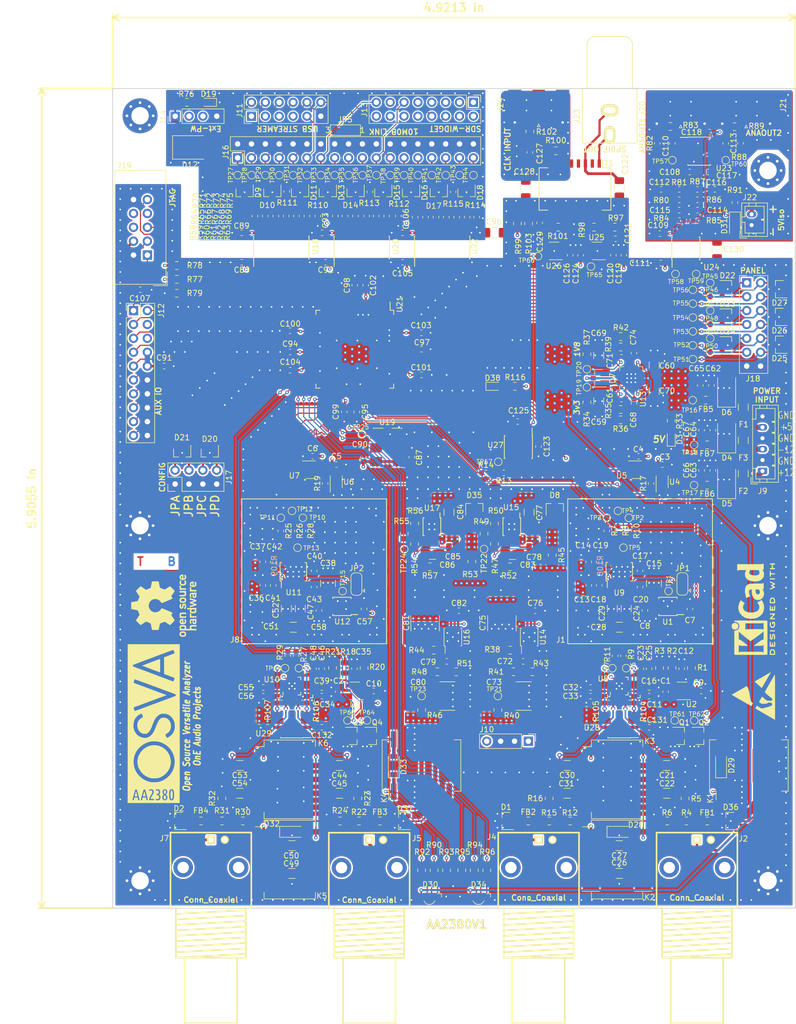
<source format=kicad_pcb>
(kicad_pcb (version 20171130) (host pcbnew 5.0.2-bee76a0~70~ubuntu16.04.1)
  (title_block (title "OSVA - AA2380") (date 2019-02-25) (rev 1.0) (company "OnE Audio Project") (comment 1 "Open Source Versatile Analyzer"))
  (layers (0 Front signal) (1 GND power) (2 Power power) (31 Back signal) (34 B.Paste user hide) (35 F.Paste user hide) (36 B.SilkS user hide) (37 F.SilkS user) (38 B.Mask user) (39 F.Mask user) (44 Edge.Cuts user))
  (net 0 "")
  (net 1 +3.3VA)
  (net 2 +3V3)
  (net 3 GNDD)
  (net 4 3V3in)
  (net 5 +1V8)
  (net 6 VAA)
  (net 7 +12VA)
  (net 8 VEE)
  (net 9 +2V5)
  (net 10 "Net-(C40-Pad2)")
  (net 11 "Net-(C44-Pad2)")
  (net 12 "Net-(C45-Pad2)")
  (net 13 "Net-(C49-Pad2)")
  (net 14 "Net-(C62-Pad1)")
  (net 15 "Net-(C64-Pad1)")
  (net 16 "Net-(C68-Pad1)")
  (net 17 "Net-(C69-Pad1)")
  (net 18 "Net-(C71-Pad1)")
  (net 19 "Net-(C72-Pad2)")
  (net 20 +5V)
  (net 21 "Net-(C78-Pad1)")
  (net 22 "Net-(C79-Pad1)")
  (net 23 -12VA)
  (net 24 "Net-(C85-Pad1)")
  (net 25 "Net-(C110-Pad1)")
  (net 26 "Net-(C112-Pad2)")
  (net 27 "Net-(C115-Pad2)")
  (net 28 "Net-(C116-Pad2)")
  (net 29 "Net-(D1-Pad1)")
  (net 30 ISIN_PIN0)
  (net 31 ISIN_PIN1)
  (net 32 ISOUT_PIN3)
  (net 33 ISOUT_PIN2)
  (net 34 ISOUT_PIN0)
  (net 35 ISOUT_PIN1)
  (net 36 ISIN_PIN2)
  (net 37 ISOUT_PIN4)
  (net 38 ISOUT_PIN5)
  (net 39 ISIN_PIN3)
  (net 40 ISOUT_PIN7)
  (net 41 ISOUT_PIN6)
  (net 42 ISIN_PIN4)
  (net 43 ISOUT_PIN8)
  (net 44 ISOUT_PIN9)
  (net 45 ISOUT_PIN10)
  (net 46 ISIN_PIN5)
  (net 47 ISOUT_PIN11)
  (net 48 CONF2)
  (net 49 CONF3)
  (net 50 CONF1)
  (net 51 CONF0)
  (net 52 ROT_Ta)
  (net 53 ROT_Tb)
  (net 54 LED48k)
  (net 55 ROT_Push)
  (net 56 LED192k)
  (net 57 LED96k)
  (net 58 LED_SE)
  (net 59 LED_CAL)
  (net 60 LEDavg2)
  (net 61 LED_filtoff)
  (net 62 LEDavg1)
  (net 63 LEDavg0)
  (net 64 "Net-(F1-Pad2)")
  (net 65 "Net-(F2-Pad2)")
  (net 66 "Net-(F3-Pad2)")
  (net 67 "Net-(FB1-Pad1)")
  (net 68 "Net-(FB2-Pad2)")
  (net 69 "Net-(FB3-Pad1)")
  (net 70 "Net-(FB4-Pad2)")
  (net 71 JTAG_TCK)
  (net 72 JTAG_TDO)
  (net 73 JTAG_TMS)
  (net 74 JTAG_TDI)
  (net 75 UIO_00)
  (net 76 UIO_01)
  (net 77 UIO_02)
  (net 78 UIO_03)
  (net 79 UIO_04)
  (net 80 UIO_05)
  (net 81 UIO_06)
  (net 82 UIO_07)
  (net 83 UIO_08)
  (net 84 UIO_09)
  (net 85 UIO_10)
  (net 86 "Net-(K2-Pad3)")
  (net 87 "Net-(K5-Pad3)")
  (net 88 FILTER_CH1)
  (net 89 SE_CH1)
  (net 90 FILTER_CH2)
  (net 91 SE_CH2)
  (net 92 "Net-(R10-Pad1)")
  (net 93 "Net-(R17-Pad1)")
  (net 94 "Net-(R19-Pad1)")
  (net 95 ADC1_SDO)
  (net 96 "Net-(R26-Pad2)")
  (net 97 ADC1_SCK)
  (net 98 "Net-(R28-Pad2)")
  (net 99 CLKIN_xN)
  (net 100 CLK100M)
  (net 101 ADC2_SDO)
  (net 102 ADC2_SCK)
  (net 103 LED1_Y)
  (net 104 LED1_G)
  (net 105 LED1_R)
  (net 106 LED2_Y)
  (net 107 LED2_G)
  (net 108 LED2_R)
  (net 109 ADC1_BUSY)
  (net 110 SPDIFO)
  (net 111 ADC2_BUSY)
  (net 112 OUT_PIN0)
  (net 113 OUT_PIN1)
  (net 114 OUT_PIN2)
  (net 115 OUT_PIN3)
  (net 116 IN_PIN0)
  (net 117 IN_PIN1)
  (net 118 OUT_PIN4)
  (net 119 OUT_PIN5)
  (net 120 OUT_PIN6)
  (net 121 OUT_PIN7)
  (net 122 IN_PIN2)
  (net 123 IN_PIN3)
  (net 124 ADC1_CNV)
  (net 125 ADC2_CNV)
  (net 126 PLLS0)
  (net 127 PLLS1)
  (net 128 PLL_OE)
  (net 129 CLKEXT)
  (net 130 OUT_PIN8)
  (net 131 OUT_PIN9)
  (net 132 OUT_PIN10)
  (net 133 OUT_PIN11)
  (net 134 IN_PIN4)
  (net 135 IN_PIN5)
  (net 136 "Net-(K2-Pad8)")
  (net 137 "Net-(K5-Pad8)")
  (net 138 "/Analog front end/REF+5CH1")
  (net 139 "/Analog front end/REF+5CH2")
  (net 140 GNDS)
  (net 141 VCC)
  (net 142 "Net-(C127-Pad2)")
  (net 143 "Net-(C128-Pad2)")
  (net 144 "Net-(C129-Pad2)")
  (net 145 "Net-(J23-Pad1)")
  (net 146 PWM0)
  (net 147 PWM1)
  (net 148 "Net-(C12-Pad1)")
  (net 149 "Net-(C17-Pad2)")
  (net 150 "Net-(C21-Pad2)")
  (net 151 "Net-(C22-Pad2)")
  (net 152 "Net-(C24-Pad2)")
  (net 153 "Net-(C26-Pad1)")
  (net 154 "Net-(C26-Pad2)")
  (net 155 "Net-(C27-Pad2)")
  (net 156 "Net-(C27-Pad1)")
  (net 157 "Net-(C28-Pad1)")
  (net 158 "Net-(C30-Pad2)")
  (net 159 "Net-(C31-Pad2)")
  (net 160 "Net-(C35-Pad1)")
  (net 161 "Net-(C47-Pad2)")
  (net 162 "Net-(C49-Pad1)")
  (net 163 "Net-(C50-Pad1)")
  (net 164 "Net-(C50-Pad2)")
  (net 165 "Net-(C51-Pad1)")
  (net 166 "Net-(C53-Pad2)")
  (net 167 "Net-(C54-Pad2)")
  (net 168 "Net-(C59-Pad1)")
  (net 169 "Net-(C61-Pad1)")
  (net 170 "Net-(C63-Pad1)")
  (net 171 "Net-(C72-Pad1)")
  (net 172 "Net-(C74-Pad1)")
  (net 173 "Net-(C76-Pad2)")
  (net 174 "Net-(C79-Pad2)")
  (net 175 "Net-(C82-Pad2)")
  (net 176 "Net-(C83-Pad1)")
  (net 177 "Net-(C86-Pad1)")
  (net 178 "Net-(C108-Pad1)")
  (net 179 "Net-(C108-Pad2)")
  (net 180 "Net-(C113-Pad1)")
  (net 181 "Net-(C113-Pad2)")
  (net 182 "Net-(C114-Pad2)")
  (net 183 "Net-(C117-Pad2)")
  (net 184 "Net-(C121-Pad2)")
  (net 185 "Net-(C121-Pad1)")
  (net 186 "Net-(C122-Pad2)")
  (net 187 "Net-(C127-Pad1)")
  (net 188 "Net-(D2-Pad1)")
  (net 189 "Net-(D3-Pad2)")
  (net 190 "Net-(D19-Pad2)")
  (net 191 "Net-(D28-Pad2)")
  (net 192 "Net-(D29-Pad2)")
  (net 193 "Net-(D30-Pad4)")
  (net 194 "Net-(D30-Pad3)")
  (net 195 "Net-(D30-Pad1)")
  (net 196 "Net-(D32-Pad2)")
  (net 197 "Net-(D33-Pad2)")
  (net 198 "Net-(D34-Pad1)")
  (net 199 "Net-(D34-Pad3)")
  (net 200 "Net-(D34-Pad4)")
  (net 201 "Net-(J11-Pad9)")
  (net 202 "Net-(J20-Pad1)")
  (net 203 "Net-(J21-Pad1)")
  (net 204 "Net-(J22-Pad2)")
  (net 205 "Net-(R7-Pad2)")
  (net 206 "Net-(R8-Pad2)")
  (net 207 "Net-(R10-Pad2)")
  (net 208 "Net-(R13-Pad2)")
  (net 209 "Net-(R17-Pad2)")
  (net 210 "Net-(R19-Pad2)")
  (net 211 "Net-(R25-Pad2)")
  (net 212 "Net-(R28-Pad1)")
  (net 213 "Net-(R47-Pad2)")
  (net 214 "Net-(R50-Pad1)")
  (net 215 "Net-(R54-Pad2)")
  (net 216 "Net-(R56-Pad1)")
  (net 217 "Net-(R58-Pad1)")
  (net 218 "Net-(R59-Pad1)")
  (net 219 "Net-(R60-Pad1)")
  (net 220 "Net-(R61-Pad1)")
  (net 221 "Net-(R62-Pad1)")
  (net 222 "Net-(R63-Pad1)")
  (net 223 "Net-(R64-Pad1)")
  (net 224 "Net-(R65-Pad1)")
  (net 225 "Net-(R66-Pad1)")
  (net 226 "Net-(R67-Pad1)")
  (net 227 "Net-(R68-Pad1)")
  (net 228 "Net-(R69-Pad1)")
  (net 229 "Net-(R70-Pad1)")
  (net 230 "Net-(R71-Pad1)")
  (net 231 "Net-(R72-Pad1)")
  (net 232 "Net-(R73-Pad1)")
  (net 233 "Net-(R74-Pad1)")
  (net 234 "Net-(R75-Pad1)")
  (net 235 "Net-(R84-Pad1)")
  (net 236 "Net-(R85-Pad1)")
  (net 237 "Net-(R97-Pad2)")
  (net 238 "Net-(R98-Pad2)")
  (net 239 "Net-(R101-Pad2)")
  (net 240 "Net-(R101-Pad1)")
  (net 241 "Net-(J11-Pad1)")
  (net 242 "Net-(J11-Pad3)")
  (net 243 "Net-(J11-Pad5)")
  (net 244 "Net-(J11-Pad7)")
  (net 245 "Net-(J13-Pad4)")
  (net 246 "Net-(J13-Pad7)")
  (net 247 "Net-(J13-Pad9)")
  (net 248 "Net-(J13-Pad10)")
  (net 249 "Net-(J13-Pad12)")
  (net 250 "Net-(J13-Pad14)")
  (net 251 "Net-(J13-Pad16)")
  (net 252 "Net-(J14-Pad2)")
  (net 253 "Net-(J19-Pad6)")
  (net 254 "Net-(J19-Pad7)")
  (net 255 "Net-(J19-Pad8)")
  (net 256 "Net-(T1-Pad15)")
  (net 257 "Net-(T1-Pad7)")
  (net 258 "Net-(T1-Pad2)")
  (net 259 "Net-(U4-Pad5)")
  (net 260 "Net-(U5-Pad1)")
  (net 261 "Net-(U6-Pad5)")
  (net 262 "Net-(U7-Pad1)")
  (net 263 "Net-(U13-Pad17)")
  (net 264 "Net-(U13-Pad9)")
  (net 265 "Net-(U14-Pad7)")
  (net 266 "Net-(U14-Pad3)")
  (net 267 "Net-(U15-Pad4)")
  (net 268 "Net-(U16-Pad7)")
  (net 269 "Net-(U16-Pad3)")
  (net 270 "Net-(U17-Pad4)")
  (net 271 "Net-(U19-Pad2)")
  (net 272 GND)
  (net 273 "Net-(FB3-Pad2)")
  (net 274 "Net-(FB1-Pad2)")
  (net 275 "Net-(H3-Pad1)")
  (net 276 "Net-(H6-Pad1)")
  (net 277 "Net-(C85-Pad4)")
  (net 278 "Net-(C78-Pad4)")
  (net 279 "Net-(C78-Pad2)")
  (net 280 "Net-(C85-Pad2)")
  (net 281 "Net-(J12-Pad4)")
  (net 282 "Net-(J12-Pad6)")
  (net 283 "Net-(U21-Pad67)")
  (net 284 "Net-(U19-Pad5)")
  (net 285 "Net-(JP4-Pad2)")
  (net 286 "Net-(JP3-Pad2)")
  (net 287 "Net-(JP6-Pad2)")
  (net 288 "Net-(JP7-Pad2)")
  (net 289 "/Analog front end/OUTN1")
  (net 290 "/Analog front end/OUTP1")
  (net 291 "/Analog front end/VOCM1")
  (net 292 "/Analog front end/FB1+")
  (net 293 "/Analog front end/IN1-")
  (net 294 "/Analog front end/IN1+")
  (net 295 "/Analog front end/FB1-")
  (net 296 "Net-(U28-Pad7)")
  (net 297 "Net-(D37-Pad1)")
  (net 298 "Net-(D36-Pad1)")
  (net 299 "/Analog front end/OUTN2")
  (net 300 "/Analog front end/OUTP2")
  (net 301 "/Analog front end/VOCM2")
  (net 302 "/Analog front end/FB2+")
  (net 303 "/Analog front end/IN2+")
  (net 304 "/Analog front end/FB2-")
  (net 305 "/Analog front end/IN2-")
  (net 306 "Net-(U29-Pad7)")
  (net 307 "Net-(J24-Pad1)")
  (net 308 "Net-(D38-Pad2)")
  (net 309 "Net-(U27-Pad8)")
  (net 310 "Net-(R109-Pad2)")
  (net 311 "Net-(R108-Pad2)")
  (net 312 "Net-(D38-Pad1)")
  (module Jumper:SolderJumper-3_P1.3mm_Open_RoundedPad1.0x1.5mm (layer Front) (at 83.64 146.697 90)
    (fp_text reference JP2 (at 2.9 0.027 180) (layer F.SilkS))
    (fp_text value SolderJumper_3_Bridged12)
    (pad 2 smd rect (at 0 0 90) (size 1 1.5) (layers Front F.Mask) (net 10 "Net-(C40-Pad2)"))
    (pad 3 smd custom (at 1.3 0 90) (size 1 0.5) (layers Front F.Mask) (net 272 GND) (options (clearance outline) (anchor rect)) (primitives (gr_circle (center 0 0.25) (end 0.5 0.25) (width 0)) (gr_circle (center 0 -0.25) (end 0.5 -0.25) (width 0)) (gr_poly (pts (xy -0.55 -0.75) (xy 0 -0.75) (xy 0 0.75) (xy -0.55 0.75)) (width 0))))
    (pad 1 smd custom (at -1.3 0 90) (size 1 0.5) (layers Front F.Mask) (net 139 "/Analog front end/REF+5CH2") (options (clearance outline) (anchor rect)) (primitives (gr_circle (center 0 0.25) (end 0.5 0.25) (width 0)) (gr_circle (center 0 -0.25) (end 0.5 -0.25) (width 0)) (gr_poly (pts (xy 0.55 -0.75) (xy 0 -0.75) (xy 0 0.75) (xy 0.55 0.75)) (width 0))))
  )
  (module Jumper:SolderJumper-3_P1.3mm_Open_RoundedPad1.0x1.5mm (layer Front) (at 143.33 146.667 90)
    (fp_text reference JP1 (at 2.87 0.027 180) (layer F.SilkS))
    (fp_text value SolderJumper_3_Bridged12)
    (pad 1 smd custom (at -1.3 0 90) (size 1 0.5) (layers Front F.Mask) (net 138 "/Analog front end/REF+5CH1") (options (clearance outline) (anchor rect)) (primitives (gr_circle (center 0 0.25) (end 0.5 0.25) (width 0)) (gr_circle (center 0 -0.25) (end 0.5 -0.25) (width 0)) (gr_poly (pts (xy 0.55 -0.75) (xy 0 -0.75) (xy 0 0.75) (xy 0.55 0.75)) (width 0))))
    (pad 3 smd custom (at 1.3 0 90) (size 1 0.5) (layers Front F.Mask) (net 272 GND) (options (clearance outline) (anchor rect)) (primitives (gr_circle (center 0 0.25) (end 0.5 0.25) (width 0)) (gr_circle (center 0 -0.25) (end 0.5 -0.25) (width 0)) (gr_poly (pts (xy -0.55 -0.75) (xy 0 -0.75) (xy 0 0.75) (xy -0.55 0.75)) (width 0))))
    (pad 2 smd rect (at 0 0 90) (size 1 1.5) (layers Front F.Mask) (net 149 "Net-(C17-Pad2)"))
  )
  (module Resistor_SMD:R_0603_1608Metric (layer Back) (at 129.716642 143.359791 270)
    (fp_text reference R108 (at 0 1.43 270) (layer B.SilkS) (effects (justify mirror)))
    (fp_text value 1k)
    (pad 2 smd roundrect (at 0.7875 0 270) (size 0.875 0.95) (layers Back B.Paste B.Mask) (net 311 "Net-(R108-Pad2)"))
    (pad 1 smd roundrect (at -0.7875 0 270) (size 0.875 0.95) (layers Back B.Paste B.Mask) (net 272 GND))
  )
  (module Resistor_SMD:R_0603_1608Metric (layer Back) (at 70.026642 143.359791 270)
    (fp_text reference R109 (at 0 1.43 270) (layer B.SilkS) (effects (justify mirror)))
    (fp_text value 1k)
    (pad 1 smd roundrect (at -0.7875 0 270) (size 0.875 0.95) (layers Back B.Paste B.Mask) (net 272 GND))
    (pad 2 smd roundrect (at 0.7875 0 270) (size 0.875 0.95) (layers Back B.Paste B.Mask) (net 310 "Net-(R109-Pad2)"))
  )
  (module Resistor_SMD:R_0603_1608Metric (layer Front) (at 69.79364 136.9529 270)
    (fp_text reference R25 (at 0 -1.43 270) (layer F.SilkS))
    (fp_text value 33)
    (pad 2 smd roundrect (at 0.7875 0 270) (size 0.875 0.95) (layers Front F.Paste F.Mask) (net 211 "Net-(R25-Pad2)"))
    (pad 1 smd roundrect (at -0.7875 0 270) (size 0.875 0.95) (layers Front F.Paste F.Mask) (net 101 ADC2_SDO))
  )
  (module Resistor_SMD:R_0603_1608Metric (layer Front) (at 71.83364 136.9529 270)
    (fp_text reference R26 (at 0 -1.43 270) (layer F.SilkS))
    (fp_text value 33)
    (pad 1 smd roundrect (at -0.7875 0 270) (size 0.875 0.95) (layers Front F.Paste F.Mask) (net 102 ADC2_SCK))
    (pad 2 smd roundrect (at 0.7875 0 270) (size 0.875 0.95) (layers Front F.Paste F.Mask) (net 96 "Net-(R26-Pad2)"))
  )
  (module Resistor_SMD:R_0603_1608Metric (layer Front) (at 73.83364 136.9529 270)
    (fp_text reference R28 (at 0 -1.43 270) (layer F.SilkS))
    (fp_text value 33)
    (pad 2 smd roundrect (at 0.7875 0 270) (size 0.875 0.95) (layers Front F.Paste F.Mask) (net 98 "Net-(R28-Pad2)"))
    (pad 1 smd roundrect (at -0.7875 0 270) (size 0.875 0.95) (layers Front F.Paste F.Mask) (net 212 "Net-(R28-Pad1)"))
  )
  (module Resistor_SMD:R_0603_1608Metric (layer Front) (at 129.483 136.953 270)
    (fp_text reference R7 (at 0 -1.43 270) (layer F.SilkS))
    (fp_text value 33)
    (pad 1 smd roundrect (at -0.7875 0 270) (size 0.875 0.95) (layers Front F.Paste F.Mask) (net 95 ADC1_SDO))
    (pad 2 smd roundrect (at 0.7875 0 270) (size 0.875 0.95) (layers Front F.Paste F.Mask) (net 205 "Net-(R7-Pad2)"))
  )
  (module Resistor_SMD:R_0603_1608Metric (layer Front) (at 131.523 136.953 270)
    (fp_text reference R8 (at 0 -1.43 270) (layer F.SilkS))
    (fp_text value 33)
    (pad 2 smd roundrect (at 0.7875 0 270) (size 0.875 0.95) (layers Front F.Paste F.Mask) (net 206 "Net-(R8-Pad2)"))
    (pad 1 smd roundrect (at -0.7875 0 270) (size 0.875 0.95) (layers Front F.Paste F.Mask) (net 97 ADC1_SCK))
  )
  (module Resistor_SMD:R_0603_1608Metric (layer Front) (at 133.523 136.953 270)
    (fp_text reference R10 (at 0 -1.43 270) (layer F.SilkS))
    (fp_text value 33)
    (pad 1 smd roundrect (at -0.7875 0 270) (size 0.875 0.95) (layers Front F.Paste F.Mask) (net 92 "Net-(R10-Pad1)"))
    (pad 2 smd roundrect (at 0.7875 0 270) (size 0.875 0.95) (layers Front F.Paste F.Mask) (net 207 "Net-(R10-Pad2)"))
  )
  (module Resistor_SMD:R_0603_1608Metric (layer Front) (at 110.628 126.340167 180)
    (fp_text reference R13 (at 0 -1.43 180) (layer F.SilkS))
    (fp_text value 33)
    (pad 2 smd roundrect (at 0.7875 0 180) (size 0.875 0.95) (layers Front F.Paste F.Mask) (net 208 "Net-(R13-Pad2)"))
    (pad 1 smd roundrect (at -0.7875 0 180) (size 0.875 0.95) (layers Front F.Paste F.Mask) (net 99 CLKIN_xN))
  )
  (module Resistor_SMD:R_0603_1608Metric (layer Front) (at 107.351509 126.340167)
    (fp_text reference R14 (at 0 -1.43) (layer F.SilkS))
    (fp_text value 33)
    (pad 1 smd roundrect (at -0.7875 0) (size 0.875 0.95) (layers Front F.Paste F.Mask) (net 100 CLK100M))
    (pad 2 smd roundrect (at 0.7875 0) (size 0.875 0.95) (layers Front F.Paste F.Mask) (net 208 "Net-(R13-Pad2)"))
  )
  (module Resistor_SMD:R_0603_1608Metric (layer Front) (at 137.603 128.270669 90)
    (fp_text reference R17 (at 0 -1.43 90) (layer F.SilkS))
    (fp_text value 33)
    (pad 2 smd roundrect (at 0.7875 0 90) (size 0.875 0.95) (layers Front F.Paste F.Mask) (net 209 "Net-(R17-Pad2)"))
    (pad 1 smd roundrect (at -0.7875 0 90) (size 0.875 0.95) (layers Front F.Paste F.Mask) (net 93 "Net-(R17-Pad1)"))
  )
  (module Resistor_SMD:R_0603_1608Metric (layer Front) (at 77.913 128.270668 90)
    (fp_text reference R19 (at 0 -1.43 90) (layer F.SilkS))
    (fp_text value 33)
    (pad 1 smd roundrect (at -0.7875 0 90) (size 0.875 0.95) (layers Front F.Paste F.Mask) (net 94 "Net-(R19-Pad1)"))
    (pad 2 smd roundrect (at 0.7875 0 90) (size 0.875 0.95) (layers Front F.Paste F.Mask) (net 210 "Net-(R19-Pad2)"))
  )
  (module LED_SMD:LED_0603_1608Metric (layer Front) (at 108.835 110.497)
    (fp_text reference D38 (at -0.254 -1.524) (layer F.SilkS))
    (fp_text value LED_Small_ALT)
    (pad 1 smd roundrect (at -0.7875 0) (size 0.875 0.95) (layers Front F.Paste F.Mask) (net 312 "Net-(D38-Pad1)"))
    (pad 2 smd roundrect (at 0.7875 0) (size 0.875 0.95) (layers Front F.Paste F.Mask) (net 308 "Net-(D38-Pad2)"))
  )
  (module Resistor_SMD:R_0603_1608Metric (layer Front) (at 70.862 74.8355 90)
    (fp_text reference R111 (at -2.0575 0.097 180) (layer F.SilkS))
    (fp_text value 10k)
    (pad 2 smd roundrect (at 0.7875 0 90) (size 0.875 0.95) (layers Front F.Paste F.Mask) (net 3 GNDD))
    (pad 1 smd roundrect (at -0.7875 0 90) (size 0.875 0.95) (layers Front F.Paste F.Mask) (net 30 ISIN_PIN0))
  )
  (module Resistor_SMD:R_0603_1608Metric (layer Front) (at 76.577 79.3275 270)
    (fp_text reference R110 (at -1.9775 0) (layer F.SilkS))
    (fp_text value 10k)
    (pad 1 smd roundrect (at -0.7875 0 270) (size 0.875 0.95) (layers Front F.Paste F.Mask) (net 31 ISIN_PIN1))
    (pad 2 smd roundrect (at 0.7875 0 270) (size 0.875 0.95) (layers Front F.Paste F.Mask) (net 3 GNDD))
  )
  (module Resistor_SMD:R_0603_1608Metric (layer Front) (at 86.102 74.9115 90)
    (fp_text reference R113 (at -2.0575 -0.127 180) (layer F.SilkS))
    (fp_text value 10k)
    (pad 2 smd roundrect (at 0.7875 0 90) (size 0.875 0.95) (layers Front F.Paste F.Mask) (net 3 GNDD))
    (pad 1 smd roundrect (at -0.7875 0 90) (size 0.875 0.95) (layers Front F.Paste F.Mask) (net 36 ISIN_PIN2))
  )
  (module Resistor_SMD:R_0603_1608Metric (layer Front) (at 91.309 79.3275 270)
    (fp_text reference R112 (at -2.2315 -0.127) (layer F.SilkS))
    (fp_text value 10k)
    (pad 1 smd roundrect (at -0.7875 0 270) (size 0.875 0.95) (layers Front F.Paste F.Mask) (net 39 ISIN_PIN3))
    (pad 2 smd roundrect (at 0.7875 0 270) (size 0.875 0.95) (layers Front F.Paste F.Mask) (net 3 GNDD))
  )
  (module Resistor_SMD:R_0603_1608Metric (layer Front) (at 105.66 79.533 270)
    (fp_text reference R114 (at -2.183 0.254) (layer F.SilkS))
    (fp_text value 10k)
    (pad 2 smd roundrect (at 0.7875 0 270) (size 0.875 0.95) (layers Front F.Paste F.Mask) (net 3 GNDD))
    (pad 1 smd roundrect (at -0.7875 0 270) (size 0.875 0.95) (layers Front F.Paste F.Mask) (net 46 ISIN_PIN5))
  )
  (module Resistor_SMD:R_0603_1608Metric (layer Front) (at 101.342 74.9115 90)
    (fp_text reference R115 (at -2.1845 0 180) (layer F.SilkS))
    (fp_text value 10k)
    (pad 1 smd roundrect (at -0.7875 0 90) (size 0.875 0.95) (layers Front F.Paste F.Mask) (net 42 ISIN_PIN4))
    (pad 2 smd roundrect (at 0.7875 0 90) (size 0.875 0.95) (layers Front F.Paste F.Mask) (net 3 GNDD))
  )
  (module Resistor_SMD:R_0805_2012Metric (layer Front) (at 112.645 110.497)
    (fp_text reference R116 (at 0.0785 -1.651) (layer F.SilkS))
    (fp_text value 2k2)
    (pad 1 smd roundrect (at -0.9375 0) (size 0.975 1.4) (layers Front F.Paste F.Mask) (net 308 "Net-(D38-Pad2)"))
    (pad 2 smd roundrect (at 0.9375 0) (size 0.975 1.4) (layers Front F.Paste F.Mask) (net 2 +3V3))
  )
  (module AA2380V1:wurth-shield (layer Front) (at 123.333 156.605)
    (fp_text reference J1 (at -2.27 0.297 180) (layer F.SilkS))
    (fp_text value RF_Shield_Two_Pieces)
    (pad 1 smd rect (at 25 -18.5 90) (size 2.6 1) (layers Front F.Paste F.Mask) (net 272 GND))
    (pad 1 smd rect (at 25 -6 90) (size 2.6 1) (layers Front F.Paste F.Mask) (net 272 GND))
    (pad 1 smd rect (at 18.5 -25 180) (size 2.6 1) (layers Front F.Paste F.Mask) (net 272 GND))
    (pad 1 smd rect (at 6 -25 180) (size 2.6 1) (layers Front F.Paste F.Mask) (net 272 GND))
    (pad 1 smd rect (at 6 0.5 180) (size 2.6 1) (layers Front F.Paste F.Mask) (net 272 GND))
    (pad 1 smd rect (at 18.5 0.5 180) (size 2.6 1) (layers Front F.Paste F.Mask) (net 272 GND))
    (pad 1 smd rect (at -0.5 -6 90) (size 2.6 1) (layers Front F.Paste F.Mask) (net 272 GND))
    (pad 1 smd rect (at -0.5 -18.5 90) (size 2.6 1) (layers Front F.Paste F.Mask) (net 272 GND))
    (pad 1 smd rect (at 25 -12.25 90) (size 5.1 1) (layers Front F.Paste F.Mask) (net 272 GND))
    (pad 1 smd rect (at -0.5 -12.25 90) (size 5.1 1) (layers Front F.Paste F.Mask) (net 272 GND))
    (pad 1 smd rect (at 12.25 0.5 180) (size 5.1 1) (layers Front F.Paste F.Mask) (net 272 GND))
    (pad 1 smd rect (at 12.25 -25 180) (size 5.1 1) (layers Front F.Paste F.Mask) (net 272 GND))
    (pad 1 smd rect (at 23.85 0.5 180) (size 3.3 1) (layers Front F.Paste F.Mask) (net 272 GND))
    (pad 1 smd rect (at 23.85 -25 180) (size 3.3 1) (layers Front F.Paste F.Mask) (net 272 GND))
    (pad 1 smd rect (at 0.65 -25 180) (size 3.3 1) (layers Front F.Paste F.Mask) (net 272 GND))
    (pad 1 smd rect (at 0.65 0.5 180) (size 3.3 1) (layers Front F.Paste F.Mask) (net 272 GND))
    (pad 1 smd rect (at 25 -23.85 90) (size 3.3 1) (layers Front F.Paste F.Mask) (net 272 GND))
    (pad 1 smd rect (at 25 -0.65 90) (size 3.3 1) (layers Front F.Paste F.Mask) (net 272 GND))
    (pad 1 smd rect (at -0.5 -23.85 90) (size 3.3 1) (layers Front F.Paste F.Mask) (net 272 GND))
    (pad 1 smd rect (at -0.5 -0.65 90) (size 3.3 1) (layers Front F.Paste F.Mask) (net 272 GND))
  )
  (module AA2380V1:wurth-shield (layer Front) (at 63.64364 156.6049)
    (fp_text reference J8 (at -2.27 0.282 180) (layer F.SilkS))
    (fp_text value RF_Shield_Two_Pieces)
    (pad 1 smd rect (at 25 -18.5 90) (size 2.6 1) (layers Front F.Paste F.Mask) (net 272 GND))
    (pad 1 smd rect (at 25 -6 90) (size 2.6 1) (layers Front F.Paste F.Mask) (net 272 GND))
    (pad 1 smd rect (at 18.5 -25 180) (size 2.6 1) (layers Front F.Paste F.Mask) (net 272 GND))
    (pad 1 smd rect (at 6 -25 180) (size 2.6 1) (layers Front F.Paste F.Mask) (net 272 GND))
    (pad 1 smd rect (at 6 0.5 180) (size 2.6 1) (layers Front F.Paste F.Mask) (net 272 GND))
    (pad 1 smd rect (at 18.5 0.5 180) (size 2.6 1) (layers Front F.Paste F.Mask) (net 272 GND))
    (pad 1 smd rect (at -0.5 -6 90) (size 2.6 1) (layers Front F.Paste F.Mask) (net 272 GND))
    (pad 1 smd rect (at -0.5 -18.5 90) (size 2.6 1) (layers Front F.Paste F.Mask) (net 272 GND))
    (pad 1 smd rect (at 25 -12.25 90) (size 5.1 1) (layers Front F.Paste F.Mask) (net 272 GND))
    (pad 1 smd rect (at -0.5 -12.25 90) (size 5.1 1) (layers Front F.Paste F.Mask) (net 272 GND))
    (pad 1 smd rect (at 12.25 0.5 180) (size 5.1 1) (layers Front F.Paste F.Mask) (net 272 GND))
    (pad 1 smd rect (at 12.25 -25 180) (size 5.1 1) (layers Front F.Paste F.Mask) (net 272 GND))
    (pad 1 smd rect (at 23.85 0.5 180) (size 3.3 1) (layers Front F.Paste F.Mask) (net 272 GND))
    (pad 1 smd rect (at 23.85 -25 180) (size 3.3 1) (layers Front F.Paste F.Mask) (net 272 GND))
    (pad 1 smd rect (at 0.65 -25 180) (size 3.3 1) (layers Front F.Paste F.Mask) (net 272 GND))
    (pad 1 smd rect (at 0.65 0.5 180) (size 3.3 1) (layers Front F.Paste F.Mask) (net 272 GND))
    (pad 1 smd rect (at 25 -23.85 90) (size 3.3 1) (layers Front F.Paste F.Mask) (net 272 GND))
    (pad 1 smd rect (at 25 -0.65 90) (size 3.3 1) (layers Front F.Paste F.Mask) (net 272 GND))
    (pad 1 smd rect (at -0.5 -23.85 90) (size 3.3 1) (layers Front F.Paste F.Mask) (net 272 GND))
    (pad 1 smd rect (at -0.5 -0.65 90) (size 3.3 1) (layers Front F.Paste F.Mask) (net 272 GND))
  )
  (module Package_TO_SOT_SMD:SOT-23 (layer Front) (at 86.552642 174.479)
    (fp_text reference Q4 (at 0.901358 -2.456) (layer F.SilkS))
    (fp_text value BSS138)
    (pad 1 smd rect (at -1 -0.95) (size 0.9 0.8) (layers Front F.Paste F.Mask) (net 91 SE_CH2))
    (pad 2 smd rect (at -1 0.95) (size 0.9 0.8) (layers Front F.Paste F.Mask) (net 272 GND))
    (pad 3 smd rect (at 1 0) (size 0.9 0.8) (layers Front F.Paste F.Mask) (net 197 "Net-(D33-Pad2)"))
  )
  (module AA2380V1:LED_Kingbright_APFA3010_3x1.5mm_Horizontal (layer Front) (at 97 204 180)
    (fp_text reference D30 (at -0.158123 2.311401 180) (layer F.SilkS))
    (fp_text value APFA3010)
    (pad 3 smd rect (at 0.4 0.45 180) (size 0.4 0.8) (layers Front F.Paste F.Mask) (net 194 "Net-(D30-Pad3)"))
    (pad 4 smd rect (at -0.4 0.45 180) (size 0.4 0.8) (layers Front F.Paste F.Mask) (net 193 "Net-(D30-Pad4)"))
    (pad 2 smd rect (at 1.5 0 180) (size 1 0.9) (layers Front F.Paste F.Mask) (net 2 +3V3))
    (pad 1 smd rect (at -1.5 0 180) (size 1 0.9) (layers Front F.Paste F.Mask) (net 195 "Net-(D30-Pad1)"))
  )
  (module AA2380V1:LED_Kingbright_APFA3010_3x1.5mm_Horizontal (layer Front) (at 106 204 180)
    (fp_text reference D34 (at -0.031124 2.311402 180) (layer F.SilkS))
    (fp_text value APFA3010)
    (pad 1 smd rect (at -1.5 0 180) (size 1 0.9) (layers Front F.Paste F.Mask) (net 198 "Net-(D34-Pad1)"))
    (pad 2 smd rect (at 1.5 0 180) (size 1 0.9) (layers Front F.Paste F.Mask) (net 2 +3V3))
    (pad 4 smd rect (at -0.4 0.45 180) (size 0.4 0.8) (layers Front F.Paste F.Mask) (net 200 "Net-(D34-Pad4)"))
    (pad 3 smd rect (at 0.4 0.45 180) (size 0.4 0.8) (layers Front F.Paste F.Mask) (net 199 "Net-(D34-Pad3)"))
  )
  (module TestPoint:TestPoint_Pad_D1.0mm (layer Front) (at 71.83364 133.2954 90)
    (fp_text reference TP12 (at 0.3204 2.36536 180) (layer F.SilkS) (effects (font (size 0.8 0.8) (thickness 0.12))))
    (fp_text value TestPoint)
    (pad 1 smd circle (at 0 0 90) (size 1 1) (layers Front F.Mask) (net 102 ADC2_SCK))
  )
  (module Resistor_SMD:R_0805_2012Metric (layer Front) (at 115.404502 63.83886 90)
    (fp_text reference R102 (at -0.0785 3.048) (layer F.SilkS))
    (fp_text value 0)
    (pad 2 smd roundrect (at 0.9375 0 90) (size 0.975 1.4) (layers Front F.Paste F.Mask) (net 307 "Net-(J24-Pad1)"))
    (pad 1 smd roundrect (at -0.9375 0 90) (size 0.975 1.4) (layers Front F.Paste F.Mask) (net 187 "Net-(C127-Pad1)"))
  )
  (module Relay_SMD:Relay_DPDT_Omron_G6H-2F (layer Front) (at 71.423642 197.11)
    (fp_text reference K5 (at 5.870358 6.663) (layer F.SilkS))
    (fp_text value RELAY_DPDT)
    (pad 1 smd rect (at -4.78 -5.08) (size 3 1) (layers Front F.Paste F.Mask) (net 20 +5V))
    (pad 2 smd rect (at -4.78 -2.54) (size 3 1) (layers Front F.Paste F.Mask) (net 163 "Net-(C50-Pad1)"))
    (pad 3 smd rect (at -4.78 0) (size 3 1) (layers Front F.Paste F.Mask) (net 87 "Net-(K5-Pad3)"))
    (pad 4 smd rect (at -4.78 2.54) (size 3 1) (layers Front F.Paste F.Mask) (net 162 "Net-(C49-Pad1)"))
    (pad 5 smd rect (at -4.78 5.08) (size 3 1) (layers Front F.Paste F.Mask))
    (pad 6 smd rect (at 4.78 5.08) (size 3 1) (layers Front F.Paste F.Mask))
    (pad 7 smd rect (at 4.78 2.54) (size 3 1) (layers Front F.Paste F.Mask) (net 13 "Net-(C49-Pad2)"))
    (pad 8 smd rect (at 4.78 0) (size 3 1) (layers Front F.Paste F.Mask) (net 137 "Net-(K5-Pad8)"))
    (pad 9 smd rect (at 4.78 -2.54) (size 3 1) (layers Front F.Paste F.Mask) (net 164 "Net-(C50-Pad2)"))
    (pad 10 smd rect (at 4.78 -5.08) (size 3 1) (layers Front F.Paste F.Mask) (net 196 "Net-(D32-Pad2)"))
  )
  (module Capacitor_SMD:C_1206_3216Metric (layer Front) (at 80.516142 179.894 180)
    (fp_text reference C44 (at 0 -1.82 180) (layer F.SilkS))
    (fp_text value "2.7nF/100V COG")
    (pad 1 smd roundrect (at -1.4 0 180) (size 1.25 1.75) (layers Front F.Paste F.Mask) (roundrect_rratio 0.2) (net 302 "/Analog front end/FB2+"))
    (pad 2 smd roundrect (at 1.4 0 180) (size 1.25 1.75) (layers Front F.Paste F.Mask) (roundrect_rratio 0.2) (net 11 "Net-(C44-Pad2)"))
  )
  (module Package_SO:SOIC-8_3.9x4.9mm_P1.27mm (layer Front) (at 71.829 172.274 180)
    (fp_text reference U29 (at 5.203 -1.781 180) (layer F.SilkS))
    (fp_text value OPA1632D)
    (pad 1 smd rect (at -2.7 -1.905 180) (size 1.55 0.6) (layers Front F.Paste F.Mask) (net 305 "/Analog front end/IN2-"))
    (pad 2 smd rect (at -2.7 -0.635 180) (size 1.55 0.6) (layers Front F.Paste F.Mask) (net 301 "/Analog front end/VOCM2"))
    (pad 3 smd rect (at -2.7 0.635 180) (size 1.55 0.6) (layers Front F.Paste F.Mask) (net 6 VAA))
    (pad 4 smd rect (at -2.7 1.905 180) (size 1.55 0.6) (layers Front F.Paste F.Mask) (net 300 "/Analog front end/OUTP2"))
    (pad 5 smd rect (at 2.7 1.905 180) (size 1.55 0.6) (layers Front F.Paste F.Mask) (net 299 "/Analog front end/OUTN2"))
    (pad 6 smd rect (at 2.7 0.635 180) (size 1.55 0.6) (layers Front F.Paste F.Mask) (net 8 VEE))
    (pad 7 smd rect (at 2.7 -0.635 180) (size 1.55 0.6) (layers Front F.Paste F.Mask) (net 306 "Net-(U29-Pad7)"))
    (pad 8 smd rect (at 2.7 -1.905 180) (size 1.55 0.6) (layers Front F.Paste F.Mask) (net 303 "/Analog front end/IN2+"))
  )
  (module Capacitor_SMD:C_0603_1608Metric (layer Front) (at 66.572142 167.194)
    (fp_text reference C56 (at -3.175 0) (layer F.SilkS))
    (fp_text value 2.2uF/16V)
    (pad 2 smd roundrect (at 0.7875 0) (size 0.875 0.95) (layers Front F.Paste F.Mask) (net 8 VEE))
    (pad 1 smd roundrect (at -0.7875 0) (size 0.875 0.95) (layers Front F.Paste F.Mask) (net 272 GND))
  )
  (module AA2380V1:LFCSP-16-1EP_3x3mm_P0.5mm_EP1.65x1.65mmThermalviax5_0.3mm (layer Front) (at 71.829 165.36 90)
    (fp_text reference U10 (at 1.211 -3.679 180) (layer F.SilkS))
    (fp_text value ADA4945-1)
    (pad 17 thru_hole circle (at -0.5 -0.5 90) (size 0.65 0.65) (drill 0.3) (layers *.Cu *.Mask) (net 272 GND))
    (pad 17 thru_hole circle (at -0.5 0.5 90) (size 0.65 0.65) (drill 0.3) (layers *.Cu *.Mask) (net 272 GND))
    (pad 17 thru_hole circle (at 0.5 0.5 90) (size 0.65 0.65) (drill 0.3) (layers *.Cu *.Mask) (net 272 GND))
    (pad 17 thru_hole circle (at 0.5 -0.5 90) (size 0.65 0.65) (drill 0.3) (layers *.Cu) (net 272 GND))
    (pad 17 smd rect (at 0 0 90) (size 1.65 1.65) (layers Back B.Mask) (net 272 GND))
    (pad 17 thru_hole circle (at 0 0 90) (size 0.65 0.65) (drill 0.3) (layers *.Cu *.Mask) (net 272 GND))
    (pad 17 smd rect (at 0 0 90) (size 1.65 1.65) (layers Front F.Mask) (net 272 GND))
    (pad 16 smd rect (at -0.75 -1.448 90) (size 0.29 0.813) (layers Front F.Paste F.Mask) (net 288 "Net-(JP7-Pad2)"))
    (pad 15 smd rect (at -0.25 -1.448 90) (size 0.29 0.813) (layers Front F.Paste F.Mask) (net 8 VEE))
    (pad 14 smd rect (at 0.25 -1.448 90) (size 0.29 0.813) (layers Front F.Paste F.Mask) (net 8 VEE))
    (pad 13 smd rect (at 0.75 -1.448 90) (size 0.29 0.813) (layers Front F.Paste F.Mask) (net 8 VEE))
    (pad 12 smd rect (at 1.448 -0.75 90) (size 0.813 0.29) (layers Front F.Paste F.Mask) (net 6 VAA))
    (pad 11 smd rect (at 1.448 -0.25 90) (size 0.813 0.29) (layers Front F.Paste F.Mask) (net 299 "/Analog front end/OUTN2"))
    (pad 10 smd rect (at 1.448 0.25 90) (size 0.813 0.29) (layers Front F.Paste F.Mask) (net 300 "/Analog front end/OUTP2"))
    (pad 9 smd rect (at 1.448 0.75 90) (size 0.813 0.29) (layers Front F.Paste F.Mask) (net 301 "/Analog front end/VOCM2"))
    (pad 8 smd rect (at 0.75 1.448 90) (size 0.29 0.813) (layers Front F.Paste F.Mask) (net 6 VAA))
    (pad 7 smd rect (at 0.25 1.448 90) (size 0.29 0.813) (layers Front F.Paste F.Mask) (net 6 VAA))
    (pad 6 smd rect (at -0.25 1.448 90) (size 0.29 0.813) (layers Front F.Paste F.Mask) (net 6 VAA))
    (pad 5 smd rect (at -0.75 1.448 90) (size 0.29 0.813) (layers Front F.Paste F.Mask) (net 287 "Net-(JP6-Pad2)"))
    (pad 4 smd rect (at -1.448 0.75 90) (size 0.813 0.29) (layers Front F.Paste F.Mask) (net 302 "/Analog front end/FB2+"))
    (pad 3 smd rect (at -1.448 0.25 90) (size 0.813 0.29) (layers Front F.Paste F.Mask) (net 305 "/Analog front end/IN2-"))
    (pad 2 smd rect (at -1.448 -0.25 90) (size 0.813 0.29) (layers Front F.Paste F.Mask) (net 303 "/Analog front end/IN2+"))
    (pad 1 smd rect (at -1.448 -0.75 90) (size 0.813 0.29) (layers Front F.Paste F.Mask) (net 304 "/Analog front end/FB2-"))
  )
  (module Resistor_SMD:R_0805_2012Metric (layer Front) (at 81.485 162.034999 90)
    (fp_text reference R18 (at 2.965999 0.635 180) (layer F.SilkS))
    (fp_text value 1k)
    (pad 1 smd roundrect (at -0.9375 0 90) (size 0.975 1.4) (layers Front F.Paste F.Mask) (net 160 "Net-(C35-Pad1)"))
    (pad 2 smd roundrect (at 0.9375 0 90) (size 0.975 1.4) (layers Front F.Paste F.Mask) (net 139 "/Analog front end/REF+5CH2"))
  )
  (module Package_TO_SOT_SMD:SOT-23 (layer Front) (at 82.996642 174.479)
    (fp_text reference Q3 (at 0.901358 -2.456) (layer F.SilkS))
    (fp_text value BSS138)
    (pad 3 smd rect (at 1 0) (size 0.9 0.8) (layers Front F.Paste F.Mask) (net 196 "Net-(D32-Pad2)"))
    (pad 2 smd rect (at -1 0.95) (size 0.9 0.8) (layers Front F.Paste F.Mask) (net 272 GND))
    (pad 1 smd rect (at -1 -0.95) (size 0.9 0.8) (layers Front F.Paste F.Mask) (net 90 FILTER_CH2))
  )
  (module Inductor_SMD:L_0805_2012Metric_Pad1.15x1.40mm_HandSolder (layer Front) (at 87.933642 190.054)
    (fp_text reference FB3 (at 0 -1.65) (layer F.SilkS))
    (fp_text value 600R@100M)
    (pad 2 smd roundrect (at 1.025 0) (size 1.15 1.4) (layers Front F.Paste F.Mask) (roundrect_rratio 0.217391) (net 273 "Net-(FB3-Pad2)"))
    (pad 1 smd roundrect (at -1.025 0) (size 1.15 1.4) (layers Front F.Paste F.Mask) (roundrect_rratio 0.217391) (net 69 "Net-(FB3-Pad1)"))
  )
  (module Inductor_SMD:L_0805_2012Metric_Pad1.15x1.40mm_HandSolder (layer Front) (at 55.158642 190.054)
    (fp_text reference FB4 (at 0 -1.905) (layer F.SilkS))
    (fp_text value 600R@100M)
    (pad 1 smd roundrect (at -1.025 0) (size 1.15 1.4) (layers Front F.Paste F.Mask) (roundrect_rratio 0.217391) (net 188 "Net-(D2-Pad1)"))
    (pad 2 smd roundrect (at 1.025 0) (size 1.15 1.4) (layers Front F.Paste F.Mask) (roundrect_rratio 0.217391) (net 70 "Net-(FB4-Pad2)"))
  )
  (module Relay_SMD:Relay_DPDT_Omron_G6H-2F (layer Front) (at 95.553642 179.894 90)
    (fp_text reference K4 (at -5.845 -6.829642 90) (layer F.SilkS))
    (fp_text value RELAY_DPDT)
    (pad 10 smd rect (at 4.78 -5.08 90) (size 3 1) (layers Front F.Paste F.Mask) (net 197 "Net-(D33-Pad2)"))
    (pad 9 smd rect (at 4.78 -2.54 90) (size 3 1) (layers Front F.Paste F.Mask) (net 272 GND))
    (pad 8 smd rect (at 4.78 0 90) (size 3 1) (layers Front F.Paste F.Mask) (net 273 "Net-(FB3-Pad2)"))
    (pad 7 smd rect (at 4.78 2.54 90) (size 3 1) (layers Front F.Paste F.Mask) (net 297 "Net-(D37-Pad1)"))
    (pad 6 smd rect (at 4.78 5.08 90) (size 3 1) (layers Front F.Paste F.Mask))
    (pad 5 smd rect (at -4.78 5.08 90) (size 3 1) (layers Front F.Paste F.Mask))
    (pad 4 smd rect (at -4.78 2.54 90) (size 3 1) (layers Front F.Paste F.Mask) (net 297 "Net-(D37-Pad1)"))
    (pad 3 smd rect (at -4.78 0 90) (size 3 1) (layers Front F.Paste F.Mask) (net 273 "Net-(FB3-Pad2)"))
    (pad 2 smd rect (at -4.78 -2.54 90) (size 3 1) (layers Front F.Paste F.Mask) (net 272 GND))
    (pad 1 smd rect (at -4.78 -5.08 90) (size 3 1) (layers Front F.Paste F.Mask) (net 20 +5V))
  )
  (module Diode_SMD:D_SOD-123 (layer Front) (at 90.473642 179.894 90)
    (fp_text reference D33 (at -0.257 1.806358 90) (layer F.SilkS))
    (fp_text value MBR0540)
    (pad 1 smd rect (at -1.65 0 90) (size 0.9 1.2) (layers Front F.Paste F.Mask) (net 20 +5V))
    (pad 2 smd rect (at 1.65 0 90) (size 0.9 1.2) (layers Front F.Paste F.Mask) (net 197 "Net-(D33-Pad2)"))
  )
  (module Capacitor_SMD:C_0603_1608Metric (layer Front) (at 83.263 162.185001 90)
    (fp_text reference C35 (at 3.116001 1.651 180) (layer F.SilkS))
    (fp_text value 10uF/6.3V)
    (pad 1 smd roundrect (at -0.7875 0 90) (size 0.875 0.95) (layers Front F.Paste F.Mask) (net 160 "Net-(C35-Pad1)"))
    (pad 2 smd roundrect (at 0.7875 0 90) (size 0.875 0.95) (layers Front F.Paste F.Mask) (net 272 GND))
  )
  (module Capacitor_SMD:C_0603_1608Metric (layer Front) (at 77.291142 165.61 180)
    (fp_text reference C39 (at -0.002858 1.207 180) (layer F.SilkS))
    (fp_text value 100nF/16V)
    (pad 1 smd roundrect (at -0.7875 0 180) (size 0.875 0.95) (layers Front F.Paste F.Mask) (net 272 GND))
    (pad 2 smd roundrect (at 0.7875 0 180) (size 0.875 0.95) (layers Front F.Paste F.Mask) (net 6 VAA))
  )
  (module AA2380V1:SolderJumper-3_P0.7mm_Open_Pad0.5x1mm_NumberLabels (layer Front) (at 68.883642 166.31 90)
    (fp_text reference JP7 hide)
    (fp_text value SolderJumper_3_Open)
    (pad 1 smd roundrect (at -0.7 0 180) (size 1 0.5) (layers Front F.Mask Eco1.User) (roundrect_rratio 0.1) (net 272 GND))
    (pad 2 smd roundrect (at 0 0 180) (size 1 0.5) (layers Front F.Mask) (roundrect_rratio 0.1) (net 288 "Net-(JP7-Pad2)"))
    (pad 3 smd roundrect (at 0.7 0 180) (size 1 0.5) (layers Front F.Mask) (roundrect_rratio 0.1) (net 8 VEE))
  )
  (module Package_TO_SOT_SMD:SOT-23 (layer Front) (at 92.108642 190.054 180)
    (fp_text reference D37 (at -0.425358 2.283 180) (layer F.SilkS))
    (fp_text value SZNUP2105L)
    (pad 1 smd rect (at -1 -0.95 180) (size 0.9 0.8) (layers Front F.Paste F.Mask) (net 297 "Net-(D37-Pad1)"))
    (pad 2 smd rect (at -1 0.95 180) (size 0.9 0.8) (layers Front F.Paste F.Mask) (net 297 "Net-(D37-Pad1)"))
    (pad 3 smd rect (at 1 0 180) (size 0.9 0.8) (layers Front F.Paste F.Mask) (net 272 GND))
  )
  (module Resistor_SMD:R_0603_1608Metric (layer Front) (at 71.067 159.823 90)
    (fp_text reference R29 (at 0.635 -1.43 90) (layer F.SilkS))
    (fp_text value 10)
    (pad 2 smd roundrect (at 0.7875 0 90) (size 0.875 0.95) (layers Front F.Paste F.Mask) (net 165 "Net-(C51-Pad1)"))
    (pad 1 smd roundrect (at -0.7875 0 90) (size 0.875 0.95) (layers Front F.Paste F.Mask) (net 299 "/Analog front end/OUTN2"))
  )
  (module TestPoint:TestPoint_Pad_D1.0mm (layer Front) (at 70.559 162.0835 90)
    (fp_text reference TP14 (at -0.0335 -2.155) (layer F.SilkS) (effects (font (size 0.8 0.8) (thickness 0.12))))
    (fp_text value TestPoint)
    (pad 1 smd circle (at 0 0 90) (size 1 1) (layers Front F.Mask) (net 299 "/Analog front end/OUTN2"))
  )
  (module Diode_SMD:D_SOD-123 (layer Front) (at 71.829 192.03)
    (fp_text reference D32 (at -3.679 -1.465) (layer F.SilkS))
    (fp_text value MBR0540)
    (pad 2 smd rect (at 1.65 0) (size 0.9 1.2) (layers Front F.Paste F.Mask) (net 196 "Net-(D32-Pad2)"))
    (pad 1 smd rect (at -1.65 0) (size 0.9 1.2) (layers Front F.Paste F.Mask) (net 20 +5V))
  )
  (module Resistor_SMD:R_0805_2012Metric (layer Front) (at 85.041 162.0605 270)
    (fp_text reference R20 (at -0.1975 -2.413 180) (layer F.SilkS))
    (fp_text value 1k)
    (pad 2 smd roundrect (at 0.9375 0 270) (size 0.975 1.4) (layers Front F.Paste F.Mask) (net 160 "Net-(C35-Pad1)"))
    (pad 1 smd roundrect (at -0.9375 0 270) (size 0.975 1.4) (layers Front F.Paste F.Mask) (net 272 GND))
  )
  (module Resistor_SMD:R_0805_2012Metric (layer Front) (at 79.2585 162.035 270)
    (fp_text reference R21 (at -2.966 -0.0675) (layer F.SilkS))
    (fp_text value 249)
    (pad 2 smd roundrect (at 0.9375 0 270) (size 0.975 1.4) (layers Front F.Paste F.Mask) (net 301 "/Analog front end/VOCM2"))
    (pad 1 smd roundrect (at -0.9375 0 270) (size 0.975 1.4) (layers Front F.Paste F.Mask) (net 272 GND))
  )
  (module Resistor_SMD:R_0805_2012Metric (layer Front) (at 59.026142 190.054 180)
    (fp_text reference R31 (at 0 1.905 180) (layer F.SilkS))
    (fp_text value "1k 0.5%")
    (pad 1 smd roundrect (at -0.9375 0 180) (size 0.975 1.4) (layers Front F.Paste F.Mask) (net 87 "Net-(K5-Pad3)"))
    (pad 2 smd roundrect (at 0.9375 0 180) (size 0.975 1.4) (layers Front F.Paste F.Mask) (net 70 "Net-(FB4-Pad2)"))
  )
  (module Resistor_SMD:R_0805_2012Metric (layer Front) (at 83.876 185.9115 270)
    (fp_text reference R23 (at 0 -1.8 270) (layer F.SilkS))
    (fp_text value "1k 0.5%")
    (pad 1 smd roundrect (at -0.9375 0 270) (size 0.975 1.4) (layers Front F.Paste F.Mask) (net 302 "/Analog front end/FB2+"))
    (pad 2 smd roundrect (at 0.9375 0 270) (size 0.975 1.4) (layers Front F.Paste F.Mask) (net 137 "Net-(K5-Pad8)"))
  )
  (module Resistor_SMD:R_0805_2012Metric (layer Front) (at 80.616141 190.054 180)
    (fp_text reference R24 (at 0 1.905 180) (layer F.SilkS))
    (fp_text value "549 0.5%")
    (pad 2 smd roundrect (at 0.9375 0 180) (size 0.975 1.4) (layers Front F.Paste F.Mask) (net 305 "/Analog front end/IN2-"))
    (pad 1 smd roundrect (at -0.9375 0 180) (size 0.975 1.4) (layers Front F.Paste F.Mask) (net 137 "Net-(K5-Pad8)"))
  )
  (module Resistor_SMD:R_0805_2012Metric (layer Front) (at 62.836141 190.054)
    (fp_text reference R30 (at 0 -1.65) (layer F.SilkS))
    (fp_text value "549 0.5%")
    (pad 1 smd roundrect (at -0.9375 0) (size 0.975 1.4) (layers Front F.Paste F.Mask) (net 87 "Net-(K5-Pad3)"))
    (pad 2 smd roundrect (at 0.9375 0) (size 0.975 1.4) (layers Front F.Paste F.Mask) (net 303 "/Analog front end/IN2+"))
  )
  (module Package_TO_SOT_SMD:SOT-23 (layer Front) (at 51.103642 190.054 180)
    (fp_text reference D2 (at -0.028358 2.283 180) (layer F.SilkS))
    (fp_text value SZNUP2105L)
    (pad 3 smd rect (at 1 0 180) (size 0.9 0.8) (layers Front F.Paste F.Mask) (net 272 GND))
    (pad 2 smd rect (at -1 0.95 180) (size 0.9 0.8) (layers Front F.Paste F.Mask) (net 188 "Net-(D2-Pad1)"))
    (pad 1 smd rect (at -1 -0.95 180) (size 0.9 0.8) (layers Front F.Paste F.Mask) (net 188 "Net-(D2-Pad1)"))
  )
  (module Relay_SMD:Relay_DPDT_Omron_G6H-2F (layer Front) (at 71.423642 182.434)
    (fp_text reference K6 (at 6.124358 -6.601) (layer F.SilkS))
    (fp_text value RELAY_DPDT)
    (pad 10 smd rect (at 4.78 -5.08) (size 3 1) (layers Front F.Paste F.Mask) (net 196 "Net-(D32-Pad2)"))
    (pad 9 smd rect (at 4.78 -2.54) (size 3 1) (layers Front F.Paste F.Mask) (net 11 "Net-(C44-Pad2)"))
    (pad 8 smd rect (at 4.78 0) (size 3 1) (layers Front F.Paste F.Mask) (net 305 "/Analog front end/IN2-"))
    (pad 7 smd rect (at 4.78 2.54) (size 3 1) (layers Front F.Paste F.Mask) (net 12 "Net-(C45-Pad2)"))
    (pad 6 smd rect (at 4.78 5.08) (size 3 1) (layers Front F.Paste F.Mask))
    (pad 5 smd rect (at -4.78 5.08) (size 3 1) (layers Front F.Paste F.Mask))
    (pad 4 smd rect (at -4.78 2.54) (size 3 1) (layers Front F.Paste F.Mask) (net 167 "Net-(C54-Pad2)"))
    (pad 3 smd rect (at -4.78 0) (size 3 1) (layers Front F.Paste F.Mask) (net 303 "/Analog front end/IN2+"))
    (pad 2 smd rect (at -4.78 -2.54) (size 3 1) (layers Front F.Paste F.Mask) (net 166 "Net-(C53-Pad2)"))
    (pad 1 smd rect (at -4.78 -5.08) (size 3 1) (layers Front F.Paste F.Mask) (net 20 +5V))
  )
  (module Resistor_SMD:R_0805_2012Metric (layer Front) (at 84.123642 190.054)
    (fp_text reference R22 (at 0 -1.65) (layer F.SilkS))
    (fp_text value "1k 0.5%")
    (pad 1 smd roundrect (at -0.9375 0) (size 0.975 1.4) (layers Front F.Paste F.Mask) (net 137 "Net-(K5-Pad8)"))
    (pad 2 smd roundrect (at 0.9375 0) (size 0.975 1.4) (layers Front F.Paste F.Mask) (net 69 "Net-(FB3-Pad1)"))
  )
  (module Resistor_SMD:R_0805_2012Metric (layer Front) (at 58.984 185.9115 270)
    (fp_text reference R32 (at 0 1.756 270) (layer F.SilkS))
    (fp_text value "1k 0.5%")
    (pad 2 smd roundrect (at 0.9375 0 270) (size 0.975 1.4) (layers Front F.Paste F.Mask) (net 87 "Net-(K5-Pad3)"))
    (pad 1 smd roundrect (at -0.9375 0 270) (size 0.975 1.4) (layers Front F.Paste F.Mask) (net 304 "/Analog front end/FB2-"))
  )
  (module TestPoint:TestPoint_Pad_D1.0mm (layer Front) (at 73.099 162.0835)
    (fp_text reference TP9 (at 1.46 0 270) (layer F.SilkS) (effects (font (size 0.8 0.8) (thickness 0.12))))
    (fp_text value TestPoint)
    (pad 1 smd circle (at 0 0) (size 1 1) (layers Front F.Mask) (net 300 "/Analog front end/OUTP2"))
  )
  (module Resistor_SMD:R_0603_1608Metric (layer Front) (at 72.591 159.823 270)
    (fp_text reference R27 (at -0.246 -1.401 270) (layer F.SilkS))
    (fp_text value 10)
    (pad 1 smd roundrect (at -0.7875 0 270) (size 0.875 0.95) (layers Front F.Paste F.Mask) (net 161 "Net-(C47-Pad2)"))
    (pad 2 smd roundrect (at 0.7875 0 270) (size 0.875 0.95) (layers Front F.Paste F.Mask) (net 300 "/Analog front end/OUTP2"))
  )
  (module Capacitor_SMD:C_1206_3216Metric (layer Front) (at 71.829 194.57)
    (fp_text reference C50 (at -0.123 1.837) (layer F.SilkS))
    (fp_text value "3.9nF/100V COG")
    (pad 1 smd roundrect (at -1.4 0) (size 1.25 1.75) (layers Front F.Paste F.Mask) (roundrect_rratio 0.2) (net 163 "Net-(C50-Pad1)"))
    (pad 2 smd roundrect (at 1.4 0) (size 1.25 1.75) (layers Front F.Paste F.Mask) (roundrect_rratio 0.2) (net 164 "Net-(C50-Pad2)"))
  )
  (module Capacitor_SMD:C_1206_3216Metric (layer Front) (at 62.282642 179.894)
    (fp_text reference C53 (at 0 1.781) (layer F.SilkS))
    (fp_text value "2.7nF/100V COG")
    (pad 2 smd roundrect (at 1.4 0) (size 1.25 1.75) (layers Front F.Paste F.Mask) (roundrect_rratio 0.2) (net 166 "Net-(C53-Pad2)"))
    (pad 1 smd roundrect (at -1.4 0) (size 1.25 1.75) (layers Front F.Paste F.Mask) (roundrect_rratio 0.2) (net 304 "/Analog front end/FB2-"))
  )
  (module Capacitor_SMD:C_1206_3216Metric (layer Front) (at 62.286 184.974)
    (fp_text reference C54 (at 0 -1.82) (layer F.SilkS))
    (fp_text value "270pF/100V COG")
    (pad 1 smd roundrect (at -1.4 0) (size 1.25 1.75) (layers Front F.Paste F.Mask) (roundrect_rratio 0.2) (net 304 "/Analog front end/FB2-"))
    (pad 2 smd roundrect (at 1.4 0) (size 1.25 1.75) (layers Front F.Paste F.Mask) (roundrect_rratio 0.2) (net 167 "Net-(C54-Pad2)"))
  )
  (module Package_TO_SOT_SMD:SOT-23-5 (layer Front) (at 83.318642 166.244 180)
    (fp_text reference U3 (at -0.071358 -2.477) (layer F.SilkS))
    (fp_text value LT6202CS5)
    (pad 5 smd rect (at 1.1 -0.95 180) (size 1.06 0.65) (layers Front F.Paste F.Mask) (net 6 VAA))
    (pad 4 smd rect (at 1.1 0.95 180) (size 1.06 0.65) (layers Front F.Paste F.Mask) (net 301 "/Analog front end/VOCM2"))
    (pad 3 smd rect (at -1.1 0.95 180) (size 1.06 0.65) (layers Front F.Paste F.Mask) (net 160 "Net-(C35-Pad1)"))
    (pad 2 smd rect (at -1.1 0 180) (size 1.06 0.65) (layers Front F.Paste F.Mask) (net 8 VEE))
    (pad 1 smd rect (at -1.1 -0.95 180) (size 1.06 0.65) (layers Front F.Paste F.Mask) (net 301 "/Analog front end/VOCM2"))
  )
  (module TestPoint:TestPoint_Pad_D1.0mm (layer Front) (at 81.996642 171.639)
    (fp_text reference TP63 (at 0 -1.448) (layer F.SilkS) (effects (font (size 0.8 0.8) (thickness 0.12))))
    (fp_text value TestPoint)
    (pad 1 smd circle (at 0 0) (size 1 1) (layers Front F.Mask) (net 90 FILTER_CH2))
  )
  (module TestPoint:TestPoint_Pad_D1.0mm (layer Front) (at 85.552642 171.639)
    (fp_text reference TP64 (at 0 -1.448) (layer F.SilkS) (effects (font (size 0.8 0.8) (thickness 0.12))))
    (fp_text value TestPoint)
    (pad 1 smd circle (at 0 0) (size 1 1) (layers Front F.Mask) (net 91 SE_CH2))
  )
  (module Capacitor_SMD:C_0603_1608Metric (layer Front) (at 80.313642 166.397485 270)
    (fp_text reference C2 (at -1.994485 -0.028358) (layer F.SilkS))
    (fp_text value 100nF/16V)
    (pad 1 smd roundrect (at -0.7875 0 270) (size 0.875 0.95) (layers Front F.Paste F.Mask) (net 272 GND))
    (pad 2 smd roundrect (at 0.7875 0 270) (size 0.875 0.95) (layers Front F.Paste F.Mask) (net 6 VAA))
  )
  (module Capacitor_SMD:C_0603_1608Metric (layer Front) (at 77.291143 172.909 180)
    (fp_text reference C132 (at 0 -1.43 180) (layer F.SilkS))
    (fp_text value 100nF/16V)
    (pad 1 smd roundrect (at -0.7875 0 180) (size 0.875 0.95) (layers Front F.Paste F.Mask) (net 272 GND))
    (pad 2 smd roundrect (at 0.7875 0 180) (size 0.875 0.95) (layers Front F.Paste F.Mask) (net 301 "/Analog front end/VOCM2"))
  )
  (module AA2380V1:SolderJumper-3_P0.7mm_Open_Pad0.5x1mm_NumberLabels (layer Front) (at 74.852642 166.31 90)
    (fp_text reference JP6 hide)
    (fp_text value SolderJumper_3_Open)
    (pad 1 smd roundrect (at -0.7 0 180) (size 1 0.5) (layers Front F.Mask Eco1.User) (roundrect_rratio 0.1) (net 272 GND))
    (pad 2 smd roundrect (at 0 0 180) (size 1 0.5) (layers Front F.Mask) (roundrect_rratio 0.1) (net 287 "Net-(JP6-Pad2)"))
    (pad 3 smd roundrect (at 0.7 0 180) (size 1 0.5) (layers Front F.Mask) (roundrect_rratio 0.1) (net 6 VAA))
  )
  (module Resistor_SMD:R_0603_1608Metric (layer Front) (at 73.741501 168.464 180)
    (fp_text reference R106 (at -2.536499 -1.527 270) (layer F.SilkS))
    (fp_text value 0)
    (pad 2 smd roundrect (at 0.7875 0 180) (size 0.875 0.95) (layers Front F.Paste F.Mask) (net 302 "/Analog front end/FB2+"))
    (pad 1 smd roundrect (at -0.7875 0 180) (size 0.875 0.95) (layers Front F.Paste F.Mask) (net 300 "/Analog front end/OUTP2"))
  )
  (module Capacitor_SMD:C_0603_1608Metric (layer Front) (at 86.816142 166.244 180)
    (fp_text reference C10 (at 0 1.333 180) (layer F.SilkS))
    (fp_text value 100nF/16V)
    (pad 2 smd roundrect (at 0.7875 0 180) (size 0.875 0.95) (layers Front F.Paste F.Mask) (net 8 VEE))
    (pad 1 smd roundrect (at -0.7875 0 180) (size 0.875 0.95) (layers Front F.Paste F.Mask) (net 272 GND))
  )
  (module Capacitor_SMD:C_0603_1608Metric (layer Front) (at 77.291142 167.194 180)
    (fp_text reference C34 (at -1.018858 -1.527 180) (layer F.SilkS))
    (fp_text value 2.2uF/16V)
    (pad 1 smd roundrect (at -0.7875 0 180) (size 0.875 0.95) (layers Front F.Paste F.Mask) (net 272 GND))
    (pad 2 smd roundrect (at 0.7875 0 180) (size 0.875 0.95) (layers Front F.Paste F.Mask) (net 6 VAA))
  )
  (module Capacitor_SMD:C_0603_1608Metric (layer Front) (at 77.294 162.185 90)
    (fp_text reference C46 (at 2.862 0 90) (layer F.SilkS))
    (fp_text value 10uF/6.3V)
    (pad 2 smd roundrect (at 0.7875 0 90) (size 0.875 0.95) (layers Front F.Paste F.Mask) (net 272 GND))
    (pad 1 smd roundrect (at -0.7875 0 90) (size 0.875 0.95) (layers Front F.Paste F.Mask) (net 301 "/Analog front end/VOCM2"))
  )
  (module Capacitor_SMD:C_0603_1608Metric (layer Front) (at 75.766 162.185 270)
    (fp_text reference C48 (at -2.862 -0.004 270) (layer F.SilkS))
    (fp_text value 100nF/16V)
    (pad 1 smd roundrect (at -0.7875 0 270) (size 0.875 0.95) (layers Front F.Paste F.Mask) (net 272 GND))
    (pad 2 smd roundrect (at 0.7875 0 270) (size 0.875 0.95) (layers Front F.Paste F.Mask) (net 301 "/Analog front end/VOCM2"))
  )
  (module Capacitor_SMD:C_0603_1608Metric (layer Front) (at 66.572142 165.61)
    (fp_text reference C55 (at -3.175 0) (layer F.SilkS))
    (fp_text value 100nF/16V)
    (pad 1 smd roundrect (at -0.7875 0) (size 0.875 0.95) (layers Front F.Paste F.Mask) (net 272 GND))
    (pad 2 smd roundrect (at 0.7875 0) (size 0.875 0.95) (layers Front F.Paste F.Mask) (net 8 VEE))
  )
  (module Resistor_SMD:R_0603_1608Metric (layer Front) (at 69.9165 168.464)
    (fp_text reference R107 (at -2.5285 1.273 90) (layer F.SilkS))
    (fp_text value 0)
    (pad 1 smd roundrect (at -0.7875 0) (size 0.875 0.95) (layers Front F.Paste F.Mask) (net 299 "/Analog front end/OUTN2"))
    (pad 2 smd roundrect (at 0.7875 0) (size 0.875 0.95) (layers Front F.Paste F.Mask) (net 304 "/Analog front end/FB2-"))
  )
  (module Capacitor_SMD:C_1206_3216Metric (layer Front) (at 80.516142 184.974 180)
    (fp_text reference C45 (at 0 1.775 180) (layer F.SilkS))
    (fp_text value "270pF/100V COG")
    (pad 2 smd roundrect (at 1.4 0 180) (size 1.25 1.75) (layers Front F.Paste F.Mask) (roundrect_rratio 0.2) (net 12 "Net-(C45-Pad2)"))
    (pad 1 smd roundrect (at -1.4 0 180) (size 1.25 1.75) (layers Front F.Paste F.Mask) (roundrect_rratio 0.2) (net 302 "/Analog front end/FB2+"))
  )
  (module Capacitor_SMD:C_1206_3216Metric (layer Front) (at 71.829 199.65)
    (fp_text reference C49 (at -0.123 -1.82) (layer F.SilkS))
    (fp_text value "390pF/100V COG")
    (pad 2 smd roundrect (at 1.4 0) (size 1.25 1.75) (layers Front F.Paste F.Mask) (roundrect_rratio 0.2) (net 13 "Net-(C49-Pad2)"))
    (pad 1 smd roundrect (at -1.4 0) (size 1.25 1.75) (layers Front F.Paste F.Mask) (roundrect_rratio 0.2) (net 162 "Net-(C49-Pad1)"))
  )
  (module Capacitor_SMD:C_0603_1608Metric (layer Front) (at 137.235142 172.909 180)
    (fp_text reference C131 (at -1.4985 1.351 180) (layer F.SilkS))
    (fp_text value 100nF/16V)
    (pad 1 smd roundrect (at -0.7875 0 180) (size 0.875 0.95) (layers Front F.Paste F.Mask) (net 272 GND))
    (pad 2 smd roundrect (at 0.7875 0 180) (size 0.875 0.95) (layers Front F.Paste F.Mask) (net 291 "/Analog front end/VOCM1"))
  )
  (module Resistor_SMD:R_0805_2012Metric (layer Front) (at 143.82 185.9115 270)
    (fp_text reference R5 (at 0.0785 -2.032) (layer F.SilkS))
    (fp_text value "1k 0.5%")
    (pad 2 smd roundrect (at 0.9375 0 270) (size 0.975 1.4) (layers Front F.Paste F.Mask) (net 136 "Net-(K2-Pad8)"))
    (pad 1 smd roundrect (at -0.9375 0 270) (size 0.975 1.4) (layers Front F.Paste F.Mask) (net 292 "/Analog front end/FB1+"))
  )
  (module Resistor_SMD:R_0805_2012Metric (layer Front) (at 118.928 185.9115 270)
    (fp_text reference R16 (at 0 2.54) (layer F.SilkS))
    (fp_text value "1k 0.5%")
    (pad 1 smd roundrect (at -0.9375 0 270) (size 0.975 1.4) (layers Front F.Paste F.Mask) (net 295 "/Analog front end/FB1-"))
    (pad 2 smd roundrect (at 0.9375 0 270) (size 0.975 1.4) (layers Front F.Paste F.Mask) (net 86 "Net-(K2-Pad3)"))
  )
  (module Capacitor_SMD:C_1206_3216Metric (layer Front) (at 140.460142 179.894 180)
    (fp_text reference C21 (at -0.057858 -1.778 180) (layer F.SilkS))
    (fp_text value "2.7nF/100V COG")
    (pad 1 smd roundrect (at -1.4 0 180) (size 1.25 1.75) (layers Front F.Paste F.Mask) (roundrect_rratio 0.2) (net 292 "/Analog front end/FB1+"))
    (pad 2 smd roundrect (at 1.4 0 180) (size 1.25 1.75) (layers Front F.Paste F.Mask) (roundrect_rratio 0.2) (net 150 "Net-(C21-Pad2)"))
  )
  (module Capacitor_SMD:C_1206_3216Metric (layer Front) (at 140.460142 184.974 180)
    (fp_text reference C22 (at -0.057858 1.778 180) (layer F.SilkS))
    (fp_text value "270pF/100V COG")
    (pad 2 smd roundrect (at 1.4 0 180) (size 1.25 1.75) (layers Front F.Paste F.Mask) (roundrect_rratio 0.2) (net 151 "Net-(C22-Pad2)"))
    (pad 1 smd roundrect (at -1.4 0 180) (size 1.25 1.75) (layers Front F.Paste F.Mask) (roundrect_rratio 0.2) (net 292 "/Analog front end/FB1+"))
  )
  (module Capacitor_SMD:C_0603_1608Metric (layer Front) (at 137.235142 165.61 180)
    (fp_text reference C16 (at 0.0255 1.21 180) (layer F.SilkS))
    (fp_text value 100nF/16V)
    (pad 2 smd roundrect (at 0.7875 0 180) (size 0.875 0.95) (layers Front F.Paste F.Mask) (net 6 VAA))
    (pad 1 smd roundrect (at -0.7875 0 180) (size 0.875 0.95) (layers Front F.Paste F.Mask) (net 272 GND))
  )
  (module AA2380V1:SolderJumper-3_P0.7mm_Open_Pad0.5x1mm_NumberLabels (layer Front) (at 128.827642 166.31 90)
    (fp_text reference JP4 hide)
    (fp_text value SolderJumper_3_Open)
    (pad 1 smd roundrect (at -0.7 0 180) (size 1 0.5) (layers Front F.Mask Eco1.User) (roundrect_rratio 0.1) (net 272 GND))
    (pad 2 smd roundrect (at 0 0 180) (size 1 0.5) (layers Front F.Mask) (roundrect_rratio 0.1) (net 285 "Net-(JP4-Pad2)"))
    (pad 3 smd roundrect (at 0.7 0 180) (size 1 0.5) (layers Front F.Mask) (roundrect_rratio 0.1) (net 8 VEE))
  )
  (module AA2380V1:SolderJumper-3_P0.7mm_Open_Pad0.5x1mm_NumberLabels (layer Front) (at 134.796642 166.31 90)
    (fp_text reference JP3 hide)
    (fp_text value SolderJumper_3_Open)
    (pad 1 smd roundrect (at -0.7 0 180) (size 1 0.5) (layers Front F.Mask Eco1.User) (roundrect_rratio 0.1) (net 272 GND))
    (pad 2 smd roundrect (at 0 0 180) (size 1 0.5) (layers Front F.Mask) (roundrect_rratio 0.1) (net 286 "Net-(JP3-Pad2)"))
    (pad 3 smd roundrect (at 0.7 0 180) (size 1 0.5) (layers Front F.Mask) (roundrect_rratio 0.1) (net 6 VAA))
  )
  (module Package_TO_SOT_SMD:SOT-23 (layer Front) (at 152.052642 190.054 180)
    (fp_text reference D36 (at -0.143 2.54 180) (layer F.SilkS))
    (fp_text value SZNUP2105L)
    (pad 3 smd rect (at 1 0 180) (size 0.9 0.8) (layers Front F.Paste F.Mask) (net 272 GND))
    (pad 2 smd rect (at -1 0.95 180) (size 0.9 0.8) (layers Front F.Paste F.Mask) (net 298 "Net-(D36-Pad1)"))
    (pad 1 smd rect (at -1 -0.95 180) (size 0.9 0.8) (layers Front F.Paste F.Mask) (net 298 "Net-(D36-Pad1)"))
  )
  (module Resistor_SMD:R_0603_1608Metric (layer Front) (at 129.8605 168.464)
    (fp_text reference R105 (at -2.353858 1.464 270) (layer F.SilkS))
    (fp_text value 0)
    (pad 2 smd roundrect (at 0.7875 0) (size 0.875 0.95) (layers Front F.Paste F.Mask) (net 295 "/Analog front end/FB1-"))
    (pad 1 smd roundrect (at -0.7875 0) (size 0.875 0.95) (layers Front F.Paste F.Mask) (net 289 "/Analog front end/OUTN1"))
  )
  (module Resistor_SMD:R_0603_1608Metric (layer Front) (at 133.6855 168.464 180)
    (fp_text reference R104 (at -2.508142 -1.524 270) (layer F.SilkS))
    (fp_text value 0)
    (pad 1 smd roundrect (at -0.7875 0 180) (size 0.875 0.95) (layers Front F.Paste F.Mask) (net 290 "/Analog front end/OUTP1"))
    (pad 2 smd roundrect (at 0.7875 0 180) (size 0.875 0.95) (layers Front F.Paste F.Mask) (net 292 "/Analog front end/FB1+"))
  )
  (module Package_SO:SOIC-8_3.9x4.9mm_P1.27mm (layer Front) (at 131.773 172.274 180)
    (fp_text reference U28 (at 5.028358 -0.702) (layer F.SilkS))
    (fp_text value OPA1632D)
    (pad 1 smd rect (at -2.7 -1.905 180) (size 1.55 0.6) (layers Front F.Paste F.Mask) (net 293 "/Analog front end/IN1-"))
    (pad 2 smd rect (at -2.7 -0.635 180) (size 1.55 0.6) (layers Front F.Paste F.Mask) (net 291 "/Analog front end/VOCM1"))
    (pad 3 smd rect (at -2.7 0.635 180) (size 1.55 0.6) (layers Front F.Paste F.Mask) (net 6 VAA))
    (pad 4 smd rect (at -2.7 1.905 180) (size 1.55 0.6) (layers Front F.Paste F.Mask) (net 290 "/Analog front end/OUTP1"))
    (pad 5 smd rect (at 2.7 1.905 180) (size 1.55 0.6) (layers Front F.Paste F.Mask) (net 289 "/Analog front end/OUTN1"))
    (pad 6 smd rect (at 2.7 0.635 180) (size 1.55 0.6) (layers Front F.Paste F.Mask) (net 8 VEE))
    (pad 7 smd rect (at 2.7 -0.635 180) (size 1.55 0.6) (layers Front F.Paste F.Mask) (net 296 "Net-(U28-Pad7)"))
    (pad 8 smd rect (at 2.7 -1.905 180) (size 1.55 0.6) (layers Front F.Paste F.Mask) (net 294 "/Analog front end/IN1+"))
  )
  (module Capacitor_SMD:C_1206_3216Metric (layer Front) (at 108.924502 82.38086 180)
    (fp_text reference C96 (at 0.124 2.032) (layer F.SilkS))
    (fp_text value "1nF/500V X7R")
    (pad 2 smd roundrect (at 1.4 0 180) (size 1.25 1.75) (layers Front F.Paste F.Mask) (roundrect_rratio 0.2) (net 3 GNDD))
    (pad 1 smd roundrect (at -1.4 0 180) (size 1.25 1.75) (layers Front F.Paste F.Mask) (roundrect_rratio 0.2) (net 272 GND))
  )
  (module Capacitor_SMD:C_1206_3216Metric (layer Front) (at 149.671642 85.536 90)
    (fp_text reference C130 (at 0.13 3.048 180) (layer F.SilkS))
    (fp_text value "1nF/500V X7R")
    (pad 1 smd roundrect (at -1.4 0 90) (size 1.25 1.75) (layers Front F.Paste F.Mask) (roundrect_rratio 0.2) (net 272 GND))
    (pad 2 smd roundrect (at 1.4 0 90) (size 1.25 1.75) (layers Front F.Paste F.Mask) (roundrect_rratio 0.2) (net 140 GNDS))
  )
  (module Capacitor_SMD:C_1206_3216Metric (layer Front) (at 131.787502 74.25586 90)
    (fp_text reference C122 (at 4.40986 1.066498 270) (layer F.SilkS))
    (fp_text value "1nF/500V X7R")
    (pad 2 smd roundrect (at 1.4 0 90) (size 1.25 1.75) (layers Front F.Paste F.Mask) (roundrect_rratio 0.2) (net 186 "Net-(C122-Pad2)"))
    (pad 1 smd roundrect (at -1.4 0 90) (size 1.25 1.75) (layers Front F.Paste F.Mask) (roundrect_rratio 0.2) (net 272 GND))
  )
  (module Capacitor_SMD:C_1206_3216Metric (layer Front) (at 114.642502 74.38286 90)
    (fp_text reference C128 (at 3.178 -0.254 180) (layer F.SilkS))
    (fp_text value "1nF/500V X7R")
    (pad 1 smd roundrect (at -1.4 0 90) (size 1.25 1.75) (layers Front F.Paste F.Mask) (roundrect_rratio 0.2) (net 272 GND))
    (pad 2 smd roundrect (at 1.4 0 90) (size 1.25 1.75) (layers Front F.Paste F.Mask) (roundrect_rratio 0.2) (net 143 "Net-(C128-Pad2)"))
  )
  (module Package_TO_SOT_SMD:SOT-23 (layer Front) (at 105.23 132.699986 90)
    (fp_text reference D35 (at 2.27 0 180) (layer F.SilkS))
    (fp_text value BAV99)
    (pad 1 smd rect (at -1 -0.95 90) (size 0.9 0.8) (layers Front F.Paste F.Mask) (net 24 "Net-(C85-Pad1)"))
    (pad 2 smd rect (at -1 0.95 90) (size 0.9 0.8) (layers Front F.Paste F.Mask))
    (pad 3 smd rect (at 1 0 90) (size 0.9 0.8) (layers Front F.Paste F.Mask) (net 20 +5V))
  )
  (module TestPoint:TestPoint_Pad_D1.0mm (layer Front) (at 142.059 89.945168 180)
    (fp_text reference TP58 (at -0.08 -1.411832 180) (layer F.SilkS) (effects (font (size 0.8 0.8) (thickness 0.12))))
    (fp_text value TestPoint)
    (pad 1 smd circle (at 0 0 180) (size 1 1) (layers Front F.Mask) (net 146 PWM0))
  )
  (module AA2380V1:LFCSP-16-1EP_3x3mm_P0.5mm_EP1.65x1.65mmThermalviax5_0.3mm (layer Front) (at 131.773 165.36 90)
    (fp_text reference U8 (at 1.341 -2.945358 180) (layer F.SilkS))
    (fp_text value ADA4945-1)
    (pad 17 thru_hole circle (at -0.5 -0.5 90) (size 0.65 0.65) (drill 0.3) (layers *.Cu *.Mask) (net 272 GND))
    (pad 17 thru_hole circle (at -0.5 0.5 90) (size 0.65 0.65) (drill 0.3) (layers *.Cu *.Mask) (net 272 GND))
    (pad 17 thru_hole circle (at 0.5 0.5 90) (size 0.65 0.65) (drill 0.3) (layers *.Cu *.Mask) (net 272 GND))
    (pad 17 thru_hole circle (at 0.5 -0.5 90) (size 0.65 0.65) (drill 0.3) (layers *.Cu) (net 272 GND))
    (pad 17 smd rect (at 0 0 90) (size 1.65 1.65) (layers Back B.Mask) (net 272 GND))
    (pad 17 thru_hole circle (at 0 0 90) (size 0.65 0.65) (drill 0.3) (layers *.Cu *.Mask) (net 272 GND))
    (pad 17 smd rect (at 0 0 90) (size 1.65 1.65) (layers Front F.Mask) (net 272 GND))
    (pad 16 smd rect (at -0.75 -1.448 90) (size 0.29 0.813) (layers Front F.Paste F.Mask) (net 285 "Net-(JP4-Pad2)"))
    (pad 15 smd rect (at -0.25 -1.448 90) (size 0.29 0.813) (layers Front F.Paste F.Mask) (net 8 VEE))
    (pad 14 smd rect (at 0.25 -1.448 90) (size 0.29 0.813) (layers Front F.Paste F.Mask) (net 8 VEE))
    (pad 13 smd rect (at 0.75 -1.448 90) (size 0.29 0.813) (layers Front F.Paste F.Mask) (net 8 VEE))
    (pad 12 smd rect (at 1.448 -0.75 90) (size 0.813 0.29) (layers Front F.Paste F.Mask) (net 6 VAA))
    (pad 11 smd rect (at 1.448 -0.25 90) (size 0.813 0.29) (layers Front F.Paste F.Mask) (net 289 "/Analog front end/OUTN1"))
    (pad 10 smd rect (at 1.448 0.25 90) (size 0.813 0.29) (layers Front F.Paste F.Mask) (net 290 "/Analog front end/OUTP1"))
    (pad 9 smd rect (at 1.448 0.75 90) (size 0.813 0.29) (layers Front F.Paste F.Mask) (net 291 "/Analog front end/VOCM1"))
    (pad 8 smd rect (at 0.75 1.448 90) (size 0.29 0.813) (layers Front F.Paste F.Mask) (net 6 VAA))
    (pad 7 smd rect (at 0.25 1.448 90) (size 0.29 0.813) (layers Front F.Paste F.Mask) (net 6 VAA))
    (pad 6 smd rect (at -0.25 1.448 90) (size 0.29 0.813) (layers Front F.Paste F.Mask) (net 6 VAA))
    (pad 5 smd rect (at -0.75 1.448 90) (size 0.29 0.813) (layers Front F.Paste F.Mask) (net 286 "Net-(JP3-Pad2)"))
    (pad 4 smd rect (at -1.448 0.75 90) (size 0.813 0.29) (layers Front F.Paste F.Mask) (net 292 "/Analog front end/FB1+"))
    (pad 3 smd rect (at -1.448 0.25 90) (size 0.813 0.29) (layers Front F.Paste F.Mask) (net 293 "/Analog front end/IN1-"))
    (pad 2 smd rect (at -1.448 -0.25 90) (size 0.813 0.29) (layers Front F.Paste F.Mask) (net 294 "/Analog front end/IN1+"))
    (pad 1 smd rect (at -1.448 -0.75 90) (size 0.813 0.29) (layers Front F.Paste F.Mask) (net 295 "/Analog front end/FB1-"))
  )
  (module AA2380V1:MSOP-10-1EP_3x3mm_P0.5mm_EP1.68x1.88mmThermalviax4_0.3mm (layer Front) (at 112.088 136.19606 270)
    (fp_text reference U15 (at -3.556 0.127) (layer F.SilkS))
    (fp_text value LT3042IMSE)
    (pad 11 thru_hole circle (at -0.5 -0.5 270) (size 0.65 0.65) (drill 0.3) (layers *.Cu *.Mask) (net 272 GND))
    (pad 11 thru_hole circle (at -0.5 0.5 270) (size 0.65 0.65) (drill 0.3) (layers *.Cu *.Mask) (net 272 GND))
    (pad 11 thru_hole circle (at 0.5 0.5 270) (size 0.65 0.65) (drill 0.3) (layers *.Cu *.Mask) (net 272 GND))
    (pad 11 smd rect (at 0 0 270) (size 1.68 1.88) (layers Back B.Mask) (net 272 GND))
    (pad 11 smd rect (at 0 0 270) (size 1.68 1.88) (layers Front F.Mask) (net 272 GND))
    (pad 11 thru_hole circle (at 0.5 -0.5 270) (size 0.65 0.65) (drill 0.3) (layers *.Cu *.Mask) (net 272 GND))
    (pad 11 smd rect (at 0 0 270) (size 1.68 1.88) (layers Front F.Mask) (net 272 GND))
    (pad 10 smd rect (at 2.105 -1 270) (size 1 0.295) (layers Front F.Paste F.Mask) (net 21 "Net-(C78-Pad1)"))
    (pad 9 smd rect (at 2.105 -0.5 270) (size 1 0.29) (layers Front F.Paste F.Mask) (net 279 "Net-(C78-Pad2)"))
    (pad 8 smd rect (at 2.105 0 270) (size 1 0.29) (layers Front F.Paste F.Mask) (net 272 GND))
    (pad 7 smd rect (at 2.105 0.5 270) (size 1 0.29) (layers Front F.Paste F.Mask) (net 176 "Net-(C83-Pad1)"))
    (pad 6 smd rect (at 2.105 1 270) (size 1 0.29) (layers Front F.Paste F.Mask) (net 213 "Net-(R47-Pad2)"))
    (pad 5 smd rect (at -2.105 1 270) (size 1 0.29) (layers Front F.Paste F.Mask) (net 214 "Net-(R50-Pad1)"))
    (pad 4 smd rect (at -2.105 0.5 270) (size 1 0.29) (layers Front F.Paste F.Mask) (net 267 "Net-(U15-Pad4)"))
    (pad 3 smd rect (at -2.105 0 270) (size 1 0.29) (layers Front F.Paste F.Mask) (net 20 +5V))
    (pad 2 smd rect (at -2.105 -0.5 270) (size 1 0.29) (layers Front F.Paste F.Mask) (net 20 +5V))
    (pad 1 smd rect (at -2.105 -1 270) (size 1 0.29) (layers Front F.Paste F.Mask) (net 20 +5V))
  )
  (module AA2380V1:MSOP-10-1EP_3x3mm_P0.5mm_EP1.68x1.88mmThermalviax4_0.3mm (layer Front) (at 97.456894 136.193486 270)
    (fp_text reference U17 (at -3.426426 -0.026106) (layer F.SilkS))
    (fp_text value LT3042IMSE)
    (pad 11 thru_hole circle (at -0.5 -0.5 270) (size 0.65 0.65) (drill 0.3) (layers *.Cu *.Mask) (net 272 GND))
    (pad 11 thru_hole circle (at -0.5 0.5 270) (size 0.65 0.65) (drill 0.3) (layers *.Cu *.Mask) (net 272 GND))
    (pad 11 thru_hole circle (at 0.5 0.5 270) (size 0.65 0.65) (drill 0.3) (layers *.Cu *.Mask) (net 272 GND))
    (pad 11 smd rect (at 0 0 270) (size 1.68 1.88) (layers Back B.Mask) (net 272 GND))
    (pad 11 smd rect (at 0 0 270) (size 1.68 1.88) (layers Front F.Mask) (net 272 GND))
    (pad 11 thru_hole circle (at 0.5 -0.5 270) (size 0.65 0.65) (drill 0.3) (layers *.Cu *.Mask) (net 272 GND))
    (pad 11 smd rect (at 0 0 270) (size 1.68 1.88) (layers Front F.Mask) (net 272 GND))
    (pad 10 smd rect (at 2.105 -1 270) (size 1 0.295) (layers Front F.Paste F.Mask) (net 24 "Net-(C85-Pad1)"))
    (pad 9 smd rect (at 2.105 -0.5 270) (size 1 0.29) (layers Front F.Paste F.Mask) (net 280 "Net-(C85-Pad2)"))
    (pad 8 smd rect (at 2.105 0 270) (size 1 0.29) (layers Front F.Paste F.Mask) (net 272 GND))
    (pad 7 smd rect (at 2.105 0.5 270) (size 1 0.29) (layers Front F.Paste F.Mask) (net 177 "Net-(C86-Pad1)"))
    (pad 6 smd rect (at 2.105 1 270) (size 1 0.29) (layers Front F.Paste F.Mask) (net 215 "Net-(R54-Pad2)"))
    (pad 5 smd rect (at -2.105 1 270) (size 1 0.29) (layers Front F.Paste F.Mask) (net 216 "Net-(R56-Pad1)"))
    (pad 4 smd rect (at -2.105 0.5 270) (size 1 0.29) (layers Front F.Paste F.Mask) (net 270 "Net-(U17-Pad4)"))
    (pad 3 smd rect (at -2.105 0 270) (size 1 0.29) (layers Front F.Paste F.Mask) (net 20 +5V))
    (pad 2 smd rect (at -2.105 -0.5 270) (size 1 0.29) (layers Front F.Paste F.Mask) (net 20 +5V))
    (pad 1 smd rect (at -2.105 -1 270) (size 1 0.29) (layers Front F.Paste F.Mask) (net 20 +5V))
  )
  (module Resistor_SMD:R_0805_2012Metric (layer Front) (at 50.7325 90.925)
    (fp_text reference R77 (at 3.302 0) (layer F.SilkS))
    (fp_text value 10k)
    (pad 2 smd roundrect (at 0.9375 0) (size 0.975 1.4) (layers Front F.Paste F.Mask) (net 74 JTAG_TDI))
    (pad 1 smd roundrect (at -0.9375 0) (size 0.975 1.4) (layers Front F.Paste F.Mask) (net 2 +3V3))
  )
  (module Resistor_SMD:R_0805_2012Metric (layer Front) (at 50.7325 88.385)
    (fp_text reference R78 (at 3.302 0) (layer F.SilkS))
    (fp_text value 10k)
    (pad 1 smd roundrect (at -0.9375 0) (size 0.975 1.4) (layers Front F.Paste F.Mask) (net 2 +3V3))
    (pad 2 smd roundrect (at 0.9375 0) (size 0.975 1.4) (layers Front F.Paste F.Mask) (net 73 JTAG_TMS))
  )
  (module Diode_SMD:D_SMB (layer Front) (at 53.51 66.775)
    (fp_text reference D12 (at -0.39 3.175 180) (layer F.SilkS))
    (fp_text value SMLVT3V3_0)
    (pad 2 smd rect (at 2.15 0) (size 2.5 2.3) (layers Front F.Paste F.Mask) (net 3 GNDD))
    (pad 1 smd rect (at -2.15 0) (size 2.5 2.3) (layers Front F.Paste F.Mask) (net 4 3V3in))
  )
  (module Connector_PinHeader_2.54mm:PinHeader_2x18_P2.54mm_Vertical (layer Front) (at 61.875 68.68 90)
    (fp_text reference J16 (at 1.045 -2.174 270) (layer F.SilkS))
    (fp_text value Conn_02x18_Odd_Even)
    (pad 36 thru_hole oval (at 2.54 43.18 90) (size 1.7 1.7) (drill 1) (layers *.Cu *.Mask) (net 3 GNDD))
    (pad 35 thru_hole oval (at 0 43.18 90) (size 1.7 1.7) (drill 1) (layers *.Cu *.Mask) (net 46 ISIN_PIN5))
    (pad 34 thru_hole oval (at 2.54 40.64 90) (size 1.7 1.7) (drill 1) (layers *.Cu *.Mask) (net 3 GNDD))
    (pad 33 thru_hole oval (at 0 40.64 90) (size 1.7 1.7) (drill 1) (layers *.Cu *.Mask) (net 42 ISIN_PIN4))
    (pad 32 thru_hole oval (at 2.54 38.1 90) (size 1.7 1.7) (drill 1) (layers *.Cu *.Mask) (net 3 GNDD))
    (pad 31 thru_hole oval (at 0 38.1 90) (size 1.7 1.7) (drill 1) (layers *.Cu *.Mask) (net 47 ISOUT_PIN11))
    (pad 30 thru_hole oval (at 2.54 35.56 90) (size 1.7 1.7) (drill 1) (layers *.Cu *.Mask) (net 3 GNDD))
    (pad 29 thru_hole oval (at 0 35.56 90) (size 1.7 1.7) (drill 1) (layers *.Cu *.Mask) (net 45 ISOUT_PIN10))
    (pad 28 thru_hole oval (at 2.54 33.02 90) (size 1.7 1.7) (drill 1) (layers *.Cu *.Mask) (net 3 GNDD))
    (pad 27 thru_hole oval (at 0 33.02 90) (size 1.7 1.7) (drill 1) (layers *.Cu *.Mask) (net 44 ISOUT_PIN9))
    (pad 26 thru_hole oval (at 2.54 30.48 90) (size 1.7 1.7) (drill 1) (layers *.Cu *.Mask) (net 3 GNDD))
    (pad 25 thru_hole oval (at 0 30.48 90) (size 1.7 1.7) (drill 1) (layers *.Cu *.Mask) (net 43 ISOUT_PIN8))
    (pad 24 thru_hole oval (at 2.54 27.94 90) (size 1.7 1.7) (drill 1) (layers *.Cu *.Mask) (net 3 GNDD))
    (pad 23 thru_hole oval (at 0 27.94 90) (size 1.7 1.7) (drill 1) (layers *.Cu *.Mask) (net 39 ISIN_PIN3))
    (pad 22 thru_hole oval (at 2.54 25.4 90) (size 1.7 1.7) (drill 1) (layers *.Cu *.Mask) (net 3 GNDD))
    (pad 21 thru_hole oval (at 0 25.4 90) (size 1.7 1.7) (drill 1) (layers *.Cu *.Mask) (net 36 ISIN_PIN2))
    (pad 20 thru_hole oval (at 2.54 22.86 90) (size 1.7 1.7) (drill 1) (layers *.Cu *.Mask) (net 3 GNDD))
    (pad 19 thru_hole oval (at 0 22.86 90) (size 1.7 1.7) (drill 1) (layers *.Cu *.Mask) (net 40 ISOUT_PIN7))
    (pad 18 thru_hole oval (at 2.54 20.32 90) (size 1.7 1.7) (drill 1) (layers *.Cu *.Mask) (net 3 GNDD))
    (pad 17 thru_hole oval (at 0 20.32 90) (size 1.7 1.7) (drill 1) (layers *.Cu *.Mask) (net 41 ISOUT_PIN6))
    (pad 16 thru_hole oval (at 2.54 17.78 90) (size 1.7 1.7) (drill 1) (layers *.Cu *.Mask) (net 3 GNDD))
    (pad 15 thru_hole oval (at 0 17.78 90) (size 1.7 1.7) (drill 1) (layers *.Cu *.Mask) (net 38 ISOUT_PIN5))
    (pad 14 thru_hole oval (at 2.54 15.24 90) (size 1.7 1.7) (drill 1) (layers *.Cu *.Mask) (net 3 GNDD))
    (pad 13 thru_hole oval (at 0 15.24 90) (size 1.7 1.7) (drill 1) (layers *.Cu *.Mask) (net 37 ISOUT_PIN4))
    (pad 12 thru_hole oval (at 2.54 12.7 90) (size 1.7 1.7) (drill 1) (layers *.Cu *.Mask) (net 3 GNDD))
    (pad 11 thru_hole oval (at 0 12.7 90) (size 1.7 1.7) (drill 1) (layers *.Cu *.Mask) (net 31 ISIN_PIN1))
    (pad 10 thru_hole oval (at 2.54 10.16 90) (size 1.7 1.7) (drill 1) (layers *.Cu *.Mask) (net 3 GNDD))
    (pad 9 thru_hole oval (at 0 10.16 90) (size 1.7 1.7) (drill 1) (layers *.Cu *.Mask) (net 30 ISIN_PIN0))
    (pad 8 thru_hole oval (at 2.54 7.62 90) (size 1.7 1.7) (drill 1) (layers *.Cu *.Mask) (net 3 GNDD))
    (pad 7 thru_hole oval (at 0 7.62 90) (size 1.7 1.7) (drill 1) (layers *.Cu *.Mask) (net 32 ISOUT_PIN3))
    (pad 6 thru_hole oval (at 2.54 5.08 90) (size 1.7 1.7) (drill 1) (layers *.Cu *.Mask) (net 3 GNDD))
    (pad 5 thru_hole oval (at 0 5.08 90) (size 1.7 1.7) (drill 1) (layers *.Cu *.Mask) (net 33 ISOUT_PIN2))
    (pad 4 thru_hole oval (at 2.54 2.54 90) (size 1.7 1.7) (drill 1) (layers *.Cu *.Mask) (net 3 GNDD))
    (pad 3 thru_hole oval (at 0 2.54 90) (size 1.7 1.7) (drill 1) (layers *.Cu *.Mask) (net 35 ISOUT_PIN1))
    (pad 2 thru_hole oval (at 2.54 0 90) (size 1.7 1.7) (drill 1) (layers *.Cu *.Mask) (net 3 GNDD))
    (pad 1 thru_hole rect (at 0 0 90) (size 1.7 1.7) (drill 1) (layers *.Cu *.Mask) (net 34 ISOUT_PIN0))
  )
  (module Connector_Coaxial:SMA_Molex_73251-1153_EdgeMount_Horizontal (layer Front) (at 117.015 60.485 270)
    (fp_text reference J24 (at -1.5 7 270) (layer F.SilkS))
    (fp_text value Conn_Coaxial)
    (pad 2 smd rect (at 1.27 4.38 270) (size 0.95 0.46) (layers Back) (net 143 "Net-(C128-Pad2)"))
    (pad 2 smd rect (at 1.27 -4.38 270) (size 0.95 0.46) (layers Back) (net 143 "Net-(C128-Pad2)"))
    (pad 2 smd rect (at 1.27 4.38 270) (size 0.95 0.46) (layers Front) (net 143 "Net-(C128-Pad2)"))
    (pad 2 smd rect (at 1.27 -4.38 270) (size 0.95 0.46) (layers Front) (net 143 "Net-(C128-Pad2)"))
    (pad 2 thru_hole circle (at 1.72 4.38 270) (size 0.97 0.97) (drill 0.46) (layers *.Cu) (net 143 "Net-(C128-Pad2)"))
    (pad 2 thru_hole circle (at 1.72 -4.38 270) (size 0.97 0.97) (drill 0.46) (layers *.Cu) (net 143 "Net-(C128-Pad2)"))
    (pad 2 smd rect (at -1.72 4.38 270) (size 5.08 2.42) (layers Back B.Paste B.Mask) (net 143 "Net-(C128-Pad2)"))
    (pad 2 smd rect (at -1.72 -4.38 270) (size 5.08 2.42) (layers Back B.Paste B.Mask) (net 143 "Net-(C128-Pad2)"))
    (pad 2 smd rect (at -1.72 4.38 270) (size 5.08 2.42) (layers Front F.Paste F.Mask) (net 143 "Net-(C128-Pad2)"))
    (pad 2 smd rect (at -1.72 -4.38 270) (size 5.08 2.42) (layers Front F.Paste F.Mask) (net 143 "Net-(C128-Pad2)"))
    (pad 1 smd rect (at -1.72 0 270) (size 5.08 2.29) (layers Front F.Paste F.Mask) (net 307 "Net-(J24-Pad1)"))
  )
  (module Resistor_SMD:R_0805_2012Metric (layer Front) (at 120.5725 81.365)
    (fp_text reference R101 (at -0.0385 1.637 180) (layer F.SilkS))
    (fp_text value 75)
    (pad 1 smd roundrect (at -0.9375 0) (size 0.975 1.4) (layers Front F.Paste F.Mask) (net 240 "Net-(R101-Pad1)"))
    (pad 2 smd roundrect (at 0.9375 0) (size 0.975 1.4) (layers Front F.Paste F.Mask) (net 239 "Net-(R101-Pad2)"))
  )
  (module Resistor_SMD:R_0603_1608Metric (layer Front) (at 138.736 66.0435 90)
    (fp_text reference R82 (at 0.031 -1.397 270) (layer F.SilkS))
    (fp_text value 2k)
    (pad 2 smd roundrect (at 0.7875 0 90) (size 0.875 0.95) (layers Front F.Paste F.Mask) (net 202 "Net-(J20-Pad1)"))
    (pad 1 smd roundrect (at -0.7875 0 90) (size 0.875 0.95) (layers Front F.Paste F.Mask) (net 25 "Net-(C110-Pad1)"))
  )
  (module AA2380V1:C_1206_3216Metric_4-PADS (layer Front) (at 115.913 138.431377 90)
    (fp_text reference C78 (at -3.326 0.239 180) (layer F.SilkS))
    (fp_text value "22uF/16V X7R")
    (pad 4 smd roundrect (at 1.5 0.6 90) (size 1.425 1) (layers Front F.Paste F.Mask) (roundrect_rratio 0.175) (net 278 "Net-(C78-Pad4)"))
    (pad 3 smd roundrect (at 1.5 -0.65 90) (size 1.425 1) (layers Front F.Paste F.Mask) (roundrect_rratio 0.175) (net 272 GND))
    (pad 2 smd roundrect (at -1.5 -0.65 90) (size 1.425 1) (layers Front F.Paste F.Mask) (roundrect_rratio 0.175) (net 279 "Net-(C78-Pad2)"))
    (pad 1 smd roundrect (at -1.5 0.6 90) (size 1.425 1) (layers Front F.Paste F.Mask) (roundrect_rratio 0.175) (net 21 "Net-(C78-Pad1)"))
  )
  (module AA2380V1:C_1206_3216Metric_4-PADS (layer Front) (at 101.237452 138.431377 90)
    (fp_text reference C85 (at -3.225683 0.055548 180) (layer F.SilkS))
    (fp_text value "22uF/16V X7R")
    (pad 4 smd roundrect (at 1.5 0.6 90) (size 1.425 1) (layers Front F.Paste F.Mask) (roundrect_rratio 0.175) (net 277 "Net-(C85-Pad4)"))
    (pad 3 smd roundrect (at 1.5 -0.65 90) (size 1.425 1) (layers Front F.Paste F.Mask) (roundrect_rratio 0.175) (net 272 GND))
    (pad 2 smd roundrect (at -1.5 -0.65 90) (size 1.425 1) (layers Front F.Paste F.Mask) (roundrect_rratio 0.175) (net 280 "Net-(C85-Pad2)"))
    (pad 1 smd roundrect (at -1.5 0.6 90) (size 1.425 1) (layers Front F.Paste F.Mask) (roundrect_rratio 0.175) (net 24 "Net-(C85-Pad1)"))
  )
  (module Relay_SMD:Relay_DPDT_Omron_G6H-2F (layer Front) (at 131.367642 182.434)
    (fp_text reference K3 (at 5.973 -6.985) (layer F.SilkS))
    (fp_text value RELAY_DPDT)
    (pad 1 smd rect (at -4.78 -5.08) (size 3 1) (layers Front F.Paste F.Mask) (net 20 +5V))
    (pad 2 smd rect (at -4.78 -2.54) (size 3 1) (layers Front F.Paste F.Mask) (net 158 "Net-(C30-Pad2)"))
    (pad 3 smd rect (at -4.78 0) (size 3 1) (layers Front F.Paste F.Mask) (net 294 "/Analog front end/IN1+"))
    (pad 4 smd rect (at -4.78 2.54) (size 3 1) (layers Front F.Paste F.Mask) (net 159 "Net-(C31-Pad2)"))
    (pad 5 smd rect (at -4.78 5.08) (size 3 1) (layers Front F.Paste F.Mask))
    (pad 6 smd rect (at 4.78 5.08) (size 3 1) (layers Front F.Paste F.Mask))
    (pad 7 smd rect (at 4.78 2.54) (size 3 1) (layers Front F.Paste F.Mask) (net 151 "Net-(C22-Pad2)"))
    (pad 8 smd rect (at 4.78 0) (size 3 1) (layers Front F.Paste F.Mask) (net 293 "/Analog front end/IN1-"))
    (pad 9 smd rect (at 4.78 -2.54) (size 3 1) (layers Front F.Paste F.Mask) (net 150 "Net-(C21-Pad2)"))
    (pad 10 smd rect (at 4.78 -5.08) (size 3 1) (layers Front F.Paste F.Mask) (net 191 "Net-(D28-Pad2)"))
  )
  (module Resistor_SMD:R_0805_2012Metric (layer Front) (at 118.970142 190.054 180)
    (fp_text reference R15 (at 0.0485 1.524 180) (layer F.SilkS))
    (fp_text value "1k 0.5%")
    (pad 2 smd roundrect (at 0.9375 0 180) (size 0.975 1.4) (layers Front F.Paste F.Mask) (net 68 "Net-(FB2-Pad2)"))
    (pad 1 smd roundrect (at -0.9375 0 180) (size 0.975 1.4) (layers Front F.Paste F.Mask) (net 86 "Net-(K2-Pad3)"))
  )
  (module Package_QFP:LQFP-100_14x14mm_P0.5mm (layer Front) (at 83.337642 103.708167 270)
    (fp_text reference U21 (at -8.201878 -8.223207 90) (layer F.SilkS))
    (fp_text value 5M570ZT100C5N)
    (pad 1 smd rect (at -7.9 -6 270) (size 1.5 0.28) (layers Front F.Paste F.Mask) (net 133 OUT_PIN11))
    (pad 2 smd rect (at -7.9 -5.5 270) (size 1.5 0.28) (layers Front F.Paste F.Mask) (net 132 OUT_PIN10))
    (pad 3 smd rect (at -7.9 -4.999999 270) (size 1.5 0.28) (layers Front F.Paste F.Mask) (net 131 OUT_PIN9))
    (pad 4 smd rect (at -7.9 -4.5 270) (size 1.5 0.28) (layers Front F.Paste F.Mask) (net 130 OUT_PIN8))
    (pad 5 smd rect (at -7.9 -4.000001 270) (size 1.5 0.28) (layers Front F.Paste F.Mask) (net 123 IN_PIN3))
    (pad 6 smd rect (at -7.9 -3.5 270) (size 1.5 0.28) (layers Front F.Paste F.Mask) (net 122 IN_PIN2))
    (pad 7 smd rect (at -7.9 -3 270) (size 1.5 0.28) (layers Front F.Paste F.Mask) (net 121 OUT_PIN7))
    (pad 8 smd rect (at -7.900001 -2.5 270) (size 1.5 0.28) (layers Front F.Paste F.Mask) (net 272 GND))
    (pad 9 smd rect (at -7.9 -2 270) (size 1.5 0.28) (layers Front F.Paste F.Mask) (net 2 +3V3))
    (pad 10 smd rect (at -7.9 -1.5 270) (size 1.5 0.28) (layers Front F.Paste F.Mask) (net 272 GND))
    (pad 11 smd rect (at -7.9 -1 270) (size 1.5 0.28) (layers Front F.Paste F.Mask) (net 272 GND))
    (pad 12 smd rect (at -7.9 -0.5 270) (size 1.5 0.28) (layers Front F.Paste F.Mask) (net 120 OUT_PIN6))
    (pad 13 smd rect (at -7.900001 0 270) (size 1.5 0.28) (layers Front F.Paste F.Mask) (net 5 +1V8))
    (pad 14 smd rect (at -7.9 0.5 270) (size 1.5 0.28) (layers Front F.Paste F.Mask) (net 119 OUT_PIN5))
    (pad 15 smd rect (at -7.9 1 270) (size 1.5 0.28) (layers Front F.Paste F.Mask) (net 118 OUT_PIN4))
    (pad 16 smd rect (at -7.9 1.5 270) (size 1.5 0.28) (layers Front F.Paste F.Mask) (net 117 IN_PIN1))
    (pad 17 smd rect (at -7.9 2 270) (size 1.5 0.28) (layers Front F.Paste F.Mask) (net 116 IN_PIN0))
    (pad 18 smd rect (at -7.900001 2.5 270) (size 1.5 0.28) (layers Front F.Paste F.Mask) (net 115 OUT_PIN3))
    (pad 19 smd rect (at -7.9 3 270) (size 1.5 0.28) (layers Front F.Paste F.Mask) (net 114 OUT_PIN2))
    (pad 20 smd rect (at -7.9 3.5 270) (size 1.5 0.28) (layers Front F.Paste F.Mask) (net 113 OUT_PIN1))
    (pad 21 smd rect (at -7.9 4.000001 270) (size 1.5 0.28) (layers Front F.Paste F.Mask) (net 112 OUT_PIN0))
    (pad 22 smd rect (at -7.9 4.5 270) (size 1.5 0.28) (layers Front F.Paste F.Mask) (net 73 JTAG_TMS))
    (pad 23 smd rect (at -7.9 4.999999 270) (size 1.5 0.28) (layers Front F.Paste F.Mask) (net 74 JTAG_TDI))
    (pad 24 smd rect (at -7.9 5.5 270) (size 1.5 0.28) (layers Front F.Paste F.Mask) (net 71 JTAG_TCK))
    (pad 25 smd rect (at -7.9 6 270) (size 1.5 0.28) (layers Front F.Paste F.Mask) (net 72 JTAG_TDO))
    (pad 26 smd rect (at -6 7.9) (size 1.5 0.28) (layers Front F.Paste F.Mask) (net 75 UIO_00))
    (pad 27 smd rect (at -5.5 7.9) (size 1.5 0.28) (layers Front F.Paste F.Mask) (net 85 UIO_10))
    (pad 28 smd rect (at -4.999999 7.9) (size 1.5 0.28) (layers Front F.Paste F.Mask) (net 76 UIO_01))
    (pad 29 smd rect (at -4.5 7.9) (size 1.5 0.28) (layers Front F.Paste F.Mask) (net 77 UIO_02))
    (pad 30 smd rect (at -4.000001 7.9) (size 1.5 0.28) (layers Front F.Paste F.Mask) (net 78 UIO_03))
    (pad 31 smd rect (at -3.5 7.9) (size 1.5 0.28) (layers Front F.Paste F.Mask) (net 2 +3V3))
    (pad 32 smd rect (at -3 7.9) (size 1.5 0.28) (layers Front F.Paste F.Mask) (net 272 GND))
    (pad 33 smd rect (at -2.5 7.900001) (size 1.5 0.28) (layers Front F.Paste F.Mask) (net 79 UIO_04))
    (pad 34 smd rect (at -2 7.9) (size 1.5 0.28) (layers Front F.Paste F.Mask) (net 80 UIO_05))
    (pad 35 smd rect (at -1.5 7.9) (size 1.5 0.28) (layers Front F.Paste F.Mask) (net 81 UIO_06))
    (pad 36 smd rect (at -1 7.9) (size 1.5 0.28) (layers Front F.Paste F.Mask) (net 82 UIO_07))
    (pad 37 smd rect (at -0.5 7.9) (size 1.5 0.28) (layers Front F.Paste F.Mask) (net 272 GND))
    (pad 38 smd rect (at 0 7.900001) (size 1.5 0.28) (layers Front F.Paste F.Mask) (net 83 UIO_08))
    (pad 39 smd rect (at 0.5 7.9) (size 1.5 0.28) (layers Front F.Paste F.Mask) (net 5 +1V8))
    (pad 40 smd rect (at 1 7.9) (size 1.5 0.28) (layers Front F.Paste F.Mask) (net 84 UIO_09))
    (pad 41 smd rect (at 1.5 7.9) (size 1.5 0.28) (layers Front F.Paste F.Mask) (net 51 CONF0))
    (pad 42 smd rect (at 2 7.9) (size 1.5 0.28) (layers Front F.Paste F.Mask) (net 50 CONF1))
    (pad 43 smd rect (at 2.5 7.900001) (size 1.5 0.28) (layers Front F.Paste F.Mask) (net 48 CONF2))
    (pad 44 smd rect (at 3 7.9) (size 1.5 0.28) (layers Front F.Paste F.Mask) (net 49 CONF3))
    (pad 45 smd rect (at 3.5 7.9) (size 1.5 0.28) (layers Front F.Paste F.Mask) (net 2 +3V3))
    (pad 46 smd rect (at 4.000001 7.9) (size 1.5 0.28) (layers Front F.Paste F.Mask) (net 272 GND))
    (pad 47 smd rect (at 4.5 7.9) (size 1.5 0.28) (layers Front F.Paste F.Mask) (net 90 FILTER_CH2))
    (pad 48 smd rect (at 4.999999 7.9) (size 1.5 0.28) (layers Front F.Paste F.Mask) (net 91 SE_CH2))
    (pad 49 smd rect (at 5.5 7.9) (size 1.5 0.28) (layers Front F.Paste F.Mask) (net 104 LED1_G))
    (pad 50 smd rect (at 6 7.9) (size 1.5 0.28) (layers Front F.Paste F.Mask) (net 103 LED1_Y))
    (pad 51 smd rect (at 7.9 6 270) (size 1.5 0.28) (layers Front F.Paste F.Mask) (net 105 LED1_R))
    (pad 52 smd rect (at 7.9 5.5 270) (size 1.5 0.28) (layers Front F.Paste F.Mask) (net 107 LED2_G))
    (pad 53 smd rect (at 7.9 4.999999 270) (size 1.5 0.28) (layers Front F.Paste F.Mask) (net 101 ADC2_SDO))
    (pad 54 smd rect (at 7.9 4.5 270) (size 1.5 0.28) (layers Front F.Paste F.Mask) (net 102 ADC2_SCK))
    (pad 55 smd rect (at 7.9 4.000001 270) (size 1.5 0.28) (layers Front F.Paste F.Mask) (net 111 ADC2_BUSY))
    (pad 56 smd rect (at 7.9 3.5 270) (size 1.5 0.28) (layers Front F.Paste F.Mask) (net 125 ADC2_CNV))
    (pad 57 smd rect (at 7.9 3 270) (size 1.5 0.28) (layers Front F.Paste F.Mask) (net 106 LED2_Y))
    (pad 58 smd rect (at 7.900001 2.5 270) (size 1.5 0.28) (layers Front F.Paste F.Mask) (net 108 LED2_R))
    (pad 59 smd rect (at 7.9 2 270) (size 1.5 0.28) (layers Front F.Paste F.Mask) (net 2 +3V3))
    (pad 60 smd rect (at 7.9 1.5 270) (size 1.5 0.28) (layers Front F.Paste F.Mask) (net 272 GND))
    (pad 61 smd rect (at 7.9 1 270) (size 1.5 0.28) (layers Front F.Paste F.Mask) (net 88 FILTER_CH1))
    (pad 62 smd rect (at 7.9 0.5 270) (size 1.5 0.28) (layers Front F.Paste F.Mask) (net 100 CLK100M))
    (pad 63 smd rect (at 7.900001 0 270) (size 1.5 0.28) (layers Front F.Paste F.Mask) (net 5 +1V8))
    (pad 64 smd rect (at 7.9 -0.5 270) (size 1.5 0.28) (layers Front F.Paste F.Mask) (net 99 CLKIN_xN))
    (pad 65 smd rect (at 7.9 -1 270) (size 1.5 0.28) (layers Front F.Paste F.Mask) (net 272 GND))
    (pad 66 smd rect (at 7.9 -1.5 270) (size 1.5 0.28) (layers Front F.Paste F.Mask) (net 89 SE_CH1))
    (pad 67 smd rect (at 7.9 -2 270) (size 1.5 0.28) (layers Front F.Paste F.Mask) (net 283 "Net-(U21-Pad67)"))
    (pad 68 smd rect (at 7.900001 -2.5 270) (size 1.5 0.28) (layers Front F.Paste F.Mask) (net 126 PLLS0))
    (pad 69 smd rect (at 7.9 -3 270) (size 1.5 0.28) (layers Front F.Paste F.Mask) (net 128 PLL_OE))
    (pad 70 smd rect (at 7.9 -3.5 270) (size 1.5 0.28) (layers Front F.Paste F.Mask) (net 127 PLLS1))
    (pad 71 smd rect (at 7.9 -4.000001 270) (size 1.5 0.28) (layers Front F.Paste F.Mask) (net 95 ADC1_SDO))
    (pad 72 smd rect (at 7.9 -4.5 270) (size 1.5 0.28) (layers Front F.Paste F.Mask) (net 97 ADC1_SCK))
    (pad 73 smd rect (at 7.9 -4.999999 270) (size 1.5 0.28) (layers Front F.Paste F.Mask) (net 109 ADC1_BUSY))
    (pad 74 smd rect (at 7.9 -5.5 270) (size 1.5 0.28) (layers Front F.Paste F.Mask) (net 124 ADC1_CNV))
    (pad 75 smd rect (at 7.9 -6 270) (size 1.5 0.28) (layers Front F.Paste F.Mask) (net 312 "Net-(D38-Pad1)"))
    (pad 76 smd rect (at 6 -7.9) (size 1.5 0.28) (layers Front F.Paste F.Mask) (net 58 LED_SE))
    (pad 77 smd rect (at 5.5 -7.9) (size 1.5 0.28) (layers Front F.Paste F.Mask) (net 56 LED192k))
    (pad 78 smd rect (at 4.999999 -7.9) (size 1.5 0.28) (layers Front F.Paste F.Mask) (net 59 LED_CAL))
    (pad 79 smd rect (at 4.5 -7.9) (size 1.5 0.28) (layers Front F.Paste F.Mask) (net 272 GND))
    (pad 80 smd rect (at 4.000001 -7.9) (size 1.5 0.28) (layers Front F.Paste F.Mask) (net 2 +3V3))
    (pad 81 smd rect (at 3.5 -7.9) (size 1.5 0.28) (layers Front F.Paste F.Mask) (net 57 LED96k))
    (pad 82 smd rect (at 3 -7.9) (size 1.5 0.28) (layers Front F.Paste F.Mask) (net 61 LED_filtoff))
    (pad 83 smd rect (at 2.5 -7.900001) (size 1.5 0.28) (layers Front F.Paste F.Mask) (net 54 LED48k))
    (pad 84 smd rect (at 2 -7.9) (size 1.5 0.28) (layers Front F.Paste F.Mask) (net 60 LEDavg2))
    (pad 85 smd rect (at 1.5 -7.9) (size 1.5 0.28) (layers Front F.Paste F.Mask) (net 55 ROT_Push))
    (pad 86 smd rect (at 1 -7.9) (size 1.5 0.28) (layers Front F.Paste F.Mask) (net 62 LEDavg1))
    (pad 87 smd rect (at 0.5 -7.9) (size 1.5 0.28) (layers Front F.Paste F.Mask) (net 53 ROT_Tb))
    (pad 88 smd rect (at 0 -7.900001) (size 1.5 0.28) (layers Front F.Paste F.Mask) (net 5 +1V8))
    (pad 89 smd rect (at -0.5 -7.9) (size 1.5 0.28) (layers Front F.Paste F.Mask) (net 63 LEDavg0))
    (pad 90 smd rect (at -1 -7.9) (size 1.5 0.28) (layers Front F.Paste F.Mask) (net 272 GND))
    (pad 91 smd rect (at -1.5 -7.9) (size 1.5 0.28) (layers Front F.Paste F.Mask) (net 52 ROT_Ta))
    (pad 92 smd rect (at -2 -7.9) (size 1.5 0.28) (layers Front F.Paste F.Mask) (net 147 PWM1))
    (pad 93 smd rect (at -2.5 -7.900001) (size 1.5 0.28) (layers Front F.Paste F.Mask) (net 272 GND))
    (pad 94 smd rect (at -3 -7.9) (size 1.5 0.28) (layers Front F.Paste F.Mask) (net 2 +3V3))
    (pad 95 smd rect (at -3.5 -7.9) (size 1.5 0.28) (layers Front F.Paste F.Mask) (net 272 GND))
    (pad 96 smd rect (at -4.000001 -7.9) (size 1.5 0.28) (layers Front F.Paste F.Mask) (net 146 PWM0))
    (pad 97 smd rect (at -4.5 -7.9) (size 1.5 0.28) (layers Front F.Paste F.Mask) (net 110 SPDIFO))
    (pad 98 smd rect (at -4.999999 -7.9) (size 1.5 0.28) (layers Front F.Paste F.Mask) (net 129 CLKEXT))
    (pad 99 smd rect (at -5.5 -7.9) (size 1.5 0.28) (layers Front F.Paste F.Mask) (net 135 IN_PIN5))
    (pad 100 smd rect (at -6 -7.9) (size 1.5 0.28) (layers Front F.Paste F.Mask) (net 134 IN_PIN4))
  )
  (module AA2380V1:MSOP-8-1EP_3x3mm_P0.65mm_EP2.54x2.8mm_ThermalViasx5_0.3mm (layer Front) (at 115.27 156.38906 90)
    (fp_text reference U14 (at 0 2.533 90) (layer F.SilkS))
    (fp_text value TPS7A4901DGN)
    (pad 9 thru_hole circle (at -0.75 1 90) (size 0.65 0.65) (drill 0.3) (layers *.Cu *.Mask) (net 272 GND))
    (pad 9 thru_hole circle (at -0.75 -1 90) (size 0.65 0.65) (drill 0.3) (layers *.Cu *.Mask) (net 272 GND))
    (pad 9 thru_hole circle (at 0.75 -1 90) (size 0.65 0.65) (drill 0.3) (layers *.Cu *.Mask) (net 272 GND))
    (pad 9 thru_hole circle (at 0 0 90) (size 0.65 0.65) (drill 0.3) (layers *.Cu *.Mask) (net 272 GND))
    (pad 9 thru_hole circle (at 0.762 1.016 90) (size 0.65 0.65) (drill 0.3) (layers *.Cu *.Mask) (net 272 GND))
    (pad 9 smd rect (at 0 0 90) (size 2.54 2.8) (layers Back B.Mask) (net 272 GND))
    (pad 5 smd rect (at 2.4 0.975 90) (size 1.26 0.4) (layers Front F.Paste F.Mask) (net 7 +12VA))
    (pad 1 smd rect (at -2.4 -0.975 90) (size 1.26 0.4) (layers Front F.Paste F.Mask) (net 19 "Net-(C72-Pad2)"))
    (pad 4 smd rect (at -2.4 0.975 90) (size 1.26 0.4) (layers Front F.Paste F.Mask) (net 272 GND))
    (pad 6 smd rect (at 2.4 0.325 90) (size 1.26 0.4) (layers Front F.Paste F.Mask) (net 173 "Net-(C76-Pad2)"))
    (pad 2 smd rect (at -2.4 -0.325 90) (size 1.26 0.4) (layers Front F.Paste F.Mask) (net 171 "Net-(C72-Pad1)"))
    (pad 3 smd rect (at -2.4 0.325 90) (size 1.26 0.4) (layers Front F.Paste F.Mask) (net 266 "Net-(U14-Pad3)"))
    (pad 7 smd rect (at 2.4 -0.325 90) (size 1.26 0.4) (layers Front F.Paste F.Mask) (net 265 "Net-(U14-Pad7)"))
    (pad 9 smd rect (at 0 0 90) (size 2.54 2.8) (layers Front F.Mask) (net 272 GND))
    (pad 8 smd rect (at 2.4 -0.975 90) (size 1.26 0.4) (layers Front F.Paste F.Mask) (net 7 +12VA))
  )
  (module Connector_PinHeader_2.54mm:PinHeader_1x04_P2.54mm_Vertical (layer Front) (at 50.445 61.065 90)
    (fp_text reference J14 (at -0.22 -2.174 90) (layer F.SilkS))
    (fp_text value Conn_01x04)
    (pad 4 thru_hole oval (at 0 7.62 90) (size 1.7 1.7) (drill 1) (layers *.Cu *.Mask) (net 3 GNDD))
    (pad 3 thru_hole oval (at 0 5.08 90) (size 1.7 1.7) (drill 1) (layers *.Cu *.Mask) (net 36 ISIN_PIN2))
    (pad 2 thru_hole oval (at 0 2.54 90) (size 1.7 1.7) (drill 1) (layers *.Cu *.Mask) (net 252 "Net-(J14-Pad2)"))
    (pad 1 thru_hole rect (at 0 0 90) (size 1.7 1.7) (drill 1) (layers *.Cu *.Mask) (net 4 3V3in))
  )
  (module Capacitor_SMD:C_0603_1608Metric (layer Front) (at 93.782642 123.480667 270)
    (fp_text reference C87 (at 0.0655 -1.351358 270) (layer F.SilkS))
    (fp_text value 2.2uF/16V)
    (pad 2 smd roundrect (at 0.7875 0 270) (size 0.875 0.95) (layers Front F.Paste F.Mask) (net 1 +3.3VA))
    (pad 1 smd roundrect (at -0.7875 0 270) (size 0.875 0.95) (layers Front F.Paste F.Mask) (net 272 GND))
  )
  (module Capacitor_SMD:C_0603_1608Metric (layer Front) (at 84.892642 123.480667 90)
    (fp_text reference C90 (at 2.3475 -0.635 180) (layer F.SilkS))
    (fp_text value 100nF/16V)
    (pad 1 smd roundrect (at -0.7875 0 90) (size 0.875 0.95) (layers Front F.Paste F.Mask) (net 1 +3.3VA))
    (pad 2 smd roundrect (at 0.7875 0 90) (size 0.875 0.95) (layers Front F.Paste F.Mask) (net 272 GND))
  )
  (module Capacitor_SMD:C_0603_1608Metric (layer Front) (at 62.6115 87.801 180)
    (fp_text reference C88 (at -0.0255 -1.397) (layer F.SilkS))
    (fp_text value 100nF/16V)
    (pad 1 smd roundrect (at -0.7875 0 180) (size 0.875 0.95) (layers Front F.Paste F.Mask) (net 2 +3V3))
    (pad 2 smd roundrect (at 0.7875 0 180) (size 0.875 0.95) (layers Front F.Paste F.Mask) (net 272 GND))
  )
  (module Capacitor_SMD:C_0603_1608Metric (layer Front) (at 62.6115 82.401)
    (fp_text reference C89 (at 0 -1.27 180) (layer F.SilkS))
    (fp_text value 100nF/16V)
    (pad 2 smd roundrect (at 0.7875 0) (size 0.875 0.95) (layers Front F.Paste F.Mask) (net 4 3V3in))
    (pad 1 smd roundrect (at -0.7875 0) (size 0.875 0.95) (layers Front F.Paste F.Mask) (net 3 GNDD))
  )
  (module Capacitor_SMD:C_0603_1608Metric (layer Front) (at 71.486499 104.208167)
    (fp_text reference C94 (at 0.025501 -1.472167 180) (layer F.SilkS))
    (fp_text value 100nF/16V)
    (pad 1 smd roundrect (at -0.787501 0) (size 0.875 0.95) (layers Front F.Paste F.Mask) (net 272 GND))
    (pad 2 smd roundrect (at 0.787501 0) (size 0.875 0.95) (layers Front F.Paste F.Mask) (net 5 +1V8))
  )
  (module Capacitor_SMD:C_0603_1608Metric (layer Front) (at 83.704 115.189668 90)
    (fp_text reference C95 (at 0.025501 1.524 90) (layer F.SilkS))
    (fp_text value 100nF/16V)
    (pad 1 smd roundrect (at -0.787501 0 90) (size 0.875 0.95) (layers Front F.Paste F.Mask) (net 272 GND))
    (pad 2 smd roundrect (at 0.787501 0 90) (size 0.875 0.95) (layers Front F.Paste F.Mask) (net 5 +1V8))
  )
  (module Capacitor_SMD:C_0603_1608Metric (layer Front) (at 95.555142 103.708166 180)
    (fp_text reference C97 (at -0.069707 1.233878 180) (layer F.SilkS))
    (fp_text value 100nF/16V)
    (pad 2 smd roundrect (at 0.787501 0 180) (size 0.875 0.95) (layers Front F.Paste F.Mask) (net 5 +1V8))
    (pad 1 smd roundrect (at -0.787501 0 180) (size 0.875 0.95) (layers Front F.Paste F.Mask) (net 272 GND))
  )
  (module Capacitor_SMD:C_0603_1608Metric (layer Front) (at 83.33764 91.998167 90)
    (fp_text reference C98 (at -0.036122 -1.428793 90) (layer F.SilkS))
    (fp_text value 2.2uF/16V)
    (pad 2 smd roundrect (at 0.787501 0 90) (size 0.875 0.95) (layers Front F.Paste F.Mask) (net 272 GND))
    (pad 1 smd roundrect (at -0.787501 0 90) (size 0.875 0.95) (layers Front F.Paste F.Mask) (net 5 +1V8))
  )
  (module Capacitor_SMD:C_0603_1608Metric (layer Front) (at 81.418 115.164167 270)
    (fp_text reference C99 (at 0.010622 1.555793 270) (layer F.SilkS))
    (fp_text value 2.2uF/16V)
    (pad 1 smd roundrect (at -0.787501 0 270) (size 0.875 0.95) (layers Front F.Paste F.Mask) (net 2 +3V3))
    (pad 2 smd roundrect (at 0.787501 0 270) (size 0.875 0.95) (layers Front F.Paste F.Mask) (net 272 GND))
  )
  (module Capacitor_SMD:C_0603_1608Metric (layer Front) (at 71.486499 100.335167)
    (fp_text reference C100 (at 0.025501 -1.282167) (layer F.SilkS))
    (fp_text value 100nF/16V)
    (pad 1 smd roundrect (at -0.787501 0) (size 0.875 0.95) (layers Front F.Paste F.Mask) (net 272 GND))
    (pad 2 smd roundrect (at 0.787501 0) (size 0.875 0.95) (layers Front F.Paste F.Mask) (net 2 +3V3))
  )
  (module Capacitor_SMD:C_0603_1608Metric (layer Front) (at 95.555142 108.407167 180)
    (fp_text reference C101 (at 0.057293 1.360878 180) (layer F.SilkS))
    (fp_text value 100nF/16V)
    (pad 2 smd roundrect (at 0.787501 0 180) (size 0.875 0.95) (layers Front F.Paste F.Mask) (net 2 +3V3))
    (pad 1 smd roundrect (at -0.787501 0 180) (size 0.875 0.95) (layers Front F.Paste F.Mask) (net 272 GND))
  )
  (module Capacitor_SMD:C_0603_1608Metric (layer Front) (at 85.337642 91.998167 270)
    (fp_text reference C102 (at 0.036122 -1.365207 270) (layer F.SilkS))
    (fp_text value 100nF/16V)
    (pad 1 smd roundrect (at -0.787501 0 270) (size 0.875 0.95) (layers Front F.Paste F.Mask) (net 272 GND))
    (pad 2 smd roundrect (at 0.787501 0 270) (size 0.875 0.95) (layers Front F.Paste F.Mask) (net 2 +3V3))
  )
  (module Capacitor_SMD:C_0603_1608Metric (layer Front) (at 95.530141 100.708167 180)
    (fp_text reference C103 (at 0.057293 1.360878 180) (layer F.SilkS))
    (fp_text value 100nF/16V)
    (pad 2 smd roundrect (at 0.787501 0 180) (size 0.875 0.95) (layers Front F.Paste F.Mask) (net 2 +3V3))
    (pad 1 smd roundrect (at -0.787501 0 180) (size 0.875 0.95) (layers Front F.Paste F.Mask) (net 272 GND))
  )
  (module Capacitor_SMD:C_0603_1608Metric (layer Front) (at 77.9785 87.801 180)
    (fp_text reference C92 (at -0.0255 -1.397) (layer F.SilkS))
    (fp_text value 100nF/16V)
    (pad 2 smd roundrect (at 0.7875 0 180) (size 0.875 0.95) (layers Front F.Paste F.Mask) (net 272 GND))
    (pad 1 smd roundrect (at -0.7875 0 180) (size 0.875 0.95) (layers Front F.Paste F.Mask) (net 2 +3V3))
  )
  (module Capacitor_SMD:C_0603_1608Metric (layer Front) (at 77.3435 82.401)
    (fp_text reference C93 (at 0.6305 -2.257 270) (layer F.SilkS))
    (fp_text value 100nF/16V)
    (pad 1 smd roundrect (at -0.7875 0) (size 0.875 0.95) (layers Front F.Paste F.Mask) (net 3 GNDD))
    (pad 2 smd roundrect (at 0.7875 0) (size 0.875 0.95) (layers Front F.Paste F.Mask) (net 4 3V3in))
  )
  (module Capacitor_SMD:C_0603_1608Metric (layer Front) (at 92.0755 87.801 180)
    (fp_text reference C105 (at 0 -2.032) (layer F.SilkS))
    (fp_text value 100nF/16V)
    (pad 2 smd roundrect (at 0.7875 0 180) (size 0.875 0.95) (layers Front F.Paste F.Mask) (net 272 GND))
    (pad 1 smd roundrect (at -0.7875 0 180) (size 0.875 0.95) (layers Front F.Paste F.Mask) (net 2 +3V3))
  )
  (module Capacitor_SMD:C_0603_1608Metric (layer Front) (at 92.0755 82.401)
    (fp_text reference C106 (at 0.6305 -2.54 270) (layer F.SilkS))
    (fp_text value 100nF/16V)
    (pad 2 smd roundrect (at 0.7875 0) (size 0.875 0.95) (layers Front F.Paste F.Mask) (net 4 3V3in))
    (pad 1 smd roundrect (at -0.7875 0) (size 0.875 0.95) (layers Front F.Paste F.Mask) (net 3 GNDD))
  )
  (module Capacitor_SMD:C_0603_1608Metric (layer Front) (at 140.257642 166.3975 270)
    (fp_text reference C1 (at -1.9975 0) (layer F.SilkS))
    (fp_text value 100nF/16V)
    (pad 1 smd roundrect (at -0.7875 0 270) (size 0.875 0.95) (layers Front F.Paste F.Mask) (net 272 GND))
    (pad 2 smd roundrect (at 0.7875 0 270) (size 0.875 0.95) (layers Front F.Paste F.Mask) (net 6 VAA))
  )
  (module Capacitor_SMD:C_0603_1608Metric (layer Front) (at 139.6605 124.816167 180)
    (fp_text reference C3 (at -0.4315 1.397 180) (layer F.SilkS))
    (fp_text value 100nF/16V)
    (pad 2 smd roundrect (at 0.7875 0 180) (size 0.875 0.95) (layers Front F.Paste F.Mask) (net 1 +3.3VA))
    (pad 1 smd roundrect (at -0.7875 0 180) (size 0.875 0.95) (layers Front F.Paste F.Mask) (net 272 GND))
  )
  (module Capacitor_SMD:C_0603_1608Metric (layer Front) (at 135.2915 123.292167)
    (fp_text reference C4 (at -0.0255 -1.27) (layer F.SilkS))
    (fp_text value 100nF/16V)
    (pad 1 smd roundrect (at -0.7875 0) (size 0.875 0.95) (layers Front F.Paste F.Mask) (net 272 GND))
    (pad 2 smd roundrect (at 0.7875 0) (size 0.875 0.95) (layers Front F.Paste F.Mask) (net 1 +3.3VA))
  )
  (module Capacitor_SMD:C_0603_1608Metric (layer Front) (at 79.9705 124.816167 180)
    (fp_text reference C5 (at 0 1.524 180) (layer F.SilkS))
    (fp_text value 100nF/16V)
    (pad 2 smd roundrect (at 0.7875 0 180) (size 0.875 0.95) (layers Front F.Paste F.Mask) (net 1 +3.3VA))
    (pad 1 smd roundrect (at -0.7875 0 180) (size 0.875 0.95) (layers Front F.Paste F.Mask) (net 272 GND))
  )
  (module Capacitor_SMD:C_0603_1608Metric (layer Front) (at 75.6015 123.292167)
    (fp_text reference C6 (at 0 -1.43) (layer F.SilkS))
    (fp_text value 100nF/16V)
    (pad 1 smd roundrect (at -0.7875 0) (size 0.875 0.95) (layers Front F.Paste F.Mask) (net 272 GND))
    (pad 2 smd roundrect (at 0.7875 0) (size 0.875 0.95) (layers Front F.Paste F.Mask) (net 1 +3.3VA))
  )
  (module Capacitor_SMD:C_0603_1608Metric (layer Front) (at 144.723 151.243 90)
    (fp_text reference C7 (at -2.0775 0 180) (layer F.SilkS))
    (fp_text value 100nF/16V)
    (pad 2 smd roundrect (at 0.7875 0 90) (size 0.875 0.95) (layers Front F.Paste F.Mask) (net 272 GND))
    (pad 1 smd roundrect (at -0.7875 0 90) (size 0.875 0.95) (layers Front F.Paste F.Mask) (net 7 +12VA))
  )
  (module Capacitor_SMD:C_0603_1608Metric (layer Front) (at 136.472 151.517 270)
    (fp_text reference C8 (at 2.845 0) (layer F.SilkS))
    (fp_text value 2.2uF/16V)
    (pad 1 smd roundrect (at -0.7875 0 270) (size 0.875 0.95) (layers Front F.Paste F.Mask) (net 138 "/Analog front end/REF+5CH1"))
    (pad 2 smd roundrect (at 0.7875 0 270) (size 0.875 0.95) (layers Front F.Paste F.Mask) (net 272 GND))
  )
  (module Capacitor_SMD:C_0603_1608Metric (layer Front) (at 146.760142 166.244 180)
    (fp_text reference C9 (at 0.4825 1.524) (layer F.SilkS))
    (fp_text value 100nF/16V)
    (pad 2 smd roundrect (at 0.7875 0 180) (size 0.875 0.95) (layers Front F.Paste F.Mask) (net 8 VEE))
    (pad 1 smd roundrect (at -0.7875 0 180) (size 0.875 0.95) (layers Front F.Paste F.Mask) (net 272 GND))
  )
  (module Capacitor_SMD:C_0603_1608Metric (layer Front) (at 137.235142 167.194 180)
    (fp_text reference C11 (at -0.9905 -1.524) (layer F.SilkS))
    (fp_text value 2.2uF/16V)
    (pad 2 smd roundrect (at 0.7875 0 180) (size 0.875 0.95) (layers Front F.Paste F.Mask) (net 6 VAA))
    (pad 1 smd roundrect (at -0.7875 0 180) (size 0.875 0.95) (layers Front F.Paste F.Mask) (net 272 GND))
  )
  (module Capacitor_SMD:C_0603_1608Metric (layer Front) (at 143.207 162.185 90)
    (fp_text reference C12 (at 3.251 0.762 180) (layer F.SilkS))
    (fp_text value 10uF/6.3V)
    (pad 1 smd roundrect (at -0.7875 0 90) (size 0.875 0.95) (layers Front F.Paste F.Mask) (net 148 "Net-(C12-Pad1)"))
    (pad 2 smd roundrect (at 0.7875 0 90) (size 0.875 0.95) (layers Front F.Paste F.Mask) (net 272 GND))
  )
  (module Capacitor_SMD:C_0603_1608Metric (layer Front) (at 126.185 146.945 270)
    (fp_text reference C13 (at 2.5655 1.27) (layer F.SilkS))
    (fp_text value 10uF/6.3V)
    (pad 1 smd roundrect (at -0.7875 0 270) (size 0.875 0.95) (layers Front F.Paste F.Mask) (net 272 GND))
    (pad 2 smd roundrect (at 0.7875 0 270) (size 0.875 0.95) (layers Front F.Paste F.Mask) (net 9 +2V5))
  )
  (module Capacitor_SMD:C_0603_1608Metric (layer Front) (at 126.185 142.627 270)
    (fp_text reference C14 (at -3.0225 1.016) (layer F.SilkS))
    (fp_text value 10uF/6.3V)
    (pad 1 smd roundrect (at -0.7875 0 270) (size 0.875 0.95) (layers Front F.Paste F.Mask) (net 272 GND))
    (pad 2 smd roundrect (at 0.7875 0 270) (size 0.875 0.95) (layers Front F.Paste F.Mask) (net 1 +3.3VA))
  )
  (module Capacitor_SMD:C_0603_1608Metric (layer Front) (at 135.583 144.278 270)
    (fp_text reference C17 (at -2.7275 0) (layer F.SilkS))
    (fp_text value 100nF/16V)
    (pad 2 smd roundrect (at 0.7875 0 270) (size 0.875 0.95) (layers Front F.Paste F.Mask) (net 149 "Net-(C17-Pad2)"))
    (pad 1 smd roundrect (at -0.7875 0 270) (size 0.875 0.95) (layers Front F.Paste F.Mask) (net 272 GND))
  )
  (module Capacitor_SMD:C_0603_1608Metric (layer Front) (at 128.09 146.945 90)
    (fp_text reference C18 (at -2.5655 -0.127 180) (layer F.SilkS))
    (fp_text value 100nF/16V)
    (pad 2 smd roundrect (at 0.7875 0 90) (size 0.875 0.95) (layers Front F.Paste F.Mask) (net 272 GND))
    (pad 1 smd roundrect (at -0.7875 0 90) (size 0.875 0.95) (layers Front F.Paste F.Mask) (net 9 +2V5))
  )
  (module Capacitor_SMD:C_0603_1608Metric (layer Front) (at 128.09 142.627 90)
    (fp_text reference C19 (at 3.0225 0.254 180) (layer F.SilkS))
    (fp_text value 100nF/16V)
    (pad 1 smd roundrect (at -0.7875 0 90) (size 0.875 0.95) (layers Front F.Paste F.Mask) (net 1 +3.3VA))
    (pad 2 smd roundrect (at 0.7875 0 90) (size 0.875 0.95) (layers Front F.Paste F.Mask) (net 272 GND))
  )
  (module Capacitor_SMD:C_0603_1608Metric (layer Front) (at 135.583 147.2245 270)
    (fp_text reference C20 (at 2.286 -0.127) (layer F.SilkS))
    (fp_text value 100nF/16V)
    (pad 2 smd roundrect (at 0.7875 0 270) (size 0.875 0.95) (layers Front F.Paste F.Mask) (net 138 "/Analog front end/REF+5CH1"))
    (pad 1 smd roundrect (at -0.7875 0 270) (size 0.875 0.95) (layers Front F.Paste F.Mask) (net 272 GND))
  )
  (module Capacitor_SMD:C_0603_1608Metric (layer Front) (at 135.71 162.185 90)
    (fp_text reference C23 (at 2.87 0.004 90) (layer F.SilkS))
    (fp_text value 10uF/6.3V)
    (pad 2 smd roundrect (at 0.7875 0 90) (size 0.875 0.95) (layers Front F.Paste F.Mask) (net 272 GND))
    (pad 1 smd roundrect (at -0.7875 0 90) (size 0.875 0.95) (layers Front F.Paste F.Mask) (net 291 "/Analog front end/VOCM1"))
  )
  (module Capacitor_SMD:C_0603_1608Metric (layer Front) (at 137.238 162.185 270)
    (fp_text reference C25 (at -2.87 0 270) (layer F.SilkS))
    (fp_text value 100nF/16V)
    (pad 2 smd roundrect (at 0.7875 0 270) (size 0.875 0.95) (layers Front F.Paste F.Mask) (net 291 "/Analog front end/VOCM1"))
    (pad 1 smd roundrect (at -0.7875 0 270) (size 0.875 0.95) (layers Front F.Paste F.Mask) (net 272 GND))
  )
  (module Capacitor_SMD:C_0603_1608Metric (layer Front) (at 126.516142 165.61)
    (fp_text reference C32 (at -3.6575 0) (layer F.SilkS))
    (fp_text value 100nF/16V)
    (pad 2 smd roundrect (at 0.7875 0) (size 0.875 0.95) (layers Front F.Paste F.Mask) (net 8 VEE))
    (pad 1 smd roundrect (at -0.7875 0) (size 0.875 0.95) (layers Front F.Paste F.Mask) (net 272 GND))
  )
  (module Capacitor_SMD:C_0603_1608Metric (layer Front) (at 126.516142 167.194)
    (fp_text reference C33 (at -3.6575 0) (layer F.SilkS))
    (fp_text value 2.2uF/16V)
    (pad 1 smd roundrect (at -0.7875 0) (size 0.875 0.95) (layers Front F.Paste F.Mask) (net 272 GND))
    (pad 2 smd roundrect (at 0.7875 0) (size 0.875 0.95) (layers Front F.Paste F.Mask) (net 8 VEE))
  )
  (module Capacitor_SMD:C_0603_1608Metric (layer Front) (at 66.49564 146.9449 270)
    (fp_text reference C36 (at 2.2861 1.18664) (layer F.SilkS))
    (fp_text value 10uF/6.3V)
    (pad 2 smd roundrect (at 0.7875 0 270) (size 0.875 0.95) (layers Front F.Paste F.Mask) (net 9 +2V5))
    (pad 1 smd roundrect (at -0.7875 0 270) (size 0.875 0.95) (layers Front F.Paste F.Mask) (net 272 GND))
  )
  (module Capacitor_SMD:C_0603_1608Metric (layer Front) (at 66.49564 142.6269 270)
    (fp_text reference C37 (at -2.7939 0.93264) (layer F.SilkS))
    (fp_text value 10uF/6.3V)
    (pad 1 smd roundrect (at -0.7875 0 270) (size 0.875 0.95) (layers Front F.Paste F.Mask) (net 272 GND))
    (pad 2 smd roundrect (at 0.7875 0 270) (size 0.875 0.95) (layers Front F.Paste F.Mask) (net 1 +3.3VA))
  )
  (module Capacitor_SMD:C_0603_1608Metric (layer Front) (at 75.89364 144.2779 270)
    (fp_text reference C40 (at -2.6669 -0.08336) (layer F.SilkS))
    (fp_text value 100nF/16V)
    (pad 2 smd roundrect (at 0.7875 0 270) (size 0.875 0.95) (layers Front F.Paste F.Mask) (net 10 "Net-(C40-Pad2)"))
    (pad 1 smd roundrect (at -0.7875 0 270) (size 0.875 0.95) (layers Front F.Paste F.Mask) (net 272 GND))
  )
  (module Capacitor_SMD:C_0603_1608Metric (layer Front) (at 68.40064 146.9449 90)
    (fp_text reference C41 (at -2.2861 -0.04364 180) (layer F.SilkS))
    (fp_text value 100nF/16V)
    (pad 2 smd roundrect (at 0.7875 0 90) (size 0.875 0.95) (layers Front F.Paste F.Mask) (net 272 GND))
    (pad 1 smd roundrect (at -0.7875 0 90) (size 0.875 0.95) (layers Front F.Paste F.Mask) (net 9 +2V5))
  )
  (module Capacitor_SMD:C_0603_1608Metric (layer Front) (at 68.40064 142.6269 90)
    (fp_text reference C42 (at 2.7939 0.21036) (layer F.SilkS))
    (fp_text value 100nF/16V)
    (pad 1 smd roundrect (at -0.7875 0 90) (size 0.875 0.95) (layers Front F.Paste F.Mask) (net 1 +3.3VA))
    (pad 2 smd roundrect (at 0.7875 0 90) (size 0.875 0.95) (layers Front F.Paste F.Mask) (net 272 GND))
  )
  (module Capacitor_SMD:C_0603_1608Metric (layer Front) (at 75.89364 147.2244 270)
    (fp_text reference C43 (at 2.2606 0) (layer F.SilkS))
    (fp_text value 100nF/16V)
    (pad 1 smd roundrect (at -0.7875 0 270) (size 0.875 0.95) (layers Front F.Paste F.Mask) (net 272 GND))
    (pad 2 smd roundrect (at 0.7875 0 270) (size 0.875 0.95) (layers Front F.Paste F.Mask) (net 139 "/Analog front end/REF+5CH2"))
  )
  (module Capacitor_SMD:C_0603_1608Metric (layer Front) (at 132.176839 112.83 180)
    (fp_text reference C61 (at 2.139994 0.635 90) (layer F.SilkS))
    (fp_text value "10nF/25V X7R")
    (pad 2 smd roundrect (at 0.7875 0 180) (size 0.875 0.95) (layers Front F.Paste F.Mask) (net 168 "Net-(C59-Pad1)"))
    (pad 1 smd roundrect (at -0.7875 0 180) (size 0.875 0.95) (layers Front F.Paste F.Mask) (net 169 "Net-(C61-Pad1)"))
  )
  (module Capacitor_SMD:C_0603_1608Metric (layer Front) (at 148.642 110.3435 90)
    (fp_text reference C62 (at 3.101499 0.317845 180) (layer F.SilkS))
    (fp_text value "1uF/25V X7R")
    (pad 1 smd roundrect (at -0.7875 0 90) (size 0.875 0.95) (layers Front F.Paste F.Mask) (net 14 "Net-(C62-Pad1)"))
    (pad 2 smd roundrect (at 0.7875 0 90) (size 0.875 0.95) (layers Front F.Paste F.Mask) (net 272 GND))
  )
  (module Capacitor_SMD:C_0603_1608Metric (layer Front) (at 148.897277 125.89327 90)
    (fp_text reference C63 (at 0.033979 -3.53 90) (layer F.SilkS))
    (fp_text value "1uF/25V X7R")
    (pad 2 smd roundrect (at 0.7875 0 90) (size 0.875 0.95) (layers Front F.Paste F.Mask) (net 272 GND))
    (pad 1 smd roundrect (at -0.7875 0 90) (size 0.875 0.95) (layers Front F.Paste F.Mask) (net 170 "Net-(C63-Pad1)"))
  )
  (module Capacitor_SMD:C_0603_1608Metric (layer Front) (at 148.897277 118.52727 90)
    (fp_text reference C64 (at 0.1775 -3.53 90) (layer F.SilkS))
    (fp_text value "1uF/25V X7R")
    (pad 1 smd roundrect (at -0.7875 0 90) (size 0.875 0.95) (layers Front F.Paste F.Mask) (net 15 "Net-(C64-Pad1)"))
    (pad 2 smd roundrect (at 0.7875 0 90) (size 0.875 0.95) (layers Front F.Paste F.Mask) (net 272 GND))
  )
  (module Capacitor_SMD:C_0603_1608Metric (layer Front) (at 146.592 110.3435 90)
    (fp_text reference C65 (at 3.101499 -0.680155 180) (layer F.SilkS))
    (fp_text value "1uF/25V X7R")
    (pad 1 smd roundrect (at -0.7875 0 90) (size 0.875 0.95) (layers Front F.Paste F.Mask) (net 20 +5V))
    (pad 2 smd roundrect (at 0.7875 0 90) (size 0.875 0.95) (layers Front F.Paste F.Mask) (net 272 GND))
  )
  (module Capacitor_SMD:C_0603_1608Metric (layer Front) (at 146.847277 125.89327 90)
    (fp_text reference C66 (at 0.033979 -2.779635 90) (layer F.SilkS))
    (fp_text value "1uF/25V X7R")
    (pad 2 smd roundrect (at 0.7875 0 90) (size 0.875 0.95) (layers Front F.Paste F.Mask) (net 272 GND))
    (pad 1 smd roundrect (at -0.7875 0 90) (size 0.875 0.95) (layers Front F.Paste F.Mask) (net 7 +12VA))
  )
  (module Capacitor_SMD:C_0603_1608Metric (layer Front) (at 146.847277 118.52727 90)
    (fp_text reference C67 (at 0.1775 -2.779635 90) (layer F.SilkS))
    (fp_text value "1uF/25V X7R")
    (pad 1 smd roundrect (at -0.7875 0 90) (size 0.875 0.95) (layers Front F.Paste F.Mask) (net 23 -12VA))
    (pad 2 smd roundrect (at 0.7875 0 90) (size 0.875 0.95) (layers Front F.Paste F.Mask) (net 272 GND))
  )
  (module Capacitor_SMD:C_0603_1608Metric (layer Front) (at 134.464339 113.6175 270)
    (fp_text reference C68 (at 3.0225 0.109494 270) (layer F.SilkS))
    (fp_text value "1uF/25V X7R")
    (pad 2 smd roundrect (at 0.7875 0 270) (size 0.875 0.95) (layers Front F.Paste F.Mask) (net 272 GND))
    (pad 1 smd roundrect (at -0.7875 0 270) (size 0.875 0.95) (layers Front F.Paste F.Mask) (net 16 "Net-(C68-Pad1)"))
  )
  (module Capacitor_SMD:C_0603_1608Metric (layer Front) (at 132.176839 105.21 180)
    (fp_text reference C71 (at 2.139994 -0.635 90) (layer F.SilkS))
    (fp_text value "10nF/25V X7R")
    (pad 1 smd roundrect (at -0.7875 0 180) (size 0.875 0.95) (layers Front F.Paste F.Mask) (net 18 "Net-(C71-Pad1)"))
    (pad 2 smd roundrect (at 0.7875 0 180) (size 0.875 0.95) (layers Front F.Paste F.Mask) (net 17 "Net-(C69-Pad1)"))
  )
  (module Capacitor_SMD:C_0603_1608Metric (layer Front) (at 134.464339 104.4225 90)
    (fp_text reference C74 (at 2.8955 -0.109494 90) (layer F.SilkS))
    (fp_text value "1uF/25V X7R")
    (pad 1 smd roundrect (at -0.7875 0 90) (size 0.875 0.95) (layers Front F.Paste F.Mask) (net 172 "Net-(C74-Pad1)"))
    (pad 2 smd roundrect (at 0.7875 0 90) (size 0.875 0.95) (layers Front F.Paste F.Mask) (net 272 GND))
  )
  (module Capacitor_SMD:C_0603_1608Metric (layer Front) (at 114.1575 160.83406 180)
    (fp_text reference C72 (at 3.3395 0) (layer F.SilkS))
    (fp_text value "10nF/25V X7R")
    (pad 1 smd roundrect (at -0.7875 0 180) (size 0.875 0.95) (layers Front F.Paste F.Mask) (net 171 "Net-(C72-Pad1)"))
    (pad 2 smd roundrect (at 0.7875 0 180) (size 0.875 0.95) (layers Front F.Paste F.Mask) (net 19 "Net-(C72-Pad2)"))
  )
  (module Capacitor_SMD:C_2220_5650Metric (layer Front) (at 114.27 167.18406 180)
    (fp_text reference C73 (at 5.437 2.54 180) (layer F.SilkS))
    (fp_text value "22uF/25V X7R")
    (pad 2 smd roundrect (at 2.55 0 180) (size 1.8 5.4) (layers Front F.Paste F.Mask) (roundrect_rratio 0.138889) (net 19 "Net-(C72-Pad2)"))
    (pad 1 smd roundrect (at -2.55 0 180) (size 1.8 5.4) (layers Front F.Paste F.Mask) (roundrect_rratio 0.138889) (net 272 GND))
  )
  (module Capacitor_SMD:C_2220_5650Metric (layer Front) (at 110.27 153.85906 90)
    (fp_text reference C75 (at 0.061074 -3.516 90) (layer F.SilkS))
    (fp_text value "22uF/25V X7R")
    (pad 1 smd roundrect (at -2.55 0 90) (size 1.8 5.4) (layers Front F.Paste F.Mask) (roundrect_rratio 0.138889) (net 272 GND))
    (pad 2 smd roundrect (at 2.55 0 90) (size 1.8 5.4) (layers Front F.Paste F.Mask) (roundrect_rratio 0.138889) (net 7 +12VA))
  )
  (module Capacitor_SMD:C_0603_1608Metric (layer Front) (at 116.366558 151.576 180)
    (fp_text reference C76 (at -0.025502 1.397 180) (layer F.SilkS))
    (fp_text value "10nF/25V X7R")
    (pad 2 smd roundrect (at 0.7875 0 180) (size 0.875 0.95) (layers Front F.Paste F.Mask) (net 173 "Net-(C76-Pad2)"))
    (pad 1 smd roundrect (at -0.7875 0 180) (size 0.875 0.95) (layers Front F.Paste F.Mask) (net 272 GND))
  )
  (module Capacitor_SMD:C_0603_1608Metric (layer Front) (at 100.1805 160.83406 180)
    (fp_text reference C79 (at 3.4035 -0.127 180) (layer F.SilkS))
    (fp_text value "10nF/25V X7R")
    (pad 1 smd roundrect (at -0.7875 0 180) (size 0.875 0.95) (layers Front F.Paste F.Mask) (net 22 "Net-(C79-Pad1)"))
    (pad 2 smd roundrect (at 0.7875 0 180) (size 0.875 0.95) (layers Front F.Paste F.Mask) (net 174 "Net-(C79-Pad2)"))
  )
  (module Capacitor_SMD:C_2220_5650Metric (layer Front) (at 100.293 167.18406 180)
    (fp_text reference C80 (at 5.35 2.54) (layer F.SilkS))
    (fp_text value "22uF/25V X7R")
    (pad 1 smd roundrect (at -2.55 0 180) (size 1.8 5.4) (layers Front F.Paste F.Mask) (roundrect_rratio 0.138889) (net 272 GND))
    (pad 2 smd roundrect (at 2.55 0 180) (size 1.8 5.4) (layers Front F.Paste F.Mask) (roundrect_rratio 0.138889) (net 174 "Net-(C79-Pad2)"))
  )
  (module Capacitor_SMD:C_2220_5650Metric (layer Front) (at 96.213 153.85906 90)
    (fp_text reference C81 (at 0.061074 -3.429 270) (layer F.SilkS))
    (fp_text value "22uF/25V X7R")
    (pad 2 smd roundrect (at 2.55 0 90) (size 1.8 5.4) (layers Front F.Paste F.Mask) (roundrect_rratio 0.138889) (net 23 -12VA))
    (pad 1 smd roundrect (at -2.55 0 90) (size 1.8 5.4) (layers Front F.Paste F.Mask) (roundrect_rratio 0.138889) (net 272 GND))
  )
  (module Capacitor_SMD:C_0603_1608Metric (layer Front) (at 102.42206 151.576 180)
    (fp_text reference C82 (at 0 1.397) (layer F.SilkS))
    (fp_text value "10nF/25V X7R")
    (pad 1 smd roundrect (at -0.7875 0 180) (size 0.875 0.95) (layers Front F.Paste F.Mask) (net 272 GND))
    (pad 2 smd roundrect (at 0.7875 0 180) (size 0.875 0.95) (layers Front F.Paste F.Mask) (net 175 "Net-(C82-Pad2)"))
  )
  (module Capacitor_SMD:C_0603_1608Metric (layer Front) (at 44.0695 92.83)
    (fp_text reference C107 (at -0.1015 1.575) (layer F.SilkS))
    (fp_text value 2.2uF/16V)
    (pad 1 smd roundrect (at -0.7875 0) (size 0.875 0.95) (layers Front F.Paste F.Mask) (net 2 +3V3))
    (pad 2 smd roundrect (at 0.7875 0) (size 0.875 0.95) (layers Front F.Paste F.Mask) (net 272 GND))
  )
  (module Capacitor_SMD:C_0603_1608Metric (layer Front) (at 116.978 121.514167 90)
    (fp_text reference C123 (at 0 1.524 270) (layer F.SilkS))
    (fp_text value 2.2uF/16V)
    (pad 2 smd roundrect (at 0.7875 0 90) (size 0.875 0.95) (layers Front F.Paste F.Mask) (net 1 +3.3VA))
    (pad 1 smd roundrect (at -0.7875 0 90) (size 0.875 0.95) (layers Front F.Paste F.Mask) (net 272 GND))
  )
  (module Capacitor_SMD:C_0603_1608Metric (layer Front) (at 124.685 86.5235 90)
    (fp_text reference C124 (at -3.3125 -0.889 90) (layer F.SilkS))
    (fp_text value 100nF/16V)
    (pad 1 smd roundrect (at -0.7875 0 90) (size 0.875 0.95) (layers Front F.Paste F.Mask) (net 2 +3V3))
    (pad 2 smd roundrect (at 0.7875 0 90) (size 0.875 0.95) (layers Front F.Paste F.Mask) (net 272 GND))
  )
  (module Capacitor_SMD:C_0603_1608Metric (layer Front) (at 113.168 116.942167 180)
    (fp_text reference C125 (at -0.165642 2.004876 180) (layer F.SilkS))
    (fp_text value 100nF/16V)
    (pad 1 smd roundrect (at -0.7875 0 180) (size 0.875 0.95) (layers Front F.Paste F.Mask) (net 1 +3.3VA))
    (pad 2 smd roundrect (at 0.7875 0 180) (size 0.875 0.95) (layers Front F.Paste F.Mask) (net 272 GND))
  )
  (module Capacitor_SMD:C_0603_1608Metric (layer Front) (at 122.78 86.5085 90)
    (fp_text reference C126 (at -3.3275 -0.635 270) (layer F.SilkS))
    (fp_text value "10nF/25V X7R")
    (pad 2 smd roundrect (at 0.7875 0 90) (size 0.875 0.95) (layers Front F.Paste F.Mask) (net 272 GND))
    (pad 1 smd roundrect (at -0.7875 0 90) (size 0.875 0.95) (layers Front F.Paste F.Mask) (net 2 +3V3))
  )
  (module Capacitor_SMD:C_0603_1608Metric (layer Front) (at 115.404502 67.674361 270)
    (fp_text reference C127 (at 0.228499 -1.778 270) (layer F.SilkS))
    (fp_text value 100nF/16V)
    (pad 1 smd roundrect (at -0.7875 0 270) (size 0.875 0.95) (layers Front F.Paste F.Mask) (net 187 "Net-(C127-Pad1)"))
    (pad 2 smd roundrect (at 0.7875 0 270) (size 0.875 0.95) (layers Front F.Paste F.Mask) (net 142 "Net-(C127-Pad2)"))
  )
  (module Capacitor_SMD:C_0603_1608Metric (layer Front) (at 117.183 80.5775 90)
    (fp_text reference C129 (at -3.4405 0.049 90) (layer F.SilkS))
    (fp_text value 100nF/16V)
    (pad 1 smd roundrect (at -0.7875 0 90) (size 0.875 0.95) (layers Front F.Paste F.Mask) (net 272 GND))
    (pad 2 smd roundrect (at 0.7875 0 90) (size 0.875 0.95) (layers Front F.Paste F.Mask) (net 144 "Net-(C129-Pad2)"))
  )
  (module Capacitor_SMD:C_0603_1608Metric (layer Front) (at 132.6 86.5085 90)
    (fp_text reference C119 (at -3.3425 -0.93 270) (layer F.SilkS))
    (fp_text value 100nF/16V)
    (pad 2 smd roundrect (at 0.7875 0 90) (size 0.875 0.95) (layers Front F.Paste F.Mask) (net 272 GND))
    (pad 1 smd roundrect (at -0.7875 0 90) (size 0.875 0.95) (layers Front F.Paste F.Mask) (net 2 +3V3))
  )
  (module Capacitor_SMD:C_0603_1608Metric (layer Front) (at 130.695 86.5085 90)
    (fp_text reference C120 (at -3.3275 -0.549 90) (layer F.SilkS))
    (fp_text value "10nF/25V X7R")
    (pad 1 smd roundrect (at -0.7875 0 90) (size 0.875 0.95) (layers Front F.Paste F.Mask) (net 2 +3V3))
    (pad 2 smd roundrect (at 0.7875 0 90) (size 0.875 0.95) (layers Front F.Paste F.Mask) (net 272 GND))
  )
  (module Capacitor_SMD:C_0603_1608Metric (layer Front) (at 131.0975 83.501 180)
    (fp_text reference C121 (at -2.2235 1.016 270) (layer F.SilkS))
    (fp_text value 2u2/16V)
    (pad 1 smd roundrect (at -0.7875 0 180) (size 0.875 0.95) (layers Front F.Paste F.Mask) (net 185 "Net-(C121-Pad1)"))
    (pad 2 smd roundrect (at 0.7875 0 180) (size 0.875 0.95) (layers Front F.Paste F.Mask) (net 184 "Net-(C121-Pad2)"))
  )
  (module Capacitor_SMD:C_0603_1608Metric (layer Front) (at 48.438503 106.8 180)
    (fp_text reference C91 (at 0 1.524 180) (layer F.SilkS))
    (fp_text value 100nF/16V)
    (pad 2 smd roundrect (at 0.7875 0 180) (size 0.875 0.95) (layers Front F.Paste F.Mask) (net 2 +3V3))
    (pad 1 smd roundrect (at -0.7875 0 180) (size 0.875 0.95) (layers Front F.Paste F.Mask) (net 272 GND))
  )
  (module Package_TO_SOT_SMD:SOT-23 (layer Front) (at 111.047642 190.054 180)
    (fp_text reference D1 (at 0 2.54 180) (layer F.SilkS))
    (fp_text value SZNUP2105L)
    (pad 1 smd rect (at -1 -0.95 180) (size 0.9 0.8) (layers Front F.Paste F.Mask) (net 29 "Net-(D1-Pad1)"))
    (pad 2 smd rect (at -1 0.95 180) (size 0.9 0.8) (layers Front F.Paste F.Mask) (net 29 "Net-(D1-Pad1)"))
    (pad 3 smd rect (at 1 0 180) (size 0.9 0.8) (layers Front F.Paste F.Mask) (net 272 GND))
  )
  (module LED_SMD:LED_0603_1608Metric (layer Front) (at 56.5325 58.52 180)
    (fp_text reference D19 (at -0.0255 1.524 180) (layer F.SilkS))
    (fp_text value LED_Small_ALT)
    (pad 2 smd roundrect (at 0.7875 0 180) (size 0.875 0.95) (layers Front F.Paste F.Mask) (net 190 "Net-(D19-Pad2)"))
    (pad 1 smd roundrect (at -0.7875 0 180) (size 0.875 0.95) (layers Front F.Paste F.Mask) (net 3 GNDD))
  )
  (module Diode_SMD:D_SMA (layer Front) (at 151.433642 119.287291 90)
    (fp_text reference D4 (at -4.286 0.051 180) (layer F.SilkS))
    (fp_text value P4SMA16A)
    (pad 2 smd rect (at 2 0 90) (size 2.5 1.8) (layers Front F.Paste F.Mask) (net 272 GND))
    (pad 1 smd rect (at -2 0 90) (size 2.5 1.8) (layers Front F.Paste F.Mask) (net 15 "Net-(C64-Pad1)"))
  )
  (module Diode_SMD:D_SMA (layer Front) (at 151.433642 127.669291 90)
    (fp_text reference D5 (at -4.286 0.051 180) (layer F.SilkS))
    (fp_text value P4SMA16A)
    (pad 2 smd rect (at 2 0 90) (size 2.5 1.8) (layers Front F.Paste F.Mask) (net 272 GND))
    (pad 1 smd rect (at -2 0 90) (size 2.5 1.8) (layers Front F.Paste F.Mask) (net 170 "Net-(C63-Pad1)"))
  )
  (module Diode_SMD:D_SMA (layer Front) (at 151.433642 110.905291 90)
    (fp_text reference D6 (at -4.349999 0) (layer F.SilkS))
    (fp_text value P4SMA6.8A)
    (pad 1 smd rect (at -2 0 90) (size 2.5 1.8) (layers Front F.Paste F.Mask) (net 14 "Net-(C62-Pad1)"))
    (pad 2 smd rect (at 2 0 90) (size 2.5 1.8) (layers Front F.Paste F.Mask) (net 272 GND))
  )
  (module Package_TO_SOT_SMD:SOT-23 (layer Front) (at 63.162 75.03 270)
    (fp_text reference D9 (at 0 -2.5 270) (layer F.SilkS))
    (fp_text value PESD5V0X1BT)
    (pad 1 smd rect (at -1 -0.95 270) (size 0.9 0.8) (layers Front F.Paste F.Mask) (net 35 ISOUT_PIN1))
    (pad 2 smd rect (at -1 0.95 270) (size 0.9 0.8) (layers Front F.Paste F.Mask) (net 34 ISOUT_PIN0))
    (pad 3 smd rect (at 1 0 270) (size 0.9 0.8) (layers Front F.Paste F.Mask) (net 3 GNDD))
  )
  (module Package_TO_SOT_SMD:SOT-23 (layer Front) (at 68.242 75.03 270)
    (fp_text reference D10 (at 2.32 0.936) (layer F.SilkS))
    (fp_text value PESD5V0X1BT)
    (pad 3 smd rect (at 1 0 270) (size 0.9 0.8) (layers Front F.Paste F.Mask) (net 3 GNDD))
    (pad 2 smd rect (at -1 0.95 270) (size 0.9 0.8) (layers Front F.Paste F.Mask) (net 33 ISOUT_PIN2))
    (pad 1 smd rect (at -1 -0.95 270) (size 0.9 0.8) (layers Front F.Paste F.Mask) (net 32 ISOUT_PIN3))
  )
  (module Package_TO_SOT_SMD:SOT-23 (layer Front) (at 73.322 75.03 270)
    (fp_text reference D11 (at 0 -2.5 270) (layer F.SilkS))
    (fp_text value PESD5V0X1BT)
    (pad 1 smd rect (at -1 -0.95 270) (size 0.9 0.8) (layers Front F.Paste F.Mask) (net 31 ISIN_PIN1))
    (pad 2 smd rect (at -1 0.95 270) (size 0.9 0.8) (layers Front F.Paste F.Mask) (net 30 ISIN_PIN0))
    (pad 3 smd rect (at 1 0 270) (size 0.9 0.8) (layers Front F.Paste F.Mask) (net 3 GNDD))
  )
  (module Package_TO_SOT_SMD:SOT-23 (layer Front) (at 78.402 75.03 270)
    (fp_text reference D13 (at 0 -2.5 270) (layer F.SilkS))
    (fp_text value PESD5V0X1BT)
    (pad 3 smd rect (at 1 0 270) (size 0.9 0.8) (layers Front F.Paste F.Mask) (net 3 GNDD))
    (pad 2 smd rect (at -1 0.95 270) (size 0.9 0.8) (layers Front F.Paste F.Mask) (net 37 ISOUT_PIN4))
    (pad 1 smd rect (at -1 -0.95 270) (size 0.9 0.8) (layers Front F.Paste F.Mask) (net 38 ISOUT_PIN5))
  )
  (module LED_SMD:LED_0603_1608Metric (layer Front) (at 141.289642 119.9755 90)
    (fp_text reference D3 (at -0.2285 1.524 270) (layer F.SilkS))
    (fp_text value LED_Small_ALT)
    (pad 2 smd roundrect (at 0.7875 0 90) (size 0.875 0.95) (layers Front F.Paste F.Mask) (net 189 "Net-(D3-Pad2)"))
    (pad 1 smd roundrect (at -0.7875 0 90) (size 0.875 0.95) (layers Front F.Paste F.Mask) (net 272 GND))
  )
  (module Package_TO_SOT_SMD:SOT-23 (layer Front) (at 83.482 75.03 270)
    (fp_text reference D14 (at 2.32 0.936) (layer F.SilkS))
    (fp_text value PESD5V0X1BT)
    (pad 3 smd rect (at 1 0 270) (size 0.9 0.8) (layers Front F.Paste F.Mask) (net 3 GNDD))
    (pad 2 smd rect (at -1 0.95 270) (size 0.9 0.8) (layers Front F.Paste F.Mask) (net 41 ISOUT_PIN6))
    (pad 1 smd rect (at -1 -0.95 270) (size 0.9 0.8) (layers Front F.Paste F.Mask) (net 40 ISOUT_PIN7))
  )
  (module Package_TO_SOT_SMD:SOT-23 (layer Front) (at 88.562 75.03 270)
    (fp_text reference D15 (at 0 -2.5 270) (layer F.SilkS))
    (fp_text value PESD5V0X1BT)
    (pad 1 smd rect (at -1 -0.95 270) (size 0.9 0.8) (layers Front F.Paste F.Mask) (net 39 ISIN_PIN3))
    (pad 2 smd rect (at -1 0.95 270) (size 0.9 0.8) (layers Front F.Paste F.Mask) (net 36 ISIN_PIN2))
    (pad 3 smd rect (at 1 0 270) (size 0.9 0.8) (layers Front F.Paste F.Mask) (net 3 GNDD))
  )
  (module Package_TO_SOT_SMD:SOT-23 (layer Front) (at 93.642 75.03 270)
    (fp_text reference D16 (at 0 -2.5 270) (layer F.SilkS))
    (fp_text value PESD5V0X1BT)
    (pad 3 smd rect (at 1 0 270) (size 0.9 0.8) (layers Front F.Paste F.Mask) (net 3 GNDD))
    (pad 2 smd rect (at -1 0.95 270) (size 0.9 0.8) (layers Front F.Paste F.Mask) (net 43 ISOUT_PIN8))
    (pad 1 smd rect (at -1 -0.95 270) (size 0.9 0.8) (layers Front F.Paste F.Mask) (net 44 ISOUT_PIN9))
  )
  (module Package_TO_SOT_SMD:SOT-23 (layer Front) (at 128.004846 109.02 180)
    (fp_text reference D7 (at -2.54 0 -90) (layer F.SilkS))
    (fp_text value BAT54C)
    (pad 3 smd rect (at 1 0 180) (size 0.9 0.8) (layers Front F.Paste F.Mask) (net 20 +5V))
    (pad 2 smd rect (at -1 0.95 180) (size 0.9 0.8) (layers Front F.Paste F.Mask) (net 17 "Net-(C69-Pad1)"))
    (pad 1 smd rect (at -1 -0.95 180) (size 0.9 0.8) (layers Front F.Paste F.Mask) (net 168 "Net-(C59-Pad1)"))
  )
  (module Package_TO_SOT_SMD:SOT-23 (layer Front) (at 98.722 75.03 270)
    (fp_text reference D17 (at 2.447 0.936) (layer F.SilkS))
    (fp_text value PESD5V0X1BT)
    (pad 1 smd rect (at -1 -0.95 270) (size 0.9 0.8) (layers Front F.Paste F.Mask) (net 47 ISOUT_PIN11))
    (pad 2 smd rect (at -1 0.95 270) (size 0.9 0.8) (layers Front F.Paste F.Mask) (net 45 ISOUT_PIN10))
    (pad 3 smd rect (at 1 0 270) (size 0.9 0.8) (layers Front F.Paste F.Mask) (net 3 GNDD))
  )
  (module Package_TO_SOT_SMD:SOT-23 (layer Front) (at 103.802 75.03 270)
    (fp_text reference D18 (at 0 -2.5 270) (layer F.SilkS))
    (fp_text value PESD5V0X1BT)
    (pad 3 smd rect (at 1 0 270) (size 0.9 0.8) (layers Front F.Paste F.Mask) (net 3 GNDD))
    (pad 2 smd rect (at -1 0.95 270) (size 0.9 0.8) (layers Front F.Paste F.Mask) (net 42 ISIN_PIN4))
    (pad 1 smd rect (at -1 -0.95 270) (size 0.9 0.8) (layers Front F.Paste F.Mask) (net 46 ISIN_PIN5))
  )
  (module Package_TO_SOT_SMD:SOT-23 (layer Front) (at 56.78 122.675 270)
    (fp_text reference D20 (at -2.54 0) (layer F.SilkS))
    (fp_text value PESD5V0X1BT)
    (pad 3 smd rect (at 1 0 270) (size 0.9 0.8) (layers Front F.Paste F.Mask) (net 272 GND))
    (pad 2 smd rect (at -1 0.95 270) (size 0.9 0.8) (layers Front F.Paste F.Mask) (net 48 CONF2))
    (pad 1 smd rect (at -1 -0.95 270) (size 0.9 0.8) (layers Front F.Paste F.Mask) (net 49 CONF3))
  )
  (module Package_TO_SOT_SMD:SOT-23 (layer Front) (at 51.729949 122.675 270)
    (fp_text reference D21 (at -2.81 0.029949) (layer F.SilkS))
    (fp_text value PESD5V0X1BT)
    (pad 1 smd rect (at -1 -0.95 270) (size 0.9 0.8) (layers Front F.Paste F.Mask) (net 50 CONF1))
    (pad 2 smd rect (at -1 0.95 270) (size 0.9 0.8) (layers Front F.Paste F.Mask) (net 51 CONF0))
    (pad 3 smd rect (at 1 0 270) (size 0.9 0.8) (layers Front F.Paste F.Mask) (net 272 GND))
  )
  (module Package_TO_SOT_SMD:SOT-23 (layer Front) (at 151.599999 92.719988)
    (fp_text reference D22 (at 0 -2.5) (layer F.SilkS))
    (fp_text value PESD5V0X1BT)
    (pad 3 smd rect (at 1 0) (size 0.9 0.8) (layers Front F.Paste F.Mask) (net 272 GND))
    (pad 2 smd rect (at -1 0.95) (size 0.9 0.8) (layers Front F.Paste F.Mask) (net 53 ROT_Tb))
    (pad 1 smd rect (at -1 -0.95) (size 0.9 0.8) (layers Front F.Paste F.Mask) (net 52 ROT_Ta))
  )
  (module Package_TO_SOT_SMD:SOT-23 (layer Front) (at 151.599999 97.909988)
    (fp_text reference D23 (at 0 -2.5) (layer F.SilkS))
    (fp_text value PESD5V0X1BT)
    (pad 1 smd rect (at -1 -0.95) (size 0.9 0.8) (layers Front F.Paste F.Mask) (net 55 ROT_Push))
    (pad 2 smd rect (at -1 0.95) (size 0.9 0.8) (layers Front F.Paste F.Mask) (net 54 LED48k))
    (pad 3 smd rect (at 1 0) (size 0.9 0.8) (layers Front F.Paste F.Mask) (net 272 GND))
  )
  (module Package_TO_SOT_SMD:SOT-23 (layer Front) (at 151.599999 102.989988)
    (fp_text reference D24 (at 0 -2.54) (layer F.SilkS))
    (fp_text value PESD5V0X1BT)
    (pad 1 smd rect (at -1 -0.95) (size 0.9 0.8) (layers Front F.Paste F.Mask) (net 57 LED96k))
    (pad 2 smd rect (at -1 0.95) (size 0.9 0.8) (layers Front F.Paste F.Mask) (net 56 LED192k))
    (pad 3 smd rect (at 1 0) (size 0.9 0.8) (layers Front F.Paste F.Mask) (net 272 GND))
  )
  (module Package_TO_SOT_SMD:SOT-23 (layer Front) (at 161.124999 102.879988 180)
    (fp_text reference D25 (at 0 -2.5 180) (layer F.SilkS))
    (fp_text value PESD5V0X1BT)
    (pad 3 smd rect (at 1 0 180) (size 0.9 0.8) (layers Front F.Paste F.Mask) (net 272 GND))
    (pad 2 smd rect (at -1 0.95 180) (size 0.9 0.8) (layers Front F.Paste F.Mask) (net 59 LED_CAL))
    (pad 1 smd rect (at -1 -0.95 180) (size 0.9 0.8) (layers Front F.Paste F.Mask) (net 58 LED_SE))
  )
  (module Package_TO_SOT_SMD:SOT-23 (layer Front) (at 161.124999 97.799988 180)
    (fp_text reference D26 (at 0 -2.5 180) (layer F.SilkS))
    (fp_text value PESD5V0X1BT)
    (pad 1 smd rect (at -1 -0.95 180) (size 0.9 0.8) (layers Front F.Paste F.Mask) (net 61 LED_filtoff))
    (pad 2 smd rect (at -1 0.95 180) (size 0.9 0.8) (layers Front F.Paste F.Mask) (net 60 LEDavg2))
    (pad 3 smd rect (at 1 0 180) (size 0.9 0.8) (layers Front F.Paste F.Mask) (net 272 GND))
  )
  (module Diode_SMD:D_SOD-123 (layer Front) (at 131.773 192.03)
    (fp_text reference D28 (at 3.048 -1.27) (layer F.SilkS))
    (fp_text value MBR0540)
    (pad 1 smd rect (at -1.65 0) (size 0.9 1.2) (layers Front F.Paste F.Mask) (net 20 +5V))
    (pad 2 smd rect (at 1.65 0) (size 0.9 1.2) (layers Front F.Paste F.Mask) (net 191 "Net-(D28-Pad2)"))
  )
  (module Diode_SMD:D_SOD-123 (layer Front) (at 150.417642 179.894 90)
    (fp_text reference D29 (at 0 1.905 90) (layer F.SilkS))
    (fp_text value MBR0540)
    (pad 2 smd rect (at 1.65 0 90) (size 0.9 1.2) (layers Front F.Paste F.Mask) (net 192 "Net-(D29-Pad2)"))
    (pad 1 smd rect (at -1.65 0 90) (size 0.9 1.2) (layers Front F.Paste F.Mask) (net 20 +5V))
  )
  (module Package_TO_SOT_SMD:SOT-23 (layer Front) (at 161.124999 92.719988 180)
    (fp_text reference D27 (at 0 -2.5 180) (layer F.SilkS))
    (fp_text value PESD5V0X1BT)
    (pad 3 smd rect (at 1 0 180) (size 0.9 0.8) (layers Front F.Paste F.Mask) (net 272 GND))
    (pad 2 smd rect (at -1 0.95 180) (size 0.9 0.8) (layers Front F.Paste F.Mask) (net 63 LEDavg0))
    (pad 1 smd rect (at -1 -0.95 180) (size 0.9 0.8) (layers Front F.Paste F.Mask) (net 62 LEDavg1))
  )
  (module Fuse:Fuse_1206_3216Metric (layer Front) (at 154.481642 114.299291 270)
    (fp_text reference F1 (at 3.172 -0.076) (layer F.SilkS))
    (fp_text value 500mA)
    (pad 2 smd roundrect (at 1.4 0 270) (size 1.25 1.75) (layers Front F.Paste F.Mask) (roundrect_rratio 0.2) (net 64 "Net-(F1-Pad2)"))
    (pad 1 smd roundrect (at -1.4 0 270) (size 1.25 1.75) (layers Front F.Paste F.Mask) (roundrect_rratio 0.2) (net 14 "Net-(C62-Pad1)"))
  )
  (module Fuse:Fuse_1206_3216Metric (layer Front) (at 154.481642 126.497291 270)
    (fp_text reference F2 (at 3.172 0) (layer F.SilkS))
    (fp_text value 200mA)
    (pad 1 smd roundrect (at -1.4 0 270) (size 1.25 1.75) (layers Front F.Paste F.Mask) (roundrect_rratio 0.2) (net 170 "Net-(C63-Pad1)"))
    (pad 2 smd roundrect (at 1.4 0 270) (size 1.25 1.75) (layers Front F.Paste F.Mask) (roundrect_rratio 0.2) (net 65 "Net-(F2-Pad2)"))
  )
  (module Fuse:Fuse_1206_3216Metric (layer Front) (at 154.481642 120.395291 270)
    (fp_text reference F3 (at 3.178 0) (layer F.SilkS))
    (fp_text value 200mA)
    (pad 2 smd roundrect (at 1.4 0 270) (size 1.25 1.75) (layers Front F.Paste F.Mask) (roundrect_rratio 0.2) (net 66 "Net-(F3-Pad2)"))
    (pad 1 smd roundrect (at -1.4 0 270) (size 1.25 1.75) (layers Front F.Paste F.Mask) (roundrect_rratio 0.2) (net 15 "Net-(C64-Pad1)"))
  )
  (module Inductor_SMD:L_0805_2012Metric_Pad1.15x1.40mm_HandSolder (layer Front) (at 147.877642 190.054)
    (fp_text reference FB1 (at 0 -1.524) (layer F.SilkS))
    (fp_text value 600R@100M)
    (pad 1 smd roundrect (at -1.025 0) (size 1.15 1.4) (layers Front F.Paste F.Mask) (roundrect_rratio 0.217391) (net 67 "Net-(FB1-Pad1)"))
    (pad 2 smd roundrect (at 1.025 0) (size 1.15 1.4) (layers Front F.Paste F.Mask) (roundrect_rratio 0.217391) (net 274 "Net-(FB1-Pad2)"))
  )
  (module Inductor_SMD:L_0805_2012Metric_Pad1.15x1.40mm_HandSolder (layer Front) (at 115.102642 190.054)
    (fp_text reference FB2 (at 0 -1.65) (layer F.SilkS))
    (fp_text value 600R@100M)
    (pad 2 smd roundrect (at 1.025 0) (size 1.15 1.4) (layers Front F.Paste F.Mask) (roundrect_rratio 0.217391) (net 68 "Net-(FB2-Pad2)"))
    (pad 1 smd roundrect (at -1.025 0) (size 1.15 1.4) (layers Front F.Paste F.Mask) (roundrect_rratio 0.217391) (net 29 "Net-(D1-Pad1)"))
  )
  (module Inductor_SMD:L_0805_2012Metric_Pad1.15x1.40mm_HandSolder (layer Front) (at 147.617 113.036 180)
    (fp_text reference FB5 (at -0.006642 -1.647291) (layer F.SilkS))
    (fp_text value 600/100M)
    (pad 1 smd roundrect (at -1.025 0 180) (size 1.15 1.4) (layers Front F.Paste F.Mask) (roundrect_rratio 0.217391) (net 14 "Net-(C62-Pad1)"))
    (pad 2 smd roundrect (at 1.025 0 180) (size 1.15 1.4) (layers Front F.Paste F.Mask) (roundrect_rratio 0.217391) (net 20 +5V))
  )
  (module Inductor_SMD:L_0805_2012Metric_Pad1.15x1.40mm_HandSolder (layer Front) (at 147.872277 128.585771 180)
    (fp_text reference FB6 (at -0.005365 -1.59152) (layer F.SilkS))
    (fp_text value 600/100M)
    (pad 2 smd roundrect (at 1.025 0 180) (size 1.15 1.4) (layers Front F.Paste F.Mask) (roundrect_rratio 0.217391) (net 7 +12VA))
    (pad 1 smd roundrect (at -1.025 0 180) (size 1.15 1.4) (layers Front F.Paste F.Mask) (roundrect_rratio 0.217391) (net 170 "Net-(C63-Pad1)"))
  )
  (module Inductor_SMD:L_0805_2012Metric_Pad1.15x1.40mm_HandSolder (layer Front) (at 147.872277 121.219771 180)
    (fp_text reference FB7 (at -0.005365 -1.59152) (layer F.SilkS))
    (fp_text value 600/100M)
    (pad 2 smd roundrect (at 1.025 0 180) (size 1.15 1.4) (layers Front F.Paste F.Mask) (roundrect_rratio 0.217391) (net 23 -12VA))
    (pad 1 smd roundrect (at -1.025 0 180) (size 1.15 1.4) (layers Front F.Paste F.Mask) (roundrect_rratio 0.217391) (net 15 "Net-(C64-Pad1)"))
  )
  (module MountingHole:MountingHole_3.2mm_M3_Pad_Via (layer Front) (at 159.015 200.985 90)
    (fp_text reference H2 hide)
    (fp_text value MountingHole_Pad)
    (pad 1 thru_hole circle (at 0 0 90) (size 6.4 6.4) (drill 3.2) (layers *.Cu *.Mask) (net 272 GND))
    (pad 1 thru_hole circle (at 2.4 0 90) (size 0.8 0.8) (drill 0.5) (layers *.Cu *.Mask) (net 272 GND))
    (pad 1 thru_hole circle (at 1.697056 1.697056 90) (size 0.8 0.8) (drill 0.5) (layers *.Cu *.Mask) (net 272 GND))
    (pad 1 thru_hole circle (at 0 2.4 90) (size 0.8 0.8) (drill 0.5) (layers *.Cu *.Mask) (net 272 GND))
    (pad 1 thru_hole circle (at -1.697056 1.697056 90) (size 0.8 0.8) (drill 0.5) (layers *.Cu *.Mask) (net 272 GND))
    (pad 1 thru_hole circle (at -2.4 0 90) (size 0.8 0.8) (drill 0.5) (layers *.Cu *.Mask) (net 272 GND))
    (pad 1 thru_hole circle (at -1.697056 -1.697056 90) (size 0.8 0.8) (drill 0.5) (layers *.Cu *.Mask) (net 272 GND))
    (pad 1 thru_hole circle (at 0 -2.4 90) (size 0.8 0.8) (drill 0.5) (layers *.Cu *.Mask) (net 272 GND))
    (pad 1 thru_hole circle (at 1.697056 -1.697056 90) (size 0.8 0.8) (drill 0.5) (layers *.Cu *.Mask) (net 272 GND))
  )
  (module MountingHole:MountingHole_3.2mm_M3_Pad_Via (layer Front) (at 44.015 60.985)
    (fp_text reference H3 hide)
    (fp_text value MountingHole_Pad)
    (pad 1 thru_hole circle (at 1.697056 -1.697056) (size 0.8 0.8) (drill 0.5) (layers *.Cu *.Mask) (net 275 "Net-(H3-Pad1)"))
    (pad 1 thru_hole circle (at 0 -2.4) (size 0.8 0.8) (drill 0.5) (layers *.Cu *.Mask) (net 275 "Net-(H3-Pad1)"))
    (pad 1 thru_hole circle (at -1.697056 -1.697056) (size 0.8 0.8) (drill 0.5) (layers *.Cu *.Mask) (net 275 "Net-(H3-Pad1)"))
    (pad 1 thru_hole circle (at -2.4 0) (size 0.8 0.8) (drill 0.5) (layers *.Cu *.Mask) (net 275 "Net-(H3-Pad1)"))
    (pad 1 thru_hole circle (at -1.697056 1.697056) (size 0.8 0.8) (drill 0.5) (layers *.Cu *.Mask) (net 275 "Net-(H3-Pad1)"))
    (pad 1 thru_hole circle (at 0 2.4) (size 0.8 0.8) (drill 0.5) (layers *.Cu *.Mask) (net 275 "Net-(H3-Pad1)"))
    (pad 1 thru_hole circle (at 1.697056 1.697056) (size 0.8 0.8) (drill 0.5) (layers *.Cu *.Mask) (net 275 "Net-(H3-Pad1)"))
    (pad 1 thru_hole circle (at 2.4 0) (size 0.8 0.8) (drill 0.5) (layers *.Cu *.Mask) (net 275 "Net-(H3-Pad1)"))
    (pad 1 thru_hole circle (at 0 0) (size 6.4 6.4) (drill 3.2) (layers *.Cu *.Mask) (net 275 "Net-(H3-Pad1)"))
  )
  (module MountingHole:MountingHole_3.2mm_M3_Pad_Via (layer Front) (at 44.015 200.985 90)
    (fp_text reference H5 hide)
    (fp_text value MountingHole_Pad)
    (pad 1 thru_hole circle (at 1.697056 -1.697056 90) (size 0.8 0.8) (drill 0.5) (layers *.Cu *.Mask) (net 272 GND))
    (pad 1 thru_hole circle (at 0 -2.4 90) (size 0.8 0.8) (drill 0.5) (layers *.Cu *.Mask) (net 272 GND))
    (pad 1 thru_hole circle (at -1.697056 -1.697056 90) (size 0.8 0.8) (drill 0.5) (layers *.Cu *.Mask) (net 272 GND))
    (pad 1 thru_hole circle (at -2.4 0 90) (size 0.8 0.8) (drill 0.5) (layers *.Cu *.Mask) (net 272 GND))
    (pad 1 thru_hole circle (at -1.697056 1.697056 90) (size 0.8 0.8) (drill 0.5) (layers *.Cu *.Mask) (net 272 GND))
    (pad 1 thru_hole circle (at 0 2.4 90) (size 0.8 0.8) (drill 0.5) (layers *.Cu *.Mask) (net 272 GND))
    (pad 1 thru_hole circle (at 1.697056 1.697056 90) (size 0.8 0.8) (drill 0.5) (layers *.Cu *.Mask) (net 272 GND))
    (pad 1 thru_hole circle (at 2.4 0 90) (size 0.8 0.8) (drill 0.5) (layers *.Cu *.Mask) (net 272 GND))
    (pad 1 thru_hole circle (at 0 0 90) (size 6.4 6.4) (drill 3.2) (layers *.Cu *.Mask) (net 272 GND))
  )
  (module MountingHole:MountingHole_3.2mm_M3_Pad_Via (layer Front) (at 159 71 90)
    (fp_text reference H6 hide)
    (fp_text value MountingHole_Pad)
    (pad 1 thru_hole circle (at 0 0 90) (size 6.4 6.4) (drill 3.2) (layers *.Cu *.Mask) (net 276 "Net-(H6-Pad1)"))
    (pad 1 thru_hole circle (at 2.4 0 90) (size 0.8 0.8) (drill 0.5) (layers *.Cu *.Mask) (net 276 "Net-(H6-Pad1)"))
    (pad 1 thru_hole circle (at 1.697056 1.697056 90) (size 0.8 0.8) (drill 0.5) (layers *.Cu *.Mask) (net 276 "Net-(H6-Pad1)"))
    (pad 1 thru_hole circle (at 0 2.4 90) (size 0.8 0.8) (drill 0.5) (layers *.Cu *.Mask) (net 276 "Net-(H6-Pad1)"))
    (pad 1 thru_hole circle (at -1.697056 1.697056 90) (size 0.8 0.8) (drill 0.5) (layers *.Cu *.Mask) (net 276 "Net-(H6-Pad1)"))
    (pad 1 thru_hole circle (at -2.4 0 90) (size 0.8 0.8) (drill 0.5) (layers *.Cu *.Mask) (net 276 "Net-(H6-Pad1)"))
    (pad 1 thru_hole circle (at -1.697056 -1.697056 90) (size 0.8 0.8) (drill 0.5) (layers *.Cu *.Mask) (net 276 "Net-(H6-Pad1)"))
    (pad 1 thru_hole circle (at 0 -2.4 90) (size 0.8 0.8) (drill 0.5) (layers *.Cu *.Mask) (net 276 "Net-(H6-Pad1)"))
    (pad 1 thru_hole circle (at 1.697056 -1.697056 90) (size 0.8 0.8) (drill 0.5) (layers *.Cu *.Mask) (net 276 "Net-(H6-Pad1)"))
  )
  (module Connector_PinHeader_2.54mm:PinHeader_2x06_P2.54mm_Vertical (layer Front) (at 64.415 61.065 90)
    (fp_text reference J11 (at 1.05 -2.174 270) (layer F.SilkS))
    (fp_text value Conn_02x06_Odd_Even)
    (pad 12 thru_hole oval (at 2.54 12.7 90) (size 1.7 1.7) (drill 1) (layers *.Cu *.Mask) (net 31 ISIN_PIN1))
    (pad 11 thru_hole oval (at 0 12.7 90) (size 1.7 1.7) (drill 1) (layers *.Cu *.Mask) (net 3 GNDD))
    (pad 10 thru_hole oval (at 2.54 10.16 90) (size 1.7 1.7) (drill 1) (layers *.Cu *.Mask) (net 30 ISIN_PIN0))
    (pad 9 thru_hole oval (at 0 10.16 90) (size 1.7 1.7) (drill 1) (layers *.Cu *.Mask) (net 201 "Net-(J11-Pad9)"))
    (pad 8 thru_hole oval (at 2.54 7.62 90) (size 1.7 1.7) (drill 1) (layers *.Cu *.Mask) (net 32 ISOUT_PIN3))
    (pad 7 thru_hole oval (at 0 7.62 90) (size 1.7 1.7) (drill 1) (layers *.Cu *.Mask) (net 244 "Net-(J11-Pad7)"))
    (pad 6 thru_hole oval (at 2.54 5.08 90) (size 1.7 1.7) (drill 1) (layers *.Cu *.Mask) (net 33 ISOUT_PIN2))
    (pad 5 thru_hole oval (at 0 5.08 90) (size 1.7 1.7) (drill 1) (layers *.Cu *.Mask) (net 243 "Net-(J11-Pad5)"))
    (pad 4 thru_hole oval (at 2.54 2.54 90) (size 1.7 1.7) (drill 1) (layers *.Cu *.Mask) (net 35 ISOUT_PIN1))
    (pad 3 thru_hole oval (at 0 2.54 90) (size 1.7 1.7) (drill 1) (layers *.Cu *.Mask) (net 242 "Net-(J11-Pad3)"))
    (pad 2 thru_hole oval (at 2.54 0 90) (size 1.7 1.7) (drill 1) (layers *.Cu *.Mask) (net 34 ISOUT_PIN0))
    (pad 1 thru_hole rect (at 0 0 90) (size 1.7 1.7) (drill 1) (layers *.Cu *.Mask) (net 241 "Net-(J11-Pad1)"))
  )
  (module Connector_PinHeader_2.54mm:PinHeader_2x08_P2.54mm_Vertical (layer Front) (at 105.055 58.52 270)
    (fp_text reference J13 (at 1.368 19.954 270) (layer F.SilkS))
    (fp_text value Conn_02x08_Odd_Even)
    (pad 16 thru_hole oval (at 2.54 17.78 270) (size 1.7 1.7) (drill 1) (layers *.Cu *.Mask) (net 251 "Net-(J13-Pad16)"))
    (pad 15 thru_hole oval (at 0 17.78 270) (size 1.7 1.7) (drill 1) (layers *.Cu *.Mask) (net 37 ISOUT_PIN4))
    (pad 14 thru_hole oval (at 2.54 15.24 270) (size 1.7 1.7) (drill 1) (layers *.Cu *.Mask) (net 250 "Net-(J13-Pad14)"))
    (pad 13 thru_hole oval (at 0 15.24 270) (size 1.7 1.7) (drill 1) (layers *.Cu *.Mask) (net 32 ISOUT_PIN3))
    (pad 12 thru_hole oval (at 2.54 12.7 270) (size 1.7 1.7) (drill 1) (layers *.Cu *.Mask) (net 249 "Net-(J13-Pad12)"))
    (pad 11 thru_hole oval (at 0 12.7 270) (size 1.7 1.7) (drill 1) (layers *.Cu *.Mask) (net 36 ISIN_PIN2))
    (pad 10 thru_hole oval (at 2.54 10.16 270) (size 1.7 1.7) (drill 1) (layers *.Cu *.Mask) (net 248 "Net-(J13-Pad10)"))
    (pad 9 thru_hole oval (at 0 10.16 270) (size 1.7 1.7) (drill 1) (layers *.Cu *.Mask) (net 247 "Net-(J13-Pad9)"))
    (pad 8 thru_hole oval (at 2.54 7.62 270) (size 1.7 1.7) (drill 1) (layers *.Cu *.Mask) (net 31 ISIN_PIN1))
    (pad 7 thru_hole oval (at 0 7.62 270) (size 1.7 1.7) (drill 1) (layers *.Cu *.Mask) (net 246 "Net-(J13-Pad7)"))
    (pad 6 thru_hole oval (at 2.54 5.08 270) (size 1.7 1.7) (drill 1) (layers *.Cu *.Mask) (net 30 ISIN_PIN0))
    (pad 5 thru_hole oval (at 0 5.08 270) (size 1.7 1.7) (drill 1) (layers *.Cu *.Mask) (net 33 ISOUT_PIN2))
    (pad 4 thru_hole oval (at 2.54 2.54 270) (size 1.7 1.7) (drill 1) (layers *.Cu *.Mask) (net 245 "Net-(J13-Pad4)"))
    (pad 3 thru_hole oval (at 0 2.54 270) (size 1.7 1.7) (drill 1) (layers *.Cu *.Mask) (net 35 ISOUT_PIN1))
    (pad 2 thru_hole oval (at 2.54 0 270) (size 1.7 1.7) (drill 1) (layers *.Cu *.Mask) (net 38 ISOUT_PIN5))
    (pad 1 thru_hole rect (at 0 0 270) (size 1.7 1.7) (drill 1) (layers *.Cu *.Mask) (net 34 ISOUT_PIN0))
  )
  (module AA2380V1:BNC_90_73137-5003 (layer Front) (at 146 205.88)
    (fp_text reference J2 (at 8.475 -12.58) (layer F.SilkS))
    (fp_text value Conn_Coaxial (at 0 -1.785) (layer F.SilkS) (effects (font (thickness 0.2))))
    (pad 1 thru_hole rect (at 0 -12.38) (size 1.5 1.5) (drill 0.9) (layers *.Cu *.Mask F.SilkS) (net 298 "Net-(D36-Pad1)"))
    (pad 2 thru_hole circle (at 2.54 -12.38) (size 1.5 1.5) (drill 0.9) (layers *.Cu *.Mask F.SilkS) (net 272 GND))
    (pad 3 thru_hole circle (at 5.08 -7.3) (size 3.6 3.6) (drill 2.1) (layers *.Cu *.Mask))
    (pad 4 thru_hole circle (at -5.08 -7.3) (size 3.6 3.6) (drill 2.1) (layers *.Cu *.Mask))
  )
  (module AA2380V1:BNC_90_73137-5003 (layer Front) (at 117 205.88)
    (fp_text reference J4 (at -8.591 -12.91) (layer F.SilkS))
    (fp_text value Conn_Coaxial (at 0 -1.785) (layer F.SilkS) (effects (font (thickness 0.2))))
    (pad 1 thru_hole rect (at 0 -12.38) (size 1.5 1.5) (drill 0.9) (layers *.Cu *.Mask F.SilkS) (net 29 "Net-(D1-Pad1)"))
    (pad 2 thru_hole circle (at 2.54 -12.38) (size 1.5 1.5) (drill 0.9) (layers *.Cu *.Mask F.SilkS) (net 272 GND))
    (pad 3 thru_hole circle (at 5.08 -7.3) (size 3.6 3.6) (drill 2.1) (layers *.Cu *.Mask))
    (pad 4 thru_hole circle (at -5.08 -7.3) (size 3.6 3.6) (drill 2.1) (layers *.Cu *.Mask))
  )
  (module AA2380V1:BNC_90_73137-5003 (layer Front) (at 85.985 205.895)
    (fp_text reference J5 (at 8.708 -12.671 180) (layer F.SilkS))
    (fp_text value Conn_Coaxial (at 0 -1.38) (layer F.SilkS) (effects (font (thickness 0.2))))
    (pad 4 thru_hole circle (at -5.08 -7.3) (size 3.6 3.6) (drill 2.1) (layers *.Cu *.Mask))
    (pad 3 thru_hole circle (at 5.08 -7.3) (size 3.6 3.6) (drill 2.1) (layers *.Cu *.Mask))
    (pad 2 thru_hole circle (at 2.54 -12.38) (size 1.5 1.5) (drill 0.9) (layers *.Cu *.Mask F.SilkS) (net 272 GND))
    (pad 1 thru_hole rect (at 0 -12.38) (size 1.5 1.5) (drill 0.9) (layers *.Cu *.Mask F.SilkS) (net 297 "Net-(D37-Pad1)"))
  )
  (module AA2380V1:BNC_90_73137-5003 (layer Front) (at 56.985 205.865)
    (fp_text reference J7 (at -8.52 -12.641) (layer F.SilkS))
    (fp_text value Conn_Coaxial (at 0 -1.38) (layer F.SilkS) (effects (font (thickness 0.2))))
    (pad 1 thru_hole rect (at 0 -12.38) (size 1.5 1.5) (drill 0.9) (layers *.Cu *.Mask F.SilkS) (net 188 "Net-(D2-Pad1)"))
    (pad 2 thru_hole circle (at 2.54 -12.38) (size 1.5 1.5) (drill 0.9) (layers *.Cu *.Mask F.SilkS) (net 272 GND))
    (pad 3 thru_hole circle (at 5.08 -7.3) (size 3.6 3.6) (drill 2.1) (layers *.Cu *.Mask))
    (pad 4 thru_hole circle (at -5.08 -7.3) (size 3.6 3.6) (drill 2.1) (layers *.Cu *.Mask))
  )
  (module Connector_PinHeader_2.54mm:PinHeader_2x04_P2.54mm_Vertical (layer Front) (at 50.43 128.39 90)
    (fp_text reference J17 (at 1.251 9.842 90) (layer F.SilkS))
    (fp_text value Conn_02x04_Odd_Even)
    (pad 1 thru_hole rect (at 0 0 90) (size 1.7 1.7) (drill 1) (layers *.Cu *.Mask) (net 272 GND))
    (pad 2 thru_hole oval (at 2.54 0 90) (size 1.7 1.7) (drill 1) (layers *.Cu *.Mask) (net 51 CONF0))
    (pad 3 thru_hole oval (at 0 2.54 90) (size 1.7 1.7) (drill 1) (layers *.Cu *.Mask) (net 272 GND))
    (pad 4 thru_hole oval (at 2.54 2.54 90) (size 1.7 1.7) (drill 1) (layers *.Cu *.Mask) (net 50 CONF1))
    (pad 5 thru_hole oval (at 0 5.08 90) (size 1.7 1.7) (drill 1) (layers *.Cu *.Mask) (net 272 GND))
    (pad 6 thru_hole oval (at 2.54 5.08 90) (size 1.7 1.7) (drill 1) (layers *.Cu *.Mask) (net 48 CONF2))
    (pad 7 thru_hole oval (at 0 7.62 90) (size 1.7 1.7) (drill 1) (layers *.Cu *.Mask) (net 272 GND))
    (pad 8 thru_hole oval (at 2.54 7.62 90) (size 1.7 1.7) (drill 1) (layers *.Cu *.Mask) (net 49 CONF3))
  )
  (module Connector_PinHeader_2.54mm:PinHeader_2x07_P2.54mm_Vertical (layer Front) (at 155.109999 91.559988)
    (fp_text reference J18 (at 1.149643 17.535303) (layer F.SilkS))
    (fp_text value Conn_02x07_Odd_Even)
    (pad 14 thru_hole oval (at 2.54 15.24) (size 1.7 1.7) (drill 1) (layers *.Cu *.Mask) (net 272 GND))
    (pad 13 thru_hole oval (at 0 15.24) (size 1.7 1.7) (drill 1) (layers *.Cu *.Mask) (net 272 GND))
    (pad 12 thru_hole oval (at 2.54 12.7) (size 1.7 1.7) (drill 1) (layers *.Cu *.Mask) (net 58 LED_SE))
    (pad 11 thru_hole oval (at 0 12.7) (size 1.7 1.7) (drill 1) (layers *.Cu *.Mask) (net 56 LED192k))
    (pad 10 thru_hole oval (at 2.54 10.16) (size 1.7 1.7) (drill 1) (layers *.Cu *.Mask) (net 59 LED_CAL))
    (pad 9 thru_hole oval (at 0 10.16) (size 1.7 1.7) (drill 1) (layers *.Cu *.Mask) (net 57 LED96k))
    (pad 8 thru_hole oval (at 2.54 7.62) (size 1.7 1.7) (drill 1) (layers *.Cu *.Mask) (net 61 LED_filtoff))
    (pad 7 thru_hole oval (at 0 7.62) (size 1.7 1.7) (drill 1) (layers *.Cu *.Mask) (net 54 LED48k))
    (pad 6 thru_hole oval (at 2.54 5.08) (size 1.7 1.7) (drill 1) (layers *.Cu *.Mask) (net 60 LEDavg2))
    (pad 5 thru_hole oval (at 0 5.08) (size 1.7 1.7) (drill 1) (layers *.Cu *.Mask) (net 55 ROT_Push))
    (pad 4 thru_hole oval (at 2.54 2.54) (size 1.7 1.7) (drill 1) (layers *.Cu *.Mask) (net 62 LEDavg1))
    (pad 3 thru_hole oval (at 0 2.54) (size 1.7 1.7) (drill 1) (layers *.Cu *.Mask) (net 53 ROT_Tb))
    (pad 2 thru_hole oval (at 2.54 0) (size 1.7 1.7) (drill 1) (layers *.Cu *.Mask) (net 63 LEDavg0))
    (pad 1 thru_hole rect (at 0 0) (size 1.7 1.7) (drill 1) (layers *.Cu *.Mask) (net 52 ROT_Ta))
  )
  (module AA2380V1:RCA (layer Front) (at 130.015 59.985 180)
    (fp_text reference J23 (at 6.02 -1.075 90) (layer F.SilkS))
    (fp_text value Conn_Coaxial hide)
    (pad 1 thru_hole oval (at 0 -4.5 180) (size 2 3.2) (drill oval 1.2 2.2) (layers *.Cu *.Mask F.SilkS) (net 145 "Net-(J23-Pad1)"))
    (pad 2 thru_hole oval (at 0 0 180) (size 3.2 2.2) (drill oval 2.2 1.2) (layers *.Cu *.Mask F.SilkS) (net 186 "Net-(C122-Pad2)"))
  )
  (module Connector_PinHeader_2.54mm:PinHeader_2x10_P2.54mm_Vertical (layer Front) (at 42.81 96.64)
    (fp_text reference J12 (at 5.08 0 90) (layer F.SilkS))
    (fp_text value Conn_02x10_Odd_Even)
    (pad 1 thru_hole rect (at 0 0) (size 1.7 1.7) (drill 1) (layers *.Cu *.Mask) (net 75 UIO_00))
    (pad 2 thru_hole oval (at 2.54 0) (size 1.7 1.7) (drill 1) (layers *.Cu *.Mask) (net 85 UIO_10))
    (pad 3 thru_hole oval (at 0 2.54) (size 1.7 1.7) (drill 1) (layers *.Cu *.Mask) (net 76 UIO_01))
    (pad 4 thru_hole oval (at 2.54 2.54) (size 1.7 1.7) (drill 1) (layers *.Cu *.Mask) (net 281 "Net-(J12-Pad4)"))
    (pad 5 thru_hole oval (at 0 5.08) (size 1.7 1.7) (drill 1) (layers *.Cu *.Mask) (net 77 UIO_02))
    (pad 6 thru_hole oval (at 2.54 5.08) (size 1.7 1.7) (drill 1) (layers *.Cu *.Mask) (net 282 "Net-(J12-Pad6)"))
    (pad 7 thru_hole oval (at 0 7.62) (size 1.7 1.7) (drill 1) (layers *.Cu *.Mask) (net 78 UIO_03))
    (pad 8 thru_hole oval (at 2.54 7.62) (size 1.7 1.7) (drill 1) (layers *.Cu *.Mask) (net 2 +3V3))
    (pad 9 thru_hole oval (at 0 10.16) (size 1.7 1.7) (drill 1) (layers *.Cu *.Mask) (net 79 UIO_04))
    (pad 10 thru_hole oval (at 2.54 10.16) (size 1.7 1.7) (drill 1) (layers *.Cu *.Mask) (net 2 +3V3))
    (pad 11 thru_hole oval (at 0 12.7) (size 1.7 1.7) (drill 1) (layers *.Cu *.Mask) (net 80 UIO_05))
    (pad 12 thru_hole oval (at 2.54 12.7) (size 1.7 1.7) (drill 1) (layers *.Cu *.Mask) (net 272 GND))
    (pad 13 thru_hole oval (at 0 15.24) (size 1.7 1.7) (drill 1) (layers *.Cu *.Mask) (net 81 UIO_06))
    (pad 14 thru_hole oval (at 2.54 15.24) (size 1.7 1.7) (drill 1) (layers *.Cu *.Mask) (net 272 GND))
    (pad 15 thru_hole oval (at 0 17.78) (size 1.7 1.7) (drill 1) (layers *.Cu *.Mask) (net 82 UIO_07))
    (pad 16 thru_hole oval (at 2.54 17.78) (size 1.7 1.7) (drill 1) (layers *.Cu *.Mask) (net 272 GND))
    (pad 17 thru_hole oval (at 0 20.32) (size 1.7 1.7) (drill 1) (layers *.Cu *.Mask) (net 83 UIO_08))
    (pad 18 thru_hole oval (at 2.54 20.32) (size 1.7 1.7) (drill 1) (layers *.Cu *.Mask) (net 272 GND))
    (pad 19 thru_hole oval (at 0 22.86) (size 1.7 1.7) (drill 1) (layers *.Cu *.Mask) (net 84 UIO_09))
    (pad 20 thru_hole oval (at 2.54 22.86) (size 1.7 1.7) (drill 1) (layers *.Cu *.Mask) (net 272 GND))
  )
  (module Connector_PinHeader_2.54mm:PinHeader_1x04_P2.54mm_Vertical (layer Front) (at 115.127642 175.449 270)
    (fp_text reference J10 (at -2.159 7.62 180) (layer F.SilkS))
    (fp_text value Conn_01x04_Female)
    (pad 4 thru_hole oval (at 0 7.62 270) (size 1.7 1.7) (drill 1) (layers *.Cu *.Mask) (net 8 VEE))
    (pad 3 thru_hole oval (at 0 5.08 270) (size 1.7 1.7) (drill 1) (layers *.Cu *.Mask) (net 272 GND))
    (pad 2 thru_hole oval (at 0 2.54 270) (size 1.7 1.7) (drill 1) (layers *.Cu *.Mask) (net 272 GND))
    (pad 1 thru_hole rect (at 0 0 270) (size 1.7 1.7) (drill 1) (layers *.Cu *.Mask) (net 6 VAA))
  )
  (module Jumper:SolderJumper-3_P2.0mm_Open_TrianglePad1.0x1.5mm_NumberLabels (layer Front) (at 81.63 63.6 180)
    (fp_text reference JP5 (at 0.07 1.905 180) (layer F.SilkS))
    (fp_text value SolderJumper_3_Open)
    (fp_text user 1 (at -3.105 0 180) (layer F.SilkS))
    (fp_text user 3 (at 3.245 0 180) (layer F.SilkS))
    (pad 3 smd custom (at 2 0) (size 0.3 0.3) (layers Front F.Mask) (net 37 ISOUT_PIN4) (options (clearance outline) (anchor rect)) (primitives (gr_poly (pts (xy -0.5 -0.75) (xy 0.5 -0.75) (xy 1 0) (xy 0.5 0.75) (xy -0.5 0.75)) (width 0))))
    (pad 2 smd custom (at 0 0 180) (size 0.3 0.3) (layers Front) (net 201 "Net-(J11-Pad9)") (options (clearance outline) (anchor rect)) (primitives (gr_poly (pts (xy -1.2 -0.75) (xy 1.2 -0.75) (xy 0.7 0) (xy 1.2 0.75) (xy -1.2 0.75) (xy -0.7 0)) (width 0))))
    (pad 1 smd custom (at -2 0 180) (size 0.3 0.3) (layers Front F.Mask) (net 39 ISIN_PIN3) (options (clearance outline) (anchor rect)) (primitives (gr_poly (pts (xy -0.5 -0.75) (xy 0.5 -0.75) (xy 1 0) (xy 0.5 0.75) (xy -0.5 0.75)) (width 0))))
  )
  (module Relay_SMD:Relay_DPDT_Omron_G6H-2F (layer Front) (at 131.367642 197.11)
    (fp_text reference K2 (at 5.973 6.914) (layer F.SilkS))
    (fp_text value RELAY_DPDT)
    (pad 10 smd rect (at 4.78 -5.08) (size 3 1) (layers Front F.Paste F.Mask) (net 191 "Net-(D28-Pad2)"))
    (pad 9 smd rect (at 4.78 -2.54) (size 3 1) (layers Front F.Paste F.Mask) (net 156 "Net-(C27-Pad1)"))
    (pad 8 smd rect (at 4.78 0) (size 3 1) (layers Front F.Paste F.Mask) (net 136 "Net-(K2-Pad8)"))
    (pad 7 smd rect (at 4.78 2.54) (size 3 1) (layers Front F.Paste F.Mask) (net 153 "Net-(C26-Pad1)"))
    (pad 6 smd rect (at 4.78 5.08) (size 3 1) (layers Front F.Paste F.Mask))
    (pad 5 smd rect (at -4.78 5.08) (size 3 1) (layers Front F.Paste F.Mask))
    (pad 4 smd rect (at -4.78 2.54) (size 3 1) (layers Front F.Paste F.Mask) (net 154 "Net-(C26-Pad2)"))
    (pad 3 smd rect (at -4.78 0) (size 3 1) (layers Front F.Paste F.Mask) (net 86 "Net-(K2-Pad3)"))
    (pad 2 smd rect (at -4.78 -2.54) (size 3 1) (layers Front F.Paste F.Mask) (net 155 "Net-(C27-Pad2)"))
    (pad 1 smd rect (at -4.78 -5.08) (size 3 1) (layers Front F.Paste F.Mask) (net 20 +5V))
  )
  (module Package_TO_SOT_SMD:SOT-23 (layer Front) (at 142.940642 174.479)
    (fp_text reference Q1 (at 0.746 -2.459) (layer F.SilkS))
    (fp_text value BSS138)
    (pad 3 smd rect (at 1 0) (size 0.9 0.8) (layers Front F.Paste F.Mask) (net 191 "Net-(D28-Pad2)"))
    (pad 2 smd rect (at -1 0.95) (size 0.9 0.8) (layers Front F.Paste F.Mask) (net 272 GND))
    (pad 1 smd rect (at -1 -0.95) (size 0.9 0.8) (layers Front F.Paste F.Mask) (net 88 FILTER_CH1))
  )
  (module Package_TO_SOT_SMD:SOT-23 (layer Front) (at 146.496642 174.479)
    (fp_text reference Q2 (at 0.746 -2.459) (layer F.SilkS))
    (fp_text value BSS138)
    (pad 1 smd rect (at -1 -0.95) (size 0.9 0.8) (layers Front F.Paste F.Mask) (net 89 SE_CH1))
    (pad 2 smd rect (at -1 0.95) (size 0.9 0.8) (layers Front F.Paste F.Mask) (net 272 GND))
    (pad 3 smd rect (at 1 0) (size 0.9 0.8) (layers Front F.Paste F.Mask) (net 192 "Net-(D29-Pad2)"))
  )
  (module Resistor_SMD:R_0805_2012Metric (layer Front) (at 52.5725 58.52 180)
    (fp_text reference R76 (at 0.0785 1.524 180) (layer F.SilkS))
    (fp_text value 1k5)
    (pad 1 smd roundrect (at -0.9375 0 180) (size 0.975 1.4) (layers Front F.Paste F.Mask) (net 190 "Net-(D19-Pad2)"))
    (pad 2 smd roundrect (at 0.9375 0 180) (size 0.975 1.4) (layers Front F.Paste F.Mask) (net 4 3V3in))
  )
  (module Resistor_SMD:R_0805_2012Metric (layer Front) (at 144.985 162.0605 90)
    (fp_text reference R1 (at 0.0785 2.032 180) (layer F.SilkS))
    (fp_text value 1k)
    (pad 2 smd roundrect (at 0.9375 0 90) (size 0.975 1.4) (layers Front F.Paste F.Mask) (net 138 "/Analog front end/REF+5CH1"))
    (pad 1 smd roundrect (at -0.9375 0 90) (size 0.975 1.4) (layers Front F.Paste F.Mask) (net 148 "Net-(C12-Pad1)"))
  )
  (module Resistor_SMD:R_0805_2012Metric (layer Front) (at 141.429 162.035 270)
    (fp_text reference R2 (at -3.101 0) (layer F.SilkS))
    (fp_text value 1k)
    (pad 1 smd roundrect (at -0.9375 0 270) (size 0.975 1.4) (layers Front F.Paste F.Mask) (net 272 GND))
    (pad 2 smd roundrect (at 0.9375 0 270) (size 0.975 1.4) (layers Front F.Paste F.Mask) (net 148 "Net-(C12-Pad1)"))
  )
  (module Resistor_SMD:R_0805_2012Metric (layer Front) (at 139.143 162.035 270)
    (fp_text reference R3 (at -3.101 0) (layer F.SilkS))
    (fp_text value 249)
    (pad 1 smd roundrect (at -0.9375 0 270) (size 0.975 1.4) (layers Front F.Paste F.Mask) (net 272 GND))
    (pad 2 smd roundrect (at 0.9375 0 270) (size 0.975 1.4) (layers Front F.Paste F.Mask) (net 291 "/Analog front end/VOCM1"))
  )
  (module Resistor_SMD:R_0805_2012Metric (layer Front) (at 144.067642 190.054)
    (fp_text reference R4 (at 0 -1.524 180) (layer F.SilkS))
    (fp_text value "1k 0.5%")
    (pad 2 smd roundrect (at 0.9375 0) (size 0.975 1.4) (layers Front F.Paste F.Mask) (net 67 "Net-(FB1-Pad1)"))
    (pad 1 smd roundrect (at -0.9375 0) (size 0.975 1.4) (layers Front F.Paste F.Mask) (net 136 "Net-(K2-Pad8)"))
  )
  (module Resistor_SMD:R_0805_2012Metric (layer Front) (at 140.560142 190.054 180)
    (fp_text reference R6 (at 0.042142 1.524) (layer F.SilkS))
    (fp_text value "549 0.5%")
    (pad 2 smd roundrect (at 0.9375 0 180) (size 0.975 1.4) (layers Front F.Paste F.Mask) (net 293 "/Analog front end/IN1-"))
    (pad 1 smd roundrect (at -0.9375 0 180) (size 0.975 1.4) (layers Front F.Paste F.Mask) (net 136 "Net-(K2-Pad8)"))
  )
  (module Resistor_SMD:R_0805_2012Metric (layer Front) (at 122.780142 190.054)
    (fp_text reference R12 (at -0.042142 -1.524) (layer F.SilkS))
    (fp_text value "549 0.5%")
    (pad 2 smd roundrect (at 0.9375 0) (size 0.975 1.4) (layers Front F.Paste F.Mask) (net 294 "/Analog front end/IN1+"))
    (pad 1 smd roundrect (at -0.9375 0) (size 0.975 1.4) (layers Front F.Paste F.Mask) (net 86 "Net-(K2-Pad3)"))
  )
  (module Resistor_SMD:R_0805_2012Metric (layer Front) (at 141.289642 116.823502 270)
    (fp_text reference R33 (at 0.078498 -1.524 90) (layer F.SilkS))
    (fp_text value 2K2)
    (pad 1 smd roundrect (at -0.9375 0 270) (size 0.975 1.4) (layers Front F.Paste F.Mask) (net 20 +5V))
    (pad 2 smd roundrect (at 0.9375 0 270) (size 0.975 1.4) (layers Front F.Paste F.Mask) (net 189 "Net-(D3-Pad2)"))
  )
  (module Resistor_SMD:R_0805_2012Metric (layer Front) (at 125.845846 113.4225 90)
    (fp_text reference R34 (at -3.0905 0 90) (layer F.SilkS))
    (fp_text value NP)
    (pad 1 smd roundrect (at -0.9375 0 90) (size 0.975 1.4) (layers Front F.Paste F.Mask) (net 2 +3V3))
    (pad 2 smd roundrect (at 0.9375 0 90) (size 0.975 1.4) (layers Front F.Paste F.Mask) (net 168 "Net-(C59-Pad1)"))
  )
  (module Resistor_SMD:R_0805_2012Metric (layer Front) (at 132.026839 114.735)
    (fp_text reference R35 (at -2.243994 0.254 90) (layer F.SilkS))
    (fp_text value 33k2)
    (pad 1 smd roundrect (at -0.9375 0) (size 0.975 1.4) (layers Front F.Paste F.Mask) (net 168 "Net-(C59-Pad1)"))
    (pad 2 smd roundrect (at 0.9375 0) (size 0.975 1.4) (layers Front F.Paste F.Mask) (net 169 "Net-(C61-Pad1)"))
  )
  (module Resistor_SMD:R_0805_2012Metric (layer Front) (at 132.026838 116.64 180)
    (fp_text reference R36 (at 0 -1.65 180) (layer F.SilkS))
    (fp_text value 10k7)
    (pad 2 smd roundrect (at 0.9375 0 180) (size 0.975 1.4) (layers Front F.Paste F.Mask) (net 272 GND))
    (pad 1 smd roundrect (at -0.9375 0 180) (size 0.975 1.4) (layers Front F.Paste F.Mask) (net 169 "Net-(C61-Pad1)"))
  )
  (module Resistor_SMD:R_0805_2012Metric (layer Front) (at 125.845845 104.6175 270)
    (fp_text reference R37 (at -3.0905 0 90) (layer F.SilkS))
    (fp_text value NP)
    (pad 2 smd roundrect (at 0.9375 0 270) (size 0.975 1.4) (layers Front F.Paste F.Mask) (net 17 "Net-(C69-Pad1)"))
    (pad 1 smd roundrect (at -0.9375 0 270) (size 0.975 1.4) (layers Front F.Paste F.Mask) (net 5 +1V8))
  )
  (module Resistor_SMD:R_0805_2012Metric (layer Front) (at 132.026839 103.305)
    (fp_text reference R39 (at -2.243994 -0.508 90) (layer F.SilkS))
    (fp_text value 13k7)
    (pad 1 smd roundrect (at -0.9375 0) (size 0.975 1.4) (layers Front F.Paste F.Mask) (net 17 "Net-(C69-Pad1)"))
    (pad 2 smd roundrect (at 0.9375 0) (size 0.975 1.4) (layers Front F.Paste F.Mask) (net 18 "Net-(C71-Pad1)"))
  )
  (module Resistor_SMD:R_0805_2012Metric (layer Front) (at 111.7855 158.78906 180)
    (fp_text reference R38 (at 3.2535 0.114 180) (layer F.SilkS))
    (fp_text value NP)
    (pad 1 smd roundrect (at -0.9375 0 180) (size 0.975 1.4) (layers Front F.Paste F.Mask) (net 19 "Net-(C72-Pad2)"))
    (pad 2 smd roundrect (at 0.9375 0 180) (size 0.975 1.4) (layers Front F.Paste F.Mask) (net 7 +12VA))
  )
  (module Resistor_SMD:R_0805_2012Metric (layer Front) (at 132.026839 101.4 180)
    (fp_text reference R42 (at -0.042006 1.651 180) (layer F.SilkS))
    (fp_text value 11k)
    (pad 2 smd roundrect (at 0.9375 0 180) (size 0.975 1.4) (layers Front F.Paste F.Mask) (net 272 GND))
    (pad 1 smd roundrect (at -0.9375 0 180) (size 0.975 1.4) (layers Front F.Paste F.Mask) (net 18 "Net-(C71-Pad1)"))
  )
  (module Resistor_SMD:R_0805_2012Metric (layer Front) (at 109.548 169.731 90)
    (fp_text reference R40 (at -1.016 2.54) (layer F.SilkS))
    (fp_text value NP)
    (pad 1 smd roundrect (at -0.9375 0 90) (size 0.975 1.4) (layers Front F.Paste F.Mask) (net 6 VAA))
    (pad 2 smd roundrect (at 0.9375 0 90) (size 0.975 1.4) (layers Front F.Paste F.Mask) (net 19 "Net-(C72-Pad2)"))
  )
  (module Resistor_SMD:R_0805_2012Metric (layer Front) (at 112.3905 162.73906)
    (fp_text reference R41 (at -3.175 0) (layer F.SilkS))
    (fp_text value 32k4)
    (pad 1 smd roundrect (at -0.9375 0) (size 0.975 1.4) (layers Front F.Paste F.Mask) (net 19 "Net-(C72-Pad2)"))
    (pad 2 smd roundrect (at 0.9375 0) (size 0.975 1.4) (layers Front F.Paste F.Mask) (net 171 "Net-(C72-Pad1)"))
  )
  (module Resistor_SMD:R_0805_2012Metric (layer Front) (at 115.8825 162.73906)
    (fp_text reference R43 (at 1.5395 -1.524) (layer F.SilkS))
    (fp_text value 10k)
    (pad 2 smd roundrect (at 0.9375 0) (size 0.975 1.4) (layers Front F.Paste F.Mask) (net 272 GND))
    (pad 1 smd roundrect (at -0.9375 0) (size 0.975 1.4) (layers Front F.Paste F.Mask) (net 171 "Net-(C72-Pad1)"))
  )
  (module Resistor_SMD:R_0805_2012Metric (layer Front) (at 97.8155 158.78906 180)
    (fp_text reference R44 (at 3.175 0 180) (layer F.SilkS))
    (fp_text value NP)
    (pad 2 smd roundrect (at 0.9375 0 180) (size 0.975 1.4) (layers Front F.Paste F.Mask) (net 23 -12VA))
    (pad 1 smd roundrect (at -0.9375 0 180) (size 0.975 1.4) (layers Front F.Paste F.Mask) (net 174 "Net-(C79-Pad2)"))
  )
  (module Resistor_SMD:R_0805_2012Metric (layer Front) (at 95.578 169.72406 90)
    (fp_text reference R46 (at -0.9675 2.413 180) (layer F.SilkS))
    (fp_text value NP)
    (pad 1 smd roundrect (at -0.9375 0 90) (size 0.975 1.4) (layers Front F.Paste F.Mask) (net 8 VEE))
    (pad 2 smd roundrect (at 0.9375 0 90) (size 0.975 1.4) (layers Front F.Paste F.Mask) (net 174 "Net-(C79-Pad2)"))
  )
  (module Resistor_SMD:R_0805_2012Metric (layer Front) (at 98.4505 162.73906)
    (fp_text reference R48 (at -3.302 0) (layer F.SilkS))
    (fp_text value 32k4)
    (pad 2 smd roundrect (at 0.9375 0) (size 0.975 1.4) (layers Front F.Paste F.Mask) (net 22 "Net-(C79-Pad1)"))
    (pad 1 smd roundrect (at -0.9375 0) (size 0.975 1.4) (layers Front F.Paste F.Mask) (net 174 "Net-(C79-Pad2)"))
  )
  (module Resistor_SMD:R_0805_2012Metric (layer Front) (at 101.9055 162.73906)
    (fp_text reference R51 (at 1.5465 -1.524) (layer F.SilkS))
    (fp_text value 10k)
    (pad 1 smd roundrect (at -0.9375 0) (size 0.975 1.4) (layers Front F.Paste F.Mask) (net 22 "Net-(C79-Pad1)"))
    (pad 2 smd roundrect (at 0.9375 0) (size 0.975 1.4) (layers Front F.Paste F.Mask) (net 272 GND))
  )
  (module Resistor_SMD:R_0805_2012Metric (layer Front) (at 50.7325 93.465 180)
    (fp_text reference R79 (at -3.302 0 180) (layer F.SilkS))
    (fp_text value 1k)
    (pad 2 smd roundrect (at 0.9375 0 180) (size 0.975 1.4) (layers Front F.Paste F.Mask) (net 272 GND))
    (pad 1 smd roundrect (at -0.9375 0 180) (size 0.975 1.4) (layers Front F.Paste F.Mask) (net 71 JTAG_TCK))
  )
  (module Resistor_SMD:R_0805_2012Metric (layer Front) (at 97.855642 199.062668 270)
    (fp_text reference R90 (at -4.6205 0) (layer F.SilkS))
    (fp_text value 330)
    (pad 2 smd roundrect (at 0.9375 0 270) (size 0.975 1.4) (layers Front F.Paste F.Mask) (net 193 "Net-(D30-Pad4)"))
    (pad 1 smd roundrect (at -0.9375 0 270) (size 0.975 1.4) (layers Front F.Paste F.Mask) (net 103 LED1_Y))
  )
  (module Resistor_SMD:R_0805_2012Metric (layer Front) (at 95.569642 199.062668 270)
    (fp_text reference R92 (at -3.3505 -0.108358) (layer F.SilkS))
    (fp_text value 330)
    (pad 1 smd roundrect (at -0.9375 0 270) (size 0.975 1.4) (layers Front F.Paste F.Mask) (net 104 LED1_G))
    (pad 2 smd roundrect (at 0.9375 0 270) (size 0.975 1.4) (layers Front F.Paste F.Mask) (net 194 "Net-(D30-Pad3)"))
  )
  (module Resistor_SMD:R_0805_2012Metric (layer Front) (at 100.141642 199.062668 270)
    (fp_text reference R93 (at -3.3505 0.018642) (layer F.SilkS))
    (fp_text value 330)
    (pad 2 smd roundrect (at 0.9375 0 270) (size 0.975 1.4) (layers Front F.Paste F.Mask) (net 195 "Net-(D30-Pad1)"))
    (pad 1 smd roundrect (at -0.9375 0 270) (size 0.975 1.4) (layers Front F.Paste F.Mask) (net 105 LED1_R))
  )
  (module Resistor_SMD:R_0805_2012Metric (layer Front) (at 105.221642 199.062668 270)
    (fp_text reference R94 (at -4.6205 -0.108358) (layer F.SilkS))
    (fp_text value 330)
    (pad 1 smd roundrect (at -0.9375 0 270) (size 0.975 1.4) (layers Front F.Paste F.Mask) (net 106 LED2_Y))
    (pad 2 smd roundrect (at 0.9375 0 270) (size 0.975 1.4) (layers Front F.Paste F.Mask) (net 200 "Net-(D34-Pad4)"))
  )
  (module Resistor_SMD:R_0805_2012Metric (layer Front) (at 113.119 80.7275 90)
    (fp_text reference R99 (at -4.1795 0.176 90) (layer F.SilkS))
    (fp_text value 150)
    (pad 2 smd roundrect (at 0.9375 0 90) (size 0.975 1.4) (layers Front F.Paste F.Mask) (net 144 "Net-(C129-Pad2)"))
    (pad 1 smd roundrect (at -0.9375 0 90) (size 0.975 1.4) (layers Front F.Paste F.Mask) (net 2 +3V3))
  )
  (module Resistor_SMD:R_0805_2012Metric (layer Front) (at 120.152003 67.39486)
    (fp_text reference R100 (at 0 -1.905) (layer F.SilkS))
    (fp_text value NP)
    (pad 1 smd roundrect (at -0.9375 0) (size 0.975 1.4) (layers Front F.Paste F.Mask) (net 142 "Net-(C127-Pad2)"))
    (pad 2 smd roundrect (at 0.9375 0) (size 0.975 1.4) (layers Front F.Paste F.Mask) (net 143 "Net-(C128-Pad2)"))
  )
  (module Resistor_SMD:R_0805_2012Metric (layer Front) (at 115.151 80.7275 270)
    (fp_text reference R103 (at 3.6715 -0.049 90) (layer F.SilkS))
    (fp_text value 150)
    (pad 2 smd roundrect (at 0.9375 0 270) (size 0.975 1.4) (layers Front F.Paste F.Mask) (net 272 GND))
    (pad 1 smd roundrect (at -0.9375 0 270) (size 0.975 1.4) (layers Front F.Paste F.Mask) (net 144 "Net-(C129-Pad2)"))
  )
  (module Resistor_SMD:R_0805_2012Metric (layer Front) (at 130.9475 81.365 180)
    (fp_text reference R97 (at -0.1905 1.674 180) (layer F.SilkS))
    (fp_text value 243)
    (pad 1 smd roundrect (at -0.9375 0 180) (size 0.975 1.4) (layers Front F.Paste F.Mask) (net 185 "Net-(C121-Pad1)"))
    (pad 2 smd roundrect (at 0.9375 0 180) (size 0.975 1.4) (layers Front F.Paste F.Mask) (net 237 "Net-(R97-Pad2)"))
  )
  (module Resistor_SMD:R_0805_2012Metric (layer Front) (at 127.1375 81.365 180)
    (fp_text reference R98 (at 2.2075 -0.494 270) (layer F.SilkS))
    (fp_text value 107)
    (pad 2 smd roundrect (at 0.9375 0 180) (size 0.975 1.4) (layers Front F.Paste F.Mask) (net 238 "Net-(R98-Pad2)"))
    (pad 1 smd roundrect (at -0.9375 0 180) (size 0.975 1.4) (layers Front F.Paste F.Mask) (net 237 "Net-(R97-Pad2)"))
  )
  (module Resistor_SMD:R_0805_2012Metric (layer Front) (at 102.935642 199.062668 270)
    (fp_text reference R95 (at -3.3505 -0.108358) (layer F.SilkS))
    (fp_text value 330)
    (pad 1 smd roundrect (at -0.9375 0 270) (size 0.975 1.4) (layers Front F.Paste F.Mask) (net 107 LED2_G))
    (pad 2 smd roundrect (at 0.9375 0 270) (size 0.975 1.4) (layers Front F.Paste F.Mask) (net 199 "Net-(D34-Pad3)"))
  )
  (module Resistor_SMD:R_0805_2012Metric (layer Front) (at 107.507642 199.062668 270)
    (fp_text reference R96 (at -3.3505 -0.108358) (layer F.SilkS))
    (fp_text value 330)
    (pad 2 smd roundrect (at 0.9375 0 270) (size 0.975 1.4) (layers Front F.Paste F.Mask) (net 198 "Net-(D34-Pad1)"))
    (pad 1 smd roundrect (at -0.9375 0 270) (size 0.975 1.4) (layers Front F.Paste F.Mask) (net 108 LED2_R))
  )
  (module Package_SO:SOIC-16W_7.5x12.8mm_P1.27mm (layer Front) (at 123.66 74.38 270)
    (fp_text reference T1 (at -4.69914 -6.222502) (layer F.SilkS))
    (fp_text value 749010310)
    (pad 1 smd rect (at -4.65 -4.445 270) (size 1.5 0.6) (layers Front F.Paste F.Mask) (net 145 "Net-(J23-Pad1)"))
    (pad 2 smd rect (at -4.65 -3.175 270) (size 1.5 0.6) (layers Front F.Paste F.Mask) (net 258 "Net-(T1-Pad2)"))
    (pad 3 smd rect (at -4.65 -1.905 270) (size 1.5 0.6) (layers Front F.Paste F.Mask) (net 186 "Net-(C122-Pad2)"))
    (pad 4 smd rect (at -4.65 -0.635 270) (size 1.5 0.6) (layers Front F.Paste F.Mask))
    (pad 5 smd rect (at -4.65 0.635 270) (size 1.5 0.6) (layers Front F.Paste F.Mask))
    (pad 6 smd rect (at -4.65 1.905 270) (size 1.5 0.6) (layers Front F.Paste F.Mask) (net 143 "Net-(C128-Pad2)"))
    (pad 7 smd rect (at -4.65 3.175 270) (size 1.5 0.6) (layers Front F.Paste F.Mask) (net 257 "Net-(T1-Pad7)"))
    (pad 8 smd rect (at -4.65 4.445 270) (size 1.5 0.6) (layers Front F.Paste F.Mask) (net 142 "Net-(C127-Pad2)"))
    (pad 9 smd rect (at 4.65 4.445 270) (size 1.5 0.6) (layers Front F.Paste F.Mask) (net 240 "Net-(R101-Pad1)"))
    (pad 10 smd rect (at 4.65 3.175 270) (size 1.5 0.6) (layers Front F.Paste F.Mask) (net 144 "Net-(C129-Pad2)"))
    (pad 11 smd rect (at 4.65 1.905 270) (size 1.5 0.6) (layers Front F.Paste F.Mask) (net 239 "Net-(R101-Pad2)"))
    (pad 12 smd rect (at 4.65 0.635 270) (size 1.5 0.6) (layers Front F.Paste F.Mask))
    (pad 13 smd rect (at 4.65 -0.635 270) (size 1.5 0.6) (layers Front F.Paste F.Mask))
    (pad 14 smd rect (at 4.65 -1.905 270) (size 1.5 0.6) (layers Front F.Paste F.Mask) (net 238 "Net-(R98-Pad2)"))
    (pad 15 smd rect (at 4.65 -3.175 270) (size 1.5 0.6) (layers Front F.Paste F.Mask) (net 256 "Net-(T1-Pad15)"))
    (pad 16 smd rect (at 4.65 -4.445 270) (size 1.5 0.6) (layers Front F.Paste F.Mask) (net 237 "Net-(R97-Pad2)"))
  )
  (module TestPoint:TestPoint_Pad_D1.0mm (layer Front) (at 84.638642 119.268167 270)
    (fp_text reference TP25 (at -1.31 0.172642) (layer F.SilkS) (effects (font (size 0.8 0.8) (thickness 0.12))))
    (fp_text value TestPoint)
    (pad 1 smd circle (at 0 0 270) (size 1 1) (layers Front F.Mask) (net 100 CLK100M))
  )
  (module TestPoint:TestPoint_Pad_D1.0mm (layer Front) (at 140.79 147.967)
    (fp_text reference TP1 (at 0.027 -1.884 90) (layer F.SilkS) (effects (font (size 0.8 0.8) (thickness 0.12))))
    (fp_text value TestPoint)
    (pad 1 smd circle (at 0 0) (size 1 1) (layers Front F.Mask) (net 138 "/Analog front end/REF+5CH1"))
  )
  (module TestPoint:TestPoint_Pad_D1.0mm (layer Front) (at 133.523 134.5655)
    (fp_text reference TP2 (at 1.675 0) (layer F.SilkS) (effects (font (size 0.8 0.8) (thickness 0.12))))
    (fp_text value TestPoint)
    (pad 1 smd circle (at 0 0) (size 1 1) (layers Front F.Mask) (net 92 "Net-(R10-Pad1)"))
  )
  (module TestPoint:TestPoint_Pad_D1.0mm (layer Front) (at 129.483 134.5655)
    (fp_text reference TP3 (at -2.024 0) (layer F.SilkS) (effects (font (size 0.8 0.8) (thickness 0.12))))
    (fp_text value TestPoint)
    (pad 1 smd circle (at 0 0) (size 1 1) (layers Front F.Mask) (net 95 ADC1_SDO))
  )
  (module TestPoint:TestPoint_Pad_D1.0mm (layer Front) (at 131.523 133.2955)
    (fp_text reference TP4 (at 1.77 0) (layer F.SilkS) (effects (font (size 0.8 0.8) (thickness 0.12))))
    (fp_text value TestPoint)
    (pad 1 smd circle (at 0 0) (size 1 1) (layers Front F.Mask) (net 97 ADC1_SCK))
  )
  (module TestPoint:TestPoint_Pad_D1.0mm (layer Front) (at 132.531 140.0265 270)
    (fp_text reference TP5 (at 0 -2.032) (layer F.SilkS) (effects (font (size 0.8 0.8) (thickness 0.12))))
    (fp_text value TestPoint)
    (pad 1 smd circle (at 0 0 270) (size 1 1) (layers Front F.Mask) (net 109 ADC1_BUSY))
  )
  (module TestPoint:TestPoint_Pad_D1.0mm (layer Front) (at 133.043 162.0835)
    (fp_text reference TP6 (at 1.274 0 90) (layer F.SilkS) (effects (font (size 0.8 0.8) (thickness 0.12))))
    (fp_text value TestPoint)
    (pad 1 smd circle (at 0 0) (size 1 1) (layers Front F.Mask) (net 290 "/Analog front end/OUTP1"))
  )
  (module TestPoint:TestPoint_Pad_D1.0mm (layer Front) (at 130.503 162.0835 90)
    (fp_text reference TP7 (at 0.1015 -1.012 90) (layer F.SilkS) (effects (font (size 0.8 0.8) (thickness 0.12))))
    (fp_text value TestPoint)
    (pad 1 smd circle (at 0 0 90) (size 1 1) (layers Front F.Mask) (net 289 "/Analog front end/OUTN1"))
  )
  (module TestPoint:TestPoint_Pad_D1.0mm (layer Front) (at 73.83364 134.5654 270)
    (fp_text reference TP10 (at -0.0664 -2.65136) (layer F.SilkS) (effects (font (size 0.8 0.8) (thickness 0.12))))
    (fp_text value TestPoint)
    (pad 1 smd circle (at 0 0 270) (size 1 1) (layers Front F.Mask) (net 212 "Net-(R28-Pad1)"))
  )
  (module TestPoint:TestPoint_Pad_D1.0mm (layer Front) (at 69.79364 134.5654)
    (fp_text reference TP11 (at -2.45264 -0.0664) (layer F.SilkS) (effects (font (size 0.8 0.8) (thickness 0.12))))
    (fp_text value TestPoint)
    (pad 1 smd circle (at 0 0) (size 1 1) (layers Front F.Mask) (net 101 ADC2_SDO))
  )
  (module TestPoint:TestPoint_Pad_D1.0mm (layer Front) (at 145.210642 113.036 90)
    (fp_text reference TP16 (at -1.826001 -0.568797 180) (layer F.SilkS) (effects (font (size 0.8 0.8) (thickness 0.12))))
    (fp_text value TestPoint)
    (pad 1 smd circle (at 0 0 90) (size 1 1) (layers Front F.Mask) (net 20 +5V))
  )
  (module TestPoint:TestPoint_Pad_D1.0mm (layer Front) (at 145.46592 128.585771 90)
    (fp_text reference TP17 (at -1.393291 -0.762 180) (layer F.SilkS) (effects (font (size 0.8 0.8) (thickness 0.12))))
    (fp_text value TestPoint)
    (pad 1 smd circle (at 0 0 90) (size 1 1) (layers Front F.Mask) (net 7 +12VA))
  )
  (module TestPoint:TestPoint_Pad_D1.0mm (layer Front) (at 145.46592 121.219771 90)
    (fp_text reference TP18 (at -1.393291 -0.762 180) (layer F.SilkS) (effects (font (size 0.8 0.8) (thickness 0.12))))
    (fp_text value TestPoint)
    (pad 1 smd circle (at 0 0 90) (size 1 1) (layers Front F.Mask) (net 23 -12VA))
  )
  (module TestPoint:TestPoint_Pad_D1.0mm (layer Front) (at 125.845845 110.671 90)
    (fp_text reference TP19 (at 0 -1.448 90) (layer F.SilkS) (effects (font (size 0.8 0.8) (thickness 0.12))))
    (fp_text value TestPoint)
    (pad 1 smd circle (at 0 0 90) (size 1 1) (layers Front F.Mask) (net 168 "Net-(C59-Pad1)"))
  )
  (module TestPoint:TestPoint_Pad_D1.0mm (layer Front) (at 125.845845 107.369001 90)
    (fp_text reference TP20 (at 0 -1.448 90) (layer F.SilkS) (effects (font (size 0.8 0.8) (thickness 0.12))))
    (fp_text value TestPoint)
    (pad 1 smd circle (at 0 0 90) (size 1 1) (layers Front F.Mask) (net 17 "Net-(C69-Pad1)"))
  )
  (module TestPoint:TestPoint_Pad_D1.0mm (layer Front) (at 109.548 167.18406 90)
    (fp_text reference TP21 (at 1.27 -0.635 180) (layer F.SilkS) (effects (font (size 0.8 0.8) (thickness 0.12))))
    (fp_text value TestPoint)
    (pad 1 smd circle (at 0 0 90) (size 1 1) (layers Front F.Mask) (net 19 "Net-(C72-Pad2)"))
  )
  (module TestPoint:TestPoint_Pad_D1.0mm (layer Front) (at 95.578 167.18406 270)
    (fp_text reference TP23 (at -1.27 0.635 180) (layer F.SilkS) (effects (font (size 0.8 0.8) (thickness 0.12))))
    (fp_text value TestPoint)
    (pad 1 smd circle (at 0 0 270) (size 1 1) (layers Front F.Mask) (net 174 "Net-(C79-Pad2)"))
  )
  (module TestPoint:TestPoint_Pad_D1.0mm (layer Front) (at 126.59 88.581)
    (fp_text reference TP65 (at 0.635 1.524 180) (layer F.SilkS) (effects (font (size 0.8 0.8) (thickness 0.12))))
    (fp_text value TestPoint)
    (pad 1 smd circle (at 0 0) (size 1 1) (layers Front F.Mask) (net 110 SPDIFO))
  )
  (module TestPoint:TestPoint_Pad_D1.0mm (layer Front) (at 72.84164 140.0264 270)
    (fp_text reference TP13 (at 0.0606 -2.54) (layer F.SilkS) (effects (font (size 0.8 0.8) (thickness 0.12))))
    (fp_text value TestPoint)
    (pad 1 smd circle (at 0 0 270) (size 1 1) (layers Front F.Mask) (net 111 ADC2_BUSY))
  )
  (module AA2380V1:Oscillator_SMD_5x7_Si545 (layer Front) (at 89.337642 121.768167 90)
    (fp_text reference U19 (at 4.699 -0.045642) (layer F.SilkS))
    (fp_text value Si545CAA100M000A)
    (pad 6 smd rect (at -2.5 -2.1 90) (size 1.7 2.15) (layers Front F.Paste F.Mask) (net 1 +3.3VA))
    (pad 5 smd rect (at 0 -2.1 90) (size 1.7 2.15) (layers Front F.Paste F.Mask) (net 284 "Net-(U19-Pad5)"))
    (pad 4 smd rect (at 2.5 -2.1 90) (size 1.7 2.15) (layers Front F.Paste F.Mask) (net 100 CLK100M))
    (pad 3 smd rect (at 2.5 2.1 90) (size 1.7 2.15) (layers Front F.Paste F.Mask) (net 272 GND))
    (pad 2 smd rect (at 0 2.1 90) (size 1.7 2.15) (layers Front F.Paste F.Mask) (net 271 "Net-(U19-Pad2)"))
    (pad 1 smd rect (at -2.5 2.1 90) (size 1.7 2.15) (layers Front F.Paste F.Mask) (net 1 +3.3VA))
  )
  (module Package_SO:SOIC-16_3.9x9.9mm_P1.27mm (layer Front) (at 69.876 85.101 90)
    (fp_text reference U18 (at 0.16 6.223 270) (layer F.SilkS))
    (fp_text value Si8662BB-B-IS1)
    (pad 1 smd rect (at -2.7 -4.445 90) (size 1.5 0.6) (layers Front F.Paste F.Mask) (net 2 +3V3))
    (pad 2 smd rect (at -2.7 -3.175 90) (size 1.5 0.6) (layers Front F.Paste F.Mask) (net 112 OUT_PIN0))
    (pad 3 smd rect (at -2.7 -1.905 90) (size 1.5 0.6) (layers Front F.Paste F.Mask) (net 113 OUT_PIN1))
    (pad 4 smd rect (at -2.7 -0.635 90) (size 1.5 0.6) (layers Front F.Paste F.Mask) (net 114 OUT_PIN2))
    (pad 5 smd rect (at -2.7 0.635 90) (size 1.5 0.6) (layers Front F.Paste F.Mask) (net 115 OUT_PIN3))
    (pad 6 smd rect (at -2.7 1.905 90) (size 1.5 0.6) (layers Front F.Paste F.Mask) (net 116 IN_PIN0))
    (pad 7 smd rect (at -2.7 3.175 90) (size 1.5 0.6) (layers Front F.Paste F.Mask) (net 117 IN_PIN1))
    (pad 8 smd rect (at -2.7 4.445 90) (size 1.5 0.6) (layers Front F.Paste F.Mask) (net 272 GND))
    (pad 9 smd rect (at 2.7 4.445 90) (size 1.5 0.6) (layers Front F.Paste F.Mask) (net 3 GNDD))
    (pad 10 smd rect (at 2.7 3.175 90) (size 1.5 0.6) (layers Front F.Paste F.Mask) (net 222 "Net-(R63-Pad1)"))
    (pad 11 smd rect (at 2.7 1.905 90) (size 1.5 0.6) (layers Front F.Paste F.Mask) (net 221 "Net-(R62-Pad1)"))
    (pad 12 smd rect (at 2.7 0.635 90) (size 1.5 0.6) (layers Front F.Paste F.Mask) (net 220 "Net-(R61-Pad1)"))
    (pad 13 smd rect (at 2.7 -0.635 90) (size 1.5 0.6) (layers Front F.Paste F.Mask) (net 219 "Net-(R60-Pad1)"))
    (pad 14 smd rect (at 2.7 -1.905 90) (size 1.5 0.6) (layers Front F.Paste F.Mask) (net 218 "Net-(R59-Pad1)"))
    (pad 15 smd rect (at 2.7 -3.175 90) (size 1.5 0.6) (layers Front F.Paste F.Mask) (net 217 "Net-(R58-Pad1)"))
    (pad 16 smd rect (at 2.7 -4.445 90) (size 1.5 0.6) (layers Front F.Paste F.Mask) (net 4 3V3in))
  )
  (module Package_SO:SOIC-16_3.9x9.9mm_P1.27mm (layer Front) (at 84.608 85.101 90)
    (fp_text reference U20 (at 0.16 6.223 270) (layer F.SilkS))
    (fp_text value Si8662BB-B-IS1)
    (pad 16 smd rect (at 2.7 -4.445 90) (size 1.5 0.6) (layers Front F.Paste F.Mask) (net 4 3V3in))
    (pad 15 smd rect (at 2.7 -3.175 90) (size 1.5 0.6) (layers Front F.Paste F.Mask) (net 223 "Net-(R64-Pad1)"))
    (pad 14 smd rect (at 2.7 -1.905 90) (size 1.5 0.6) (layers Front F.Paste F.Mask) (net 224 "Net-(R65-Pad1)"))
    (pad 13 smd rect (at 2.7 -0.635 90) (size 1.5 0.6) (layers Front F.Paste F.Mask) (net 225 "Net-(R66-Pad1)"))
    (pad 12 smd rect (at 2.7 0.635 90) (size 1.5 0.6) (layers Front F.Paste F.Mask) (net 226 "Net-(R67-Pad1)"))
    (pad 11 smd rect (at 2.7 1.905 90) (size 1.5 0.6) (layers Front F.Paste F.Mask) (net 227 "Net-(R68-Pad1)"))
    (pad 10 smd rect (at 2.7 3.175 90) (size 1.5 0.6) (layers Front F.Paste F.Mask) (net 228 "Net-(R69-Pad1)"))
    (pad 9 smd rect (at 2.7 4.445 90) (size 1.5 0.6) (layers Front F.Paste F.Mask) (net 3 GNDD))
    (pad 8 smd rect (at -2.7 4.445 90) (size 1.5 0.6) (layers Front F.Paste F.Mask) (net 272 GND))
    (pad 7 smd rect (at -2.7 3.175 90) (size 1.5 0.6) (layers Front F.Paste F.Mask) (net 123 IN_PIN3))
    (pad 6 smd rect (at -2.7 1.905 90) (size 1.5 0.6) (layers Front F.Paste F.Mask) (net 122 IN_PIN2))
    (pad 5 smd rect (at -2.7 0.635 90) (size 1.5 0.6) (layers Front F.Paste F.Mask) (net 121 OUT_PIN7))
    (pad 4 smd rect (at -2.7 -0.635 90) (size 1.5 0.6) (layers Front F.Paste F.Mask) (net 120 OUT_PIN6))
    (pad 3 smd rect (at -2.7 -1.905 90) (size 1.5 0.6) (layers Front F.Paste F.Mask) (net 119 OUT_PIN5))
    (pad 2 smd rect (at -2.7 -3.175 90) (size 1.5 0.6) (layers Front F.Paste F.Mask) (net 118 OUT_PIN4))
    (pad 1 smd rect (at -2.7 -4.445 90) (size 1.5 0.6) (layers Front F.Paste F.Mask) (net 2 +3V3))
  )
  (module Package_SO:SOIC-16_3.9x9.9mm_P1.27mm (layer Front) (at 99.34 85.101 90)
    (fp_text reference U22 (at 0.18014 5.904502 90) (layer F.SilkS))
    (fp_text value Si8662BB-B-IS1)
    (pad 1 smd rect (at -2.7 -4.445 90) (size 1.5 0.6) (layers Front F.Paste F.Mask) (net 2 +3V3))
    (pad 2 smd rect (at -2.7 -3.175 90) (size 1.5 0.6) (layers Front F.Paste F.Mask) (net 130 OUT_PIN8))
    (pad 3 smd rect (at -2.7 -1.905 90) (size 1.5 0.6) (layers Front F.Paste F.Mask) (net 131 OUT_PIN9))
    (pad 4 smd rect (at -2.7 -0.635 90) (size 1.5 0.6) (layers Front F.Paste F.Mask) (net 132 OUT_PIN10))
    (pad 5 smd rect (at -2.7 0.635 90) (size 1.5 0.6) (layers Front F.Paste F.Mask) (net 133 OUT_PIN11))
    (pad 6 smd rect (at -2.7 1.905 90) (size 1.5 0.6) (layers Front F.Paste F.Mask) (net 134 IN_PIN4))
    (pad 7 smd rect (at -2.7 3.175 90) (size 1.5 0.6) (layers Front F.Paste F.Mask) (net 135 IN_PIN5))
    (pad 8 smd rect (at -2.7 4.445 90) (size 1.5 0.6) (layers Front F.Paste F.Mask) (net 272 GND))
    (pad 9 smd rect (at 2.7 4.445 90) (size 1.5 0.6) (layers Front F.Paste F.Mask) (net 3 GNDD))
    (pad 10 smd rect (at 2.7 3.175 90) (size 1.5 0.6) (layers Front F.Paste F.Mask) (net 234 "Net-(R75-Pad1)"))
    (pad 11 smd rect (at 2.7 1.905 90) (size 1.5 0.6) (layers Front F.Paste F.Mask) (net 233 "Net-(R74-Pad1)"))
    (pad 12 smd rect (at 2.7 0.635 90) (size 1.5 0.6) (layers Front F.Paste F.Mask) (net 232 "Net-(R73-Pad1)"))
    (pad 13 smd rect (at 2.7 -0.635 90) (size 1.5 0.6) (layers Front F.Paste F.Mask) (net 231 "Net-(R72-Pad1)"))
    (pad 14 smd rect (at 2.7 -1.905 90) (size 1.5 0.6) (layers Front F.Paste F.Mask) (net 230 "Net-(R71-Pad1)"))
    (pad 15 smd rect (at 2.7 -3.175 90) (size 1.5 0.6) (layers Front F.Paste F.Mask) (net 229 "Net-(R70-Pad1)"))
    (pad 16 smd rect (at 2.7 -4.445 90) (size 1.5 0.6) (layers Front F.Paste F.Mask) (net 4 3V3in))
  )
  (module Package_SO:MSOP-8_3x3mm_P0.65mm (layer Front) (at 140.663 150.7805 180)
    (fp_text reference U1 (at 0 -2.8195 180) (layer F.SilkS))
    (fp_text value LTC6655CHMS8-5)
    (pad 1 smd rect (at -2.2 -0.975 180) (size 1.45 0.45) (layers Front F.Paste F.Mask) (net 7 +12VA))
    (pad 2 smd rect (at -2.2 -0.325 180) (size 1.45 0.45) (layers Front F.Paste F.Mask) (net 7 +12VA))
    (pad 3 smd rect (at -2.2 0.325 180) (size 1.45 0.45) (layers Front F.Paste F.Mask) (net 272 GND))
    (pad 4 smd rect (at -2.2 0.975 180) (size 1.45 0.45) (layers Front F.Paste F.Mask) (net 272 GND))
    (pad 5 smd rect (at 2.2 0.975 180) (size 1.45 0.45) (layers Front F.Paste F.Mask) (net 272 GND))
    (pad 6 smd rect (at 2.2 0.325 180) (size 1.45 0.45) (layers Front F.Paste F.Mask) (net 138 "/Analog front end/REF+5CH1"))
    (pad 7 smd rect (at 2.2 -0.325 180) (size 1.45 0.45) (layers Front F.Paste F.Mask) (net 138 "/Analog front end/REF+5CH1"))
    (pad 8 smd rect (at 2.2 -0.975 180) (size 1.45 0.45) (layers Front F.Paste F.Mask) (net 272 GND))
  )
  (module Package_TO_SOT_SMD:SOT-23-5 (layer Front) (at 143.262642 166.244 180)
    (fp_text reference U2 (at -1.720378 -2.4434) (layer F.SilkS))
    (fp_text value LT6202CS5)
    (pad 1 smd rect (at -1.1 -0.95 180) (size 1.06 0.65) (layers Front F.Paste F.Mask) (net 291 "/Analog front end/VOCM1"))
    (pad 2 smd rect (at -1.1 0 180) (size 1.06 0.65) (layers Front F.Paste F.Mask) (net 8 VEE))
    (pad 3 smd rect (at -1.1 0.95 180) (size 1.06 0.65) (layers Front F.Paste F.Mask) (net 148 "Net-(C12-Pad1)"))
    (pad 4 smd rect (at 1.1 0.95 180) (size 1.06 0.65) (layers Front F.Paste F.Mask) (net 291 "/Analog front end/VOCM1"))
    (pad 5 smd rect (at 1.1 -0.95 180) (size 1.06 0.65) (layers Front F.Paste F.Mask) (net 6 VAA))
  )
  (module Package_SO:VSSOP-8_2.3x2mm_P0.5mm (layer Front) (at 139.623 127.965167 90)
    (fp_text reference U4 (at -0.026 2.292642 180) (layer F.SilkS))
    (fp_text value NL17SZ74)
    (pad 1 smd rect (at -1.55 -0.75) (size 0.3 0.8) (layers Front F.Paste F.Mask) (net 208 "Net-(R13-Pad2)"))
    (pad 2 smd rect (at -1.55 -0.25) (size 0.3 0.8) (layers Front F.Paste F.Mask) (net 272 GND))
    (pad 3 smd rect (at -1.55 0.25) (size 0.3 0.8) (layers Front F.Paste F.Mask) (net 92 "Net-(R10-Pad1)"))
    (pad 4 smd rect (at -1.55 0.75) (size 0.3 0.8) (layers Front F.Paste F.Mask) (net 272 GND))
    (pad 5 smd rect (at 1.55 0.75) (size 0.3 0.8) (layers Front F.Paste F.Mask) (net 259 "Net-(U4-Pad5)"))
    (pad 6 smd rect (at 1.55 0.25) (size 0.3 0.8) (layers Front F.Paste F.Mask) (net 1 +3.3VA))
    (pad 7 smd rect (at 1.55 -0.25) (size 0.3 0.8) (layers Front F.Paste F.Mask) (net 209 "Net-(R17-Pad2)"))
    (pad 8 smd rect (at 1.55 -0.75) (size 0.3 0.8) (layers Front F.Paste F.Mask) (net 1 +3.3VA))
  )
  (module Package_TO_SOT_SMD:SOT-23-5 (layer Front) (at 134.979 125.766167)
    (fp_text reference U5 (at -2.761 1.082) (layer F.SilkS))
    (fp_text value NC7SZ04M5X)
    (pad 1 smd rect (at -1.1 -0.95) (size 1.06 0.65) (layers Front F.Paste F.Mask) (net 260 "Net-(U5-Pad1)"))
    (pad 2 smd rect (at -1.1 0) (size 1.06 0.65) (layers Front F.Paste F.Mask) (net 124 ADC1_CNV))
    (pad 3 smd rect (at -1.1 0.95) (size 1.06 0.65) (layers Front F.Paste F.Mask) (net 272 GND))
    (pad 4 smd rect (at 1.1 0.95) (size 1.06 0.65) (layers Front F.Paste F.Mask) (net 93 "Net-(R17-Pad1)"))
    (pad 5 smd rect (at 1.1 -0.95) (size 1.06 0.65) (layers Front F.Paste F.Mask) (net 1 +3.3VA))
  )
  (module Package_SO:VSSOP-8_2.3x2mm_P0.5mm (layer Front) (at 79.933 127.965167 90)
    (fp_text reference U6 (at -0.026 2.292642 180) (layer F.SilkS))
    (fp_text value NL17SZ74)
    (pad 8 smd rect (at 1.55 -0.75) (size 0.3 0.8) (layers Front F.Paste F.Mask) (net 1 +3.3VA))
    (pad 7 smd rect (at 1.55 -0.25) (size 0.3 0.8) (layers Front F.Paste F.Mask) (net 210 "Net-(R19-Pad2)"))
    (pad 6 smd rect (at 1.55 0.25) (size 0.3 0.8) (layers Front F.Paste F.Mask) (net 1 +3.3VA))
    (pad 5 smd rect (at 1.55 0.75) (size 0.3 0.8) (layers Front F.Paste F.Mask) (net 261 "Net-(U6-Pad5)"))
    (pad 4 smd rect (at -1.55 0.75) (size 0.3 0.8) (layers Front F.Paste F.Mask) (net 272 GND))
    (pad 3 smd rect (at -1.55 0.25) (size 0.3 0.8) (layers Front F.Paste F.Mask) (net 212 "Net-(R28-Pad1)"))
    (pad 2 smd rect (at -1.55 -0.25) (size 0.3 0.8) (layers Front F.Paste F.Mask) (net 272 GND))
    (pad 1 smd rect (at -1.55 -0.75) (size 0.3 0.8) (layers Front F.Paste F.Mask) (net 208 "Net-(R13-Pad2)"))
  )
  (module Package_TO_SOT_SMD:SOT-23-5 (layer Front) (at 75.289 125.766167)
    (fp_text reference U7 (at -3.015 1.082) (layer F.SilkS))
    (fp_text value NC7SZ04M5X)
    (pad 5 smd rect (at 1.1 -0.95) (size 1.06 0.65) (layers Front F.Paste F.Mask) (net 1 +3.3VA))
    (pad 4 smd rect (at 1.1 0.95) (size 1.06 0.65) (layers Front F.Paste F.Mask) (net 94 "Net-(R19-Pad1)"))
    (pad 3 smd rect (at -1.1 0.95) (size 1.06 0.65) (layers Front F.Paste F.Mask) (net 272 GND))
    (pad 2 smd rect (at -1.1 0) (size 1.06 0.65) (layers Front F.Paste F.Mask) (net 125 ADC2_CNV))
    (pad 1 smd rect (at -1.1 -0.95) (size 1.06 0.65) (layers Front F.Paste F.Mask) (net 262 "Net-(U7-Pad1)"))
  )
  (module Package_SO:MSOP-16_3x4mm_P0.5mm (layer Front) (at 131.773 144.4305 90)
    (fp_text reference U9 (at -3.851 -0.004) (layer F.SilkS))
    (fp_text value LTC2380CMS-24)
    (pad 1 smd rect (at -2.2 -1.75 90) (size 1.4 0.3) (layers Front F.Paste F.Mask) (net 311 "Net-(R108-Pad2)"))
    (pad 2 smd rect (at -2.2 -1.25 90) (size 1.4 0.3) (layers Front F.Paste F.Mask) (net 9 +2V5))
    (pad 3 smd rect (at -2.2 -0.75 90) (size 1.4 0.3) (layers Front F.Paste F.Mask) (net 272 GND))
    (pad 4 smd rect (at -2.2 -0.25 90) (size 1.4 0.3) (layers Front F.Paste F.Mask) (net 157 "Net-(C28-Pad1)"))
    (pad 5 smd rect (at -2.2 0.25 90) (size 1.4 0.3) (layers Front F.Paste F.Mask) (net 152 "Net-(C24-Pad2)"))
    (pad 12 smd rect (at 2.2 0.25 90) (size 1.4 0.3) (layers Front F.Paste F.Mask) (net 272 GND))
    (pad 13 smd rect (at 2.2 -0.25 90) (size 1.4 0.3) (layers Front F.Paste F.Mask) (net 206 "Net-(R8-Pad2)"))
    (pad 14 smd rect (at 2.2 -0.75 90) (size 1.4 0.3) (layers Front F.Paste F.Mask) (net 205 "Net-(R7-Pad2)"))
    (pad 15 smd rect (at 2.2 -1.25 90) (size 1.4 0.3) (layers Front F.Paste F.Mask) (net 1 +3.3VA))
    (pad 16 smd rect (at 2.2 -1.75 90) (size 1.4 0.3) (layers Front F.Paste F.Mask) (net 272 GND))
    (pad 6 smd rect (at -2.2 0.75 90) (size 1.4 0.3) (layers Front F.Paste F.Mask) (net 272 GND))
    (pad 7 smd rect (at -2.2 1.25 90) (size 1.4 0.3) (layers Front F.Paste F.Mask) (net 138 "/Analog front end/REF+5CH1"))
    (pad 8 smd rect (at -2.2 1.75 90) (size 1.4 0.3) (layers Front F.Paste F.Mask) (net 149 "Net-(C17-Pad2)"))
    (pad 11 smd rect (at 2.2 0.75 90) (size 1.4 0.3) (layers Front F.Paste F.Mask) (net 109 ADC1_BUSY))
    (pad 10 smd rect (at 2.2 1.25 90) (size 1.4 0.3) (layers Front F.Paste F.Mask) (net 272 GND))
    (pad 9 smd rect (at 2.2 1.75 90) (size 1.4 0.3) (layers Front F.Paste F.Mask) (net 207 "Net-(R10-Pad2)"))
  )
  (module Package_SO:MSOP-16_3x4mm_P0.5mm (layer Front) (at 72.08364 144.4304 90)
    (fp_text reference U11 (at -3.7846 0.08336 180) (layer F.SilkS))
    (fp_text value LTC2380CMS-24)
    (pad 1 smd rect (at -2.2 -1.75 90) (size 1.4 0.3) (layers Front F.Paste F.Mask) (net 310 "Net-(R109-Pad2)"))
    (pad 2 smd rect (at -2.2 -1.25 90) (size 1.4 0.3) (layers Front F.Paste F.Mask) (net 9 +2V5))
    (pad 3 smd rect (at -2.2 -0.75 90) (size 1.4 0.3) (layers Front F.Paste F.Mask) (net 272 GND))
    (pad 4 smd rect (at -2.2 -0.25 90) (size 1.4 0.3) (layers Front F.Paste F.Mask) (net 165 "Net-(C51-Pad1)"))
    (pad 5 smd rect (at -2.2 0.25 90) (size 1.4 0.3) (layers Front F.Paste F.Mask) (net 161 "Net-(C47-Pad2)"))
    (pad 12 smd rect (at 2.2 0.25 90) (size 1.4 0.3) (layers Front F.Paste F.Mask) (net 272 GND))
    (pad 13 smd rect (at 2.2 -0.25 90) (size 1.4 0.3) (layers Front F.Paste F.Mask) (net 96 "Net-(R26-Pad2)"))
    (pad 14 smd rect (at 2.2 -0.75 90) (size 1.4 0.3) (layers Front F.Paste F.Mask) (net 211 "Net-(R25-Pad2)"))
    (pad 15 smd rect (at 2.2 -1.25 90) (size 1.4 0.3) (layers Front F.Paste F.Mask) (net 1 +3.3VA))
    (pad 16 smd rect (at 2.2 -1.75 90) (size 1.4 0.3) (layers Front F.Paste F.Mask) (net 272 GND))
    (pad 6 smd rect (at -2.2 0.75 90) (size 1.4 0.3) (layers Front F.Paste F.Mask) (net 272 GND))
    (pad 7 smd rect (at -2.2 1.25 90) (size 1.4 0.3) (layers Front F.Paste F.Mask) (net 139 "/Analog front end/REF+5CH2"))
    (pad 8 smd rect (at -2.2 1.75 90) (size 1.4 0.3) (layers Front F.Paste F.Mask) (net 10 "Net-(C40-Pad2)"))
    (pad 11 smd rect (at 2.2 0.75 90) (size 1.4 0.3) (layers Front F.Paste F.Mask) (net 111 ADC2_BUSY))
    (pad 10 smd rect (at 2.2 1.25 90) (size 1.4 0.3) (layers Front F.Paste F.Mask) (net 272 GND))
    (pad 9 smd rect (at 2.2 1.75 90) (size 1.4 0.3) (layers Front F.Paste F.Mask) (net 98 "Net-(R28-Pad2)"))
  )
  (module Package_TO_SOT_SMD:SOT-23-5 (layer Front) (at 119.816 85.721 180)
    (fp_text reference U26 (at 0.044 -2.742 180) (layer F.SilkS))
    (fp_text value DS90LV012A)
    (pad 1 smd rect (at -1.1 -0.95 180) (size 1.06 0.65) (layers Front F.Paste F.Mask) (net 2 +3V3))
    (pad 2 smd rect (at -1.1 0 180) (size 1.06 0.65) (layers Front F.Paste F.Mask) (net 272 GND))
    (pad 3 smd rect (at -1.1 0.95 180) (size 1.06 0.65) (layers Front F.Paste F.Mask) (net 239 "Net-(R101-Pad2)"))
    (pad 4 smd rect (at 1.1 0.95 180) (size 1.06 0.65) (layers Front F.Paste F.Mask) (net 240 "Net-(R101-Pad1)"))
    (pad 5 smd rect (at 1.1 -0.95 180) (size 1.06 0.65) (layers Front F.Paste F.Mask) (net 129 CLKEXT))
  )
  (module Package_TO_SOT_SMD:SOT-23-5 (layer Front) (at 127.69 85.721 180)
    (fp_text reference U25 (at 0.084 2.474) (layer F.SilkS))
    (fp_text value DS90LV011A)
    (pad 5 smd rect (at 1.1 -0.95 180) (size 1.06 0.65) (layers Front F.Paste F.Mask) (net 110 SPDIFO))
    (pad 4 smd rect (at 1.1 0.95 180) (size 1.06 0.65) (layers Front F.Paste F.Mask) (net 238 "Net-(R98-Pad2)"))
    (pad 3 smd rect (at -1.1 0.95 180) (size 1.06 0.65) (layers Front F.Paste F.Mask) (net 184 "Net-(C121-Pad2)"))
    (pad 2 smd rect (at -1.1 0 180) (size 1.06 0.65) (layers Front F.Paste F.Mask) (net 272 GND))
    (pad 1 smd rect (at -1.1 -0.95 180) (size 1.06 0.65) (layers Front F.Paste F.Mask) (net 2 +3V3))
  )
  (module Package_SO:SOIC-8_3.9x4.9mm_P1.27mm (layer Front) (at 113.295 121.608166 270)
    (fp_text reference U27 (at -0.347999 4.191 180) (layer F.SilkS))
    (fp_text value NB3N511)
    (pad 8 smd rect (at 2.7 -1.905 270) (size 1.55 0.6) (layers Front F.Paste F.Mask) (net 309 "Net-(U27-Pad8)"))
    (pad 7 smd rect (at 2.7 -0.635 270) (size 1.55 0.6) (layers Front F.Paste F.Mask) (net 128 PLL_OE))
    (pad 6 smd rect (at 2.7 0.635 270) (size 1.55 0.6) (layers Front F.Paste F.Mask) (net 126 PLLS0))
    (pad 5 smd rect (at 2.7 1.905 270) (size 1.55 0.6) (layers Front F.Paste F.Mask) (net 99 CLKIN_xN))
    (pad 4 smd rect (at -2.7 1.905 270) (size 1.55 0.6) (layers Front F.Paste F.Mask) (net 127 PLLS1))
    (pad 3 smd rect (at -2.7 0.635 270) (size 1.55 0.6) (layers Front F.Paste F.Mask) (net 272 GND))
    (pad 2 smd rect (at -2.7 -0.635 270) (size 1.55 0.6) (layers Front F.Paste F.Mask) (net 1 +3.3VA))
    (pad 1 smd rect (at -2.7 -1.905 270) (size 1.55 0.6) (layers Front F.Paste F.Mask) (net 129 CLKEXT))
  )
  (module Resistor_SMD:R_0603_1608Metric (layer Front) (at 65.05 79.3275 90)
    (fp_text reference R58 (at -3.0605 -11.3 90) (layer F.SilkS))
    (fp_text value 33)
    (pad 1 smd roundrect (at -0.7875 0 90) (size 0.875 0.95) (layers Front F.Paste F.Mask) (net 217 "Net-(R58-Pad1)"))
    (pad 2 smd roundrect (at 0.7875 0 90) (size 0.875 0.95) (layers Front F.Paste F.Mask) (net 34 ISOUT_PIN0))
  )
  (module Resistor_SMD:R_0603_1608Metric (layer Front) (at 66.955 79.3275 90)
    (fp_text reference R59 (at -3.0605 -11.955 90) (layer F.SilkS))
    (fp_text value 33)
    (pad 1 smd roundrect (at -0.7875 0 90) (size 0.875 0.95) (layers Front F.Paste F.Mask) (net 218 "Net-(R59-Pad1)"))
    (pad 2 smd roundrect (at 0.7875 0 90) (size 0.875 0.95) (layers Front F.Paste F.Mask) (net 35 ISOUT_PIN1))
  )
  (module Resistor_SMD:R_0603_1608Metric (layer Front) (at 68.86 79.3275 90)
    (fp_text reference R60 (at -3.0605 -12.61 90) (layer F.SilkS))
    (fp_text value 33)
    (pad 1 smd roundrect (at -0.7875 0 90) (size 0.875 0.95) (layers Front F.Paste F.Mask) (net 219 "Net-(R60-Pad1)"))
    (pad 2 smd roundrect (at 0.7875 0 90) (size 0.875 0.95) (layers Front F.Paste F.Mask) (net 33 ISOUT_PIN2))
  )
  (module Resistor_SMD:R_0603_1608Metric (layer Front) (at 70.765 79.3275 90)
    (fp_text reference R61 (at -3.0605 -13.265 90) (layer F.SilkS))
    (fp_text value 33)
    (pad 2 smd roundrect (at 0.7875 0 90) (size 0.875 0.95) (layers Front F.Paste F.Mask) (net 32 ISOUT_PIN3))
    (pad 1 smd roundrect (at -0.7875 0 90) (size 0.875 0.95) (layers Front F.Paste F.Mask) (net 220 "Net-(R61-Pad1)"))
  )
  (module Resistor_SMD:R_0603_1608Metric (layer Front) (at 72.67 79.3275 90)
    (fp_text reference R62 (at -3.0605 -13.92 90) (layer F.SilkS))
    (fp_text value 33)
    (pad 2 smd roundrect (at 0.7875 0 90) (size 0.875 0.95) (layers Front F.Paste F.Mask) (net 30 ISIN_PIN0))
    (pad 1 smd roundrect (at -0.7875 0 90) (size 0.875 0.95) (layers Front F.Paste F.Mask) (net 221 "Net-(R62-Pad1)"))
  )
  (module Resistor_SMD:R_0603_1608Metric (layer Front) (at 74.575 79.3275 90)
    (fp_text reference R63 (at -3.0605 -14.575 90) (layer F.SilkS))
    (fp_text value 33)
    (pad 2 smd roundrect (at 0.7875 0 90) (size 0.875 0.95) (layers Front F.Paste F.Mask) (net 31 ISIN_PIN1))
    (pad 1 smd roundrect (at -0.7875 0 90) (size 0.875 0.95) (layers Front F.Paste F.Mask) (net 222 "Net-(R63-Pad1)"))
  )
  (module Resistor_SMD:R_0603_1608Metric (layer Front) (at 79.783 79.3275 90)
    (fp_text reference R64 (at -0.1725 -25.783 90) (layer F.SilkS))
    (fp_text value 33)
    (pad 2 smd roundrect (at 0.7875 0 90) (size 0.875 0.95) (layers Front F.Paste F.Mask) (net 37 ISOUT_PIN4))
    (pad 1 smd roundrect (at -0.7875 0 90) (size 0.875 0.95) (layers Front F.Paste F.Mask) (net 223 "Net-(R64-Pad1)"))
  )
  (module Resistor_SMD:R_0603_1608Metric (layer Front) (at 81.56 79.3275 90)
    (fp_text reference R65 (at -0.1725 -26.31 90) (layer F.SilkS))
    (fp_text value 33)
    (pad 1 smd roundrect (at -0.7875 0 90) (size 0.875 0.95) (layers Front F.Paste F.Mask) (net 224 "Net-(R65-Pad1)"))
    (pad 2 smd roundrect (at 0.7875 0 90) (size 0.875 0.95) (layers Front F.Paste F.Mask) (net 38 ISOUT_PIN5))
  )
  (module Resistor_SMD:R_0603_1608Metric (layer Front) (at 83.465 79.3275 90)
    (fp_text reference R66 (at -0.1725 -26.965 90) (layer F.SilkS))
    (fp_text value 33)
    (pad 1 smd roundrect (at -0.7875 0 90) (size 0.875 0.95) (layers Front F.Paste F.Mask) (net 225 "Net-(R66-Pad1)"))
    (pad 2 smd roundrect (at 0.7875 0 90) (size 0.875 0.95) (layers Front F.Paste F.Mask) (net 41 ISOUT_PIN6))
  )
  (module Resistor_SMD:R_0603_1608Metric (layer Front) (at 85.498 79.3275 90)
    (fp_text reference R67 (at -0.1725 -27.748 90) (layer F.SilkS))
    (fp_text value 33)
    (pad 2 smd roundrect (at 0.7875 0 90) (size 0.875 0.95) (layers Front F.Paste F.Mask) (net 40 ISOUT_PIN7))
    (pad 1 smd roundrect (at -0.7875 0 90) (size 0.875 0.95) (layers Front F.Paste F.Mask) (net 226 "Net-(R67-Pad1)"))
  )
  (module Resistor_SMD:R_0603_1608Metric (layer Front) (at 87.275 79.3275 90)
    (fp_text reference R68 (at -0.1725 -28.275 90) (layer F.SilkS))
    (fp_text value 33)
    (pad 1 smd roundrect (at -0.7875 0 90) (size 0.875 0.95) (layers Front F.Paste F.Mask) (net 227 "Net-(R68-Pad1)"))
    (pad 2 smd roundrect (at 0.7875 0 90) (size 0.875 0.95) (layers Front F.Paste F.Mask) (net 36 ISIN_PIN2))
  )
  (module Resistor_SMD:R_0603_1608Metric (layer Front) (at 89.18 79.3275 90)
    (fp_text reference R69 (at -0.1725 -28.93 90) (layer F.SilkS))
    (fp_text value 33)
    (pad 1 smd roundrect (at -0.7875 0 90) (size 0.875 0.95) (layers Front F.Paste F.Mask) (net 228 "Net-(R69-Pad1)"))
    (pad 2 smd roundrect (at 0.7875 0 90) (size 0.875 0.95) (layers Front F.Paste F.Mask) (net 39 ISIN_PIN3))
  )
  (module Resistor_SMD:R_0603_1608Metric (layer Front) (at 94.388 79.533 90)
    (fp_text reference R70 (at 3.033 -40.138 90) (layer F.SilkS))
    (fp_text value 33)
    (pad 1 smd roundrect (at -0.7875 0 90) (size 0.875 0.95) (layers Front F.Paste F.Mask) (net 229 "Net-(R70-Pad1)"))
    (pad 2 smd roundrect (at 0.7875 0 90) (size 0.875 0.95) (layers Front F.Paste F.Mask) (net 43 ISOUT_PIN8))
  )
  (module Resistor_SMD:R_0603_1608Metric (layer Front) (at 96.293 79.533 90)
    (fp_text reference R71 (at 3.033 -40.793 90) (layer F.SilkS))
    (fp_text value 33)
    (pad 1 smd roundrect (at -0.7875 0 90) (size 0.875 0.95) (layers Front F.Paste F.Mask) (net 230 "Net-(R71-Pad1)"))
    (pad 2 smd roundrect (at 0.7875 0 90) (size 0.875 0.95) (layers Front F.Paste F.Mask) (net 44 ISOUT_PIN9))
  )
  (module Resistor_SMD:R_0603_1608Metric (layer Front) (at 98.198 79.533 90)
    (fp_text reference R72 (at 3.033 -41.448 90) (layer F.SilkS))
    (fp_text value 33)
    (pad 2 smd roundrect (at 0.7875 0 90) (size 0.875 0.95) (layers Front F.Paste F.Mask) (net 45 ISOUT_PIN10))
    (pad 1 smd roundrect (at -0.7875 0 90) (size 0.875 0.95) (layers Front F.Paste F.Mask) (net 231 "Net-(R72-Pad1)"))
  )
  (module Resistor_SMD:R_0603_1608Metric (layer Front) (at 100.103 79.533 90)
    (fp_text reference R73 (at 3.033 -42.103 90) (layer F.SilkS))
    (fp_text value 33)
    (pad 2 smd roundrect (at 0.7875 0 90) (size 0.875 0.95) (layers Front F.Paste F.Mask) (net 47 ISOUT_PIN11))
    (pad 1 smd roundrect (at -0.7875 0 90) (size 0.875 0.95) (layers Front F.Paste F.Mask) (net 232 "Net-(R73-Pad1)"))
  )
  (module Resistor_SMD:R_0603_1608Metric (layer Front) (at 102.008 79.533 90)
    (fp_text reference R74 (at 3.033 -42.758 90) (layer F.SilkS))
    (fp_text value 33)
    (pad 1 smd roundrect (at -0.7875 0 90) (size 0.875 0.95) (layers Front F.Paste F.Mask) (net 233 "Net-(R74-Pad1)"))
    (pad 2 smd roundrect (at 0.7875 0 90) (size 0.875 0.95) (layers Front F.Paste F.Mask) (net 42 ISIN_PIN4))
  )
  (module Resistor_SMD:R_0603_1608Metric (layer Front) (at 103.913 79.533 90)
    (fp_text reference R75 (at 3.033 -43.413 90) (layer F.SilkS))
    (fp_text value 33)
    (pad 2 smd roundrect (at 0.7875 0 90) (size 0.875 0.95) (layers Front F.Paste F.Mask) (net 46 ISIN_PIN5))
    (pad 1 smd roundrect (at -0.7875 0 90) (size 0.875 0.95) (layers Front F.Paste F.Mask) (net 234 "Net-(R75-Pad1)"))
  )
  (module Connector_IDC:IDC-Header_2x05_P2.54mm_Vertical (layer Front) (at 45.35 86.48 180)
    (fp_text reference J19 (at 4.184 16.394 180) (layer F.SilkS))
    (fp_text value Conn_02x05_Odd_Even)
    (pad 10 thru_hole oval (at 2.54 10.16 180) (size 1.7272 1.7272) (drill 1.016) (layers *.Cu *.Mask) (net 272 GND))
    (pad 9 thru_hole oval (at 0 10.16 180) (size 1.7272 1.7272) (drill 1.016) (layers *.Cu *.Mask) (net 74 JTAG_TDI))
    (pad 8 thru_hole oval (at 2.54 7.62 180) (size 1.7272 1.7272) (drill 1.016) (layers *.Cu *.Mask) (net 255 "Net-(J19-Pad8)"))
    (pad 7 thru_hole oval (at 0 7.62 180) (size 1.7272 1.7272) (drill 1.016) (layers *.Cu *.Mask) (net 254 "Net-(J19-Pad7)"))
    (pad 6 thru_hole oval (at 2.54 5.08 180) (size 1.7272 1.7272) (drill 1.016) (layers *.Cu *.Mask) (net 253 "Net-(J19-Pad6)"))
    (pad 5 thru_hole oval (at 0 5.08 180) (size 1.7272 1.7272) (drill 1.016) (layers *.Cu *.Mask) (net 73 JTAG_TMS))
    (pad 4 thru_hole oval (at 2.54 2.54 180) (size 1.7272 1.7272) (drill 1.016) (layers *.Cu *.Mask) (net 2 +3V3))
    (pad 3 thru_hole oval (at 0 2.54 180) (size 1.7272 1.7272) (drill 1.016) (layers *.Cu *.Mask) (net 72 JTAG_TDO))
    (pad 2 thru_hole oval (at 2.54 0 180) (size 1.7272 1.7272) (drill 1.016) (layers *.Cu *.Mask) (net 272 GND))
    (pad 1 thru_hole rect (at 0 0 180) (size 1.7272 1.7272) (drill 1.016) (layers *.Cu *.Mask) (net 71 JTAG_TCK))
  )
  (module Capacitor_SMD:C_1206_3216Metric (layer Front) (at 133.043 151.17906 90)
    (fp_text reference C24 (at -0.87144 1.905 90) (layer F.SilkS))
    (fp_text value "6.8nF/100V COG")
    (pad 2 smd roundrect (at 1.4 0 90) (size 1.25 1.75) (layers Front F.Paste F.Mask) (roundrect_rratio 0.2) (net 152 "Net-(C24-Pad2)"))
    (pad 1 smd roundrect (at -1.4 0 90) (size 1.25 1.75) (layers Front F.Paste F.Mask) (roundrect_rratio 0.2) (net 272 GND))
  )
  (module Capacitor_SMD:C_1206_3216Metric (layer Front) (at 131.773 154.5905)
    (fp_text reference C28 (at -3.81 0) (layer F.SilkS))
    (fp_text value "3.3nF/100V COG")
    (pad 1 smd roundrect (at -1.4 0) (size 1.25 1.75) (layers Front F.Paste F.Mask) (roundrect_rratio 0.2) (net 157 "Net-(C28-Pad1)"))
    (pad 2 smd roundrect (at 1.4 0) (size 1.25 1.75) (layers Front F.Paste F.Mask) (roundrect_rratio 0.2) (net 152 "Net-(C24-Pad2)"))
  )
  (module Capacitor_SMD:C_1206_3216Metric (layer Front) (at 130.503 151.17906 270)
    (fp_text reference C29 (at 0.87144 1.905 270) (layer F.SilkS))
    (fp_text value "6.8nF/100V COG")
    (pad 2 smd roundrect (at 1.4 0 270) (size 1.25 1.75) (layers Front F.Paste F.Mask) (roundrect_rratio 0.2) (net 272 GND))
    (pad 1 smd roundrect (at -1.4 0 270) (size 1.25 1.75) (layers Front F.Paste F.Mask) (roundrect_rratio 0.2) (net 157 "Net-(C28-Pad1)"))
  )
  (module Capacitor_SMD:C_1206_3216Metric (layer Front) (at 73.35364 151.17896 90)
    (fp_text reference C47 (at -0.632 1.905 90) (layer F.SilkS))
    (fp_text value "6.8nF/100V COG")
    (pad 1 smd roundrect (at -1.4 0 90) (size 1.25 1.75) (layers Front F.Paste F.Mask) (roundrect_rratio 0.2) (net 272 GND))
    (pad 2 smd roundrect (at 1.4 0 90) (size 1.25 1.75) (layers Front F.Paste F.Mask) (roundrect_rratio 0.2) (net 161 "Net-(C47-Pad2)"))
  )
  (module Capacitor_SMD:C_1206_3216Metric (layer Front) (at 72.08364 154.5904)
    (fp_text reference C51 (at -4.061 -0.127) (layer F.SilkS))
    (fp_text value "3.3nF/100V COG")
    (pad 1 smd roundrect (at -1.4 0) (size 1.25 1.75) (layers Front F.Paste F.Mask) (roundrect_rratio 0.2) (net 165 "Net-(C51-Pad1)"))
    (pad 2 smd roundrect (at 1.4 0) (size 1.25 1.75) (layers Front F.Paste F.Mask) (roundrect_rratio 0.2) (net 161 "Net-(C47-Pad2)"))
  )
  (module Capacitor_SMD:C_1206_3216Metric (layer Front) (at 70.81364 151.17896 270)
    (fp_text reference C52 (at 0.33804 1.94864 270) (layer F.SilkS))
    (fp_text value "6.8nF/100V COG")
    (pad 2 smd roundrect (at 1.4 0 270) (size 1.25 1.75) (layers Front F.Paste F.Mask) (roundrect_rratio 0.2) (net 272 GND))
    (pad 1 smd roundrect (at -1.4 0 270) (size 1.25 1.75) (layers Front F.Paste F.Mask) (roundrect_rratio 0.2) (net 165 "Net-(C51-Pad1)"))
  )
  (module Resistor_SMD:R_0603_1608Metric (layer Front) (at 132.535 159.823 270)
    (fp_text reference R9 (at -0.2795 -1.43 270) (layer F.SilkS))
    (fp_text value 10)
    (pad 2 smd roundrect (at 0.7875 0 270) (size 0.875 0.95) (layers Front F.Paste F.Mask) (net 290 "/Analog front end/OUTP1"))
    (pad 1 smd roundrect (at -0.7875 0 270) (size 0.875 0.95) (layers Front F.Paste F.Mask) (net 152 "Net-(C24-Pad2)"))
  )
  (module Resistor_SMD:R_0603_1608Metric (layer Front) (at 131.011 159.823 90)
    (fp_text reference R11 (at 0.2795 -1.43 90) (layer F.SilkS))
    (fp_text value 10)
    (pad 1 smd roundrect (at -0.7875 0 90) (size 0.875 0.95) (layers Front F.Paste F.Mask) (net 289 "/Analog front end/OUTN1"))
    (pad 2 smd roundrect (at 0.7875 0 90) (size 0.875 0.95) (layers Front F.Paste F.Mask) (net 157 "Net-(C28-Pad1)"))
  )
  (module Capacitor_SMD:C_1210_3225Metric (layer Front) (at 138.123 146.567 270)
    (fp_text reference C15 (at -3.635 -0.004 180) (layer F.SilkS))
    (fp_text value 47uF/6.3V)
    (pad 2 smd roundrect (at 1.4 0 270) (size 1.25 2.65) (layers Front F.Paste F.Mask) (roundrect_rratio 0.2) (net 138 "/Analog front end/REF+5CH1"))
    (pad 1 smd roundrect (at -1.4 0 270) (size 1.25 2.65) (layers Front F.Paste F.Mask) (roundrect_rratio 0.2) (net 272 GND))
  )
  (module Capacitor_SMD:C_1210_3225Metric (layer Front) (at 78.43364 146.5669 270)
    (fp_text reference C38 (at -3.6859 0) (layer F.SilkS))
    (fp_text value 47uF/6.3V)
    (pad 1 smd roundrect (at -1.4 0 270) (size 1.25 2.65) (layers Front F.Paste F.Mask) (roundrect_rratio 0.2) (net 272 GND))
    (pad 2 smd roundrect (at 1.4 0 270) (size 1.25 2.65) (layers Front F.Paste F.Mask) (roundrect_rratio 0.2) (net 139 "/Analog front end/REF+5CH2"))
  )
  (module Capacitor_SMD:C_0603_1608Metric (layer Front) (at 85.03364 151.2429 90)
    (fp_text reference C57 (at -2.3061 0.08736 180) (layer F.SilkS))
    (fp_text value 100nF/16V)
    (pad 1 smd roundrect (at -0.7875 0 90) (size 0.875 0.95) (layers Front F.Paste F.Mask) (net 7 +12VA))
    (pad 2 smd roundrect (at 0.7875 0 90) (size 0.875 0.95) (layers Front F.Paste F.Mask) (net 272 GND))
  )
  (module Capacitor_SMD:C_0603_1608Metric (layer Front) (at 76.78264 151.5169 270)
    (fp_text reference C58 (at 3.0481 0.04364) (layer F.SilkS))
    (fp_text value 2.2uF/16V)
    (pad 2 smd roundrect (at 0.7875 0 270) (size 0.875 0.95) (layers Front F.Paste F.Mask) (net 272 GND))
    (pad 1 smd roundrect (at -0.7875 0 270) (size 0.875 0.95) (layers Front F.Paste F.Mask) (net 139 "/Analog front end/REF+5CH2"))
  )
  (module TestPoint:TestPoint_Pad_D1.0mm (layer Front) (at 81.10064 147.9669)
    (fp_text reference TP15 (at 0.02636 -2.3919 90) (layer F.SilkS) (effects (font (size 0.8 0.8) (thickness 0.12))))
    (fp_text value TestPoint)
    (pad 1 smd circle (at 0 0) (size 1 1) (layers Front F.Mask) (net 139 "/Analog front end/REF+5CH2"))
  )
  (module Package_SO:MSOP-8_3x3mm_P0.65mm (layer Front) (at 80.97364 150.7804 180)
    (fp_text reference U12 (at -0.08336 -2.7686 180) (layer F.SilkS))
    (fp_text value LTC6655CHMS8-5)
    (pad 1 smd rect (at -2.2 -0.975 180) (size 1.45 0.45) (layers Front F.Paste F.Mask) (net 7 +12VA))
    (pad 2 smd rect (at -2.2 -0.325 180) (size 1.45 0.45) (layers Front F.Paste F.Mask) (net 7 +12VA))
    (pad 3 smd rect (at -2.2 0.325 180) (size 1.45 0.45) (layers Front F.Paste F.Mask) (net 272 GND))
    (pad 4 smd rect (at -2.2 0.975 180) (size 1.45 0.45) (layers Front F.Paste F.Mask) (net 272 GND))
    (pad 5 smd rect (at 2.2 0.975 180) (size 1.45 0.45) (layers Front F.Paste F.Mask) (net 272 GND))
    (pad 6 smd rect (at 2.2 0.325 180) (size 1.45 0.45) (layers Front F.Paste F.Mask) (net 139 "/Analog front end/REF+5CH2"))
    (pad 7 smd rect (at 2.2 -0.325 180) (size 1.45 0.45) (layers Front F.Paste F.Mask) (net 139 "/Analog front end/REF+5CH2"))
    (pad 8 smd rect (at 2.2 -0.975 180) (size 1.45 0.45) (layers Front F.Paste F.Mask) (net 272 GND))
  )
  (module Capacitor_SMD:C_1206_3216Metric (layer Front) (at 131.773 199.65 180)
    (fp_text reference C26 (at 0 1.976 180) (layer F.SilkS))
    (fp_text value "390pF/100V COG")
    (pad 1 smd roundrect (at -1.4 0 180) (size 1.25 1.75) (layers Front F.Paste F.Mask) (roundrect_rratio 0.2) (net 153 "Net-(C26-Pad1)"))
    (pad 2 smd roundrect (at 1.4 0 180) (size 1.25 1.75) (layers Front F.Paste F.Mask) (roundrect_rratio 0.2) (net 154 "Net-(C26-Pad2)"))
  )
  (module Capacitor_SMD:C_1206_3216Metric (layer Front) (at 131.773 194.57 180)
    (fp_text reference C27 (at 0 -1.82 180) (layer F.SilkS))
    (fp_text value "3.9nF/100V COG")
    (pad 2 smd roundrect (at 1.4 0 180) (size 1.25 1.75) (layers Front F.Paste F.Mask) (roundrect_rratio 0.2) (net 155 "Net-(C27-Pad2)"))
    (pad 1 smd roundrect (at -1.4 0 180) (size 1.25 1.75) (layers Front F.Paste F.Mask) (roundrect_rratio 0.2) (net 156 "Net-(C27-Pad1)"))
  )
  (module Capacitor_SMD:C_1206_3216Metric (layer Front) (at 122.226642 179.894)
    (fp_text reference C30 (at 0.003358 1.778) (layer F.SilkS))
    (fp_text value "2.7nF/100V COG")
    (pad 2 smd roundrect (at 1.4 0) (size 1.25 1.75) (layers Front F.Paste F.Mask) (roundrect_rratio 0.2) (net 158 "Net-(C30-Pad2)"))
    (pad 1 smd roundrect (at -1.4 0) (size 1.25 1.75) (layers Front F.Paste F.Mask) (roundrect_rratio 0.2) (net 295 "/Analog front end/FB1-"))
  )
  (module Capacitor_SMD:C_1206_3216Metric (layer Front) (at 122.23 184.974)
    (fp_text reference C31 (at -0.124 -1.778) (layer F.SilkS))
    (fp_text value "270pF/100V COG")
    (pad 1 smd roundrect (at -1.4 0) (size 1.25 1.75) (layers Front F.Paste F.Mask) (roundrect_rratio 0.2) (net 295 "/Analog front end/FB1-"))
    (pad 2 smd roundrect (at 1.4 0) (size 1.25 1.75) (layers Front F.Paste F.Mask) (roundrect_rratio 0.2) (net 159 "Net-(C31-Pad2)"))
  )
  (module Capacitor_SMD:C_0603_1608Metric (layer Front) (at 144.665 71.276 180)
    (fp_text reference C108 (at 3.6575 0 180) (layer F.SilkS))
    (fp_text value "10nF 1%")
    (pad 2 smd roundrect (at 0.7875 0 180) (size 0.875 0.95) (layers Front F.Paste F.Mask) (net 179 "Net-(C108-Pad2)"))
    (pad 1 smd roundrect (at -0.7875 0 180) (size 0.875 0.95) (layers Front F.Paste F.Mask) (net 178 "Net-(C108-Pad1)"))
  )
  (module Capacitor_SMD:C_0603_1608Metric (layer Front) (at 139.223 82.546)
    (fp_text reference C109 (at -0.339 -1.524) (layer F.SilkS))
    (fp_text value 100nF/16V)
    (pad 2 smd roundrect (at 0.7875 0) (size 0.875 0.95) (layers Front F.Paste F.Mask) (net 141 VCC))
    (pad 1 smd roundrect (at -0.7875 0) (size 0.875 0.95) (layers Front F.Paste F.Mask) (net 140 GNDS))
  )
  (module Capacitor_SMD:C_0603_1608Metric (layer Front) (at 148.3225 63.9805)
    (fp_text reference C118 (at -3.3275 0) (layer F.SilkS))
    (fp_text value 100nF/16V)
    (pad 1 smd roundrect (at -0.7875 0) (size 0.875 0.95) (layers Front F.Paste F.Mask) (net 140 GNDS))
    (pad 2 smd roundrect (at 0.7875 0) (size 0.875 0.95) (layers Front F.Paste F.Mask) (net 141 VCC))
  )
  (module Capacitor_SMD:C_0603_1608Metric (layer Front) (at 141.49 66.0435 270)
    (fp_text reference C110 (at 0.477 1.23 90) (layer F.SilkS))
    (fp_text value "1uF/25V X7R")
    (pad 1 smd roundrect (at -0.7875 0 270) (size 0.875 0.95) (layers Front F.Paste F.Mask) (net 25 "Net-(C110-Pad1)"))
    (pad 2 smd roundrect (at 0.7875 0 270) (size 0.875 0.95) (layers Front F.Paste F.Mask) (net 178 "Net-(C108-Pad1)"))
  )
  (module Capacitor_SMD:C_0603_1608Metric (layer Front) (at 139.3665 87.946 180)
    (fp_text reference C111 (at 3.8355 0 180) (layer F.SilkS))
    (fp_text value 100nF/16V)
    (pad 1 smd roundrect (at -0.7875 0 180) (size 0.875 0.95) (layers Front F.Paste F.Mask) (net 2 +3V3))
    (pad 2 smd roundrect (at 0.7875 0 180) (size 0.875 0.95) (layers Front F.Paste F.Mask) (net 272 GND))
  )
  (module Capacitor_SMD:C_0603_1608Metric (layer Front) (at 139.4325 74.451)
    (fp_text reference C112 (at -0.3155 -1.3265) (layer F.SilkS))
    (fp_text value "2.7nF 1%")
    (pad 2 smd roundrect (at 0.7875 0) (size 0.875 0.95) (layers Front F.Paste F.Mask) (net 26 "Net-(C112-Pad2)"))
    (pad 1 smd roundrect (at -0.7875 0) (size 0.875 0.95) (layers Front F.Paste F.Mask) (net 140 GNDS))
  )
  (module Capacitor_SMD:C_0603_1608Metric (layer Front) (at 151.269 66.0435 270)
    (fp_text reference C113 (at -0.031 -1.437 270) (layer F.SilkS))
    (fp_text value "1uF/25V X7R")
    (pad 2 smd roundrect (at 0.7875 0 270) (size 0.875 0.95) (layers Front F.Paste F.Mask) (net 181 "Net-(C113-Pad2)"))
    (pad 1 smd roundrect (at -0.7875 0 270) (size 0.875 0.95) (layers Front F.Paste F.Mask) (net 180 "Net-(C113-Pad1)"))
  )
  (module Capacitor_SMD:C_0603_1608Metric (layer Front) (at 146.0875 78.261)
    (fp_text reference C114 (at 3.6575 0) (layer F.SilkS))
    (fp_text value "1nF 1%")
    (pad 2 smd roundrect (at 0.7875 0) (size 0.875 0.95) (layers Front F.Paste F.Mask) (net 182 "Net-(C114-Pad2)"))
    (pad 1 smd roundrect (at -0.7875 0) (size 0.875 0.95) (layers Front F.Paste F.Mask) (net 140 GNDS))
  )
  (module Capacitor_SMD:C_0603_1608Metric (layer Front) (at 142.76 78.261 180)
    (fp_text reference C115 (at 3.556 0 180) (layer F.SilkS))
    (fp_text value "1nF 1%")
    (pad 1 smd roundrect (at -0.7875 0 180) (size 0.875 0.95) (layers Front F.Paste F.Mask) (net 140 GNDS))
    (pad 2 smd roundrect (at 0.7875 0 180) (size 0.875 0.95) (layers Front F.Paste F.Mask) (net 27 "Net-(C115-Pad2)"))
  )
  (module Capacitor_SMD:C_0603_1608Metric (layer Front) (at 149.2625 74.451 180)
    (fp_text reference C116 (at -0.2685 1.27 180) (layer F.SilkS))
    (fp_text value "2.7nF 1%")
    (pad 2 smd roundrect (at 0.7875 0 180) (size 0.875 0.95) (layers Front F.Paste F.Mask) (net 28 "Net-(C116-Pad2)"))
    (pad 1 smd roundrect (at -0.7875 0 180) (size 0.875 0.95) (layers Front F.Paste F.Mask) (net 140 GNDS))
  )
  (module Capacitor_SMD:C_0603_1608Metric (layer Front) (at 147.9925 71.276)
    (fp_text reference C117 (at 3.4435 0.6425) (layer F.SilkS))
    (fp_text value "10nF 1%")
    (pad 1 smd roundrect (at -0.7875 0) (size 0.875 0.95) (layers Front F.Paste F.Mask) (net 181 "Net-(C113-Pad2)"))
    (pad 2 smd roundrect (at 0.7875 0) (size 0.875 0.95) (layers Front F.Paste F.Mask) (net 183 "Net-(C117-Pad2)"))
  )
  (module Connector_Coaxial:SMA_Molex_73251-1153_EdgeMount_Horizontal (layer Front) (at 143.015 60.705 270)
    (fp_text reference J20 (at -1.071 6.987 270) (layer F.SilkS))
    (fp_text value Conn_Coaxial)
    (pad 1 smd rect (at -1.72 0 270) (size 5.08 2.29) (layers Front F.Paste F.Mask) (net 202 "Net-(J20-Pad1)"))
    (pad 2 smd rect (at -1.72 -4.38 270) (size 5.08 2.42) (layers Front F.Paste F.Mask) (net 140 GNDS))
    (pad 2 smd rect (at -1.72 4.38 270) (size 5.08 2.42) (layers Front F.Paste F.Mask) (net 140 GNDS))
    (pad 2 smd rect (at -1.72 -4.38 270) (size 5.08 2.42) (layers Back B.Paste B.Mask) (net 140 GNDS))
    (pad 2 smd rect (at -1.72 4.38 270) (size 5.08 2.42) (layers Back B.Paste B.Mask) (net 140 GNDS))
    (pad 2 thru_hole circle (at 1.72 -4.38 270) (size 0.97 0.97) (drill 0.46) (layers *.Cu) (net 140 GNDS))
    (pad 2 thru_hole circle (at 1.72 4.38 270) (size 0.97 0.97) (drill 0.46) (layers *.Cu) (net 140 GNDS))
    (pad 2 smd rect (at 1.27 -4.38 270) (size 0.95 0.46) (layers Front) (net 140 GNDS))
    (pad 2 smd rect (at 1.27 4.38 270) (size 0.95 0.46) (layers Front) (net 140 GNDS))
    (pad 2 smd rect (at 1.27 -4.38 270) (size 0.95 0.46) (layers Back) (net 140 GNDS))
    (pad 2 smd rect (at 1.27 4.38 270) (size 0.95 0.46) (layers Back) (net 140 GNDS))
  )
  (module Connector_Coaxial:SMA_Molex_73251-1153_EdgeMount_Horizontal (layer Front) (at 155.015 60.705 270)
    (fp_text reference J21 (at -1.654 -6.794 90) (layer F.SilkS))
    (fp_text value Conn_Coaxial)
    (pad 2 smd rect (at 1.27 4.38 270) (size 0.95 0.46) (layers Back) (net 140 GNDS))
    (pad 2 smd rect (at 1.27 -4.38 270) (size 0.95 0.46) (layers Back) (net 140 GNDS))
    (pad 2 smd rect (at 1.27 4.38 270) (size 0.95 0.46) (layers Front) (net 140 GNDS))
    (pad 2 smd rect (at 1.27 -4.38 270) (size 0.95 0.46) (layers Front) (net 140 GNDS))
    (pad 2 thru_hole circle (at 1.72 4.38 270) (size 0.97 0.97) (drill 0.46) (layers *.Cu) (net 140 GNDS))
    (pad 2 thru_hole circle (at 1.72 -4.38 270) (size 0.97 0.97) (drill 0.46) (layers *.Cu) (net 140 GNDS))
    (pad 2 smd rect (at -1.72 4.38 270) (size 5.08 2.42) (layers Back B.Paste B.Mask) (net 140 GNDS))
    (pad 2 smd rect (at -1.72 -4.38 270) (size 5.08 2.42) (layers Back B.Paste B.Mask) (net 140 GNDS))
    (pad 2 smd rect (at -1.72 4.38 270) (size 5.08 2.42) (layers Front F.Paste F.Mask) (net 140 GNDS))
    (pad 2 smd rect (at -1.72 -4.38 270) (size 5.08 2.42) (layers Front F.Paste F.Mask) (net 140 GNDS))
    (pad 1 smd rect (at -1.72 0 270) (size 5.08 2.29) (layers Front F.Paste F.Mask) (net 203 "Net-(J21-Pad1)"))
  )
  (module Resistor_SMD:R_0603_1608Metric (layer Front) (at 142.76 76.356)
    (fp_text reference R80 (at -3.302 0.094) (layer F.SilkS))
    (fp_text value 2.61k)
    (pad 2 smd roundrect (at 0.7875 0) (size 0.875 0.95) (layers Front F.Paste F.Mask) (net 179 "Net-(C108-Pad2)"))
    (pad 1 smd roundrect (at -0.7875 0) (size 0.875 0.95) (layers Front F.Paste F.Mask) (net 27 "Net-(C115-Pad2)"))
  )
  (module Resistor_SMD:R_0603_1608Metric (layer Front) (at 142.76 74.451 180)
    (fp_text reference R81 (at 0 1.27 180) (layer F.SilkS))
    (fp_text value 3.24k)
    (pad 1 smd roundrect (at -0.7875 0 180) (size 0.875 0.95) (layers Front F.Paste F.Mask) (net 179 "Net-(C108-Pad2)"))
    (pad 2 smd roundrect (at 0.7875 0 180) (size 0.875 0.95) (layers Front F.Paste F.Mask) (net 26 "Net-(C112-Pad2)"))
  )
  (module Resistor_SMD:R_0805_2012Metric (layer Front) (at 141.1375 62.95 180)
    (fp_text reference R83 (at -3.6945 0.2395 180) (layer F.SilkS))
    (fp_text value 49.9)
    (pad 2 smd roundrect (at 0.9375 0 180) (size 0.975 1.4) (layers Front F.Paste F.Mask) (net 140 GNDS))
    (pad 1 smd roundrect (at -0.9375 0 180) (size 0.975 1.4) (layers Front F.Paste F.Mask) (net 202 "Net-(J20-Pad1)"))
  )
  (module Resistor_SMD:R_0603_1608Metric (layer Front) (at 142.76 80.166 180)
    (fp_text reference R84 (at 3.302 0.414 180) (layer F.SilkS))
    (fp_text value 200)
    (pad 1 smd roundrect (at -0.7875 0 180) (size 0.875 0.95) (layers Front F.Paste F.Mask) (net 235 "Net-(R84-Pad1)"))
    (pad 2 smd roundrect (at 0.7875 0 180) (size 0.875 0.95) (layers Front F.Paste F.Mask) (net 27 "Net-(C115-Pad2)"))
  )
  (module Resistor_SMD:R_0603_1608Metric (layer Front) (at 146.0875 80.166)
    (fp_text reference R85 (at 3.0225 0) (layer F.SilkS))
    (fp_text value 200)
    (pad 2 smd roundrect (at 0.7875 0) (size 0.875 0.95) (layers Front F.Paste F.Mask) (net 182 "Net-(C114-Pad2)"))
    (pad 1 smd roundrect (at -0.7875 0) (size 0.875 0.95) (layers Front F.Paste F.Mask) (net 236 "Net-(R85-Pad1)"))
  )
  (module Resistor_SMD:R_0603_1608Metric (layer Front) (at 146.0875 76.356 180)
    (fp_text reference R86 (at -3.0225 0 180) (layer F.SilkS))
    (fp_text value 2.61k)
    (pad 2 smd roundrect (at 0.7875 0 180) (size 0.875 0.95) (layers Front F.Paste F.Mask) (net 183 "Net-(C117-Pad2)"))
    (pad 1 smd roundrect (at -0.7875 0 180) (size 0.875 0.95) (layers Front F.Paste F.Mask) (net 182 "Net-(C114-Pad2)"))
  )
  (module Resistor_SMD:R_0603_1608Metric (layer Front) (at 146.0875 74.451)
    (fp_text reference R87 (at 0 -1.43) (layer F.SilkS))
    (fp_text value 3.24k)
    (pad 1 smd roundrect (at -0.7875 0) (size 0.875 0.95) (layers Front F.Paste F.Mask) (net 183 "Net-(C117-Pad2)"))
    (pad 2 smd roundrect (at 0.7875 0) (size 0.875 0.95) (layers Front F.Paste F.Mask) (net 28 "Net-(C116-Pad2)"))
  )
  (module Resistor_SMD:R_0603_1608Metric (layer Front) (at 153.976 66.0385 90)
    (fp_text reference R88 (at -2.514 -0.254 180) (layer F.SilkS))
    (fp_text value 2k)
    (pad 1 smd roundrect (at -0.7875 0 90) (size 0.875 0.95) (layers Front F.Paste F.Mask) (net 180 "Net-(C113-Pad1)"))
    (pad 2 smd roundrect (at 0.7875 0 90) (size 0.875 0.95) (layers Front F.Paste F.Mask) (net 203 "Net-(J21-Pad1)"))
  )
  (module Resistor_SMD:R_0805_2012Metric (layer Front) (at 152.895 62.985 180)
    (fp_text reference R89 (at -4 0.124 180) (layer F.SilkS))
    (fp_text value 49.9)
    (pad 1 smd roundrect (at -0.9375 0 180) (size 0.975 1.4) (layers Front F.Paste F.Mask) (net 203 "Net-(J21-Pad1)"))
    (pad 2 smd roundrect (at 0.9375 0 180) (size 0.975 1.4) (layers Front F.Paste F.Mask) (net 140 GNDS))
  )
  (module TestPoint:TestPoint_Pad_D1.0mm (layer Front) (at 141.49 69.117 90)
    (fp_text reference TP57 (at -0.1975 -2.246) (layer F.SilkS) (effects (font (size 0.8 0.8) (thickness 0.12))))
    (fp_text value TestPoint)
    (pad 1 smd circle (at 0 0 90) (size 1 1) (layers Front F.Mask) (net 178 "Net-(C108-Pad1)"))
  )
  (module TestPoint:TestPoint_Pad_D1.0mm (layer Front) (at 151.269 69.117 270)
    (fp_text reference TP60 (at 0.7055 -2.453) (layer F.SilkS) (effects (font (size 0.8 0.8) (thickness 0.12))))
    (fp_text value TestPoint)
    (pad 1 smd circle (at 0 0 270) (size 1 1) (layers Front F.Mask) (net 181 "Net-(C113-Pad2)"))
  )
  (module TestPoint:TestPoint_Pad_D1.0mm (layer Front) (at 116.889642 86.676 90)
    (fp_text reference TP66 (at -0.771 -2.070642 180) (layer F.SilkS) (effects (font (size 0.8 0.8) (thickness 0.12))))
    (fp_text value TestPoint)
    (pad 1 smd circle (at 0 0 90) (size 1 1) (layers Front F.Mask) (net 129 CLKEXT))
  )
  (module TestPoint:TestPoint_Pad_D1.0mm (layer Front) (at 109.612 124.308167 270)
    (fp_text reference TP67 (at 0 2.54) (layer F.SilkS) (effects (font (size 0.8 0.8) (thickness 0.12))))
    (fp_text value TestPoint)
    (pad 1 smd circle (at 0 0 270) (size 1 1) (layers Front F.Mask) (net 99 CLKIN_xN))
  )
  (module Package_SO:SOIC-8_3.9x4.9mm_P1.27mm (layer Front) (at 143.964 85.246 90)
    (fp_text reference U24 (at -3.462 4.691642 180) (layer F.SilkS))
    (fp_text value SI8620BB-B-IS)
    (pad 8 smd rect (at 2.7 -1.905 90) (size 1.55 0.6) (layers Front F.Paste F.Mask) (net 141 VCC))
    (pad 7 smd rect (at 2.7 -0.635 90) (size 1.55 0.6) (layers Front F.Paste F.Mask) (net 235 "Net-(R84-Pad1)"))
    (pad 6 smd rect (at 2.7 0.635 90) (size 1.55 0.6) (layers Front F.Paste F.Mask) (net 236 "Net-(R85-Pad1)"))
    (pad 5 smd rect (at 2.7 1.905 90) (size 1.55 0.6) (layers Front F.Paste F.Mask) (net 140 GNDS))
    (pad 4 smd rect (at -2.7 1.905 90) (size 1.55 0.6) (layers Front F.Paste F.Mask) (net 272 GND))
    (pad 3 smd rect (at -2.7 0.635 90) (size 1.55 0.6) (layers Front F.Paste F.Mask) (net 147 PWM1))
    (pad 2 smd rect (at -2.7 -0.635 90) (size 1.55 0.6) (layers Front F.Paste F.Mask) (net 146 PWM0))
    (pad 1 smd rect (at -2.7 -1.905 90) (size 1.55 0.6) (layers Front F.Paste F.Mask) (net 2 +3V3))
  )
  (module Package_SO:SOIC-8_3.9x4.9mm_P1.27mm (layer Front) (at 146.41 67.466)
    (fp_text reference U23 (at 4.518 3.1185 180) (layer F.SilkS))
    (fp_text value LT6203CS8)
    (pad 8 smd rect (at 2.7 -1.905) (size 1.55 0.6) (layers Front F.Paste F.Mask) (net 141 VCC))
    (pad 7 smd rect (at 2.7 -0.635) (size 1.55 0.6) (layers Front F.Paste F.Mask) (net 181 "Net-(C113-Pad2)"))
    (pad 6 smd rect (at 2.7 0.635) (size 1.55 0.6) (layers Front F.Paste F.Mask) (net 181 "Net-(C113-Pad2)"))
    (pad 5 smd rect (at 2.7 1.905) (size 1.55 0.6) (layers Front F.Paste F.Mask) (net 28 "Net-(C116-Pad2)"))
    (pad 4 smd rect (at -2.7 1.905) (size 1.55 0.6) (layers Front F.Paste F.Mask) (net 140 GNDS))
    (pad 3 smd rect (at -2.7 0.635) (size 1.55 0.6) (layers Front F.Paste F.Mask) (net 26 "Net-(C112-Pad2)"))
    (pad 2 smd rect (at -2.7 -0.635) (size 1.55 0.6) (layers Front F.Paste F.Mask) (net 178 "Net-(C108-Pad1)"))
    (pad 1 smd rect (at -2.7 -1.905) (size 1.55 0.6) (layers Front F.Paste F.Mask) (net 178 "Net-(C108-Pad1)"))
  )
  (module Connector_JST:JST_PH_B6B-PH-K_1x06_P2.00mm_Vertical (layer Front) (at 158 126 90)
    (fp_text reference J9 (at -3.669291 0.037642 180) (layer F.SilkS))
    (fp_text value Conn_01x06_Male)
    (pad 6 thru_hole oval (at 10 0 90) (size 1.2 1.75) (drill 0.75) (layers *.Cu *.Mask) (net 272 GND))
    (pad 5 thru_hole oval (at 8 0 90) (size 1.2 1.75) (drill 0.75) (layers *.Cu *.Mask) (net 64 "Net-(F1-Pad2)"))
    (pad 4 thru_hole oval (at 6 0 90) (size 1.2 1.75) (drill 0.75) (layers *.Cu *.Mask) (net 272 GND))
    (pad 3 thru_hole oval (at 4 0 90) (size 1.2 1.75) (drill 0.75) (layers *.Cu *.Mask) (net 66 "Net-(F3-Pad2)"))
    (pad 2 thru_hole oval (at 2 0 90) (size 1.2 1.75) (drill 0.75) (layers *.Cu *.Mask) (net 272 GND))
    (pad 1 thru_hole roundrect (at 0 0 90) (size 1.2 1.75) (drill 0.75) (layers *.Cu *.Mask) (roundrect_rratio 0.208333) (net 65 "Net-(F2-Pad2)"))
  )
  (module Connector_JST:JST_PH_B2B-PH-K_1x02_P2.00mm_Vertical (layer Front) (at 156 81 90)
    (fp_text reference J22 (at 5.078833 -0.320358) (layer F.SilkS))
    (fp_text value Conn_02x01)
    (pad 2 thru_hole oval (at 2 0 90) (size 1.2 1.75) (drill 0.75) (layers *.Cu *.Mask) (net 204 "Net-(J22-Pad2)"))
    (pad 1 thru_hole roundrect (at 0 0 90) (size 1.2 1.75) (drill 0.75) (layers *.Cu *.Mask) (roundrect_rratio 0.208333) (net 140 GNDS))
  )
  (module MountingHole:MountingHole_3.2mm_M3_Pad_Via (layer Front) (at 44 136)
    (fp_text reference H1 hide)
    (fp_text value MountingHole_Pad)
    (pad 1 thru_hole circle (at 1.697056 -1.697056) (size 0.8 0.8) (drill 0.5) (layers *.Cu *.Mask) (net 272 GND))
    (pad 1 thru_hole circle (at 0 -2.4) (size 0.8 0.8) (drill 0.5) (layers *.Cu *.Mask) (net 272 GND))
    (pad 1 thru_hole circle (at -1.697056 -1.697056) (size 0.8 0.8) (drill 0.5) (layers *.Cu *.Mask) (net 272 GND))
    (pad 1 thru_hole circle (at -2.4 0) (size 0.8 0.8) (drill 0.5) (layers *.Cu *.Mask) (net 272 GND))
    (pad 1 thru_hole circle (at -1.697056 1.697056) (size 0.8 0.8) (drill 0.5) (layers *.Cu *.Mask) (net 272 GND))
    (pad 1 thru_hole circle (at 0 2.4) (size 0.8 0.8) (drill 0.5) (layers *.Cu *.Mask) (net 272 GND))
    (pad 1 thru_hole circle (at 1.697056 1.697056) (size 0.8 0.8) (drill 0.5) (layers *.Cu *.Mask) (net 272 GND))
    (pad 1 thru_hole circle (at 2.4 0) (size 0.8 0.8) (drill 0.5) (layers *.Cu *.Mask) (net 272 GND))
    (pad 1 thru_hole circle (at 0 0) (size 6.4 6.4) (drill 3.2) (layers *.Cu *.Mask) (net 272 GND))
  )
  (module MountingHole:MountingHole_3.2mm_M3_Pad_Via (layer Front) (at 159 136)
    (fp_text reference H4 hide)
    (fp_text value MountingHole_Pad)
    (pad 1 thru_hole circle (at 0 0) (size 6.4 6.4) (drill 3.2) (layers *.Cu *.Mask) (net 272 GND))
    (pad 1 thru_hole circle (at 2.4 0) (size 0.8 0.8) (drill 0.5) (layers *.Cu *.Mask) (net 272 GND))
    (pad 1 thru_hole circle (at 1.697056 1.697056) (size 0.8 0.8) (drill 0.5) (layers *.Cu *.Mask) (net 272 GND))
    (pad 1 thru_hole circle (at 0 2.4) (size 0.8 0.8) (drill 0.5) (layers *.Cu *.Mask) (net 272 GND))
    (pad 1 thru_hole circle (at -1.697056 1.697056) (size 0.8 0.8) (drill 0.5) (layers *.Cu *.Mask) (net 272 GND))
    (pad 1 thru_hole circle (at -2.4 0) (size 0.8 0.8) (drill 0.5) (layers *.Cu *.Mask) (net 272 GND))
    (pad 1 thru_hole circle (at -1.697056 -1.697056) (size 0.8 0.8) (drill 0.5) (layers *.Cu *.Mask) (net 272 GND))
    (pad 1 thru_hole circle (at 0 -2.4) (size 0.8 0.8) (drill 0.5) (layers *.Cu *.Mask) (net 272 GND))
    (pad 1 thru_hole circle (at 1.697056 -1.697056) (size 0.8 0.8) (drill 0.5) (layers *.Cu *.Mask) (net 272 GND))
  )
  (module Capacitor_SMD:C_0603_1608Metric (layer Front) (at 71.486499 107.562 180)
    (fp_text reference C104 (at -0.025501 1.524 180) (layer F.SilkS))
    (fp_text value 2.2uF/16V)
    (pad 1 smd roundrect (at -0.787501 0 180) (size 0.875 0.95) (layers Front F.Paste F.Mask) (net 2 +3V3))
    (pad 2 smd roundrect (at 0.787501 0 180) (size 0.875 0.95) (layers Front F.Paste F.Mask) (net 272 GND))
  )
  (module Relay_SMD:Relay_DPDT_Omron_G6H-2F (layer Front) (at 155.497642 179.894 90)
    (fp_text reference K1 (at -5.962358 -7.056 90) (layer F.SilkS))
    (fp_text value RELAY_DPDT)
    (pad 1 smd rect (at -4.78 -5.08 90) (size 3 1) (layers Front F.Paste F.Mask) (net 20 +5V))
    (pad 2 smd rect (at -4.78 -2.54 90) (size 3 1) (layers Front F.Paste F.Mask) (net 272 GND))
    (pad 3 smd rect (at -4.78 0 90) (size 3 1) (layers Front F.Paste F.Mask) (net 274 "Net-(FB1-Pad2)"))
    (pad 4 smd rect (at -4.78 2.54 90) (size 3 1) (layers Front F.Paste F.Mask) (net 298 "Net-(D36-Pad1)"))
    (pad 5 smd rect (at -4.78 5.08 90) (size 3 1) (layers Front F.Paste F.Mask))
    (pad 6 smd rect (at 4.78 5.08 90) (size 3 1) (layers Front F.Paste F.Mask))
    (pad 7 smd rect (at 4.78 2.54 90) (size 3 1) (layers Front F.Paste F.Mask) (net 298 "Net-(D36-Pad1)"))
    (pad 8 smd rect (at 4.78 0 90) (size 3 1) (layers Front F.Paste F.Mask) (net 274 "Net-(FB1-Pad2)"))
    (pad 9 smd rect (at 4.78 -2.54 90) (size 3 1) (layers Front F.Paste F.Mask) (net 272 GND))
    (pad 10 smd rect (at 4.78 -5.08 90) (size 3 1) (layers Front F.Paste F.Mask) (net 192 "Net-(D29-Pad2)"))
  )
  (module TestPoint:TestPoint_Pad_D1.0mm (layer Front) (at 61.892 71.855 90)
    (fp_text reference TP27 (at 0 -1.27 90) (layer F.SilkS) (effects (font (size 0.8 0.8) (thickness 0.12))))
    (fp_text value TestPoint)
    (pad 1 smd circle (at 0 0 90) (size 1 1) (layers Front F.Mask) (net 34 ISOUT_PIN0))
  )
  (module TestPoint:TestPoint_Pad_D1.0mm (layer Front) (at 64.432 71.855 90)
    (fp_text reference TP28 (at 0 -1.27 90) (layer F.SilkS) (effects (font (size 0.8 0.8) (thickness 0.12))))
    (fp_text value TestPoint)
    (pad 1 smd circle (at 0 0 90) (size 1 1) (layers Front F.Mask) (net 35 ISOUT_PIN1))
  )
  (module TestPoint:TestPoint_Pad_D1.0mm (layer Front) (at 66.972 71.855 90)
    (fp_text reference TP29 (at 0.127 -1.27 90) (layer F.SilkS) (effects (font (size 0.8 0.8) (thickness 0.12))))
    (fp_text value TestPoint)
    (pad 1 smd circle (at 0 0 90) (size 1 1) (layers Front F.Mask) (net 33 ISOUT_PIN2))
  )
  (module TestPoint:TestPoint_Pad_D1.0mm (layer Front) (at 69.512 71.855 90)
    (fp_text reference TP30 (at 0 -1.27 90) (layer F.SilkS) (effects (font (size 0.8 0.8) (thickness 0.12))))
    (fp_text value TestPoint)
    (pad 1 smd circle (at 0 0 90) (size 1 1) (layers Front F.Mask) (net 32 ISOUT_PIN3))
  )
  (module TestPoint:TestPoint_Pad_D1.0mm (layer Front) (at 72.052 71.855 90)
    (fp_text reference TP31 (at 0.347 -1.19 90) (layer F.SilkS) (effects (font (size 0.8 0.8) (thickness 0.12))))
    (fp_text value TestPoint)
    (pad 1 smd circle (at 0 0 90) (size 1 1) (layers Front F.Mask) (net 30 ISIN_PIN0))
  )
  (module TestPoint:TestPoint_Pad_D1.0mm (layer Front) (at 74.592 71.855 90)
    (fp_text reference TP32 (at 0 -1.27 90) (layer F.SilkS) (effects (font (size 0.8 0.8) (thickness 0.12))))
    (fp_text value TestPoint)
    (pad 1 smd circle (at 0 0 90) (size 1 1) (layers Front F.Mask) (net 31 ISIN_PIN1))
  )
  (module TestPoint:TestPoint_Pad_D1.0mm (layer Front) (at 77.132 71.855 90)
    (fp_text reference TP33 (at 0 -1.27 90) (layer F.SilkS) (effects (font (size 0.8 0.8) (thickness 0.12))))
    (fp_text value TestPoint)
    (pad 1 smd circle (at 0 0 90) (size 1 1) (layers Front F.Mask) (net 37 ISOUT_PIN4))
  )
  (module TestPoint:TestPoint_Pad_D1.0mm (layer Front) (at 79.672 71.855 90)
    (fp_text reference TP34 (at 0 -1.27 90) (layer F.SilkS) (effects (font (size 0.8 0.8) (thickness 0.12))))
    (fp_text value TestPoint)
    (pad 1 smd circle (at 0 0 90) (size 1 1) (layers Front F.Mask) (net 38 ISOUT_PIN5))
  )
  (module TestPoint:TestPoint_Pad_D1.0mm (layer Front) (at 82.212 71.855 90)
    (fp_text reference TP35 (at 0 -1.27 90) (layer F.SilkS) (effects (font (size 0.8 0.8) (thickness 0.12))))
    (fp_text value TestPoint)
    (pad 1 smd circle (at 0 0 90) (size 1 1) (layers Front F.Mask) (net 41 ISOUT_PIN6))
  )
  (module TestPoint:TestPoint_Pad_D1.0mm (layer Front) (at 84.752 71.855 90)
    (fp_text reference TP36 (at 0 -1.27 90) (layer F.SilkS) (effects (font (size 0.8 0.8) (thickness 0.12))))
    (fp_text value TestPoint)
    (pad 1 smd circle (at 0 0 90) (size 1 1) (layers Front F.Mask) (net 40 ISOUT_PIN7))
  )
  (module TestPoint:TestPoint_Pad_D1.0mm (layer Front) (at 87.292 71.855 90)
    (fp_text reference TP37 (at 0.347 -1.27 90) (layer F.SilkS) (effects (font (size 0.8 0.8) (thickness 0.12))))
    (fp_text value TestPoint)
    (pad 1 smd circle (at 0 0 90) (size 1 1) (layers Front F.Mask) (net 36 ISIN_PIN2))
  )
  (module TestPoint:TestPoint_Pad_D1.0mm (layer Front) (at 89.832 71.855 90)
    (fp_text reference TP38 (at -0.127 -1.27 90) (layer F.SilkS) (effects (font (size 0.8 0.8) (thickness 0.12))))
    (fp_text value TestPoint)
    (pad 1 smd circle (at 0 0 90) (size 1 1) (layers Front F.Mask) (net 39 ISIN_PIN3))
  )
  (module TestPoint:TestPoint_Pad_D1.0mm (layer Front) (at 92.372 71.855 90)
    (fp_text reference TP39 (at 0 -1.27 90) (layer F.SilkS) (effects (font (size 0.8 0.8) (thickness 0.12))))
    (fp_text value TestPoint)
    (pad 1 smd circle (at 0 0 90) (size 1 1) (layers Front F.Mask) (net 43 ISOUT_PIN8))
  )
  (module TestPoint:TestPoint_Pad_D1.0mm (layer Front) (at 94.912 71.855 90)
    (fp_text reference TP40 (at 0 -1.27 90) (layer F.SilkS) (effects (font (size 0.8 0.8) (thickness 0.12))))
    (fp_text value TestPoint)
    (pad 1 smd circle (at 0 0 90) (size 1 1) (layers Front F.Mask) (net 44 ISOUT_PIN9))
  )
  (module TestPoint:TestPoint_Pad_D1.0mm (layer Front) (at 97.452 71.855 90)
    (fp_text reference TP41 (at 0 -1.27 90) (layer F.SilkS) (effects (font (size 0.8 0.8) (thickness 0.12))))
    (fp_text value TestPoint)
    (pad 1 smd circle (at 0 0 90) (size 1 1) (layers Front F.Mask) (net 45 ISOUT_PIN10))
  )
  (module TestPoint:TestPoint_Pad_D1.0mm (layer Front) (at 99.992 71.855 90)
    (fp_text reference TP42 (at 0 -1.27 90) (layer F.SilkS) (effects (font (size 0.8 0.8) (thickness 0.12))))
    (fp_text value TestPoint)
    (pad 1 smd circle (at 0 0 90) (size 1 1) (layers Front F.Mask) (net 47 ISOUT_PIN11))
  )
  (module TestPoint:TestPoint_Pad_D1.0mm (layer Front) (at 102.532 71.855 90)
    (fp_text reference TP43 (at 0.347 -1.19 90) (layer F.SilkS) (effects (font (size 0.8 0.8) (thickness 0.12))))
    (fp_text value TestPoint)
    (pad 1 smd circle (at 0 0 90) (size 1 1) (layers Front F.Mask) (net 42 ISIN_PIN4))
  )
  (module TestPoint:TestPoint_Pad_D1.0mm (layer Front) (at 105.072 71.855 90)
    (fp_text reference TP44 (at 0 -1.448 90) (layer F.SilkS) (effects (font (size 0.8 0.8) (thickness 0.12))))
    (fp_text value TestPoint)
    (pad 1 smd circle (at 0 0 90) (size 1 1) (layers Front F.Mask) (net 46 ISIN_PIN5))
  )
  (module TestPoint:TestPoint_Pad_D1.0mm (layer Front) (at 148.424999 91.559988)
    (fp_text reference TP45 (at 0 -1.187) (layer F.SilkS) (effects (font (size 0.8 0.8) (thickness 0.12))))
    (fp_text value TestPoint)
    (pad 1 smd circle (at 0 0) (size 1 1) (layers Front F.Mask) (net 52 ROT_Ta))
  )
  (module TestPoint:TestPoint_Pad_D1.0mm (layer Front) (at 148.424999 94.099988)
    (fp_text reference TP46 (at 0 -1.27) (layer F.SilkS) (effects (font (size 0.8 0.8) (thickness 0.12))))
    (fp_text value TestPoint)
    (pad 1 smd circle (at 0 0) (size 1 1) (layers Front F.Mask) (net 53 ROT_Tb))
  )
  (module TestPoint:TestPoint_Pad_D1.0mm (layer Front) (at 148.424999 96.639988)
    (fp_text reference TP47 (at 0 -1.126) (layer F.SilkS) (effects (font (size 0.8 0.8) (thickness 0.12))))
    (fp_text value TestPoint)
    (pad 1 smd circle (at 0 0) (size 1 1) (layers Front F.Mask) (net 55 ROT_Push))
  )
  (module TestPoint:TestPoint_Pad_D1.0mm (layer Front) (at 148.424999 99.179988)
    (fp_text reference TP48 (at 0 -1.126) (layer F.SilkS) (effects (font (size 0.8 0.8) (thickness 0.12))))
    (fp_text value TestPoint)
    (pad 1 smd circle (at 0 0) (size 1 1) (layers Front F.Mask) (net 54 LED48k))
  )
  (module TestPoint:TestPoint_Pad_D1.0mm (layer Front) (at 148.424999 101.719988)
    (fp_text reference TP49 (at 0 -1.126) (layer F.SilkS) (effects (font (size 0.8 0.8) (thickness 0.12))))
    (fp_text value TestPoint)
    (pad 1 smd circle (at 0 0) (size 1 1) (layers Front F.Mask) (net 57 LED96k))
  )
  (module TestPoint:TestPoint_Pad_D1.0mm (layer Front) (at 148.424999 104.259988)
    (fp_text reference TP50 (at 0 -1.126) (layer F.SilkS) (effects (font (size 0.8 0.8) (thickness 0.12))))
    (fp_text value TestPoint)
    (pad 1 smd circle (at 0 0) (size 1 1) (layers Front F.Mask) (net 56 LED192k))
  )
  (module TestPoint:TestPoint_Pad_D1.0mm (layer Front) (at 145.249999 105.529988)
    (fp_text reference TP51 (at -2.094999 0.051012) (layer F.SilkS) (effects (font (size 0.8 0.8) (thickness 0.12))))
    (fp_text value TestPoint)
    (pad 1 smd circle (at 0 0) (size 1 1) (layers Front F.Mask) (net 58 LED_SE))
  )
  (module TestPoint:TestPoint_Pad_D1.0mm (layer Front) (at 145.249999 102.989988)
    (fp_text reference TP52 (at -2.094999 -0.075988) (layer F.SilkS) (effects (font (size 0.8 0.8) (thickness 0.12))))
    (fp_text value TestPoint)
    (pad 1 smd circle (at 0 0) (size 1 1) (layers Front F.Mask) (net 59 LED_CAL))
  )
  (module TestPoint:TestPoint_Pad_D1.0mm (layer Front) (at 145.249999 100.449988)
    (fp_text reference TP53 (at -2.221999 0.051012) (layer F.SilkS) (effects (font (size 0.8 0.8) (thickness 0.12))))
    (fp_text value TestPoint)
    (pad 1 smd circle (at 0 0) (size 1 1) (layers Front F.Mask) (net 61 LED_filtoff))
  )
  (module TestPoint:TestPoint_Pad_D1.0mm (layer Front) (at 145.249999 97.909988)
    (fp_text reference TP54 (at -2.221999 0.051012) (layer F.SilkS) (effects (font (size 0.8 0.8) (thickness 0.12))))
    (fp_text value TestPoint)
    (pad 1 smd circle (at 0 0) (size 1 1) (layers Front F.Mask) (net 60 LEDavg2))
  )
  (module TestPoint:TestPoint_Pad_D1.0mm (layer Front) (at 145.249999 95.369988)
    (fp_text reference TP55 (at -2.221999 -0.075988) (layer F.SilkS) (effects (font (size 0.8 0.8) (thickness 0.12))))
    (fp_text value TestPoint)
    (pad 1 smd circle (at 0 0) (size 1 1) (layers Front F.Mask) (net 62 LEDavg1))
  )
  (module TestPoint:TestPoint_Pad_D1.0mm (layer Front) (at 145.249999 92.829988)
    (fp_text reference TP56 (at -2.221999 0.051012) (layer F.SilkS) (effects (font (size 0.8 0.8) (thickness 0.12))))
    (fp_text value TestPoint)
    (pad 1 smd circle (at 0 0) (size 1 1) (layers Front F.Mask) (net 63 LEDavg0))
  )
  (module TestPoint:TestPoint_Pad_D1.0mm (layer Front) (at 145.847642 89.945168 180)
    (fp_text reference TP59 (at 0.025642 -1.284832 180) (layer F.SilkS) (effects (font (size 0.8 0.8) (thickness 0.12))))
    (fp_text value TestPoint)
    (pad 1 smd circle (at 0 0 180) (size 1 1) (layers Front F.Mask) (net 147 PWM1))
  )
  (module TestPoint:TestPoint_Pad_D1.0mm (layer Front) (at 141.940642 171.639)
    (fp_text reference TP61 (at 0.476 -1.143) (layer F.SilkS) (effects (font (size 0.8 0.8) (thickness 0.12))))
    (fp_text value TestPoint)
    (pad 1 smd circle (at 0 0) (size 1 1) (layers Front F.Mask) (net 88 FILTER_CH1))
  )
  (module TestPoint:TestPoint_Pad_D1.0mm (layer Front) (at 145.496642 171.639)
    (fp_text reference TP62 (at 0.476 -1.143) (layer F.SilkS) (effects (font (size 0.8 0.8) (thickness 0.12))))
    (fp_text value TestPoint)
    (pad 1 smd circle (at 0 0) (size 1 1) (layers Front F.Mask) (net 89 SE_CH1))
  )
  (module Package_TO_SOT_SMD:SOT-23 (layer Front) (at 119.962 132.715986 90)
    (fp_text reference D8 (at 2.286 0 -180) (layer F.SilkS))
    (fp_text value BAV99)
    (pad 1 smd rect (at -1 -0.95 90) (size 0.9 0.8) (layers Front F.Paste F.Mask) (net 21 "Net-(C78-Pad1)"))
    (pad 2 smd rect (at -1 0.95 90) (size 0.9 0.8) (layers Front F.Paste F.Mask))
    (pad 3 smd rect (at 1 0 90) (size 0.9 0.8) (layers Front F.Paste F.Mask) (net 20 +5V))
  )
  (module Resistor_SMD:R_0805_2012Metric (layer Front) (at 119.49 141.3875 90)
    (fp_text reference R45 (at 0.002574 1.742 90) (layer F.SilkS))
    (fp_text value NP)
    (pad 1 smd roundrect (at -0.9375 0 90) (size 0.975 1.4) (layers Front F.Paste F.Mask) (net 1 +3.3VA))
    (pad 2 smd roundrect (at 0.9375 0 90) (size 0.975 1.4) (layers Front F.Paste F.Mask) (net 21 "Net-(C78-Pad1)"))
  )
  (module Resistor_SMD:R_0805_2012Metric (layer Front) (at 108.913 139.338486 90)
    (fp_text reference R47 (at -4.0455 0.127 90) (layer F.SilkS))
    (fp_text value 93.1k)
    (pad 2 smd roundrect (at 0.9375 0 90) (size 0.975 1.4) (layers Front F.Paste F.Mask) (net 213 "Net-(R47-Pad2)"))
    (pad 1 smd roundrect (at -0.9375 0 90) (size 0.975 1.4) (layers Front F.Paste F.Mask) (net 21 "Net-(C78-Pad1)"))
  )
  (module Resistor_SMD:R_0805_2012Metric (layer Front) (at 107.008 137.463486 90)
    (fp_text reference R49 (at 2.2075 -0.508 180) (layer F.SilkS))
    (fp_text value 10k)
    (pad 2 smd roundrect (at 0.9375 0 90) (size 0.975 1.4) (layers Front F.Paste F.Mask) (net 272 GND))
    (pad 1 smd roundrect (at -0.9375 0 90) (size 0.975 1.4) (layers Front F.Paste F.Mask) (net 213 "Net-(R47-Pad2)"))
  )
  (module Resistor_SMD:R_0805_2012Metric (layer Front) (at 108.913 135.588486 270)
    (fp_text reference R50 (at -2.313426 -0.254 180) (layer F.SilkS))
    (fp_text value 2.55k)
    (pad 2 smd roundrect (at 0.9375 0 270) (size 0.975 1.4) (layers Front F.Paste F.Mask) (net 272 GND))
    (pad 1 smd roundrect (at -0.9375 0 270) (size 0.975 1.4) (layers Front F.Paste F.Mask) (net 214 "Net-(R50-Pad1)"))
  )
  (module Resistor_SMD:R_0805_2012Metric (layer Front) (at 111.7555 143.535377)
    (fp_text reference R52 (at -0.1755 1.626609) (layer F.SilkS))
    (fp_text value 33.2k)
    (pad 1 smd roundrect (at -0.9375 0) (size 0.975 1.4) (layers Front F.Paste F.Mask) (net 176 "Net-(C83-Pad1)"))
    (pad 2 smd roundrect (at 0.9375 0) (size 0.975 1.4) (layers Front F.Paste F.Mask) (net 278 "Net-(C78-Pad4)"))
  )
  (module Resistor_SMD:R_0805_2012Metric (layer Front) (at 104.758 142.5605 90)
    (fp_text reference R53 (at -2.347486 -0.29) (layer F.SilkS))
    (fp_text value NP)
    (pad 2 smd roundrect (at 0.9375 0 90) (size 0.975 1.4) (layers Front F.Paste F.Mask) (net 24 "Net-(C85-Pad1)"))
    (pad 1 smd roundrect (at -0.9375 0 90) (size 0.975 1.4) (layers Front F.Paste F.Mask) (net 9 +2V5))
  )
  (module Resistor_SMD:R_0805_2012Metric (layer Front) (at 94.281894 139.368486 90)
    (fp_text reference R54 (at -4.0155 0.026106 270) (layer F.SilkS))
    (fp_text value 68.1k)
    (pad 2 smd roundrect (at 0.9375 0 90) (size 0.975 1.4) (layers Front F.Paste F.Mask) (net 215 "Net-(R54-Pad2)"))
    (pad 1 smd roundrect (at -0.9375 0 90) (size 0.975 1.4) (layers Front F.Paste F.Mask) (net 24 "Net-(C85-Pad1)"))
  )
  (module Resistor_SMD:R_0805_2012Metric (layer Front) (at 92.376894 137.463486 90)
    (fp_text reference R55 (at 2.283426 -0.481894) (layer F.SilkS))
    (fp_text value 10k)
    (pad 2 smd roundrect (at 0.9375 0 90) (size 0.975 1.4) (layers Front F.Paste F.Mask) (net 272 GND))
    (pad 1 smd roundrect (at -0.9375 0 90) (size 0.975 1.4) (layers Front F.Paste F.Mask) (net 215 "Net-(R54-Pad2)"))
  )
  (module Resistor_SMD:R_0805_2012Metric (layer Front) (at 94.281894 135.588486 270)
    (fp_text reference R56 (at -2.313426 -0.153106 180) (layer F.SilkS))
    (fp_text value 2.55k)
    (pad 1 smd roundrect (at -0.9375 0 270) (size 0.975 1.4) (layers Front F.Paste F.Mask) (net 216 "Net-(R56-Pad1)"))
    (pad 2 smd roundrect (at 0.9375 0 270) (size 0.975 1.4) (layers Front F.Paste F.Mask) (net 272 GND))
  )
  (module Resistor_SMD:R_0805_2012Metric (layer Front) (at 97.091952 143.535377)
    (fp_text reference R57 (at 0.010048 1.626609) (layer F.SilkS))
    (fp_text value 24.9k)
    (pad 2 smd roundrect (at 0.9375 0) (size 0.975 1.4) (layers Front F.Paste F.Mask) (net 277 "Net-(C85-Pad4)"))
    (pad 1 smd roundrect (at -0.9375 0) (size 0.975 1.4) (layers Front F.Paste F.Mask) (net 177 "Net-(C86-Pad1)"))
  )
  (module TestPoint:TestPoint_Pad_D1.0mm (layer Front) (at 107.008 140.275986 270)
    (fp_text reference TP22 (at 2.6 0 270) (layer F.SilkS))
    (fp_text value TestPoint)
    (pad 1 smd circle (at 0 0 270) (size 1 1) (layers Front F.Mask) (net 21 "Net-(C78-Pad1)"))
  )
  (module TestPoint:TestPoint_Pad_D1.0mm (layer Front) (at 92.403 140.305986)
    (fp_text reference TP24 (at -0.127 2.57 90) (layer F.SilkS))
    (fp_text value TestPoint)
    (pad 1 smd circle (at 0 0) (size 1 1) (layers Front F.Mask) (net 24 "Net-(C85-Pad1)"))
  )
  (module Diode_SMD:D_SOD-123 (layer Front) (at 152.96 80.865 270)
    (fp_text reference D31 (at 0.316 1.945 90) (layer F.SilkS))
    (fp_text value MBR0540)
    (pad 2 smd rect (at 1.65 0 270) (size 0.9 1.2) (layers Front F.Paste F.Mask) (net 140 GNDS))
    (pad 1 smd rect (at -1.65 0 270) (size 0.9 1.2) (layers Front F.Paste F.Mask) (net 141 VCC))
  )
  (module Resistor_SMD:R_0603_1608Metric (layer Front) (at 152.96 76.865 90)
    (fp_text reference R91 (at 2.288 0 180) (layer F.SilkS))
    (fp_text value 10)
    (pad 2 smd roundrect (at 0.7875 0 90) (size 0.875 0.95) (layers Front F.Paste F.Mask) (net 204 "Net-(J22-Pad2)"))
    (pad 1 smd roundrect (at -0.7875 0 90) (size 0.875 0.95) (layers Front F.Paste F.Mask) (net 141 VCC))
  )
  (module Capacitor_SMD:C_1206_3216Metric (layer Front) (at 128.004846 113.211 270)
    (fp_text reference C59 (at 3.81 0) (layer F.SilkS))
    (fp_text value "22uF/16V X7R")
    (pad 2 smd roundrect (at 1.4 0 270) (size 1.25 1.75) (layers Front F.Paste F.Mask) (roundrect_rratio 0.2) (net 272 GND))
    (pad 1 smd roundrect (at -1.4 0 270) (size 1.25 1.75) (layers Front F.Paste F.Mask) (roundrect_rratio 0.2) (net 168 "Net-(C59-Pad1)"))
  )
  (module Capacitor_SMD:C_1206_3216Metric (layer Front) (at 138.164845 106.62 90)
    (fp_text reference C60 (at -0.122 2.362797 180) (layer F.SilkS))
    (fp_text value "22uF/16V X7R")
    (pad 1 smd roundrect (at -1.4 0 90) (size 1.25 1.75) (layers Front F.Paste F.Mask) (roundrect_rratio 0.2) (net 20 +5V))
    (pad 2 smd roundrect (at 1.4 0 90) (size 1.25 1.75) (layers Front F.Paste F.Mask) (roundrect_rratio 0.2) (net 272 GND))
  )
  (module Capacitor_SMD:C_1206_3216Metric (layer Front) (at 128.004846 104.829 90)
    (fp_text reference C69 (at 4.064 0 180) (layer F.SilkS))
    (fp_text value "22uF/16V X7R")
    (pad 1 smd roundrect (at -1.4 0 90) (size 1.25 1.75) (layers Front F.Paste F.Mask) (roundrect_rratio 0.2) (net 17 "Net-(C69-Pad1)"))
    (pad 2 smd roundrect (at 1.4 0 90) (size 1.25 1.75) (layers Front F.Paste F.Mask) (roundrect_rratio 0.2) (net 272 GND))
  )
  (module Capacitor_SMD:C_1206_3216Metric (layer Front) (at 138.164845 111.42 270)
    (fp_text reference C70 (at -0.106 -2.362797) (layer F.SilkS))
    (fp_text value "22uF/16V X7R")
    (pad 2 smd roundrect (at 1.4 0 270) (size 1.25 1.75) (layers Front F.Paste F.Mask) (roundrect_rratio 0.2) (net 272 GND))
    (pad 1 smd roundrect (at -1.4 0 270) (size 1.25 1.75) (layers Front F.Paste F.Mask) (roundrect_rratio 0.2) (net 20 +5V))
  )
  (module Capacitor_SMD:C_1206_3216Metric (layer Front) (at 115.263 133.52606 270)
    (fp_text reference C77 (at 0.13 -1.905 270) (layer F.SilkS))
    (fp_text value "22uF/16V X7R")
    (pad 1 smd roundrect (at -1.4 0 270) (size 1.25 1.75) (layers Front F.Paste F.Mask) (roundrect_rratio 0.2) (net 20 +5V))
    (pad 2 smd roundrect (at 1.4 0 270) (size 1.25 1.75) (layers Front F.Paste F.Mask) (roundrect_rratio 0.2) (net 272 GND))
  )
  (module Capacitor_SMD:C_1206_3216Metric (layer Front) (at 100.587452 133.52606 270)
    (fp_text reference C84 (at -0.048074 -2.102548 90) (layer F.SilkS))
    (fp_text value "22uF/16V X7R")
    (pad 2 smd roundrect (at 1.4 0 270) (size 1.25 1.75) (layers Front F.Paste F.Mask) (roundrect_rratio 0.2) (net 272 GND))
    (pad 1 smd roundrect (at -1.4 0 270) (size 1.25 1.75) (layers Front F.Paste F.Mask) (roundrect_rratio 0.2) (net 20 +5V))
  )
  (module Capacitor_SMD:C_1206_3216Metric (layer Front) (at 112.19384 141.27606)
    (fp_text reference C83 (at 2.81516 1.905) (layer F.SilkS))
    (fp_text value 22uF/6v3)
    (pad 1 smd roundrect (at -1.4 0) (size 1.25 1.75) (layers Front F.Paste F.Mask) (roundrect_rratio 0.2) (net 176 "Net-(C83-Pad1)"))
    (pad 2 smd roundrect (at 1.4 0) (size 1.25 1.75) (layers Front F.Paste F.Mask) (roundrect_rratio 0.2) (net 278 "Net-(C78-Pad4)"))
  )
  (module Capacitor_SMD:C_1206_3216Metric (layer Front) (at 97.554452 141.249377)
    (fp_text reference C86 (at 2.722548 1.931683 180) (layer F.SilkS))
    (fp_text value 22uF/6v3)
    (pad 2 smd roundrect (at 1.4 0) (size 1.25 1.75) (layers Front F.Paste F.Mask) (roundrect_rratio 0.2) (net 277 "Net-(C85-Pad4)"))
    (pad 1 smd roundrect (at -1.4 0) (size 1.25 1.75) (layers Front F.Paste F.Mask) (roundrect_rratio 0.2) (net 177 "Net-(C86-Pad1)"))
  )
  (module AA2380V1:QFN-20-1EP_4x4mm_P0.5mm_EP2.5x2.5mm_ThermalViasx9_0.3mm (layer Front) (at 133.964339 109.02 180)
    (fp_text reference U13 (at -2.168506 -3.81 90) (layer F.SilkS))
    (fp_text value TPS7A8701RT)
    (pad 21 smd roundrect (at 0 0 180) (size 2.5 2.5) (layers Front F.Mask) (roundrect_rratio 0.1) (net 272 GND))
    (pad 21 smd roundrect (at 0 0 180) (size 2.5 2.5) (layers Back B.Mask) (roundrect_rratio 0.1) (net 272 GND))
    (pad 1 smd roundrect (at -1.9375 -1 180) (size 0.825 0.25) (layers Front F.Paste F.Mask) (net 20 +5V))
    (pad 2 smd roundrect (at -1.9375 -0.5 180) (size 0.825 0.25) (layers Front F.Paste F.Mask) (net 20 +5V))
    (pad 3 smd roundrect (at -1.9375 0 180) (size 0.825 0.25) (layers Front F.Paste F.Mask) (net 272 GND))
    (pad 4 smd roundrect (at -1.9375 0.5 180) (size 0.825 0.25) (layers Front F.Paste F.Mask) (net 20 +5V))
    (pad 5 smd roundrect (at -1.9375 1 180) (size 0.825 0.25) (layers Front F.Paste F.Mask) (net 20 +5V))
    (pad 6 smd roundrect (at -1 1.9375 180) (size 0.25 0.825) (layers Front F.Paste F.Mask) (net 20 +5V))
    (pad 7 smd roundrect (at -0.5 1.9375 180) (size 0.25 0.825) (layers Front F.Paste F.Mask) (net 172 "Net-(C74-Pad1)"))
    (pad 8 smd roundrect (at 0 1.9375 180) (size 0.25 0.825) (layers Front F.Paste F.Mask) (net 272 GND))
    (pad 9 smd roundrect (at 0.5 1.9375 180) (size 0.25 0.825) (layers Front F.Paste F.Mask) (net 264 "Net-(U13-Pad9)"))
    (pad 10 smd roundrect (at 1 1.9375 180) (size 0.25 0.825) (layers Front F.Paste F.Mask) (net 18 "Net-(C71-Pad1)"))
    (pad 11 smd roundrect (at 1.9375 1 180) (size 0.825 0.25) (layers Front F.Paste F.Mask) (net 17 "Net-(C69-Pad1)"))
    (pad 12 smd roundrect (at 1.9375 0.5 180) (size 0.825 0.25) (layers Front F.Paste F.Mask) (net 17 "Net-(C69-Pad1)"))
    (pad 13 smd roundrect (at 1.9375 0 180) (size 0.825 0.25) (layers Front F.Paste F.Mask) (net 272 GND))
    (pad 14 smd roundrect (at 1.9375 -0.5 180) (size 0.825 0.25) (layers Front F.Paste F.Mask) (net 168 "Net-(C59-Pad1)"))
    (pad 15 smd roundrect (at 1.9375 -1 180) (size 0.825 0.25) (layers Front F.Paste F.Mask) (net 168 "Net-(C59-Pad1)"))
    (pad 16 smd roundrect (at 1 -1.9375 180) (size 0.25 0.825) (layers Front F.Paste F.Mask) (net 169 "Net-(C61-Pad1)"))
    (pad 17 smd roundrect (at 0.5 -1.9375 180) (size 0.25 0.825) (layers Front F.Paste F.Mask) (net 263 "Net-(U13-Pad17)"))
    (pad 18 smd roundrect (at 0 -1.9375 180) (size 0.25 0.825) (layers Front F.Paste F.Mask) (net 272 GND))
    (pad 19 smd roundrect (at -0.5 -1.9375 180) (size 0.25 0.825) (layers Front F.Paste F.Mask) (net 16 "Net-(C68-Pad1)"))
    (pad 20 smd roundrect (at -1 -1.9375 180) (size 0.25 0.825) (layers Front F.Paste F.Mask) (net 20 +5V))
    (pad 21 thru_hole circle (at 0 0 180) (size 0.65 0.65) (drill 0.3) (layers *.Cu *.Mask) (net 272 GND))
    (pad 21 thru_hole circle (at 0 -0.75 180) (size 0.65 0.65) (drill 0.3) (layers *.Cu *.Mask) (net 272 GND))
    (pad 21 thru_hole circle (at 0.75 0 180) (size 0.65 0.65) (drill 0.3) (layers *.Cu *.Mask) (net 272 GND))
    (pad 21 thru_hole circle (at 0.75 -0.75 180) (size 0.65 0.65) (drill 0.3) (layers *.Cu *.Mask) (net 272 GND))
    (pad 21 thru_hole circle (at 0.75 0.75 180) (size 0.65 0.65) (drill 0.3) (layers *.Cu *.Mask) (net 272 GND))
    (pad 21 thru_hole circle (at 0 0.75 180) (size 0.65 0.65) (drill 0.3) (layers *.Cu *.Mask) (net 272 GND))
    (pad 21 thru_hole circle (at -0.75 0.75 180) (size 0.65 0.65) (drill 0.3) (layers *.Cu *.Mask) (net 272 GND))
    (pad 21 thru_hole circle (at -0.75 0 180) (size 0.65 0.65) (drill 0.3) (layers *.Cu *.Mask) (net 272 GND))
    (pad 21 thru_hole circle (at -0.75 -0.75 180) (size 0.65 0.65) (drill 0.3) (layers *.Cu *.Mask) (net 272 GND))
  )
  (module AA2380V1:MSOP-8-1EP_3x3mm_P0.65mm_EP2.54x2.8mm_ThermalViasx5_0.3mm (layer Front) (at 101.293 156.38906 90)
    (fp_text reference U16 (at 0 2.54 270) (layer F.SilkS))
    (fp_text value TPS7A3001DG)
    (pad 8 smd rect (at 2.4 -0.975 90) (size 1.26 0.4) (layers Front F.Paste F.Mask) (net 23 -12VA))
    (pad 9 smd rect (at 0 0 90) (size 2.54 2.8) (layers Front F.Mask) (net 272 GND))
    (pad 7 smd rect (at 2.4 -0.325 90) (size 1.26 0.4) (layers Front F.Paste F.Mask) (net 268 "Net-(U16-Pad7)"))
    (pad 3 smd rect (at -2.4 0.325 90) (size 1.26 0.4) (layers Front F.Paste F.Mask) (net 269 "Net-(U16-Pad3)"))
    (pad 2 smd rect (at -2.4 -0.325 90) (size 1.26 0.4) (layers Front F.Paste F.Mask) (net 22 "Net-(C79-Pad1)"))
    (pad 6 smd rect (at 2.4 0.325 90) (size 1.26 0.4) (layers Front F.Paste F.Mask) (net 175 "Net-(C82-Pad2)"))
    (pad 4 smd rect (at -2.4 0.975 90) (size 1.26 0.4) (layers Front F.Paste F.Mask) (net 272 GND))
    (pad 1 smd rect (at -2.4 -0.975 90) (size 1.26 0.4) (layers Front F.Paste F.Mask) (net 174 "Net-(C79-Pad2)"))
    (pad 5 smd rect (at 2.4 0.975 90) (size 1.26 0.4) (layers Front F.Paste F.Mask) (net 23 -12VA))
    (pad 9 smd rect (at 0 0 90) (size 2.54 2.8) (layers Back B.Mask) (net 272 GND))
    (pad 9 thru_hole circle (at 0.762 1.016 90) (size 0.65 0.65) (drill 0.3) (layers *.Cu *.Mask) (net 272 GND))
    (pad 9 thru_hole circle (at 0 0 90) (size 0.65 0.65) (drill 0.3) (layers *.Cu *.Mask) (net 272 GND))
    (pad 9 thru_hole circle (at 0.75 -1 90) (size 0.65 0.65) (drill 0.3) (layers *.Cu *.Mask) (net 272 GND))
    (pad 9 thru_hole circle (at -0.75 -1 90) (size 0.65 0.65) (drill 0.3) (layers *.Cu *.Mask) (net 272 GND))
    (pad 9 thru_hole circle (at -0.75 1 90) (size 0.65 0.65) (drill 0.3) (layers *.Cu *.Mask) (net 272 GND))
  )
  (module Symbol:KiCad-Logo2_8mm_SilkScreen (layer Front) (at 156.311 151.29 90)
    (fp_text reference REF** hide)
    (fp_text value KiCad-Logo2_8mm_SilkScreen hide)
  )
  (module Symbol:ESD-Logo_8.9x8mm_SilkScreen (layer Front) (at 156.311 167.165 90)
    (fp_text reference REF** hide)
    (fp_text value ESD-Logo_8.9x8mm_SilkScreen hide)
  )
  (module Symbol:OSHW-Logo_11.4x12mm_SilkScreen (layer Front) (at 48.361 150.655 90)
    (fp_text reference REF** hide)
    (fp_text value OSHW-Logo_11.4x12mm_SilkScreen hide)
  )
  (module AA2380V1:OSVA_logo (layer Front) (at 46.516 170.715 90)
    (fp_text reference G*** hide)
    (fp_text value LOGO hide)
  )
  (module AA2380V1:AA2380_LOGO1 (layer Front) (at 46.501 185.235)
    (fp_text reference G*** hide)
    (fp_text value AA2380_LOGO1 hide)
  )
  (gr_text AA2380V1 (at 102 209) (layer F.SilkS) (effects (font (size 1.5 1.5) (thickness 0.3))))
  (gr_text AA2380V1 (at 102 209) (layer Back) (effects (font (size 1.5 1.5) (thickness 0.3))))
  (gr_text AA2380V1 (at 102 209) (layer Front) (effects (font (size 1.5 1.5) (thickness 0.3))))
  (dimension 150 (width 0.3) (layer F.SilkS) (gr_text "150,000 mm" (at 23.9 131 90) (layer F.SilkS) (effects (font (size 1.5 1.5) (thickness 0.3)))) (feature1 (pts (xy 39 56) (xy 25.413579 56))) (feature2 (pts (xy 39 206) (xy 25.413579 206))) (crossbar (pts (xy 26 206) (xy 26 56))) (arrow1a (pts (xy 26 56) (xy 26.586421 57.126504))) (arrow1b (pts (xy 26 56) (xy 25.413579 57.126504))) (arrow2a (pts (xy 26 206) (xy 26.586421 204.873496))) (arrow2b (pts (xy 26 206) (xy 25.413579 204.873496))))
  (dimension 125 (width 0.3) (layer F.SilkS) (gr_text "125,000 mm" (at 101.5 40.900001) (layer F.SilkS) (effects (font (size 1.5 1.5) (thickness 0.3)))) (feature1 (pts (xy 39 56) (xy 39 42.41358))) (feature2 (pts (xy 164 56) (xy 164 42.41358))) (crossbar (pts (xy 164 43.000001) (xy 39 43.000001))) (arrow1a (pts (xy 39 43.000001) (xy 40.126504 42.41358))) (arrow1b (pts (xy 39 43.000001) (xy 40.126504 43.586422))) (arrow2a (pts (xy 164 43.000001) (xy 162.873496 42.41358))) (arrow2b (pts (xy 164 43.000001) (xy 162.873496 43.586422))))
  (gr_text B (at 49.795 142.565) (layer Back) (effects (font (size 1.5 1.5) (thickness 0.3))))
  (gr_text T (at 44.08 142.565) (layer Front) (effects (font (size 1.5 1.5) (thickness 0.3))))
  (gr_text "JPA\nJPB\nJPC\nJPD" (at 54.113 132.405 90) (layer F.SilkS) (effects (font (size 1.5 1.5) (thickness 0.25))))
  (gr_text 3v3 (at 124.001642 114.429291 90) (layer F.SilkS) (effects (font (size 1 1) (thickness 0.2) italic)))
  (gr_text 1V8 (at 124.067845 103.761291 90) (layer F.SilkS) (effects (font (size 1 1) (thickness 0.2) italic)))
  (gr_text "POWER\nINPUT" (at 158.799642 112.143291) (layer F.SilkS) (effects (font (size 1 1) (thickness 0.2))))
  (gr_line (start 164 206) (end 164 56) (layer Edge.Cuts) (width 0.15))
  (gr_text 5V (at 139.003642 120.204) (layer F.SilkS) (effects (font (size 1.2 1.2) (thickness 0.25) italic)))
  (gr_text "10M08 LINK" (at 90.45 63.859 180) (layer F.SilkS) (effects (font (size 1 1) (thickness 0.2))))
  (gr_text "SPDIF OUT" (at 129.171 67.052 180) (layer F.SilkS) (effects (font (size 1 1) (thickness 0.2))))
  (gr_text "CLK INPUT" (at 111.340502 67.14086 90) (layer F.SilkS) (effects (font (size 1 1) (thickness 0.2))))
  (gr_text ANAOUT2 (at 158.254 64.131) (layer F.SilkS) (effects (font (size 1 1) (thickness 0.2))))
  (gr_text "+  -" (at 160.046 80.181 270) (layer F.SilkS) (effects (font (size 1.5 1.5) (thickness 0.25))))
  (gr_text Ext-PW (at 56.05 63.346 180) (layer F.SilkS) (effects (font (size 1 1) (thickness 0.2))))
  (gr_text "USB STREAMER" (at 71.019 63.346 180) (layer F.SilkS) (effects (font (size 1 1) (thickness 0.2))))
  (gr_text SDR-WIDGET (at 101.753 63.346 180) (layer F.SilkS) (effects (font (size 1 1) (thickness 0.2))))
  (gr_text ANAOUT1 (at 136.028 64.587 90) (layer F.SilkS) (effects (font (size 1 1) (thickness 0.2))))
  (gr_text CONFIG (at 48.08 127.139 90) (layer F.SilkS) (effects (font (size 1 1) (thickness 0.2))))
  (gr_text "AUX IO" (at 47.397 113.201 90) (layer F.SilkS) (effects (font (size 1 1) (thickness 0.2))))
  (gr_text JTAG (at 49.967642 76.048167 90) (layer F.SilkS) (effects (font (size 1 1) (thickness 0.2))))
  (gr_text 5Viso (at 161.443 80.054 90) (layer F.SilkS) (effects (font (size 1 1) (thickness 0.2))))
  (gr_text PANEL (at 156.236 89.325) (layer F.SilkS) (effects (font (size 1 1) (thickness 0.2))))
  (gr_text "GND\n+5\nGND\n-12\nGND\n+12" (at 162.355642 121.033291) (layer F.SilkS) (effects (font (size 1.3 1) (thickness 0.12))))
  (gr_text "Open Source Versatile Analyzer\nOnE Audio Projects" (at 53.501 172.735 90) (layer F.SilkS) (effects (font (size 1.2 1) (thickness 0.25) italic)))
  (gr_line (start 39 56) (end 164 56) (layer Edge.Cuts) (width 0.15))
  (gr_line (start 39 206) (end 39 56) (layer Edge.Cuts) (width 0.15))
  (gr_line (start 164 206) (end 39 206) (layer Edge.Cuts) (width 0.15))
  (via (at 124.788001 143.795499) (size 0.65) (drill 0.3) (layers Front Back) (net 1))
  (via (at 124.788 142.7795) (size 0.65) (drill 0.3) (layers Front Back) (net 1))
  (segment (start 79.183 126.415167) (end 79.183 124.816167) (width 0.3) (layer Front) (net 1))
  (segment (start 76.389 124.816167) (end 76.389 123.292167) (width 0.3) (layer Front) (net 1))
  (segment (start 76.389 123.292167) (end 77.405 123.292167) (width 0.5) (layer Front) (net 1))
  (via (at 77.405 123.292167) (size 0.65) (drill 0.3) (layers Front Back) (net 1))
  (segment (start 79.183 124.816167) (end 79.183 123.800167) (width 0.5) (layer Front) (net 1))
  (via (at 79.183 123.800167) (size 0.65) (drill 0.3) (layers Front Back) (net 1))
  (segment (start 79.184 124.816167) (end 79.183 124.816167) (width 0.2) (layer Front) (net 1))
  (segment (start 80.183 125.815167) (end 79.184 124.816167) (width 0.2) (layer Front) (net 1))
  (segment (start 80.183 126.415167) (end 80.183 125.815167) (width 0.2) (layer Front) (net 1))
  (segment (start 136.079 123.292167) (end 137.095 123.292167) (width 0.5) (layer Front) (net 1))
  (segment (start 138.873 124.816167) (end 138.873 123.800167) (width 0.5) (layer Front) (net 1))
  (segment (start 138.874 124.816167) (end 138.873 124.816167) (width 0.2) (layer Front) (net 1))
  (segment (start 139.873 125.815167) (end 138.874 124.816167) (width 0.2) (layer Front) (net 1))
  (segment (start 139.873 126.415167) (end 139.873 125.815167) (width 0.2) (layer Front) (net 1))
  (segment (start 138.873 126.415167) (end 138.873 124.816167) (width 0.3) (layer Front) (net 1))
  (segment (start 136.079 124.816167) (end 136.079 123.292167) (width 0.3) (layer Front) (net 1))
  (via (at 138.873 123.800167) (size 0.65) (drill 0.3) (layers Front Back) (net 1))
  (via (at 137.095 123.292167) (size 0.65) (drill 0.3) (layers Front Back) (net 1))
  (segment (start 84.892642 124.268167) (end 87.237642 124.268167) (width 0.5) (layer Front) (net 1))
  (segment (start 87.237642 124.268167) (end 91.437642 124.268167) (width 0.5) (layer Front) (net 1))
  (segment (start 91.437642 124.268167) (end 93.782642 124.268167) (width 0.5) (layer Front) (net 1))
  (segment (start 114.9205 120.726667) (end 116.978 120.726667) (width 0.5) (layer Front) (net 1))
  (segment (start 113.93 119.736167) (end 114.9205 120.726667) (width 0.5) (layer Front) (net 1))
  (segment (start 113.93 118.908166) (end 113.93 119.736167) (width 0.5) (layer Front) (net 1))
  (segment (start 113.93 116.967667) (end 113.9555 116.942167) (width 0.5) (layer Front) (net 1))
  (segment (start 113.93 118.908166) (end 113.93 116.967667) (width 0.5) (layer Front) (net 1))
  (via (at 121.522 143.752) (size 0.65) (drill 0.3) (layers Front Back) (net 1))
  (via (at 119.49 143.752) (size 0.65) (drill 0.3) (layers Front Back) (net 1))
  (via (at 120.506 143.752) (size 0.65) (drill 0.3) (layers Front Back) (net 1))
  (segment (start 84.892642 124.268167) (end 84.892642 125.21) (width 0.5) (layer Front) (net 1))
  (via (at 84.892642 125.21) (size 0.65) (drill 0.3) (layers Front Back) (net 1))
  (segment (start 116.978 120.726667) (end 119.070667 120.726667) (width 0.3) (layer Front) (net 1))
  (segment (start 119.070667 120.726667) (end 122.03 123.686) (width 0.3) (layer Front) (net 1))
  (via (at 122.03 123.686) (size 0.65) (drill 0.3) (layers Front Back) (net 1))
  (via (at 65.098 142.779501) (size 0.65) (drill 0.3) (layers Front Back) (net 1))
  (via (at 65.097999 143.795501) (size 0.65) (drill 0.3) (layers Front Back) (net 1))
  (via (at 65.098001 143.795499) (size 0.65) (drill 0.3) (layers Front Back) (net 1))
  (via (at 65.098 142.7795) (size 0.65) (drill 0.3) (layers Front Back) (net 1))
  (via (at 118.474 143.752) (size 0.65) (drill 0.3) (layers Front Back) (net 1))
  (via (at 117.36656 143.752) (size 0.65) (drill 0.3) (layers Front Back) (net 1))
  (via (at 116.35056 143.752) (size 0.65) (drill 0.3) (layers Front Back) (net 1))
  (segment (start 132.6 87.296) (end 130.695 87.296) (width 0.4) (layer Front) (net 2))
  (segment (start 130.07 86.671) (end 130.695 87.296) (width 0.4) (layer Front) (net 2))
  (segment (start 128.79 86.671) (end 130.07 86.671) (width 0.4) (layer Front) (net 2))
  (segment (start 121.541 87.296) (end 122.78 87.296) (width 0.3) (layer Front) (net 2))
  (segment (start 120.916 86.671) (end 121.541 87.296) (width 0.3) (layer Front) (net 2))
  (segment (start 124.67 87.296) (end 124.685 87.311) (width 0.3) (layer Front) (net 2))
  (segment (start 122.78 87.296) (end 124.67 87.296) (width 0.3) (layer Front) (net 2))
  (segment (start 45.35 106.8) (end 45.35 104.26) (width 1) (layer Back) (net 2))
  (segment (start 45.35 106.8) (end 47.651003 106.8) (width 0.5) (layer Front) (net 2))
  (segment (start 113.119 81.665) (end 113.119 82.853) (width 0.4) (layer Front) (net 2))
  (via (at 113.119 82.853) (size 0.65) (drill 0.3) (layers Front Back) (net 2))
  (segment (start 124.685 87.311) (end 124.685 88.294168) (width 0.4) (layer Front) (net 2))
  (via (at 124.685 88.294168) (size 0.65) (drill 0.3) (layers Front Back) (net 2))
  (segment (start 92.863 87.801) (end 94.895 87.801) (width 0.4) (layer Front) (net 2))
  (segment (start 80.163 87.801) (end 79.02 87.801) (width 0.4) (layer Front) (net 2))
  (segment (start 63.399 87.801) (end 65.431 87.801) (width 0.4) (layer Front) (net 2))
  (segment (start 142.059 87.946) (end 140.154 87.946) (width 0.4) (layer Front) (net 2))
  (segment (start 49.795 88.385) (end 48.525 88.385) (width 0.5) (layer Front) (net 2))
  (via (at 48.525 88.385) (size 0.65) (drill 0.3) (layers Front Back) (net 2))
  (segment (start 49.795 90.925) (end 48.525 90.925) (width 0.5) (layer Front) (net 2))
  (via (at 48.525 90.925) (size 0.65) (drill 0.3) (layers Front Back) (net 2))
  (segment (start 85.337642 94.563668) (end 85.337642 95.808167) (width 0.3) (layer Front) (net 2))
  (via (at 85.337642 94.055668) (size 0.65) (drill 0.3) (layers Front Back) (net 2))
  (segment (start 85.337642 92.785668) (end 85.337642 94.055668) (width 0.4) (layer Front) (net 2))
  (segment (start 85.337642 94.055668) (end 85.337642 94.563668) (width 0.4) (layer Front) (net 2))
  (segment (start 72.274 107.562) (end 73.544 107.562) (width 0.4) (layer Front) (net 2))
  (via (at 73.544 107.562) (size 0.65) (drill 0.3) (layers Front Back) (net 2))
  (segment (start 73.868999 107.237001) (end 73.798 107.308) (width 0.4) (layer Front) (net 2))
  (segment (start 73.544 107.562) (end 73.868999 107.237001) (width 0.4) (layer Front) (net 2))
  (segment (start 73.897833 107.208167) (end 75.437642 107.208167) (width 0.2) (layer Front) (net 2))
  (segment (start 73.868999 107.237001) (end 73.897833 107.208167) (width 0.2) (layer Front) (net 2))
  (via (at 92.76165 100.708167) (size 0.65) (drill 0.3) (layers Front Back) (net 2))
  (segment (start 91.237642 100.708167) (end 92.76165 100.708167) (width 0.3) (layer Front) (net 2))
  (segment (start 92.76165 100.708167) (end 94.74264 100.708167) (width 0.4) (layer Front) (net 2))
  (segment (start 91.237642 107.708168) (end 92.798643 107.708168) (width 0.3) (layer Front) (net 2))
  (via (at 93.497642 108.407167) (size 0.65) (drill 0.3) (layers Front Back) (net 2))
  (segment (start 92.798643 107.708168) (end 93.497642 108.407167) (width 0.3) (layer Front) (net 2))
  (segment (start 93.497642 108.407167) (end 94.767641 108.407167) (width 0.3) (layer Front) (net 2))
  (segment (start 81.337642 112.797809) (end 81.672 113.132167) (width 0.2) (layer Front) (net 2))
  (via (at 81.672 113.132167) (size 0.65) (drill 0.3) (layers Front Back) (net 2))
  (segment (start 81.337642 111.608167) (end 81.337642 112.797809) (width 0.2) (layer Front) (net 2))
  (segment (start 81.672 113.132167) (end 81.672 113.386167) (width 0.4) (layer Front) (net 2))
  (segment (start 81.672 113.386167) (end 81.418 113.640167) (width 0.4) (layer Front) (net 2))
  (segment (start 81.418 113.640167) (end 81.418 114.376666) (width 0.4) (layer Front) (net 2))
  (segment (start 140.154 87.946) (end 140.154 88.9) (width 0.5) (layer Front) (net 2))
  (via (at 140.154 88.9) (size 0.65) (drill 0.3) (layers Front Back) (net 2))
  (segment (start 132.6 87.296) (end 132.6 88.9) (width 0.5) (layer Front) (net 2))
  (via (at 132.6 88.9) (size 0.65) (drill 0.3) (layers Front Back) (net 2))
  (via (at 121.207642 112.965) (size 0.65) (drill 0.3) (layers Front Back) (net 2))
  (via (at 119.937642 112.33) (size 0.65) (drill 0.3) (layers Front Back) (net 2))
  (via (at 119.937642 113.6) (size 0.65) (drill 0.3) (layers Front Back) (net 2))
  (via (at 118.667642 112.965) (size 0.65) (drill 0.3) (layers Front Back) (net 2))
  (via (at 118.667642 114.235) (size 0.65) (drill 0.3) (layers Front Back) (net 2))
  (via (at 122.477642 113.6) (size 0.65) (drill 0.3) (layers Front Back) (net 2))
  (via (at 121.207642 111.695) (size 0.65) (drill 0.3) (layers Front Back) (net 2))
  (via (at 122.477642 114.87) (size 0.65) (drill 0.3) (layers Front Back) (net 2))
  (via (at 121.207642 114.235) (size 0.65) (drill 0.3) (layers Front Back) (net 2))
  (via (at 118.667642 111.695) (size 0.65) (drill 0.3) (layers Front Back) (net 2))
  (via (at 122.477642 112.33) (size 0.65) (drill 0.3) (layers Front Back) (net 2))
  (via (at 119.937642 114.87) (size 0.65) (drill 0.3) (layers Front Back) (net 2))
  (segment (start 92.863 87.801) (end 92.863 88.962) (width 0.4) (layer Front) (net 2))
  (via (at 92.863 88.962) (size 0.65) (drill 0.3) (layers Front Back) (net 2))
  (segment (start 78.766 87.801) (end 78.766 89.071) (width 0.4) (layer Front) (net 2))
  (via (at 78.766 89.071) (size 0.65) (drill 0.3) (layers Front Back) (net 2))
  (segment (start 63.399 87.801) (end 63.399 89.071) (width 0.4) (layer Front) (net 2))
  (via (at 63.399 89.071) (size 0.65) (drill 0.3) (layers Front Back) (net 2))
  (segment (start 75.437642 100.208167) (end 74.17564 100.208167) (width 0.2) (layer Front) (net 2))
  (segment (start 74.17564 100.208167) (end 73.929639 100.454168) (width 0.2) (layer Front) (net 2))
  (segment (start 73.929639 100.454168) (end 73.405641 100.454168) (width 0.2) (layer Front) (net 2))
  (via (at 73.405641 100.454168) (size 0.65) (drill 0.3) (layers Front Back) (net 2))
  (segment (start 73.28664 100.335167) (end 73.405641 100.454168) (width 0.4) (layer Front) (net 2))
  (segment (start 72.274 100.335167) (end 73.28664 100.335167) (width 0.4) (layer Front) (net 2))
  (segment (start 95.5 204) (end 95.5 202.697168) (width 0.3) (layer Front) (net 2))
  (via (at 95.5 202.697168) (size 0.65) (drill 0.3) (layers Front Back) (net 2))
  (segment (start 104.5 204) (end 104.5 202.697168) (width 0.3) (layer Front) (net 2))
  (via (at 104.5 202.697168) (size 0.65) (drill 0.3) (layers Front Back) (net 2))
  (segment (start 95.5 202.697168) (end 104.5 202.697168) (width 0.4) (layer Back) (net 2))
  (segment (start 41.234998 85.515002) (end 42.81 83.94) (width 0.5) (layer Front) (net 2))
  (segment (start 41.234998 88.242998) (end 41.234998 85.515002) (width 0.5) (layer Front) (net 2))
  (segment (start 43.282 90.29) (end 41.234998 88.242998) (width 0.5) (layer Front) (net 2))
  (segment (start 43.282 92.83) (end 43.282 90.29) (width 0.5) (layer Front) (net 2))
  (segment (start 113.5825 110.497) (end 114.730642 110.497) (width 0.3) (layer Front) (net 2))
  (via (at 114.730642 110.497) (size 0.65) (drill 0.3) (layers Front Back) (net 2))
  (segment (start 122.477642 117.336502) (end 122.477642 114.87) (width 0.4) (layer Back) (net 2))
  (segment (start 136.62614 131.485) (end 122.477642 117.336502) (width 0.4) (layer Back) (net 2))
  (segment (start 147.698 131.485) (end 136.62614 131.485) (width 0.4) (layer Back) (net 2))
  (segment (start 104.5 202.697168) (end 142.559642 202.697168) (width 0.4) (layer Back) (net 2))
  (segment (start 142.559642 202.697168) (end 155.767642 189.489168) (width 0.4) (layer Back) (net 2))
  (segment (start 155.767642 189.489168) (end 155.767642 139.554642) (width 0.4) (layer Back) (net 2))
  (segment (start 155.767642 139.554642) (end 147.698 131.485) (width 0.4) (layer Back) (net 2))
  (segment (start 89.053 82.401) (end 90.09 82.401) (width 0.5) (layer Front) (net 3))
  (via (at 90.09 82.401) (size 0.65) (drill 0.3) (layers Front Back) (net 3))
  (segment (start 103.785 82.401) (end 104.695 82.401) (width 0.3) (layer Front) (net 3))
  (via (at 104.695 82.401) (size 0.65) (drill 0.3) (layers Front Back) (net 3))
  (segment (start 74.321 82.401) (end 75.485 82.401) (width 0.5) (layer Front) (net 3))
  (via (at 75.485 82.401) (size 0.65) (drill 0.3) (layers Front Back) (net 3))
  (segment (start 61.824 82.401) (end 60.88 82.401) (width 0.3) (layer Front) (net 3))
  (via (at 60.88 82.401) (size 0.65) (drill 0.3) (layers Front Back) (net 3))
  (via (at 63.162 74.977) (size 0.65) (drill 0.3) (layers Front Back) (net 3))
  (via (at 68.242 74.977) (size 0.65) (drill 0.3) (layers Front Back) (net 3))
  (via (at 73.322 75.03) (size 0.65) (drill 0.3) (layers Front Back) (net 3))
  (via (at 78.402 74.977) (size 0.65) (drill 0.3) (layers Front Back) (net 3))
  (via (at 83.482 74.977) (size 0.65) (drill 0.3) (layers Front Back) (net 3))
  (via (at 88.562 74.977) (size 0.65) (drill 0.3) (layers Front Back) (net 3))
  (via (at 93.642 74.977) (size 0.65) (drill 0.3) (layers Front Back) (net 3))
  (via (at 98.722 74.977) (size 0.65) (drill 0.3) (layers Front Back) (net 3))
  (via (at 103.802 74.977) (size 0.65) (drill 0.3) (layers Front Back) (net 3))
  (via (at 58.59 58.52) (size 0.65) (drill 0.3) (layers Front Back) (net 3))
  (segment (start 58.59 58.52) (end 57.32 58.52) (width 0.3) (layer Front) (net 3))
  (segment (start 63.162 76.03) (end 63.162 74.977) (width 0.5) (layer Front) (net 3))
  (segment (start 68.242 76.03) (end 68.242 75.047) (width 0.5) (layer Front) (net 3))
  (segment (start 78.402 74.977) (end 78.402 76.03) (width 0.5) (layer Front) (net 3))
  (segment (start 83.482 74.977) (end 83.482 76.03) (width 0.5) (layer Front) (net 3))
  (segment (start 88.562 74.977) (end 88.562 76.03) (width 0.5) (layer Front) (net 3))
  (segment (start 93.642 74.977) (end 93.642 76.03) (width 0.5) (layer Front) (net 3))
  (segment (start 98.722 74.977) (end 98.722 76.03) (width 0.5) (layer Front) (net 3))
  (segment (start 103.802 76.03) (end 103.802 74.977) (width 0.5) (layer Front) (net 3))
  (segment (start 73.322 75.03) (end 73.322 76.03) (width 0.5) (layer Front) (net 3))
  (segment (start 91.288 82.401) (end 91.288 81.126) (width 0.5) (layer Front) (net 3))
  (via (at 91.288 81.126) (size 0.65) (drill 0.3) (layers Front Back) (net 3))
  (segment (start 76.556 82.401) (end 76.556 81.131) (width 0.5) (layer Front) (net 3))
  (via (at 76.556 81.131) (size 0.65) (drill 0.3) (layers Front Back) (net 3))
  (via (at 106.260502 82.38086) (size 0.65) (drill 0.3) (layers Front Back) (net 3))
  (segment (start 107.524502 82.38086) (end 106.260502 82.38086) (width 0.75) (layer Front) (net 3))
  (segment (start 55.66 66.775) (end 55.953362 66.775) (width 1.5) (layer Front) (net 3))
  (segment (start 58.065 64.663362) (end 58.065 61.065) (width 1.5) (layer Front) (net 3))
  (segment (start 55.953362 66.775) (end 58.065 64.663362) (width 1.5) (layer Front) (net 3))
  (segment (start 76.577 81.11) (end 76.556 81.131) (width 0.5) (layer Front) (net 3))
  (segment (start 76.577 80.115) (end 76.577 81.11) (width 0.5) (layer Front) (net 3))
  (segment (start 91.288 80.136) (end 91.309 80.115) (width 0.5) (layer Front) (net 3))
  (segment (start 91.288 81.126) (end 91.288 80.136) (width 0.5) (layer Front) (net 3))
  (via (at 105.66 81.414) (size 0.65) (drill 0.3) (layers Front Back) (net 3))
  (segment (start 105.66 80.3205) (end 105.66 81.414) (width 0.4) (layer Front) (net 3))
  (via (at 70.862 73.159) (size 0.65) (drill 0.3) (layers Front Back) (net 3))
  (segment (start 70.862 74.048) (end 70.862 73.159) (width 0.4) (layer Front) (net 3))
  (via (at 86.102 73.159) (size 0.65) (drill 0.3) (layers Front Back) (net 3))
  (segment (start 86.102 74.124) (end 86.102 73.159) (width 0.4) (layer Front) (net 3))
  (via (at 101.342 73.159) (size 0.65) (drill 0.3) (layers Front Back) (net 3))
  (segment (start 101.342 74.124) (end 101.342 73.159) (width 0.4) (layer Front) (net 3))
  (via (at 78.207 80.623) (size 0.65) (drill 0.3) (layers Front Back) (net 4))
  (via (at 78.207 79.099) (size 0.65) (drill 0.3) (layers Front Back) (net 3))
  (via (at 92.812 80.623) (size 0.65) (drill 0.3) (layers Front Back) (net 4))
  (via (at 92.812 79.099) (size 0.65) (drill 0.3) (layers Front Back) (net 3))
  (via (at 106.782003 79.734) (size 0.65) (drill 0.3) (layers Front Back) (net 3))
  (via (at 106.782002 77.193999) (size 0.65) (drill 0.3) (layers Front Back) (net 3))
  (via (at 106.782002 74.654) (size 0.65) (drill 0.3) (layers Front Back) (net 3))
  (via (at 106.782002 72.114) (size 0.65) (drill 0.3) (layers Front Back) (net 3))
  (via (at 106.782003 67.034) (size 0.65) (drill 0.3) (layers Front Back) (net 3))
  (via (at 106.782002 64.494) (size 0.65) (drill 0.3) (layers Front Back) (net 3))
  (via (at 106.782002 69.574) (size 0.65) (drill 0.3) (layers Front Back) (net 3))
  (via (at 106.782002 59.414) (size 0.65) (drill 0.3) (layers Front Back) (net 3))
  (via (at 106.782003 61.954) (size 0.65) (drill 0.3) (layers Front Back) (net 3))
  (via (at 94.082 56.874) (size 0.65) (drill 0.3) (layers Front Back) (net 3))
  (via (at 96.622 56.874) (size 0.65) (drill 0.3) (layers Front Back) (net 3))
  (via (at 78.842 56.874) (size 0.65) (drill 0.3) (layers Front Back) (net 3))
  (via (at 99.162 56.874) (size 0.65) (drill 0.3) (layers Front Back) (net 3))
  (via (at 104.242 56.874) (size 0.65) (drill 0.3) (layers Front Back) (net 3))
  (via (at 89.002 56.874) (size 0.65) (drill 0.3) (layers Front Back) (net 3))
  (via (at 73.762 56.874) (size 0.65) (drill 0.3) (layers Front Back) (net 3))
  (via (at 101.702 56.874) (size 0.65) (drill 0.3) (layers Front Back) (net 3))
  (via (at 76.302 56.874) (size 0.65) (drill 0.3) (layers Front Back) (net 3))
  (via (at 81.382 56.874) (size 0.65) (drill 0.3) (layers Front Back) (net 3))
  (via (at 91.542 56.874) (size 0.65) (drill 0.3) (layers Front Back) (net 3))
  (via (at 86.462 56.874) (size 0.65) (drill 0.3) (layers Front Back) (net 3))
  (via (at 83.922 56.874) (size 0.65) (drill 0.3) (layers Front Back) (net 3))
  (via (at 106.782 56.874) (size 0.65) (drill 0.3) (layers Front Back) (net 3))
  (via (at 58.522 56.874) (size 0.65) (drill 0.3) (layers Front Back) (net 3))
  (via (at 68.682 56.874) (size 0.65) (drill 0.3) (layers Front Back) (net 3))
  (via (at 53.442 56.874) (size 0.65) (drill 0.3) (layers Front Back) (net 3))
  (via (at 55.982 56.874) (size 0.65) (drill 0.3) (layers Front Back) (net 3))
  (via (at 61.062 56.874) (size 0.65) (drill 0.3) (layers Front Back) (net 3))
  (via (at 71.222 56.874) (size 0.65) (drill 0.3) (layers Front Back) (net 3))
  (via (at 50.902 56.874) (size 0.65) (drill 0.3) (layers Front Back) (net 3))
  (via (at 66.142 56.874) (size 0.65) (drill 0.3) (layers Front Back) (net 3))
  (via (at 63.602 56.874) (size 0.65) (drill 0.3) (layers Front Back) (net 3))
  (via (at 96.241 75.416) (size 0.65) (drill 0.3) (layers Front Back) (net 3))
  (via (at 96.241 72.876) (size 0.65) (drill 0.3) (layers Front Back) (net 3))
  (via (at 91.034 75.543) (size 0.65) (drill 0.3) (layers Front Back) (net 3))
  (via (at 91.034 73.003) (size 0.65) (drill 0.3) (layers Front Back) (net 3))
  (via (at 81.001 72.876) (size 0.65) (drill 0.3) (layers Front Back) (net 3))
  (via (at 81.001 75.416) (size 0.65) (drill 0.3) (layers Front Back) (net 3))
  (via (at 75.794 73.003) (size 0.65) (drill 0.3) (layers Front Back) (net 3))
  (via (at 75.794 75.543) (size 0.65) (drill 0.3) (layers Front Back) (net 3))
  (via (at 65.888 75.416) (size 0.65) (drill 0.3) (layers Front Back) (net 3))
  (via (at 65.888 72.876) (size 0.65) (drill 0.3) (layers Front Back) (net 3))
  (via (at 58.268 82.401) (size 0.65) (drill 0.3) (layers Front Back) (net 3))
  (via (at 55.474 79.861) (size 0.65) (drill 0.3) (layers Front Back) (net 3))
  (via (at 55.474 82.401) (size 0.65) (drill 0.3) (layers Front Back) (net 3))
  (via (at 55.474 72.241) (size 0.65) (drill 0.3) (layers Front Back) (net 3))
  (via (at 55.474 77.321) (size 0.65) (drill 0.3) (layers Front Back) (net 3))
  (via (at 55.474001 74.781) (size 0.65) (drill 0.3) (layers Front Back) (net 3))
  (via (at 52.172 69.573999) (size 0.65) (drill 0.3) (layers Front Back) (net 3))
  (via (at 49.632 69.574) (size 0.65) (drill 0.3) (layers Front Back) (net 3))
  (via (at 54.712 69.574) (size 0.65) (drill 0.3) (layers Front Back) (net 3))
  (segment (start 50.445 59.71) (end 50.445 61.065) (width 0.3) (layer Front) (net 4))
  (segment (start 51.635 58.52) (end 50.445 59.71) (width 0.3) (layer Front) (net 4))
  (via (at 93.879 82.401) (size 0.65) (drill 0.3) (layers Front Back) (net 4))
  (segment (start 92.863 82.401) (end 93.879 82.401) (width 0.5) (layer Front) (net 4))
  (segment (start 93.879 82.401) (end 94.895 82.401) (width 0.5) (layer Front) (net 4))
  (via (at 79.147 82.401) (size 0.65) (drill 0.3) (layers Front Back) (net 4))
  (segment (start 78.131 82.401) (end 79.147 82.401) (width 0.5) (layer Front) (net 4))
  (segment (start 79.147 82.401) (end 80.163 82.401) (width 0.5) (layer Front) (net 4))
  (segment (start 51.36 66.775) (end 51.36 64.901) (width 1.5) (layer Front) (net 4))
  (segment (start 50.445 63.986) (end 50.445 61.065) (width 1.5) (layer Front) (net 4))
  (segment (start 51.36 64.901) (end 50.445 63.986) (width 1.5) (layer Front) (net 4))
  (segment (start 65.431 82.401) (end 64.477502 82.401) (width 0.5) (layer Front) (net 4))
  (segment (start 63.399 82.401) (end 64.477502 82.401) (width 0.5) (layer Front) (net 4))
  (via (at 64.477502 82.401) (size 0.65) (drill 0.3) (layers Front Back) (net 4))
  (segment (start 83.337642 111.608168) (end 83.337641 109.508082) (width 0.3) (layer Front) (net 5))
  (segment (start 75.437642 104.208167) (end 77.402727 104.208167) (width 0.3) (layer Front) (net 5))
  (segment (start 91.237641 103.708167) (end 89.073971 103.708168) (width 0.3) (layer Front) (net 5))
  (segment (start 91.237641 103.708167) (end 94.132642 103.708167) (width 0.3) (layer Front) (net 5))
  (segment (start 83.282998 97.077998) (end 83.282998 97.959853) (width 0.3) (layer Front) (net 5))
  (segment (start 83.337642 93.065667) (end 83.337641 97.023355) (width 0.3) (layer Front) (net 5))
  (segment (start 83.282998 97.959853) (end 83.337642 98.014497) (width 0.3) (layer Front) (net 5))
  (segment (start 83.337641 97.023355) (end 83.282998 97.077998) (width 0.3) (layer Front) (net 5))
  (segment (start 73.29 104.208167) (end 75.437642 104.208167) (width 0.3) (layer Front) (net 5))
  (segment (start 72.274 104.208167) (end 73.29 104.208167) (width 0.4) (layer Front) (net 5))
  (via (at 73.29 104.208167) (size 0.65) (drill 0.3) (layers Front Back) (net 5))
  (segment (start 94.230141 103.708166) (end 94.767641 103.708166) (width 0.4) (layer Front) (net 5))
  (segment (start 94.132642 103.708167) (end 94.230141 103.708166) (width 0.4) (layer Front) (net 5))
  (segment (start 83.337642 111.608168) (end 83.337642 112.765809) (width 0.2) (layer Front) (net 5))
  (segment (start 83.704 113.640167) (end 83.704 114.402167) (width 0.4) (layer Front) (net 5))
  (segment (start 83.337642 113.273809) (end 83.704 113.640167) (width 0.3) (layer Front) (net 5))
  (segment (start 83.337642 112.765809) (end 83.337642 113.273809) (width 0.3) (layer Front) (net 5))
  (via (at 121.20862 103.18588) (size 0.65) (drill 0.3) (layers Front Back) (net 5))
  (via (at 122.477642 103.694) (size 0.65) (drill 0.3) (layers Front Back) (net 5))
  (via (at 118.667642 104.329) (size 0.65) (drill 0.3) (layers Front Back) (net 5))
  (via (at 119.937642 104.964) (size 0.65) (drill 0.3) (layers Front Back) (net 5))
  (via (at 118.66862 103.18588) (size 0.65) (drill 0.3) (layers Front Back) (net 5))
  (via (at 119.937642 103.694) (size 0.65) (drill 0.3) (layers Front Back) (net 5))
  (via (at 121.207642 104.329) (size 0.65) (drill 0.3) (layers Front Back) (net 5))
  (via (at 122.477642 104.964) (size 0.65) (drill 0.3) (layers Front Back) (net 5))
  (via (at 118.667642 105.599) (size 0.65) (drill 0.3) (layers Front Back) (net 5))
  (via (at 119.937642 105.97988) (size 0.65) (drill 0.3) (layers Front Back) (net 5))
  (via (at 121.207642 105.599) (size 0.65) (drill 0.3) (layers Front Back) (net 5))
  (via (at 122.47862 105.97988) (size 0.65) (drill 0.3) (layers Front Back) (net 5))
  (via (at 84.123642 104.329) (size 0.65) (drill 0.3) (layers Front Back) (net 5))
  (via (at 82.853642 103.694) (size 0.65) (drill 0.3) (layers Front Back) (net 5))
  (via (at 82.853642 104.964) (size 0.65) (drill 0.3) (layers Front Back) (net 5))
  (via (at 81.583642 104.329) (size 0.65) (drill 0.3) (layers Front Back) (net 5))
  (via (at 81.583642 105.599) (size 0.65) (drill 0.3) (layers Front Back) (net 5))
  (via (at 85.393642 104.964) (size 0.65) (drill 0.3) (layers Front Back) (net 5))
  (via (at 84.12462 103.18588) (size 0.65) (drill 0.3) (layers Front Back) (net 5))
  (via (at 85.393642 105.97988) (size 0.65) (drill 0.3) (layers Front Back) (net 5))
  (via (at 84.123642 105.599) (size 0.65) (drill 0.3) (layers Front Back) (net 5))
  (via (at 81.58462 103.18588) (size 0.65) (drill 0.3) (layers Front Back) (net 5))
  (via (at 85.393642 103.694) (size 0.65) (drill 0.3) (layers Front Back) (net 5))
  (via (at 82.853642 105.97988) (size 0.65) (drill 0.3) (layers Front Back) (net 5))
  (via (at 136.447642 168.464) (size 0.65) (drill 0.3) (layers Front Back) (net 6))
  (via (at 136.447642 169.734) (size 0.65) (drill 0.3) (layers Front Back) (net 6))
  (via (at 136.447642 171.258) (size 0.65) (drill 0.3) (layers Front Back) (net 6))
  (via (at 137.971642 169.734) (size 0.65) (drill 0.3) (layers Front Back) (net 6))
  (via (at 137.971642 171.258) (size 0.65) (drill 0.3) (layers Front Back) (net 6))
  (via (at 140.257642 168.718) (size 0.65) (drill 0.3) (layers Front Back) (net 6))
  (via (at 141.781642 168.718) (size 0.65) (drill 0.3) (layers Front Back) (net 6))
  (via (at 80.313642 168.718) (size 0.65) (drill 0.3) (layers Front Back) (net 6))
  (via (at 81.837642 168.709) (size 0.65) (drill 0.3) (layers Front Back) (net 6))
  (via (at 76.503642 168.21) (size 0.65) (drill 0.3) (layers Front Back) (net 6))
  (via (at 76.503642 169.734) (size 0.65) (drill 0.3) (layers Front Back) (net 6))
  (via (at 76.503642 171.258) (size 0.65) (drill 0.3) (layers Front Back) (net 6))
  (via (at 78.027642 169.734) (size 0.65) (drill 0.3) (layers Front Back) (net 6))
  (via (at 78.027642 171.258) (size 0.65) (drill 0.3) (layers Front Back) (net 6))
  (via (at 107.008 171.67756) (size 0.65) (drill 0.3) (layers Front Back) (net 6))
  (via (at 109.04 171.67756) (size 0.65) (drill 0.3) (layers Front Back) (net 6))
  (via (at 111.072 171.67756) (size 0.65) (drill 0.3) (layers Front Back) (net 6))
  (via (at 107.008 170.66156) (size 0.65) (drill 0.3) (layers Front Back) (net 6))
  (via (at 108.024 170.66156) (size 0.65) (drill 0.3) (layers Front Back) (net 6))
  (via (at 110.056 171.67756) (size 0.65) (drill 0.3) (layers Front Back) (net 6))
  (via (at 112.088 171.67756) (size 0.65) (drill 0.3) (layers Front Back) (net 6))
  (via (at 108.024 171.67756) (size 0.65) (drill 0.3) (layers Front Back) (net 6))
  (via (at 130.261 163.658) (size 0.65) (drill 0.3) (layers Front Back) (net 6))
  (segment (start 130.515 163.912) (end 130.261 163.658) (width 0.2) (layer Front) (net 6))
  (segment (start 131.023 163.912) (end 130.515 163.912) (width 0.2) (layer Front) (net 6))
  (via (at 70.317 163.658) (size 0.65) (drill 0.3) (layers Front Back) (net 6))
  (segment (start 70.571 163.912) (end 70.317 163.658) (width 0.2) (layer Front) (net 6))
  (segment (start 71.079 163.912) (end 70.571 163.912) (width 0.2) (layer Front) (net 6))
  (segment (start 146.847277 128.58577) (end 146.847277 126.68077) (width 0.5) (layer Front) (net 7))
  (segment (start 142.863 151.1055) (end 142.863 151.7555) (width 0.4) (layer Front) (net 7))
  (segment (start 144.723 152.0305) (end 143.773 152.0305) (width 0.4) (layer Front) (net 7))
  (segment (start 143.773 152.0305) (end 143.498 151.7555) (width 0.4) (layer Front) (net 7))
  (segment (start 143.498 151.7555) (end 142.863 151.7555) (width 0.4) (layer Front) (net 7))
  (segment (start 110.848 158.78906) (end 108.138 158.78906) (width 0.75) (layer Front) (net 7))
  (segment (start 108.138 158.78906) (end 106.881 157.53206) (width 0.75) (layer Front) (net 7))
  (segment (start 106.881 157.53206) (end 106.881 152.96006) (width 0.75) (layer Front) (net 7))
  (segment (start 108.532 151.30906) (end 110.27 151.30906) (width 0.75) (layer Front) (net 7))
  (segment (start 106.881 152.96006) (end 108.532 151.30906) (width 0.75) (layer Front) (net 7))
  (segment (start 83.173 151.1055) (end 83.173 151.7555) (width 0.4) (layer Front) (net 7))
  (segment (start 85.033 152.0305) (end 84.083 152.0305) (width 0.4) (layer Front) (net 7))
  (segment (start 84.083 152.0305) (end 83.808 151.7555) (width 0.4) (layer Front) (net 7))
  (segment (start 83.808 151.7555) (end 83.173 151.7555) (width 0.4) (layer Front) (net 7))
  (segment (start 85.033 152.0305) (end 86.565 152.0305) (width 0.4) (layer Front) (net 7))
  (via (at 86.565 152.0305) (size 0.65) (drill 0.3) (layers Front Back) (net 7))
  (segment (start 146.847277 128.58577) (end 145.46592 128.585771) (width 0.75) (layer Front) (net 7))
  (via (at 110.16906 149.544) (size 0.65) (drill 0.3) (layers Front Back) (net 7))
  (via (at 109.15306 149.544) (size 0.65) (drill 0.3) (layers Front Back) (net 7))
  (via (at 108.13706 149.544) (size 0.65) (drill 0.3) (layers Front Back) (net 7))
  (via (at 111.235 149.544) (size 0.65) (drill 0.3) (layers Front Back) (net 7))
  (via (at 112.378 149.544) (size 0.65) (drill 0.3) (layers Front Back) (net 7))
  (segment (start 116.245 153.98906) (end 117.041 153.98906) (width 0.2) (layer Front) (net 7))
  (via (at 117.041 153.98906) (size 0.65) (drill 0.3) (layers Front Back) (net 7))
  (segment (start 117.041 153.98906) (end 113.485 153.98906) (width 0.2) (layer Back) (net 7))
  (via (at 113.485 153.98906) (size 0.65) (drill 0.3) (layers Front Back) (net 7))
  (via (at 145.86186 147.058988) (size 0.65) (drill 0.3) (layers Front Back) (net 7))
  (via (at 145.86186 147.889771) (size 0.65) (drill 0.3) (layers Front Back) (net 7))
  (via (at 145.86186 148.709988) (size 0.65) (drill 0.3) (layers Front Back) (net 7))
  (segment (start 144.723 152.0305) (end 144.9025 152.0305) (width 0.4) (layer Front) (net 7))
  (segment (start 145.86186 134.99886) (end 145.86186 147.058988) (width 0.4) (layer Front) (net 7))
  (segment (start 144.373 133.51) (end 145.86186 134.99886) (width 0.4) (layer Front) (net 7))
  (segment (start 144.373 129.678691) (end 144.373 133.51) (width 0.4) (layer Front) (net 7))
  (segment (start 145.46592 128.585771) (end 144.373 129.678691) (width 0.4) (layer Front) (net 7))
  (segment (start 145.86186 147.058988) (end 145.86186 147.889771) (width 0.4) (layer Front) (net 7))
  (segment (start 145.86186 147.889771) (end 145.86186 148.709988) (width 0.4) (layer Front) (net 7))
  (segment (start 145.86186 150.89164) (end 144.723 152.0305) (width 0.4) (layer Front) (net 7))
  (segment (start 145.86186 148.709988) (end 145.86186 150.89164) (width 0.4) (layer Front) (net 7))
  (segment (start 144.362642 166.244) (end 145.972642 166.244) (width 0.3) (layer Front) (net 8))
  (segment (start 84.418642 166.244) (end 86.028642 166.244) (width 0.3) (layer Front) (net 8))
  (via (at 145.972642 164.974) (size 0.65) (drill 0.3) (layers Front Back) (net 8))
  (segment (start 145.972642 166.244) (end 145.972642 164.974) (width 0.3) (layer Front) (net 8))
  (via (at 127.303642 169.734) (size 0.65) (drill 0.3) (layers Front Back) (net 8))
  (via (at 127.303642 170.75) (size 0.65) (drill 0.3) (layers Front Back) (net 8))
  (via (at 127.303642 171.766) (size 0.65) (drill 0.3) (layers Front Back) (net 8))
  (via (at 125.779642 171.766) (size 0.65) (drill 0.3) (layers Front Back) (net 8))
  (via (at 125.779642 169.734) (size 0.65) (drill 0.3) (layers Front Back) (net 8))
  (via (at 125.779642 170.75) (size 0.65) (drill 0.3) (layers Front Back) (net 8))
  (via (at 67.359642 171.766) (size 0.65) (drill 0.3) (layers Front Back) (net 8))
  (via (at 65.835642 171.766) (size 0.65) (drill 0.3) (layers Front Back) (net 8))
  (via (at 67.359642 169.734) (size 0.65) (drill 0.3) (layers Front Back) (net 8))
  (via (at 65.835642 170.75) (size 0.65) (drill 0.3) (layers Front Back) (net 8))
  (via (at 67.359642 170.75) (size 0.65) (drill 0.3) (layers Front Back) (net 8))
  (via (at 65.835642 169.734) (size 0.65) (drill 0.3) (layers Front Back) (net 8))
  (via (at 67.359642 168.718) (size 0.65) (drill 0.3) (layers Front Back) (net 8))
  (via (at 94.054 170.66156) (size 0.65) (drill 0.3) (layers Front Back) (net 8))
  (via (at 93.038 170.66156) (size 0.65) (drill 0.3) (layers Front Back) (net 8))
  (via (at 93.038 171.67756) (size 0.65) (drill 0.3) (layers Front Back) (net 8))
  (via (at 94.054 171.67756) (size 0.65) (drill 0.3) (layers Front Back) (net 8))
  (via (at 97.102 171.67756) (size 0.65) (drill 0.3) (layers Front Back) (net 8))
  (via (at 98.118 171.67756) (size 0.65) (drill 0.3) (layers Front Back) (net 8))
  (via (at 95.07 171.67756) (size 0.65) (drill 0.3) (layers Front Back) (net 8))
  (via (at 96.086 171.67756) (size 0.65) (drill 0.3) (layers Front Back) (net 8))
  (segment (start 86.028642 166.244) (end 86.028642 167.568642) (width 0.3) (layer Front) (net 8))
  (via (at 87.559 168.464) (size 0.65) (drill 0.3) (layers Front Back) (net 8))
  (segment (start 86.924 168.464) (end 87.559 168.464) (width 0.3) (layer Front) (net 8))
  (segment (start 86.028642 167.568642) (end 86.924 168.464) (width 0.3) (layer Front) (net 8))
  (via (at 104.885 146.546) (size 0.65) (drill 0.3) (layers Front Back) (net 9))
  (via (at 106.917 146.546) (size 0.65) (drill 0.3) (layers Front Back) (net 9))
  (via (at 105.901 146.546) (size 0.65) (drill 0.3) (layers Front Back) (net 9))
  (via (at 101.837 146.546) (size 0.65) (drill 0.3) (layers Front Back) (net 9))
  (via (at 103.869 146.546) (size 0.65) (drill 0.3) (layers Front Back) (net 9))
  (via (at 102.853 146.546) (size 0.65) (drill 0.3) (layers Front Back) (net 9))
  (via (at 125.1055 148.2405) (size 0.65) (drill 0.3) (layers Front Back) (net 9))
  (via (at 125.1055 147.0975) (size 0.65) (drill 0.3) (layers Front Back) (net 9))
  (via (at 124.2165 146.5895) (size 0.65) (drill 0.3) (layers Front Back) (net 9))
  (via (at 124.2165 147.7325) (size 0.65) (drill 0.3) (layers Front Back) (net 9))
  (via (at 65.4155 148.2405) (size 0.65) (drill 0.3) (layers Front Back) (net 9))
  (via (at 65.4155 147.0975) (size 0.65) (drill 0.3) (layers Front Back) (net 9))
  (via (at 64.5265 146.5895) (size 0.65) (drill 0.3) (layers Front Back) (net 9))
  (via (at 64.5265 147.7325) (size 0.65) (drill 0.3) (layers Front Back) (net 9))
  (via (at 74.623 145.5735) (size 0.65) (drill 0.3) (layers Front Back) (net 10))
  (via (at 81.735 145.9545) (size 0.65) (drill 0.3) (layers Front Back) (net 10))
  (segment (start 81.354 145.5735) (end 74.623 145.5735) (width 0.4) (layer Back) (net 10))
  (segment (start 81.735 145.9545) (end 81.354 145.5735) (width 0.4) (layer Back) (net 10))
  (segment (start 82.4775 146.697) (end 81.735 145.9545) (width 0.4) (layer Front) (net 10))
  (segment (start 83.64 146.697) (end 82.4775 146.697) (width 0.4) (layer Front) (net 10))
  (segment (start 76.203642 179.894) (end 79.116142 179.894) (width 0.3) (layer Front) (net 11))
  (segment (start 76.203642 184.974) (end 79.116142 184.974) (width 0.3) (layer Front) (net 12))
  (segment (start 76.203642 199.65) (end 73.229 199.65) (width 0.3) (layer Front) (net 13))
  (segment (start 148.642 113.036) (end 148.642 111.131) (width 0.5) (layer Front) (net 14))
  (segment (start 151.302933 113.036) (end 151.433642 112.905291) (width 0.5) (layer Front) (net 14))
  (segment (start 148.642 113.036) (end 151.302933 113.036) (width 0.5) (layer Front) (net 14))
  (segment (start 151.439642 112.899291) (end 151.433642 112.905291) (width 1) (layer Front) (net 14))
  (segment (start 154.481642 112.899291) (end 151.439642 112.899291) (width 1) (layer Front) (net 14))
  (segment (start 148.964797 121.287291) (end 148.897277 121.219771) (width 0.5) (layer Front) (net 15))
  (segment (start 151.433642 121.287291) (end 148.964797 121.287291) (width 0.5) (layer Front) (net 15))
  (segment (start 148.897277 119.31477) (end 148.897277 121.219771) (width 0.5) (layer Front) (net 15))
  (segment (start 153.725642 118.995291) (end 151.433642 121.287291) (width 1) (layer Front) (net 15))
  (segment (start 154.481642 118.995291) (end 153.725642 118.995291) (width 1) (layer Front) (net 15))
  (segment (start 134.464339 110.9575) (end 134.464339 112.83) (width 0.2) (layer Front) (net 16))
  (segment (start 132.026838 108.52) (end 132.026839 108.02) (width 0.2) (layer Front) (net 17))
  (segment (start 131.089339 103.305) (end 131.089339 104.484494) (width 0.2) (layer Front) (net 17))
  (segment (start 131.389339 104.784494) (end 131.389339 105.21) (width 0.2) (layer Front) (net 17))
  (segment (start 131.089339 104.484494) (end 131.389339 104.784494) (width 0.2) (layer Front) (net 17))
  (segment (start 131.389339 105.21) (end 131.389339 105.419494) (width 0.2) (layer Front) (net 17))
  (via (at 132.068846 106.099) (size 0.65) (drill 0.3) (layers Front Back) (net 17))
  (segment (start 131.389339 105.419494) (end 132.068846 106.099) (width 0.2) (layer Front) (net 17))
  (segment (start 132.068846 106.099) (end 130.798845 107.369001) (width 0.2) (layer Back) (net 17))
  (via (at 126.988846 107.369) (size 0.65) (drill 0.3) (layers Front Back) (net 17))
  (segment (start 130.798845 107.369001) (end 126.988846 107.369) (width 0.2) (layer Back) (net 17))
  (segment (start 132.964339 105.210001) (end 132.964339 103.305) (width 0.2) (layer Front) (net 18))
  (segment (start 132.964339 103.305) (end 132.964339 101.4) (width 0.2) (layer Front) (net 18))
  (segment (start 132.964339 105.210001) (end 132.964339 107.082501) (width 0.2) (layer Front) (net 18))
  (via (at 140.069845 107.75) (size 0.65) (drill 0.3) (layers Front Back) (net 20))
  (via (at 140.069844 109.02) (size 0.65) (drill 0.3) (layers Front Back) (net 20))
  (via (at 140.069844 110.29) (size 0.65) (drill 0.3) (layers Front Back) (net 20))
  (via (at 141.339845 107.749999) (size 0.65) (drill 0.3) (layers Front Back) (net 20))
  (via (at 141.339845 109.019999) (size 0.65) (drill 0.3) (layers Front Back) (net 20))
  (via (at 141.339845 110.290001) (size 0.65) (drill 0.3) (layers Front Back) (net 20))
  (segment (start 146.592 113.036) (end 146.592 111.131) (width 0.5) (layer Front) (net 20))
  (segment (start 134.964339 110.9575) (end 134.964339 111.788493) (width 0.2) (layer Front) (net 20))
  (segment (start 134.964339 111.788493) (end 135.116845 111.940999) (width 0.2) (layer Front) (net 20))
  (via (at 135.116845 111.940999) (size 0.65) (drill 0.3) (layers Front Back) (net 20))
  (segment (start 134.964339 106.378507) (end 134.964339 107.082501) (width 0.2) (layer Front) (net 20))
  (segment (start 135.116845 106.099001) (end 134.964339 106.378507) (width 0.2) (layer Front) (net 20))
  (via (at 135.116845 106.099001) (size 0.65) (drill 0.3) (layers Front Back) (net 20))
  (segment (start 125.845846 109.02) (end 127.004844 109.02) (width 0.4) (layer Front) (net 20))
  (via (at 125.845846 109.02) (size 0.65) (drill 0.3) (layers Front Back) (net 20))
  (segment (start 135.116845 106.099001) (end 136.894844 108.004) (width 0.2) (layer Back) (net 20))
  (via (at 137.042642 109.02) (size 0.65) (drill 0.3) (layers Front Back) (net 20))
  (segment (start 137.042642 108.151797) (end 137.042642 109.02) (width 0.2) (layer Back) (net 20))
  (segment (start 136.894844 108.004) (end 137.042642 108.151797) (width 0.2) (layer Back) (net 20))
  (segment (start 137.042642 110.015203) (end 137.042642 109.02) (width 0.2) (layer Back) (net 20))
  (segment (start 135.116845 111.940999) (end 137.042642 110.015203) (width 0.2) (layer Back) (net 20))
  (segment (start 137.529845 109.507203) (end 137.042642 109.02) (width 0.4) (layer Back) (net 20))
  (segment (start 137.529845 110.925) (end 137.529845 109.507203) (width 0.4) (layer Back) (net 20))
  (segment (start 125.845846 109.02) (end 130.417845 109.02) (width 0.4) (layer Back) (net 20))
  (segment (start 134.227845 112.83) (end 135.624845 112.83) (width 0.4) (layer Back) (net 20))
  (segment (start 130.417845 109.02) (end 134.227845 112.83) (width 0.4) (layer Back) (net 20))
  (segment (start 135.624845 112.83) (end 137.529845 110.925) (width 0.4) (layer Back) (net 20))
  (segment (start 145.210642 113.036) (end 146.592 113.036) (width 0.75) (layer Front) (net 20))
  (via (at 141.339845 111.814) (size 0.65) (drill 0.3) (layers Front Back) (net 20))
  (via (at 141.339844 113.084) (size 0.65) (drill 0.3) (layers Front Back) (net 20))
  (via (at 141.339844 114.354) (size 0.65) (drill 0.3) (layers Front Back) (net 20))
  (via (at 142.609845 111.813999) (size 0.65) (drill 0.3) (layers Front Back) (net 20))
  (via (at 142.609845 113.083999) (size 0.65) (drill 0.3) (layers Front Back) (net 20))
  (via (at 142.609845 114.354001) (size 0.65) (drill 0.3) (layers Front Back) (net 20))
  (via (at 142.609844 109.02) (size 0.65) (drill 0.3) (layers Front Back) (net 20))
  (via (at 142.609844 110.29) (size 0.65) (drill 0.3) (layers Front Back) (net 20))
  (via (at 142.609845 107.75) (size 0.65) (drill 0.3) (layers Front Back) (net 20))
  (via (at 143.879845 111.813999) (size 0.65) (drill 0.3) (layers Front Back) (net 20))
  (via (at 143.879845 113.083999) (size 0.65) (drill 0.3) (layers Front Back) (net 20))
  (via (at 143.879844 109.02) (size 0.65) (drill 0.3) (layers Front Back) (net 20))
  (via (at 143.879845 107.75) (size 0.65) (drill 0.3) (layers Front Back) (net 20))
  (via (at 143.879844 110.29) (size 0.65) (drill 0.3) (layers Front Back) (net 20))
  (via (at 113.653845 131.499001) (size 0.65) (drill 0.3) (layers Front Back) (net 20))
  (via (at 112.637845 131.499001) (size 0.65) (drill 0.3) (layers Front Back) (net 20))
  (via (at 113.653845 130.483001) (size 0.65) (drill 0.3) (layers Front Back) (net 20))
  (via (at 114.669845 130.483001) (size 0.65) (drill 0.3) (layers Front Back) (net 20))
  (via (at 115.685845 130.483001) (size 0.65) (drill 0.3) (layers Front Back) (net 20))
  (via (at 99.937845 130.483001) (size 0.65) (drill 0.3) (layers Front Back) (net 20))
  (via (at 100.953845 130.483001) (size 0.65) (drill 0.3) (layers Front Back) (net 20))
  (via (at 97.905845 130.483001) (size 0.65) (drill 0.3) (layers Front Back) (net 20))
  (via (at 98.921845 131.499001) (size 0.65) (drill 0.3) (layers Front Back) (net 20))
  (via (at 97.905845 131.499001) (size 0.65) (drill 0.3) (layers Front Back) (net 20))
  (via (at 98.921845 130.483001) (size 0.65) (drill 0.3) (layers Front Back) (net 20))
  (segment (start 101.013526 131.699986) (end 100.587452 132.12606) (width 0.75) (layer Front) (net 20))
  (segment (start 105.23 131.699986) (end 101.013526 131.699986) (width 0.75) (layer Front) (net 20))
  (segment (start 115.673074 131.715986) (end 115.263 132.12606) (width 0.75) (layer Front) (net 20))
  (segment (start 119.962 131.715986) (end 115.673074 131.715986) (width 0.75) (layer Front) (net 20))
  (segment (start 141.289642 114.404202) (end 141.339844 114.354) (width 0.3) (layer Front) (net 20))
  (segment (start 141.289642 115.886002) (end 141.289642 114.404202) (width 0.3) (layer Front) (net 20))
  (segment (start 126.587642 192.03) (end 130.123 192.03) (width 0.5) (layer Front) (net 20))
  (segment (start 66.643642 192.03) (end 70.179 192.03) (width 0.5) (layer Front) (net 20))
  (segment (start 90.473642 181.544) (end 90.473642 184.674) (width 0.5) (layer Front) (net 20))
  (segment (start 150.417642 181.544) (end 150.417642 184.674) (width 0.5) (layer Front) (net 20))
  (segment (start 150.417642 184.674) (end 148.909642 184.674) (width 0.5) (layer Front) (net 20))
  (via (at 148.909642 184.674) (size 0.65) (drill 0.3) (layers Front Back) (net 20))
  (segment (start 126.587642 177.354) (end 126.587642 178.567168) (width 0.5) (layer Front) (net 20))
  (via (at 126.587642 178.567168) (size 0.65) (drill 0.3) (layers Front Back) (net 20))
  (segment (start 66.643642 177.354) (end 66.643642 178.567168) (width 0.5) (layer Front) (net 20))
  (via (at 66.643642 178.567168) (size 0.65) (drill 0.3) (layers Front Back) (net 20))
  (segment (start 66.643642 192.03) (end 66.643642 191.013168) (width 0.5) (layer Front) (net 20))
  (via (at 66.643642 191.013168) (size 0.65) (drill 0.3) (layers Front Back) (net 20))
  (segment (start 126.587642 192.03) (end 126.587642 191.013168) (width 0.5) (layer Front) (net 20))
  (via (at 126.587642 191.013168) (size 0.65) (drill 0.3) (layers Front Back) (net 20))
  (segment (start 90.473642 184.674) (end 88.965642 184.674) (width 0.5) (layer Front) (net 20))
  (via (at 88.965642 184.674) (size 0.65) (drill 0.3) (layers Front Back) (net 20))
  (segment (start 107.008 140.275986) (end 108.913 140.275986) (width 0.2) (layer Front) (net 21))
  (segment (start 108.913 140.275986) (end 108.913 141.53006) (width 0.2) (layer Front) (net 21))
  (segment (start 108.913 141.53006) (end 110.183 140.26006) (width 0.2) (layer Back) (net 21))
  (segment (start 110.183 140.26006) (end 115.053769 140.26006) (width 0.2) (layer Back) (net 21))
  (segment (start 115.053769 140.26006) (end 116.858452 138.455377) (width 0.2) (layer Back) (net 21))
  (via (at 116.858452 138.455377) (size 0.65) (drill 0.3) (layers Front Back) (net 21))
  (via (at 108.913 141.53006) (size 0.65) (drill 0.3) (layers Front Back) (net 21))
  (via (at 114.064452 137.947377) (size 0.65) (drill 0.3) (layers Front Back) (net 21))
  (via (at 114.064452 138.963377) (size 0.65) (drill 0.3) (layers Front Back) (net 21))
  (via (at 114.826452 138.455377) (size 0.65) (drill 0.3) (layers Front Back) (net 21))
  (via (at 115.842452 138.455377) (size 0.65) (drill 0.3) (layers Front Back) (net 21))
  (via (at 118.982 138.164) (size 0.65) (drill 0.3) (layers Front Back) (net 21))
  (via (at 118.982 139.18) (size 0.65) (drill 0.3) (layers Front Back) (net 21))
  (via (at 118.982 137.148) (size 0.65) (drill 0.3) (layers Front Back) (net 21))
  (via (at 119.998 138.164) (size 0.65) (drill 0.3) (layers Front Back) (net 21))
  (via (at 119.998 137.148) (size 0.65) (drill 0.3) (layers Front Back) (net 21))
  (via (at 119.998 139.18) (size 0.65) (drill 0.3) (layers Front Back) (net 21))
  (segment (start 119.012 137.118) (end 118.982 137.148) (width 0.75) (layer Front) (net 21))
  (segment (start 119.012 133.715986) (end 119.012 137.118) (width 0.75) (layer Front) (net 21))
  (segment (start 100.968 158.78906) (end 100.968 160.83406) (width 0.2) (layer Front) (net 22))
  (segment (start 100.968 160.83406) (end 100.968 162.73906) (width 0.2) (layer Front) (net 22))
  (segment (start 100.968 162.73906) (end 99.388 162.73906) (width 0.2) (layer Front) (net 22))
  (segment (start 146.847277 121.21977) (end 146.847277 119.314771) (width 0.5) (layer Front) (net 23))
  (segment (start 96.878 158.78906) (end 94.084 158.78906) (width 0.75) (layer Front) (net 23))
  (segment (start 92.687 152.82006) (end 94.198 151.30906) (width 0.75) (layer Front) (net 23))
  (segment (start 92.687 157.39206) (end 92.687 152.82006) (width 0.75) (layer Front) (net 23))
  (segment (start 94.084 158.78906) (end 92.687 157.39206) (width 0.75) (layer Front) (net 23))
  (segment (start 94.198 151.30906) (end 96.213 151.30906) (width 0.75) (layer Front) (net 23))
  (segment (start 146.847277 121.21977) (end 145.46592 121.219771) (width 0.75) (layer Front) (net 23))
  (via (at 94.04006 152.973) (size 0.65) (drill 0.3) (layers Front Back) (net 23))
  (via (at 97.138 152.973) (size 0.65) (drill 0.3) (layers Front Back) (net 23))
  (via (at 98.281 152.973) (size 0.65) (drill 0.3) (layers Front Back) (net 23))
  (via (at 95.05606 152.973) (size 0.65) (drill 0.3) (layers Front Back) (net 23))
  (via (at 96.07206 152.973) (size 0.65) (drill 0.3) (layers Front Back) (net 23))
  (segment (start 102.268 153.98906) (end 103.325 153.98906) (width 0.2) (layer Front) (net 23))
  (via (at 103.325 153.98906) (size 0.65) (drill 0.3) (layers Front Back) (net 23))
  (segment (start 103.325 153.98906) (end 99.515 153.98906) (width 0.2) (layer Back) (net 23))
  (via (at 99.515 153.98906) (size 0.65) (drill 0.3) (layers Front Back) (net 23))
  (via (at 144.19592 120.203771) (size 0.65) (drill 0.3) (layers Front Back) (net 23))
  (via (at 145.457999 120.203771) (size 0.65) (drill 0.3) (layers Front Back) (net 23))
  (via (at 144.19592 122.235771) (size 0.65) (drill 0.3) (layers Front Back) (net 23))
  (via (at 144.19592 121.219771) (size 0.65) (drill 0.3) (layers Front Back) (net 23))
  (via (at 145.457999 122.235771) (size 0.65) (drill 0.3) (layers Front Back) (net 23))
  (via (at 99.332452 137.947377) (size 0.65) (drill 0.3) (layers Front Back) (net 24))
  (via (at 99.332452 138.963377) (size 0.65) (drill 0.3) (layers Front Back) (net 24))
  (via (at 100.094452 138.455377) (size 0.65) (drill 0.3) (layers Front Back) (net 24))
  (via (at 101.110452 138.455377) (size 0.65) (drill 0.3) (layers Front Back) (net 24))
  (via (at 102.126452 138.455377) (size 0.65) (drill 0.3) (layers Front Back) (net 24))
  (segment (start 95.522452 140.233377) (end 100.348452 140.233377) (width 0.2) (layer Back) (net 24))
  (segment (start 100.348452 140.233377) (end 102.126452 138.455377) (width 0.2) (layer Back) (net 24))
  (segment (start 94.281894 141.473935) (end 95.522452 140.233377) (width 0.2) (layer Back) (net 24))
  (segment (start 94.281894 141.503377) (end 94.281894 141.473935) (width 0.2) (layer Back) (net 24))
  (via (at 94.281894 141.503377) (size 0.65) (drill 0.3) (layers Front Back) (net 24))
  (segment (start 94.281894 140.305986) (end 94.281894 141.503377) (width 0.2) (layer Front) (net 24))
  (segment (start 92.347452 140.305986) (end 94.281894 140.305986) (width 0.2) (layer Front) (net 24))
  (via (at 104.25 138.926) (size 0.65) (drill 0.3) (layers Front Back) (net 24))
  (via (at 104.25 139.942) (size 0.65) (drill 0.3) (layers Front Back) (net 24))
  (via (at 105.266 139.942) (size 0.65) (drill 0.3) (layers Front Back) (net 24))
  (via (at 105.266 138.926) (size 0.65) (drill 0.3) (layers Front Back) (net 24))
  (via (at 105.266 137.91) (size 0.65) (drill 0.3) (layers Front Back) (net 24))
  (via (at 104.25 137.91) (size 0.65) (drill 0.3) (layers Front Back) (net 24))
  (segment (start 104.28 137.88) (end 104.25 137.91) (width 0.75) (layer Front) (net 24))
  (segment (start 104.28 133.699986) (end 104.28 137.88) (width 0.75) (layer Front) (net 24))
  (segment (start 138.736 66.831) (end 139.1875 66.831) (width 0.4) (layer Front) (net 25))
  (segment (start 140.7625 65.256) (end 141.49 65.256) (width 0.4) (layer Front) (net 25))
  (segment (start 139.1875 66.831) (end 140.7625 65.256) (width 0.4) (layer Front) (net 25))
  (segment (start 141.9725 74.451) (end 140.22 74.451) (width 0.4) (layer Front) (net 26))
  (segment (start 141.9725 74.451) (end 141.9725 70.5065) (width 0.3) (layer Front) (net 26))
  (segment (start 141.9725 70.5065) (end 142.567 69.912) (width 0.3) (layer Front) (net 26))
  (segment (start 142.567 69.912) (end 142.567 68.642) (width 0.3) (layer Front) (net 26))
  (segment (start 143.108 68.101) (end 143.71 68.101) (width 0.3) (layer Front) (net 26))
  (segment (start 142.567 68.642) (end 143.108 68.101) (width 0.3) (layer Front) (net 26))
  (segment (start 141.9725 80.166) (end 141.9725 78.261) (width 0.4) (layer Front) (net 27))
  (segment (start 141.9725 78.261) (end 141.9725 76.356) (width 0.4) (layer Front) (net 27))
  (segment (start 146.875 74.451) (end 148.475 74.451) (width 0.4) (layer Front) (net 28))
  (segment (start 149.11 69.371) (end 149.11 69.597) (width 0.3) (layer Front) (net 28))
  (segment (start 149.11 69.597) (end 149.933 70.42) (width 0.3) (layer Front) (net 28))
  (segment (start 149.933 72.993) (end 148.475 74.451) (width 0.3) (layer Front) (net 28))
  (segment (start 149.933 70.42) (end 149.933 72.993) (width 0.3) (layer Front) (net 28))
  (segment (start 114.077642 191.827642) (end 114.077642 190.054) (width 0.5) (layer Front) (net 29))
  (segment (start 115.75 193.5) (end 114.077642 191.827642) (width 0.5) (layer Front) (net 29))
  (segment (start 117 193.5) (end 115.75 193.5) (width 0.5) (layer Front) (net 29))
  (segment (start 114.077642 190.054) (end 112.047642 190.054) (width 0.5) (layer Front) (net 29))
  (segment (start 112.047642 190.054) (end 112.047642 189.104) (width 0.5) (layer Front) (net 29))
  (segment (start 112.047642 191.004) (end 112.047642 190.054) (width 0.5) (layer Front) (net 29))
  (segment (start 72.67 78.54) (end 72.67 77.57) (width 0.3) (layer Front) (net 30))
  (segment (start 72.67 77.57) (end 72.035 76.935) (width 0.3) (layer Front) (net 30))
  (segment (start 72.372 74.693) (end 72.372 74.03) (width 0.3) (layer Front) (net 30))
  (segment (start 72.035 75.03) (end 72.372 74.693) (width 0.3) (layer Front) (net 30))
  (segment (start 72.052 68.697) (end 72.035 68.68) (width 0.2) (layer Front) (net 30))
  (segment (start 72.052 71.855) (end 72.052 68.697) (width 0.3) (layer Front) (net 30))
  (segment (start 72.052 73.71) (end 72.052 71.855) (width 0.3) (layer Front) (net 30))
  (segment (start 72.372 74.03) (end 72.052 73.71) (width 0.3) (layer Front) (net 30))
  (segment (start 72.035 68.68) (end 73.305 67.41) (width 0.2) (layer Front) (net 30))
  (segment (start 73.305 59.79) (end 73.31 59.79) (width 0.2) (layer Front) (net 30))
  (segment (start 73.31 59.79) (end 74.575 58.525) (width 0.2) (layer Front) (net 30))
  (segment (start 73.305 67.41) (end 73.305 59.79) (width 0.2) (layer Front) (net 30))
  (segment (start 74.575 58.525) (end 74.58 58.525) (width 0.2) (layer Front) (net 30))
  (segment (start 74.58 58.525) (end 75.845 59.79) (width 0.2) (layer Front) (net 30))
  (segment (start 75.845 59.79) (end 82.195 59.79) (width 0.2) (layer Front) (net 30))
  (segment (start 82.195 59.79) (end 84.735 62.33) (width 0.2) (layer Front) (net 30))
  (segment (start 98.705 62.33) (end 99.975 61.06) (width 0.2) (layer Front) (net 30))
  (segment (start 84.735 62.33) (end 98.705 62.33) (width 0.2) (layer Front) (net 30))
  (segment (start 70.862 75.623) (end 71.959 75.623) (width 0.3) (layer Front) (net 30))
  (segment (start 71.959 75.623) (end 72.035 75.699) (width 0.3) (layer Front) (net 30))
  (segment (start 72.035 75.699) (end 72.035 75.03) (width 0.3) (layer Front) (net 30))
  (segment (start 72.035 76.935) (end 72.035 75.699) (width 0.3) (layer Front) (net 30))
  (segment (start 74.575 78.54) (end 74.575 75.03) (width 0.3) (layer Front) (net 31))
  (segment (start 74.272 74.727) (end 74.272 74.03) (width 0.3) (layer Front) (net 31))
  (segment (start 74.575 75.03) (end 74.272 74.727) (width 0.3) (layer Front) (net 31))
  (segment (start 74.592 73.71) (end 74.592 71.855) (width 0.3) (layer Front) (net 31))
  (segment (start 74.272 74.03) (end 74.592 73.71) (width 0.3) (layer Front) (net 31))
  (segment (start 74.592 68.697) (end 74.575 68.68) (width 0.2) (layer Front) (net 31))
  (segment (start 74.592 71.855) (end 74.592 68.697) (width 0.3) (layer Front) (net 31))
  (segment (start 74.575 68.68) (end 75.845 67.41) (width 0.2) (layer Back) (net 31))
  (segment (start 75.845 59.795) (end 77.115 58.525) (width 0.2) (layer Back) (net 31))
  (segment (start 75.845 67.41) (end 75.845 59.795) (width 0.2) (layer Back) (net 31))
  (segment (start 77.115 58.525) (end 82.825 58.525) (width 0.2) (layer Front) (net 31))
  (segment (start 82.825 58.525) (end 84.09 59.79) (width 0.2) (layer Front) (net 31))
  (segment (start 96.165 59.79) (end 97.435 61.06) (width 0.2) (layer Front) (net 31))
  (segment (start 84.09 59.79) (end 96.165 59.79) (width 0.2) (layer Front) (net 31))
  (segment (start 74.575 78.54) (end 76.577 78.54) (width 0.3) (layer Front) (net 31))
  (segment (start 69.192 76.967) (end 69.192 74.03) (width 0.3) (layer Front) (net 32))
  (segment (start 70.765 78.54) (end 69.192 76.967) (width 0.3) (layer Front) (net 32))
  (segment (start 69.512 73.71) (end 69.512 71.855) (width 0.3) (layer Front) (net 32))
  (segment (start 69.192 74.03) (end 69.512 73.71) (width 0.3) (layer Front) (net 32))
  (segment (start 69.512 68.697) (end 69.495 68.68) (width 0.2) (layer Front) (net 32))
  (segment (start 69.512 71.855) (end 69.512 68.697) (width 0.3) (layer Front) (net 32))
  (segment (start 69.495 68.68) (end 70.765 67.41) (width 0.2) (layer Front) (net 32))
  (segment (start 70.765 67.41) (end 70.765 59.79) (width 0.2) (layer Front) (net 32))
  (segment (start 70.77 59.79) (end 72.035 58.525) (width 0.2) (layer Front) (net 32))
  (segment (start 70.765 59.79) (end 70.77 59.79) (width 0.2) (layer Front) (net 32))
  (segment (start 68.86 78.54) (end 68.86 78.205) (width 0.3) (layer Front) (net 33))
  (segment (start 68.86 78.205) (end 66.955 76.3) (width 0.3) (layer Front) (net 33))
  (segment (start 66.955 76.3) (end 66.955 75.03) (width 0.3) (layer Front) (net 33))
  (segment (start 67.292 74.693) (end 67.292 74.03) (width 0.3) (layer Front) (net 33))
  (segment (start 66.955 75.03) (end 67.292 74.693) (width 0.3) (layer Front) (net 33))
  (segment (start 66.955 71.838) (end 66.972 71.855) (width 0.3) (layer Front) (net 33))
  (segment (start 66.955 68.68) (end 66.955 71.838) (width 0.3) (layer Front) (net 33))
  (segment (start 66.972 73.71) (end 66.972 71.855) (width 0.3) (layer Front) (net 33))
  (segment (start 67.292 74.03) (end 66.972 73.71) (width 0.3) (layer Front) (net 33))
  (segment (start 66.955 68.68) (end 68.225 67.41) (width 0.2) (layer Front) (net 33))
  (segment (start 68.225 67.41) (end 68.225 59.79) (width 0.2) (layer Front) (net 33))
  (segment (start 68.23 59.79) (end 69.495 58.525) (width 0.2) (layer Front) (net 33))
  (segment (start 68.225 59.79) (end 68.23 59.79) (width 0.2) (layer Front) (net 33))
  (segment (start 65.05 78.54) (end 63.48 78.54) (width 0.3) (layer Front) (net 34))
  (segment (start 63.48 78.54) (end 61.875 76.935) (width 0.3) (layer Front) (net 34))
  (segment (start 61.875 76.935) (end 61.875 75.665) (width 0.3) (layer Front) (net 34))
  (segment (start 62.212 75.328) (end 62.212 74.03) (width 0.3) (layer Front) (net 34))
  (segment (start 61.875 75.665) (end 62.212 75.328) (width 0.3) (layer Front) (net 34))
  (segment (start 61.875 71.838) (end 61.892 71.855) (width 0.3) (layer Front) (net 34))
  (segment (start 61.875 68.68) (end 61.875 71.838) (width 0.3) (layer Front) (net 34))
  (segment (start 61.892 73.71) (end 61.892 71.855) (width 0.3) (layer Front) (net 34))
  (segment (start 62.212 74.03) (end 61.892 73.71) (width 0.3) (layer Front) (net 34))
  (segment (start 61.875 68.68) (end 63.145 67.41) (width 0.2) (layer Front) (net 34))
  (segment (start 63.145 67.41) (end 63.145 59.79) (width 0.2) (layer Front) (net 34))
  (segment (start 63.15 59.79) (end 64.415 58.525) (width 0.2) (layer Front) (net 34))
  (segment (start 63.145 59.79) (end 63.15 59.79) (width 0.2) (layer Front) (net 34))
  (segment (start 66.955 78.54) (end 66.955 78.205) (width 0.3) (layer Front) (net 35))
  (segment (start 64.112 75.362) (end 64.112 74.03) (width 0.3) (layer Front) (net 35))
  (segment (start 66.955 78.205) (end 64.112 75.362) (width 0.3) (layer Front) (net 35))
  (segment (start 64.432 73.71) (end 64.432 71.855) (width 0.3) (layer Front) (net 35))
  (segment (start 64.112 74.03) (end 64.432 73.71) (width 0.3) (layer Front) (net 35))
  (segment (start 64.432 68.697) (end 64.415 68.68) (width 0.2) (layer Front) (net 35))
  (segment (start 64.432 71.855) (end 64.432 68.697) (width 0.3) (layer Front) (net 35))
  (segment (start 64.415 68.68) (end 65.685 67.41) (width 0.2) (layer Front) (net 35))
  (segment (start 65.685 67.41) (end 65.685 59.79) (width 0.2) (layer Front) (net 35))
  (segment (start 65.69 59.79) (end 66.955 58.525) (width 0.2) (layer Front) (net 35))
  (segment (start 65.685 59.79) (end 65.69 59.79) (width 0.2) (layer Front) (net 35))
  (segment (start 87.612 74.693) (end 87.612 74.03) (width 0.3) (layer Front) (net 36))
  (segment (start 87.275 75.03) (end 87.612 74.693) (width 0.3) (layer Front) (net 36))
  (segment (start 87.275 71.838) (end 87.292 71.855) (width 0.3) (layer Front) (net 36))
  (segment (start 87.275 68.68) (end 87.275 71.838) (width 0.3) (layer Front) (net 36))
  (segment (start 87.292 73.71) (end 87.612 74.03) (width 0.3) (layer Front) (net 36))
  (segment (start 87.292 71.855) (end 87.292 73.71) (width 0.3) (layer Front) (net 36))
  (segment (start 87.275 68.68) (end 88.545 67.41) (width 0.2) (layer Back) (net 36))
  (segment (start 88.545 67.41) (end 88.545 64.87) (width 0.2) (layer Back) (net 36))
  (segment (start 88.545 64.87) (end 91.085 62.33) (width 0.2) (layer Back) (net 36))
  (segment (start 91.085 62.33) (end 91.085 59.79) (width 0.2) (layer Back) (net 36))
  (segment (start 91.085 59.79) (end 92.355 58.52) (width 0.2) (layer Back) (net 36))
  (segment (start 87.275 75.699) (end 87.275 75.03) (width 0.3) (layer Front) (net 36))
  (segment (start 86.102 75.699) (end 87.275 75.699) (width 0.3) (layer Front) (net 36))
  (segment (start 87.275 78.54) (end 87.275 75.699) (width 0.3) (layer Front) (net 36))
  (segment (start 77.115 71.838) (end 77.132 71.855) (width 0.3) (layer Front) (net 37))
  (segment (start 77.115 68.68) (end 77.115 71.838) (width 0.3) (layer Front) (net 37))
  (segment (start 77.132 73.71) (end 77.132 71.855) (width 0.3) (layer Front) (net 37))
  (segment (start 77.452 74.03) (end 77.132 73.71) (width 0.3) (layer Front) (net 37))
  (segment (start 78.385 64.845) (end 79.63 63.6) (width 0.2) (layer Front) (net 37))
  (segment (start 77.115 68.68) (end 78.385 67.41) (width 0.2) (layer Front) (net 37))
  (segment (start 78.385 67.41) (end 78.385 64.845) (width 0.2) (layer Front) (net 37))
  (segment (start 77.115 68.68) (end 78.385 67.41) (width 0.2) (layer Back) (net 37))
  (segment (start 78.385 67.41) (end 78.385 64.87) (width 0.2) (layer Back) (net 37))
  (segment (start 84.735 58.52) (end 87.275 58.52) (width 0.2) (layer Back) (net 37))
  (segment (start 78.385 64.87) (end 84.735 58.52) (width 0.2) (layer Back) (net 37))
  (segment (start 77.452 74.693) (end 77.452 74.03) (width 0.3) (layer Front) (net 37))
  (segment (start 79.783 78.54) (end 79.037 78.54) (width 0.3) (layer Front) (net 37))
  (segment (start 79.037 78.54) (end 77.115 76.618) (width 0.3) (layer Front) (net 37))
  (segment (start 77.115 76.618) (end 77.115 75.03) (width 0.3) (layer Front) (net 37))
  (segment (start 77.115 75.03) (end 77.452 74.693) (width 0.3) (layer Front) (net 37))
  (segment (start 79.352 75.997) (end 79.352 74.03) (width 0.3) (layer Front) (net 38))
  (segment (start 81.56 78.205) (end 79.352 75.997) (width 0.3) (layer Front) (net 38))
  (segment (start 81.56 78.54) (end 81.56 78.205) (width 0.3) (layer Front) (net 38))
  (segment (start 79.672 73.71) (end 79.672 71.855) (width 0.3) (layer Front) (net 38))
  (segment (start 79.352 74.03) (end 79.672 73.71) (width 0.3) (layer Front) (net 38))
  (segment (start 79.672 68.697) (end 79.655 68.68) (width 0.2) (layer Front) (net 38))
  (segment (start 79.672 71.855) (end 79.672 68.697) (width 0.3) (layer Front) (net 38))
  (segment (start 89.18 78.54) (end 89.18 77.57) (width 0.3) (layer Front) (net 39))
  (segment (start 89.18 77.57) (end 89.815 76.935) (width 0.3) (layer Front) (net 39))
  (segment (start 89.815 76.935) (end 89.815 75.03) (width 0.3) (layer Front) (net 39))
  (segment (start 89.512 74.727) (end 89.512 74.03) (width 0.3) (layer Front) (net 39))
  (segment (start 89.815 75.03) (end 89.512 74.727) (width 0.3) (layer Front) (net 39))
  (segment (start 89.832 73.71) (end 89.832 71.855) (width 0.3) (layer Front) (net 39))
  (segment (start 89.512 74.03) (end 89.832 73.71) (width 0.3) (layer Front) (net 39))
  (segment (start 89.832 68.697) (end 89.815 68.68) (width 0.2) (layer Front) (net 39))
  (segment (start 89.832 71.855) (end 89.832 68.697) (width 0.3) (layer Front) (net 39))
  (segment (start 89.815 68.68) (end 88.545 67.41) (width 0.2) (layer Front) (net 39))
  (segment (start 88.545 67.41) (end 88.545 64.87) (width 0.2) (layer Front) (net 39))
  (segment (start 87.275 63.6) (end 83.63 63.6) (width 0.2) (layer Front) (net 39))
  (segment (start 88.545 64.87) (end 87.275 63.6) (width 0.2) (layer Front) (net 39))
  (segment (start 89.18 78.54) (end 91.309 78.54) (width 0.3) (layer Front) (net 39))
  (segment (start 84.752 73.71) (end 84.752 71.855) (width 0.3) (layer Front) (net 40))
  (segment (start 84.432 74.03) (end 84.752 73.71) (width 0.3) (layer Front) (net 40))
  (segment (start 84.752 68.697) (end 84.735 68.68) (width 0.2) (layer Front) (net 40))
  (segment (start 84.752 71.855) (end 84.752 68.697) (width 0.3) (layer Front) (net 40))
  (segment (start 85.498 78.524) (end 84.432 77.458) (width 0.3) (layer Front) (net 40))
  (segment (start 84.432 77.458) (end 84.432 74.03) (width 0.3) (layer Front) (net 40))
  (segment (start 85.498 78.54) (end 85.498 78.524) (width 0.3) (layer Front) (net 40))
  (segment (start 83.465 78.54) (end 83.465 78.205) (width 0.3) (layer Front) (net 41))
  (segment (start 83.465 78.205) (end 82.195 76.935) (width 0.3) (layer Front) (net 41))
  (segment (start 82.195 76.935) (end 82.195 75.03) (width 0.3) (layer Front) (net 41))
  (segment (start 82.532 74.693) (end 82.532 74.03) (width 0.3) (layer Front) (net 41))
  (segment (start 82.195 75.03) (end 82.532 74.693) (width 0.3) (layer Front) (net 41))
  (segment (start 82.195 71.838) (end 82.212 71.855) (width 0.3) (layer Front) (net 41))
  (segment (start 82.195 68.68) (end 82.195 71.838) (width 0.3) (layer Front) (net 41))
  (segment (start 82.212 73.71) (end 82.212 71.855) (width 0.3) (layer Front) (net 41))
  (segment (start 82.532 74.03) (end 82.212 73.71) (width 0.3) (layer Front) (net 41))
  (segment (start 102.532 73.71) (end 102.852 74.03) (width 0.3) (layer Front) (net 42))
  (segment (start 102.532 71.855) (end 102.532 73.71) (width 0.3) (layer Front) (net 42))
  (segment (start 102.515 71.838) (end 102.532 71.855) (width 0.3) (layer Front) (net 42))
  (segment (start 102.515 68.68) (end 102.515 71.838) (width 0.3) (layer Front) (net 42))
  (segment (start 102.852 75.713) (end 102.852 74.03) (width 0.3) (layer Front) (net 42))
  (segment (start 102.008 76.557) (end 102.852 75.713) (width 0.3) (layer Front) (net 42))
  (segment (start 102.008 78.7455) (end 102.008 76.557) (width 0.3) (layer Front) (net 42))
  (segment (start 101.342 75.891) (end 102.008 76.557) (width 0.3) (layer Front) (net 42))
  (segment (start 101.342 75.699) (end 101.342 75.891) (width 0.3) (layer Front) (net 42))
  (segment (start 94.388 78.7455) (end 93.5305 78.7455) (width 0.3) (layer Front) (net 43))
  (segment (start 93.5305 78.7455) (end 92.355 77.57) (width 0.3) (layer Front) (net 43))
  (segment (start 92.355 77.57) (end 92.355 75.03) (width 0.3) (layer Front) (net 43))
  (segment (start 92.692 74.693) (end 92.692 74.03) (width 0.3) (layer Front) (net 43))
  (segment (start 92.355 75.03) (end 92.692 74.693) (width 0.3) (layer Front) (net 43))
  (segment (start 92.355 71.838) (end 92.372 71.855) (width 0.3) (layer Front) (net 43))
  (segment (start 92.355 68.68) (end 92.355 71.838) (width 0.3) (layer Front) (net 43))
  (segment (start 92.372 73.71) (end 92.372 71.855) (width 0.3) (layer Front) (net 43))
  (segment (start 92.692 74.03) (end 92.372 73.71) (width 0.3) (layer Front) (net 43))
  (segment (start 96.293 78.7455) (end 96.293 78.333) (width 0.3) (layer Front) (net 44))
  (segment (start 96.293 78.333) (end 94.895 76.935) (width 0.3) (layer Front) (net 44))
  (segment (start 94.895 76.935) (end 94.895 75.03) (width 0.3) (layer Front) (net 44))
  (segment (start 94.592 74.727) (end 94.592 74.03) (width 0.3) (layer Front) (net 44))
  (segment (start 94.895 75.03) (end 94.592 74.727) (width 0.3) (layer Front) (net 44))
  (segment (start 94.912 73.71) (end 94.912 71.855) (width 0.3) (layer Front) (net 44))
  (segment (start 94.592 74.03) (end 94.912 73.71) (width 0.3) (layer Front) (net 44))
  (segment (start 94.912 68.697) (end 94.895 68.68) (width 0.2) (layer Front) (net 44))
  (segment (start 94.912 71.855) (end 94.912 68.697) (width 0.3) (layer Front) (net 44))
  (segment (start 98.198 78.7455) (end 97.435 77.9825) (width 0.3) (layer Front) (net 45))
  (segment (start 97.435 77.9825) (end 97.435 75.03) (width 0.3) (layer Front) (net 45))
  (segment (start 97.772 74.693) (end 97.772 74.03) (width 0.3) (layer Front) (net 45))
  (segment (start 97.435 75.03) (end 97.772 74.693) (width 0.3) (layer Front) (net 45))
  (segment (start 97.435 71.838) (end 97.452 71.855) (width 0.3) (layer Front) (net 45))
  (segment (start 97.435 68.68) (end 97.435 71.838) (width 0.3) (layer Front) (net 45))
  (segment (start 97.452 73.71) (end 97.452 71.855) (width 0.3) (layer Front) (net 45))
  (segment (start 97.772 74.03) (end 97.452 73.71) (width 0.3) (layer Front) (net 45))
  (segment (start 103.913 78.7455) (end 103.913 78.077) (width 0.3) (layer Front) (net 46))
  (segment (start 103.913 78.077) (end 105.055 76.935) (width 0.3) (layer Front) (net 46))
  (segment (start 105.055 76.935) (end 105.055 75.03) (width 0.3) (layer Front) (net 46))
  (segment (start 104.752 74.727) (end 104.752 74.03) (width 0.3) (layer Front) (net 46))
  (segment (start 105.055 75.03) (end 104.752 74.727) (width 0.3) (layer Front) (net 46))
  (segment (start 105.072 73.71) (end 104.752 74.03) (width 0.3) (layer Front) (net 46))
  (segment (start 105.072 71.855) (end 105.072 73.71) (width 0.3) (layer Front) (net 46))
  (segment (start 105.055 71.838) (end 105.072 71.855) (width 0.3) (layer Front) (net 46))
  (segment (start 105.055 68.68) (end 105.055 71.838) (width 0.3) (layer Front) (net 46))
  (segment (start 103.913 78.7455) (end 105.66 78.7455) (width 0.3) (layer Front) (net 46))
  (segment (start 99.992 73.71) (end 99.672 74.03) (width 0.3) (layer Front) (net 47))
  (segment (start 99.992 71.855) (end 99.992 73.71) (width 0.3) (layer Front) (net 47))
  (segment (start 99.975 71.838) (end 99.992 71.855) (width 0.3) (layer Front) (net 47))
  (segment (start 99.975 68.68) (end 99.975 71.838) (width 0.3) (layer Front) (net 47))
  (segment (start 99.672 77.331) (end 99.672 74.03) (width 0.3) (layer Front) (net 47))
  (segment (start 100.103 77.762) (end 99.672 77.331) (width 0.3) (layer Front) (net 47))
  (segment (start 100.103 78.7455) (end 100.103 77.762) (width 0.3) (layer Front) (net 47))
  (segment (start 55.51 125.85) (end 55.51 122.675) (width 0.4) (layer Front) (net 48))
  (segment (start 55.83 122.355) (end 55.83 121.675) (width 0.4) (layer Front) (net 48))
  (segment (start 55.51 122.675) (end 55.83 122.355) (width 0.4) (layer Front) (net 48))
  (segment (start 55.83 113.235165) (end 55.83 121.675) (width 0.2) (layer Front) (net 48))
  (segment (start 74.387652 106.308156) (end 62.757009 106.308156) (width 0.2) (layer Front) (net 48))
  (segment (start 75.437641 106.208167) (end 74.487641 106.208167) (width 0.2) (layer Front) (net 48))
  (segment (start 74.487641 106.208167) (end 74.387652 106.308156) (width 0.2) (layer Front) (net 48))
  (segment (start 62.757009 106.308156) (end 55.83 113.235165) (width 0.2) (layer Front) (net 48))
  (segment (start 58.05 125.85) (end 58.05 122.675) (width 0.4) (layer Front) (net 49))
  (segment (start 57.73 122.355) (end 57.73 121.675) (width 0.4) (layer Front) (net 49))
  (segment (start 58.05 122.675) (end 57.73 122.355) (width 0.4) (layer Front) (net 49))
  (segment (start 57.73 121.675) (end 57.73 121.025) (width 0.2) (layer Front) (net 49))
  (segment (start 57.73 121.025) (end 57.731 121.024) (width 0.2) (layer Front) (net 49))
  (segment (start 63.729833 106.708167) (end 74.976167 106.708167) (width 0.2) (layer Front) (net 49))
  (segment (start 57.731 121.024) (end 57.731 112.707) (width 0.2) (layer Front) (net 49))
  (segment (start 57.731 112.707) (end 63.729833 106.708167) (width 0.2) (layer Front) (net 49))
  (segment (start 52.679949 122.384949) (end 52.679949 121.675) (width 0.4) (layer Front) (net 50))
  (segment (start 52.97 122.675) (end 52.679949 122.384949) (width 0.4) (layer Front) (net 50))
  (segment (start 52.97 125.85) (end 52.97 122.675) (width 0.4) (layer Front) (net 50))
  (segment (start 52.679949 115.472051) (end 52.679949 121.675) (width 0.2) (layer Front) (net 50))
  (segment (start 73.927855 105.908145) (end 62.243855 105.908145) (width 0.2) (layer Front) (net 50))
  (segment (start 75.437642 105.708167) (end 74.127833 105.708167) (width 0.2) (layer Front) (net 50))
  (segment (start 74.127833 105.708167) (end 73.927855 105.908145) (width 0.2) (layer Front) (net 50))
  (segment (start 62.243855 105.908145) (end 52.679949 115.472051) (width 0.2) (layer Front) (net 50))
  (segment (start 50.43 125.85) (end 50.43 122.675) (width 0.4) (layer Front) (net 51))
  (segment (start 50.779949 122.325051) (end 50.779949 121.675) (width 0.4) (layer Front) (net 51))
  (segment (start 50.43 122.675) (end 50.779949 122.325051) (width 0.4) (layer Front) (net 51))
  (segment (start 50.779949 116.356051) (end 50.779949 121.675) (width 0.2) (layer Front) (net 51))
  (segment (start 73.565866 105.508134) (end 61.627866 105.508134) (width 0.2) (layer Front) (net 51))
  (segment (start 73.865833 105.208167) (end 73.565866 105.508134) (width 0.2) (layer Front) (net 51))
  (segment (start 75.437642 105.208167) (end 73.865833 105.208167) (width 0.2) (layer Front) (net 51))
  (segment (start 61.627866 105.508134) (end 50.779949 116.356051) (width 0.2) (layer Front) (net 51))
  (segment (start 150.809999 91.559988) (end 155.109999 91.559988) (width 0.3) (layer Front) (net 52))
  (segment (start 150.599999 91.769988) (end 150.809999 91.559988) (width 0.3) (layer Front) (net 52))
  (segment (start 150.389999 91.559988) (end 150.599999 91.769988) (width 0.3) (layer Front) (net 52))
  (segment (start 148.424999 91.559988) (end 150.389999 91.559988) (width 0.3) (layer Front) (net 52))
  (segment (start 91.237642 102.208167) (end 99.061642 102.208167) (width 0.2) (layer Front) (net 52))
  (segment (start 99.061642 102.208167) (end 109.709821 91.559988) (width 0.2) (layer Front) (net 52))
  (segment (start 109.709821 91.559988) (end 148.424999 91.559988) (width 0.2) (layer Front) (net 52))
  (segment (start 151.029999 94.099988) (end 155.109999 94.099988) (width 0.3) (layer Front) (net 53))
  (segment (start 150.599999 93.669988) (end 151.029999 94.099988) (width 0.3) (layer Front) (net 53))
  (segment (start 150.169999 94.099988) (end 150.599999 93.669988) (width 0.3) (layer Front) (net 53))
  (segment (start 148.424999 94.099988) (end 150.169999 94.099988) (width 0.3) (layer Front) (net 53))
  (segment (start 147.717893 94.099988) (end 148.424999 94.099988) (width 0.2) (layer Front) (net 53))
  (segment (start 94.301621 104.639146) (end 97.392663 104.639146) (width 0.2) (layer Front) (net 53))
  (segment (start 93.870642 104.208167) (end 94.301621 104.639146) (width 0.2) (layer Front) (net 53))
  (segment (start 91.237642 104.208167) (end 93.870642 104.208167) (width 0.2) (layer Front) (net 53))
  (segment (start 144.976463 94.099988) (end 148.424999 94.099988) (width 0.2) (layer Front) (net 53))
  (segment (start 96.757663 104.639146) (end 98.916663 104.639146) (width 0.2) (layer Front) (net 53))
  (segment (start 110.769642 92.786167) (end 143.662642 92.786167) (width 0.2) (layer Front) (net 53))
  (segment (start 98.916663 104.639146) (end 110.769642 92.786167) (width 0.2) (layer Front) (net 53))
  (segment (start 143.662642 92.786167) (end 144.976463 94.099988) (width 0.2) (layer Front) (net 53))
  (segment (start 150.919999 99.179988) (end 155.109999 99.179988) (width 0.3) (layer Front) (net 54))
  (segment (start 150.599999 98.859988) (end 150.919999 99.179988) (width 0.3) (layer Front) (net 54))
  (segment (start 150.279999 99.179988) (end 150.599999 98.859988) (width 0.3) (layer Front) (net 54))
  (segment (start 148.424999 99.179988) (end 150.279999 99.179988) (width 0.3) (layer Front) (net 54))
  (segment (start 145.103463 99.179988) (end 148.424999 99.179988) (width 0.2) (layer Front) (net 54))
  (segment (start 141.249642 95.326167) (end 145.103463 99.179988) (width 0.2) (layer Front) (net 54))
  (segment (start 93.330642 106.208167) (end 93.624642 106.502167) (width 0.2) (layer Front) (net 54))
  (segment (start 112.446573 95.326167) (end 141.249642 95.326167) (width 0.2) (layer Front) (net 54))
  (segment (start 93.624642 106.502167) (end 101.270573 106.502167) (width 0.2) (layer Front) (net 54))
  (segment (start 91.237643 106.208167) (end 93.330642 106.208167) (width 0.2) (layer Front) (net 54))
  (segment (start 101.270573 106.502167) (end 112.446573 95.326167) (width 0.2) (layer Front) (net 54))
  (segment (start 150.919999 96.639988) (end 155.109999 96.639988) (width 0.3) (layer Front) (net 55))
  (segment (start 150.599999 96.959988) (end 150.919999 96.639988) (width 0.3) (layer Front) (net 55))
  (segment (start 150.279999 96.639988) (end 150.599999 96.959988) (width 0.3) (layer Front) (net 55))
  (segment (start 148.424999 96.639988) (end 150.279999 96.639988) (width 0.3) (layer Front) (net 55))
  (segment (start 142.519642 94.056167) (end 145.103463 96.639988) (width 0.2) (layer Front) (net 55))
  (segment (start 111.684573 94.056167) (end 142.519642 94.056167) (width 0.2) (layer Front) (net 55))
  (segment (start 91.237642 105.208167) (end 93.600642 105.208167) (width 0.2) (layer Front) (net 55))
  (segment (start 145.103463 96.639988) (end 148.424999 96.639988) (width 0.2) (layer Front) (net 55))
  (segment (start 93.831643 105.439168) (end 100.301572 105.439168) (width 0.2) (layer Front) (net 55))
  (segment (start 93.600642 105.208167) (end 93.831643 105.439168) (width 0.2) (layer Front) (net 55))
  (segment (start 100.301572 105.439168) (end 111.684573 94.056167) (width 0.2) (layer Front) (net 55))
  (segment (start 150.919999 104.259988) (end 155.109999 104.259988) (width 0.3) (layer Front) (net 56))
  (segment (start 150.599999 103.939988) (end 150.919999 104.259988) (width 0.3) (layer Front) (net 56))
  (segment (start 150.279999 104.259988) (end 150.599999 103.939988) (width 0.3) (layer Front) (net 56))
  (segment (start 148.424999 104.259988) (end 150.279999 104.259988) (width 0.3) (layer Front) (net 56))
  (segment (start 138.582642 97.866167) (end 144.976463 104.259988) (width 0.2) (layer Front) (net 56))
  (segment (start 144.976463 104.259988) (end 148.424999 104.259988) (width 0.2) (layer Front) (net 56))
  (segment (start 113.970573 97.866167) (end 138.582642 97.866167) (width 0.2) (layer Front) (net 56))
  (segment (start 91.237642 109.208167) (end 92.647642 109.208167) (width 0.2) (layer Front) (net 56))
  (segment (start 92.647642 109.208167) (end 93.243642 109.804167) (width 0.2) (layer Front) (net 56))
  (segment (start 93.243642 109.804167) (end 102.032573 109.804167) (width 0.2) (layer Front) (net 56))
  (segment (start 102.032573 109.804167) (end 113.970573 97.866167) (width 0.2) (layer Front) (net 56))
  (segment (start 150.919999 101.719988) (end 155.109999 101.719988) (width 0.3) (layer Front) (net 57))
  (segment (start 150.599999 102.039988) (end 150.919999 101.719988) (width 0.3) (layer Front) (net 57))
  (segment (start 150.279999 101.719988) (end 150.599999 102.039988) (width 0.3) (layer Front) (net 57))
  (segment (start 148.424999 101.719988) (end 150.279999 101.719988) (width 0.3) (layer Front) (net 57))
  (segment (start 144.976463 101.719988) (end 148.424999 101.719988) (width 0.2) (layer Front) (net 57))
  (segment (start 139.852642 96.596167) (end 144.976463 101.719988) (width 0.2) (layer Front) (net 57))
  (segment (start 113.208573 96.596167) (end 139.852642 96.596167) (width 0.2) (layer Front) (net 57))
  (segment (start 91.237642 107.208167) (end 93.060642 107.208167) (width 0.2) (layer Front) (net 57))
  (segment (start 93.060642 107.208167) (end 93.370642 107.518167) (width 0.2) (layer Front) (net 57))
  (segment (start 93.370642 107.518167) (end 102.286573 107.518167) (width 0.2) (layer Front) (net 57))
  (segment (start 102.286573 107.518167) (end 113.208573 96.596167) (width 0.2) (layer Front) (net 57))
  (segment (start 161.694999 104.259988) (end 157.649999 104.259988) (width 0.3) (layer Front) (net 58))
  (segment (start 162.124999 103.829988) (end 161.694999 104.259988) (width 0.3) (layer Front) (net 58))
  (segment (start 157.649999 104.259988) (end 157.649999 104.281988) (width 0.3) (layer Back) (net 58))
  (via (at 146.854999 105.551988) (size 0.65) (drill 0.3) (layers Front Back) (net 58))
  (segment (start 156.379999 105.551988) (end 146.854999 105.551988) (width 0.3) (layer Back) (net 58))
  (segment (start 157.649999 104.281988) (end 156.379999 105.551988) (width 0.3) (layer Back) (net 58))
  (segment (start 145.271999 105.551988) (end 145.249999 105.529988) (width 0.3) (layer Front) (net 58))
  (segment (start 146.854999 105.551988) (end 145.271999 105.551988) (width 0.3) (layer Front) (net 58))
  (segment (start 138.221178 98.501167) (end 145.249999 105.529988) (width 0.2) (layer Front) (net 58))
  (segment (start 114.351573 98.501167) (end 138.221178 98.501167) (width 0.2) (layer Front) (net 58))
  (segment (start 92.258642 109.708167) (end 92.862642 110.312167) (width 0.2) (layer Front) (net 58))
  (segment (start 92.862642 110.312167) (end 102.540573 110.312167) (width 0.2) (layer Front) (net 58))
  (segment (start 91.237642 109.708167) (end 92.258642 109.708167) (width 0.2) (layer Front) (net 58))
  (segment (start 102.540573 110.312167) (end 114.351573 98.501167) (width 0.2) (layer Front) (net 58))
  (segment (start 161.914999 101.719988) (end 157.649999 101.719988) (width 0.3) (layer Front) (net 59))
  (segment (start 162.124999 101.929988) (end 161.914999 101.719988) (width 0.3) (layer Front) (net 59))
  (segment (start 157.649999 101.741988) (end 157.649999 101.719988) (width 0.3) (layer Back) (net 59))
  (segment (start 156.379999 103.011988) (end 157.649999 101.741988) (width 0.3) (layer Back) (net 59))
  (segment (start 153.839999 103.011988) (end 156.379999 103.011988) (width 0.3) (layer Back) (net 59))
  (segment (start 153.839999 103.011988) (end 152.569999 104.281988) (width 0.3) (layer Back) (net 59))
  (segment (start 152.569999 104.281988) (end 148.124999 104.281988) (width 0.3) (layer Back) (net 59))
  (via (at 146.854999 103.011988) (size 0.65) (drill 0.3) (layers Front Back) (net 59))
  (segment (start 148.124999 104.281988) (end 146.854999 103.011988) (width 0.3) (layer Back) (net 59))
  (segment (start 146.832999 102.989988) (end 145.249999 102.989988) (width 0.3) (layer Front) (net 59))
  (segment (start 146.854999 103.011988) (end 146.832999 102.989988) (width 0.3) (layer Front) (net 59))
  (segment (start 139.491178 97.231167) (end 145.249999 102.989988) (width 0.2) (layer Front) (net 59))
  (segment (start 113.589573 97.231167) (end 139.491178 97.231167) (width 0.2) (layer Front) (net 59))
  (segment (start 91.237642 108.708166) (end 92.909641 108.708166) (width 0.2) (layer Front) (net 59))
  (segment (start 92.909641 108.708166) (end 93.497642 109.296167) (width 0.2) (layer Front) (net 59))
  (segment (start 93.497642 109.296167) (end 101.524573 109.296167) (width 0.2) (layer Front) (net 59))
  (segment (start 101.524573 109.296167) (end 113.589573 97.231167) (width 0.2) (layer Front) (net 59))
  (segment (start 161.914999 96.639988) (end 157.649999 96.639988) (width 0.3) (layer Front) (net 60))
  (segment (start 162.124999 96.849988) (end 161.914999 96.639988) (width 0.3) (layer Front) (net 60))
  (segment (start 157.649999 96.639988) (end 157.649999 96.661988) (width 0.3) (layer Back) (net 60))
  (segment (start 157.649999 96.661988) (end 156.379999 97.931988) (width 0.3) (layer Back) (net 60))
  (segment (start 156.379999 97.931988) (end 153.839999 97.931988) (width 0.3) (layer Back) (net 60))
  (segment (start 153.839999 97.931988) (end 152.569999 99.201988) (width 0.3) (layer Back) (net 60))
  (via (at 146.854999 97.931988) (size 0.65) (drill 0.3) (layers Front Back) (net 60))
  (segment (start 148.124999 99.201988) (end 146.854999 97.931988) (width 0.3) (layer Back) (net 60))
  (segment (start 152.569999 99.201988) (end 148.124999 99.201988) (width 0.3) (layer Back) (net 60))
  (segment (start 146.832999 97.909988) (end 145.249999 97.909988) (width 0.3) (layer Front) (net 60))
  (segment (start 146.854999 97.931988) (end 146.832999 97.909988) (width 0.3) (layer Front) (net 60))
  (segment (start 142.031178 94.691167) (end 145.249999 97.909988) (width 0.2) (layer Front) (net 60))
  (segment (start 112.065573 94.691167) (end 142.031178 94.691167) (width 0.2) (layer Front) (net 60))
  (segment (start 91.237642 105.708167) (end 93.465642 105.708167) (width 0.2) (layer Front) (net 60))
  (segment (start 93.465642 105.708167) (end 93.704643 105.947168) (width 0.2) (layer Front) (net 60))
  (segment (start 93.704643 105.947168) (end 100.809572 105.947168) (width 0.2) (layer Front) (net 60))
  (segment (start 100.809572 105.947168) (end 112.065573 94.691167) (width 0.2) (layer Front) (net 60))
  (segment (start 161.694999 99.179988) (end 157.649999 99.179988) (width 0.3) (layer Front) (net 61))
  (segment (start 162.124999 98.749988) (end 161.694999 99.179988) (width 0.3) (layer Front) (net 61))
  (segment (start 157.649999 99.179988) (end 157.649999 99.201988) (width 0.3) (layer Back) (net 61))
  (via (at 146.854999 100.471988) (size 0.65) (drill 0.3) (layers Front Back) (net 61))
  (segment (start 156.379999 100.471988) (end 146.854999 100.471988) (width 0.3) (layer Back) (net 61))
  (segment (start 157.649999 99.201988) (end 156.379999 100.471988) (width 0.3) (layer Back) (net 61))
  (segment (start 145.271999 100.471988) (end 145.249999 100.449988) (width 0.3) (layer Front) (net 61))
  (segment (start 146.854999 100.471988) (end 145.271999 100.471988) (width 0.3) (layer Front) (net 61))
  (segment (start 140.761178 95.961167) (end 145.249999 100.449988) (width 0.2) (layer Front) (net 61))
  (segment (start 112.827573 95.961167) (end 140.761178 95.961167) (width 0.2) (layer Front) (net 61))
  (segment (start 91.237642 106.708167) (end 93.195642 106.708167) (width 0.2) (layer Front) (net 61))
  (segment (start 93.195642 106.708167) (end 93.497642 107.010167) (width 0.2) (layer Front) (net 61))
  (segment (start 93.497642 107.010167) (end 101.778573 107.010167) (width 0.2) (layer Front) (net 61))
  (segment (start 101.778573 107.010167) (end 112.827573 95.961167) (width 0.2) (layer Front) (net 61))
  (segment (start 161.694999 94.099988) (end 157.649999 94.099988) (width 0.3) (layer Front) (net 62))
  (segment (start 162.124999 93.669988) (end 161.694999 94.099988) (width 0.3) (layer Front) (net 62))
  (segment (start 157.649999 94.099988) (end 157.649999 94.121988) (width 0.3) (layer Back) (net 62))
  (segment (start 157.649999 94.121988) (end 156.379999 95.391988) (width 0.3) (layer Back) (net 62))
  (via (at 146.854999 95.391988) (size 0.65) (drill 0.3) (layers Front Back) (net 62))
  (segment (start 156.379999 95.391988) (end 146.854999 95.391988) (width 0.3) (layer Back) (net 62))
  (segment (start 145.271999 95.391988) (end 145.249999 95.369988) (width 0.3) (layer Front) (net 62))
  (segment (start 146.854999 95.391988) (end 145.271999 95.391988) (width 0.3) (layer Front) (net 62))
  (segment (start 143.301178 93.421167) (end 145.249999 95.369988) (width 0.2) (layer Front) (net 62))
  (segment (start 111.303573 93.421167) (end 143.301178 93.421167) (width 0.2) (layer Front) (net 62))
  (segment (start 91.237642 104.708167) (end 93.735642 104.708167) (width 0.2) (layer Front) (net 62))
  (segment (start 94.066632 105.039157) (end 99.685583 105.039157) (width 0.2) (layer Front) (net 62))
  (segment (start 93.735642 104.708167) (end 94.066632 105.039157) (width 0.2) (layer Front) (net 62))
  (segment (start 99.685583 105.039157) (end 111.303573 93.421167) (width 0.2) (layer Front) (net 62))
  (segment (start 161.914999 91.559988) (end 157.649999 91.559988) (width 0.3) (layer Front) (net 63))
  (segment (start 162.124999 91.769988) (end 161.914999 91.559988) (width 0.3) (layer Front) (net 63))
  (segment (start 157.649999 91.559988) (end 157.649999 91.581988) (width 0.3) (layer Back) (net 63))
  (segment (start 157.649999 91.559988) (end 157.649999 92.216988) (width 0.3) (layer Back) (net 63))
  (segment (start 157.649999 91.581988) (end 156.379999 92.851988) (width 0.3) (layer Back) (net 63))
  (segment (start 156.379999 92.851988) (end 153.839999 92.851988) (width 0.3) (layer Back) (net 63))
  (segment (start 153.839999 92.851988) (end 152.569999 94.121988) (width 0.3) (layer Back) (net 63))
  (segment (start 152.569999 94.121988) (end 148.124999 94.121988) (width 0.3) (layer Back) (net 63))
  (segment (start 148.124999 94.121988) (end 146.854999 92.851988) (width 0.3) (layer Back) (net 63))
  (segment (start 146.197999 92.829988) (end 145.249999 92.829988) (width 0.3) (layer Front) (net 63))
  (segment (start 146.854999 92.851988) (end 146.197999 92.829988) (width 0.3) (layer Front) (net 63))
  (via (at 146.854999 92.851988) (size 0.65) (drill 0.3) (layers Front Back) (net 63))
  (segment (start 93.370642 103.208167) (end 91.237642 103.208167) (width 0.2) (layer Front) (net 63))
  (segment (start 93.645653 102.933156) (end 93.370642 103.208167) (width 0.2) (layer Front) (net 63))
  (segment (start 97.680654 102.933156) (end 93.645653 102.933156) (width 0.2) (layer Front) (net 63))
  (segment (start 97.045654 102.933156) (end 99.479653 102.933156) (width 0.2) (layer Front) (net 63))
  (segment (start 144.571178 92.151167) (end 145.249999 92.829988) (width 0.2) (layer Front) (net 63))
  (segment (start 99.479653 102.933156) (end 110.261642 92.151167) (width 0.2) (layer Front) (net 63))
  (segment (start 110.261642 92.151167) (end 144.571178 92.151167) (width 0.2) (layer Front) (net 63))
  (segment (start 156.782351 118) (end 154.481642 115.699291) (width 1) (layer Front) (net 64))
  (segment (start 158 118) (end 156.782351 118) (width 1) (layer Front) (net 64))
  (segment (start 156.102709 127.897291) (end 154.481642 127.897291) (width 1) (layer Front) (net 65))
  (segment (start 158 126) (end 156.102709 127.897291) (width 1) (layer Front) (net 65))
  (segment (start 158 122) (end 156.785642 122) (width 1) (layer Front) (net 66))
  (segment (start 156.580933 121.795291) (end 154.481642 121.795291) (width 1) (layer Front) (net 66))
  (segment (start 156.785642 122) (end 156.580933 121.795291) (width 1) (layer Front) (net 66))
  (segment (start 145.005142 190.054) (end 146.852642 190.054) (width 0.4) (layer Front) (net 67))
  (segment (start 118.032642 190.054) (end 116.127642 190.054) (width 0.4) (layer Front) (net 68))
  (segment (start 85.061142 190.054) (end 86.908642 190.054) (width 0.4) (layer Front) (net 69))
  (segment (start 58.088642 190.054) (end 56.183642 190.054) (width 0.4) (layer Front) (net 70))
  (segment (start 45.35 89.274) (end 45.35 86.48) (width 0.2) (layer Front) (net 71))
  (segment (start 51.67 93.465) (end 50.4 92.195) (width 0.2) (layer Front) (net 71))
  (segment (start 50.4 92.195) (end 48.271 92.195) (width 0.2) (layer Front) (net 71))
  (segment (start 48.271 92.195) (end 45.35 89.274) (width 0.2) (layer Front) (net 71))
  (segment (start 76.523531 93.465) (end 77.837642 94.779111) (width 0.2) (layer Front) (net 71))
  (segment (start 77.837642 94.779111) (end 77.837642 95.808167) (width 0.2) (layer Front) (net 71))
  (segment (start 51.67 93.465) (end 76.523531 93.465) (width 0.2) (layer Front) (net 71))
  (segment (start 77.337642 94.844811) (end 77.337642 95.808167) (width 0.2) (layer Front) (net 72))
  (segment (start 76.540998 94.048167) (end 77.337642 94.844811) (width 0.2) (layer Front) (net 72))
  (segment (start 44.486401 84.803599) (end 45.35 83.94) (width 0.2) (layer Front) (net 72))
  (segment (start 43.973601 85.316399) (end 44.486401 84.803599) (width 0.2) (layer Front) (net 72))
  (segment (start 43.973601 88.728126) (end 43.973601 85.316399) (width 0.2) (layer Front) (net 72))
  (segment (start 48.346998 94.556167) (end 47.330998 93.540167) (width 0.2) (layer Front) (net 72))
  (segment (start 53.180998 94.056167) (end 53.172998 94.048167) (width 0.2) (layer Front) (net 72))
  (segment (start 47.330998 93.540167) (end 47.330998 92.085523) (width 0.2) (layer Front) (net 72))
  (segment (start 76.540998 94.048167) (end 53.180998 94.056167) (width 0.2) (layer Front) (net 72))
  (segment (start 53.172998 94.048167) (end 52.664998 94.556167) (width 0.2) (layer Front) (net 72))
  (segment (start 47.330998 92.085523) (end 43.973601 88.728126) (width 0.2) (layer Front) (net 72))
  (segment (start 52.664998 94.556167) (end 48.346998 94.556167) (width 0.2) (layer Front) (net 72))
  (segment (start 76.846 92.576) (end 78.837642 94.567642) (width 0.2) (layer Front) (net 73))
  (segment (start 51.67 88.385) (end 51.67 88.482) (width 0.2) (layer Front) (net 73))
  (segment (start 55.764 92.576) (end 76.846 92.576) (width 0.2) (layer Front) (net 73))
  (segment (start 51.67 88.482) (end 55.764 92.576) (width 0.2) (layer Front) (net 73))
  (segment (start 78.837642 94.567642) (end 78.837642 95.808167) (width 0.2) (layer Front) (net 73))
  (segment (start 51.267998 88.385) (end 51.67 88.385) (width 0.2) (layer Front) (net 73))
  (segment (start 45.35 81.4) (end 46.874 81.4) (width 0.2) (layer Front) (net 73))
  (segment (start 46.874 81.4) (end 48.144 82.67) (width 0.2) (layer Front) (net 73))
  (segment (start 48.144 82.67) (end 48.144 85.261002) (width 0.2) (layer Front) (net 73))
  (segment (start 48.144 85.261002) (end 51.267998 88.385) (width 0.2) (layer Front) (net 73))
  (segment (start 51.67 90.925) (end 53.809989 93.064989) (width 0.2) (layer Front) (net 74))
  (segment (start 78.337643 94.713413) (end 78.337643 95.808167) (width 0.2) (layer Front) (net 74))
  (segment (start 76.689219 93.064989) (end 78.337643 94.713413) (width 0.2) (layer Front) (net 74))
  (segment (start 53.809989 93.064989) (end 76.689219 93.064989) (width 0.2) (layer Front) (net 74))
  (segment (start 50.4 89.655) (end 51.67 90.925) (width 0.2) (layer Front) (net 74))
  (segment (start 48.525 89.655) (end 50.4 89.655) (width 0.2) (layer Front) (net 74))
  (segment (start 46.761642 83.388167) (end 46.761642 87.891642) (width 0.2) (layer Front) (net 74))
  (segment (start 46.043475 82.67) (end 46.761642 83.388167) (width 0.2) (layer Front) (net 74))
  (segment (start 45.35 76.32) (end 44.08 77.59) (width 0.2) (layer Front) (net 74))
  (segment (start 44.773475 82.67) (end 46.043475 82.67) (width 0.2) (layer Front) (net 74))
  (segment (start 46.761642 87.891642) (end 48.525 89.655) (width 0.2) (layer Front) (net 74))
  (segment (start 44.08 77.59) (end 44.08 81.976525) (width 0.2) (layer Front) (net 74))
  (segment (start 44.08 81.976525) (end 44.773475 82.67) (width 0.2) (layer Front) (net 74))
  (segment (start 42.81 95.59) (end 42.81 96.64) (width 0.2) (layer Front) (net 75))
  (segment (start 43.03 95.37) (end 42.81 95.59) (width 0.2) (layer Front) (net 75))
  (segment (start 48.112476 95.37) (end 43.03 95.37) (width 0.2) (layer Front) (net 75))
  (segment (start 75.437642 97.708167) (end 74.072643 97.708167) (width 0.2) (layer Front) (net 75))
  (segment (start 74.072643 97.708167) (end 73.532642 97.168166) (width 0.2) (layer Front) (net 75))
  (segment (start 73.532642 97.168166) (end 49.910642 97.168166) (width 0.2) (layer Front) (net 75))
  (segment (start 49.910642 97.168166) (end 48.112476 95.37) (width 0.2) (layer Front) (net 75))
  (segment (start 43.659999 98.330001) (end 42.81 99.18) (width 0.2) (layer Front) (net 76))
  (segment (start 46.640997 97.930166) (end 44.059834 97.930166) (width 0.2) (layer Front) (net 76))
  (segment (start 44.059834 97.930166) (end 43.659999 98.330001) (width 0.2) (layer Front) (net 76))
  (segment (start 75.437642 98.708168) (end 73.548644 98.708168) (width 0.2) (layer Front) (net 76))
  (segment (start 73.548644 98.708168) (end 73.024642 98.184166) (width 0.2) (layer Front) (net 76))
  (segment (start 73.024642 98.184166) (end 46.894997 98.184166) (width 0.2) (layer Front) (net 76))
  (segment (start 46.894997 98.184166) (end 46.640997 97.930166) (width 0.2) (layer Front) (net 76))
  (segment (start 73.286643 99.208167) (end 75.437642 99.208167) (width 0.2) (layer Front) (net 77))
  (segment (start 72.751631 98.673155) (end 73.286643 99.208167) (width 0.2) (layer Front) (net 77))
  (segment (start 42.81 101.72) (end 43.960001 100.569999) (width 0.2) (layer Front) (net 77))
  (segment (start 43.960001 100.569999) (end 47.143809 100.569999) (width 0.2) (layer Front) (net 77))
  (segment (start 47.143809 100.569999) (end 49.040653 98.673155) (width 0.2) (layer Front) (net 77))
  (segment (start 49.040653 98.673155) (end 72.751631 98.673155) (width 0.2) (layer Front) (net 77))
  (segment (start 44.08 102.99) (end 43.659999 103.410001) (width 0.2) (layer Front) (net 78))
  (segment (start 43.659999 103.410001) (end 42.81 104.26) (width 0.2) (layer Front) (net 78))
  (segment (start 46.120808 102.99) (end 44.08 102.99) (width 0.2) (layer Front) (net 78))
  (segment (start 75.437642 99.708166) (end 73.024642 99.708166) (width 0.2) (layer Front) (net 78))
  (segment (start 73.024642 99.708166) (end 72.516642 99.200166) (width 0.2) (layer Front) (net 78))
  (segment (start 49.910642 99.200166) (end 46.120808 102.99) (width 0.2) (layer Front) (net 78))
  (segment (start 72.516642 99.200166) (end 49.910642 99.200166) (width 0.2) (layer Front) (net 78))
  (segment (start 54.137165 105.53) (end 44.08 105.53) (width 0.2) (layer Front) (net 79))
  (segment (start 75.437641 101.208167) (end 58.458998 101.208167) (width 0.2) (layer Front) (net 79))
  (segment (start 44.08 105.53) (end 42.81 106.8) (width 0.2) (layer Front) (net 79))
  (segment (start 58.458998 101.208167) (end 54.137165 105.53) (width 0.2) (layer Front) (net 79))
  (segment (start 44.08 108.07) (end 42.81 109.34) (width 0.2) (layer Front) (net 80))
  (segment (start 52.597808 108.07) (end 44.08 108.07) (width 0.2) (layer Front) (net 80))
  (segment (start 58.959641 101.708167) (end 52.597808 108.07) (width 0.2) (layer Front) (net 80))
  (segment (start 75.437642 101.708167) (end 58.959641 101.708167) (width 0.2) (layer Front) (net 80))
  (segment (start 50.946808 110.61) (end 44.08 110.61) (width 0.2) (layer Front) (net 81))
  (segment (start 44.08 110.61) (end 42.81 111.88) (width 0.2) (layer Front) (net 81))
  (segment (start 59.348641 102.208167) (end 50.946808 110.61) (width 0.2) (layer Front) (net 81))
  (segment (start 75.437642 102.208167) (end 59.348641 102.208167) (width 0.2) (layer Front) (net 81))
  (segment (start 43.659999 113.570001) (end 42.81 114.42) (width 0.2) (layer Front) (net 82))
  (segment (start 75.437642 102.708167) (end 59.752998 102.708167) (width 0.2) (layer Front) (net 82))
  (segment (start 49.191166 113.269999) (end 43.960001 113.269999) (width 0.2) (layer Front) (net 82))
  (segment (start 59.752998 102.708167) (end 49.191166 113.269999) (width 0.2) (layer Front) (net 82))
  (segment (start 43.960001 113.269999) (end 43.659999 113.570001) (width 0.2) (layer Front) (net 82))
  (segment (start 44.199999 115.570001) (end 43.659999 116.110001) (width 0.2) (layer Front) (net 83))
  (segment (start 47.891807 115.570001) (end 44.199999 115.570001) (width 0.2) (layer Front) (net 83))
  (segment (start 60.217808 103.244) (end 47.891807 115.570001) (width 0.2) (layer Front) (net 83))
  (segment (start 74.008167 103.708167) (end 73.544 103.244) (width 0.2) (layer Front) (net 83))
  (segment (start 43.659999 116.110001) (end 42.81 116.96) (width 0.2) (layer Front) (net 83))
  (segment (start 75.437641 103.708167) (end 74.008167 103.708167) (width 0.2) (layer Front) (net 83))
  (segment (start 73.544 103.244) (end 60.217808 103.244) (width 0.2) (layer Front) (net 83))
  (segment (start 43.659999 118.650001) (end 42.81 119.5) (width 0.2) (layer Front) (net 84))
  (segment (start 43.960001 118.349999) (end 43.659999 118.650001) (width 0.2) (layer Front) (net 84))
  (segment (start 73.712339 104.708167) (end 73.418618 105.001888) (width 0.2) (layer Front) (net 84))
  (segment (start 46.127809 118.349999) (end 43.960001 118.349999) (width 0.2) (layer Front) (net 84))
  (segment (start 73.418618 105.001888) (end 59.47592 105.001888) (width 0.2) (layer Front) (net 84))
  (segment (start 75.437642 104.708167) (end 73.712339 104.708167) (width 0.2) (layer Front) (net 84))
  (segment (start 59.47592 105.001888) (end 46.127809 118.349999) (width 0.2) (layer Front) (net 84))
  (segment (start 73.810643 98.208167) (end 75.437642 98.208167) (width 0.2) (layer Front) (net 85))
  (segment (start 45.35 96.64) (end 47.985476 96.64) (width 0.2) (layer Front) (net 85))
  (segment (start 73.278642 97.676166) (end 73.810643 98.208167) (width 0.2) (layer Front) (net 85))
  (segment (start 47.985476 96.64) (end 49.021642 97.676166) (width 0.2) (layer Front) (net 85))
  (segment (start 49.021642 97.676166) (end 73.278642 97.676166) (width 0.2) (layer Front) (net 85))
  (segment (start 121.842642 193.365) (end 121.842642 190.054) (width 0.4) (layer Front) (net 86))
  (segment (start 125.587642 197.11) (end 121.842642 193.365) (width 0.4) (layer Front) (net 86))
  (segment (start 126.587642 197.11) (end 125.587642 197.11) (width 0.4) (layer Front) (net 86))
  (segment (start 121.842642 190.054) (end 119.907642 190.054) (width 0.4) (layer Front) (net 86))
  (segment (start 119.907642 187.828642) (end 118.928 186.849) (width 0.3) (layer Front) (net 86))
  (segment (start 119.907642 190.054) (end 119.907642 187.828642) (width 0.3) (layer Front) (net 86))
  (segment (start 61.898642 193.365) (end 61.898642 190.054) (width 0.4) (layer Front) (net 87))
  (segment (start 65.643642 197.11) (end 61.898642 193.365) (width 0.4) (layer Front) (net 87))
  (segment (start 66.643642 197.11) (end 65.643642 197.11) (width 0.4) (layer Front) (net 87))
  (segment (start 61.898642 190.054) (end 59.963642 190.054) (width 0.4) (layer Front) (net 87))
  (segment (start 59.963642 187.828642) (end 58.984 186.849) (width 0.3) (layer Front) (net 87))
  (segment (start 59.963642 190.054) (end 59.963642 187.828642) (width 0.3) (layer Front) (net 87))
  (segment (start 141.940642 173.529) (end 141.940642 171.639) (width 0.3) (layer Front) (net 88))
  (via (at 147.777562 170.33852) (size 0.65) (drill 0.3) (layers Front Back) (net 88))
  (via (at 82.361642 118.115168) (size 0.65) (drill 0.3) (layers Front Back) (net 88))
  (segment (start 82.337642 111.608167) (end 82.361642 118.115168) (width 0.2) (layer Front) (net 88))
  (segment (start 141.940642 171.639) (end 143.683082 171.639) (width 0.3) (layer Front) (net 88))
  (segment (start 144.983562 170.33852) (end 147.777562 170.33852) (width 0.3) (layer Front) (net 88))
  (segment (start 143.683082 171.639) (end 144.983562 170.33852) (width 0.3) (layer Front) (net 88))
  (segment (start 122.683642 128.372167) (end 130.876475 136.565) (width 0.2) (layer Back) (net 88))
  (segment (start 84.139642 118.115168) (end 85.409642 116.845168) (width 0.2) (layer Back) (net 88))
  (segment (start 149.095 164.759) (end 149.349 165.013) (width 0.2) (layer Back) (net 88))
  (segment (start 149.095 140.051525) (end 149.095 164.759) (width 0.2) (layer Back) (net 88))
  (segment (start 82.361642 118.115168) (end 84.139642 118.115168) (width 0.2) (layer Back) (net 88))
  (segment (start 145.608475 136.565) (end 149.095 140.051525) (width 0.2) (layer Back) (net 88))
  (segment (start 130.876475 136.565) (end 145.608475 136.565) (width 0.2) (layer Back) (net 88))
  (segment (start 85.409642 116.845168) (end 96.593168 116.845168) (width 0.2) (layer Back) (net 88))
  (segment (start 108.120167 128.372167) (end 122.683642 128.372167) (width 0.2) (layer Back) (net 88))
  (segment (start 96.593168 116.845168) (end 108.120167 128.372167) (width 0.2) (layer Back) (net 88))
  (segment (start 149.349 165.013) (end 149.349 168.767082) (width 0.2) (layer Back) (net 88))
  (segment (start 149.349 168.767082) (end 147.777562 170.33852) (width 0.2) (layer Back) (net 88))
  (segment (start 145.496642 173.529) (end 145.496642 171.639) (width 0.3) (layer Front) (net 89))
  (via (at 147.777562 171.639) (size 0.65) (drill 0.3) (layers Front Back) (net 89))
  (segment (start 84.837642 111.608167) (end 84.837642 112.878167) (width 0.2) (layer Front) (net 89))
  (segment (start 84.837642 112.878167) (end 85.345642 113.386167) (width 0.2) (layer Front) (net 89))
  (via (at 85.853642 116.180167) (size 0.65) (drill 0.3) (layers Front Back) (net 89))
  (segment (start 85.345642 115.672167) (end 85.853642 116.180167) (width 0.2) (layer Front) (net 89))
  (segment (start 85.345642 113.386167) (end 85.345642 115.672167) (width 0.2) (layer Front) (net 89))
  (segment (start 145.496642 171.639) (end 147.777562 171.639) (width 0.3) (layer Front) (net 89))
  (segment (start 147.777562 171.60852) (end 147.777562 171.639) (width 0.2) (layer Back) (net 89))
  (segment (start 96.563167 116.180167) (end 85.853642 116.180167) (width 0.2) (layer Back) (net 89))
  (segment (start 149.857 169.585) (end 149.857 164.505) (width 0.2) (layer Back) (net 89))
  (segment (start 149.857 164.505) (end 149.603 164.251) (width 0.2) (layer Back) (net 89))
  (segment (start 147.777562 171.639) (end 147.803 171.639) (width 0.2) (layer Back) (net 89))
  (segment (start 122.937642 127.864167) (end 108.247167 127.864167) (width 0.2) (layer Back) (net 89))
  (segment (start 149.603 164.251) (end 149.603 139.797525) (width 0.2) (layer Back) (net 89))
  (segment (start 108.247167 127.864167) (end 96.563167 116.180167) (width 0.2) (layer Back) (net 89))
  (segment (start 147.803 171.639) (end 149.857 169.585) (width 0.2) (layer Back) (net 89))
  (segment (start 149.603 139.797525) (end 145.735475 135.93) (width 0.2) (layer Back) (net 89))
  (segment (start 145.735475 135.93) (end 131.003475 135.93) (width 0.2) (layer Back) (net 89))
  (segment (start 131.003475 135.93) (end 122.937642 127.864167) (width 0.2) (layer Back) (net 89))
  (segment (start 81.996642 173.529) (end 81.996642 171.639) (width 0.3) (layer Front) (net 90))
  (via (at 83.139642 171.639) (size 0.65) (drill 0.3) (layers Front Back) (net 90))
  (via (at 69.661642 111.608168) (size 0.65) (drill 0.3) (layers Front Back) (net 90))
  (segment (start 75.437642 108.208167) (end 73.061643 108.208167) (width 0.2) (layer Front) (net 90))
  (segment (start 73.061643 108.208167) (end 69.661642 111.608168) (width 0.2) (layer Front) (net 90))
  (segment (start 81.996642 171.639) (end 83.139642 171.639) (width 0.3) (layer Front) (net 90))
  (segment (start 81.091642 166.543) (end 83.139642 168.591) (width 0.2) (layer Back) (net 90))
  (segment (start 81.091642 160.372644) (end 81.091642 166.543) (width 0.2) (layer Back) (net 90))
  (segment (start 79.842998 159.124) (end 81.091642 160.372644) (width 0.2) (layer Back) (net 90))
  (segment (start 69.661642 111.608168) (end 61.554998 119.714812) (width 0.2) (layer Back) (net 90))
  (segment (start 61.554998 119.714812) (end 61.554998 155.822) (width 0.2) (layer Back) (net 90))
  (segment (start 83.139642 168.591) (end 83.139642 171.639) (width 0.2) (layer Back) (net 90))
  (segment (start 61.554998 155.822) (end 64.856998 159.124) (width 0.2) (layer Back) (net 90))
  (segment (start 64.856998 159.124) (end 79.842998 159.124) (width 0.2) (layer Back) (net 90))
  (segment (start 85.552642 173.529) (end 85.552642 171.639) (width 0.3) (layer Front) (net 91))
  (via (at 70.931642 111.608168) (size 0.65) (drill 0.3) (layers Front Back) (net 91))
  (segment (start 73.831644 108.708166) (end 70.931642 111.608168) (width 0.2) (layer Front) (net 91))
  (segment (start 75.437642 108.708166) (end 73.831644 108.708166) (width 0.2) (layer Front) (net 91))
  (via (at 84.536642 171.639) (size 0.65) (drill 0.3) (layers Front Back) (net 91))
  (segment (start 84.536642 171.639) (end 85.552642 171.639) (width 0.3) (layer Front) (net 91))
  (segment (start 62.062998 120.476812) (end 70.931642 111.608168) (width 0.2) (layer Back) (net 91))
  (segment (start 62.062998 155.568) (end 62.062998 120.476812) (width 0.2) (layer Back) (net 91))
  (segment (start 65.110998 158.616) (end 62.062998 155.568) (width 0.2) (layer Back) (net 91))
  (segment (start 80.096998 158.616) (end 65.110998 158.616) (width 0.2) (layer Back) (net 91))
  (segment (start 84.536642 171.639) (end 84.536642 168.464) (width 0.2) (layer Back) (net 91))
  (segment (start 81.726642 165.654) (end 81.726642 160.245644) (width 0.2) (layer Back) (net 91))
  (segment (start 84.536642 168.464) (end 81.726642 165.654) (width 0.2) (layer Back) (net 91))
  (segment (start 81.726642 160.245644) (end 80.096998 158.616) (width 0.2) (layer Back) (net 91))
  (segment (start 133.523 136.1655) (end 133.523 134.5655) (width 0.3) (layer Front) (net 92))
  (segment (start 139.381 131.420167) (end 139.381 132.944167) (width 0.2) (layer Front) (net 92))
  (segment (start 139.873 129.515167) (end 139.873 130.928167) (width 0.2) (layer Front) (net 92))
  (segment (start 139.873 130.928167) (end 139.381 131.420167) (width 0.2) (layer Front) (net 92))
  (segment (start 139.381 132.944167) (end 137.759767 134.5654) (width 0.2) (layer Front) (net 92))
  (segment (start 137.759767 134.5654) (end 133.52364 134.5654) (width 0.2) (layer Front) (net 92))
  (segment (start 137.273001 129.058168) (end 137.603 129.058168) (width 0.2) (layer Front) (net 93))
  (segment (start 136.079 127.864167) (end 137.273001 129.058168) (width 0.2) (layer Front) (net 93))
  (segment (start 136.079 126.716167) (end 136.079 127.864167) (width 0.2) (layer Front) (net 93))
  (segment (start 76.389 127.864167) (end 77.583001 129.058168) (width 0.2) (layer Front) (net 94))
  (segment (start 77.583001 129.058168) (end 77.913 129.058168) (width 0.2) (layer Front) (net 94))
  (segment (start 76.389 126.716167) (end 76.389 127.864167) (width 0.2) (layer Front) (net 94))
  (segment (start 129.483 136.1655) (end 129.483 134.5655) (width 0.3) (layer Front) (net 95))
  (segment (start 87.337643 113.960292) (end 87.337643 111.608167) (width 0.2) (layer Front) (net 95))
  (segment (start 129.483 134.5655) (end 127.443 132.5255) (width 0.2) (layer Front) (net 95))
  (segment (start 127.443 132.5255) (end 127.443 127.356167) (width 0.2) (layer Front) (net 95))
  (segment (start 127.443 127.356167) (end 115.024124 114.937291) (width 0.2) (layer Front) (net 95))
  (segment (start 88.314642 114.937291) (end 87.337643 113.960292) (width 0.2) (layer Front) (net 95))
  (segment (start 115.024124 114.937291) (end 88.314642 114.937291) (width 0.2) (layer Front) (net 95))
  (segment (start 71.833 142.2305) (end 71.833 137.7405) (width 0.25) (layer Front) (net 96))
  (segment (start 131.523 136.1655) (end 131.523 133.2955) (width 0.3) (layer Front) (net 97))
  (segment (start 87.837642 113.444291) (end 87.837642 111.608167) (width 0.2) (layer Front) (net 97))
  (segment (start 131.523 133.2955) (end 131.523 130.674167) (width 0.2) (layer Front) (net 97))
  (segment (start 131.523 130.674167) (end 115.278124 114.429291) (width 0.2) (layer Front) (net 97))
  (segment (start 115.278124 114.429291) (end 88.822642 114.429291) (width 0.2) (layer Front) (net 97))
  (segment (start 88.822642 114.429291) (end 87.837642 113.444291) (width 0.2) (layer Front) (net 97))
  (segment (start 73.833 142.2305) (end 73.833 137.7405) (width 0.25) (layer Front) (net 98))
  (segment (start 111.389999 124.308167) (end 111.39 124.308166) (width 0.2) (layer Front) (net 99))
  (segment (start 109.612 124.308167) (end 111.389999 124.308167) (width 0.2) (layer Front) (net 99))
  (segment (start 111.39 126.314667) (end 111.4155 126.340167) (width 0.2) (layer Front) (net 99))
  (segment (start 111.39 124.308166) (end 111.39 126.314667) (width 0.2) (layer Front) (net 99))
  (segment (start 108.596 124.296649) (end 101.522642 117.223291) (width 0.2) (layer Front) (net 99))
  (segment (start 85.647642 117.223291) (end 84.72 116.295649) (width 0.2) (layer Front) (net 99))
  (segment (start 101.522642 117.223291) (end 85.647642 117.223291) (width 0.2) (layer Front) (net 99))
  (segment (start 109.612 124.308167) (end 109.612 124.296649) (width 0.2) (layer Front) (net 99))
  (segment (start 84.72 116.295649) (end 84.72 113.894167) (width 0.2) (layer Front) (net 99))
  (segment (start 84.72 113.894167) (end 83.837642 113.011809) (width 0.2) (layer Front) (net 99))
  (segment (start 83.837642 113.011809) (end 83.837642 111.608167) (width 0.2) (layer Front) (net 99))
  (segment (start 109.600482 124.296649) (end 109.612 124.308167) (width 0.2) (layer Front) (net 99))
  (segment (start 108.596 124.296649) (end 109.600482 124.296649) (width 0.2) (layer Front) (net 99))
  (segment (start 82.837642 117.467167) (end 84.638642 119.268167) (width 0.2) (layer Front) (net 100))
  (segment (start 82.837642 111.608167) (end 82.837642 117.467167) (width 0.2) (layer Front) (net 100))
  (segment (start 84.638642 119.268167) (end 87.237642 119.268167) (width 0.2) (layer Front) (net 100))
  (segment (start 106.564009 126.201658) (end 106.564009 126.340167) (width 0.2) (layer Front) (net 100))
  (segment (start 105.686518 126.340167) (end 106.564009 126.340167) (width 0.2) (layer Front) (net 100))
  (segment (start 87.237642 119.268167) (end 87.237642 118.488525) (width 0.2) (layer Front) (net 100))
  (segment (start 87.237642 118.488525) (end 89.274408 120.525291) (width 0.2) (layer Front) (net 100))
  (segment (start 89.274408 120.525291) (end 99.871642 120.525291) (width 0.2) (layer Front) (net 100))
  (segment (start 99.871642 120.525291) (end 105.686518 126.340167) (width 0.2) (layer Front) (net 100))
  (segment (start 69.793 136.1655) (end 69.793 134.5655) (width 0.3) (layer Front) (net 101))
  (segment (start 70.705383 115.750239) (end 70.705383 115.705739) (width 0.2) (layer Front) (net 101))
  (segment (start 70.809392 115.943394) (end 70.790084 115.903301) (width 0.2) (layer Front) (net 101))
  (segment (start 70.819294 115.986778) (end 70.809392 115.943394) (width 0.2) (layer Front) (net 101))
  (segment (start 70.762339 116.149548) (end 70.790084 116.114757) (width 0.2) (layer Front) (net 101))
  (segment (start 70.760536 116.151352) (end 70.762339 116.149548) (width 0.2) (layer Front) (net 101))
  (segment (start 70.725744 116.179098) (end 70.760536 116.151352) (width 0.2) (layer Front) (net 101))
  (segment (start 70.685651 116.198406) (end 70.725744 116.179098) (width 0.2) (layer Front) (net 101))
  (segment (start 70.597766 116.208308) (end 70.642266 116.208308) (width 0.2) (layer Front) (net 101))
  (segment (start 70.479496 116.151352) (end 70.514288 116.179098) (width 0.2) (layer Front) (net 101))
  (segment (start 69.915615 115.872117) (end 69.917418 115.870315) (width 0.2) (layer Front) (net 101))
  (segment (start 70.224398 116.468987) (end 70.196653 116.434195) (width 0.2) (layer Front) (net 101))
  (segment (start 70.243706 116.640349) (end 70.253608 116.596965) (width 0.2) (layer Front) (net 101))
  (segment (start 70.160058 116.744784) (end 70.19485 116.717038) (width 0.2) (layer Front) (net 101))
  (segment (start 70.119965 116.764092) (end 70.160058 116.744784) (width 0.2) (layer Front) (net 101))
  (segment (start 69.386523 116.408256) (end 69.426617 116.388948) (width 0.2) (layer Front) (net 101))
  (segment (start 69.351732 116.436001) (end 69.386523 116.408256) (width 0.2) (layer Front) (net 101))
  (segment (start 69.349929 116.437803) (end 69.351732 116.436001) (width 0.2) (layer Front) (net 101))
  (segment (start 69.292973 116.556073) (end 69.302874 116.512689) (width 0.2) (layer Front) (net 101))
  (segment (start 69.292973 116.600573) (end 69.292973 116.556073) (width 0.2) (layer Front) (net 101))
  (segment (start 69.322183 116.684051) (end 69.302874 116.643959) (width 0.2) (layer Front) (net 101))
  (segment (start 69.349929 116.718843) (end 69.322183 116.684051) (width 0.2) (layer Front) (net 101))
  (segment (start 69.629164 117.282724) (end 69.630967 117.28092) (width 0.2) (layer Front) (net 101))
  (segment (start 69.594372 117.31047) (end 69.629164 117.282724) (width 0.2) (layer Front) (net 101))
  (segment (start 69.554279 117.329778) (end 69.594372 117.31047) (width 0.2) (layer Front) (net 101))
  (segment (start 69.510894 117.33968) (end 69.554279 117.329778) (width 0.2) (layer Front) (net 101))
  (segment (start 69.423009 117.329778) (end 69.466394 117.33968) (width 0.2) (layer Front) (net 101))
  (segment (start 69.382916 117.31047) (end 69.423009 117.329778) (width 0.2) (layer Front) (net 101))
  (segment (start 69.348124 117.282724) (end 69.382916 117.31047) (width 0.2) (layer Front) (net 101))
  (segment (start 69.067086 117.001686) (end 69.348124 117.282724) (width 0.2) (layer Front) (net 101))
  (segment (start 69.032293 116.973942) (end 69.067086 117.001686) (width 0.2) (layer Front) (net 101))
  (segment (start 68.992201 116.954633) (end 69.032293 116.973942) (width 0.2) (layer Front) (net 101))
  (segment (start 68.948817 116.944731) (end 68.992201 116.954633) (width 0.2) (layer Front) (net 101))
  (segment (start 68.904315 116.944732) (end 68.948817 116.944731) (width 0.2) (layer Front) (net 101))
  (segment (start 68.756497 117.038281) (end 68.784243 117.003489) (width 0.2) (layer Front) (net 101))
  (segment (start 68.737188 117.078375) (end 68.756497 117.038281) (width 0.2) (layer Front) (net 101))
  (segment (start 68.727287 117.121759) (end 68.737188 117.078375) (width 0.2) (layer Front) (net 101))
  (segment (start 68.727287 117.166259) (end 68.727287 117.121759) (width 0.2) (layer Front) (net 101))
  (segment (start 68.737188 117.209645) (end 68.727287 117.166259) (width 0.2) (layer Front) (net 101))
  (segment (start 68.756497 117.249737) (end 68.737188 117.209645) (width 0.2) (layer Front) (net 101))
  (segment (start 68.784243 117.284529) (end 68.756497 117.249737) (width 0.2) (layer Front) (net 101))
  (segment (start 69.065281 117.565567) (end 68.784243 117.284529) (width 0.2) (layer Front) (net 101))
  (segment (start 69.093026 117.600359) (end 69.065281 117.565567) (width 0.2) (layer Front) (net 101))
  (segment (start 69.112334 117.640452) (end 69.093026 117.600359) (width 0.2) (layer Front) (net 101))
  (segment (start 69.122236 117.683836) (end 69.112334 117.640452) (width 0.2) (layer Front) (net 101))
  (segment (start 69.122236 117.728337) (end 69.122236 117.683836) (width 0.2) (layer Front) (net 101))
  (segment (start 69.112334 117.771721) (end 69.122236 117.728337) (width 0.2) (layer Front) (net 101))
  (segment (start 69.093026 117.811815) (end 69.112334 117.771721) (width 0.2) (layer Front) (net 101))
  (segment (start 68.945208 117.905366) (end 68.988593 117.895464) (width 0.2) (layer Front) (net 101))
  (segment (start 68.900708 117.905366) (end 68.945208 117.905366) (width 0.2) (layer Front) (net 101))
  (segment (start 68.81723 117.876156) (end 68.857323 117.895464) (width 0.2) (layer Front) (net 101))
  (segment (start 68.782438 117.84841) (end 68.81723 117.876156) (width 0.2) (layer Front) (net 101))
  (segment (start 68.5014 117.567372) (end 68.782438 117.84841) (width 0.2) (layer Front) (net 101))
  (segment (start 68.466607 117.539628) (end 68.5014 117.567372) (width 0.2) (layer Front) (net 101))
  (segment (start 68.426515 117.520319) (end 68.466607 117.539628) (width 0.2) (layer Front) (net 101))
  (segment (start 76.583142 114.402168) (end 78.337643 112.647667) (width 0.2) (layer Front) (net 101))
  (segment (start 68.383131 117.510417) (end 68.426515 117.520319) (width 0.2) (layer Front) (net 101))
  (segment (start 68.338629 117.510418) (end 68.383131 117.510417) (width 0.2) (layer Front) (net 101))
  (segment (start 68.295245 117.52032) (end 68.338629 117.510418) (width 0.2) (layer Front) (net 101))
  (segment (start 68.255151 117.539628) (end 68.295245 117.52032) (width 0.2) (layer Front) (net 101))
  (segment (start 68.22036 117.567373) (end 68.255151 117.539628) (width 0.2) (layer Front) (net 101))
  (segment (start 68.171502 117.644061) (end 68.190811 117.603967) (width 0.2) (layer Front) (net 101))
  (segment (start 68.161601 117.687445) (end 68.171502 117.644061) (width 0.2) (layer Front) (net 101))
  (segment (start 68.161601 117.731945) (end 68.161601 117.687445) (width 0.2) (layer Front) (net 101))
  (segment (start 68.171502 117.775331) (end 68.161601 117.731945) (width 0.2) (layer Front) (net 101))
  (segment (start 68.190811 117.815423) (end 68.171502 117.775331) (width 0.2) (layer Front) (net 101))
  (segment (start 68.218557 117.850215) (end 68.190811 117.815423) (width 0.2) (layer Front) (net 101))
  (segment (start 68.499595 118.131253) (end 68.218557 117.850215) (width 0.2) (layer Front) (net 101))
  (segment (start 68.55655 118.294023) (end 68.55655 118.249522) (width 0.2) (layer Front) (net 101))
  (segment (start 68.497792 118.414096) (end 68.499595 118.412292) (width 0.2) (layer Front) (net 101))
  (segment (start 68.463 118.441842) (end 68.497792 118.414096) (width 0.2) (layer Front) (net 101))
  (segment (start 67.860829 118.086005) (end 67.900921 118.105314) (width 0.2) (layer Front) (net 101))
  (segment (start 67.817445 118.076103) (end 67.860829 118.086005) (width 0.2) (layer Front) (net 101))
  (segment (start 67.772943 118.076104) (end 67.817445 118.076103) (width 0.2) (layer Front) (net 101))
  (segment (start 67.729559 118.086006) (end 67.772943 118.076104) (width 0.2) (layer Front) (net 101))
  (segment (start 67.689465 118.105314) (end 67.729559 118.086006) (width 0.2) (layer Front) (net 101))
  (segment (start 67.654674 118.133059) (end 67.689465 118.105314) (width 0.2) (layer Front) (net 101))
  (segment (start 67.595915 118.253131) (end 67.605816 118.209747) (width 0.2) (layer Front) (net 101))
  (segment (start 67.980061 118.772725) (end 67.960753 118.732632) (width 0.2) (layer Front) (net 101))
  (segment (start 70.243706 116.50908) (end 70.224398 116.468987) (width 0.2) (layer Front) (net 101))
  (segment (start 67.575281 118.933629) (end 67.615374 118.952937) (width 0.2) (layer Front) (net 101))
  (segment (start 70.253608 116.552464) (end 70.243706 116.50908) (width 0.2) (layer Front) (net 101))
  (segment (start 67.531896 118.923727) (end 67.575281 118.933629) (width 0.2) (layer Front) (net 101))
  (segment (start 67.121642 119.567443) (end 67.121642 119.228168) (width 0.2) (layer Front) (net 101))
  (segment (start 69.065281 117.846606) (end 69.093026 117.811815) (width 0.2) (layer Front) (net 101))
  (segment (start 67.11666 119.611663) (end 67.121642 119.567443) (width 0.2) (layer Front) (net 101))
  (segment (start 67.101963 119.653666) (end 67.11666 119.611663) (width 0.2) (layer Front) (net 101))
  (segment (start 67.078287 119.691346) (end 67.101963 119.653666) (width 0.2) (layer Front) (net 101))
  (segment (start 67.046821 119.722812) (end 67.078287 119.691346) (width 0.2) (layer Front) (net 101))
  (segment (start 66.878697 119.77115) (end 66.967138 119.761185) (width 0.2) (layer Front) (net 101))
  (segment (start 66.836694 119.785847) (end 66.878697 119.77115) (width 0.2) (layer Front) (net 101))
  (segment (start 66.799014 119.809523) (end 66.836694 119.785847) (width 0.2) (layer Front) (net 101))
  (segment (start 66.743872 119.878669) (end 66.767548 119.840989) (width 0.2) (layer Front) (net 101))
  (segment (start 66.729175 119.920672) (end 66.743872 119.878669) (width 0.2) (layer Front) (net 101))
  (segment (start 66.724192 119.964893) (end 66.729175 119.920672) (width 0.2) (layer Front) (net 101))
  (segment (start 66.724192 119.967443) (end 66.724192 119.964893) (width 0.2) (layer Front) (net 101))
  (segment (start 66.729175 120.011663) (end 66.724192 119.967443) (width 0.2) (layer Front) (net 101))
  (segment (start 66.743872 120.053666) (end 66.729175 120.011663) (width 0.2) (layer Front) (net 101))
  (segment (start 66.767548 120.091346) (end 66.743872 120.053666) (width 0.2) (layer Front) (net 101))
  (segment (start 68.218557 117.569175) (end 68.22036 117.567373) (width 0.2) (layer Front) (net 101))
  (segment (start 66.799014 120.122812) (end 66.767548 120.091346) (width 0.2) (layer Front) (net 101))
  (segment (start 68.190811 117.603967) (end 68.218557 117.569175) (width 0.2) (layer Front) (net 101))
  (segment (start 66.836694 120.146488) (end 66.799014 120.122812) (width 0.2) (layer Front) (net 101))
  (segment (start 66.878697 120.161185) (end 66.836694 120.146488) (width 0.2) (layer Front) (net 101))
  (segment (start 66.922917 120.166168) (end 66.878697 120.161185) (width 0.2) (layer Front) (net 101))
  (segment (start 67.320367 120.166168) (end 66.922917 120.166168) (width 0.2) (layer Front) (net 101))
  (segment (start 67.364587 120.17115) (end 67.320367 120.166168) (width 0.2) (layer Front) (net 101))
  (segment (start 67.40659 120.185847) (end 67.364587 120.17115) (width 0.2) (layer Front) (net 101))
  (segment (start 67.499412 120.278669) (end 67.475736 120.240989) (width 0.2) (layer Front) (net 101))
  (segment (start 67.514109 120.320672) (end 67.499412 120.278669) (width 0.2) (layer Front) (net 101))
  (segment (start 67.519092 120.364893) (end 67.514109 120.320672) (width 0.2) (layer Front) (net 101))
  (segment (start 67.519092 120.367443) (end 67.519092 120.364893) (width 0.2) (layer Front) (net 101))
  (segment (start 67.514109 120.411663) (end 67.519092 120.367443) (width 0.2) (layer Front) (net 101))
  (segment (start 67.499412 120.453666) (end 67.514109 120.411663) (width 0.2) (layer Front) (net 101))
  (segment (start 67.475736 120.491346) (end 67.499412 120.453666) (width 0.2) (layer Front) (net 101))
  (segment (start 67.44427 120.522812) (end 67.475736 120.491346) (width 0.2) (layer Front) (net 101))
  (segment (start 67.40659 120.546488) (end 67.44427 120.522812) (width 0.2) (layer Front) (net 101))
  (segment (start 68.52734 118.166045) (end 68.499595 118.131253) (width 0.2) (layer Front) (net 101))
  (segment (start 67.364587 120.561185) (end 67.40659 120.546488) (width 0.2) (layer Front) (net 101))
  (segment (start 68.546648 118.206138) (end 68.52734 118.166045) (width 0.2) (layer Front) (net 101))
  (segment (start 67.320367 120.566168) (end 67.364587 120.561185) (width 0.2) (layer Front) (net 101))
  (segment (start 68.55655 118.249522) (end 68.546648 118.206138) (width 0.2) (layer Front) (net 101))
  (segment (start 66.922917 120.566168) (end 67.320367 120.566168) (width 0.2) (layer Front) (net 101))
  (segment (start 66.878697 120.57115) (end 66.922917 120.566168) (width 0.2) (layer Front) (net 101))
  (segment (start 68.546648 118.337407) (end 68.55655 118.294023) (width 0.2) (layer Front) (net 101))
  (segment (start 66.836694 120.585847) (end 66.878697 120.57115) (width 0.2) (layer Front) (net 101))
  (segment (start 68.52734 118.377501) (end 68.546648 118.337407) (width 0.2) (layer Front) (net 101))
  (segment (start 66.799014 120.609523) (end 66.836694 120.585847) (width 0.2) (layer Front) (net 101))
  (segment (start 68.499595 118.412292) (end 68.52734 118.377501) (width 0.2) (layer Front) (net 101))
  (segment (start 66.767548 120.640989) (end 66.799014 120.609523) (width 0.2) (layer Front) (net 101))
  (segment (start 66.743872 120.678669) (end 66.767548 120.640989) (width 0.2) (layer Front) (net 101))
  (segment (start 66.729175 120.720672) (end 66.743872 120.678669) (width 0.2) (layer Front) (net 101))
  (segment (start 66.724192 120.764893) (end 66.729175 120.720672) (width 0.2) (layer Front) (net 101))
  (segment (start 67.009141 119.746488) (end 67.046821 119.722812) (width 0.2) (layer Front) (net 101))
  (segment (start 66.729175 120.811663) (end 66.724192 120.767443) (width 0.2) (layer Front) (net 101))
  (segment (start 66.767548 119.840989) (end 66.799014 119.809523) (width 0.2) (layer Front) (net 101))
  (segment (start 66.878697 120.961185) (end 66.836694 120.946488) (width 0.2) (layer Front) (net 101))
  (segment (start 66.922917 120.966168) (end 66.878697 120.961185) (width 0.2) (layer Front) (net 101))
  (segment (start 67.320367 120.966168) (end 66.922917 120.966168) (width 0.2) (layer Front) (net 101))
  (segment (start 67.364587 120.97115) (end 67.320367 120.966168) (width 0.2) (layer Front) (net 101))
  (segment (start 66.767548 126.240989) (end 66.799014 126.209523) (width 0.2) (layer Front) (net 101))
  (segment (start 67.499412 123.653666) (end 67.514109 123.611663) (width 0.2) (layer Front) (net 101))
  (segment (start 70.035687 115.81336) (end 70.080189 115.813359) (width 0.2) (layer Front) (net 101))
  (segment (start 67.44427 126.922812) (end 67.475736 126.891346) (width 0.2) (layer Front) (net 101))
  (segment (start 66.836694 129.385847) (end 66.878697 129.37115) (width 0.2) (layer Front) (net 101))
  (segment (start 66.836694 128.946488) (end 66.799014 128.922812) (width 0.2) (layer Front) (net 101))
  (segment (start 69.992303 115.823262) (end 70.035687 115.81336) (width 0.2) (layer Front) (net 101))
  (segment (start 67.989963 118.816109) (end 67.980061 118.772725) (width 0.2) (layer Front) (net 101))
  (segment (start 67.40659 126.946488) (end 67.44427 126.922812) (width 0.2) (layer Front) (net 101))
  (segment (start 66.799014 129.409523) (end 66.836694 129.385847) (width 0.2) (layer Front) (net 101))
  (segment (start 66.729175 124.811663) (end 66.724192 124.767443) (width 0.2) (layer Front) (net 101))
  (segment (start 69.952209 115.84257) (end 69.992303 115.823262) (width 0.2) (layer Front) (net 101))
  (segment (start 67.989963 118.86061) (end 67.989963 118.816109) (width 0.2) (layer Front) (net 101))
  (segment (start 67.364587 126.961185) (end 67.40659 126.946488) (width 0.2) (layer Front) (net 101))
  (segment (start 66.767548 129.440989) (end 66.799014 129.409523) (width 0.2) (layer Front) (net 101))
  (segment (start 66.743872 124.853666) (end 66.729175 124.811663) (width 0.2) (layer Front) (net 101))
  (segment (start 67.652871 118.134861) (end 67.654674 118.133059) (width 0.2) (layer Front) (net 101))
  (segment (start 66.743872 121.478669) (end 66.767548 121.440989) (width 0.2) (layer Front) (net 101))
  (segment (start 70.790084 115.903301) (end 70.734593 115.833717) (width 0.2) (layer Front) (net 101))
  (segment (start 67.364587 121.361185) (end 67.40659 121.346488) (width 0.2) (layer Front) (net 101))
  (segment (start 66.729175 126.411663) (end 66.724192 126.367443) (width 0.2) (layer Front) (net 101))
  (segment (start 66.799014 125.409523) (end 66.836694 125.385847) (width 0.2) (layer Front) (net 101))
  (segment (start 67.499412 124.453666) (end 67.514109 124.411663) (width 0.2) (layer Front) (net 101))
  (segment (start 66.799014 123.322812) (end 66.767548 123.291346) (width 0.2) (layer Front) (net 101))
  (segment (start 69.917418 115.870315) (end 69.952209 115.84257) (width 0.2) (layer Front) (net 101))
  (segment (start 67.980061 118.903994) (end 67.989963 118.86061) (width 0.2) (layer Front) (net 101))
  (segment (start 67.320367 126.966168) (end 67.364587 126.961185) (width 0.2) (layer Front) (net 101))
  (segment (start 66.767548 124.891346) (end 66.743872 124.853666) (width 0.2) (layer Front) (net 101))
  (segment (start 67.625125 118.169653) (end 67.652871 118.134861) (width 0.2) (layer Front) (net 101))
  (segment (start 66.729175 121.520672) (end 66.743872 121.478669) (width 0.2) (layer Front) (net 101))
  (segment (start 69.887869 115.906909) (end 69.915615 115.872117) (width 0.2) (layer Front) (net 101))
  (segment (start 67.933008 118.978879) (end 67.960753 118.944088) (width 0.2) (layer Front) (net 101))
  (segment (start 66.878697 126.97115) (end 66.922917 126.966168) (width 0.2) (layer Front) (net 101))
  (segment (start 66.922917 124.966168) (end 66.878697 124.961185) (width 0.2) (layer Front) (net 101))
  (segment (start 69.028686 117.876156) (end 69.063478 117.84841) (width 0.2) (layer Front) (net 101))
  (segment (start 66.729175 123.920672) (end 66.743872 123.878669) (width 0.2) (layer Front) (net 101))
  (segment (start 67.605816 118.341017) (end 67.595915 118.297631) (width 0.2) (layer Front) (net 101))
  (segment (start 66.743872 121.653666) (end 66.729175 121.611663) (width 0.2) (layer Front) (net 101))
  (segment (start 69.86856 116.078273) (end 69.858659 116.034887) (width 0.2) (layer Front) (net 101))
  (segment (start 66.743872 127.078669) (end 66.767548 127.040989) (width 0.2) (layer Front) (net 101))
  (segment (start 66.729175 127.211663) (end 66.724192 127.167443) (width 0.2) (layer Front) (net 101))
  (segment (start 66.743872 127.253666) (end 66.729175 127.211663) (width 0.2) (layer Front) (net 101))
  (segment (start 66.767548 127.291346) (end 66.743872 127.253666) (width 0.2) (layer Front) (net 101))
  (segment (start 66.799014 127.322812) (end 66.767548 127.291346) (width 0.2) (layer Front) (net 101))
  (segment (start 69.687922 117.162651) (end 69.687922 117.11815) (width 0.2) (layer Front) (net 101))
  (segment (start 66.878697 122.97115) (end 66.922917 122.966168) (width 0.2) (layer Front) (net 101))
  (segment (start 66.836694 127.346488) (end 66.799014 127.322812) (width 0.2) (layer Front) (net 101))
  (segment (start 69.67802 117.206035) (end 69.687922 117.162651) (width 0.2) (layer Front) (net 101))
  (segment (start 66.836694 122.985847) (end 66.878697 122.97115) (width 0.2) (layer Front) (net 101))
  (segment (start 70.224398 116.680443) (end 70.243706 116.640349) (width 0.2) (layer Front) (net 101))
  (segment (start 66.878697 127.361185) (end 66.836694 127.346488) (width 0.2) (layer Front) (net 101))
  (segment (start 70.196653 116.715234) (end 70.224398 116.680443) (width 0.2) (layer Front) (net 101))
  (segment (start 67.369127 118.980683) (end 67.403918 118.952937) (width 0.2) (layer Front) (net 101))
  (segment (start 66.922917 127.366168) (end 66.878697 127.361185) (width 0.2) (layer Front) (net 101))
  (segment (start 70.19485 116.717038) (end 70.196653 116.715234) (width 0.2) (layer Front) (net 101))
  (segment (start 67.121642 119.228168) (end 67.369127 118.980683) (width 0.2) (layer Front) (net 101))
  (segment (start 67.320367 127.366168) (end 66.922917 127.366168) (width 0.2) (layer Front) (net 101))
  (segment (start 67.44427 125.322812) (end 67.475736 125.291346) (width 0.2) (layer Front) (net 101))
  (segment (start 66.743872 123.078669) (end 66.767548 123.040989) (width 0.2) (layer Front) (net 101))
  (segment (start 67.364587 127.37115) (end 67.320367 127.366168) (width 0.2) (layer Front) (net 101))
  (segment (start 66.729175 123.120672) (end 66.743872 123.078669) (width 0.2) (layer Front) (net 101))
  (segment (start 69.858659 115.990387) (end 69.86856 115.947003) (width 0.2) (layer Front) (net 101))
  (segment (start 67.896413 119.008428) (end 67.931205 118.980683) (width 0.2) (layer Front) (net 101))
  (segment (start 66.799014 127.009523) (end 66.836694 126.985847) (width 0.2) (layer Front) (net 101))
  (segment (start 67.519092 121.967443) (end 67.519092 121.964893) (width 0.2) (layer Front) (net 101))
  (segment (start 67.40659 127.385847) (end 67.364587 127.37115) (width 0.2) (layer Front) (net 101))
  (segment (start 67.364587 125.361185) (end 67.40659 125.346488) (width 0.2) (layer Front) (net 101))
  (segment (start 66.724192 123.164893) (end 66.729175 123.120672) (width 0.2) (layer Front) (net 101))
  (segment (start 69.988695 116.764092) (end 70.03208 116.773994) (width 0.2) (layer Front) (net 101))
  (segment (start 67.499412 127.478669) (end 67.475736 127.440989) (width 0.2) (layer Front) (net 101))
  (segment (start 66.878697 125.37115) (end 66.922917 125.366168) (width 0.2) (layer Front) (net 101))
  (segment (start 67.519092 124.367443) (end 67.519092 124.364893) (width 0.2) (layer Front) (net 101))
  (segment (start 66.743872 123.253666) (end 66.729175 123.211663) (width 0.2) (layer Front) (net 101))
  (segment (start 67.514109 127.520672) (end 67.499412 127.478669) (width 0.2) (layer Front) (net 101))
  (segment (start 66.836694 125.385847) (end 66.878697 125.37115) (width 0.2) (layer Front) (net 101))
  (segment (start 67.514109 124.411663) (end 67.519092 124.367443) (width 0.2) (layer Front) (net 101))
  (segment (start 66.767548 123.291346) (end 66.743872 123.253666) (width 0.2) (layer Front) (net 101))
  (segment (start 66.799014 126.522812) (end 66.767548 126.491346) (width 0.2) (layer Front) (net 101))
  (segment (start 66.836694 126.546488) (end 66.799014 126.522812) (width 0.2) (layer Front) (net 101))
  (segment (start 69.597979 116.408256) (end 69.632772 116.436) (width 0.2) (layer Front) (net 101))
  (segment (start 67.514109 127.611663) (end 67.519092 127.567443) (width 0.2) (layer Front) (net 101))
  (segment (start 66.878697 129.761185) (end 66.836694 129.746488) (width 0.2) (layer Front) (net 101))
  (segment (start 66.743872 125.478669) (end 66.767548 125.440989) (width 0.2) (layer Front) (net 101))
  (segment (start 67.44427 124.522812) (end 67.475736 124.491346) (width 0.2) (layer Front) (net 101))
  (segment (start 66.878697 123.361185) (end 66.836694 123.346488) (width 0.2) (layer Front) (net 101))
  (segment (start 67.320367 129.766168) (end 66.922917 129.766168) (width 0.2) (layer Front) (net 101))
  (segment (start 66.724192 125.564893) (end 66.729175 125.520672) (width 0.2) (layer Front) (net 101))
  (segment (start 67.364587 124.561185) (end 67.40659 124.546488) (width 0.2) (layer Front) (net 101))
  (segment (start 67.320367 123.366168) (end 66.922917 123.366168) (width 0.2) (layer Front) (net 101))
  (segment (start 67.444012 118.933629) (end 67.487396 118.923727) (width 0.2) (layer Front) (net 101))
  (segment (start 66.836694 122.185847) (end 66.878697 122.17115) (width 0.2) (layer Front) (net 101))
  (segment (start 69.887869 116.118365) (end 69.86856 116.078273) (width 0.2) (layer Front) (net 101))
  (segment (start 67.768435 119.037638) (end 67.812935 119.037638) (width 0.2) (layer Front) (net 101))
  (segment (start 66.729175 127.120672) (end 66.743872 127.078669) (width 0.2) (layer Front) (net 101))
  (segment (start 66.967138 119.761185) (end 67.009141 119.746488) (width 0.2) (layer Front) (net 101))
  (segment (start 66.743872 120.853666) (end 66.729175 120.811663) (width 0.2) (layer Front) (net 101))
  (segment (start 66.729175 124.011663) (end 66.724192 123.967443) (width 0.2) (layer Front) (net 101))
  (segment (start 67.44427 127.722812) (end 67.475736 127.691346) (width 0.2) (layer Front) (net 101))
  (segment (start 67.475736 129.040989) (end 67.44427 129.009523) (width 0.2) (layer Front) (net 101))
  (segment (start 69.915615 116.153157) (end 69.887869 116.118365) (width 0.2) (layer Front) (net 101))
  (segment (start 67.725051 119.027736) (end 67.768435 119.037638) (width 0.2) (layer Front) (net 101))
  (segment (start 67.44427 122.122812) (end 67.475736 122.091346) (width 0.2) (layer Front) (net 101))
  (segment (start 66.724192 127.164893) (end 66.729175 127.120672) (width 0.2) (layer Front) (net 101))
  (segment (start 66.767548 120.891346) (end 66.743872 120.853666) (width 0.2) (layer Front) (net 101))
  (segment (start 66.743872 124.053666) (end 66.729175 124.011663) (width 0.2) (layer Front) (net 101))
  (segment (start 66.878697 121.761185) (end 66.836694 121.746488) (width 0.2) (layer Front) (net 101))
  (segment (start 78.337643 112.647667) (end 78.337643 111.608167) (width 0.2) (layer Front) (net 101))
  (segment (start 67.40659 127.746488) (end 67.44427 127.722812) (width 0.2) (layer Front) (net 101))
  (segment (start 67.499412 129.078669) (end 67.475736 129.040989) (width 0.2) (layer Front) (net 101))
  (segment (start 70.196653 116.434195) (end 69.915615 116.153157) (width 0.2) (layer Front) (net 101))
  (segment (start 67.684957 119.008428) (end 67.725051 119.027736) (width 0.2) (layer Front) (net 101))
  (segment (start 67.40659 122.146488) (end 67.44427 122.122812) (width 0.2) (layer Front) (net 101))
  (segment (start 66.724192 127.167443) (end 66.724192 127.164893) (width 0.2) (layer Front) (net 101))
  (segment (start 67.475736 125.040989) (end 67.44427 125.009523) (width 0.2) (layer Front) (net 101))
  (segment (start 66.799014 120.922812) (end 66.767548 120.891346) (width 0.2) (layer Front) (net 101))
  (segment (start 66.767548 124.091346) (end 66.743872 124.053666) (width 0.2) (layer Front) (net 101))
  (segment (start 66.922917 121.766168) (end 66.878697 121.761185) (width 0.2) (layer Front) (net 101))
  (segment (start 67.44427 122.609523) (end 67.40659 122.585847) (width 0.2) (layer Front) (net 101))
  (segment (start 67.364587 127.761185) (end 67.40659 127.746488) (width 0.2) (layer Front) (net 101))
  (segment (start 67.514109 129.120672) (end 67.499412 129.078669) (width 0.2) (layer Front) (net 101))
  (segment (start 68.820837 116.973942) (end 68.860931 116.954634) (width 0.2) (layer Front) (net 101))
  (segment (start 67.44427 123.409523) (end 67.40659 123.385847) (width 0.2) (layer Front) (net 101))
  (segment (start 70.762339 115.587469) (end 71.947642 114.402168) (width 0.2) (layer Front) (net 101))
  (segment (start 68.422907 118.46115) (end 68.463 118.441842) (width 0.2) (layer Front) (net 101))
  (segment (start 67.519092 121.164893) (end 67.514109 121.120672) (width 0.2) (layer Front) (net 101))
  (segment (start 69.322183 116.472595) (end 69.349929 116.437803) (width 0.2) (layer Front) (net 101))
  (segment (start 66.878697 127.77115) (end 66.922917 127.766168) (width 0.2) (layer Front) (net 101))
  (segment (start 67.519092 122.767443) (end 67.519092 122.764893) (width 0.2) (layer Front) (net 101))
  (segment (start 66.799014 127.809523) (end 66.836694 127.785847) (width 0.2) (layer Front) (net 101))
  (segment (start 70.715285 115.793623) (end 70.705383 115.750239) (width 0.2) (layer Front) (net 101))
  (segment (start 67.44427 121.322812) (end 67.475736 121.291346) (width 0.2) (layer Front) (net 101))
  (segment (start 67.514109 123.611663) (end 67.519092 123.567443) (width 0.2) (layer Front) (net 101))
  (segment (start 70.734593 115.833717) (end 70.715285 115.793623) (width 0.2) (layer Front) (net 101))
  (segment (start 67.40659 121.346488) (end 67.44427 121.322812) (width 0.2) (layer Front) (net 101))
  (segment (start 69.302874 116.643959) (end 69.292973 116.600573) (width 0.2) (layer Front) (net 101))
  (segment (start 66.743872 127.878669) (end 66.767548 127.840989) (width 0.2) (layer Front) (net 101))
  (segment (start 69.91381 116.717038) (end 69.948602 116.744784) (width 0.2) (layer Front) (net 101))
  (segment (start 67.519092 127.564893) (end 67.514109 127.520672) (width 0.2) (layer Front) (net 101))
  (segment (start 66.799014 122.522812) (end 66.767548 122.491346) (width 0.2) (layer Front) (net 101))
  (segment (start 66.729175 127.920672) (end 66.743872 127.878669) (width 0.2) (layer Front) (net 101))
  (segment (start 67.499412 124.278669) (end 67.475736 124.240989) (width 0.2) (layer Front) (net 101))
  (segment (start 66.724192 127.967443) (end 66.724192 127.964893) (width 0.2) (layer Front) (net 101))
  (segment (start 67.514109 124.320672) (end 67.499412 124.278669) (width 0.2) (layer Front) (net 101))
  (segment (start 66.729175 128.011663) (end 66.724192 127.967443) (width 0.2) (layer Front) (net 101))
  (segment (start 67.196463 131.010798) (end 67.234143 130.987122) (width 0.2) (layer Front) (net 101))
  (segment (start 66.767548 128.091346) (end 66.743872 128.053666) (width 0.2) (layer Front) (net 101))
  (segment (start 67.276146 130.972425) (end 67.364587 130.96246) (width 0.2) (layer Front) (net 101))
  (segment (start 66.799014 128.122812) (end 66.767548 128.091346) (width 0.2) (layer Front) (net 101))
  (segment (start 66.836694 128.146488) (end 66.799014 128.122812) (width 0.2) (layer Front) (net 101))
  (segment (start 66.878697 128.161185) (end 66.836694 128.146488) (width 0.2) (layer Front) (net 101))
  (segment (start 67.320367 128.166168) (end 66.922917 128.166168) (width 0.2) (layer Front) (net 101))
  (segment (start 67.475736 128.240989) (end 67.44427 128.209523) (width 0.2) (layer Front) (net 101))
  (segment (start 67.475736 127.691346) (end 67.499412 127.653666) (width 0.2) (layer Front) (net 101))
  (segment (start 67.44427 130.924087) (end 67.475736 130.892621) (width 0.2) (layer Front) (net 101))
  (segment (start 67.499412 128.453666) (end 67.514109 128.411663) (width 0.2) (layer Front) (net 101))
  (segment (start 67.475736 128.491346) (end 67.499412 128.453666) (width 0.2) (layer Front) (net 101))
  (segment (start 67.44427 128.522812) (end 67.475736 128.491346) (width 0.2) (layer Front) (net 101))
  (segment (start 66.836694 130.185847) (end 66.878697 130.17115) (width 0.2) (layer Front) (net 101))
  (segment (start 67.40659 128.546488) (end 67.44427 128.522812) (width 0.2) (layer Front) (net 101))
  (segment (start 66.799014 130.209523) (end 66.836694 130.185847) (width 0.2) (layer Front) (net 101))
  (segment (start 67.364587 128.561185) (end 67.40659 128.546488) (width 0.2) (layer Front) (net 101))
  (segment (start 66.767548 130.240989) (end 66.799014 130.209523) (width 0.2) (layer Front) (net 101))
  (segment (start 67.320367 128.566168) (end 67.364587 128.561185) (width 0.2) (layer Front) (net 101))
  (segment (start 66.743872 130.278669) (end 66.767548 130.240989) (width 0.2) (layer Front) (net 101))
  (segment (start 66.922917 128.566168) (end 67.320367 128.566168) (width 0.2) (layer Front) (net 101))
  (segment (start 70.198458 115.870314) (end 70.479496 116.151352) (width 0.2) (layer Front) (net 101))
  (segment (start 67.79339 118.55642) (end 67.652871 118.415901) (width 0.2) (layer Front) (net 101))
  (segment (start 67.519092 126.767443) (end 67.519092 126.764893) (width 0.2) (layer Front) (net 101))
  (segment (start 67.364587 129.361185) (end 67.40659 129.346488) (width 0.2) (layer Front) (net 101))
  (segment (start 68.251544 118.441842) (end 68.291637 118.46115) (width 0.2) (layer Front) (net 101))
  (segment (start 66.878697 128.57115) (end 66.922917 128.566168) (width 0.2) (layer Front) (net 101))
  (segment (start 66.724192 130.364893) (end 66.729175 130.320672) (width 0.2) (layer Front) (net 101))
  (segment (start 70.163665 115.84257) (end 70.198458 115.870314) (width 0.2) (layer Front) (net 101))
  (segment (start 67.792488 118.55732) (end 67.79339 118.55642) (width 0.2) (layer Front) (net 101))
  (segment (start 67.514109 126.811663) (end 67.519092 126.767443) (width 0.2) (layer Front) (net 101))
  (segment (start 67.320367 129.366168) (end 67.364587 129.361185) (width 0.2) (layer Front) (net 101))
  (segment (start 67.44427 130.122812) (end 67.475736 130.091346) (width 0.2) (layer Front) (net 101))
  (segment (start 66.878697 122.561185) (end 66.836694 122.546488) (width 0.2) (layer Front) (net 101))
  (segment (start 68.216752 118.414096) (end 68.251544 118.441842) (width 0.2) (layer Front) (net 101))
  (segment (start 66.836694 128.585847) (end 66.878697 128.57115) (width 0.2) (layer Front) (net 101))
  (segment (start 66.724192 130.367443) (end 66.724192 130.364893) (width 0.2) (layer Front) (net 101))
  (segment (start 70.123573 115.823261) (end 70.163665 115.84257) (width 0.2) (layer Front) (net 101))
  (segment (start 67.933008 118.69784) (end 67.792488 118.55732) (width 0.2) (layer Front) (net 101))
  (segment (start 67.499412 126.853666) (end 67.514109 126.811663) (width 0.2) (layer Front) (net 101))
  (segment (start 66.922917 129.366168) (end 67.320367 129.366168) (width 0.2) (layer Front) (net 101))
  (segment (start 67.40659 130.146488) (end 67.44427 130.122812) (width 0.2) (layer Front) (net 101))
  (segment (start 69.557887 116.388947) (end 69.597979 116.408256) (width 0.2) (layer Front) (net 101))
  (segment (start 66.922917 122.566168) (end 66.878697 122.561185) (width 0.2) (layer Front) (net 101))
  (segment (start 67.935714 118.133058) (end 68.216752 118.414096) (width 0.2) (layer Front) (net 101))
  (segment (start 66.799014 128.609523) (end 66.836694 128.585847) (width 0.2) (layer Front) (net 101))
  (segment (start 70.080189 115.813359) (end 70.123573 115.823261) (width 0.2) (layer Front) (net 101))
  (segment (start 67.960753 118.732632) (end 67.933008 118.69784) (width 0.2) (layer Front) (net 101))
  (segment (start 67.475736 126.891346) (end 67.499412 126.853666) (width 0.2) (layer Front) (net 101))
  (segment (start 67.364587 130.161185) (end 67.40659 130.146488) (width 0.2) (layer Front) (net 101))
  (segment (start 69.514503 116.379045) (end 69.557887 116.388947) (width 0.2) (layer Front) (net 101))
  (segment (start 67.320367 122.566168) (end 66.922917 122.566168) (width 0.2) (layer Front) (net 101))
  (segment (start 67.900921 118.105314) (end 67.935714 118.133058) (width 0.2) (layer Front) (net 101))
  (segment (start 66.767548 128.640989) (end 66.799014 128.609523) (width 0.2) (layer Front) (net 101))
  (segment (start 70.03208 116.773994) (end 70.07658 116.773994) (width 0.2) (layer Front) (net 101))
  (segment (start 67.475736 127.440989) (end 67.44427 127.409523) (width 0.2) (layer Front) (net 101))
  (segment (start 67.519092 124.364893) (end 67.514109 124.320672) (width 0.2) (layer Front) (net 101))
  (segment (start 69.466394 117.33968) (end 69.510894 117.33968) (width 0.2) (layer Front) (net 101))
  (segment (start 66.729175 123.211663) (end 66.724192 123.167443) (width 0.2) (layer Front) (net 101))
  (segment (start 66.724192 128.764893) (end 66.729175 128.720672) (width 0.2) (layer Front) (net 101))
  (segment (start 69.948602 116.744784) (end 69.988695 116.764092) (width 0.2) (layer Front) (net 101))
  (segment (start 66.767548 122.491346) (end 66.743872 122.453666) (width 0.2) (layer Front) (net 101))
  (segment (start 67.499412 129.878669) (end 67.475736 129.840989) (width 0.2) (layer Front) (net 101))
  (segment (start 66.799014 125.722812) (end 66.767548 125.691346) (width 0.2) (layer Front) (net 101))
  (segment (start 66.724192 127.964893) (end 66.729175 127.920672) (width 0.2) (layer Front) (net 101))
  (segment (start 66.799014 124.609523) (end 66.836694 124.585847) (width 0.2) (layer Front) (net 101))
  (segment (start 66.724192 122.364893) (end 66.729175 122.320672) (width 0.2) (layer Front) (net 101))
  (segment (start 67.514109 126.720672) (end 67.499412 126.678669) (width 0.2) (layer Front) (net 101))
  (segment (start 67.320367 128.966168) (end 66.922917 128.966168) (width 0.2) (layer Front) (net 101))
  (segment (start 67.44427 125.009523) (end 67.40659 124.985847) (width 0.2) (layer Front) (net 101))
  (segment (start 66.922917 130.166168) (end 67.320367 130.166168) (width 0.2) (layer Front) (net 101))
  (segment (start 67.364587 129.77115) (end 67.320367 129.766168) (width 0.2) (layer Front) (net 101))
  (segment (start 66.724192 125.567443) (end 66.724192 125.564893) (width 0.2) (layer Front) (net 101))
  (segment (start 67.320367 130.567443) (end 67.121642 130.567443) (width 0.2) (layer Front) (net 101))
  (segment (start 67.320367 124.566168) (end 67.364587 124.561185) (width 0.2) (layer Front) (net 101))
  (segment (start 67.364587 123.37115) (end 67.320367 123.366168) (width 0.2) (layer Front) (net 101))
  (segment (start 67.403918 118.952937) (end 67.444012 118.933629) (width 0.2) (layer Front) (net 101))
  (segment (start 66.799014 122.209523) (end 66.836694 122.185847) (width 0.2) (layer Front) (net 101))
  (segment (start 69.858659 116.034887) (end 69.858659 115.990387) (width 0.2) (layer Front) (net 101))
  (segment (start 67.85632 119.027736) (end 67.896413 119.008428) (width 0.2) (layer Front) (net 101))
  (segment (start 67.514109 122.011663) (end 67.519092 121.967443) (width 0.2) (layer Front) (net 101))
  (segment (start 66.767548 127.040989) (end 66.799014 127.009523) (width 0.2) (layer Front) (net 101))
  (segment (start 67.320367 124.966168) (end 66.922917 124.966168) (width 0.2) (layer Front) (net 101))
  (segment (start 68.988593 117.895464) (end 69.028686 117.876156) (width 0.2) (layer Front) (net 101))
  (segment (start 66.724192 120.767443) (end 66.724192 120.764893) (width 0.2) (layer Front) (net 101))
  (segment (start 66.724192 123.964893) (end 66.729175 123.920672) (width 0.2) (layer Front) (net 101))
  (segment (start 66.767548 127.840989) (end 66.799014 127.809523) (width 0.2) (layer Front) (net 101))
  (segment (start 67.514109 122.811663) (end 67.519092 122.767443) (width 0.2) (layer Front) (net 101))
  (segment (start 67.625125 118.381109) (end 67.605816 118.341017) (width 0.2) (layer Front) (net 101))
  (segment (start 66.767548 121.691346) (end 66.743872 121.653666) (width 0.2) (layer Front) (net 101))
  (segment (start 67.615374 118.952937) (end 67.684957 119.008428) (width 0.2) (layer Front) (net 101))
  (segment (start 67.364587 122.161185) (end 67.40659 122.146488) (width 0.2) (layer Front) (net 101))
  (segment (start 67.121642 131.893402) (end 67.121642 131.166168) (width 0.2) (layer Front) (net 101))
  (segment (start 67.40659 129.346488) (end 67.44427 129.322812) (width 0.2) (layer Front) (net 101))
  (segment (start 67.519092 126.764893) (end 67.514109 126.720672) (width 0.2) (layer Front) (net 101))
  (segment (start 67.320367 126.566168) (end 66.922917 126.566168) (width 0.2) (layer Front) (net 101))
  (segment (start 66.878697 126.17115) (end 66.922917 126.166168) (width 0.2) (layer Front) (net 101))
  (segment (start 67.44427 129.809523) (end 67.40659 129.785847) (width 0.2) (layer Front) (net 101))
  (segment (start 66.743872 125.653666) (end 66.729175 125.611663) (width 0.2) (layer Front) (net 101))
  (segment (start 66.878697 124.57115) (end 66.922917 124.566168) (width 0.2) (layer Front) (net 101))
  (segment (start 66.743872 122.278669) (end 66.767548 122.240989) (width 0.2) (layer Front) (net 101))
  (segment (start 70.554381 116.198406) (end 70.597766 116.208308) (width 0.2) (layer Front) (net 101))
  (segment (start 66.743872 126.278669) (end 66.767548 126.240989) (width 0.2) (layer Front) (net 101))
  (segment (start 67.364587 126.57115) (end 67.320367 126.566168) (width 0.2) (layer Front) (net 101))
  (segment (start 66.836694 126.185847) (end 66.878697 126.17115) (width 0.2) (layer Front) (net 101))
  (segment (start 67.475736 129.840989) (end 67.44427 129.809523) (width 0.2) (layer Front) (net 101))
  (segment (start 66.767548 125.691346) (end 66.743872 125.653666) (width 0.2) (layer Front) (net 101))
  (segment (start 66.836694 124.585847) (end 66.878697 124.57115) (width 0.2) (layer Front) (net 101))
  (segment (start 66.729175 122.320672) (end 66.743872 122.278669) (width 0.2) (layer Front) (net 101))
  (segment (start 67.44427 126.609523) (end 67.40659 126.585847) (width 0.2) (layer Front) (net 101))
  (segment (start 67.514109 129.920672) (end 67.499412 129.878669) (width 0.2) (layer Front) (net 101))
  (segment (start 66.836694 125.746488) (end 66.799014 125.722812) (width 0.2) (layer Front) (net 101))
  (segment (start 66.724192 122.367443) (end 66.724192 122.364893) (width 0.2) (layer Front) (net 101))
  (segment (start 67.475736 122.640989) (end 67.44427 122.609523) (width 0.2) (layer Front) (net 101))
  (segment (start 67.320367 127.766168) (end 67.364587 127.761185) (width 0.2) (layer Front) (net 101))
  (segment (start 68.786046 117.001687) (end 68.820837 116.973942) (width 0.2) (layer Front) (net 101))
  (segment (start 67.475736 123.440989) (end 67.44427 123.409523) (width 0.2) (layer Front) (net 101))
  (segment (start 70.734593 115.622261) (end 70.762339 115.587469) (width 0.2) (layer Front) (net 101))
  (segment (start 68.379522 118.471052) (end 68.422907 118.46115) (width 0.2) (layer Front) (net 101))
  (segment (start 67.519092 121.167443) (end 67.519092 121.164893) (width 0.2) (layer Front) (net 101))
  (segment (start 66.729175 130.320672) (end 66.743872 130.278669) (width 0.2) (layer Front) (net 101))
  (segment (start 68.857323 117.895464) (end 68.900708 117.905366) (width 0.2) (layer Front) (net 101))
  (segment (start 67.514109 130.721947) (end 67.499412 130.679944) (width 0.2) (layer Front) (net 101))
  (segment (start 67.519092 128.367443) (end 67.519092 128.364893) (width 0.2) (layer Front) (net 101))
  (segment (start 66.878697 130.561185) (end 66.836694 130.546488) (width 0.2) (layer Front) (net 101))
  (segment (start 66.922917 122.166168) (end 67.320367 122.166168) (width 0.2) (layer Front) (net 101))
  (segment (start 66.878697 129.37115) (end 66.922917 129.366168) (width 0.2) (layer Front) (net 101))
  (segment (start 67.475736 126.640989) (end 67.44427 126.609523) (width 0.2) (layer Front) (net 101))
  (segment (start 66.767548 128.891346) (end 66.743872 128.853666) (width 0.2) (layer Front) (net 101))
  (segment (start 68.784243 117.003489) (end 68.786046 117.001687) (width 0.2) (layer Front) (net 101))
  (segment (start 67.499412 123.478669) (end 67.475736 123.440989) (width 0.2) (layer Front) (net 101))
  (segment (start 70.715285 115.662354) (end 70.734593 115.622261) (width 0.2) (layer Front) (net 101))
  (segment (start 68.335022 118.471052) (end 68.379522 118.471052) (width 0.2) (layer Front) (net 101))
  (segment (start 67.514109 121.211663) (end 67.519092 121.167443) (width 0.2) (layer Front) (net 101))
  (segment (start 67.519092 129.964893) (end 67.514109 129.920672) (width 0.2) (layer Front) (net 101))
  (segment (start 66.878697 125.761185) (end 66.836694 125.746488) (width 0.2) (layer Front) (net 101))
  (segment (start 67.519092 129.967443) (end 67.519092 129.964893) (width 0.2) (layer Front) (net 101))
  (segment (start 66.922917 125.766168) (end 66.878697 125.761185) (width 0.2) (layer Front) (net 101))
  (segment (start 67.514109 125.120672) (end 67.499412 125.078669) (width 0.2) (layer Front) (net 101))
  (segment (start 66.836694 124.146488) (end 66.799014 124.122812) (width 0.2) (layer Front) (net 101))
  (segment (start 67.364587 121.77115) (end 67.320367 121.766168) (width 0.2) (layer Front) (net 101))
  (segment (start 66.767548 130.491346) (end 66.743872 130.453666) (width 0.2) (layer Front) (net 101))
  (segment (start 67.475736 130.642264) (end 67.44427 130.610798) (width 0.2) (layer Front) (net 101))
  (segment (start 66.799014 130.522812) (end 66.767548 130.491346) (width 0.2) (layer Front) (net 101))
  (segment (start 67.44427 130.610798) (end 67.40659 130.587122) (width 0.2) (layer Front) (net 101))
  (segment (start 67.499412 128.278669) (end 67.475736 128.240989) (width 0.2) (layer Front) (net 101))
  (segment (start 66.922917 130.566168) (end 66.878697 130.561185) (width 0.2) (layer Front) (net 101))
  (segment (start 67.475736 125.291346) (end 67.499412 125.253666) (width 0.2) (layer Front) (net 101))
  (segment (start 67.40659 124.185847) (end 67.364587 124.17115) (width 0.2) (layer Front) (net 101))
  (segment (start 67.514109 121.920672) (end 67.499412 121.878669) (width 0.2) (layer Front) (net 101))
  (segment (start 70.514288 116.179098) (end 70.554381 116.198406) (width 0.2) (layer Front) (net 101))
  (segment (start 66.729175 126.320672) (end 66.743872 126.278669) (width 0.2) (layer Front) (net 101))
  (segment (start 67.40659 126.585847) (end 67.364587 126.57115) (width 0.2) (layer Front) (net 101))
  (segment (start 67.40659 129.785847) (end 67.364587 129.77115) (width 0.2) (layer Front) (net 101))
  (segment (start 66.922917 124.566168) (end 67.320367 124.566168) (width 0.2) (layer Front) (net 101))
  (segment (start 67.40659 123.385847) (end 67.364587 123.37115) (width 0.2) (layer Front) (net 101))
  (segment (start 67.121642 130.567443) (end 67.121642 130.566168) (width 0.2) (layer Front) (net 101))
  (segment (start 66.743872 130.453666) (end 66.729175 130.411663) (width 0.2) (layer Front) (net 101))
  (segment (start 66.767548 125.440989) (end 66.799014 125.409523) (width 0.2) (layer Front) (net 101))
  (segment (start 67.475736 124.491346) (end 67.499412 124.453666) (width 0.2) (layer Front) (net 101))
  (segment (start 66.836694 123.346488) (end 66.799014 123.322812) (width 0.2) (layer Front) (net 101))
  (segment (start 67.320367 122.166168) (end 67.364587 122.161185) (width 0.2) (layer Front) (net 101))
  (segment (start 67.960753 118.944088) (end 67.980061 118.903994) (width 0.2) (layer Front) (net 101))
  (segment (start 66.922917 126.966168) (end 67.320367 126.966168) (width 0.2) (layer Front) (net 101))
  (segment (start 71.947642 114.402168) (end 76.583142 114.402168) (width 0.2) (layer Front) (net 101))
  (segment (start 66.799014 124.922812) (end 66.767548 124.891346) (width 0.2) (layer Front) (net 101))
  (segment (start 66.922917 127.766168) (end 67.320367 127.766168) (width 0.2) (layer Front) (net 101))
  (segment (start 67.499412 122.678669) (end 67.475736 122.640989) (width 0.2) (layer Front) (net 101))
  (segment (start 67.605816 118.209747) (end 67.625125 118.169653) (width 0.2) (layer Front) (net 101))
  (segment (start 66.724192 121.564893) (end 66.729175 121.520672) (width 0.2) (layer Front) (net 101))
  (segment (start 70.07658 116.773994) (end 70.119965 116.764092) (width 0.2) (layer Front) (net 101))
  (segment (start 67.44427 127.409523) (end 67.40659 127.385847) (width 0.2) (layer Front) (net 101))
  (segment (start 67.514109 130.812938) (end 67.519092 130.768718) (width 0.2) (layer Front) (net 101))
  (segment (start 66.799014 126.209523) (end 66.836694 126.185847) (width 0.2) (layer Front) (net 101))
  (segment (start 67.40659 130.587122) (end 67.364587 130.572425) (width 0.2) (layer Front) (net 101))
  (segment (start 69.86856 115.947003) (end 69.887869 115.906909) (width 0.2) (layer Front) (net 101))
  (segment (start 67.931205 118.980683) (end 67.933008 118.978879) (width 0.2) (layer Front) (net 101))
  (segment (start 67.519092 121.964893) (end 67.514109 121.920672) (width 0.2) (layer Front) (net 101))
  (segment (start 66.836694 126.985847) (end 66.878697 126.97115) (width 0.2) (layer Front) (net 101))
  (segment (start 66.878697 124.961185) (end 66.836694 124.946488) (width 0.2) (layer Front) (net 101))
  (segment (start 69.063478 117.84841) (end 69.065281 117.846606) (width 0.2) (layer Front) (net 101))
  (segment (start 66.743872 123.878669) (end 66.767548 123.840989) (width 0.2) (layer Front) (net 101))
  (segment (start 67.595915 118.297631) (end 67.595915 118.253131) (width 0.2) (layer Front) (net 101))
  (segment (start 66.729175 121.611663) (end 66.724192 121.567443) (width 0.2) (layer Front) (net 101))
  (segment (start 67.364587 128.17115) (end 67.320367 128.166168) (width 0.2) (layer Front) (net 101))
  (segment (start 66.878697 130.17115) (end 66.922917 130.166168) (width 0.2) (layer Front) (net 101))
  (segment (start 67.40659 128.185847) (end 67.364587 128.17115) (width 0.2) (layer Front) (net 101))
  (segment (start 67.499412 127.653666) (end 67.514109 127.611663) (width 0.2) (layer Front) (net 101))
  (segment (start 66.922917 129.766168) (end 66.878697 129.761185) (width 0.2) (layer Front) (net 101))
  (segment (start 66.729175 125.520672) (end 66.743872 125.478669) (width 0.2) (layer Front) (net 101))
  (segment (start 67.40659 124.546488) (end 67.44427 124.522812) (width 0.2) (layer Front) (net 101))
  (segment (start 66.922917 123.366168) (end 66.878697 123.361185) (width 0.2) (layer Front) (net 101))
  (segment (start 70.253608 116.596965) (end 70.253608 116.552464) (width 0.2) (layer Front) (net 101))
  (segment (start 67.487396 118.923727) (end 67.531896 118.923727) (width 0.2) (layer Front) (net 101))
  (segment (start 66.878697 122.17115) (end 66.922917 122.166168) (width 0.2) (layer Front) (net 101))
  (segment (start 66.724192 128.767443) (end 66.724192 128.764893) (width 0.2) (layer Front) (net 101))
  (segment (start 67.499412 130.679944) (end 67.475736 130.642264) (width 0.2) (layer Front) (net 101))
  (segment (start 66.922917 128.166168) (end 66.878697 128.161185) (width 0.2) (layer Front) (net 101))
  (segment (start 66.743872 128.678669) (end 66.767548 128.640989) (width 0.2) (layer Front) (net 101))
  (segment (start 67.44427 128.209523) (end 67.40659 128.185847) (width 0.2) (layer Front) (net 101))
  (segment (start 66.729175 130.411663) (end 66.724192 130.367443) (width 0.2) (layer Front) (net 101))
  (segment (start 67.234143 130.987122) (end 67.276146 130.972425) (width 0.2) (layer Front) (net 101))
  (segment (start 69.302874 116.512689) (end 69.322183 116.472595) (width 0.2) (layer Front) (net 101))
  (segment (start 67.519092 122.764893) (end 67.514109 122.720672) (width 0.2) (layer Front) (net 101))
  (segment (start 66.836694 127.785847) (end 66.878697 127.77115) (width 0.2) (layer Front) (net 101))
  (segment (start 67.519092 123.564893) (end 67.514109 123.520672) (width 0.2) (layer Front) (net 101))
  (segment (start 69.79364 134.5654) (end 67.121642 131.893402) (width 0.2) (layer Front) (net 101))
  (segment (start 67.164997 131.042264) (end 67.196463 131.010798) (width 0.2) (layer Front) (net 101))
  (segment (start 67.519092 129.164893) (end 67.514109 129.120672) (width 0.2) (layer Front) (net 101))
  (segment (start 67.121642 131.166168) (end 67.126624 131.121947) (width 0.2) (layer Front) (net 101))
  (segment (start 67.364587 128.97115) (end 67.320367 128.966168) (width 0.2) (layer Front) (net 101))
  (segment (start 67.514109 128.411663) (end 67.519092 128.367443) (width 0.2) (layer Front) (net 101))
  (segment (start 67.475736 130.892621) (end 67.499412 130.854941) (width 0.2) (layer Front) (net 101))
  (segment (start 69.67802 117.074766) (end 69.658712 117.034673) (width 0.2) (layer Front) (net 101))
  (segment (start 67.320367 122.966168) (end 67.364587 122.961185) (width 0.2) (layer Front) (net 101))
  (segment (start 68.860931 116.954634) (end 68.904315 116.944732) (width 0.2) (layer Front) (net 101))
  (segment (start 67.141321 131.079944) (end 67.164997 131.042264) (width 0.2) (layer Front) (net 101))
  (segment (start 66.922917 128.966168) (end 66.878697 128.961185) (width 0.2) (layer Front) (net 101))
  (segment (start 67.519092 130.766168) (end 67.514109 130.721947) (width 0.2) (layer Front) (net 101))
  (segment (start 67.514109 128.320672) (end 67.499412 128.278669) (width 0.2) (layer Front) (net 101))
  (segment (start 67.121642 130.566168) (end 66.922917 130.566168) (width 0.2) (layer Front) (net 101))
  (segment (start 66.743872 128.053666) (end 66.729175 128.011663) (width 0.2) (layer Front) (net 101))
  (segment (start 67.519092 129.167443) (end 67.519092 129.164893) (width 0.2) (layer Front) (net 101))
  (segment (start 67.40659 130.947763) (end 67.44427 130.924087) (width 0.2) (layer Front) (net 101))
  (segment (start 67.499412 130.854941) (end 67.514109 130.812938) (width 0.2) (layer Front) (net 101))
  (segment (start 67.499412 125.078669) (end 67.475736 125.040989) (width 0.2) (layer Front) (net 101))
  (segment (start 66.836694 120.946488) (end 66.799014 120.922812) (width 0.2) (layer Front) (net 101))
  (segment (start 66.799014 124.122812) (end 66.767548 124.091346) (width 0.2) (layer Front) (net 101))
  (segment (start 67.320367 121.766168) (end 66.922917 121.766168) (width 0.2) (layer Front) (net 101))
  (segment (start 67.475736 130.091346) (end 67.499412 130.053666) (width 0.2) (layer Front) (net 101))
  (segment (start 69.632772 116.436) (end 69.91381 116.717038) (width 0.2) (layer Front) (net 101))
  (segment (start 67.519092 127.567443) (end 67.519092 127.564893) (width 0.2) (layer Front) (net 101))
  (segment (start 66.836694 122.546488) (end 66.799014 122.522812) (width 0.2) (layer Front) (net 101))
  (segment (start 67.514109 130.011663) (end 67.519092 129.967443) (width 0.2) (layer Front) (net 101))
  (segment (start 67.320367 125.766168) (end 66.922917 125.766168) (width 0.2) (layer Front) (net 101))
  (segment (start 67.475736 129.291346) (end 67.499412 129.253666) (width 0.2) (layer Front) (net 101))
  (segment (start 66.743872 122.453666) (end 66.729175 122.411663) (width 0.2) (layer Front) (net 101))
  (segment (start 67.499412 129.253666) (end 67.514109 129.211663) (width 0.2) (layer Front) (net 101))
  (segment (start 66.729175 122.411663) (end 66.724192 122.367443) (width 0.2) (layer Front) (net 101))
  (segment (start 67.514109 129.211663) (end 67.519092 129.167443) (width 0.2) (layer Front) (net 101))
  (segment (start 66.836694 129.746488) (end 66.799014 129.722812) (width 0.2) (layer Front) (net 101))
  (segment (start 66.799014 129.722812) (end 66.767548 129.691346) (width 0.2) (layer Front) (net 101))
  (segment (start 66.724192 126.367443) (end 66.724192 126.364893) (width 0.2) (layer Front) (net 101))
  (segment (start 66.767548 129.691346) (end 66.743872 129.653666) (width 0.2) (layer Front) (net 101))
  (segment (start 66.743872 129.653666) (end 66.729175 129.611663) (width 0.2) (layer Front) (net 101))
  (segment (start 67.320367 130.166168) (end 67.364587 130.161185) (width 0.2) (layer Front) (net 101))
  (segment (start 69.470001 116.379046) (end 69.514503 116.379045) (width 0.2) (layer Front) (net 101))
  (segment (start 67.364587 122.57115) (end 67.320367 122.566168) (width 0.2) (layer Front) (net 101))
  (segment (start 66.729175 129.611663) (end 66.724192 129.567443) (width 0.2) (layer Front) (net 101))
  (segment (start 66.922917 125.366168) (end 67.320367 125.366168) (width 0.2) (layer Front) (net 101))
  (segment (start 67.475736 121.291346) (end 67.499412 121.253666) (width 0.2) (layer Front) (net 101))
  (segment (start 67.475736 121.040989) (end 67.44427 121.009523) (width 0.2) (layer Front) (net 101))
  (segment (start 66.724192 129.567443) (end 66.724192 129.564893) (width 0.2) (layer Front) (net 101))
  (segment (start 66.729175 129.520672) (end 66.743872 129.478669) (width 0.2) (layer Front) (net 101))
  (segment (start 66.767548 122.240989) (end 66.799014 122.209523) (width 0.2) (layer Front) (net 101))
  (segment (start 66.743872 129.478669) (end 66.767548 129.440989) (width 0.2) (layer Front) (net 101))
  (segment (start 67.475736 122.091346) (end 67.499412 122.053666) (width 0.2) (layer Front) (net 101))
  (segment (start 67.44427 129.322812) (end 67.475736 129.291346) (width 0.2) (layer Front) (net 101))
  (segment (start 67.40659 121.785847) (end 67.364587 121.77115) (width 0.2) (layer Front) (net 101))
  (segment (start 67.44427 129.009523) (end 67.40659 128.985847) (width 0.2) (layer Front) (net 101))
  (segment (start 67.40659 128.985847) (end 67.364587 128.97115) (width 0.2) (layer Front) (net 101))
  (segment (start 66.878697 128.961185) (end 66.836694 128.946488) (width 0.2) (layer Front) (net 101))
  (segment (start 66.836694 130.546488) (end 66.799014 130.522812) (width 0.2) (layer Front) (net 101))
  (segment (start 67.519092 128.364893) (end 67.514109 128.320672) (width 0.2) (layer Front) (net 101))
  (segment (start 67.475736 120.240989) (end 67.44427 120.209523) (width 0.2) (layer Front) (net 101))
  (segment (start 66.922917 126.166168) (end 67.320367 126.166168) (width 0.2) (layer Front) (net 101))
  (segment (start 67.44427 120.209523) (end 67.40659 120.185847) (width 0.2) (layer Front) (net 101))
  (segment (start 67.320367 126.166168) (end 67.364587 126.161185) (width 0.2) (layer Front) (net 101))
  (segment (start 67.364587 126.161185) (end 67.40659 126.146488) (width 0.2) (layer Front) (net 101))
  (segment (start 66.799014 128.922812) (end 66.767548 128.891346) (width 0.2) (layer Front) (net 101))
  (segment (start 67.40659 126.146488) (end 67.44427 126.122812) (width 0.2) (layer Front) (net 101))
  (segment (start 67.44427 126.122812) (end 67.475736 126.091346) (width 0.2) (layer Front) (net 101))
  (segment (start 67.475736 126.091346) (end 67.499412 126.053666) (width 0.2) (layer Front) (net 101))
  (segment (start 66.743872 128.853666) (end 66.729175 128.811663) (width 0.2) (layer Front) (net 101))
  (segment (start 66.767548 123.840989) (end 66.799014 123.809523) (width 0.2) (layer Front) (net 101))
  (segment (start 67.499412 126.053666) (end 67.514109 126.011663) (width 0.2) (layer Front) (net 101))
  (segment (start 67.126624 131.121947) (end 67.141321 131.079944) (width 0.2) (layer Front) (net 101))
  (segment (start 66.729175 128.811663) (end 66.724192 128.767443) (width 0.2) (layer Front) (net 101))
  (segment (start 66.799014 123.809523) (end 66.836694 123.785847) (width 0.2) (layer Front) (net 101))
  (segment (start 67.514109 126.011663) (end 67.519092 125.967443) (width 0.2) (layer Front) (net 101))
  (segment (start 66.836694 123.785847) (end 66.878697 123.77115) (width 0.2) (layer Front) (net 101))
  (segment (start 67.519092 125.967443) (end 67.519092 125.964893) (width 0.2) (layer Front) (net 101))
  (segment (start 66.878697 123.77115) (end 66.922917 123.766168) (width 0.2) (layer Front) (net 101))
  (segment (start 67.519092 125.964893) (end 67.514109 125.920672) (width 0.2) (layer Front) (net 101))
  (segment (start 69.426617 116.388948) (end 69.470001 116.379046) (width 0.2) (layer Front) (net 101))
  (segment (start 67.40659 122.585847) (end 67.364587 122.57115) (width 0.2) (layer Front) (net 101))
  (segment (start 67.514109 125.920672) (end 67.499412 125.878669) (width 0.2) (layer Front) (net 101))
  (segment (start 67.320367 123.766168) (end 67.364587 123.761185) (width 0.2) (layer Front) (net 101))
  (segment (start 70.790084 116.114757) (end 70.809392 116.074663) (width 0.2) (layer Front) (net 101))
  (segment (start 66.878697 126.561185) (end 66.836694 126.546488) (width 0.2) (layer Front) (net 101))
  (segment (start 66.799014 121.409523) (end 66.836694 121.385847) (width 0.2) (layer Front) (net 101))
  (segment (start 66.724192 124.767443) (end 66.724192 124.764893) (width 0.2) (layer Front) (net 101))
  (segment (start 67.499412 125.878669) (end 67.475736 125.840989) (width 0.2) (layer Front) (net 101))
  (segment (start 67.364587 123.761185) (end 67.40659 123.746488) (width 0.2) (layer Front) (net 101))
  (segment (start 70.809392 116.074663) (end 70.819294 116.031279) (width 0.2) (layer Front) (net 101))
  (segment (start 66.836694 121.385847) (end 66.878697 121.37115) (width 0.2) (layer Front) (net 101))
  (segment (start 67.519092 130.768718) (end 67.519092 130.766168) (width 0.2) (layer Front) (net 101))
  (segment (start 66.724192 124.764893) (end 66.729175 124.720672) (width 0.2) (layer Front) (net 101))
  (segment (start 67.475736 125.840989) (end 67.44427 125.809523) (width 0.2) (layer Front) (net 101))
  (segment (start 67.40659 123.746488) (end 67.44427 123.722812) (width 0.2) (layer Front) (net 101))
  (segment (start 70.819294 116.031279) (end 70.819294 115.986778) (width 0.2) (layer Front) (net 101))
  (segment (start 66.729175 128.720672) (end 66.743872 128.678669) (width 0.2) (layer Front) (net 101))
  (segment (start 66.878697 121.37115) (end 66.922917 121.366168) (width 0.2) (layer Front) (net 101))
  (segment (start 67.44427 123.722812) (end 67.475736 123.691346) (width 0.2) (layer Front) (net 101))
  (segment (start 67.40659 125.785847) (end 67.364587 125.77115) (width 0.2) (layer Front) (net 101))
  (segment (start 67.364587 125.77115) (end 67.320367 125.766168) (width 0.2) (layer Front) (net 101))
  (segment (start 66.729175 125.611663) (end 66.724192 125.567443) (width 0.2) (layer Front) (net 101))
  (segment (start 67.320367 125.366168) (end 67.364587 125.361185) (width 0.2) (layer Front) (net 101))
  (segment (start 66.724192 123.167443) (end 66.724192 123.164893) (width 0.2) (layer Front) (net 101))
  (segment (start 67.812935 119.037638) (end 67.85632 119.027736) (width 0.2) (layer Front) (net 101))
  (segment (start 67.499412 122.053666) (end 67.514109 122.011663) (width 0.2) (layer Front) (net 101))
  (segment (start 67.499412 125.253666) (end 67.514109 125.211663) (width 0.2) (layer Front) (net 101))
  (segment (start 67.364587 124.17115) (end 67.320367 124.166168) (width 0.2) (layer Front) (net 101))
  (segment (start 67.499412 121.878669) (end 67.475736 121.840989) (width 0.2) (layer Front) (net 101))
  (segment (start 67.514109 125.211663) (end 67.519092 125.167443) (width 0.2) (layer Front) (net 101))
  (segment (start 67.320367 124.166168) (end 66.922917 124.166168) (width 0.2) (layer Front) (net 101))
  (segment (start 67.475736 121.840989) (end 67.44427 121.809523) (width 0.2) (layer Front) (net 101))
  (segment (start 67.519092 125.167443) (end 67.519092 125.164893) (width 0.2) (layer Front) (net 101))
  (segment (start 66.922917 124.166168) (end 66.878697 124.161185) (width 0.2) (layer Front) (net 101))
  (segment (start 67.44427 121.809523) (end 67.40659 121.785847) (width 0.2) (layer Front) (net 101))
  (segment (start 67.519092 125.164893) (end 67.514109 125.120672) (width 0.2) (layer Front) (net 101))
  (segment (start 66.878697 124.161185) (end 66.836694 124.146488) (width 0.2) (layer Front) (net 101))
  (segment (start 69.687922 117.11815) (end 69.67802 117.074766) (width 0.2) (layer Front) (net 101))
  (segment (start 67.364587 130.96246) (end 67.40659 130.947763) (width 0.2) (layer Front) (net 101))
  (segment (start 66.922917 122.966168) (end 67.320367 122.966168) (width 0.2) (layer Front) (net 101))
  (segment (start 67.40659 124.985847) (end 67.364587 124.97115) (width 0.2) (layer Front) (net 101))
  (segment (start 67.475736 122.891346) (end 67.499412 122.853666) (width 0.2) (layer Front) (net 101))
  (segment (start 66.836694 121.746488) (end 66.799014 121.722812) (width 0.2) (layer Front) (net 101))
  (segment (start 67.364587 124.97115) (end 67.320367 124.966168) (width 0.2) (layer Front) (net 101))
  (segment (start 66.724192 126.364893) (end 66.729175 126.320672) (width 0.2) (layer Front) (net 101))
  (segment (start 66.724192 123.967443) (end 66.724192 123.964893) (width 0.2) (layer Front) (net 101))
  (segment (start 67.499412 122.853666) (end 67.514109 122.811663) (width 0.2) (layer Front) (net 101))
  (segment (start 67.652871 118.415901) (end 67.625125 118.381109) (width 0.2) (layer Front) (net 101))
  (segment (start 66.799014 121.722812) (end 66.767548 121.691346) (width 0.2) (layer Front) (net 101))
  (segment (start 66.836694 124.946488) (end 66.799014 124.922812) (width 0.2) (layer Front) (net 101))
  (segment (start 67.514109 122.720672) (end 67.499412 122.678669) (width 0.2) (layer Front) (net 101))
  (segment (start 70.642266 116.208308) (end 70.685651 116.198406) (width 0.2) (layer Front) (net 101))
  (segment (start 66.724192 121.567443) (end 66.724192 121.564893) (width 0.2) (layer Front) (net 101))
  (segment (start 67.44427 125.809523) (end 67.40659 125.785847) (width 0.2) (layer Front) (net 101))
  (segment (start 66.729175 124.720672) (end 66.743872 124.678669) (width 0.2) (layer Front) (net 101))
  (segment (start 67.499412 126.678669) (end 67.475736 126.640989) (width 0.2) (layer Front) (net 101))
  (segment (start 66.743872 124.678669) (end 66.767548 124.640989) (width 0.2) (layer Front) (net 101))
  (segment (start 67.40659 125.346488) (end 67.44427 125.322812) (width 0.2) (layer Front) (net 101))
  (segment (start 66.767548 124.640989) (end 66.799014 124.609523) (width 0.2) (layer Front) (net 101))
  (segment (start 67.364587 130.572425) (end 67.320367 130.567443) (width 0.2) (layer Front) (net 101))
  (segment (start 67.475736 124.240989) (end 67.44427 124.209523) (width 0.2) (layer Front) (net 101))
  (segment (start 67.499412 130.053666) (end 67.514109 130.011663) (width 0.2) (layer Front) (net 101))
  (segment (start 67.44427 124.209523) (end 67.40659 124.185847) (width 0.2) (layer Front) (net 101))
  (segment (start 66.922917 123.766168) (end 67.320367 123.766168) (width 0.2) (layer Front) (net 101))
  (segment (start 66.922917 126.566168) (end 66.878697 126.561185) (width 0.2) (layer Front) (net 101))
  (segment (start 66.767548 121.440989) (end 66.799014 121.409523) (width 0.2) (layer Front) (net 101))
  (segment (start 67.475736 123.691346) (end 67.499412 123.653666) (width 0.2) (layer Front) (net 101))
  (segment (start 66.743872 126.453666) (end 66.729175 126.411663) (width 0.2) (layer Front) (net 101))
  (segment (start 67.320367 121.366168) (end 67.364587 121.361185) (width 0.2) (layer Front) (net 101))
  (segment (start 67.514109 123.520672) (end 67.499412 123.478669) (width 0.2) (layer Front) (net 101))
  (segment (start 70.705383 115.705739) (end 70.715285 115.662354) (width 0.2) (layer Front) (net 101))
  (segment (start 68.291637 118.46115) (end 68.335022 118.471052) (width 0.2) (layer Front) (net 101))
  (segment (start 67.44427 121.009523) (end 67.40659 120.985847) (width 0.2) (layer Front) (net 101))
  (segment (start 67.499412 121.253666) (end 67.514109 121.211663) (width 0.2) (layer Front) (net 101))
  (segment (start 69.630967 117.28092) (end 69.658712 117.246129) (width 0.2) (layer Front) (net 101))
  (segment (start 66.724192 129.564893) (end 66.729175 129.520672) (width 0.2) (layer Front) (net 101))
  (segment (start 66.767548 123.040989) (end 66.799014 123.009523) (width 0.2) (layer Front) (net 101))
  (segment (start 69.658712 117.246129) (end 69.67802 117.206035) (width 0.2) (layer Front) (net 101))
  (segment (start 66.799014 123.009523) (end 66.836694 122.985847) (width 0.2) (layer Front) (net 101))
  (segment (start 69.658712 117.034673) (end 69.630967 116.999881) (width 0.2) (layer Front) (net 101))
  (segment (start 67.364587 122.961185) (end 67.40659 122.946488) (width 0.2) (layer Front) (net 101))
  (segment (start 69.630967 116.999881) (end 69.349929 116.718843) (width 0.2) (layer Front) (net 101))
  (segment (start 67.40659 122.946488) (end 67.44427 122.922812) (width 0.2) (layer Front) (net 101))
  (segment (start 67.44427 122.922812) (end 67.475736 122.891346) (width 0.2) (layer Front) (net 101))
  (segment (start 66.767548 126.491346) (end 66.743872 126.453666) (width 0.2) (layer Front) (net 101))
  (segment (start 66.922917 121.366168) (end 67.320367 121.366168) (width 0.2) (layer Front) (net 101))
  (segment (start 67.514109 121.120672) (end 67.499412 121.078669) (width 0.2) (layer Front) (net 101))
  (segment (start 67.519092 123.567443) (end 67.519092 123.564893) (width 0.2) (layer Front) (net 101))
  (segment (start 67.499412 121.078669) (end 67.475736 121.040989) (width 0.2) (layer Front) (net 101))
  (segment (start 67.40659 120.985847) (end 67.364587 120.97115) (width 0.2) (layer Front) (net 101))
  (segment (start 71.833 136.1655) (end 71.833 133.2955) (width 0.3) (layer Front) (net 102))
  (segment (start 78.837642 112.973168) (end 78.837642 111.608167) (width 0.2) (layer Front) (net 102))
  (segment (start 76.392642 115.418168) (end 78.837642 112.973168) (width 0.2) (layer Front) (net 102))
  (segment (start 68.645642 119.736168) (end 72.963642 115.418168) (width 0.2) (layer Front) (net 102))
  (segment (start 68.758865 120.186361) (end 68.720944 120.162534) (width 0.2) (layer Front) (net 102))
  (segment (start 68.801137 120.201153) (end 68.758865 120.186361) (width 0.2) (layer Front) (net 102))
  (segment (start 68.845642 120.206168) (end 68.801137 120.201153) (width 0.2) (layer Front) (net 102))
  (segment (start 69.089379 120.211182) (end 69.044875 120.206168) (width 0.2) (layer Front) (net 102))
  (segment (start 69.131651 120.225974) (end 69.089379 120.211182) (width 0.2) (layer Front) (net 102))
  (segment (start 69.169572 120.249801) (end 69.131651 120.225974) (width 0.2) (layer Front) (net 102))
  (segment (start 69.201241 120.28147) (end 69.169572 120.249801) (width 0.2) (layer Front) (net 102))
  (segment (start 69.23986 120.361663) (end 69.225068 120.319391) (width 0.2) (layer Front) (net 102))
  (segment (start 69.244875 120.406168) (end 69.23986 120.361663) (width 0.2) (layer Front) (net 102))
  (segment (start 69.23986 120.450672) (end 69.244875 120.406168) (width 0.2) (layer Front) (net 102))
  (segment (start 69.225068 120.492944) (end 69.23986 120.450672) (width 0.2) (layer Front) (net 102))
  (segment (start 69.201241 120.530865) (end 69.225068 120.492944) (width 0.2) (layer Front) (net 102))
  (segment (start 69.169572 120.562534) (end 69.201241 120.530865) (width 0.2) (layer Front) (net 102))
  (segment (start 69.131651 120.586361) (end 69.169572 120.562534) (width 0.2) (layer Front) (net 102))
  (segment (start 68.246409 126.206168) (end 69.044875 126.206168) (width 0.2) (layer Front) (net 102))
  (segment (start 68.159633 126.225974) (end 68.201905 126.211182) (width 0.2) (layer Front) (net 102))
  (segment (start 69.244875 121.206168) (end 69.23986 121.161663) (width 0.2) (layer Front) (net 102))
  (segment (start 68.121712 126.249801) (end 68.159633 126.225974) (width 0.2) (layer Front) (net 102))
  (segment (start 68.046409 126.406168) (end 68.051424 126.361663) (width 0.2) (layer Front) (net 102))
  (segment (start 69.005203 127.715729) (end 68.645642 127.356168) (width 0.2) (layer Front) (net 102))
  (segment (start 68.051424 126.450672) (end 68.046409 126.406168) (width 0.2) (layer Front) (net 102))
  (segment (start 68.159633 126.586361) (end 68.121712 126.562534) (width 0.2) (layer Front) (net 102))
  (segment (start 69.052558 127.923206) (end 69.062525 127.879544) (width 0.2) (layer Front) (net 102))
  (segment (start 69.23986 126.761663) (end 69.225068 126.719391) (width 0.2) (layer Front) (net 102))
  (segment (start 69.201241 126.930865) (end 69.225068 126.892944) (width 0.2) (layer Front) (net 102))
  (segment (start 69.169572 126.162534) (end 69.201241 126.130865) (width 0.2) (layer Front) (net 102))
  (segment (start 69.062525 127.834758) (end 69.052558 127.791094) (width 0.2) (layer Front) (net 102))
  (segment (start 69.225068 123.519391) (end 69.201241 123.48147) (width 0.2) (layer Front) (net 102))
  (segment (start 69.044875 120.206168) (end 68.845642 120.206168) (width 0.2) (layer Front) (net 102))
  (segment (start 69.131651 126.986361) (end 69.169572 126.962534) (width 0.2) (layer Front) (net 102))
  (segment (start 69.062525 127.879544) (end 69.062525 127.834758) (width 0.2) (layer Front) (net 102))
  (segment (start 69.089379 127.001153) (end 69.131651 126.986361) (width 0.2) (layer Front) (net 102))
  (segment (start 69.23986 125.961663) (end 69.225068 125.919391) (width 0.2) (layer Front) (net 102))
  (segment (start 69.033127 127.963558) (end 69.052558 127.923206) (width 0.2) (layer Front) (net 102))
  (segment (start 68.201905 126.601153) (end 68.159633 126.586361) (width 0.2) (layer Front) (net 102))
  (segment (start 69.005203 127.998571) (end 69.033127 127.963558) (width 0.2) (layer Front) (net 102))
  (segment (start 71.466581 129.603502) (end 71.421795 129.603502) (width 0.2) (layer Front) (net 102))
  (segment (start 68.246409 126.606168) (end 68.201905 126.601153) (width 0.2) (layer Front) (net 102))
  (segment (start 68.801137 127.011182) (end 68.845642 127.006168) (width 0.2) (layer Front) (net 102))
  (segment (start 68.864325 128.139452) (end 69.005203 127.998571) (width 0.2) (layer Front) (net 102))
  (segment (start 69.201241 123.730865) (end 69.225068 123.692944) (width 0.2) (layer Front) (net 102))
  (segment (start 68.758865 127.025974) (end 68.801137 127.011182) (width 0.2) (layer Front) (net 102))
  (segment (start 70.909074 129.082955) (end 70.865495 129.073008) (width 0.2) (layer Front) (net 102))
  (segment (start 68.8364 128.174466) (end 68.864325 128.139452) (width 0.2) (layer Front) (net 102))
  (segment (start 68.720944 127.049801) (end 68.758865 127.025974) (width 0.2) (layer Front) (net 102))
  (segment (start 68.816968 128.214816) (end 68.8364 128.174466) (width 0.2) (layer Front) (net 102))
  (segment (start 72.963642 115.418168) (end 76.392642 115.418168) (width 0.2) (layer Front) (net 102))
  (segment (start 68.807003 128.25848) (end 68.816968 128.214816) (width 0.2) (layer Front) (net 102))
  (segment (start 69.169572 126.649801) (end 69.131651 126.625974) (width 0.2) (layer Front) (net 102))
  (segment (start 68.807003 128.303266) (end 68.807003 128.25848) (width 0.2) (layer Front) (net 102))
  (segment (start 68.650656 127.161663) (end 68.665448 127.119391) (width 0.2) (layer Front) (net 102))
  (segment (start 68.816968 128.346928) (end 68.807003 128.303266) (width 0.2) (layer Front) (net 102))
  (segment (start 68.159633 125.786361) (end 68.121712 125.762534) (width 0.2) (layer Front) (net 102))
  (segment (start 68.645642 127.206168) (end 68.650656 127.161663) (width 0.2) (layer Front) (net 102))
  (segment (start 68.836401 128.38728) (end 68.816968 128.346928) (width 0.2) (layer Front) (net 102))
  (segment (start 68.201905 125.801153) (end 68.159633 125.786361) (width 0.2) (layer Front) (net 102))
  (segment (start 69.201241 126.68147) (end 69.169572 126.649801) (width 0.2) (layer Front) (net 102))
  (segment (start 68.983353 128.479615) (end 68.939691 128.46965) (width 0.2) (layer Front) (net 102))
  (segment (start 68.201905 124.611182) (end 68.246409 124.606168) (width 0.2) (layer Front) (net 102))
  (segment (start 69.225068 126.719391) (end 69.201241 126.68147) (width 0.2) (layer Front) (net 102))
  (segment (start 69.028139 128.479615) (end 68.983353 128.479615) (width 0.2) (layer Front) (net 102))
  (segment (start 68.159633 124.625974) (end 68.201905 124.611182) (width 0.2) (layer Front) (net 102))
  (segment (start 68.121712 124.649801) (end 68.159633 124.625974) (width 0.2) (layer Front) (net 102))
  (segment (start 68.864324 128.422294) (end 68.836401 128.38728) (width 0.2) (layer Front) (net 102))
  (segment (start 68.246409 125.806168) (end 68.201905 125.801153) (width 0.2) (layer Front) (net 102))
  (segment (start 69.112153 128.450218) (end 69.071803 128.46965) (width 0.2) (layer Front) (net 102))
  (segment (start 68.090043 124.68147) (end 68.121712 124.649801) (width 0.2) (layer Front) (net 102))
  (segment (start 69.044875 125.806168) (end 68.246409 125.806168) (width 0.2) (layer Front) (net 102))
  (segment (start 69.147168 128.422295) (end 69.112153 128.450218) (width 0.2) (layer Front) (net 102))
  (segment (start 68.066216 124.719391) (end 68.090043 124.68147) (width 0.2) (layer Front) (net 102))
  (segment (start 69.711769 127.857694) (end 69.147168 128.422295) (width 0.2) (layer Front) (net 102))
  (segment (start 68.051424 124.761663) (end 68.066216 124.719391) (width 0.2) (layer Front) (net 102))
  (segment (start 69.593827 129.045303) (end 69.549041 129.045303) (width 0.2) (layer Front) (net 102))
  (segment (start 69.919246 127.810338) (end 69.875583 127.800372) (width 0.2) (layer Front) (net 102))
  (segment (start 70.041967 127.93306) (end 70.022535 127.892709) (width 0.2) (layer Front) (net 102))
  (segment (start 68.159633 121.425974) (end 68.201905 121.411182) (width 0.2) (layer Front) (net 102))
  (segment (start 70.051933 127.976723) (end 70.041967 127.93306) (width 0.2) (layer Front) (net 102))
  (segment (start 69.430013 128.70514) (end 69.994612 128.140537) (width 0.2) (layer Front) (net 102))
  (segment (start 68.051424 121.650672) (end 68.046409 121.606168) (width 0.2) (layer Front) (net 102))
  (segment (start 69.372691 128.824168) (end 69.382656 128.780504) (width 0.2) (layer Front) (net 102))
  (segment (start 69.372691 128.868954) (end 69.372691 128.824168) (width 0.2) (layer Front) (net 102))
  (segment (start 69.382656 128.912616) (end 69.372691 128.868954) (width 0.2) (layer Front) (net 102))
  (segment (start 69.402089 128.952968) (end 69.382656 128.912616) (width 0.2) (layer Front) (net 102))
  (segment (start 69.430012 128.987982) (end 69.402089 128.952968) (width 0.2) (layer Front) (net 102))
  (segment (start 69.637491 129.035338) (end 69.593827 129.045303) (width 0.2) (layer Front) (net 102))
  (segment (start 70.949347 129.10235) (end 70.909074 129.082955) (width 0.2) (layer Front) (net 102))
  (segment (start 69.677841 129.015906) (end 69.637491 129.035338) (width 0.2) (layer Front) (net 102))
  (segment (start 70.984294 129.130219) (end 70.949347 129.10235) (width 0.2) (layer Front) (net 102))
  (segment (start 69.033126 127.750744) (end 69.005203 127.715729) (width 0.2) (layer Front) (net 102))
  (segment (start 69.169572 123.449801) (end 69.131651 123.425974) (width 0.2) (layer Front) (net 102))
  (segment (start 69.712856 128.987983) (end 69.677841 129.015906) (width 0.2) (layer Front) (net 102))
  (segment (start 68.051424 120.761663) (end 68.066216 120.719391) (width 0.2) (layer Front) (net 102))
  (segment (start 69.052558 127.791094) (end 69.033126 127.750744) (width 0.2) (layer Front) (net 102))
  (segment (start 69.201241 123.48147) (end 69.169572 123.449801) (width 0.2) (layer Front) (net 102))
  (segment (start 69.995156 128.705682) (end 69.712856 128.987983) (width 0.2) (layer Front) (net 102))
  (segment (start 70.255107 128.50732) (end 70.211528 128.517267) (width 0.2) (layer Front) (net 102))
  (segment (start 68.090043 126.28147) (end 68.121712 126.249801) (width 0.2) (layer Front) (net 102))
  (segment (start 69.169572 125.362534) (end 69.201241 125.330865) (width 0.2) (layer Front) (net 102))
  (segment (start 69.465027 129.015905) (end 69.430012 128.987982) (width 0.2) (layer Front) (net 102))
  (segment (start 70.299807 128.50732) (end 70.255107 128.50732) (width 0.2) (layer Front) (net 102))
  (segment (start 69.505379 129.035338) (end 69.465027 129.015905) (width 0.2) (layer Front) (net 102))
  (segment (start 70.343386 128.517267) (end 70.299807 128.50732) (width 0.2) (layer Front) (net 102))
  (segment (start 69.169572 126.962534) (end 69.201241 126.930865) (width 0.2) (layer Front) (net 102))
  (segment (start 69.959597 127.82977) (end 69.919246 127.810338) (width 0.2) (layer Front) (net 102))
  (segment (start 69.044875 121.406168) (end 69.089379 121.401153) (width 0.2) (layer Front) (net 102))
  (segment (start 70.725203 130.176679) (end 70.680417 130.176679) (width 0.2) (layer Front) (net 102))
  (segment (start 70.051933 128.021509) (end 70.051933 127.976723) (width 0.2) (layer Front) (net 102))
  (segment (start 71.337782 129.6329) (end 71.302767 129.660824) (width 0.2) (layer Front) (net 102))
  (segment (start 68.121712 126.562534) (end 68.090043 126.530865) (width 0.2) (layer Front) (net 102))
  (segment (start 68.121712 125.449801) (end 68.159633 125.425974) (width 0.2) (layer Front) (net 102))
  (segment (start 70.561389 129.836516) (end 70.984838 129.413063) (width 0.2) (layer Front) (net 102))
  (segment (start 68.246409 121.006168) (end 68.201905 121.001153) (width 0.2) (layer Front) (net 102))
  (segment (start 69.994612 127.857694) (end 69.959597 127.82977) (width 0.2) (layer Front) (net 102))
  (segment (start 68.246409 121.406168) (end 69.044875 121.406168) (width 0.2) (layer Front) (net 102))
  (segment (start 70.768867 130.166714) (end 70.725203 130.176679) (width 0.2) (layer Front) (net 102))
  (segment (start 70.041967 128.065172) (end 70.051933 128.021509) (width 0.2) (layer Front) (net 102))
  (segment (start 69.244875 126.006168) (end 69.23986 125.961663) (width 0.2) (layer Front) (net 102))
  (segment (start 68.090043 124.930865) (end 68.066216 124.892944) (width 0.2) (layer Front) (net 102))
  (segment (start 68.090043 125.48147) (end 68.121712 125.449801) (width 0.2) (layer Front) (net 102))
  (segment (start 69.044875 126.606168) (end 68.246409 126.606168) (width 0.2) (layer Front) (net 102))
  (segment (start 71.510244 129.613468) (end 71.466581 129.603502) (width 0.2) (layer Front) (net 102))
  (segment (start 69.948344 129.478304) (end 69.938379 129.434642) (width 0.2) (layer Front) (net 102))
  (segment (start 70.504067 129.955544) (end 70.514032 129.91188) (width 0.2) (layer Front) (net 102))
  (segment (start 69.131651 121.025974) (end 69.089379 121.011182) (width 0.2) (layer Front) (net 102))
  (segment (start 69.089379 126.611182) (end 69.044875 126.606168) (width 0.2) (layer Front) (net 102))
  (segment (start 71.550595 129.6329) (end 71.510244 129.613468) (width 0.2) (layer Front) (net 102))
  (segment (start 70.504067 130.00033) (end 70.504067 129.955544) (width 0.2) (layer Front) (net 102))
  (segment (start 69.169572 121.049801) (end 69.131651 121.025974) (width 0.2) (layer Front) (net 102))
  (segment (start 71.632965 129.73619) (end 71.613533 129.695839) (width 0.2) (layer Front) (net 102))
  (segment (start 68.121712 121.762534) (end 68.090043 121.730865) (width 0.2) (layer Front) (net 102))
  (segment (start 68.121712 120.649801) (end 68.159633 120.625974) (width 0.2) (layer Front) (net 102))
  (segment (start 70.030715 129.581593) (end 69.9957 129.55367) (width 0.2) (layer Front) (net 102))
  (segment (start 68.066216 124.092944) (end 68.051424 124.050672) (width 0.2) (layer Front) (net 102))
  (segment (start 71.079719 130.609679) (end 71.069754 130.566017) (width 0.2) (layer Front) (net 102))
  (segment (start 69.225068 122.892944) (end 69.23986 122.850672) (width 0.2) (layer Front) (net 102))
  (segment (start 68.090043 120.68147) (end 68.121712 120.649801) (width 0.2) (layer Front) (net 102))
  (segment (start 70.071067 129.601026) (end 70.030715 129.581593) (width 0.2) (layer Front) (net 102))
  (segment (start 68.090043 124.130865) (end 68.066216 124.092944) (width 0.2) (layer Front) (net 102))
  (segment (start 68.066216 120.719391) (end 68.090043 120.68147) (width 0.2) (layer Front) (net 102))
  (segment (start 70.114729 129.610991) (end 70.071067 129.601026) (width 0.2) (layer Front) (net 102))
  (segment (start 69.746784 127.82977) (end 69.711769 127.857694) (width 0.2) (layer Front) (net 102))
  (segment (start 69.787134 127.810338) (end 69.746784 127.82977) (width 0.2) (layer Front) (net 102))
  (segment (start 68.046409 124.806168) (end 68.051424 124.761663) (width 0.2) (layer Front) (net 102))
  (segment (start 68.121712 124.162534) (end 68.090043 124.130865) (width 0.2) (layer Front) (net 102))
  (segment (start 71.613533 129.908652) (end 71.632965 129.868302) (width 0.2) (layer Front) (net 102))
  (segment (start 71.83364 130.544166) (end 71.798626 130.516243) (width 0.2) (layer Front) (net 102))
  (segment (start 71.58561 129.660824) (end 71.550595 129.6329) (width 0.2) (layer Front) (net 102))
  (segment (start 68.665448 127.119391) (end 68.689275 127.08147) (width 0.2) (layer Front) (net 102))
  (segment (start 68.201905 124.201153) (end 68.159633 124.186361) (width 0.2) (layer Front) (net 102))
  (segment (start 70.022535 127.892709) (end 69.994612 127.857694) (width 0.2) (layer Front) (net 102))
  (segment (start 68.201905 121.411182) (end 68.246409 121.406168) (width 0.2) (layer Front) (net 102))
  (segment (start 70.809217 130.147282) (end 70.768867 130.166714) (width 0.2) (layer Front) (net 102))
  (segment (start 68.201905 126.211182) (end 68.246409 126.206168) (width 0.2) (layer Front) (net 102))
  (segment (start 69.994612 128.140537) (end 70.022535 128.105522) (width 0.2) (layer Front) (net 102))
  (segment (start 69.967777 129.518656) (end 69.948344 129.478304) (width 0.2) (layer Front) (net 102))
  (segment (start 69.044875 127.006168) (end 69.089379 127.001153) (width 0.2) (layer Front) (net 102))
  (segment (start 68.046409 124.006168) (end 68.051424 123.961663) (width 0.2) (layer Front) (net 102))
  (segment (start 71.58561 129.943667) (end 71.613533 129.908652) (width 0.2) (layer Front) (net 102))
  (segment (start 68.246409 124.206168) (end 68.201905 124.201153) (width 0.2) (layer Front) (net 102))
  (segment (start 71.642931 129.779853) (end 71.632965 129.73619) (width 0.2) (layer Front) (net 102))
  (segment (start 71.099151 130.437217) (end 71.127076 130.402203) (width 0.2) (layer Front) (net 102))
  (segment (start 70.022535 128.105522) (end 70.041967 128.065172) (width 0.2) (layer Front) (net 102))
  (segment (start 69.875583 127.800372) (end 69.830797 127.800372) (width 0.2) (layer Front) (net 102))
  (segment (start 71.421795 129.603502) (end 71.378132 129.613468) (width 0.2) (layer Front) (net 102))
  (segment (start 68.066216 125.519391) (end 68.090043 125.48147) (width 0.2) (layer Front) (net 102))
  (segment (start 70.243529 129.581594) (end 70.203179 129.601026) (width 0.2) (layer Front) (net 102))
  (segment (start 71.16209 130.712968) (end 71.127075 130.685045) (width 0.2) (layer Front) (net 102))
  (segment (start 68.121712 124.962534) (end 68.090043 124.930865) (width 0.2) (layer Front) (net 102))
  (segment (start 69.169572 125.849801) (end 69.131651 125.825974) (width 0.2) (layer Front) (net 102))
  (segment (start 69.131651 125.825974) (end 69.089379 125.811182) (width 0.2) (layer Front) (net 102))
  (segment (start 69.382656 128.780504) (end 69.402088 128.740154) (width 0.2) (layer Front) (net 102))
  (segment (start 69.044875 126.206168) (end 69.089379 126.201153) (width 0.2) (layer Front) (net 102))
  (segment (start 70.820795 129.073008) (end 70.777216 129.082955) (width 0.2) (layer Front) (net 102))
  (segment (start 69.131651 126.625974) (end 69.089379 126.611182) (width 0.2) (layer Front) (net 102))
  (segment (start 68.201905 120.611182) (end 68.246409 120.606168) (width 0.2) (layer Front) (net 102))
  (segment (start 69.071803 128.46965) (end 69.028139 128.479615) (width 0.2) (layer Front) (net 102))
  (segment (start 70.514032 130.043992) (end 70.504067 130.00033) (width 0.2) (layer Front) (net 102))
  (segment (start 69.201241 121.08147) (end 69.169572 121.049801) (width 0.2) (layer Front) (net 102))
  (segment (start 68.899339 128.450217) (end 68.864324 128.422294) (width 0.2) (layer Front) (net 102))
  (segment (start 69.948344 129.346192) (end 69.967776 129.305842) (width 0.2) (layer Front) (net 102))
  (segment (start 69.044875 124.606168) (end 69.089379 124.601153) (width 0.2) (layer Front) (net 102))
  (segment (start 69.225068 124.319391) (end 69.201241 124.28147) (width 0.2) (layer Front) (net 102))
  (segment (start 71.302767 129.660824) (end 70.844232 130.119359) (width 0.2) (layer Front) (net 102))
  (segment (start 68.090043 126.530865) (end 68.066216 126.492944) (width 0.2) (layer Front) (net 102))
  (segment (start 70.984838 129.413063) (end 71.012708 129.378115) (width 0.2) (layer Front) (net 102))
  (segment (start 68.201905 121.001153) (end 68.159633 120.986361) (width 0.2) (layer Front) (net 102))
  (segment (start 71.613533 129.695839) (end 71.58561 129.660824) (width 0.2) (layer Front) (net 102))
  (segment (start 68.090043 121.730865) (end 68.066216 121.692944) (width 0.2) (layer Front) (net 102))
  (segment (start 69.9957 129.55367) (end 69.967777 129.518656) (width 0.2) (layer Front) (net 102))
  (segment (start 68.845642 127.006168) (end 69.044875 127.006168) (width 0.2) (layer Front) (net 102))
  (segment (start 68.051424 124.050672) (end 68.046409 124.006168) (width 0.2) (layer Front) (net 102))
  (segment (start 68.046409 121.606168) (end 68.051424 121.561663) (width 0.2) (layer Front) (net 102))
  (segment (start 71.714612 130.486845) (end 71.669826 130.486845) (width 0.2) (layer Front) (net 102))
  (segment (start 71.042049 129.249563) (end 71.032102 129.205984) (width 0.2) (layer Front) (net 102))
  (segment (start 68.066216 120.892944) (end 68.051424 120.850672) (width 0.2) (layer Front) (net 102))
  (segment (start 69.402088 128.740154) (end 69.430013 128.70514) (width 0.2) (layer Front) (net 102))
  (segment (start 71.83364 133.2954) (end 71.83364 130.544166) (width 0.2) (layer Front) (net 102))
  (segment (start 68.939691 128.46965) (end 68.899339 128.450217) (width 0.2) (layer Front) (net 102))
  (segment (start 68.246409 124.606168) (end 69.044875 124.606168) (width 0.2) (layer Front) (net 102))
  (segment (start 69.089379 125.811182) (end 69.044875 125.806168) (width 0.2) (layer Front) (net 102))
  (segment (start 71.378132 129.613468) (end 71.337782 129.6329) (width 0.2) (layer Front) (net 102))
  (segment (start 69.830797 127.800372) (end 69.787134 127.810338) (width 0.2) (layer Front) (net 102))
  (segment (start 70.844232 130.119359) (end 70.809217 130.147282) (width 0.2) (layer Front) (net 102))
  (segment (start 70.203179 129.601026) (end 70.159515 129.610991) (width 0.2) (layer Front) (net 102))
  (segment (start 70.680417 130.176679) (end 70.636755 130.166714) (width 0.2) (layer Front) (net 102))
  (segment (start 71.099152 130.650031) (end 71.079719 130.609679) (width 0.2) (layer Front) (net 102))
  (segment (start 69.549041 129.045303) (end 69.505379 129.035338) (width 0.2) (layer Front) (net 102))
  (segment (start 70.596403 130.147281) (end 70.561388 130.119358) (width 0.2) (layer Front) (net 102))
  (segment (start 70.533465 130.084344) (end 70.514032 130.043992) (width 0.2) (layer Front) (net 102))
  (segment (start 69.938379 129.434642) (end 69.938379 129.389856) (width 0.2) (layer Front) (net 102))
  (segment (start 70.514032 129.91188) (end 70.533464 129.87153) (width 0.2) (layer Front) (net 102))
  (segment (start 69.089379 121.011182) (end 69.044875 121.006168) (width 0.2) (layer Front) (net 102))
  (segment (start 69.938379 129.389856) (end 69.948344 129.346192) (width 0.2) (layer Front) (net 102))
  (segment (start 70.533464 129.87153) (end 70.561389 129.836516) (width 0.2) (layer Front) (net 102))
  (segment (start 71.550798 130.544167) (end 71.409917 130.685045) (width 0.2) (layer Front) (net 102))
  (segment (start 68.159633 120.986361) (end 68.121712 120.962534) (width 0.2) (layer Front) (net 102))
  (segment (start 68.066216 126.492944) (end 68.051424 126.450672) (width 0.2) (layer Front) (net 102))
  (segment (start 71.042049 129.294263) (end 71.042049 129.249563) (width 0.2) (layer Front) (net 102))
  (segment (start 69.169572 122.162534) (end 69.201241 122.130865) (width 0.2) (layer Front) (net 102))
  (segment (start 71.246104 130.742367) (end 71.20244 130.7324) (width 0.2) (layer Front) (net 102))
  (segment (start 68.090043 120.930865) (end 68.066216 120.892944) (width 0.2) (layer Front) (net 102))
  (segment (start 68.051424 126.361663) (end 68.066216 126.319391) (width 0.2) (layer Front) (net 102))
  (segment (start 69.089379 125.401153) (end 69.131651 125.386361) (width 0.2) (layer Front) (net 102))
  (segment (start 70.211528 128.517267) (end 70.171254 128.536662) (width 0.2) (layer Front) (net 102))
  (segment (start 71.032102 129.205984) (end 71.012708 129.165711) (width 0.2) (layer Front) (net 102))
  (segment (start 68.051424 120.850672) (end 68.046409 120.806168) (width 0.2) (layer Front) (net 102))
  (segment (start 68.066216 126.319391) (end 68.090043 126.28147) (width 0.2) (layer Front) (net 102))
  (segment (start 69.131651 125.386361) (end 69.169572 125.362534) (width 0.2) (layer Front) (net 102))
  (segment (start 71.127075 130.685045) (end 71.099152 130.650031) (width 0.2) (layer Front) (net 102))
  (segment (start 70.171254 128.536662) (end 70.136307 128.564531) (width 0.2) (layer Front) (net 102))
  (segment (start 69.201241 122.130865) (end 69.225068 122.092944) (width 0.2) (layer Front) (net 102))
  (segment (start 71.012708 129.165711) (end 70.984838 129.130763) (width 0.2) (layer Front) (net 102))
  (segment (start 68.046409 120.806168) (end 68.051424 120.761663) (width 0.2) (layer Front) (net 102))
  (segment (start 70.136307 128.564531) (end 69.995156 128.705682) (width 0.2) (layer Front) (net 102))
  (segment (start 69.225068 122.092944) (end 69.23986 122.050672) (width 0.2) (layer Front) (net 102))
  (segment (start 70.984838 129.130763) (end 70.984294 129.130219) (width 0.2) (layer Front) (net 102))
  (segment (start 70.44702 128.812427) (end 70.466414 128.772154) (width 0.2) (layer Front) (net 102))
  (segment (start 70.41915 128.565075) (end 70.418606 128.564531) (width 0.2) (layer Front) (net 102))
  (segment (start 69.225068 125.919391) (end 69.201241 125.88147) (width 0.2) (layer Front) (net 102))
  (segment (start 71.669826 130.486845) (end 71.626162 130.49681) (width 0.2) (layer Front) (net 102))
  (segment (start 71.798626 130.516243) (end 71.758274 130.49681) (width 0.2) (layer Front) (net 102))
  (segment (start 70.636755 130.166714) (end 70.596403 130.147281) (width 0.2) (layer Front) (net 102))
  (segment (start 70.159515 129.610991) (end 70.114729 129.610991) (width 0.2) (layer Front) (net 102))
  (segment (start 68.689275 127.08147) (end 68.720944 127.049801) (width 0.2) (layer Front) (net 102))
  (segment (start 68.159633 124.186361) (end 68.121712 124.162534) (width 0.2) (layer Front) (net 102))
  (segment (start 71.069754 130.566017) (end 71.069754 130.521231) (width 0.2) (layer Front) (net 102))
  (segment (start 69.23986 122.850672) (end 69.244875 122.806168) (width 0.2) (layer Front) (net 102))
  (segment (start 70.777216 129.082955) (end 70.736942 129.10235) (width 0.2) (layer Front) (net 102))
  (segment (start 69.044875 121.806168) (end 68.246409 121.806168) (width 0.2) (layer Front) (net 102))
  (segment (start 69.044875 125.006168) (end 68.246409 125.006168) (width 0.2) (layer Front) (net 102))
  (segment (start 71.409917 130.685045) (end 71.374904 130.712969) (width 0.2) (layer Front) (net 102))
  (segment (start 69.201241 124.28147) (end 69.169572 124.249801) (width 0.2) (layer Front) (net 102))
  (segment (start 71.632965 129.868302) (end 71.642931 129.824639) (width 0.2) (layer Front) (net 102))
  (segment (start 71.069754 130.521231) (end 71.079719 130.477567) (width 0.2) (layer Front) (net 102))
  (segment (start 69.244875 122.806168) (end 69.23986 122.761663) (width 0.2) (layer Front) (net 102))
  (segment (start 71.334552 130.7324) (end 71.29089 130.742367) (width 0.2) (layer Front) (net 102))
  (segment (start 70.736942 129.10235) (end 70.701995 129.130219) (width 0.2) (layer Front) (net 102))
  (segment (start 71.374904 130.712969) (end 71.334552 130.7324) (width 0.2) (layer Front) (net 102))
  (segment (start 69.169572 124.249801) (end 69.131651 124.225974) (width 0.2) (layer Front) (net 102))
  (segment (start 69.089379 126.201153) (end 69.131651 126.186361) (width 0.2) (layer Front) (net 102))
  (segment (start 68.159633 123.025974) (end 68.201905 123.011182) (width 0.2) (layer Front) (net 102))
  (segment (start 71.642931 129.824639) (end 71.642931 129.779853) (width 0.2) (layer Front) (net 102))
  (segment (start 71.079719 130.477567) (end 71.099151 130.437217) (width 0.2) (layer Front) (net 102))
  (segment (start 69.23986 122.761663) (end 69.225068 122.719391) (width 0.2) (layer Front) (net 102))
  (segment (start 68.201905 121.801153) (end 68.159633 121.786361) (width 0.2) (layer Front) (net 102))
  (segment (start 68.201905 125.001153) (end 68.159633 124.986361) (width 0.2) (layer Front) (net 102))
  (segment (start 70.560844 129.27137) (end 70.278544 129.553671) (width 0.2) (layer Front) (net 102))
  (segment (start 70.476361 128.683875) (end 70.466414 128.640296) (width 0.2) (layer Front) (net 102))
  (segment (start 70.561388 130.119358) (end 70.533465 130.084344) (width 0.2) (layer Front) (net 102))
  (segment (start 69.201241 122.68147) (end 69.169572 122.649801) (width 0.2) (layer Front) (net 102))
  (segment (start 71.20244 130.7324) (end 71.16209 130.712968) (width 0.2) (layer Front) (net 102))
  (segment (start 70.278544 129.553671) (end 70.243529 129.581594) (width 0.2) (layer Front) (net 102))
  (segment (start 69.044875 124.206168) (end 68.246409 124.206168) (width 0.2) (layer Front) (net 102))
  (segment (start 68.066216 121.519391) (end 68.090043 121.48147) (width 0.2) (layer Front) (net 102))
  (segment (start 69.967776 129.305842) (end 69.995701 129.270828) (width 0.2) (layer Front) (net 102))
  (segment (start 69.225068 126.892944) (end 69.23986 126.850672) (width 0.2) (layer Front) (net 102))
  (segment (start 68.159633 123.825974) (end 68.201905 123.811182) (width 0.2) (layer Front) (net 102))
  (segment (start 71.012708 129.378115) (end 71.032102 129.337842) (width 0.2) (layer Front) (net 102))
  (segment (start 69.995701 129.270828) (end 70.41915 128.847375) (width 0.2) (layer Front) (net 102))
  (segment (start 71.032102 129.337842) (end 71.042049 129.294263) (width 0.2) (layer Front) (net 102))
  (segment (start 70.41915 128.847375) (end 70.44702 128.812427) (width 0.2) (layer Front) (net 102))
  (segment (start 70.865495 129.073008) (end 70.820795 129.073008) (width 0.2) (layer Front) (net 102))
  (segment (start 69.225068 120.319391) (end 69.201241 120.28147) (width 0.2) (layer Front) (net 102))
  (segment (start 70.466414 128.772154) (end 70.476361 128.728575) (width 0.2) (layer Front) (net 102))
  (segment (start 71.127076 130.402203) (end 71.267954 130.261322) (width 0.2) (layer Front) (net 102))
  (segment (start 69.131651 124.225974) (end 69.089379 124.211182) (width 0.2) (layer Front) (net 102))
  (segment (start 70.476361 128.728575) (end 70.476361 128.683875) (width 0.2) (layer Front) (net 102))
  (segment (start 70.466414 128.640296) (end 70.44702 128.600023) (width 0.2) (layer Front) (net 102))
  (segment (start 70.44702 128.600023) (end 70.41915 128.565075) (width 0.2) (layer Front) (net 102))
  (segment (start 68.201905 123.011182) (end 68.246409 123.006168) (width 0.2) (layer Front) (net 102))
  (segment (start 69.131651 126.186361) (end 69.169572 126.162534) (width 0.2) (layer Front) (net 102))
  (segment (start 69.201241 125.88147) (end 69.169572 125.849801) (width 0.2) (layer Front) (net 102))
  (segment (start 68.051424 125.561663) (end 68.066216 125.519391) (width 0.2) (layer Front) (net 102))
  (segment (start 68.159633 125.425974) (end 68.201905 125.411182) (width 0.2) (layer Front) (net 102))
  (segment (start 68.201905 125.411182) (end 68.246409 125.406168) (width 0.2) (layer Front) (net 102))
  (segment (start 68.246409 125.406168) (end 69.044875 125.406168) (width 0.2) (layer Front) (net 102))
  (segment (start 69.044875 125.406168) (end 69.089379 125.401153) (width 0.2) (layer Front) (net 102))
  (segment (start 69.201241 125.330865) (end 69.225068 125.292944) (width 0.2) (layer Front) (net 102))
  (segment (start 69.225068 125.292944) (end 69.23986 125.250672) (width 0.2) (layer Front) (net 102))
  (segment (start 69.23986 125.250672) (end 69.244875 125.206168) (width 0.2) (layer Front) (net 102))
  (segment (start 69.244875 125.206168) (end 69.23986 125.161663) (width 0.2) (layer Front) (net 102))
  (segment (start 68.246409 120.606168) (end 69.044875 120.606168) (width 0.2) (layer Front) (net 102))
  (segment (start 69.23986 125.161663) (end 69.225068 125.119391) (width 0.2) (layer Front) (net 102))
  (segment (start 69.044875 120.606168) (end 69.089379 120.601153) (width 0.2) (layer Front) (net 102))
  (segment (start 69.169572 121.849801) (end 69.131651 121.825974) (width 0.2) (layer Front) (net 102))
  (segment (start 69.169572 125.049801) (end 69.131651 125.025974) (width 0.2) (layer Front) (net 102))
  (segment (start 68.051424 123.161663) (end 68.066216 123.119391) (width 0.2) (layer Front) (net 102))
  (segment (start 69.131651 121.825974) (end 69.089379 121.811182) (width 0.2) (layer Front) (net 102))
  (segment (start 69.131651 125.025974) (end 69.089379 125.011182) (width 0.2) (layer Front) (net 102))
  (segment (start 68.066216 123.119391) (end 68.090043 123.08147) (width 0.2) (layer Front) (net 102))
  (segment (start 69.089379 121.811182) (end 69.044875 121.806168) (width 0.2) (layer Front) (net 102))
  (segment (start 69.089379 125.011182) (end 69.044875 125.006168) (width 0.2) (layer Front) (net 102))
  (segment (start 68.090043 123.08147) (end 68.121712 123.049801) (width 0.2) (layer Front) (net 102))
  (segment (start 68.159633 121.786361) (end 68.121712 121.762534) (width 0.2) (layer Front) (net 102))
  (segment (start 68.159633 124.986361) (end 68.121712 124.962534) (width 0.2) (layer Front) (net 102))
  (segment (start 68.645642 127.356168) (end 68.645642 127.206168) (width 0.2) (layer Front) (net 102))
  (segment (start 69.089379 124.211182) (end 69.044875 124.206168) (width 0.2) (layer Front) (net 102))
  (segment (start 68.246409 123.006168) (end 69.044875 123.006168) (width 0.2) (layer Front) (net 102))
  (segment (start 68.066216 124.892944) (end 68.051424 124.850672) (width 0.2) (layer Front) (net 102))
  (segment (start 68.051424 124.850672) (end 68.046409 124.806168) (width 0.2) (layer Front) (net 102))
  (segment (start 69.089379 124.601153) (end 69.131651 124.586361) (width 0.2) (layer Front) (net 102))
  (segment (start 69.131651 124.586361) (end 69.169572 124.562534) (width 0.2) (layer Front) (net 102))
  (segment (start 69.169572 124.562534) (end 69.201241 124.530865) (width 0.2) (layer Front) (net 102))
  (segment (start 69.201241 124.530865) (end 69.225068 124.492944) (width 0.2) (layer Front) (net 102))
  (segment (start 69.225068 124.492944) (end 69.23986 124.450672) (width 0.2) (layer Front) (net 102))
  (segment (start 69.23986 124.450672) (end 69.244875 124.406168) (width 0.2) (layer Front) (net 102))
  (segment (start 69.244875 124.406168) (end 69.23986 124.361663) (width 0.2) (layer Front) (net 102))
  (segment (start 71.585812 130.516242) (end 71.550798 130.544167) (width 0.2) (layer Front) (net 102))
  (segment (start 69.23986 124.361663) (end 69.225068 124.319391) (width 0.2) (layer Front) (net 102))
  (segment (start 68.051424 123.961663) (end 68.066216 123.919391) (width 0.2) (layer Front) (net 102))
  (segment (start 68.066216 123.919391) (end 68.090043 123.88147) (width 0.2) (layer Front) (net 102))
  (segment (start 68.090043 123.88147) (end 68.121712 123.849801) (width 0.2) (layer Front) (net 102))
  (segment (start 68.121712 123.849801) (end 68.159633 123.825974) (width 0.2) (layer Front) (net 102))
  (segment (start 68.720944 120.162534) (end 68.689275 120.130865) (width 0.2) (layer Front) (net 102))
  (segment (start 69.23986 126.850672) (end 69.244875 126.806168) (width 0.2) (layer Front) (net 102))
  (segment (start 68.201905 123.811182) (end 68.246409 123.806168) (width 0.2) (layer Front) (net 102))
  (segment (start 68.689275 120.130865) (end 68.665448 120.092944) (width 0.2) (layer Front) (net 102))
  (segment (start 69.244875 126.806168) (end 69.23986 126.761663) (width 0.2) (layer Front) (net 102))
  (segment (start 68.246409 123.806168) (end 69.044875 123.806168) (width 0.2) (layer Front) (net 102))
  (segment (start 68.665448 120.092944) (end 68.650656 120.050672) (width 0.2) (layer Front) (net 102))
  (segment (start 69.044875 123.806168) (end 69.089379 123.801153) (width 0.2) (layer Front) (net 102))
  (segment (start 68.650656 120.050672) (end 68.645642 120.006168) (width 0.2) (layer Front) (net 102))
  (segment (start 69.089379 123.801153) (end 69.131651 123.786361) (width 0.2) (layer Front) (net 102))
  (segment (start 68.645642 120.006168) (end 68.645642 119.736168) (width 0.2) (layer Front) (net 102))
  (segment (start 69.131651 123.786361) (end 69.169572 123.762534) (width 0.2) (layer Front) (net 102))
  (segment (start 69.201241 121.330865) (end 69.225068 121.292944) (width 0.2) (layer Front) (net 102))
  (segment (start 69.169572 123.762534) (end 69.201241 123.730865) (width 0.2) (layer Front) (net 102))
  (segment (start 69.225068 121.292944) (end 69.23986 121.250672) (width 0.2) (layer Front) (net 102))
  (segment (start 69.225068 123.692944) (end 69.23986 123.650672) (width 0.2) (layer Front) (net 102))
  (segment (start 69.23986 123.650672) (end 69.244875 123.606168) (width 0.2) (layer Front) (net 102))
  (segment (start 69.244875 123.606168) (end 69.23986 123.561663) (width 0.2) (layer Front) (net 102))
  (segment (start 71.626162 130.49681) (end 71.585812 130.516242) (width 0.2) (layer Front) (net 102))
  (segment (start 69.23986 123.561663) (end 69.225068 123.519391) (width 0.2) (layer Front) (net 102))
  (segment (start 69.131651 123.425974) (end 69.089379 123.411182) (width 0.2) (layer Front) (net 102))
  (segment (start 69.089379 123.411182) (end 69.044875 123.406168) (width 0.2) (layer Front) (net 102))
  (segment (start 71.758274 130.49681) (end 71.714612 130.486845) (width 0.2) (layer Front) (net 102))
  (segment (start 69.044875 123.406168) (end 68.246409 123.406168) (width 0.2) (layer Front) (net 102))
  (segment (start 68.246409 123.406168) (end 68.201905 123.401153) (width 0.2) (layer Front) (net 102))
  (segment (start 68.201905 123.401153) (end 68.159633 123.386361) (width 0.2) (layer Front) (net 102))
  (segment (start 68.159633 123.386361) (end 68.121712 123.362534) (width 0.2) (layer Front) (net 102))
  (segment (start 68.121712 123.362534) (end 68.090043 123.330865) (width 0.2) (layer Front) (net 102))
  (segment (start 68.090043 123.330865) (end 68.066216 123.292944) (width 0.2) (layer Front) (net 102))
  (segment (start 68.066216 123.292944) (end 68.051424 123.250672) (width 0.2) (layer Front) (net 102))
  (segment (start 68.051424 123.250672) (end 68.046409 123.206168) (width 0.2) (layer Front) (net 102))
  (segment (start 68.046409 123.206168) (end 68.051424 123.161663) (width 0.2) (layer Front) (net 102))
  (segment (start 68.121712 123.049801) (end 68.159633 123.025974) (width 0.2) (layer Front) (net 102))
  (segment (start 69.044875 123.006168) (end 69.089379 123.001153) (width 0.2) (layer Front) (net 102))
  (segment (start 69.089379 123.001153) (end 69.131651 122.986361) (width 0.2) (layer Front) (net 102))
  (segment (start 69.131651 122.986361) (end 69.169572 122.962534) (width 0.2) (layer Front) (net 102))
  (segment (start 69.169572 122.962534) (end 69.201241 122.930865) (width 0.2) (layer Front) (net 102))
  (segment (start 69.201241 122.930865) (end 69.225068 122.892944) (width 0.2) (layer Front) (net 102))
  (segment (start 69.225068 122.719391) (end 69.201241 122.68147) (width 0.2) (layer Front) (net 102))
  (segment (start 69.169572 122.649801) (end 69.131651 122.625974) (width 0.2) (layer Front) (net 102))
  (segment (start 70.418606 128.564531) (end 70.383659 128.536662) (width 0.2) (layer Front) (net 102))
  (segment (start 69.131651 122.625974) (end 69.089379 122.611182) (width 0.2) (layer Front) (net 102))
  (segment (start 70.383659 128.536662) (end 70.343386 128.517267) (width 0.2) (layer Front) (net 102))
  (segment (start 69.089379 122.611182) (end 69.044875 122.606168) (width 0.2) (layer Front) (net 102))
  (segment (start 69.044875 122.606168) (end 68.246409 122.606168) (width 0.2) (layer Front) (net 102))
  (segment (start 69.201241 126.130865) (end 69.225068 126.092944) (width 0.2) (layer Front) (net 102))
  (segment (start 68.246409 122.606168) (end 68.201905 122.601153) (width 0.2) (layer Front) (net 102))
  (segment (start 69.225068 126.092944) (end 69.23986 126.050672) (width 0.2) (layer Front) (net 102))
  (segment (start 68.201905 122.601153) (end 68.159633 122.586361) (width 0.2) (layer Front) (net 102))
  (segment (start 69.23986 126.050672) (end 69.244875 126.006168) (width 0.2) (layer Front) (net 102))
  (segment (start 68.159633 122.586361) (end 68.121712 122.562534) (width 0.2) (layer Front) (net 102))
  (segment (start 68.121712 125.762534) (end 68.090043 125.730865) (width 0.2) (layer Front) (net 102))
  (segment (start 68.121712 122.562534) (end 68.090043 122.530865) (width 0.2) (layer Front) (net 102))
  (segment (start 68.090043 125.730865) (end 68.066216 125.692944) (width 0.2) (layer Front) (net 102))
  (segment (start 68.090043 122.530865) (end 68.066216 122.492944) (width 0.2) (layer Front) (net 102))
  (segment (start 68.066216 125.692944) (end 68.051424 125.650672) (width 0.2) (layer Front) (net 102))
  (segment (start 68.066216 122.492944) (end 68.051424 122.450672) (width 0.2) (layer Front) (net 102))
  (segment (start 68.051424 125.650672) (end 68.046409 125.606168) (width 0.2) (layer Front) (net 102))
  (segment (start 68.051424 122.450672) (end 68.046409 122.406168) (width 0.2) (layer Front) (net 102))
  (segment (start 68.046409 125.606168) (end 68.051424 125.561663) (width 0.2) (layer Front) (net 102))
  (segment (start 68.046409 122.406168) (end 68.051424 122.361663) (width 0.2) (layer Front) (net 102))
  (segment (start 68.051424 122.361663) (end 68.066216 122.319391) (width 0.2) (layer Front) (net 102))
  (segment (start 68.066216 122.319391) (end 68.090043 122.28147) (width 0.2) (layer Front) (net 102))
  (segment (start 68.090043 122.28147) (end 68.121712 122.249801) (width 0.2) (layer Front) (net 102))
  (segment (start 68.121712 122.249801) (end 68.159633 122.225974) (width 0.2) (layer Front) (net 102))
  (segment (start 68.159633 122.225974) (end 68.201905 122.211182) (width 0.2) (layer Front) (net 102))
  (segment (start 68.201905 122.211182) (end 68.246409 122.206168) (width 0.2) (layer Front) (net 102))
  (segment (start 71.267954 130.261322) (end 71.58561 129.943667) (width 0.2) (layer Front) (net 102))
  (segment (start 68.246409 122.206168) (end 69.044875 122.206168) (width 0.2) (layer Front) (net 102))
  (segment (start 69.044875 122.206168) (end 69.089379 122.201153) (width 0.2) (layer Front) (net 102))
  (segment (start 69.089379 122.201153) (end 69.131651 122.186361) (width 0.2) (layer Front) (net 102))
  (segment (start 69.131651 122.186361) (end 69.169572 122.162534) (width 0.2) (layer Front) (net 102))
  (segment (start 71.29089 130.742367) (end 71.246104 130.742367) (width 0.2) (layer Front) (net 102))
  (segment (start 70.701995 129.130219) (end 70.560844 129.27137) (width 0.2) (layer Front) (net 102))
  (segment (start 68.121712 120.962534) (end 68.090043 120.930865) (width 0.2) (layer Front) (net 102))
  (segment (start 69.23986 122.050672) (end 69.244875 122.006168) (width 0.2) (layer Front) (net 102))
  (segment (start 69.244875 122.006168) (end 69.23986 121.961663) (width 0.2) (layer Front) (net 102))
  (segment (start 69.23986 121.961663) (end 69.225068 121.919391) (width 0.2) (layer Front) (net 102))
  (segment (start 69.225068 125.119391) (end 69.201241 125.08147) (width 0.2) (layer Front) (net 102))
  (segment (start 69.225068 121.919391) (end 69.201241 121.88147) (width 0.2) (layer Front) (net 102))
  (segment (start 69.201241 125.08147) (end 69.169572 125.049801) (width 0.2) (layer Front) (net 102))
  (segment (start 69.201241 121.88147) (end 69.169572 121.849801) (width 0.2) (layer Front) (net 102))
  (segment (start 68.246409 125.006168) (end 68.201905 125.001153) (width 0.2) (layer Front) (net 102))
  (segment (start 68.246409 121.806168) (end 68.201905 121.801153) (width 0.2) (layer Front) (net 102))
  (segment (start 68.066216 121.692944) (end 68.051424 121.650672) (width 0.2) (layer Front) (net 102))
  (segment (start 68.051424 121.561663) (end 68.066216 121.519391) (width 0.2) (layer Front) (net 102))
  (segment (start 68.090043 121.48147) (end 68.121712 121.449801) (width 0.2) (layer Front) (net 102))
  (segment (start 68.121712 121.449801) (end 68.159633 121.425974) (width 0.2) (layer Front) (net 102))
  (segment (start 69.089379 121.401153) (end 69.131651 121.386361) (width 0.2) (layer Front) (net 102))
  (segment (start 69.131651 121.386361) (end 69.169572 121.362534) (width 0.2) (layer Front) (net 102))
  (segment (start 69.169572 121.362534) (end 69.201241 121.330865) (width 0.2) (layer Front) (net 102))
  (segment (start 69.23986 121.250672) (end 69.244875 121.206168) (width 0.2) (layer Front) (net 102))
  (segment (start 69.23986 121.161663) (end 69.225068 121.119391) (width 0.2) (layer Front) (net 102))
  (segment (start 69.225068 121.119391) (end 69.201241 121.08147) (width 0.2) (layer Front) (net 102))
  (segment (start 69.044875 121.006168) (end 68.246409 121.006168) (width 0.2) (layer Front) (net 102))
  (segment (start 68.159633 120.625974) (end 68.201905 120.611182) (width 0.2) (layer Front) (net 102))
  (segment (start 69.089379 120.601153) (end 69.131651 120.586361) (width 0.2) (layer Front) (net 102))
  (via (at 73.979642 112.878168) (size 0.65) (drill 0.3) (layers Front Back) (net 103))
  (segment (start 74.609643 109.708167) (end 75.437642 109.708167) (width 0.2) (layer Front) (net 103))
  (segment (start 73.979642 110.338168) (end 74.609643 109.708167) (width 0.2) (layer Front) (net 103))
  (segment (start 73.979642 112.878168) (end 73.979642 110.338168) (width 0.2) (layer Front) (net 103))
  (via (at 97.855642 196.855168) (size 0.65) (drill 0.3) (layers Front Back) (net 103))
  (segment (start 97.855642 198.125168) (end 97.855642 196.855168) (width 0.2) (layer Front) (net 103))
  (segment (start 73.979642 116.083168) (end 73.979642 112.878168) (width 0.2) (layer Back) (net 103))
  (segment (start 80.837642 122.941168) (end 73.979642 116.083168) (width 0.2) (layer Back) (net 103))
  (segment (start 84.393642 122.941168) (end 80.837642 122.941168) (width 0.2) (layer Back) (net 103))
  (segment (start 97.855642 196.855168) (end 97.855642 192.656) (width 0.2) (layer Back) (net 103))
  (segment (start 90.235642 128.783168) (end 84.393642 122.941168) (width 0.2) (layer Back) (net 103))
  (segment (start 97.855642 192.656) (end 90.235642 185.036) (width 0.2) (layer Back) (net 103))
  (segment (start 90.235642 185.036) (end 90.235642 128.783168) (width 0.2) (layer Back) (net 103))
  (via (at 72.963642 112.878168) (size 0.65) (drill 0.3) (layers Front Back) (net 104))
  (segment (start 74.347643 109.208167) (end 75.437642 109.208167) (width 0.2) (layer Front) (net 104))
  (segment (start 72.963642 110.592168) (end 74.347643 109.208167) (width 0.2) (layer Front) (net 104))
  (segment (start 72.963642 112.878168) (end 72.963642 110.592168) (width 0.2) (layer Front) (net 104))
  (segment (start 95.569642 198.125168) (end 95.569642 196.855168) (width 0.2) (layer Front) (net 104))
  (via (at 95.569642 196.855168) (size 0.65) (drill 0.3) (layers Front Back) (net 104))
  (segment (start 72.963642 116.083168) (end 72.963642 112.878168) (width 0.2) (layer Back) (net 104))
  (segment (start 80.329642 123.449168) (end 72.963642 116.083168) (width 0.2) (layer Back) (net 104))
  (segment (start 84.139642 123.449168) (end 80.329642 123.449168) (width 0.2) (layer Back) (net 104))
  (segment (start 95.569642 196.855168) (end 95.569642 191.386) (width 0.2) (layer Back) (net 104))
  (segment (start 95.569642 191.386) (end 89.727642 185.544) (width 0.2) (layer Back) (net 104))
  (segment (start 89.727642 185.544) (end 89.727642 129.037168) (width 0.2) (layer Back) (net 104))
  (segment (start 89.727642 129.037168) (end 84.139642 123.449168) (width 0.2) (layer Back) (net 104))
  (via (at 74.995642 112.878168) (size 0.65) (drill 0.3) (layers Front Back) (net 105))
  (segment (start 74.995643 112.878167) (end 74.995642 112.878168) (width 0.2) (layer Front) (net 105))
  (segment (start 76.265643 111.608167) (end 77.337642 111.608167) (width 0.2) (layer Front) (net 105))
  (segment (start 74.995642 112.878168) (end 76.265643 111.608167) (width 0.2) (layer Front) (net 105))
  (via (at 100.141642 196.855168) (size 0.65) (drill 0.3) (layers Front Back) (net 105))
  (segment (start 100.141642 198.125168) (end 100.141642 196.855168) (width 0.2) (layer Front) (net 105))
  (segment (start 74.995642 116.083168) (end 74.995642 112.878168) (width 0.2) (layer Back) (net 105))
  (segment (start 100.141642 193.926) (end 90.743642 184.528) (width 0.2) (layer Back) (net 105))
  (segment (start 81.345642 122.433168) (end 74.995642 116.083168) (width 0.2) (layer Back) (net 105))
  (segment (start 90.743642 184.528) (end 90.743642 128.529168) (width 0.2) (layer Back) (net 105))
  (segment (start 84.647642 122.433168) (end 81.345642 122.433168) (width 0.2) (layer Back) (net 105))
  (segment (start 100.141642 196.855168) (end 100.141642 193.926) (width 0.2) (layer Back) (net 105))
  (segment (start 90.743642 128.529168) (end 84.647642 122.433168) (width 0.2) (layer Back) (net 105))
  (via (at 81.091642 119.990168) (size 0.65) (drill 0.3) (layers Front Back) (net 106))
  (segment (start 80.075642 113.767168) (end 80.075642 118.974168) (width 0.2) (layer Front) (net 106))
  (segment (start 80.337642 113.505168) (end 80.075642 113.767168) (width 0.2) (layer Front) (net 106))
  (segment (start 80.075642 118.974168) (end 81.091642 119.990168) (width 0.2) (layer Front) (net 106))
  (segment (start 80.337642 111.608167) (end 80.337642 113.505168) (width 0.2) (layer Front) (net 106))
  (via (at 105.221642 196.855168) (size 0.65) (drill 0.3) (layers Front Back) (net 106))
  (segment (start 105.221642 198.125168) (end 105.221642 196.855168) (width 0.2) (layer Front) (net 106))
  (segment (start 84.998642 119.990168) (end 81.091642 119.990168) (width 0.2) (layer Back) (net 106))
  (segment (start 91.759642 126.751168) (end 84.998642 119.990168) (width 0.2) (layer Back) (net 106))
  (segment (start 91.759642 178.686) (end 91.759642 126.751168) (width 0.2) (layer Back) (net 106))
  (segment (start 105.221642 196.855168) (end 105.221642 188.484) (width 0.2) (layer Back) (net 106))
  (segment (start 105.221642 188.484) (end 97.093642 180.356) (width 0.2) (layer Back) (net 106))
  (segment (start 97.093642 180.356) (end 93.429642 180.356) (width 0.2) (layer Back) (net 106))
  (segment (start 93.429642 180.356) (end 91.759642 178.686) (width 0.2) (layer Back) (net 106))
  (segment (start 77.837642 111.608167) (end 77.837642 112.576168) (width 0.2) (layer Front) (net 107))
  (via (at 76.011642 112.878168) (size 0.65) (drill 0.3) (layers Front Back) (net 107))
  (segment (start 77.535642 112.878168) (end 76.011642 112.878168) (width 0.2) (layer Front) (net 107))
  (segment (start 77.837642 112.576168) (end 77.535642 112.878168) (width 0.2) (layer Front) (net 107))
  (segment (start 102.935642 198.125168) (end 102.935642 196.855168) (width 0.2) (layer Front) (net 107))
  (via (at 102.935642 196.855168) (size 0.65) (drill 0.3) (layers Front Back) (net 107))
  (segment (start 80.583642 120.909168) (end 76.011642 116.337168) (width 0.2) (layer Back) (net 107))
  (segment (start 85.155642 120.909168) (end 80.583642 120.909168) (width 0.2) (layer Back) (net 107))
  (segment (start 76.011642 116.337168) (end 76.011642 112.878168) (width 0.2) (layer Back) (net 107))
  (segment (start 91.251642 127.005168) (end 85.155642 120.909168) (width 0.2) (layer Back) (net 107))
  (segment (start 91.251642 179.194) (end 91.251642 127.005168) (width 0.2) (layer Back) (net 107))
  (segment (start 102.935642 196.855168) (end 102.935642 186.96) (width 0.2) (layer Back) (net 107))
  (segment (start 102.935642 186.96) (end 97.093642 181.118) (width 0.2) (layer Back) (net 107))
  (segment (start 97.093642 181.118) (end 93.175642 181.118) (width 0.2) (layer Back) (net 107))
  (segment (start 93.175642 181.118) (end 91.251642 179.194) (width 0.2) (layer Back) (net 107))
  (via (at 81.091642 118.974168) (size 0.65) (drill 0.3) (layers Front Back) (net 108))
  (segment (start 80.837642 113.640168) (end 80.583642 113.894168) (width 0.2) (layer Front) (net 108))
  (segment (start 80.583642 118.466168) (end 81.091642 118.974168) (width 0.2) (layer Front) (net 108))
  (segment (start 80.583642 113.894168) (end 80.583642 118.466168) (width 0.2) (layer Front) (net 108))
  (segment (start 80.837642 111.608168) (end 80.837642 113.640168) (width 0.2) (layer Front) (net 108))
  (via (at 107.507642 196.855168) (size 0.65) (drill 0.3) (layers Front Back) (net 108))
  (segment (start 107.507642 198.125168) (end 107.507642 196.855168) (width 0.2) (layer Front) (net 108))
  (segment (start 92.267642 126.497168) (end 84.744642 118.974168) (width 0.2) (layer Back) (net 108))
  (segment (start 92.267642 178.178) (end 92.267642 126.497168) (width 0.2) (layer Back) (net 108))
  (segment (start 107.507642 196.855168) (end 107.507642 190.008) (width 0.2) (layer Back) (net 108))
  (segment (start 107.507642 190.008) (end 97.093642 179.594) (width 0.2) (layer Back) (net 108))
  (segment (start 84.744642 118.974168) (end 81.091642 118.974168) (width 0.2) (layer Back) (net 108))
  (segment (start 97.093642 179.594) (end 93.683642 179.594) (width 0.2) (layer Back) (net 108))
  (segment (start 93.683642 179.594) (end 92.267642 178.178) (width 0.2) (layer Back) (net 108))
  (segment (start 132.523 140.0345) (end 132.531 140.0265) (width 0.3) (layer Front) (net 109))
  (segment (start 132.523 142.2305) (end 132.523 140.0345) (width 0.3) (layer Front) (net 109))
  (segment (start 88.337641 112.99179) (end 88.337641 111.608167) (width 0.2) (layer Front) (net 109))
  (segment (start 132.531 140.0265) (end 132.531 130.920167) (width 0.2) (layer Front) (net 109))
  (segment (start 115.532124 113.921291) (end 89.267142 113.921291) (width 0.2) (layer Front) (net 109))
  (segment (start 132.531 130.920167) (end 115.532124 113.921291) (width 0.2) (layer Front) (net 109))
  (segment (start 89.267142 113.921291) (end 88.337641 112.99179) (width 0.2) (layer Front) (net 109))
  (segment (start 126.59 86.671) (end 126.59 88.581) (width 0.3) (layer Front) (net 110))
  (segment (start 125.49481 88.581) (end 126.59 88.581) (width 0.2) (layer Front) (net 110))
  (segment (start 91.237642 99.208167) (end 98.404573 99.208167) (width 0.2) (layer Front) (net 110))
  (segment (start 98.404573 99.208167) (end 108.33874 89.274) (width 0.2) (layer Front) (net 110))
  (segment (start 108.33874 89.274) (end 124.80181 89.274) (width 0.2) (layer Front) (net 110))
  (segment (start 124.80181 89.274) (end 125.49481 88.581) (width 0.2) (layer Front) (net 110))
  (segment (start 72.833 140.0345) (end 72.841 140.0265) (width 0.25) (layer Front) (net 111))
  (segment (start 72.833 142.2305) (end 72.833 140.0345) (width 0.25) (layer Front) (net 111))
  (segment (start 72.84164 132.568166) (end 72.84164 132.690168) (width 0.2) (layer Front) (net 111))
  (segment (start 72.84164 132.690168) (end 72.84164 140.0264) (width 0.2) (layer Front) (net 111))
  (segment (start 79.337641 113.235169) (end 79.337641 111.608167) (width 0.2) (layer Front) (net 111))
  (segment (start 75.884642 116.688168) (end 79.337641 113.235169) (width 0.2) (layer Front) (net 111))
  (segment (start 73.002258 117.057373) (end 73.045922 117.067338) (width 0.2) (layer Front) (net 111))
  (segment (start 72.91381 117.067338) (end 72.957472 117.057373) (width 0.2) (layer Front) (net 111))
  (segment (start 72.873458 117.086771) (end 72.91381 117.067338) (width 0.2) (layer Front) (net 111))
  (segment (start 72.838443 117.114694) (end 72.873458 117.086771) (width 0.2) (layer Front) (net 111))
  (segment (start 72.81052 117.149708) (end 72.838443 117.114694) (width 0.2) (layer Front) (net 111))
  (segment (start 72.781123 117.278507) (end 72.781122 117.233723) (width 0.2) (layer Front) (net 111))
  (segment (start 72.791088 117.322171) (end 72.781123 117.278507) (width 0.2) (layer Front) (net 111))
  (segment (start 72.810519 117.362522) (end 72.791088 117.322171) (width 0.2) (layer Front) (net 111))
  (segment (start 73.581595 118.202394) (end 73.571629 118.158731) (width 0.2) (layer Front) (net 111))
  (segment (start 73.581595 118.24718) (end 73.581595 118.202394) (width 0.2) (layer Front) (net 111))
  (segment (start 73.524274 118.366209) (end 73.552197 118.331194) (width 0.2) (layer Front) (net 111))
  (segment (start 73.489259 118.394133) (end 73.524274 118.366209) (width 0.2) (layer Front) (net 111))
  (segment (start 73.448908 118.413564) (end 73.489259 118.394133) (width 0.2) (layer Front) (net 111))
  (segment (start 73.405245 118.42353) (end 73.448908 118.413564) (width 0.2) (layer Front) (net 111))
  (segment (start 73.36046 118.42353) (end 73.405245 118.42353) (width 0.2) (layer Front) (net 111))
  (segment (start 73.316797 118.413564) (end 73.36046 118.42353) (width 0.2) (layer Front) (net 111))
  (segment (start 73.276446 118.394133) (end 73.316797 118.413564) (width 0.2) (layer Front) (net 111))
  (segment (start 73.241431 118.366209) (end 73.276446 118.394133) (width 0.2) (layer Front) (net 111))
  (segment (start 72.555601 117.680379) (end 73.241431 118.366209) (width 0.2) (layer Front) (net 111))
  (segment (start 72.520586 117.652456) (end 72.555601 117.680379) (width 0.2) (layer Front) (net 111))
  (segment (start 72.480236 117.633024) (end 72.520586 117.652456) (width 0.2) (layer Front) (net 111))
  (segment (start 72.436572 117.623059) (end 72.480236 117.633024) (width 0.2) (layer Front) (net 111))
  (segment (start 72.391786 117.623059) (end 72.436572 117.623059) (width 0.2) (layer Front) (net 111))
  (segment (start 72.348124 117.633024) (end 72.391786 117.623059) (width 0.2) (layer Front) (net 111))
  (segment (start 72.307772 117.652457) (end 72.348124 117.633024) (width 0.2) (layer Front) (net 111))
  (segment (start 72.272757 117.68038) (end 72.307772 117.652457) (width 0.2) (layer Front) (net 111))
  (segment (start 72.244834 117.715394) (end 72.272757 117.68038) (width 0.2) (layer Front) (net 111))
  (segment (start 72.225403 117.755745) (end 72.244834 117.715394) (width 0.2) (layer Front) (net 111))
  (segment (start 72.215436 117.799409) (end 72.225403 117.755745) (width 0.2) (layer Front) (net 111))
  (segment (start 72.215437 117.844193) (end 72.215436 117.799409) (width 0.2) (layer Front) (net 111))
  (segment (start 72.225402 117.887857) (end 72.215437 117.844193) (width 0.2) (layer Front) (net 111))
  (segment (start 72.244833 117.928208) (end 72.225402 117.887857) (width 0.2) (layer Front) (net 111))
  (segment (start 72.272758 117.963222) (end 72.244833 117.928208) (width 0.2) (layer Front) (net 111))
  (segment (start 72.887877 118.578341) (end 72.272758 117.963222) (width 0.2) (layer Front) (net 111))
  (segment (start 72.9158 118.613356) (end 72.887877 118.578341) (width 0.2) (layer Front) (net 111))
  (segment (start 72.935232 118.653706) (end 72.9158 118.613356) (width 0.2) (layer Front) (net 111))
  (segment (start 72.945198 118.697369) (end 72.935232 118.653706) (width 0.2) (layer Front) (net 111))
  (segment (start 72.945198 118.742155) (end 72.945198 118.697369) (width 0.2) (layer Front) (net 111))
  (segment (start 72.935232 118.785818) (end 72.945198 118.742155) (width 0.2) (layer Front) (net 111))
  (segment (start 72.9158 118.826169) (end 72.935232 118.785818) (width 0.2) (layer Front) (net 111))
  (segment (start 72.887877 118.861184) (end 72.9158 118.826169) (width 0.2) (layer Front) (net 111))
  (segment (start 72.852862 118.889108) (end 72.887877 118.861184) (width 0.2) (layer Front) (net 111))
  (segment (start 72.812512 118.90854) (end 72.852862 118.889108) (width 0.2) (layer Front) (net 111))
  (segment (start 72.768849 118.918506) (end 72.812512 118.90854) (width 0.2) (layer Front) (net 111))
  (segment (start 72.724063 118.918506) (end 72.768849 118.918506) (width 0.2) (layer Front) (net 111))
  (segment (start 72.6804 118.90854) (end 72.724063 118.918506) (width 0.2) (layer Front) (net 111))
  (segment (start 72.605034 118.861184) (end 72.640049 118.889108) (width 0.2) (layer Front) (net 111))
  (segment (start 71.989915 118.246065) (end 72.605034 118.861184) (width 0.2) (layer Front) (net 111))
  (segment (start 71.9549 118.218142) (end 71.989915 118.246065) (width 0.2) (layer Front) (net 111))
  (segment (start 71.91455 118.19871) (end 71.9549 118.218142) (width 0.2) (layer Front) (net 111))
  (segment (start 71.870886 118.188745) (end 71.91455 118.19871) (width 0.2) (layer Front) (net 111))
  (segment (start 72.791089 117.190059) (end 72.81052 117.149708) (width 0.2) (layer Front) (net 111))
  (segment (start 71.742086 118.218143) (end 71.782438 118.19871) (width 0.2) (layer Front) (net 111))
  (segment (start 72.781122 117.233723) (end 72.791089 117.190059) (width 0.2) (layer Front) (net 111))
  (segment (start 71.707071 118.246066) (end 71.742086 118.218143) (width 0.2) (layer Front) (net 111))
  (segment (start 71.679148 118.28108) (end 71.707071 118.246066) (width 0.2) (layer Front) (net 111))
  (segment (start 71.659717 118.321431) (end 71.679148 118.28108) (width 0.2) (layer Front) (net 111))
  (segment (start 71.64975 118.365095) (end 71.659717 118.321431) (width 0.2) (layer Front) (net 111))
  (segment (start 72.350114 119.179042) (end 72.322191 119.144027) (width 0.2) (layer Front) (net 111))
  (segment (start 72.369546 119.219392) (end 72.350114 119.179042) (width 0.2) (layer Front) (net 111))
  (segment (start 72.379512 119.263055) (end 72.369546 119.219392) (width 0.2) (layer Front) (net 111))
  (segment (start 72.369546 119.351504) (end 72.379512 119.307841) (width 0.2) (layer Front) (net 111))
  (segment (start 72.350114 119.391855) (end 72.369546 119.351504) (width 0.2) (layer Front) (net 111))
  (segment (start 72.322191 119.42687) (end 72.350114 119.391855) (width 0.2) (layer Front) (net 111))
  (segment (start 72.287176 119.454794) (end 72.322191 119.42687) (width 0.2) (layer Front) (net 111))
  (segment (start 72.246826 119.474226) (end 72.287176 119.454794) (width 0.2) (layer Front) (net 111))
  (segment (start 72.203163 119.484192) (end 72.246826 119.474226) (width 0.2) (layer Front) (net 111))
  (segment (start 72.158377 119.484192) (end 72.203163 119.484192) (width 0.2) (layer Front) (net 111))
  (segment (start 72.114714 119.474226) (end 72.158377 119.484192) (width 0.2) (layer Front) (net 111))
  (segment (start 72.074363 119.454794) (end 72.114714 119.474226) (width 0.2) (layer Front) (net 111))
  (segment (start 71.348864 118.764396) (end 71.389214 118.783828) (width 0.2) (layer Front) (net 111))
  (segment (start 71.084065 118.975565) (end 71.084064 118.930781) (width 0.2) (layer Front) (net 111))
  (segment (start 71.09403 119.019229) (end 71.084065 118.975565) (width 0.2) (layer Front) (net 111))
  (segment (start 71.113461 119.05958) (end 71.09403 119.019229) (width 0.2) (layer Front) (net 111))
  (segment (start 71.141386 119.094594) (end 71.113461 119.05958) (width 0.2) (layer Front) (net 111))
  (segment (start 71.827216 119.780424) (end 71.141386 119.094594) (width 0.2) (layer Front) (net 111))
  (segment (start 71.855139 119.815439) (end 71.827216 119.780424) (width 0.2) (layer Front) (net 111))
  (segment (start 71.3052 118.754431) (end 71.348864 118.764396) (width 0.2) (layer Front) (net 111))
  (segment (start 71.874571 119.855789) (end 71.855139 119.815439) (width 0.2) (layer Front) (net 111))
  (segment (start 71.708187 120.120588) (end 71.75185 120.110622) (width 0.2) (layer Front) (net 111))
  (segment (start 71.663402 120.120588) (end 71.708187 120.120588) (width 0.2) (layer Front) (net 111))
  (segment (start 74.233642 116.688168) (end 75.884642 116.688168) (width 0.2) (layer Front) (net 111))
  (segment (start 71.619739 120.110622) (end 71.663402 120.120588) (width 0.2) (layer Front) (net 111))
  (segment (start 69.85191 125.632361) (end 69.813989 125.608534) (width 0.2) (layer Front) (net 111))
  (segment (start 69.758493 121.365391) (end 69.78232 121.32747) (width 0.2) (layer Front) (net 111))
  (segment (start 70.995374 125.671974) (end 70.953102 125.657182) (width 0.2) (layer Front) (net 111))
  (segment (start 70.518378 119.496467) (end 70.528345 119.452803) (width 0.2) (layer Front) (net 111))
  (segment (start 71.064964 125.72747) (end 71.033295 125.695801) (width 0.2) (layer Front) (net 111))
  (segment (start 70.758598 123.652168) (end 70.803102 123.647153) (width 0.2) (layer Front) (net 111))
  (segment (start 70.528344 119.584915) (end 70.518379 119.541251) (width 0.2) (layer Front) (net 111))
  (segment (start 70.883295 124.408534) (end 70.914964 124.376865) (width 0.2) (layer Front) (net 111))
  (segment (start 69.938686 123.652168) (end 70.758598 123.652168) (width 0.2) (layer Front) (net 111))
  (segment (start 70.547775 119.625266) (end 70.528344 119.584915) (width 0.2) (layer Front) (net 111))
  (segment (start 70.5757 119.66028) (end 70.547775 119.625266) (width 0.2) (layer Front) (net 111))
  (segment (start 71.108598 125.852168) (end 71.103583 125.807663) (width 0.2) (layer Front) (net 111))
  (segment (start 69.85191 123.671974) (end 69.894182 123.657182) (width 0.2) (layer Front) (net 111))
  (segment (start 70.803102 122.457182) (end 70.758598 122.452168) (width 0.2) (layer Front) (net 111))
  (segment (start 69.813989 123.695801) (end 69.85191 123.671974) (width 0.2) (layer Front) (net 111))
  (segment (start 70.845374 122.471974) (end 70.803102 122.457182) (width 0.2) (layer Front) (net 111))
  (segment (start 71.289454 120.381124) (end 71.261531 120.346109) (width 0.2) (layer Front) (net 111))
  (segment (start 69.78232 123.72747) (end 69.813989 123.695801) (width 0.2) (layer Front) (net 111))
  (segment (start 71.308886 120.421474) (end 71.289454 120.381124) (width 0.2) (layer Front) (net 111))
  (segment (start 69.758493 123.765391) (end 69.78232 123.72747) (width 0.2) (layer Front) (net 111))
  (segment (start 71.318852 120.465137) (end 71.308886 120.421474) (width 0.2) (layer Front) (net 111))
  (segment (start 71.318852 120.509923) (end 71.318852 120.465137) (width 0.2) (layer Front) (net 111))
  (segment (start 70.953583 122.607663) (end 70.938791 122.565391) (width 0.2) (layer Front) (net 111))
  (segment (start 71.289454 120.593937) (end 71.308886 120.553586) (width 0.2) (layer Front) (net 111))
  (segment (start 71.261531 120.628952) (end 71.289454 120.593937) (width 0.2) (layer Front) (net 111))
  (segment (start 69.813989 125.608534) (end 69.78232 125.576865) (width 0.2) (layer Front) (net 111))
  (segment (start 69.78232 121.32747) (end 69.813989 121.295801) (width 0.2) (layer Front) (net 111))
  (segment (start 69.938686 126.052168) (end 70.908598 126.052168) (width 0.2) (layer Front) (net 111))
  (segment (start 71.226516 120.656875) (end 71.261531 120.628952) (width 0.2) (layer Front) (net 111))
  (segment (start 69.85191 126.432361) (end 69.813989 126.408534) (width 0.2) (layer Front) (net 111))
  (segment (start 69.938686 126.452168) (end 69.894182 126.447153) (width 0.2) (layer Front) (net 111))
  (segment (start 70.853102 126.457182) (end 70.808598 126.452168) (width 0.2) (layer Front) (net 111))
  (segment (start 70.964964 126.52747) (end 70.933295 126.495801) (width 0.2) (layer Front) (net 111))
  (segment (start 70.988791 126.565391) (end 70.964964 126.52747) (width 0.2) (layer Front) (net 111))
  (segment (start 71.003583 126.607663) (end 70.988791 126.565391) (width 0.2) (layer Front) (net 111))
  (segment (start 72.477111 128.406866) (end 72.442096 128.43479) (width 0.2) (layer Front) (net 111))
  (segment (start 71.008598 126.652168) (end 71.003583 126.607663) (width 0.2) (layer Front) (net 111))
  (segment (start 72.517461 128.387434) (end 72.477111 128.406866) (width 0.2) (layer Front) (net 111))
  (segment (start 70.853102 126.847153) (end 70.895374 126.832361) (width 0.2) (layer Front) (net 111))
  (segment (start 72.040222 127.811781) (end 71.995436 127.811781) (width 0.2) (layer Front) (net 111))
  (segment (start 70.883295 124.095801) (end 70.845374 124.071974) (width 0.2) (layer Front) (net 111))
  (segment (start 71.579388 120.091191) (end 71.619739 120.110622) (width 0.2) (layer Front) (net 111))
  (segment (start 70.808598 126.852168) (end 70.853102 126.847153) (width 0.2) (layer Front) (net 111))
  (segment (start 70.914964 124.12747) (end 70.883295 124.095801) (width 0.2) (layer Front) (net 111))
  (segment (start 71.544373 120.063267) (end 71.579388 120.091191) (width 0.2) (layer Front) (net 111))
  (segment (start 70.536865 126.871974) (end 70.579137 126.857182) (width 0.2) (layer Front) (net 111))
  (segment (start 70.883295 123.608534) (end 70.914964 123.576865) (width 0.2) (layer Front) (net 111))
  (segment (start 70.428656 127.007663) (end 70.443448 126.965391) (width 0.2) (layer Front) (net 111))
  (segment (start 69.894182 126.057182) (end 69.938686 126.052168) (width 0.2) (layer Front) (net 111))
  (segment (start 70.914964 122.776865) (end 70.938791 122.738944) (width 0.2) (layer Front) (net 111))
  (segment (start 71.4161 128.956807) (end 71.426065 128.913143) (width 0.2) (layer Front) (net 111))
  (segment (start 70.777194 120.427458) (end 70.978688 120.628952) (width 0.2) (layer Front) (net 111))
  (segment (start 69.85191 126.071974) (end 69.894182 126.057182) (width 0.2) (layer Front) (net 111))
  (segment (start 70.883295 122.808534) (end 70.914964 122.776865) (width 0.2) (layer Front) (net 111))
  (segment (start 71.4161 129.001593) (end 71.4161 128.956807) (width 0.2) (layer Front) (net 111))
  (segment (start 70.742179 120.399534) (end 70.777194 120.427458) (width 0.2) (layer Front) (net 111))
  (segment (start 71.508437 129.148546) (end 71.473421 129.120621) (width 0.2) (layer Front) (net 111))
  (segment (start 73.524274 118.083366) (end 72.838444 117.397536) (width 0.2) (layer Front) (net 111))
  (segment (start 70.569717 120.380102) (end 70.61338 120.370136) (width 0.2) (layer Front) (net 111))
  (segment (start 71.103583 125.896672) (end 71.108598 125.852168) (width 0.2) (layer Front) (net 111))
  (segment (start 71.345735 127.275491) (end 71.31072 127.303415) (width 0.2) (layer Front) (net 111))
  (segment (start 73.506789 130.425391) (end 73.482962 130.38747) (width 0.2) (layer Front) (net 111))
  (segment (start 72.84164 132.690168) (end 72.84164 130.912168) (width 0.2) (layer Front) (net 111))
  (segment (start 71.884537 119.944238) (end 71.884537 119.899452) (width 0.2) (layer Front) (net 111))
  (segment (start 71.593563 127.586258) (end 71.621487 127.551243) (width 0.2) (layer Front) (net 111))
  (segment (start 71.874571 119.987901) (end 71.884537 119.944238) (width 0.2) (layer Front) (net 111))
  (segment (start 70.907734 128.272091) (end 71.593563 127.586258) (width 0.2) (layer Front) (net 111))
  (segment (start 71.855139 120.028252) (end 71.874571 119.987901) (width 0.2) (layer Front) (net 111))
  (segment (start 70.879809 128.307105) (end 70.907734 128.272091) (width 0.2) (layer Front) (net 111))
  (segment (start 71.827216 120.063267) (end 71.855139 120.028252) (width 0.2) (layer Front) (net 111))
  (segment (start 70.467275 126.92747) (end 70.498944 126.895801) (width 0.2) (layer Front) (net 111))
  (segment (start 70.860377 128.347455) (end 70.879809 128.307105) (width 0.2) (layer Front) (net 111))
  (segment (start 70.443448 126.965391) (end 70.467275 126.92747) (width 0.2) (layer Front) (net 111))
  (segment (start 70.850412 128.391119) (end 70.860377 128.347455) (width 0.2) (layer Front) (net 111))
  (segment (start 70.860377 128.479567) (end 70.850412 128.435905) (width 0.2) (layer Front) (net 111))
  (segment (start 70.87981 128.519919) (end 70.860377 128.479567) (width 0.2) (layer Front) (net 111))
  (segment (start 70.907733 128.554933) (end 70.87981 128.519919) (width 0.2) (layer Front) (net 111))
  (segment (start 71.026762 128.612254) (end 70.9831 128.602289) (width 0.2) (layer Front) (net 111))
  (segment (start 71.071548 128.612255) (end 71.026762 128.612254) (width 0.2) (layer Front) (net 111))
  (segment (start 72.957472 117.057373) (end 73.002258 117.057373) (width 0.2) (layer Front) (net 111))
  (segment (start 72.649573 128.387434) (end 72.60591 128.377468) (width 0.2) (layer Front) (net 111))
  (segment (start 73.486595 117.37351) (end 73.530259 117.363543) (width 0.2) (layer Front) (net 111))
  (segment (start 71.190577 128.554934) (end 71.155561 128.582857) (width 0.2) (layer Front) (net 111))
  (segment (start 71.033295 125.695801) (end 70.995374 125.671974) (width 0.2) (layer Front) (net 111))
  (segment (start 70.803102 123.647153) (end 70.845374 123.632361) (width 0.2) (layer Front) (net 111))
  (segment (start 70.518379 119.541251) (end 70.518378 119.496467) (width 0.2) (layer Front) (net 111))
  (segment (start 73.441809 117.37351) (end 73.486595 117.37351) (width 0.2) (layer Front) (net 111))
  (segment (start 71.876408 127.869103) (end 71.190577 128.554934) (width 0.2) (layer Front) (net 111))
  (segment (start 69.894182 126.447153) (end 69.85191 126.432361) (width 0.2) (layer Front) (net 111))
  (segment (start 71.995436 127.811781) (end 71.951773 127.821747) (width 0.2) (layer Front) (net 111))
  (segment (start 69.813989 122.408534) (end 69.78232 122.376865) (width 0.2) (layer Front) (net 111))
  (segment (start 71.088791 125.938944) (end 71.103583 125.896672) (width 0.2) (layer Front) (net 111))
  (segment (start 71.386085 127.256059) (end 71.345735 127.275491) (width 0.2) (layer Front) (net 111))
  (segment (start 72.561124 128.377468) (end 72.517461 128.387434) (width 0.2) (layer Front) (net 111))
  (segment (start 71.649751 118.409879) (end 71.64975 118.365095) (width 0.2) (layer Front) (net 111))
  (segment (start 69.894182 124.047153) (end 69.85191 124.032361) (width 0.2) (layer Front) (net 111))
  (segment (start 70.861397 127.532832) (end 70.826382 127.504909) (width 0.2) (layer Front) (net 111))
  (segment (start 70.845374 123.271974) (end 70.803102 123.257182) (width 0.2) (layer Front) (net 111))
  (segment (start 71.473421 129.120621) (end 71.445498 129.085607) (width 0.2) (layer Front) (net 111))
  (segment (start 72.838444 117.397536) (end 72.810519 117.362522) (width 0.2) (layer Front) (net 111))
  (segment (start 70.61338 120.370136) (end 70.658166 120.370136) (width 0.2) (layer Front) (net 111))
  (segment (start 70.988791 126.738944) (end 71.003583 126.696672) (width 0.2) (layer Front) (net 111))
  (segment (start 72.356684 129.912168) (end 72.64164 129.912168) (width 0.2) (layer Front) (net 111))
  (segment (start 69.85191 122.871974) (end 69.894182 122.857182) (width 0.2) (layer Front) (net 111))
  (segment (start 72.231987 129.955801) (end 72.269908 129.931974) (width 0.2) (layer Front) (net 111))
  (segment (start 70.845374 122.832361) (end 70.883295 122.808534) (width 0.2) (layer Front) (net 111))
  (segment (start 69.758493 126.338944) (end 69.743701 126.296672) (width 0.2) (layer Front) (net 111))
  (segment (start 69.813989 122.895801) (end 69.85191 122.871974) (width 0.2) (layer Front) (net 111))
  (segment (start 72.200318 129.98747) (end 72.231987 129.955801) (width 0.2) (layer Front) (net 111))
  (segment (start 71.473422 128.837779) (end 72.159251 128.151946) (width 0.2) (layer Front) (net 111))
  (segment (start 70.803102 122.847153) (end 70.845374 122.832361) (width 0.2) (layer Front) (net 111))
  (segment (start 69.813989 126.095801) (end 69.85191 126.071974) (width 0.2) (layer Front) (net 111))
  (segment (start 71.445497 128.872793) (end 71.473422 128.837779) (width 0.2) (layer Front) (net 111))
  (segment (start 70.758598 122.852168) (end 70.803102 122.847153) (width 0.2) (layer Front) (net 111))
  (segment (start 70.953102 125.657182) (end 70.908598 125.652168) (width 0.2) (layer Front) (net 111))
  (segment (start 69.78232 122.376865) (end 69.758493 122.338944) (width 0.2) (layer Front) (net 111))
  (segment (start 70.528345 119.452803) (end 70.547776 119.412452) (width 0.2) (layer Front) (net 111))
  (segment (start 72.640049 118.889108) (end 72.6804 118.90854) (width 0.2) (layer Front) (net 111))
  (segment (start 72.916942 130.755801) (end 72.954863 130.731974) (width 0.2) (layer Front) (net 111))
  (segment (start 71.216752 118.764396) (end 71.260414 118.754431) (width 0.2) (layer Front) (net 111))
  (segment (start 70.579137 126.857182) (end 70.623642 126.852168) (width 0.2) (layer Front) (net 111))
  (segment (start 70.914964 123.576865) (end 70.938791 123.538944) (width 0.2) (layer Front) (net 111))
  (segment (start 71.951773 127.821747) (end 71.911423 127.841179) (width 0.2) (layer Front) (net 111))
  (segment (start 73.482962 130.636865) (end 73.506789 130.598944) (width 0.2) (layer Front) (net 111))
  (segment (start 70.423642 127.052168) (end 70.428656 127.007663) (width 0.2) (layer Front) (net 111))
  (segment (start 70.933295 126.495801) (end 70.895374 126.471974) (width 0.2) (layer Front) (net 111))
  (segment (start 72.997135 130.717182) (end 73.04164 130.712168) (width 0.2) (layer Front) (net 111))
  (segment (start 70.423642 127.102168) (end 70.423642 127.052168) (width 0.2) (layer Front) (net 111))
  (segment (start 70.895374 126.471974) (end 70.853102 126.457182) (width 0.2) (layer Front) (net 111))
  (segment (start 73.04164 130.712168) (end 73.326596 130.712168) (width 0.2) (layer Front) (net 111))
  (segment (start 71.426065 128.913143) (end 71.445497 128.872793) (width 0.2) (layer Front) (net 111))
  (segment (start 69.938686 122.852168) (end 70.758598 122.852168) (width 0.2) (layer Front) (net 111))
  (segment (start 73.326596 130.712168) (end 73.3711 130.707153) (width 0.2) (layer Front) (net 111))
  (segment (start 71.593563 127.303415) (end 71.558548 127.275491) (width 0.2) (layer Front) (net 111))
  (segment (start 69.938686 124.452168) (end 70.758598 124.452168) (width 0.2) (layer Front) (net 111))
  (segment (start 69.938686 121.252168) (end 70.223642 121.252168) (width 0.2) (layer Front) (net 111))
  (segment (start 70.908598 126.052168) (end 70.953102 126.047153) (width 0.2) (layer Front) (net 111))
  (segment (start 72.78226 128.553819) (end 72.772294 128.510156) (width 0.2) (layer Front) (net 111))
  (segment (start 72.466123 129.038156) (end 72.476089 128.994493) (width 0.2) (layer Front) (net 111))
  (segment (start 69.738686 126.252168) (end 69.743701 126.207663) (width 0.2) (layer Front) (net 111))
  (segment (start 69.894182 122.857182) (end 69.938686 122.852168) (width 0.2) (layer Front) (net 111))
  (segment (start 72.269908 129.931974) (end 72.31218 129.917182) (width 0.2) (layer Front) (net 111))
  (segment (start 72.083885 127.821747) (end 72.040222 127.811781) (width 0.2) (layer Front) (net 111))
  (segment (start 72.846654 130.867663) (end 72.861446 130.825391) (width 0.2) (layer Front) (net 111))
  (segment (start 72.187175 127.904118) (end 72.159251 127.869103) (width 0.2) (layer Front) (net 111))
  (segment (start 72.495521 129.166956) (end 72.476089 129.126605) (width 0.2) (layer Front) (net 111))
  (segment (start 71.782438 118.19871) (end 71.8261 118.188745) (width 0.2) (layer Front) (net 111))
  (segment (start 72.772294 128.642268) (end 72.78226 128.598605) (width 0.2) (layer Front) (net 111))
  (segment (start 71.141385 118.811752) (end 71.1764 118.783829) (width 0.2) (layer Front) (net 111))
  (segment (start 69.758493 124.738944) (end 69.743701 124.696672) (width 0.2) (layer Front) (net 111))
  (segment (start 70.938791 122.738944) (end 70.953583 122.696672) (width 0.2) (layer Front) (net 111))
  (segment (start 71.003583 126.696672) (end 71.008598 126.652168) (width 0.2) (layer Front) (net 111))
  (segment (start 72.216572 128.032917) (end 72.216572 127.988132) (width 0.2) (layer Front) (net 111))
  (segment (start 72.356684 130.312168) (end 72.31218 130.307153) (width 0.2) (layer Front) (net 111))
  (segment (start 72.84164 130.912168) (end 72.846654 130.867663) (width 0.2) (layer Front) (net 111))
  (segment (start 73.398147 117.363543) (end 73.441809 117.37351) (width 0.2) (layer Front) (net 111))
  (segment (start 70.938791 121.938944) (end 70.953583 121.896672) (width 0.2) (layer Front) (net 111))
  (segment (start 71.07421 127.532832) (end 71.03386 127.552264) (width 0.2) (layer Front) (net 111))
  (segment (start 71.548788 129.167977) (end 71.508437 129.148546) (width 0.2) (layer Front) (net 111))
  (segment (start 73.552197 118.118381) (end 73.524274 118.083366) (width 0.2) (layer Front) (net 111))
  (segment (start 70.529366 120.399534) (end 70.569717 120.380102) (width 0.2) (layer Front) (net 111))
  (segment (start 72.752862 128.682618) (end 72.772294 128.642268) (width 0.2) (layer Front) (net 111))
  (segment (start 71.113462 118.846766) (end 71.141385 118.811752) (width 0.2) (layer Front) (net 111))
  (segment (start 69.78232 124.776865) (end 69.758493 124.738944) (width 0.2) (layer Front) (net 111))
  (segment (start 71.260414 118.754431) (end 71.3052 118.754431) (width 0.2) (layer Front) (net 111))
  (segment (start 71.884537 119.899452) (end 71.874571 119.855789) (width 0.2) (layer Front) (net 111))
  (segment (start 70.623642 126.852168) (end 70.808598 126.852168) (width 0.2) (layer Front) (net 111))
  (segment (start 70.938791 123.538944) (end 70.953583 123.496672) (width 0.2) (layer Front) (net 111))
  (segment (start 71.109225 127.504909) (end 71.07421 127.532832) (width 0.2) (layer Front) (net 111))
  (segment (start 73.571629 118.158731) (end 73.552197 118.118381) (width 0.2) (layer Front) (net 111))
  (segment (start 70.494352 120.427458) (end 70.529366 120.399534) (width 0.2) (layer Front) (net 111))
  (segment (start 69.738686 124.652168) (end 69.743701 124.607663) (width 0.2) (layer Front) (net 111))
  (segment (start 71.186165 120.676307) (end 71.226516 120.656875) (width 0.2) (layer Front) (net 111))
  (segment (start 72.724939 128.717633) (end 72.752862 128.682618) (width 0.2) (layer Front) (net 111))
  (segment (start 71.094031 118.887117) (end 71.113462 118.846766) (width 0.2) (layer Front) (net 111))
  (segment (start 71.792201 120.091191) (end 71.827216 120.063267) (width 0.2) (layer Front) (net 111))
  (segment (start 69.813989 124.808534) (end 69.78232 124.776865) (width 0.2) (layer Front) (net 111))
  (segment (start 70.808598 126.452168) (end 69.938686 126.452168) (width 0.2) (layer Front) (net 111))
  (segment (start 72.861446 130.825391) (end 72.885273 130.78747) (width 0.2) (layer Front) (net 111))
  (segment (start 71.108598 125.052168) (end 71.103583 125.007663) (width 0.2) (layer Front) (net 111))
  (segment (start 73.413372 130.692361) (end 73.451293 130.668534) (width 0.2) (layer Front) (net 111))
  (segment (start 69.78232 126.376865) (end 69.758493 126.338944) (width 0.2) (layer Front) (net 111))
  (segment (start 69.78232 122.92747) (end 69.813989 122.895801) (width 0.2) (layer Front) (net 111))
  (segment (start 72.176491 130.025391) (end 72.200318 129.98747) (width 0.2) (layer Front) (net 111))
  (segment (start 73.451293 130.668534) (end 73.482962 130.636865) (width 0.2) (layer Front) (net 111))
  (segment (start 71.474534 127.246093) (end 71.429748 127.246093) (width 0.2) (layer Front) (net 111))
  (segment (start 71.088791 125.765391) (end 71.064964 125.72747) (width 0.2) (layer Front) (net 111))
  (segment (start 73.326596 130.312168) (end 72.356684 130.312168) (width 0.2) (layer Front) (net 111))
  (segment (start 70.914964 122.52747) (end 70.883295 122.495801) (width 0.2) (layer Front) (net 111))
  (segment (start 71.064964 125.976865) (end 71.088791 125.938944) (width 0.2) (layer Front) (net 111))
  (segment (start 72.689924 128.406866) (end 72.649573 128.387434) (width 0.2) (layer Front) (net 111))
  (segment (start 71.621487 127.33843) (end 71.593563 127.303415) (width 0.2) (layer Front) (net 111))
  (segment (start 69.894182 124.457182) (end 69.938686 124.452168) (width 0.2) (layer Front) (net 111))
  (segment (start 69.758493 126.165391) (end 69.78232 126.12747) (width 0.2) (layer Front) (net 111))
  (segment (start 73.552197 118.331194) (end 73.571629 118.290843) (width 0.2) (layer Front) (net 111))
  (segment (start 69.743701 125.407663) (end 69.758493 125.365391) (width 0.2) (layer Front) (net 111))
  (segment (start 70.895374 126.832361) (end 70.933295 126.808534) (width 0.2) (layer Front) (net 111))
  (segment (start 71.03386 127.552264) (end 70.990197 127.56223) (width 0.2) (layer Front) (net 111))
  (segment (start 70.953583 123.407663) (end 70.938791 123.365391) (width 0.2) (layer Front) (net 111))
  (segment (start 71.103583 125.807663) (end 71.088791 125.765391) (width 0.2) (layer Front) (net 111))
  (segment (start 73.3711 130.707153) (end 73.413372 130.692361) (width 0.2) (layer Front) (net 111))
  (segment (start 71.518197 127.256059) (end 71.474534 127.246093) (width 0.2) (layer Front) (net 111))
  (segment (start 70.978688 120.628952) (end 71.013703 120.656875) (width 0.2) (layer Front) (net 111))
  (segment (start 72.31218 129.917182) (end 72.356684 129.912168) (width 0.2) (layer Front) (net 111))
  (segment (start 71.084064 118.930781) (end 71.094031 118.887117) (width 0.2) (layer Front) (net 111))
  (segment (start 70.850412 128.435905) (end 70.850412 128.391119) (width 0.2) (layer Front) (net 111))
  (segment (start 71.640918 127.378781) (end 71.621487 127.33843) (width 0.2) (layer Front) (net 111))
  (segment (start 69.85191 124.471974) (end 69.894182 124.457182) (width 0.2) (layer Front) (net 111))
  (segment (start 69.813989 126.408534) (end 69.78232 126.376865) (width 0.2) (layer Front) (net 111))
  (segment (start 72.523445 129.201971) (end 72.495521 129.166956) (width 0.2) (layer Front) (net 111))
  (segment (start 72.442096 128.43479) (end 72.09918 128.777706) (width 0.2) (layer Front) (net 111))
  (segment (start 71.389214 118.783828) (end 71.424229 118.811751) (width 0.2) (layer Front) (net 111))
  (segment (start 71.650884 127.422444) (end 71.640918 127.378781) (width 0.2) (layer Front) (net 111))
  (segment (start 72.476089 129.126605) (end 72.466123 129.082942) (width 0.2) (layer Front) (net 111))
  (segment (start 72.954863 130.731974) (end 72.997135 130.717182) (width 0.2) (layer Front) (net 111))
  (segment (start 72.159251 127.869103) (end 72.124236 127.841179) (width 0.2) (layer Front) (net 111))
  (segment (start 73.506789 130.598944) (end 73.521581 130.556672) (width 0.2) (layer Front) (net 111))
  (segment (start 72.766338 129.868534) (end 72.798007 129.836865) (width 0.2) (layer Front) (net 111))
  (segment (start 70.845374 123.632361) (end 70.883295 123.608534) (width 0.2) (layer Front) (net 111))
  (segment (start 72.09918 128.777706) (end 71.756265 129.120622) (width 0.2) (layer Front) (net 111))
  (segment (start 69.743701 126.296672) (end 69.738686 126.252168) (width 0.2) (layer Front) (net 111))
  (segment (start 72.466123 129.082942) (end 72.466123 129.038156) (width 0.2) (layer Front) (net 111))
  (segment (start 69.743701 126.207663) (end 69.758493 126.165391) (width 0.2) (layer Front) (net 111))
  (segment (start 72.476089 128.994493) (end 72.495521 128.954143) (width 0.2) (layer Front) (net 111))
  (segment (start 69.758493 125.538944) (end 69.743701 125.496672) (width 0.2) (layer Front) (net 111))
  (segment (start 72.495521 128.954143) (end 72.523445 128.919128) (width 0.2) (layer Front) (net 111))
  (segment (start 69.743701 125.496672) (end 69.738686 125.452168) (width 0.2) (layer Front) (net 111))
  (segment (start 72.523445 128.919128) (end 72.724939 128.717633) (width 0.2) (layer Front) (net 111))
  (segment (start 69.738686 125.452168) (end 69.743701 125.407663) (width 0.2) (layer Front) (net 111))
  (segment (start 71.8261 118.188745) (end 71.870886 118.188745) (width 0.2) (layer Front) (net 111))
  (segment (start 72.78226 128.598605) (end 72.78226 128.553819) (width 0.2) (layer Front) (net 111))
  (segment (start 71.1764 118.783829) (end 71.216752 118.764396) (width 0.2) (layer Front) (net 111))
  (segment (start 69.743701 124.696672) (end 69.738686 124.652168) (width 0.2) (layer Front) (net 111))
  (segment (start 73.526596 130.512168) (end 73.521581 130.467663) (width 0.2) (layer Front) (net 111))
  (segment (start 70.958598 124.252168) (end 70.953583 124.207663) (width 0.2) (layer Front) (net 111))
  (segment (start 70.423642 121.052168) (end 70.423642 120.498168) (width 0.2) (layer Front) (net 111))
  (segment (start 70.658166 120.370136) (end 70.701829 120.380102) (width 0.2) (layer Front) (net 111))
  (segment (start 71.650884 127.467229) (end 71.650884 127.422444) (width 0.2) (layer Front) (net 111))
  (segment (start 69.78232 124.52747) (end 69.813989 124.495801) (width 0.2) (layer Front) (net 111))
  (segment (start 70.953102 126.047153) (end 70.995374 126.032361) (width 0.2) (layer Front) (net 111))
  (segment (start 72.772294 128.510156) (end 72.752862 128.469805) (width 0.2) (layer Front) (net 111))
  (segment (start 73.451293 130.355801) (end 73.413372 130.331974) (width 0.2) (layer Front) (net 111))
  (segment (start 69.813989 124.495801) (end 69.85191 124.471974) (width 0.2) (layer Front) (net 111))
  (segment (start 71.308886 120.553586) (end 71.318852 120.509923) (width 0.2) (layer Front) (net 111))
  (segment (start 70.995374 126.032361) (end 71.033295 126.008534) (width 0.2) (layer Front) (net 111))
  (segment (start 72.752862 128.469805) (end 72.724939 128.43479) (width 0.2) (layer Front) (net 111))
  (segment (start 72.159251 128.151946) (end 72.187175 128.116931) (width 0.2) (layer Front) (net 111))
  (segment (start 72.200318 130.236865) (end 72.176491 130.198944) (width 0.2) (layer Front) (net 111))
  (segment (start 69.78232 126.12747) (end 69.813989 126.095801) (width 0.2) (layer Front) (net 111))
  (segment (start 73.571629 118.290843) (end 73.581595 118.24718) (width 0.2) (layer Front) (net 111))
  (segment (start 69.758493 125.365391) (end 69.78232 125.32747) (width 0.2) (layer Front) (net 111))
  (segment (start 72.724939 128.43479) (end 72.689924 128.406866) (width 0.2) (layer Front) (net 111))
  (segment (start 71.31072 127.303415) (end 71.109225 127.504909) (width 0.2) (layer Front) (net 111))
  (segment (start 71.424229 118.811751) (end 72.039348 119.42687) (width 0.2) (layer Front) (net 111))
  (segment (start 70.933295 126.808534) (end 70.964964 126.776865) (width 0.2) (layer Front) (net 111))
  (segment (start 70.990197 127.56223) (end 70.945411 127.56223) (width 0.2) (layer Front) (net 111))
  (segment (start 70.938791 123.365391) (end 70.914964 123.32747) (width 0.2) (layer Front) (net 111))
  (segment (start 72.64164 129.912168) (end 72.686145 129.907153) (width 0.2) (layer Front) (net 111))
  (segment (start 72.798007 129.836865) (end 72.821834 129.798944) (width 0.2) (layer Front) (net 111))
  (segment (start 71.756265 129.120622) (end 71.721249 129.148545) (width 0.2) (layer Front) (net 111))
  (segment (start 72.821834 129.798944) (end 72.836626 129.756672) (width 0.2) (layer Front) (net 111))
  (segment (start 71.721249 129.148545) (end 71.680898 129.167976) (width 0.2) (layer Front) (net 111))
  (segment (start 72.836626 129.756672) (end 72.84164 129.712168) (width 0.2) (layer Front) (net 111))
  (segment (start 71.680898 129.167976) (end 71.637236 129.177943) (width 0.2) (layer Front) (net 111))
  (segment (start 72.176491 130.198944) (end 72.161699 130.156672) (width 0.2) (layer Front) (net 111))
  (segment (start 72.187175 128.116931) (end 72.206606 128.07658) (width 0.2) (layer Front) (net 111))
  (segment (start 69.78232 123.176865) (end 69.758493 123.138944) (width 0.2) (layer Front) (net 111))
  (segment (start 72.84164 129.712168) (end 72.84164 129.520166) (width 0.2) (layer Front) (net 111))
  (segment (start 71.637236 129.177943) (end 71.59245 129.177942) (width 0.2) (layer Front) (net 111))
  (segment (start 72.161699 130.156672) (end 72.156684 130.112168) (width 0.2) (layer Front) (net 111))
  (segment (start 72.206606 128.07658) (end 72.216572 128.032917) (width 0.2) (layer Front) (net 111))
  (segment (start 69.758493 123.138944) (end 69.743701 123.096672) (width 0.2) (layer Front) (net 111))
  (segment (start 71.426065 129.045255) (end 71.4161 129.001593) (width 0.2) (layer Front) (net 111))
  (segment (start 70.9831 128.602289) (end 70.942749 128.582858) (width 0.2) (layer Front) (net 111))
  (segment (start 70.995374 124.871974) (end 70.953102 124.857182) (width 0.2) (layer Front) (net 111))
  (segment (start 70.845374 121.671974) (end 70.803102 121.657182) (width 0.2) (layer Front) (net 111))
  (segment (start 70.701829 120.380102) (end 70.742179 120.399534) (width 0.2) (layer Front) (net 111))
  (segment (start 73.521581 130.467663) (end 73.506789 130.425391) (width 0.2) (layer Front) (net 111))
  (segment (start 70.498944 126.895801) (end 70.536865 126.871974) (width 0.2) (layer Front) (net 111))
  (segment (start 72.039348 119.42687) (end 72.074363 119.454794) (width 0.2) (layer Front) (net 111))
  (segment (start 70.964964 126.776865) (end 70.988791 126.738944) (width 0.2) (layer Front) (net 111))
  (segment (start 70.945411 127.56223) (end 70.901748 127.552264) (width 0.2) (layer Front) (net 111))
  (segment (start 70.914964 123.32747) (end 70.883295 123.295801) (width 0.2) (layer Front) (net 111))
  (segment (start 72.124236 127.841179) (end 72.083885 127.821747) (width 0.2) (layer Front) (net 111))
  (segment (start 70.803102 121.657182) (end 70.758598 121.652168) (width 0.2) (layer Front) (net 111))
  (segment (start 70.942749 128.582858) (end 70.907733 128.554933) (width 0.2) (layer Front) (net 111))
  (segment (start 73.413372 130.331974) (end 73.3711 130.317182) (width 0.2) (layer Front) (net 111))
  (segment (start 70.953102 124.857182) (end 70.908598 124.852168) (width 0.2) (layer Front) (net 111))
  (segment (start 69.78232 125.32747) (end 69.813989 125.295801) (width 0.2) (layer Front) (net 111))
  (segment (start 69.813989 125.295801) (end 69.85191 125.271974) (width 0.2) (layer Front) (net 111))
  (segment (start 69.85191 125.271974) (end 69.894182 125.257182) (width 0.2) (layer Front) (net 111))
  (segment (start 69.894182 125.257182) (end 69.938686 125.252168) (width 0.2) (layer Front) (net 111))
  (segment (start 69.938686 125.252168) (end 70.908598 125.252168) (width 0.2) (layer Front) (net 111))
  (segment (start 70.908598 125.252168) (end 70.953102 125.247153) (width 0.2) (layer Front) (net 111))
  (segment (start 70.953102 125.247153) (end 70.995374 125.232361) (width 0.2) (layer Front) (net 111))
  (segment (start 73.121287 117.114693) (end 73.322782 117.316188) (width 0.2) (layer Front) (net 111))
  (segment (start 72.686145 129.907153) (end 72.728417 129.892361) (width 0.2) (layer Front) (net 111))
  (segment (start 70.995374 125.232361) (end 71.033295 125.208534) (width 0.2) (layer Front) (net 111))
  (segment (start 71.033295 125.208534) (end 71.064964 125.176865) (width 0.2) (layer Front) (net 111))
  (segment (start 71.064964 125.176865) (end 71.088791 125.138944) (width 0.2) (layer Front) (net 111))
  (segment (start 71.911423 127.841179) (end 71.876408 127.869103) (width 0.2) (layer Front) (net 111))
  (segment (start 71.088791 125.138944) (end 71.103583 125.096672) (width 0.2) (layer Front) (net 111))
  (segment (start 71.103583 125.096672) (end 71.108598 125.052168) (width 0.2) (layer Front) (net 111))
  (segment (start 73.530259 117.363543) (end 73.570609 117.344112) (width 0.2) (layer Front) (net 111))
  (segment (start 71.155561 128.582857) (end 71.11521 128.602288) (width 0.2) (layer Front) (net 111))
  (segment (start 70.953583 121.807663) (end 70.938791 121.765391) (width 0.2) (layer Front) (net 111))
  (segment (start 71.103583 125.007663) (end 71.088791 124.965391) (width 0.2) (layer Front) (net 111))
  (segment (start 73.570609 117.344112) (end 73.605624 117.316189) (width 0.2) (layer Front) (net 111))
  (segment (start 70.938791 121.765391) (end 70.914964 121.72747) (width 0.2) (layer Front) (net 111))
  (segment (start 71.11521 128.602288) (end 71.071548 128.612255) (width 0.2) (layer Front) (net 111))
  (segment (start 71.088791 124.965391) (end 71.064964 124.92747) (width 0.2) (layer Front) (net 111))
  (segment (start 73.605624 117.316189) (end 74.233642 116.688168) (width 0.2) (layer Front) (net 111))
  (segment (start 70.914964 121.72747) (end 70.883295 121.695801) (width 0.2) (layer Front) (net 111))
  (segment (start 71.064964 124.92747) (end 71.033295 124.895801) (width 0.2) (layer Front) (net 111))
  (segment (start 70.883295 121.695801) (end 70.845374 121.671974) (width 0.2) (layer Front) (net 111))
  (segment (start 73.482962 130.38747) (end 73.451293 130.355801) (width 0.2) (layer Front) (net 111))
  (segment (start 71.033295 124.895801) (end 70.995374 124.871974) (width 0.2) (layer Front) (net 111))
  (segment (start 70.758598 121.652168) (end 69.938686 121.652168) (width 0.2) (layer Front) (net 111))
  (segment (start 73.3711 130.317182) (end 73.326596 130.312168) (width 0.2) (layer Front) (net 111))
  (segment (start 70.908598 124.852168) (end 69.938686 124.852168) (width 0.2) (layer Front) (net 111))
  (segment (start 71.621487 127.551243) (end 71.640918 127.510892) (width 0.2) (layer Front) (net 111))
  (segment (start 69.743701 124.607663) (end 69.758493 124.565391) (width 0.2) (layer Front) (net 111))
  (segment (start 71.640918 127.510892) (end 71.650884 127.467229) (width 0.2) (layer Front) (net 111))
  (segment (start 69.758493 124.565391) (end 69.78232 124.52747) (width 0.2) (layer Front) (net 111))
  (segment (start 71.261531 120.346109) (end 70.5757 119.66028) (width 0.2) (layer Front) (net 111))
  (segment (start 72.379512 119.307841) (end 72.379512 119.263055) (width 0.2) (layer Front) (net 111))
  (segment (start 70.953583 124.207663) (end 70.938791 124.165391) (width 0.2) (layer Front) (net 111))
  (segment (start 70.938791 124.165391) (end 70.914964 124.12747) (width 0.2) (layer Front) (net 111))
  (segment (start 70.858543 119.377437) (end 71.544373 120.063267) (width 0.2) (layer Front) (net 111))
  (segment (start 72.322191 119.144027) (end 71.707072 118.528908) (width 0.2) (layer Front) (net 111))
  (segment (start 70.845374 124.071974) (end 70.803102 124.057182) (width 0.2) (layer Front) (net 111))
  (segment (start 71.707072 118.528908) (end 71.679147 118.493894) (width 0.2) (layer Front) (net 111))
  (segment (start 70.803102 124.057182) (end 70.758598 124.052168) (width 0.2) (layer Front) (net 111))
  (segment (start 71.679147 118.493894) (end 71.659716 118.453543) (width 0.2) (layer Front) (net 111))
  (segment (start 70.758598 124.052168) (end 69.938686 124.052168) (width 0.2) (layer Front) (net 111))
  (segment (start 71.659716 118.453543) (end 71.649751 118.409879) (width 0.2) (layer Front) (net 111))
  (segment (start 69.938686 124.052168) (end 69.894182 124.047153) (width 0.2) (layer Front) (net 111))
  (segment (start 69.85191 124.032361) (end 69.813989 124.008534) (width 0.2) (layer Front) (net 111))
  (segment (start 70.826382 127.504909) (end 70.423642 127.102168) (width 0.2) (layer Front) (net 111))
  (segment (start 70.803102 123.257182) (end 70.758598 123.252168) (width 0.2) (layer Front) (net 111))
  (segment (start 70.914964 124.376865) (end 70.938791 124.338944) (width 0.2) (layer Front) (net 111))
  (segment (start 70.380009 121.176865) (end 70.403836 121.138944) (width 0.2) (layer Front) (net 111))
  (segment (start 69.813989 124.008534) (end 69.78232 123.976865) (width 0.2) (layer Front) (net 111))
  (segment (start 69.78232 123.976865) (end 69.758493 123.938944) (width 0.2) (layer Front) (net 111))
  (segment (start 69.758493 123.938944) (end 69.743701 123.896672) (width 0.2) (layer Front) (net 111))
  (segment (start 69.743701 123.896672) (end 69.738686 123.852168) (width 0.2) (layer Front) (net 111))
  (segment (start 69.738686 123.852168) (end 69.743701 123.807663) (width 0.2) (layer Front) (net 111))
  (segment (start 69.743701 123.807663) (end 69.758493 123.765391) (width 0.2) (layer Front) (net 111))
  (segment (start 70.938791 122.565391) (end 70.914964 122.52747) (width 0.2) (layer Front) (net 111))
  (segment (start 69.894182 123.657182) (end 69.938686 123.652168) (width 0.2) (layer Front) (net 111))
  (segment (start 70.758598 122.452168) (end 69.938686 122.452168) (width 0.2) (layer Front) (net 111))
  (segment (start 70.953583 123.496672) (end 70.958598 123.452168) (width 0.2) (layer Front) (net 111))
  (segment (start 71.59245 129.177942) (end 71.548788 129.167977) (width 0.2) (layer Front) (net 111))
  (segment (start 70.958598 123.452168) (end 70.953583 123.407663) (width 0.2) (layer Front) (net 111))
  (segment (start 73.521581 130.556672) (end 73.526596 130.512168) (width 0.2) (layer Front) (net 111))
  (segment (start 70.651066 119.330082) (end 70.694728 119.320117) (width 0.2) (layer Front) (net 111))
  (segment (start 70.901748 127.552264) (end 70.861397 127.532832) (width 0.2) (layer Front) (net 111))
  (segment (start 71.445498 129.085607) (end 71.426065 129.045255) (width 0.2) (layer Front) (net 111))
  (segment (start 70.883295 123.295801) (end 70.845374 123.271974) (width 0.2) (layer Front) (net 111))
  (segment (start 70.758598 123.252168) (end 69.938686 123.252168) (width 0.2) (layer Front) (net 111))
  (segment (start 72.31218 130.307153) (end 72.269908 130.292361) (width 0.2) (layer Front) (net 111))
  (segment (start 69.938686 123.252168) (end 69.894182 123.247153) (width 0.2) (layer Front) (net 111))
  (segment (start 72.269908 130.292361) (end 72.231987 130.268534) (width 0.2) (layer Front) (net 111))
  (segment (start 69.894182 123.247153) (end 69.85191 123.232361) (width 0.2) (layer Front) (net 111))
  (segment (start 72.231987 130.268534) (end 72.200318 130.236865) (width 0.2) (layer Front) (net 111))
  (segment (start 69.85191 123.232361) (end 69.813989 123.208534) (width 0.2) (layer Front) (net 111))
  (segment (start 73.322782 117.316188) (end 73.357797 117.344111) (width 0.2) (layer Front) (net 111))
  (segment (start 72.728417 129.892361) (end 72.766338 129.868534) (width 0.2) (layer Front) (net 111))
  (segment (start 70.883295 122.008534) (end 70.914964 121.976865) (width 0.2) (layer Front) (net 111))
  (segment (start 69.813989 123.208534) (end 69.78232 123.176865) (width 0.2) (layer Front) (net 111))
  (segment (start 73.357797 117.344111) (end 73.398147 117.363543) (width 0.2) (layer Front) (net 111))
  (segment (start 70.914964 121.976865) (end 70.938791 121.938944) (width 0.2) (layer Front) (net 111))
  (segment (start 70.908598 125.652168) (end 69.938686 125.652168) (width 0.2) (layer Front) (net 111))
  (segment (start 72.156684 130.112168) (end 72.161699 130.067663) (width 0.2) (layer Front) (net 111))
  (segment (start 69.743701 123.096672) (end 69.738686 123.052168) (width 0.2) (layer Front) (net 111))
  (segment (start 69.938686 125.652168) (end 69.894182 125.647153) (width 0.2) (layer Front) (net 111))
  (segment (start 72.161699 130.067663) (end 72.176491 130.025391) (width 0.2) (layer Front) (net 111))
  (segment (start 69.738686 123.052168) (end 69.743701 123.007663) (width 0.2) (layer Front) (net 111))
  (segment (start 69.894182 125.647153) (end 69.85191 125.632361) (width 0.2) (layer Front) (net 111))
  (segment (start 69.743701 123.007663) (end 69.758493 122.965391) (width 0.2) (layer Front) (net 111))
  (segment (start 69.758493 122.965391) (end 69.78232 122.92747) (width 0.2) (layer Front) (net 111))
  (segment (start 70.953583 122.696672) (end 70.958598 122.652168) (width 0.2) (layer Front) (net 111))
  (segment (start 70.958598 122.652168) (end 70.953583 122.607663) (width 0.2) (layer Front) (net 111))
  (segment (start 70.883295 122.495801) (end 70.845374 122.471974) (width 0.2) (layer Front) (net 111))
  (segment (start 69.938686 122.452168) (end 69.894182 122.447153) (width 0.2) (layer Front) (net 111))
  (segment (start 69.894182 122.447153) (end 69.85191 122.432361) (width 0.2) (layer Front) (net 111))
  (segment (start 69.85191 122.432361) (end 69.813989 122.408534) (width 0.2) (layer Front) (net 111))
  (segment (start 71.429748 127.246093) (end 71.386085 127.256059) (width 0.2) (layer Front) (net 111))
  (segment (start 70.34834 121.208534) (end 70.380009 121.176865) (width 0.2) (layer Front) (net 111))
  (segment (start 69.758493 122.338944) (end 69.743701 122.296672) (width 0.2) (layer Front) (net 111))
  (segment (start 70.547776 119.412452) (end 70.575699 119.377438) (width 0.2) (layer Front) (net 111))
  (segment (start 70.823528 119.349514) (end 70.858543 119.377437) (width 0.2) (layer Front) (net 111))
  (segment (start 69.743701 122.296672) (end 69.738686 122.252168) (width 0.2) (layer Front) (net 111))
  (segment (start 70.575699 119.377438) (end 70.610714 119.349515) (width 0.2) (layer Front) (net 111))
  (segment (start 69.738686 122.252168) (end 69.743701 122.207663) (width 0.2) (layer Front) (net 111))
  (segment (start 70.610714 119.349515) (end 70.651066 119.330082) (width 0.2) (layer Front) (net 111))
  (segment (start 69.743701 122.207663) (end 69.758493 122.165391) (width 0.2) (layer Front) (net 111))
  (segment (start 69.758493 122.165391) (end 69.78232 122.12747) (width 0.2) (layer Front) (net 111))
  (segment (start 72.885273 130.78747) (end 72.916942 130.755801) (width 0.2) (layer Front) (net 111))
  (segment (start 70.694728 119.320117) (end 70.739514 119.320117) (width 0.2) (layer Front) (net 111))
  (segment (start 69.78232 122.12747) (end 69.813989 122.095801) (width 0.2) (layer Front) (net 111))
  (segment (start 70.739514 119.320117) (end 70.783178 119.330082) (width 0.2) (layer Front) (net 111))
  (segment (start 72.206606 127.944469) (end 72.187175 127.904118) (width 0.2) (layer Front) (net 111))
  (segment (start 69.813989 122.095801) (end 69.85191 122.071974) (width 0.2) (layer Front) (net 111))
  (segment (start 70.783178 119.330082) (end 70.823528 119.349514) (width 0.2) (layer Front) (net 111))
  (segment (start 69.85191 122.071974) (end 69.894182 122.057182) (width 0.2) (layer Front) (net 111))
  (segment (start 69.894182 122.057182) (end 69.938686 122.052168) (width 0.2) (layer Front) (net 111))
  (segment (start 69.938686 122.052168) (end 70.758598 122.052168) (width 0.2) (layer Front) (net 111))
  (segment (start 73.045922 117.067338) (end 73.086272 117.08677) (width 0.2) (layer Front) (net 111))
  (segment (start 70.758598 122.052168) (end 70.803102 122.047153) (width 0.2) (layer Front) (net 111))
  (segment (start 73.086272 117.08677) (end 73.121287 117.114693) (width 0.2) (layer Front) (net 111))
  (segment (start 70.803102 122.047153) (end 70.845374 122.032361) (width 0.2) (layer Front) (net 111))
  (segment (start 72.216572 127.988132) (end 72.206606 127.944469) (width 0.2) (layer Front) (net 111))
  (segment (start 70.845374 122.032361) (end 70.883295 122.008534) (width 0.2) (layer Front) (net 111))
  (segment (start 70.953583 121.896672) (end 70.958598 121.852168) (width 0.2) (layer Front) (net 111))
  (segment (start 70.958598 121.852168) (end 70.953583 121.807663) (width 0.2) (layer Front) (net 111))
  (segment (start 72.84164 129.520166) (end 72.523445 129.201971) (width 0.2) (layer Front) (net 111))
  (segment (start 69.938686 124.852168) (end 69.894182 124.847153) (width 0.2) (layer Front) (net 111))
  (segment (start 69.938686 121.652168) (end 69.894182 121.647153) (width 0.2) (layer Front) (net 111))
  (segment (start 69.894182 124.847153) (end 69.85191 124.832361) (width 0.2) (layer Front) (net 111))
  (segment (start 69.894182 121.647153) (end 69.85191 121.632361) (width 0.2) (layer Front) (net 111))
  (segment (start 69.85191 124.832361) (end 69.813989 124.808534) (width 0.2) (layer Front) (net 111))
  (segment (start 69.85191 121.632361) (end 69.813989 121.608534) (width 0.2) (layer Front) (net 111))
  (segment (start 69.813989 121.608534) (end 69.78232 121.576865) (width 0.2) (layer Front) (net 111))
  (segment (start 69.78232 121.576865) (end 69.758493 121.538944) (width 0.2) (layer Front) (net 111))
  (segment (start 71.142502 120.686273) (end 71.186165 120.676307) (width 0.2) (layer Front) (net 111))
  (segment (start 69.758493 121.538944) (end 69.743701 121.496672) (width 0.2) (layer Front) (net 111))
  (segment (start 69.743701 121.496672) (end 69.738686 121.452168) (width 0.2) (layer Front) (net 111))
  (segment (start 69.738686 121.452168) (end 69.743701 121.407663) (width 0.2) (layer Front) (net 111))
  (segment (start 69.743701 121.407663) (end 69.758493 121.365391) (width 0.2) (layer Front) (net 111))
  (segment (start 69.813989 121.295801) (end 69.85191 121.271974) (width 0.2) (layer Front) (net 111))
  (segment (start 69.85191 121.271974) (end 69.894182 121.257182) (width 0.2) (layer Front) (net 111))
  (segment (start 71.033295 126.008534) (end 71.064964 125.976865) (width 0.2) (layer Front) (net 111))
  (segment (start 69.894182 121.257182) (end 69.938686 121.252168) (width 0.2) (layer Front) (net 111))
  (segment (start 71.558548 127.275491) (end 71.518197 127.256059) (width 0.2) (layer Front) (net 111))
  (segment (start 70.758598 124.452168) (end 70.803102 124.447153) (width 0.2) (layer Front) (net 111))
  (segment (start 70.223642 121.252168) (end 70.268147 121.247153) (width 0.2) (layer Front) (net 111))
  (segment (start 72.60591 128.377468) (end 72.561124 128.377468) (width 0.2) (layer Front) (net 111))
  (segment (start 70.803102 124.447153) (end 70.845374 124.432361) (width 0.2) (layer Front) (net 111))
  (segment (start 70.268147 121.247153) (end 70.310419 121.232361) (width 0.2) (layer Front) (net 111))
  (segment (start 70.845374 124.432361) (end 70.883295 124.408534) (width 0.2) (layer Front) (net 111))
  (segment (start 70.310419 121.232361) (end 70.34834 121.208534) (width 0.2) (layer Front) (net 111))
  (segment (start 70.938791 124.338944) (end 70.953583 124.296672) (width 0.2) (layer Front) (net 111))
  (segment (start 70.403836 121.138944) (end 70.418628 121.096672) (width 0.2) (layer Front) (net 111))
  (segment (start 70.953583 124.296672) (end 70.958598 124.252168) (width 0.2) (layer Front) (net 111))
  (segment (start 70.418628 121.096672) (end 70.423642 121.052168) (width 0.2) (layer Front) (net 111))
  (segment (start 70.423642 120.498168) (end 70.494352 120.427458) (width 0.2) (layer Front) (net 111))
  (segment (start 71.013703 120.656875) (end 71.054053 120.676307) (width 0.2) (layer Front) (net 111))
  (segment (start 69.78232 125.576865) (end 69.758493 125.538944) (width 0.2) (layer Front) (net 111))
  (segment (start 71.054053 120.676307) (end 71.097716 120.686273) (width 0.2) (layer Front) (net 111))
  (segment (start 71.75185 120.110622) (end 71.792201 120.091191) (width 0.2) (layer Front) (net 111))
  (segment (start 71.097716 120.686273) (end 71.142502 120.686273) (width 0.2) (layer Front) (net 111))
  (segment (start 77.33694 92.151167) (end 70.601167 92.151167) (width 0.2) (layer Front) (net 112))
  (segment (start 79.337641 94.151868) (end 77.33694 92.151167) (width 0.2) (layer Front) (net 112))
  (segment (start 70.601167 92.151167) (end 66.701 88.251) (width 0.2) (layer Front) (net 112))
  (segment (start 79.337641 95.808167) (end 79.337641 94.151868) (width 0.2) (layer Front) (net 112))
  (segment (start 66.701 88.251) (end 66.701 87.801) (width 0.2) (layer Front) (net 112))
  (segment (start 71.236167 91.516167) (end 67.971 88.251) (width 0.2) (layer Front) (net 113))
  (segment (start 77.26764 91.516167) (end 71.236167 91.516167) (width 0.2) (layer Front) (net 113))
  (segment (start 79.837642 94.086169) (end 77.26764 91.516167) (width 0.2) (layer Front) (net 113))
  (segment (start 79.837642 95.808167) (end 79.837642 94.086169) (width 0.2) (layer Front) (net 113))
  (segment (start 67.971 88.251) (end 67.971 87.801) (width 0.2) (layer Front) (net 113))
  (segment (start 77.19834 90.881167) (end 71.871167 90.881167) (width 0.2) (layer Front) (net 114))
  (segment (start 80.337642 94.020469) (end 77.19834 90.881167) (width 0.2) (layer Front) (net 114))
  (segment (start 71.871167 90.881167) (end 69.241 88.251) (width 0.2) (layer Front) (net 114))
  (segment (start 80.337642 95.808167) (end 80.337642 94.020469) (width 0.2) (layer Front) (net 114))
  (segment (start 69.241 88.251) (end 69.241 87.801) (width 0.2) (layer Front) (net 114))
  (segment (start 72.506167 90.246167) (end 70.511 88.251) (width 0.2) (layer Front) (net 115))
  (segment (start 77.12904 90.246167) (end 72.506167 90.246167) (width 0.2) (layer Front) (net 115))
  (segment (start 80.837642 93.954769) (end 77.12904 90.246167) (width 0.2) (layer Front) (net 115))
  (segment (start 80.837642 95.808166) (end 80.837642 93.954769) (width 0.2) (layer Front) (net 115))
  (segment (start 70.511 88.251) (end 70.511 87.801) (width 0.2) (layer Front) (net 115))
  (segment (start 73.141167 89.611167) (end 71.781 88.251) (width 0.2) (layer Front) (net 116))
  (segment (start 77.05974 89.611167) (end 73.141167 89.611167) (width 0.2) (layer Front) (net 116))
  (segment (start 71.781 88.251) (end 71.781 87.801) (width 0.2) (layer Front) (net 116))
  (segment (start 81.337642 93.889069) (end 77.05974 89.611167) (width 0.2) (layer Front) (net 116))
  (segment (start 81.337642 95.808167) (end 81.337642 93.889069) (width 0.2) (layer Front) (net 116))
  (segment (start 73.051 88.251) (end 73.051 87.801) (width 0.2) (layer Front) (net 117))
  (segment (start 81.837642 95.808167) (end 81.837642 93.823369) (width 0.2) (layer Front) (net 117))
  (segment (start 73.776167 88.976167) (end 73.051 88.251) (width 0.2) (layer Front) (net 117))
  (segment (start 81.837642 93.823369) (end 76.99044 88.976167) (width 0.2) (layer Front) (net 117))
  (segment (start 76.99044 88.976167) (end 73.776167 88.976167) (width 0.2) (layer Front) (net 117))
  (segment (start 81.433 91.135525) (end 81.433 87.801) (width 0.2) (layer Front) (net 118))
  (segment (start 82.337642 95.808167) (end 82.337642 93.757669) (width 0.2) (layer Front) (net 118))
  (segment (start 81.837697 91.540222) (end 81.433 91.135525) (width 0.2) (layer Front) (net 118))
  (segment (start 82.337642 93.757669) (end 81.837697 93.257724) (width 0.2) (layer Front) (net 118))
  (segment (start 81.837697 93.257724) (end 81.837697 91.540222) (width 0.2) (layer Front) (net 118))
  (segment (start 82.837642 93.530169) (end 82.837642 95.808167) (width 0.2) (layer Front) (net 119))
  (segment (start 82.703 87.801) (end 82.703 89.737809) (width 0.2) (layer Front) (net 119))
  (segment (start 82.339 90.101809) (end 82.339 93.031527) (width 0.2) (layer Front) (net 119))
  (segment (start 82.703 89.737809) (end 82.339 90.101809) (width 0.2) (layer Front) (net 119))
  (segment (start 82.339 93.031527) (end 82.837642 93.530169) (width 0.2) (layer Front) (net 119))
  (segment (start 83.837642 94.317666) (end 83.837642 95.808167) (width 0.2) (layer Front) (net 120))
  (segment (start 83.973 87.801) (end 83.973 88.849028) (width 0.2) (layer Front) (net 120))
  (segment (start 84.35364 93.801668) (end 83.837642 94.317666) (width 0.2) (layer Front) (net 120))
  (segment (start 83.973 88.849028) (end 84.35364 89.229668) (width 0.2) (layer Front) (net 120))
  (segment (start 84.35364 89.229668) (end 84.35364 93.801668) (width 0.2) (layer Front) (net 120))
  (segment (start 86.337642 90.325167) (end 86.337642 95.808167) (width 0.2) (layer Front) (net 121))
  (segment (start 85.243 89.230525) (end 86.337642 90.325167) (width 0.2) (layer Front) (net 121))
  (segment (start 85.243 87.801) (end 85.243 89.230525) (width 0.2) (layer Front) (net 121))
  (segment (start 86.837642 89.611167) (end 86.837642 95.808167) (width 0.2) (layer Front) (net 122))
  (segment (start 86.513 89.286525) (end 86.837642 89.611167) (width 0.2) (layer Front) (net 122))
  (segment (start 86.513 87.801) (end 86.513 89.286525) (width 0.2) (layer Front) (net 122))
  (segment (start 87.337643 91.516167) (end 87.337643 95.808167) (width 0.2) (layer Front) (net 123))
  (segment (start 87.783 91.07081) (end 87.337643 91.516167) (width 0.2) (layer Front) (net 123))
  (segment (start 87.783 87.801) (end 87.783 91.07081) (width 0.2) (layer Front) (net 123))
  (segment (start 88.837642 112.666291) (end 88.837642 111.608167) (width 0.2) (layer Front) (net 124))
  (segment (start 133.879 125.766167) (end 128.139 125.766167) (width 0.2) (layer Front) (net 124))
  (segment (start 128.139 125.766167) (end 115.786124 113.413291) (width 0.2) (layer Front) (net 124))
  (segment (start 115.786124 113.413291) (end 89.584642 113.413291) (width 0.2) (layer Front) (net 124))
  (segment (start 89.584642 113.413291) (end 88.837642 112.666291) (width 0.2) (layer Front) (net 124))
  (segment (start 79.837642 113.370168) (end 79.837642 111.608167) (width 0.2) (layer Front) (net 125))
  (segment (start 79.567642 113.640168) (end 79.837642 113.370168) (width 0.2) (layer Front) (net 125))
  (segment (start 79.567642 114.656168) (end 79.567642 113.640168) (width 0.2) (layer Front) (net 125))
  (segment (start 79.059642 115.892168) (end 79.059642 115.164168) (width 0.2) (layer Front) (net 125))
  (segment (start 79.064656 115.936672) (end 79.059642 115.892168) (width 0.2) (layer Front) (net 125))
  (segment (start 79.079448 115.978944) (end 79.064656 115.936672) (width 0.2) (layer Front) (net 125))
  (segment (start 79.103275 116.016865) (end 79.079448 115.978944) (width 0.2) (layer Front) (net 125))
  (segment (start 79.134944 116.048534) (end 79.103275 116.016865) (width 0.2) (layer Front) (net 125))
  (segment (start 79.172865 116.072361) (end 79.134944 116.048534) (width 0.2) (layer Front) (net 125))
  (segment (start 79.215137 116.087153) (end 79.172865 116.072361) (width 0.2) (layer Front) (net 125))
  (segment (start 79.259642 116.092168) (end 79.215137 116.087153) (width 0.2) (layer Front) (net 125))
  (segment (start 79.45834 116.092168) (end 79.259642 116.092168) (width 0.2) (layer Front) (net 125))
  (segment (start 79.502844 116.097182) (end 79.45834 116.092168) (width 0.2) (layer Front) (net 125))
  (segment (start 79.545116 116.111974) (end 79.502844 116.097182) (width 0.2) (layer Front) (net 125))
  (segment (start 79.583037 116.135801) (end 79.545116 116.111974) (width 0.2) (layer Front) (net 125))
  (segment (start 79.614706 116.16747) (end 79.583037 116.135801) (width 0.2) (layer Front) (net 125))
  (segment (start 79.638533 116.205391) (end 79.614706 116.16747) (width 0.2) (layer Front) (net 125))
  (segment (start 73.029119 119.409656) (end 73.029119 119.36487) (width 0.2) (layer Front) (net 125))
  (segment (start 75.483642 119.826866) (end 75.488656 119.87137) (width 0.2) (layer Front) (net 125))
  (segment (start 79.059642 115.164168) (end 79.567642 114.656168) (width 0.2) (layer Front) (net 125))
  (segment (start 79.063379 118.060868) (end 79.082811 118.020517) (width 0.2) (layer Front) (net 125))
  (segment (start 79.035456 118.095883) (end 79.063379 118.060868) (width 0.2) (layer Front) (net 125))
  (segment (start 73.058518 119.493668) (end 73.039086 119.453318) (width 0.2) (layer Front) (net 125))
  (segment (start 72.768586 119.7836) (end 72.803601 119.811523) (width 0.2) (layer Front) (net 125))
  (segment (start 73.990449 120.539182) (end 73.990449 120.494396) (width 0.2) (layer Front) (net 125))
  (segment (start 72.956706 124.794865) (end 72.980533 124.756944) (width 0.2) (layer Front) (net 125))
  (segment (start 73.980483 120.582845) (end 73.990449 120.539182) (width 0.2) (layer Front) (net 125))
  (segment (start 76.263835 118.542694) (end 76.278627 118.584966) (width 0.2) (layer Front) (net 125))
  (segment (start 73.933128 120.658211) (end 73.961051 120.623196) (width 0.2) (layer Front) (net 125))
  (segment (start 76.240008 118.504773) (end 76.263835 118.542694) (width 0.2) (layer Front) (net 125))
  (segment (start 72.206656 125.025663) (end 72.221448 124.983391) (width 0.2) (layer Front) (net 125))
  (segment (start 76.208339 118.473104) (end 76.240008 118.504773) (width 0.2) (layer Front) (net 125))
  (segment (start 76.170418 118.449277) (end 76.208339 118.473104) (width 0.2) (layer Front) (net 125))
  (segment (start 76.128146 118.434485) (end 76.170418 118.449277) (width 0.2) (layer Front) (net 125))
  (segment (start 76.083642 118.42947) (end 76.128146 118.434485) (width 0.2) (layer Front) (net 125))
  (segment (start 76.039137 118.434485) (end 76.083642 118.42947) (width 0.2) (layer Front) (net 125))
  (segment (start 75.996865 118.449277) (end 76.039137 118.434485) (width 0.2) (layer Front) (net 125))
  (segment (start 75.927275 118.504773) (end 75.958944 118.473104) (width 0.2) (layer Front) (net 125))
  (segment (start 75.903448 118.542694) (end 75.927275 118.504773) (width 0.2) (layer Front) (net 125))
  (segment (start 75.888656 118.584966) (end 75.903448 118.542694) (width 0.2) (layer Front) (net 125))
  (segment (start 72.728236 119.764168) (end 72.768586 119.7836) (width 0.2) (layer Front) (net 125))
  (segment (start 72.639786 119.754203) (end 72.684572 119.754203) (width 0.2) (layer Front) (net 125))
  (segment (start 75.483642 118.62947) (end 75.483642 119.826866) (width 0.2) (layer Front) (net 125))
  (segment (start 72.555772 119.783601) (end 72.596124 119.764168) (width 0.2) (layer Front) (net 125))
  (segment (start 72.520757 119.811524) (end 72.555772 119.783601) (width 0.2) (layer Front) (net 125))
  (segment (start 73.769313 120.715532) (end 73.814099 120.715532) (width 0.2) (layer Front) (net 125))
  (segment (start 78.72561 117.28329) (end 78.753533 117.248275) (width 0.2) (layer Front) (net 125))
  (segment (start 72.473403 119.886889) (end 72.492834 119.846539) (width 0.2) (layer Front) (net 125))
  (segment (start 72.473403 120.019001) (end 72.463436 119.975339) (width 0.2) (layer Front) (net 125))
  (segment (start 73.226942 120.234868) (end 73.650285 120.658211) (width 0.2) (layer Front) (net 125))
  (segment (start 78.706178 117.455752) (end 78.696212 117.412089) (width 0.2) (layer Front) (net 125))
  (segment (start 72.492835 120.059351) (end 72.473403 120.019001) (width 0.2) (layer Front) (net 125))
  (segment (start 73.226945 120.234867) (end 73.226942 120.234868) (width 0.2) (layer Front) (net 125))
  (segment (start 78.72561 117.496102) (end 78.706178 117.455752) (width 0.2) (layer Front) (net 125))
  (segment (start 73.424764 121.06008) (end 73.414798 121.016417) (width 0.2) (layer Front) (net 125))
  (segment (start 79.092777 117.976854) (end 79.092777 117.932068) (width 0.2) (layer Front) (net 125))
  (segment (start 79.082811 118.020517) (end 79.092777 117.976854) (width 0.2) (layer Front) (net 125))
  (segment (start 75.478627 118.584966) (end 75.483642 118.62947) (width 0.2) (layer Front) (net 125))
  (segment (start 79.000441 118.123806) (end 79.035456 118.095883) (width 0.2) (layer Front) (net 125))
  (segment (start 75.463835 118.542694) (end 75.478627 118.584966) (width 0.2) (layer Front) (net 125))
  (segment (start 77.092417 117.786956) (end 77.132769 117.767523) (width 0.2) (layer Front) (net 125))
  (segment (start 78.96009 118.143238) (end 79.000441 118.123806) (width 0.2) (layer Front) (net 125))
  (segment (start 75.440008 118.504773) (end 75.463835 118.542694) (width 0.2) (layer Front) (net 125))
  (segment (start 77.057402 117.814879) (end 77.092417 117.786956) (width 0.2) (layer Front) (net 125))
  (segment (start 78.916427 118.153204) (end 78.96009 118.143238) (width 0.2) (layer Front) (net 125))
  (segment (start 71.407959 124.225663) (end 71.422751 124.183391) (width 0.2) (layer Front) (net 125))
  (segment (start 76.396865 119.208362) (end 76.439137 119.223154) (width 0.2) (layer Front) (net 125))
  (segment (start 73.119616 121.251818) (end 73.159966 121.27125) (width 0.2) (layer Front) (net 125))
  (segment (start 76.358944 119.184535) (end 76.396865 119.208362) (width 0.2) (layer Front) (net 125))
  (segment (start 79.653325 116.247663) (end 79.638533 116.205391) (width 0.2) (layer Front) (net 125))
  (segment (start 73.084601 121.223895) (end 73.119616 121.251818) (width 0.2) (layer Front) (net 125))
  (segment (start 76.327275 119.152866) (end 76.358944 119.184535) (width 0.2) (layer Front) (net 125))
  (segment (start 76.303448 119.114945) (end 76.327275 119.152866) (width 0.2) (layer Front) (net 125))
  (segment (start 79.653325 116.336672) (end 79.65834 116.292168) (width 0.2) (layer Front) (net 125))
  (segment (start 72.181836 121.556944) (end 72.196628 121.514672) (width 0.2) (layer Front) (net 125))
  (segment (start 71.422751 124.183391) (end 71.446578 124.14547) (width 0.2) (layer Front) (net 125))
  (segment (start 76.439137 119.223154) (end 76.483642 119.228168) (width 0.2) (layer Front) (net 125))
  (segment (start 72.158009 121.594865) (end 72.181836 121.556944) (width 0.2) (layer Front) (net 125))
  (segment (start 72.596124 119.764168) (end 72.639786 119.754203) (width 0.2) (layer Front) (net 125))
  (segment (start 72.844844 122.875182) (end 72.80034 122.870168) (width 0.2) (layer Front) (net 125))
  (segment (start 73.00034 123.070168) (end 72.995325 123.025663) (width 0.2) (layer Front) (net 125))
  (segment (start 72.088419 121.650361) (end 72.12634 121.626534) (width 0.2) (layer Front) (net 125))
  (segment (start 72.995325 123.114672) (end 73.00034 123.070168) (width 0.2) (layer Front) (net 125))
  (segment (start 71.602944 121.670168) (end 72.001642 121.670168) (width 0.2) (layer Front) (net 125))
  (segment (start 74.608339 119.271801) (end 74.640008 119.30347) (width 0.2) (layer Front) (net 125))
  (segment (start 71.402944 121.870168) (end 71.407959 121.825663) (width 0.2) (layer Front) (net 125))
  (segment (start 77.828723 119.274605) (end 77.869073 119.255173) (width 0.2) (layer Front) (net 125))
  (segment (start 71.446578 121.994865) (end 71.422751 121.956944) (width 0.2) (layer Front) (net 125))
  (segment (start 71.516168 122.050361) (end 71.478247 122.026534) (width 0.2) (layer Front) (net 125))
  (segment (start 77.621246 119.22725) (end 77.656261 119.255173) (width 0.2) (layer Front) (net 125))
  (segment (start 71.55844 122.065153) (end 71.516168 122.050361) (width 0.2) (layer Front) (net 125))
  (segment (start 71.602944 122.070168) (end 71.55844 122.065153) (width 0.2) (layer Front) (net 125))
  (segment (start 72.80034 122.070168) (end 71.602944 122.070168) (width 0.2) (layer Front) (net 125))
  (segment (start 72.925037 122.113801) (end 72.887116 122.089974) (width 0.2) (layer Front) (net 125))
  (segment (start 72.956706 122.14547) (end 72.925037 122.113801) (width 0.2) (layer Front) (net 125))
  (segment (start 73.00034 122.270168) (end 72.995325 122.225663) (width 0.2) (layer Front) (net 125))
  (segment (start 71.422751 123.383391) (end 71.446578 123.34547) (width 0.2) (layer Front) (net 125))
  (segment (start 71.516168 124.450361) (end 71.478247 124.426534) (width 0.2) (layer Front) (net 125))
  (segment (start 72.995325 122.314672) (end 73.00034 122.270168) (width 0.2) (layer Front) (net 125))
  (segment (start 71.407959 123.425663) (end 71.422751 123.383391) (width 0.2) (layer Front) (net 125))
  (segment (start 71.55844 124.465153) (end 71.516168 124.450361) (width 0.2) (layer Front) (net 125))
  (segment (start 72.980533 122.356944) (end 72.995325 122.314672) (width 0.2) (layer Front) (net 125))
  (segment (start 72.956706 122.394865) (end 72.980533 122.356944) (width 0.2) (layer Front) (net 125))
  (segment (start 72.925037 122.426534) (end 72.956706 122.394865) (width 0.2) (layer Front) (net 125))
  (segment (start 71.446578 122.794865) (end 71.422751 122.756944) (width 0.2) (layer Front) (net 125))
  (segment (start 71.516168 122.489974) (end 71.55844 122.475182) (width 0.2) (layer Front) (net 125))
  (segment (start 75.328146 118.434485) (end 75.370418 118.449277) (width 0.2) (layer Front) (net 125))
  (segment (start 72.980533 123.956944) (end 72.995325 123.914672) (width 0.2) (layer Front) (net 125))
  (segment (start 73.899034 119.555686) (end 73.934049 119.527763) (width 0.2) (layer Front) (net 125))
  (segment (start 75.239137 118.434485) (end 75.283642 118.42947) (width 0.2) (layer Front) (net 125))
  (segment (start 72.001642 121.670168) (end 72.046147 121.665153) (width 0.2) (layer Front) (net 125))
  (segment (start 74.640008 119.30347) (end 74.663835 119.341391) (width 0.2) (layer Front) (net 125))
  (segment (start 72.956706 123.994865) (end 72.980533 123.956944) (width 0.2) (layer Front) (net 125))
  (segment (start 73.858684 119.575118) (end 73.899034 119.555686) (width 0.2) (layer Front) (net 125))
  (segment (start 75.196865 118.449277) (end 75.239137 118.434485) (width 0.2) (layer Front) (net 125))
  (segment (start 73.980483 120.450733) (end 73.961051 120.410383) (width 0.2) (layer Front) (net 125))
  (segment (start 77.02948 118.062706) (end 77.010048 118.022356) (width 0.2) (layer Front) (net 125))
  (segment (start 71.407959 121.825663) (end 71.422751 121.783391) (width 0.2) (layer Front) (net 125))
  (segment (start 72.519837 120.941973) (end 72.554851 120.914049) (width 0.2) (layer Front) (net 125))
  (segment (start 72.683651 120.884651) (end 72.727314 120.894617) (width 0.2) (layer Front) (net 125))
  (segment (start 76.283642 118.62947) (end 76.283642 119.028168) (width 0.2) (layer Front) (net 125))
  (segment (start 73.424764 121.104866) (end 73.424764 121.06008) (width 0.2) (layer Front) (net 125))
  (segment (start 77.870914 117.221272) (end 77.905929 117.249195) (width 0.2) (layer Front) (net 125))
  (segment (start 72.887116 123.689974) (end 72.844844 123.675182) (width 0.2) (layer Front) (net 125))
  (segment (start 77.132769 117.767523) (end 77.176431 117.757558) (width 0.2) (layer Front) (net 125))
  (segment (start 71.516168 124.089974) (end 71.55844 124.075182) (width 0.2) (layer Front) (net 125))
  (segment (start 72.887116 122.889974) (end 72.844844 122.875182) (width 0.2) (layer Front) (net 125))
  (segment (start 79.035456 117.81304) (end 78.753533 117.531117) (width 0.2) (layer Front) (net 125))
  (segment (start 79.082811 117.888405) (end 79.063379 117.848055) (width 0.2) (layer Front) (net 125))
  (segment (start 71.602944 124.470168) (end 71.55844 124.465153) (width 0.2) (layer Front) (net 125))
  (segment (start 72.80034 124.070168) (end 72.844844 124.065153) (width 0.2) (layer Front) (net 125))
  (segment (start 72.887116 124.489974) (end 72.844844 124.475182) (width 0.2) (layer Front) (net 125))
  (segment (start 72.046147 121.665153) (end 72.088419 121.650361) (width 0.2) (layer Front) (net 125))
  (segment (start 71.422751 121.956944) (end 71.407959 121.914672) (width 0.2) (layer Front) (net 125))
  (segment (start 73.72565 120.705566) (end 73.769313 120.715532) (width 0.2) (layer Front) (net 125))
  (segment (start 78.706178 117.32364) (end 78.72561 117.28329) (width 0.2) (layer Front) (net 125))
  (segment (start 72.357137 124.875182) (end 72.401642 124.870168) (width 0.2) (layer Front) (net 125))
  (segment (start 74.189 125.766167) (end 72.897641 125.766167) (width 0.2) (layer Front) (net 125))
  (segment (start 71.446578 124.14547) (end 71.478247 124.113801) (width 0.2) (layer Front) (net 125))
  (segment (start 71.478247 124.113801) (end 71.516168 124.089974) (width 0.2) (layer Front) (net 125))
  (segment (start 76.288656 119.072673) (end 76.303448 119.114945) (width 0.2) (layer Front) (net 125))
  (segment (start 72.995325 123.825663) (end 72.980533 123.783391) (width 0.2) (layer Front) (net 125))
  (segment (start 76.283642 119.028168) (end 76.288656 119.072673) (width 0.2) (layer Front) (net 125))
  (segment (start 72.925037 122.913801) (end 72.887116 122.889974) (width 0.2) (layer Front) (net 125))
  (segment (start 72.956706 123.74547) (end 72.925037 123.713801) (width 0.2) (layer Front) (net 125))
  (segment (start 72.844844 124.475182) (end 72.80034 124.470168) (width 0.2) (layer Front) (net 125))
  (segment (start 71.478247 121.713801) (end 71.516168 121.689974) (width 0.2) (layer Front) (net 125))
  (segment (start 72.80034 124.870168) (end 72.844844 124.865153) (width 0.2) (layer Front) (net 125))
  (segment (start 73.367443 121.223895) (end 73.395366 121.18888) (width 0.2) (layer Front) (net 125))
  (segment (start 75.078627 119.87137) (end 75.083642 119.826866) (width 0.2) (layer Front) (net 125))
  (segment (start 77.951443 119.151884) (end 77.961409 119.108221) (width 0.2) (layer Front) (net 125))
  (segment (start 72.201642 125.070168) (end 72.206656 125.025663) (width 0.2) (layer Front) (net 125))
  (segment (start 74.233642 119.228168) (end 74.483642 119.228168) (width 0.2) (layer Front) (net 125))
  (segment (start 79.259642 116.492168) (end 79.45834 116.492168) (width 0.2) (layer Front) (net 125))
  (segment (start 72.995325 124.714672) (end 73.00034 124.670168) (width 0.2) (layer Front) (net 125))
  (segment (start 72.276944 124.913801) (end 72.314865 124.889974) (width 0.2) (layer Front) (net 125))
  (segment (start 71.478247 122.513801) (end 71.516168 122.489974) (width 0.2) (layer Front) (net 125))
  (segment (start 75.770418 120.007059) (end 75.808339 119.983232) (width 0.2) (layer Front) (net 125))
  (segment (start 77.131847 118.897972) (end 77.17551 118.888006) (width 0.2) (layer Front) (net 125))
  (segment (start 78.497696 118.626551) (end 78.517128 118.5862) (width 0.2) (layer Front) (net 125))
  (segment (start 71.446578 121.74547) (end 71.478247 121.713801) (width 0.2) (layer Front) (net 125))
  (segment (start 72.401642 124.870168) (end 72.80034 124.870168) (width 0.2) (layer Front) (net 125))
  (segment (start 73.332428 121.251818) (end 73.367443 121.223895) (width 0.2) (layer Front) (net 125))
  (segment (start 75.063835 119.913642) (end 75.078627 119.87137) (width 0.2) (layer Front) (net 125))
  (segment (start 72.201642 121.470168) (end 72.201642 121.260168) (width 0.2) (layer Front) (net 125))
  (segment (start 77.932011 119.192235) (end 77.951443 119.151884) (width 0.2) (layer Front) (net 125))
  (segment (start 72.80034 122.470168) (end 72.844844 122.465153) (width 0.2) (layer Front) (net 125))
  (segment (start 72.803601 119.811523) (end 73.226945 120.234867) (width 0.2) (layer Front) (net 125))
  (segment (start 78.753533 117.531117) (end 78.72561 117.496102) (width 0.2) (layer Front) (net 125))
  (segment (start 72.897641 125.766167) (end 72.201642 125.070168) (width 0.2) (layer Front) (net 125))
  (segment (start 79.215137 116.497182) (end 79.259642 116.492168) (width 0.2) (layer Front) (net 125))
  (segment (start 72.980533 124.756944) (end 72.995325 124.714672) (width 0.2) (layer Front) (net 125))
  (segment (start 71.602944 124.070168) (end 72.80034 124.070168) (width 0.2) (layer Front) (net 125))
  (segment (start 72.887116 124.850361) (end 72.925037 124.826534) (width 0.2) (layer Front) (net 125))
  (segment (start 73.933128 120.375368) (end 73.086441 119.528683) (width 0.2) (layer Front) (net 125))
  (segment (start 72.196628 121.514672) (end 72.201642 121.470168) (width 0.2) (layer Front) (net 125))
  (segment (start 72.925037 123.713801) (end 72.887116 123.689974) (width 0.2) (layer Front) (net 125))
  (segment (start 79.063379 117.848055) (end 79.035456 117.81304) (width 0.2) (layer Front) (net 125))
  (segment (start 71.407959 121.914672) (end 71.402944 121.870168) (width 0.2) (layer Front) (net 125))
  (segment (start 72.12634 121.626534) (end 72.158009 121.594865) (width 0.2) (layer Front) (net 125))
  (segment (start 77.78506 119.284571) (end 77.828723 119.274605) (width 0.2) (layer Front) (net 125))
  (segment (start 71.55844 122.475182) (end 71.602944 122.470168) (width 0.2) (layer Front) (net 125))
  (segment (start 72.684572 119.754203) (end 72.728236 119.764168) (width 0.2) (layer Front) (net 125))
  (segment (start 72.995325 124.625663) (end 72.980533 124.583391) (width 0.2) (layer Front) (net 125))
  (segment (start 72.802679 120.941973) (end 73.084601 121.223895) (width 0.2) (layer Front) (net 125))
  (segment (start 74.796865 120.007059) (end 74.839137 120.021851) (width 0.2) (layer Front) (net 125))
  (segment (start 71.446578 124.394865) (end 71.422751 124.356944) (width 0.2) (layer Front) (net 125))
  (segment (start 77.623086 117.532038) (end 77.595163 117.497023) (width 0.2) (layer Front) (net 125))
  (segment (start 71.55844 124.075182) (end 71.602944 124.070168) (width 0.2) (layer Front) (net 125))
  (segment (start 72.844844 124.865153) (end 72.887116 124.850361) (width 0.2) (layer Front) (net 125))
  (segment (start 71.446578 122.54547) (end 71.478247 122.513801) (width 0.2) (layer Front) (net 125))
  (segment (start 75.728146 120.021851) (end 75.770418 120.007059) (width 0.2) (layer Front) (net 125))
  (segment (start 77.091496 118.917404) (end 77.131847 118.897972) (width 0.2) (layer Front) (net 125))
  (segment (start 78.469773 118.661566) (end 78.497696 118.626551) (width 0.2) (layer Front) (net 125))
  (segment (start 73.00034 124.670168) (end 72.995325 124.625663) (width 0.2) (layer Front) (net 125))
  (segment (start 72.844844 122.465153) (end 72.887116 122.450361) (width 0.2) (layer Front) (net 125))
  (segment (start 72.995325 123.914672) (end 73.00034 123.870168) (width 0.2) (layer Front) (net 125))
  (segment (start 73.934049 119.527763) (end 74.233642 119.228168) (width 0.2) (layer Front) (net 125))
  (segment (start 75.283642 118.42947) (end 75.328146 118.434485) (width 0.2) (layer Front) (net 125))
  (segment (start 71.446578 123.594865) (end 71.422751 123.556944) (width 0.2) (layer Front) (net 125))
  (segment (start 77.000081 117.978694) (end 77.000081 117.933908) (width 0.2) (layer Front) (net 125))
  (segment (start 72.463436 119.930553) (end 72.473403 119.886889) (width 0.2) (layer Front) (net 125))
  (segment (start 73.6853 120.686134) (end 73.72565 120.705566) (width 0.2) (layer Front) (net 125))
  (segment (start 72.314865 124.889974) (end 72.357137 124.875182) (width 0.2) (layer Front) (net 125))
  (segment (start 78.696212 117.367303) (end 78.706178 117.32364) (width 0.2) (layer Front) (net 125))
  (segment (start 71.422751 121.783391) (end 71.446578 121.74547) (width 0.2) (layer Front) (net 125))
  (segment (start 72.492834 119.846539) (end 72.520757 119.811524) (width 0.2) (layer Front) (net 125))
  (segment (start 72.925037 124.513801) (end 72.887116 124.489974) (width 0.2) (layer Front) (net 125))
  (segment (start 71.407959 122.625663) (end 71.422751 122.583391) (width 0.2) (layer Front) (net 125))
  (segment (start 75.639137 120.021851) (end 75.683642 120.026866) (width 0.2) (layer Front) (net 125))
  (segment (start 73.414798 121.148529) (end 73.424764 121.104866) (width 0.2) (layer Front) (net 125))
  (segment (start 77.830564 117.20184) (end 77.870914 117.221272) (width 0.2) (layer Front) (net 125))
  (segment (start 73.039086 119.453318) (end 73.029119 119.409656) (width 0.2) (layer Front) (net 125))
  (segment (start 73.00034 123.870168) (end 72.995325 123.825663) (width 0.2) (layer Front) (net 125))
  (segment (start 78.696212 117.412089) (end 78.696212 117.367303) (width 0.2) (layer Front) (net 125))
  (segment (start 73.650285 120.658211) (end 73.6853 120.686134) (width 0.2) (layer Front) (net 125))
  (segment (start 72.956706 122.94547) (end 72.925037 122.913801) (width 0.2) (layer Front) (net 125))
  (segment (start 72.980533 123.783391) (end 72.956706 123.74547) (width 0.2) (layer Front) (net 125))
  (segment (start 72.887116 123.250361) (end 72.925037 123.226534) (width 0.2) (layer Front) (net 125))
  (segment (start 71.602944 123.670168) (end 71.55844 123.665153) (width 0.2) (layer Front) (net 125))
  (segment (start 71.55844 123.665153) (end 71.516168 123.650361) (width 0.2) (layer Front) (net 125))
  (segment (start 72.80034 124.470168) (end 71.602944 124.470168) (width 0.2) (layer Front) (net 125))
  (segment (start 72.844844 123.675182) (end 72.80034 123.670168) (width 0.2) (layer Front) (net 125))
  (segment (start 77.176431 117.757558) (end 77.221217 117.757558) (width 0.2) (layer Front) (net 125))
  (segment (start 71.478247 123.313801) (end 71.516168 123.289974) (width 0.2) (layer Front) (net 125))
  (segment (start 71.478247 122.026534) (end 71.446578 121.994865) (width 0.2) (layer Front) (net 125))
  (segment (start 74.883642 120.026866) (end 74.928146 120.021851) (width 0.2) (layer Front) (net 125))
  (segment (start 71.407959 124.314672) (end 71.402944 124.270168) (width 0.2) (layer Front) (net 125))
  (segment (start 77.575731 117.456673) (end 77.565764 117.413011) (width 0.2) (layer Front) (net 125))
  (segment (start 71.516168 123.650361) (end 71.478247 123.626534) (width 0.2) (layer Front) (net 125))
  (segment (start 72.844844 124.065153) (end 72.887116 124.050361) (width 0.2) (layer Front) (net 125))
  (segment (start 77.340246 117.814878) (end 77.76359 118.238222) (width 0.2) (layer Front) (net 125))
  (segment (start 73.961051 120.410383) (end 73.933128 120.375368) (width 0.2) (layer Front) (net 125))
  (segment (start 77.010048 118.022356) (end 77.000081 117.978694) (width 0.2) (layer Front) (net 125))
  (segment (start 71.478247 123.626534) (end 71.446578 123.594865) (width 0.2) (layer Front) (net 125))
  (segment (start 72.201642 121.260168) (end 72.519837 120.941973) (width 0.2) (layer Front) (net 125))
  (segment (start 73.334269 119.217917) (end 73.369284 119.24584) (width 0.2) (layer Front) (net 125))
  (segment (start 73.292078 121.27125) (end 73.332428 121.251818) (width 0.2) (layer Front) (net 125))
  (segment (start 77.6581 117.221273) (end 77.698452 117.20184) (width 0.2) (layer Front) (net 125))
  (segment (start 71.422751 123.556944) (end 71.407959 123.514672) (width 0.2) (layer Front) (net 125))
  (segment (start 72.887116 122.450361) (end 72.925037 122.426534) (width 0.2) (layer Front) (net 125))
  (segment (start 71.446578 123.34547) (end 71.478247 123.313801) (width 0.2) (layer Front) (net 125))
  (segment (start 71.407959 123.514672) (end 71.402944 123.470168) (width 0.2) (layer Front) (net 125))
  (segment (start 78.221945 118.689489) (end 78.262295 118.708921) (width 0.2) (layer Front) (net 125))
  (segment (start 71.402944 123.470168) (end 71.407959 123.425663) (width 0.2) (layer Front) (net 125))
  (segment (start 71.422751 122.756944) (end 71.407959 122.714672) (width 0.2) (layer Front) (net 125))
  (segment (start 78.262295 118.708921) (end 78.305958 118.718887) (width 0.2) (layer Front) (net 125))
  (segment (start 73.086441 119.528683) (end 73.058518 119.493668) (width 0.2) (layer Front) (net 125))
  (segment (start 73.726572 119.575118) (end 73.770234 119.585085) (width 0.2) (layer Front) (net 125))
  (segment (start 71.602944 123.270168) (end 72.80034 123.270168) (width 0.2) (layer Front) (net 125))
  (segment (start 73.770234 119.585085) (end 73.81502 119.585085) (width 0.2) (layer Front) (net 125))
  (segment (start 72.80034 123.270168) (end 72.844844 123.265153) (width 0.2) (layer Front) (net 125))
  (segment (start 72.844844 123.265153) (end 72.887116 123.250361) (width 0.2) (layer Front) (net 125))
  (segment (start 77.696611 119.274605) (end 77.740274 119.284571) (width 0.2) (layer Front) (net 125))
  (segment (start 72.956706 123.194865) (end 72.980533 123.156944) (width 0.2) (layer Front) (net 125))
  (segment (start 77.740274 119.284571) (end 77.78506 119.284571) (width 0.2) (layer Front) (net 125))
  (segment (start 72.980533 123.156944) (end 72.995325 123.114672) (width 0.2) (layer Front) (net 125))
  (segment (start 73.857762 120.705566) (end 73.898113 120.686134) (width 0.2) (layer Front) (net 125))
  (segment (start 71.516168 122.850361) (end 71.478247 122.826534) (width 0.2) (layer Front) (net 125))
  (segment (start 73.898113 120.686134) (end 73.933128 120.658211) (width 0.2) (layer Front) (net 125))
  (segment (start 71.478247 122.826534) (end 71.446578 122.794865) (width 0.2) (layer Front) (net 125))
  (segment (start 72.221448 124.983391) (end 72.245275 124.94547) (width 0.2) (layer Front) (net 125))
  (segment (start 72.463436 119.975339) (end 72.463436 119.930553) (width 0.2) (layer Front) (net 125))
  (segment (start 75.370418 118.449277) (end 75.408339 118.473104) (width 0.2) (layer Front) (net 125))
  (segment (start 77.010048 117.890244) (end 77.029479 117.849894) (width 0.2) (layer Front) (net 125))
  (segment (start 78.827978 118.143238) (end 78.871641 118.153204) (width 0.2) (layer Front) (net 125))
  (segment (start 79.545116 116.472361) (end 79.583037 116.448534) (width 0.2) (layer Front) (net 125))
  (segment (start 72.80034 123.670168) (end 71.602944 123.670168) (width 0.2) (layer Front) (net 125))
  (segment (start 71.407959 122.714672) (end 71.402944 122.670168) (width 0.2) (layer Front) (net 125))
  (segment (start 78.305958 118.718887) (end 78.350744 118.718887) (width 0.2) (layer Front) (net 125))
  (segment (start 71.402944 122.670168) (end 71.407959 122.625663) (width 0.2) (layer Front) (net 125))
  (segment (start 78.350744 118.718887) (end 78.394407 118.708921) (width 0.2) (layer Front) (net 125))
  (segment (start 71.422751 122.583391) (end 71.446578 122.54547) (width 0.2) (layer Front) (net 125))
  (segment (start 73.814099 120.715532) (end 73.857762 120.705566) (width 0.2) (layer Front) (net 125))
  (segment (start 78.753533 117.248275) (end 79.059642 116.942168) (width 0.2) (layer Front) (net 125))
  (segment (start 75.683642 120.026866) (end 75.728146 120.021851) (width 0.2) (layer Front) (net 125))
  (segment (start 77.056482 118.945328) (end 77.091496 118.917404) (width 0.2) (layer Front) (net 125))
  (segment (start 78.434758 118.689489) (end 78.469773 118.661566) (width 0.2) (layer Front) (net 125))
  (segment (start 73.029119 119.36487) (end 73.039086 119.321206) (width 0.2) (layer Front) (net 125))
  (segment (start 77.264881 117.767523) (end 77.305231 117.786955) (width 0.2) (layer Front) (net 125))
  (segment (start 73.039086 119.321206) (end 73.058517 119.280856) (width 0.2) (layer Front) (net 125))
  (segment (start 75.808339 119.983232) (end 75.840008 119.951563) (width 0.2) (layer Front) (net 125))
  (segment (start 73.058517 119.280856) (end 73.08644 119.245841) (width 0.2) (layer Front) (net 125))
  (segment (start 73.205469 119.18852) (end 73.250255 119.18852) (width 0.2) (layer Front) (net 125))
  (segment (start 75.008339 119.983232) (end 75.040008 119.951563) (width 0.2) (layer Front) (net 125))
  (segment (start 77.575731 117.324561) (end 77.595162 117.284211) (width 0.2) (layer Front) (net 125))
  (segment (start 73.250255 119.18852) (end 73.293919 119.198485) (width 0.2) (layer Front) (net 125))
  (segment (start 75.040008 119.951563) (end 75.063835 119.913642) (width 0.2) (layer Front) (net 125))
  (segment (start 77.595162 117.284211) (end 77.623085 117.249196) (width 0.2) (layer Front) (net 125))
  (segment (start 73.293919 119.198485) (end 73.334269 119.217917) (width 0.2) (layer Front) (net 125))
  (segment (start 73.248415 121.281216) (end 73.292078 121.27125) (width 0.2) (layer Front) (net 125))
  (segment (start 77.623085 117.249196) (end 77.6581 117.221273) (width 0.2) (layer Front) (net 125))
  (segment (start 73.369284 119.24584) (end 73.651207 119.527763) (width 0.2) (layer Front) (net 125))
  (segment (start 72.925037 124.826534) (end 72.956706 124.794865) (width 0.2) (layer Front) (net 125))
  (segment (start 77.698452 117.20184) (end 77.742114 117.191875) (width 0.2) (layer Front) (net 125))
  (segment (start 79.059642 116.692168) (end 79.064656 116.647663) (width 0.2) (layer Front) (net 125))
  (segment (start 71.516168 123.289974) (end 71.55844 123.275182) (width 0.2) (layer Front) (net 125))
  (segment (start 73.651207 119.527763) (end 73.686222 119.555686) (width 0.2) (layer Front) (net 125))
  (segment (start 77.742114 117.191875) (end 77.7869 117.191875) (width 0.2) (layer Front) (net 125))
  (segment (start 79.064656 116.647663) (end 79.079448 116.605391) (width 0.2) (layer Front) (net 125))
  (segment (start 71.55844 123.275182) (end 71.602944 123.270168) (width 0.2) (layer Front) (net 125))
  (segment (start 73.686222 119.555686) (end 73.726572 119.575118) (width 0.2) (layer Front) (net 125))
  (segment (start 73.395366 121.18888) (end 73.414798 121.148529) (width 0.2) (layer Front) (net 125))
  (segment (start 72.245275 124.94547) (end 72.276944 124.913801) (width 0.2) (layer Front) (net 125))
  (segment (start 77.7869 117.191875) (end 77.830564 117.20184) (width 0.2) (layer Front) (net 125))
  (segment (start 79.079448 116.605391) (end 79.103275 116.56747) (width 0.2) (layer Front) (net 125))
  (segment (start 73.81502 119.585085) (end 73.858684 119.575118) (width 0.2) (layer Front) (net 125))
  (segment (start 75.158944 118.473104) (end 75.196865 118.449277) (width 0.2) (layer Front) (net 125))
  (segment (start 73.990449 120.494396) (end 73.980483 120.450733) (width 0.2) (layer Front) (net 125))
  (segment (start 77.057403 118.097721) (end 77.02948 118.062706) (width 0.2) (layer Front) (net 125))
  (segment (start 73.161807 119.198485) (end 73.205469 119.18852) (width 0.2) (layer Front) (net 125))
  (segment (start 79.172865 116.511974) (end 79.215137 116.497182) (width 0.2) (layer Front) (net 125))
  (segment (start 72.980533 124.583391) (end 72.956706 124.54547) (width 0.2) (layer Front) (net 125))
  (segment (start 74.483642 119.228168) (end 74.528146 119.233182) (width 0.2) (layer Front) (net 125))
  (segment (start 72.956706 124.54547) (end 72.925037 124.513801) (width 0.2) (layer Front) (net 125))
  (segment (start 74.528146 119.233182) (end 74.570418 119.247974) (width 0.2) (layer Front) (net 125))
  (segment (start 74.570418 119.247974) (end 74.608339 119.271801) (width 0.2) (layer Front) (net 125))
  (segment (start 72.995325 122.225663) (end 72.980533 122.183391) (width 0.2) (layer Front) (net 125))
  (segment (start 74.663835 119.341391) (end 74.678627 119.383663) (width 0.2) (layer Front) (net 125))
  (segment (start 72.980533 122.183391) (end 72.956706 122.14547) (width 0.2) (layer Front) (net 125))
  (segment (start 74.678627 119.383663) (end 74.683642 119.428168) (width 0.2) (layer Front) (net 125))
  (segment (start 72.554851 120.914049) (end 72.595202 120.894617) (width 0.2) (layer Front) (net 125))
  (segment (start 74.683642 119.428168) (end 74.683642 119.826866) (width 0.2) (layer Front) (net 125))
  (segment (start 72.595202 120.894617) (end 72.638865 120.884651) (width 0.2) (layer Front) (net 125))
  (segment (start 74.683642 119.826866) (end 74.688656 119.87137) (width 0.2) (layer Front) (net 125))
  (segment (start 72.887116 122.089974) (end 72.844844 122.075182) (width 0.2) (layer Front) (net 125))
  (segment (start 74.688656 119.87137) (end 74.703448 119.913642) (width 0.2) (layer Front) (net 125))
  (segment (start 72.844844 122.075182) (end 72.80034 122.070168) (width 0.2) (layer Front) (net 125))
  (segment (start 74.703448 119.913642) (end 74.727275 119.951563) (width 0.2) (layer Front) (net 125))
  (segment (start 72.727314 120.894617) (end 72.767664 120.914049) (width 0.2) (layer Front) (net 125))
  (segment (start 74.727275 119.951563) (end 74.758944 119.983232) (width 0.2) (layer Front) (net 125))
  (segment (start 72.767664 120.914049) (end 72.802679 120.941973) (width 0.2) (layer Front) (net 125))
  (segment (start 74.758944 119.983232) (end 74.796865 120.007059) (width 0.2) (layer Front) (net 125))
  (segment (start 71.478247 124.426534) (end 71.446578 124.394865) (width 0.2) (layer Front) (net 125))
  (segment (start 78.469773 118.378723) (end 77.623086 117.532038) (width 0.2) (layer Front) (net 125))
  (segment (start 74.839137 120.021851) (end 74.883642 120.026866) (width 0.2) (layer Front) (net 125))
  (segment (start 71.422751 124.356944) (end 71.407959 124.314672) (width 0.2) (layer Front) (net 125))
  (segment (start 77.595163 117.497023) (end 77.575731 117.456673) (width 0.2) (layer Front) (net 125))
  (segment (start 73.159966 121.27125) (end 73.203629 121.281216) (width 0.2) (layer Front) (net 125))
  (segment (start 74.928146 120.021851) (end 74.970418 120.007059) (width 0.2) (layer Front) (net 125))
  (segment (start 73.203629 121.281216) (end 73.248415 121.281216) (width 0.2) (layer Front) (net 125))
  (segment (start 74.970418 120.007059) (end 75.008339 119.983232) (width 0.2) (layer Front) (net 125))
  (segment (start 77.565764 117.368225) (end 77.575731 117.324561) (width 0.2) (layer Front) (net 125))
  (segment (start 75.083642 119.826866) (end 75.083642 118.62947) (width 0.2) (layer Front) (net 125))
  (segment (start 77.961409 119.108221) (end 77.961409 119.063435) (width 0.2) (layer Front) (net 125))
  (segment (start 75.083642 118.62947) (end 75.088656 118.584966) (width 0.2) (layer Front) (net 125))
  (segment (start 77.961409 119.063435) (end 77.951443 119.019772) (width 0.2) (layer Front) (net 125))
  (segment (start 71.516168 121.689974) (end 71.55844 121.675182) (width 0.2) (layer Front) (net 125))
  (segment (start 75.088656 118.584966) (end 75.103448 118.542694) (width 0.2) (layer Front) (net 125))
  (segment (start 71.55844 121.675182) (end 71.602944 121.670168) (width 0.2) (layer Front) (net 125))
  (segment (start 75.103448 118.542694) (end 75.127275 118.504773) (width 0.2) (layer Front) (net 125))
  (segment (start 75.408339 118.473104) (end 75.440008 118.504773) (width 0.2) (layer Front) (net 125))
  (segment (start 77.029479 117.849894) (end 77.057402 117.814879) (width 0.2) (layer Front) (net 125))
  (segment (start 78.871641 118.153204) (end 78.916427 118.153204) (width 0.2) (layer Front) (net 125))
  (segment (start 79.583037 116.448534) (end 79.614706 116.416865) (width 0.2) (layer Front) (net 125))
  (segment (start 75.127275 118.504773) (end 75.158944 118.473104) (width 0.2) (layer Front) (net 125))
  (segment (start 75.488656 119.87137) (end 75.503448 119.913642) (width 0.2) (layer Front) (net 125))
  (segment (start 75.503448 119.913642) (end 75.527275 119.951563) (width 0.2) (layer Front) (net 125))
  (segment (start 78.752613 118.095883) (end 78.787628 118.123806) (width 0.2) (layer Front) (net 125))
  (segment (start 73.367443 120.941052) (end 72.520758 120.094366) (width 0.2) (layer Front) (net 125))
  (segment (start 75.527275 119.951563) (end 75.558944 119.983232) (width 0.2) (layer Front) (net 125))
  (segment (start 78.787628 118.123806) (end 78.827978 118.143238) (width 0.2) (layer Front) (net 125))
  (segment (start 72.520758 120.094366) (end 72.492835 120.059351) (width 0.2) (layer Front) (net 125))
  (segment (start 75.558944 119.983232) (end 75.596865 120.007059) (width 0.2) (layer Front) (net 125))
  (segment (start 76.483642 119.228168) (end 76.773642 119.228168) (width 0.2) (layer Front) (net 125))
  (segment (start 75.596865 120.007059) (end 75.639137 120.021851) (width 0.2) (layer Front) (net 125))
  (segment (start 73.961051 120.623196) (end 73.980483 120.582845) (width 0.2) (layer Front) (net 125))
  (segment (start 75.840008 119.951563) (end 75.863835 119.913642) (width 0.2) (layer Front) (net 125))
  (segment (start 77.220296 118.888006) (end 77.263959 118.897972) (width 0.2) (layer Front) (net 125))
  (segment (start 78.527094 118.542537) (end 78.527094 118.497751) (width 0.2) (layer Front) (net 125))
  (segment (start 75.863835 119.913642) (end 75.878627 119.87137) (width 0.2) (layer Front) (net 125))
  (segment (start 77.263959 118.897972) (end 77.304309 118.917404) (width 0.2) (layer Front) (net 125))
  (segment (start 78.527094 118.497751) (end 78.517128 118.454088) (width 0.2) (layer Front) (net 125))
  (segment (start 75.878627 119.87137) (end 75.883642 119.826866) (width 0.2) (layer Front) (net 125))
  (segment (start 77.304309 118.917404) (end 77.339324 118.945328) (width 0.2) (layer Front) (net 125))
  (segment (start 78.517128 118.454088) (end 78.497696 118.413738) (width 0.2) (layer Front) (net 125))
  (segment (start 75.883642 119.826866) (end 75.883642 118.62947) (width 0.2) (layer Front) (net 125))
  (segment (start 77.339324 118.945328) (end 77.621246 119.22725) (width 0.2) (layer Front) (net 125))
  (segment (start 72.638865 120.884651) (end 72.683651 120.884651) (width 0.2) (layer Front) (net 125))
  (segment (start 78.497696 118.413738) (end 78.469773 118.378723) (width 0.2) (layer Front) (net 125))
  (segment (start 75.883642 118.62947) (end 75.888656 118.584966) (width 0.2) (layer Front) (net 125))
  (segment (start 75.958944 118.473104) (end 75.996865 118.449277) (width 0.2) (layer Front) (net 125))
  (segment (start 76.278627 118.584966) (end 76.283642 118.62947) (width 0.2) (layer Front) (net 125))
  (segment (start 76.773642 119.228168) (end 77.056482 118.945328) (width 0.2) (layer Front) (net 125))
  (segment (start 78.394407 118.708921) (end 78.434758 118.689489) (width 0.2) (layer Front) (net 125))
  (segment (start 77.17551 118.888006) (end 77.220296 118.888006) (width 0.2) (layer Front) (net 125))
  (segment (start 78.517128 118.5862) (end 78.527094 118.542537) (width 0.2) (layer Front) (net 125))
  (segment (start 72.925037 123.226534) (end 72.956706 123.194865) (width 0.2) (layer Front) (net 125))
  (segment (start 77.656261 119.255173) (end 77.696611 119.274605) (width 0.2) (layer Front) (net 125))
  (segment (start 72.995325 123.025663) (end 72.980533 122.983391) (width 0.2) (layer Front) (net 125))
  (segment (start 77.869073 119.255173) (end 77.904088 119.22725) (width 0.2) (layer Front) (net 125))
  (segment (start 72.980533 122.983391) (end 72.956706 122.94547) (width 0.2) (layer Front) (net 125))
  (segment (start 77.904088 119.22725) (end 77.932011 119.192235) (width 0.2) (layer Front) (net 125))
  (segment (start 72.80034 122.870168) (end 71.602944 122.870168) (width 0.2) (layer Front) (net 125))
  (segment (start 77.951443 119.019772) (end 77.932011 118.979422) (width 0.2) (layer Front) (net 125))
  (segment (start 71.602944 122.870168) (end 71.55844 122.865153) (width 0.2) (layer Front) (net 125))
  (segment (start 77.932011 118.979422) (end 77.904088 118.944407) (width 0.2) (layer Front) (net 125))
  (segment (start 73.08644 119.245841) (end 73.121455 119.217918) (width 0.2) (layer Front) (net 125))
  (segment (start 79.103275 116.56747) (end 79.134944 116.535801) (width 0.2) (layer Front) (net 125))
  (segment (start 71.55844 122.865153) (end 71.516168 122.850361) (width 0.2) (layer Front) (net 125))
  (segment (start 77.904088 118.944407) (end 77.057403 118.097721) (width 0.2) (layer Front) (net 125))
  (segment (start 73.121455 119.217918) (end 73.161807 119.198485) (width 0.2) (layer Front) (net 125))
  (segment (start 79.134944 116.535801) (end 79.172865 116.511974) (width 0.2) (layer Front) (net 125))
  (segment (start 77.000081 117.933908) (end 77.010048 117.890244) (width 0.2) (layer Front) (net 125))
  (segment (start 79.502844 116.487153) (end 79.545116 116.472361) (width 0.2) (layer Front) (net 125))
  (segment (start 77.221217 117.757558) (end 77.264881 117.767523) (width 0.2) (layer Front) (net 125))
  (segment (start 77.305231 117.786955) (end 77.340246 117.814878) (width 0.2) (layer Front) (net 125))
  (segment (start 72.887116 124.050361) (end 72.925037 124.026534) (width 0.2) (layer Front) (net 125))
  (segment (start 77.76359 118.238222) (end 77.763587 118.238223) (width 0.2) (layer Front) (net 125))
  (segment (start 71.602944 122.470168) (end 72.80034 122.470168) (width 0.2) (layer Front) (net 125))
  (segment (start 72.925037 124.026534) (end 72.956706 123.994865) (width 0.2) (layer Front) (net 125))
  (segment (start 77.763587 118.238223) (end 78.18693 118.661566) (width 0.2) (layer Front) (net 125))
  (segment (start 78.18693 118.661566) (end 78.221945 118.689489) (width 0.2) (layer Front) (net 125))
  (segment (start 71.402944 124.270168) (end 71.407959 124.225663) (width 0.2) (layer Front) (net 125))
  (segment (start 77.565764 117.413011) (end 77.565764 117.368225) (width 0.2) (layer Front) (net 125))
  (segment (start 77.905929 117.249195) (end 78.329273 117.672539) (width 0.2) (layer Front) (net 125))
  (segment (start 73.414798 121.016417) (end 73.395366 120.976067) (width 0.2) (layer Front) (net 125))
  (segment (start 78.329273 117.672539) (end 78.32927 117.67254) (width 0.2) (layer Front) (net 125))
  (segment (start 73.395366 120.976067) (end 73.367443 120.941052) (width 0.2) (layer Front) (net 125))
  (segment (start 78.32927 117.67254) (end 78.752613 118.095883) (width 0.2) (layer Front) (net 125))
  (segment (start 79.092777 117.932068) (end 79.082811 117.888405) (width 0.2) (layer Front) (net 125))
  (segment (start 79.059642 116.942168) (end 79.059642 116.692168) (width 0.2) (layer Front) (net 125))
  (segment (start 79.45834 116.492168) (end 79.502844 116.487153) (width 0.2) (layer Front) (net 125))
  (segment (start 79.614706 116.416865) (end 79.638533 116.378944) (width 0.2) (layer Front) (net 125))
  (segment (start 79.638533 116.378944) (end 79.653325 116.336672) (width 0.2) (layer Front) (net 125))
  (segment (start 79.65834 116.292168) (end 79.653325 116.247663) (width 0.2) (layer Front) (net 125))
  (segment (start 112.66 123.280649) (end 112.66 124.308166) (width 0.2) (layer Front) (net 126))
  (segment (start 111.555642 122.176291) (end 112.66 123.280649) (width 0.2) (layer Front) (net 126))
  (segment (start 110.158642 122.176291) (end 111.555642 122.176291) (width 0.2) (layer Front) (net 126))
  (segment (start 85.837642 115.127291) (end 87.171642 116.461291) (width 0.2) (layer Front) (net 126))
  (segment (start 87.171642 116.461291) (end 104.443642 116.461291) (width 0.2) (layer Front) (net 126))
  (segment (start 85.837642 111.608168) (end 85.837642 115.127291) (width 0.2) (layer Front) (net 126))
  (segment (start 104.443642 116.461291) (end 110.158642 122.176291) (width 0.2) (layer Front) (net 126))
  (segment (start 86.837642 114.349291) (end 86.837642 111.608167) (width 0.2) (layer Front) (net 127))
  (segment (start 111.39 118.908166) (end 110.573517 118.908166) (width 0.2) (layer Front) (net 127))
  (segment (start 110.573517 118.908166) (end 107.110642 115.445291) (width 0.2) (layer Front) (net 127))
  (segment (start 87.933642 115.445291) (end 86.837642 114.349291) (width 0.2) (layer Front) (net 127))
  (segment (start 107.110642 115.445291) (end 87.933642 115.445291) (width 0.2) (layer Front) (net 127))
  (segment (start 113.93 123.026649) (end 113.93 124.308166) (width 0.2) (layer Front) (net 128))
  (segment (start 110.666642 121.414291) (end 112.317642 121.414291) (width 0.2) (layer Front) (net 128))
  (segment (start 86.337642 111.608167) (end 86.337642 114.738291) (width 0.2) (layer Front) (net 128))
  (segment (start 87.552642 115.953291) (end 105.205642 115.953291) (width 0.2) (layer Front) (net 128))
  (segment (start 112.317642 121.414291) (end 113.93 123.026649) (width 0.2) (layer Front) (net 128))
  (segment (start 86.337642 114.738291) (end 87.552642 115.953291) (width 0.2) (layer Front) (net 128))
  (segment (start 105.205642 115.953291) (end 110.666642 121.414291) (width 0.2) (layer Front) (net 128))
  (segment (start 118.711 86.676) (end 118.716 86.671) (width 0.4) (layer Front) (net 129))
  (segment (start 116.659 86.676) (end 118.711 86.676) (width 0.4) (layer Front) (net 129))
  (segment (start 115.2 117.896933) (end 115.2 118.908166) (width 0.2) (layer Front) (net 129))
  (segment (start 116.037998 117.087) (end 115.2 117.896933) (width 0.2) (layer Front) (net 129))
  (via (at 116.037998 117.087) (size 0.65) (drill 0.3) (layers Front Back) (net 129))
  (segment (start 96.094474 98.708168) (end 91.237642 98.708168) (width 0.2) (layer Front) (net 129))
  (segment (start 99.506364 95.296278) (end 96.094474 98.708168) (width 0.2) (layer Front) (net 129))
  (segment (start 100.058653 94.743991) (end 99.506364 95.296278) (width 0.2) (layer Front) (net 129))
  (segment (start 100.591835 94.839171) (end 100.541451 94.839171) (width 0.2) (layer Front) (net 129))
  (segment (start 100.337459 94.712577) (end 100.292066 94.690715) (width 0.2) (layer Front) (net 129))
  (segment (start 100.640957 94.827958) (end 100.591835 94.839171) (width 0.2) (layer Front) (net 129))
  (segment (start 100.376851 94.743991) (end 100.337459 94.712577) (width 0.2) (layer Front) (net 129))
  (segment (start 100.686352 94.806097) (end 100.640957 94.827958) (width 0.2) (layer Front) (net 129))
  (segment (start 100.779018 94.689897) (end 100.757156 94.735292) (width 0.2) (layer Front) (net 129))
  (segment (start 100.541451 94.839171) (end 100.492331 94.827959) (width 0.2) (layer Front) (net 129))
  (segment (start 100.790229 94.640776) (end 100.779018 94.689897) (width 0.2) (layer Front) (net 129))
  (segment (start 100.480063 93.694216) (end 100.430942 93.705427) (width 0.2) (layer Front) (net 129))
  (segment (start 100.530447 93.694216) (end 100.480063 93.694216) (width 0.2) (layer Front) (net 129))
  (segment (start 100.098045 94.712577) (end 100.058653 94.743991) (width 0.2) (layer Front) (net 129))
  (segment (start 100.407544 94.774684) (end 100.376851 94.743991) (width 0.2) (layer Front) (net 129))
  (segment (start 100.579568 93.705427) (end 100.530447 93.694216) (width 0.2) (layer Front) (net 129))
  (segment (start 100.14344 94.690715) (end 100.098045 94.712577) (width 0.2) (layer Front) (net 129))
  (segment (start 100.446936 94.806098) (end 100.407544 94.774684) (width 0.2) (layer Front) (net 129))
  (segment (start 100.624962 93.727288) (end 100.579568 93.705427) (width 0.2) (layer Front) (net 129))
  (segment (start 101.067337 93.069031) (end 101.021943 93.090892) (width 0.2) (layer Front) (net 129))
  (segment (start 101.261357 93.090892) (end 101.215963 93.069031) (width 0.2) (layer Front) (net 129))
  (segment (start 100.242945 94.679504) (end 100.192561 94.679504) (width 0.2) (layer Front) (net 129))
  (segment (start 101.04394 94.138288) (end 100.664354 93.758702) (width 0.2) (layer Front) (net 129))
  (segment (start 101.021943 93.090892) (end 100.982551 93.122306) (width 0.2) (layer Front) (net 129))
  (segment (start 101.300749 93.122306) (end 101.261357 93.090892) (width 0.2) (layer Front) (net 129))
  (segment (start 101.331443 93.153) (end 101.300749 93.122306) (width 0.2) (layer Front) (net 129))
  (segment (start 101.370835 93.184413) (end 101.331443 93.153) (width 0.2) (layer Front) (net 129))
  (segment (start 100.725742 94.774684) (end 100.686352 94.806097) (width 0.2) (layer Front) (net 129))
  (segment (start 101.649642 93.153) (end 101.61025 93.184413) (width 0.2) (layer Front) (net 129))
  (segment (start 100.757156 94.735292) (end 100.725742 94.774684) (width 0.2) (layer Front) (net 129))
  (segment (start 101.41623 93.206274) (end 101.370835 93.184413) (width 0.2) (layer Front) (net 129))
  (segment (start 107.237642 87.565) (end 101.649642 93.153) (width 0.2) (layer Front) (net 129))
  (segment (start 100.292881 93.992113) (end 100.314742 94.037508) (width 0.2) (layer Front) (net 129))
  (via (at 116.037998 86.676) (size 0.65) (drill 0.3) (layers Front Back) (net 129))
  (segment (start 101.215963 93.069031) (end 101.166842 93.05782) (width 0.2) (layer Front) (net 129))
  (segment (start 101.46535 93.217486) (end 101.41623 93.206274) (width 0.2) (layer Front) (net 129))
  (segment (start 112.952642 87.565) (end 107.237642 87.565) (width 0.2) (layer Front) (net 129))
  (segment (start 101.515734 93.217486) (end 101.46535 93.217486) (width 0.2) (layer Front) (net 129))
  (segment (start 116.037998 86.676) (end 113.841642 86.676) (width 0.2) (layer Front) (net 129))
  (segment (start 116.037998 86.676) (end 116.659 86.676) (width 0.2) (layer Front) (net 129))
  (segment (start 100.430942 93.705427) (end 100.385548 93.727288) (width 0.2) (layer Front) (net 129))
  (segment (start 101.362138 94.138288) (end 101.322748 94.169701) (width 0.2) (layer Front) (net 129))
  (segment (start 101.362138 93.82009) (end 101.393552 93.859482) (width 0.2) (layer Front) (net 129))
  (segment (start 116.889642 86.676) (end 116.037998 86.676) (width 0.2) (layer Front) (net 129))
  (segment (start 101.61025 93.184413) (end 101.564855 93.206274) (width 0.2) (layer Front) (net 129))
  (segment (start 100.385548 93.727288) (end 100.346156 93.758702) (width 0.2) (layer Front) (net 129))
  (segment (start 101.393552 93.859482) (end 101.415414 93.904875) (width 0.2) (layer Front) (net 129))
  (segment (start 101.116458 93.05782) (end 101.067337 93.069031) (width 0.2) (layer Front) (net 129))
  (segment (start 100.346156 94.0769) (end 100.725742 94.456486) (width 0.2) (layer Front) (net 129))
  (segment (start 101.277353 94.191562) (end 101.228231 94.202775) (width 0.2) (layer Front) (net 129))
  (segment (start 101.564855 93.206274) (end 101.515734 93.217486) (width 0.2) (layer Front) (net 129))
  (segment (start 101.128727 94.191563) (end 101.083332 94.169702) (width 0.2) (layer Front) (net 129))
  (segment (start 100.951137 93.161697) (end 100.929276 93.207092) (width 0.2) (layer Front) (net 129))
  (segment (start 100.929276 93.207092) (end 100.918064 93.256213) (width 0.2) (layer Front) (net 129))
  (segment (start 113.841642 86.676) (end 112.952642 87.565) (width 0.2) (layer Front) (net 129))
  (segment (start 100.918064 93.256213) (end 100.918064 93.306597) (width 0.2) (layer Front) (net 129))
  (segment (start 100.918064 93.306597) (end 100.929276 93.355717) (width 0.2) (layer Front) (net 129))
  (segment (start 100.951137 93.401112) (end 100.982551 93.440504) (width 0.2) (layer Front) (net 129))
  (segment (start 100.192561 94.679504) (end 100.14344 94.690715) (width 0.2) (layer Front) (net 129))
  (segment (start 100.492331 94.827959) (end 100.446936 94.806098) (width 0.2) (layer Front) (net 129))
  (segment (start 100.929276 93.355717) (end 100.951137 93.401112) (width 0.2) (layer Front) (net 129))
  (segment (start 100.664354 93.758702) (end 100.624962 93.727288) (width 0.2) (layer Front) (net 129))
  (segment (start 100.346156 93.758702) (end 100.314742 93.798093) (width 0.2) (layer Front) (net 129))
  (segment (start 101.166842 93.05782) (end 101.116458 93.05782) (width 0.2) (layer Front) (net 129))
  (segment (start 101.415414 93.904875) (end 101.426625 93.953996) (width 0.2) (layer Front) (net 129))
  (segment (start 100.779018 94.541271) (end 100.790229 94.590392) (width 0.2) (layer Front) (net 129))
  (segment (start 100.281669 93.892609) (end 100.281669 93.942993) (width 0.2) (layer Front) (net 129))
  (segment (start 100.982551 93.122306) (end 100.951137 93.161697) (width 0.2) (layer Front) (net 129))
  (segment (start 101.415414 94.053501) (end 101.393552 94.098896) (width 0.2) (layer Front) (net 129))
  (segment (start 100.790229 94.590392) (end 100.790229 94.640776) (width 0.2) (layer Front) (net 129))
  (segment (start 100.281669 93.942993) (end 100.292881 93.992113) (width 0.2) (layer Front) (net 129))
  (segment (start 100.982551 93.440504) (end 101.362138 93.82009) (width 0.2) (layer Front) (net 129))
  (segment (start 101.393552 94.098896) (end 101.362138 94.138288) (width 0.2) (layer Front) (net 129))
  (segment (start 100.314742 94.037508) (end 100.346156 94.0769) (width 0.2) (layer Front) (net 129))
  (segment (start 101.322748 94.169701) (end 101.277353 94.191562) (width 0.2) (layer Front) (net 129))
  (segment (start 100.725742 94.456486) (end 100.757156 94.495878) (width 0.2) (layer Front) (net 129))
  (segment (start 100.314742 93.798093) (end 100.292881 93.843488) (width 0.2) (layer Front) (net 129))
  (segment (start 101.426625 93.953996) (end 101.426625 94.00438) (width 0.2) (layer Front) (net 129))
  (segment (start 101.228231 94.202775) (end 101.177847 94.202775) (width 0.2) (layer Front) (net 129))
  (segment (start 100.757156 94.495878) (end 100.779018 94.541271) (width 0.2) (layer Front) (net 129))
  (segment (start 100.292881 93.843488) (end 100.281669 93.892609) (width 0.2) (layer Front) (net 129))
  (segment (start 101.426625 94.00438) (end 101.415414 94.053501) (width 0.2) (layer Front) (net 129))
  (segment (start 101.177847 94.202775) (end 101.128727 94.191563) (width 0.2) (layer Front) (net 129))
  (segment (start 100.292066 94.690715) (end 100.242945 94.679504) (width 0.2) (layer Front) (net 129))
  (segment (start 101.083332 94.169702) (end 101.04394 94.138288) (width 0.2) (layer Front) (net 129))
  (segment (start 116.037998 117.087) (end 116.037998 86.676) (width 0.2) (layer Back) (net 129))
  (segment (start 96.165 88.251) (end 96.165 87.801) (width 0.2) (layer Front) (net 130))
  (segment (start 87.837642 95.808167) (end 87.837642 92.603666) (width 0.2) (layer Front) (net 130))
  (segment (start 90.195141 90.246167) (end 94.169833 90.246167) (width 0.2) (layer Front) (net 130))
  (segment (start 87.837642 92.603666) (end 90.195141 90.246167) (width 0.2) (layer Front) (net 130))
  (segment (start 94.169833 90.246167) (end 96.165 88.251) (width 0.2) (layer Front) (net 130))
  (segment (start 97.435 89.102308) (end 97.435 87.801) (width 0.2) (layer Front) (net 131))
  (segment (start 88.337641 95.808167) (end 88.337641 93.177367) (width 0.2) (layer Front) (net 131))
  (segment (start 90.506841 91.008167) (end 95.529141 91.008167) (width 0.2) (layer Front) (net 131))
  (segment (start 88.337641 93.177367) (end 90.506841 91.008167) (width 0.2) (layer Front) (net 131))
  (segment (start 95.529141 91.008167) (end 97.435 89.102308) (width 0.2) (layer Front) (net 131))
  (segment (start 98.705 89.102308) (end 98.705 87.801) (width 0.2) (layer Front) (net 132))
  (segment (start 88.837642 95.808167) (end 88.837642 93.635666) (width 0.2) (layer Front) (net 132))
  (segment (start 88.837642 93.635666) (end 90.703141 91.770167) (width 0.2) (layer Front) (net 132))
  (segment (start 90.703141 91.770167) (end 96.037141 91.770167) (width 0.2) (layer Front) (net 132))
  (segment (start 96.037141 91.770167) (end 98.705 89.102308) (width 0.2) (layer Front) (net 132))
  (segment (start 99.975 89.102308) (end 99.975 87.801) (width 0.2) (layer Front) (net 133))
  (segment (start 89.337642 95.808167) (end 89.337642 94.151666) (width 0.2) (layer Front) (net 133))
  (segment (start 90.957141 92.532167) (end 96.545141 92.532167) (width 0.2) (layer Front) (net 133))
  (segment (start 89.337642 94.151666) (end 90.957141 92.532167) (width 0.2) (layer Front) (net 133))
  (segment (start 96.545141 92.532167) (end 99.975 89.102308) (width 0.2) (layer Front) (net 133))
  (segment (start 101.245 89.356308) (end 101.245 87.801) (width 0.2) (layer Front) (net 134))
  (segment (start 92.893141 97.708167) (end 101.245 89.356308) (width 0.2) (layer Front) (net 134))
  (segment (start 91.237642 97.708167) (end 92.893141 97.708167) (width 0.2) (layer Front) (net 134))
  (segment (start 91.237642 98.208167) (end 93.155141 98.208167) (width 0.2) (layer Front) (net 135))
  (segment (start 93.155141 98.208167) (end 102.515 88.848308) (width 0.2) (layer Front) (net 135))
  (segment (start 102.515 88.848308) (end 102.515 87.801) (width 0.2) (layer Front) (net 135))
  (segment (start 141.497642 192.76) (end 141.497642 190.054) (width 0.4) (layer Front) (net 136))
  (segment (start 137.147642 197.11) (end 141.497642 192.76) (width 0.4) (layer Front) (net 136))
  (segment (start 136.147642 197.11) (end 137.147642 197.11) (width 0.4) (layer Front) (net 136))
  (segment (start 141.497642 190.054) (end 143.130142 190.054) (width 0.4) (layer Front) (net 136))
  (segment (start 143.130142 187.538858) (end 143.82 186.849) (width 0.3) (layer Front) (net 136))
  (segment (start 143.130142 190.054) (end 143.130142 187.538858) (width 0.3) (layer Front) (net 136))
  (segment (start 81.553642 192.76) (end 81.553642 190.054) (width 0.4) (layer Front) (net 137))
  (segment (start 77.203642 197.11) (end 81.553642 192.76) (width 0.4) (layer Front) (net 137))
  (segment (start 76.203642 197.11) (end 77.203642 197.11) (width 0.4) (layer Front) (net 137))
  (segment (start 81.553642 190.054) (end 83.186142 190.054) (width 0.4) (layer Front) (net 137))
  (segment (start 83.876 188.061642) (end 83.876 186.849) (width 0.3) (layer Front) (net 137))
  (segment (start 83.186142 188.7515) (end 83.876 188.061642) (width 0.3) (layer Front) (net 137))
  (segment (start 83.186142 190.054) (end 83.186142 188.7515) (width 0.3) (layer Front) (net 137))
  (segment (start 138.123 147.967) (end 140.79 147.967) (width 0.4) (layer Front) (net 138))
  (segment (start 140.79 147.967) (end 143.33 147.967) (width 0.4) (layer Front) (net 138))
  (segment (start 144.985 156.7535) (end 144.985 161.123) (width 0.3) (layer Front) (net 138))
  (segment (start 139.337 151.1055) (end 144.985 156.7535) (width 0.3) (layer Front) (net 138))
  (segment (start 138.463 151.1055) (end 139.337 151.1055) (width 0.3) (layer Front) (net 138))
  (segment (start 78.433 147.967) (end 81.1 147.967) (width 0.4) (layer Front) (net 139))
  (segment (start 81.1 147.967) (end 83.64 147.967) (width 0.4) (layer Front) (net 139))
  (segment (start 79.78964 151.1054) (end 78.77364 151.1054) (width 0.3) (layer Front) (net 139))
  (segment (start 81.485 161.097499) (end 81.485 159.65876) (width 0.3) (layer Front) (net 139))
  (segment (start 81.485 159.65876) (end 80.29764 158.4714) (width 0.3) (layer Front) (net 139))
  (segment (start 80.29764 158.4714) (end 80.29764 151.6134) (width 0.3) (layer Front) (net 139))
  (segment (start 80.29764 151.6134) (end 79.78964 151.1054) (width 0.3) (layer Front) (net 139))
  (segment (start 138.4355 82.546) (end 137.299 82.546) (width 0.4) (layer Front) (net 140))
  (via (at 137.299 82.546) (size 0.65) (drill 0.3) (layers Front Back) (net 140))
  (segment (start 144.538 78.261) (end 144.538 77.466) (width 0.4) (layer Front) (net 140))
  (segment (start 143.5475 78.261) (end 144.538 78.261) (width 0.4) (layer Front) (net 140))
  (segment (start 144.538 78.261) (end 145.3 78.261) (width 0.4) (layer Front) (net 140))
  (via (at 144.538 77.466) (size 0.65) (drill 0.3) (layers Front Back) (net 140))
  (segment (start 144.538 78.261) (end 144.538 78.99) (width 0.4) (layer Front) (net 140))
  (via (at 144.538 78.99) (size 0.65) (drill 0.3) (layers Front Back) (net 140))
  (segment (start 138.645 74.451) (end 137.426 74.451) (width 0.4) (layer Front) (net 140))
  (via (at 137.426 74.451) (size 0.65) (drill 0.3) (layers Front Back) (net 140))
  (segment (start 150.05 74.451) (end 151.142 74.451) (width 0.4) (layer Front) (net 140))
  (via (at 151.142 74.451) (size 0.65) (drill 0.3) (layers Front Back) (net 140))
  (segment (start 143.71 69.371) (end 145.427 69.371) (width 0.4) (layer Front) (net 140))
  (via (at 145.427 69.371) (size 0.65) (drill 0.3) (layers Front Back) (net 140))
  (segment (start 147.535 62.565) (end 147.395 62.425) (width 0.4) (layer Front) (net 140))
  (segment (start 147.535 63.9805) (end 147.535 62.565) (width 0.4) (layer Front) (net 140))
  (segment (start 145.869 82.546) (end 146.885 82.546) (width 0.5) (layer Front) (net 140))
  (via (at 146.885 82.546) (size 0.65) (drill 0.3) (layers Front Back) (net 140))
  (segment (start 154.485 82.515) (end 152.96 82.515) (width 0.75) (layer Front) (net 140))
  (segment (start 156 81) (end 154.485 82.515) (width 0.75) (layer Front) (net 140))
  (segment (start 149.671642 84.136) (end 149.671642 82.866) (width 0.75) (layer Front) (net 140))
  (segment (start 159.395 58.985) (end 159.395 62.425) (width 0.2) (layer Back) (net 140))
  (segment (start 150.635 58.985) (end 150.635 62.425) (width 0.2) (layer Back) (net 140))
  (segment (start 147.395 58.985) (end 147.395 61.975) (width 0.2) (layer Back) (net 140))
  (segment (start 147.395 58.985) (end 147.395 62.425) (width 0.2) (layer Back) (net 140))
  (segment (start 138.635 58.985) (end 138.635 62.425) (width 0.2) (layer Back) (net 140))
  (via (at 137.299 80.006) (size 0.65) (drill 0.3) (layers Front Back) (net 140))
  (via (at 137.299 76.831) (size 0.65) (drill 0.3) (layers Front Back) (net 140))
  (via (at 149.364 82.546) (size 0.65) (drill 0.3) (layers Front Back) (net 140))
  (via (at 162.699 76.196) (size 0.65) (drill 0.3) (layers Front Back) (net 140))
  (via (at 159.524 82.546) (size 0.65) (drill 0.3) (layers Front Back) (net 140))
  (via (at 155.079 74.291) (size 0.65) (drill 0.3) (layers Front Back) (net 140))
  (via (at 153.809 71.751) (size 0.65) (drill 0.3) (layers Front Back) (net 140))
  (via (at 146.189 66.036) (size 0.65) (drill 0.3) (layers Front Back) (net 140))
  (via (at 144.919 58.416) (size 0.65) (drill 0.3) (layers Front Back) (net 140))
  (via (at 144.919 60.956) (size 0.65) (drill 0.3) (layers Front Back) (net 140))
  (via (at 141.109 58.416) (size 0.65) (drill 0.3) (layers Front Back) (net 140))
  (via (at 141.109 60.956) (size 0.65) (drill 0.3) (layers Front Back) (net 140))
  (via (at 156.984 60.956) (size 0.65) (drill 0.3) (layers Front Back) (net 140))
  (via (at 156.984 58.416) (size 0.65) (drill 0.3) (layers Front Back) (net 140))
  (via (at 153.174 60.956) (size 0.65) (drill 0.3) (layers Front Back) (net 140))
  (via (at 153.174 58.416) (size 0.65) (drill 0.3) (layers Front Back) (net 140))
  (via (at 156.984 65.401) (size 0.65) (drill 0.3) (layers Front Back) (net 140))
  (via (at 159.524 65.401) (size 0.65) (drill 0.3) (layers Front Back) (net 140))
  (via (at 137.299 71.116) (size 0.65) (drill 0.3) (layers Front Back) (net 140))
  (via (at 137.299 67.941) (size 0.65) (drill 0.3) (layers Front Back) (net 140))
  (via (at 137.299 63.496) (size 0.65) (drill 0.3) (layers Front Back) (net 140))
  (via (at 156.349 82.546) (size 0.65) (drill 0.3) (layers Front Back) (net 140))
  (via (at 162.699 82.546) (size 0.65) (drill 0.3) (layers Front Back) (net 140))
  (via (at 162.699 79.371) (size 0.65) (drill 0.3) (layers Front Back) (net 140))
  (via (at 162.699 67.306) (size 0.65) (drill 0.3) (layers Front Back) (net 140))
  (via (at 162.699 60.956) (size 0.65) (drill 0.3) (layers Front Back) (net 140))
  (via (at 162.699 64.131) (size 0.65) (drill 0.3) (layers Front Back) (net 140))
  (via (at 162.699 57.146) (size 0.65) (drill 0.3) (layers Front Back) (net 140))
  (segment (start 152.922 79.177) (end 152.96 79.215) (width 0.4) (layer Front) (net 141))
  (via (at 141.109 82.546) (size 0.65) (drill 0.3) (layers Front Back) (net 141))
  (segment (start 150.166 63.9805) (end 149.11 63.9805) (width 0.4) (layer Front) (net 141))
  (via (at 150.166 63.9805) (size 0.65) (drill 0.3) (layers Front Back) (net 141))
  (segment (start 140.0105 82.546) (end 141.109 82.546) (width 0.4) (layer Front) (net 141))
  (segment (start 141.109 82.546) (end 142.125 82.546) (width 0.4) (layer Front) (net 141))
  (segment (start 149.11 65.561) (end 149.11 63.9805) (width 0.4) (layer Front) (net 141))
  (segment (start 152.96 77.6525) (end 152.96 79.215) (width 0.5) (layer Front) (net 141))
  (segment (start 142.059 82.546) (end 141.109 82.546) (width 0.3) (layer Front) (net 141))
  (segment (start 149.1055 63.9805) (end 150.166 63.9805) (width 0.4) (layer Back) (net 141))
  (segment (start 147.525 65.561) (end 149.1055 63.9805) (width 0.4) (layer Back) (net 141))
  (segment (start 141.109 82.546) (end 143.329 80.326) (width 0.4) (layer Back) (net 141))
  (segment (start 143.329 80.326) (end 145.765809 80.326) (width 0.4) (layer Back) (net 141))
  (segment (start 147.525 78.566809) (end 147.525 65.561) (width 0.4) (layer Back) (net 141))
  (segment (start 145.765809 80.326) (end 147.525 78.566809) (width 0.4) (layer Back) (net 141))
  (segment (start 152.96 79.215) (end 151.313642 79.215) (width 0.4) (layer Front) (net 141))
  (via (at 151.313642 79.215) (size 0.65) (drill 0.3) (layers Front Back) (net 141))
  (segment (start 150.665451 78.566809) (end 147.525 78.566809) (width 0.4) (layer Back) (net 141))
  (segment (start 151.313642 79.215) (end 150.665451 78.566809) (width 0.4) (layer Back) (net 141))
  (segment (start 115.404502 68.461861) (end 117.131501 68.461861) (width 0.5) (layer Front) (net 142))
  (segment (start 118.198502 67.39486) (end 119.214503 67.39486) (width 0.5) (layer Front) (net 142))
  (segment (start 117.131501 68.461861) (end 118.198502 67.39486) (width 0.5) (layer Front) (net 142))
  (segment (start 119.214503 69.729503) (end 119.215 69.73) (width 0.5) (layer Front) (net 142))
  (segment (start 119.214503 67.39486) (end 119.214503 69.729503) (width 0.5) (layer Front) (net 142))
  (segment (start 114.642502 72.98286) (end 114.642502 71.58586) (width 0.75) (layer Front) (net 143))
  (segment (start 121.755 68.060357) (end 121.755 69.73) (width 0.5) (layer Front) (net 143))
  (segment (start 121.089503 67.39486) (end 121.755 68.060357) (width 0.5) (layer Front) (net 143))
  (via (at 110.705502 69.80786) (size 0.65) (drill 0.3) (layers Front Back) (net 143))
  (via (at 110.705502 65.99786) (size 0.65) (drill 0.3) (layers Front Back) (net 143))
  (via (at 110.705502 67.90286) (size 0.65) (drill 0.3) (layers Front Back) (net 143))
  (via (at 110.705502 64.09286) (size 0.65) (drill 0.3) (layers Front Back) (net 143))
  (via (at 110.705502 62.18786) (size 0.65) (drill 0.3) (layers Front Back) (net 143))
  (via (at 110.705502 71.71286) (size 0.65) (drill 0.3) (layers Front Back) (net 143))
  (via (at 120.992502 71.71286) (size 0.65) (drill 0.3) (layers Front Back) (net 143))
  (via (at 114.642502 71.71286) (size 0.65) (drill 0.3) (layers Front Back) (net 143))
  (via (at 118.706502 71.71286) (size 0.65) (drill 0.3) (layers Front Back) (net 143))
  (via (at 112.610502 71.71286) (size 0.65) (drill 0.3) (layers Front Back) (net 143))
  (via (at 116.674502 71.71286) (size 0.65) (drill 0.3) (layers Front Back) (net 143))
  (via (at 122.389502 65.99786) (size 0.65) (drill 0.3) (layers Front Back) (net 143))
  (via (at 122.389502 62.18786) (size 0.65) (drill 0.3) (layers Front Back) (net 143))
  (via (at 122.389502 64.09286) (size 0.65) (drill 0.3) (layers Front Back) (net 143))
  (via (at 122.389502 67.90286) (size 0.65) (drill 0.3) (layers Front Back) (net 143))
  (segment (start 121.395 58.765) (end 121.395 61.755) (width 0.2) (layer Back) (net 143))
  (segment (start 112.635 58.765) (end 112.635 62.205) (width 0.2) (layer Back) (net 143))
  (segment (start 121.395 58.765) (end 121.395 62.205) (width 0.2) (layer Back) (net 143))
  (via (at 110.705502 60.02886) (size 0.65) (drill 0.3) (layers Front Back) (net 143))
  (via (at 110.705502 58.12386) (size 0.65) (drill 0.3) (layers Front Back) (net 143))
  (via (at 114.769502 60.02886) (size 0.65) (drill 0.3) (layers Front Back) (net 143))
  (via (at 114.769502 58.12386) (size 0.65) (drill 0.3) (layers Front Back) (net 143))
  (via (at 119.341502 60.02886) (size 0.65) (drill 0.3) (layers Front Back) (net 143))
  (via (at 119.341502 58.12386) (size 0.65) (drill 0.3) (layers Front Back) (net 143))
  (via (at 119.341502 63.20386) (size 0.65) (drill 0.3) (layers Front Back) (net 143))
  (via (at 119.341502 65.10886) (size 0.65) (drill 0.3) (layers Front Back) (net 143))
  (via (at 112.991502 66.50586) (size 0.65) (drill 0.3) (layers Front Back) (net 143))
  (via (at 112.991502 68.41086) (size 0.65) (drill 0.3) (layers Front Back) (net 143))
  (segment (start 128.105 66.395) (end 130.015 64.485) (width 0.4) (layer Front) (net 145))
  (segment (start 128.105 69.73) (end 128.105 66.395) (width 0.4) (layer Front) (net 145))
  (segment (start 143.329 88.675168) (end 143.329 87.946) (width 0.2) (layer Front) (net 146))
  (segment (start 142.059 89.945168) (end 143.329 88.675168) (width 0.2) (layer Front) (net 146))
  (segment (start 99.174574 99.708166) (end 91.237642 99.708166) (width 0.2) (layer Front) (net 146))
  (segment (start 108.937572 89.945168) (end 99.174574 99.708166) (width 0.2) (layer Front) (net 146))
  (segment (start 142.059 89.945168) (end 108.937572 89.945168) (width 0.2) (layer Front) (net 146))
  (segment (start 144.599 88.696526) (end 144.599 87.946) (width 0.2) (layer Front) (net 147))
  (segment (start 145.847642 89.945168) (end 144.599 88.696526) (width 0.2) (layer Front) (net 147))
  (segment (start 144.958642 90.834168) (end 145.847642 89.945168) (width 0.2) (layer Front) (net 147))
  (segment (start 109.318572 90.834168) (end 144.958642 90.834168) (width 0.2) (layer Front) (net 147))
  (segment (start 98.444573 101.708167) (end 109.318572 90.834168) (width 0.2) (layer Front) (net 147))
  (segment (start 91.237642 101.708167) (end 98.444573 101.708167) (width 0.2) (layer Front) (net 147))
  (segment (start 144.9595 162.9725) (end 144.985 162.998) (width 0.4) (layer Front) (net 148))
  (segment (start 143.207 162.9725) (end 144.9595 162.9725) (width 0.4) (layer Front) (net 148))
  (segment (start 143.207 162.9725) (end 141.429 162.9725) (width 0.4) (layer Front) (net 148))
  (segment (start 144.985 164.36742) (end 144.985 162.998) (width 0.3) (layer Front) (net 148))
  (segment (start 144.362642 164.989778) (end 144.985 164.36742) (width 0.3) (layer Front) (net 148))
  (segment (start 144.362642 165.294) (end 144.362642 164.989778) (width 0.3) (layer Front) (net 148))
  (via (at 134.313 145.5735) (size 0.65) (drill 0.3) (layers Front Back) (net 149))
  (segment (start 143.33 146.667) (end 142.1375 146.667) (width 0.4) (layer Front) (net 149))
  (segment (start 142.1375 146.667) (end 141.425 145.9545) (width 0.4) (layer Front) (net 149))
  (via (at 141.425 145.9545) (size 0.65) (drill 0.3) (layers Front Back) (net 149))
  (segment (start 141.044 145.5735) (end 134.313 145.5735) (width 0.4) (layer Back) (net 149))
  (segment (start 141.425 145.9545) (end 141.044 145.5735) (width 0.4) (layer Back) (net 149))
  (segment (start 139.060142 179.894) (end 136.147642 179.894) (width 0.3) (layer Front) (net 150))
  (segment (start 136.147642 184.974) (end 139.060142 184.974) (width 0.3) (layer Front) (net 151))
  (segment (start 132.023 148.75906) (end 132.023 146.6305) (width 0.2) (layer Front) (net 152))
  (segment (start 133.043 149.77906) (end 132.023 148.75906) (width 0.2) (layer Front) (net 152))
  (segment (start 132.535 158.2735) (end 132.027 157.7655) (width 0.2) (layer Front) (net 152))
  (segment (start 132.027 155.7365) (end 133.173 154.5905) (width 0.2) (layer Front) (net 152))
  (segment (start 132.027 157.7655) (end 132.027 155.7365) (width 0.2) (layer Front) (net 152))
  (segment (start 132.535 159.0355) (end 132.535 158.2735) (width 0.2) (layer Front) (net 152))
  (segment (start 133.43556 149.77906) (end 133.043 149.77906) (width 0.2) (layer Front) (net 152))
  (segment (start 133.173 154.5905) (end 133.678 154.5905) (width 0.2) (layer Front) (net 152))
  (segment (start 133.678 154.5905) (end 134.437 153.8315) (width 0.2) (layer Front) (net 152))
  (segment (start 134.437 153.8315) (end 134.437 150.7805) (width 0.2) (layer Front) (net 152))
  (segment (start 134.437 150.7805) (end 133.43556 149.77906) (width 0.2) (layer Front) (net 152))
  (segment (start 136.147642 199.65) (end 133.173 199.65) (width 0.3) (layer Front) (net 153))
  (segment (start 130.373 199.65) (end 126.587642 199.65) (width 0.3) (layer Front) (net 154))
  (segment (start 126.587642 194.57) (end 130.373 194.57) (width 0.3) (layer Front) (net 155))
  (segment (start 133.173 194.57) (end 136.147642 194.57) (width 0.3) (layer Front) (net 156))
  (segment (start 131.523 148.75906) (end 131.523 146.6305) (width 0.2) (layer Front) (net 157))
  (segment (start 130.503 149.77906) (end 131.523 148.75906) (width 0.2) (layer Front) (net 157))
  (segment (start 131.011 159.0355) (end 131.011 158.2735) (width 0.2) (layer Front) (net 157))
  (segment (start 131.011 158.2735) (end 131.519 157.7655) (width 0.2) (layer Front) (net 157))
  (segment (start 131.519 155.7365) (end 130.373 154.5905) (width 0.2) (layer Front) (net 157))
  (segment (start 131.519 157.7655) (end 131.519 155.7365) (width 0.2) (layer Front) (net 157))
  (segment (start 130.373 154.5905) (end 129.868 154.5905) (width 0.2) (layer Front) (net 157))
  (segment (start 130.10444 149.77906) (end 130.503 149.77906) (width 0.2) (layer Front) (net 157))
  (segment (start 129.868 154.5905) (end 129.103 153.8255) (width 0.2) (layer Front) (net 157))
  (segment (start 129.103 153.8255) (end 129.103 150.7805) (width 0.2) (layer Front) (net 157))
  (segment (start 129.103 150.7805) (end 130.10444 149.77906) (width 0.2) (layer Front) (net 157))
  (segment (start 123.626642 179.894) (end 126.587642 179.894) (width 0.3) (layer Front) (net 158))
  (segment (start 123.63 184.974) (end 126.587642 184.974) (width 0.3) (layer Front) (net 159))
  (segment (start 85.0155 162.9725) (end 85.041 162.998) (width 0.4) (layer Front) (net 160))
  (segment (start 83.263 162.9725) (end 85.0155 162.9725) (width 0.4) (layer Front) (net 160))
  (segment (start 83.263 162.9725) (end 81.485 162.9725) (width 0.4) (layer Front) (net 160))
  (segment (start 84.418642 164.486) (end 85.041 163.863642) (width 0.3) (layer Front) (net 160))
  (segment (start 85.041 163.863642) (end 85.041 162.998) (width 0.3) (layer Front) (net 160))
  (segment (start 84.418642 165.294) (end 84.418642 164.486) (width 0.3) (layer Front) (net 160))
  (segment (start 72.333 148.75906) (end 72.333 146.6305) (width 0.2) (layer Front) (net 161))
  (segment (start 72.591 159.0355) (end 72.34 158.7845) (width 0.2) (layer Front) (net 161))
  (segment (start 72.34 155.73404) (end 73.48364 154.5904) (width 0.2) (layer Front) (net 161))
  (segment (start 72.34 158.7845) (end 72.34 155.73404) (width 0.2) (layer Front) (net 161))
  (segment (start 73.3529 149.77896) (end 72.333 148.75906) (width 0.2) (layer Front) (net 161))
  (segment (start 73.35364 149.77896) (end 73.3529 149.77896) (width 0.2) (layer Front) (net 161))
  (segment (start 73.91396 149.77896) (end 73.35364 149.77896) (width 0.2) (layer Front) (net 161))
  (segment (start 74.762998 150.627998) (end 73.91396 149.77896) (width 0.2) (layer Front) (net 161))
  (segment (start 73.483 154.5905) (end 73.988 154.5905) (width 0.2) (layer Front) (net 161))
  (segment (start 73.988 154.5905) (end 74.762998 153.815502) (width 0.2) (layer Front) (net 161))
  (segment (start 74.762998 153.815502) (end 74.762998 150.627998) (width 0.2) (layer Front) (net 161))
  (segment (start 70.429 199.65) (end 66.643642 199.65) (width 0.3) (layer Front) (net 162))
  (segment (start 66.643642 194.57) (end 70.429 194.57) (width 0.3) (layer Front) (net 163))
  (segment (start 73.229 194.57) (end 76.203642 194.57) (width 0.3) (layer Front) (net 164))
  (segment (start 71.067 159.0355) (end 71.067 158.9115) (width 0.2) (layer Front) (net 165))
  (segment (start 71.067 158.9115) (end 71.832 158.1465) (width 0.2) (layer Front) (net 165))
  (segment (start 71.832 155.73876) (end 70.68364 154.5904) (width 0.2) (layer Front) (net 165))
  (segment (start 71.832 158.1465) (end 71.832 155.73876) (width 0.2) (layer Front) (net 165))
  (segment (start 71.833 148.75906) (end 71.833 146.6305) (width 0.2) (layer Front) (net 165))
  (segment (start 70.138038 149.77896) (end 70.81364 149.77896) (width 0.2) (layer Front) (net 165))
  (segment (start 70.683 154.5905) (end 70.178 154.5905) (width 0.2) (layer Front) (net 165))
  (segment (start 70.178 154.5905) (end 69.428998 153.841498) (width 0.2) (layer Front) (net 165))
  (segment (start 69.428998 150.488) (end 70.138038 149.77896) (width 0.2) (layer Front) (net 165))
  (segment (start 69.428998 153.841498) (end 69.428998 150.488) (width 0.2) (layer Front) (net 165))
  (segment (start 70.81364 149.77842) (end 71.833 148.75906) (width 0.2) (layer Front) (net 165))
  (segment (start 70.81364 149.77896) (end 70.81364 149.77842) (width 0.2) (layer Front) (net 165))
  (segment (start 63.682642 179.894) (end 66.643642 179.894) (width 0.3) (layer Front) (net 166))
  (segment (start 66.643642 184.974) (end 63.686 184.974) (width 0.3) (layer Front) (net 167))
  (segment (start 131.389339 112.83) (end 131.389339 113.255506) (width 0.2) (layer Front) (net 168))
  (segment (start 131.389339 113.255506) (end 131.089339 113.555506) (width 0.2) (layer Front) (net 168))
  (segment (start 131.089339 113.555506) (end 131.089339 114.735) (width 0.2) (layer Front) (net 168))
  (segment (start 132.026839 110.02) (end 132.026839 109.52) (width 0.2) (layer Front) (net 168))
  (segment (start 131.389339 112.83) (end 131.389339 112.620506) (width 0.2) (layer Front) (net 168))
  (via (at 132.068845 111.941) (size 0.65) (drill 0.3) (layers Front Back) (net 168))
  (segment (start 131.389339 112.620506) (end 132.068845 111.941) (width 0.2) (layer Front) (net 168))
  (segment (start 132.068845 111.941) (end 130.798845 110.671) (width 0.2) (layer Back) (net 168))
  (via (at 126.988845 110.671) (size 0.65) (drill 0.3) (layers Front Back) (net 168))
  (segment (start 130.798845 110.671) (end 126.988845 110.671) (width 0.2) (layer Back) (net 168))
  (segment (start 132.964339 110.957499) (end 132.964339 112.83) (width 0.2) (layer Front) (net 169))
  (segment (start 132.964339 112.83) (end 132.964339 114.735) (width 0.2) (layer Front) (net 169))
  (segment (start 132.964339 114.735) (end 132.964339 116.64) (width 0.2) (layer Front) (net 169))
  (segment (start 148.897277 128.585771) (end 148.897277 126.68077) (width 0.5) (layer Front) (net 170))
  (segment (start 149.980797 129.669291) (end 151.433642 129.669291) (width 0.5) (layer Front) (net 170))
  (segment (start 148.897277 128.585771) (end 149.980797 129.669291) (width 0.5) (layer Front) (net 170))
  (segment (start 154.481642 125.097291) (end 154.287351 125.097291) (width 0.75) (layer Front) (net 170))
  (segment (start 154.287351 125.097291) (end 152.957642 126.427) (width 0.75) (layer Front) (net 170))
  (segment (start 152.957642 128.145291) (end 151.433642 129.669291) (width 0.75) (layer Front) (net 170))
  (segment (start 152.957642 126.427) (end 152.957642 128.145291) (width 0.75) (layer Front) (net 170))
  (segment (start 114.945 158.78906) (end 114.945 160.83406) (width 0.2) (layer Front) (net 171))
  (segment (start 114.945 160.83406) (end 114.945 162.73906) (width 0.2) (layer Front) (net 171))
  (segment (start 114.945 162.73906) (end 113.328 162.73906) (width 0.2) (layer Front) (net 171))
  (segment (start 134.464339 107.0825) (end 134.46434 105.21) (width 0.2) (layer Front) (net 172))
  (segment (start 115.579058 151.576) (end 115.579058 153.98906) (width 0.3) (layer Front) (net 173))
  (segment (start 101.63456 153.9725) (end 101.618 153.98906) (width 0.3) (layer Front) (net 175))
  (segment (start 101.63456 151.576) (end 101.63456 153.9725) (width 0.3) (layer Front) (net 175))
  (segment (start 143.71 66.831) (end 141.49 66.831) (width 0.4) (layer Front) (net 178))
  (segment (start 141.49 66.831) (end 141.49 69.117) (width 0.4) (layer Front) (net 178))
  (segment (start 143.71 65.561) (end 143.71 66.831) (width 0.4) (layer Front) (net 178))
  (segment (start 145.46 66.831) (end 143.71 66.831) (width 0.4) (layer Front) (net 178))
  (segment (start 145.4525 71.276) (end 145.4525 70.8365) (width 0.4) (layer Front) (net 178))
  (segment (start 145.4525 70.8365) (end 146.443 69.846) (width 0.4) (layer Front) (net 178))
  (segment (start 146.443 69.846) (end 146.443 67.814) (width 0.4) (layer Front) (net 178))
  (segment (start 146.443 67.814) (end 145.46 66.831) (width 0.4) (layer Front) (net 178))
  (segment (start 143.5475 76.356) (end 143.5475 74.451) (width 0.4) (layer Front) (net 179))
  (segment (start 143.5475 74.451) (end 143.5475 72.9955) (width 0.3) (layer Front) (net 179))
  (segment (start 143.8775 72.6655) (end 143.8775 71.276) (width 0.3) (layer Front) (net 179))
  (segment (start 143.5475 72.9955) (end 143.8775 72.6655) (width 0.3) (layer Front) (net 179))
  (segment (start 151.269 65.256) (end 151.6955 65.256) (width 0.4) (layer Front) (net 180))
  (segment (start 153.2655 66.826) (end 153.976 66.826) (width 0.4) (layer Front) (net 180))
  (segment (start 151.6955 65.256) (end 153.2655 66.826) (width 0.4) (layer Front) (net 180))
  (segment (start 149.11 68.101) (end 149.11 66.831) (width 0.4) (layer Front) (net 181))
  (segment (start 149.11 66.831) (end 151.269 66.831) (width 0.4) (layer Front) (net 181))
  (segment (start 151.269 66.831) (end 151.269 69.117) (width 0.4) (layer Front) (net 181))
  (segment (start 147.205 68.543) (end 147.647 68.101) (width 0.4) (layer Front) (net 181))
  (segment (start 147.647 68.101) (end 149.11 68.101) (width 0.4) (layer Front) (net 181))
  (segment (start 147.205 71.276) (end 147.205 68.543) (width 0.4) (layer Front) (net 181))
  (segment (start 146.875 80.166) (end 146.875 78.261) (width 0.4) (layer Front) (net 182))
  (segment (start 146.875 78.261) (end 146.875 76.356) (width 0.4) (layer Front) (net 182))
  (segment (start 145.3 76.356) (end 145.3 74.451) (width 0.4) (layer Front) (net 183))
  (segment (start 145.3 74.451) (end 146.791 72.96) (width 0.3) (layer Front) (net 183))
  (segment (start 146.791 72.96) (end 148.155 72.96) (width 0.3) (layer Front) (net 183))
  (segment (start 148.78 72.335) (end 148.78 71.276) (width 0.3) (layer Front) (net 183))
  (segment (start 148.155 72.96) (end 148.78 72.335) (width 0.3) (layer Front) (net 183))
  (segment (start 130.06 83.501) (end 130.31 83.501) (width 0.4) (layer Front) (net 184))
  (segment (start 128.79 84.771) (end 130.06 83.501) (width 0.4) (layer Front) (net 184))
  (segment (start 131.885 83.501) (end 131.885 81.365) (width 0.4) (layer Front) (net 185))
  (segment (start 128.155 61.845) (end 130.015 59.985) (width 0.4) (layer Front) (net 186))
  (segment (start 128.155 64.512) (end 128.155 61.845) (width 0.4) (layer Front) (net 186))
  (segment (start 125.565 67.102) (end 128.155 64.512) (width 0.4) (layer Front) (net 186))
  (segment (start 125.565 69.73) (end 125.565 67.102) (width 0.4) (layer Front) (net 186))
  (segment (start 125.565 69.73) (end 125.565 71.078358) (width 0.5) (layer Front) (net 186))
  (segment (start 125.565 71.078358) (end 126.072502 71.58586) (width 0.5) (layer Front) (net 186))
  (segment (start 130.517502 71.58586) (end 131.787502 72.85586) (width 0.5) (layer Front) (net 186))
  (segment (start 126.072502 71.58586) (end 130.517502 71.58586) (width 0.5) (layer Front) (net 186))
  (segment (start 115.404502 64.77636) (end 115.404502 66.886861) (width 0.5) (layer Front) (net 187))
  (segment (start 54.133642 190.054) (end 52.103642 190.054) (width 0.5) (layer Front) (net 188))
  (segment (start 52.103642 190.054) (end 52.103642 189.104) (width 0.5) (layer Front) (net 188))
  (segment (start 52.103642 191.004) (end 52.103642 190.054) (width 0.5) (layer Front) (net 188))
  (segment (start 54.133642 191.827642) (end 54.133642 190.054) (width 0.5) (layer Front) (net 188))
  (segment (start 55.806 193.5) (end 54.133642 191.827642) (width 0.5) (layer Front) (net 188))
  (segment (start 57.056 193.5) (end 55.806 193.5) (width 0.5) (layer Front) (net 188))
  (segment (start 141.289642 119.188) (end 141.289642 117.761002) (width 0.3) (layer Front) (net 189))
  (segment (start 53.51 58.52) (end 55.745 58.52) (width 0.3) (layer Front) (net 190))
  (segment (start 143.940642 174.479) (end 141.10114 174.479) (width 0.3) (layer Front) (net 191))
  (segment (start 138.22614 177.354) (end 136.147642 177.354) (width 0.3) (layer Front) (net 191))
  (segment (start 141.10114 174.479) (end 138.22614 177.354) (width 0.3) (layer Front) (net 191))
  (segment (start 136.147642 177.354) (end 136.147642 178.37008) (width 0.3) (layer Front) (net 191))
  (via (at 136.147642 178.37008) (size 0.65) (drill 0.3) (layers Front Back) (net 191))
  (segment (start 136.147642 178.37008) (end 136.147642 193.10208) (width 0.3) (layer Back) (net 191))
  (via (at 136.147642 193.10208) (size 0.65) (drill 0.3) (layers Front Back) (net 191))
  (segment (start 136.147642 193.10208) (end 136.147642 192.03) (width 0.3) (layer Front) (net 191))
  (segment (start 136.147642 192.03) (end 133.423 192.03) (width 0.4) (layer Front) (net 191))
  (segment (start 150.417642 178.244) (end 150.417642 175.114) (width 0.5) (layer Front) (net 192))
  (segment (start 148.131642 175.114) (end 147.496642 174.479) (width 0.5) (layer Front) (net 192))
  (segment (start 150.417642 175.114) (end 148.131642 175.114) (width 0.5) (layer Front) (net 192))
  (segment (start 97.4 203.55) (end 97.4 201.12081) (width 0.2) (layer Front) (net 193))
  (segment (start 97.855642 200.665168) (end 97.855642 200.000168) (width 0.2) (layer Front) (net 193))
  (segment (start 97.4 201.12081) (end 97.855642 200.665168) (width 0.2) (layer Front) (net 193))
  (segment (start 96.6 201.030526) (end 95.569642 200.000168) (width 0.2) (layer Front) (net 194))
  (segment (start 96.6 203.55) (end 96.6 201.030526) (width 0.2) (layer Front) (net 194))
  (segment (start 98.5 201.64181) (end 100.141642 200.000168) (width 0.2) (layer Front) (net 195))
  (segment (start 98.5 204) (end 98.5 201.64181) (width 0.2) (layer Front) (net 195))
  (via (at 76.203642 178.37008) (size 0.65) (drill 0.3) (layers Front Back) (net 196))
  (via (at 76.203642 193.10208) (size 0.65) (drill 0.3) (layers Front Back) (net 196))
  (segment (start 76.203642 178.37008) (end 76.203642 193.10208) (width 0.3) (layer Back) (net 196))
  (segment (start 76.203642 193.10208) (end 76.203642 192.03) (width 0.3) (layer Front) (net 196))
  (segment (start 76.203642 192.03) (end 73.479 192.03) (width 0.4) (layer Front) (net 196))
  (segment (start 76.203642 177.354) (end 76.203642 178.37008) (width 0.3) (layer Front) (net 196))
  (segment (start 78.28214 177.354) (end 76.203642 177.354) (width 0.3) (layer Front) (net 196))
  (segment (start 81.15714 174.479) (end 78.28214 177.354) (width 0.3) (layer Front) (net 196))
  (segment (start 81.15714 174.479) (end 83.996642 174.479) (width 0.3) (layer Front) (net 196))
  (segment (start 90.473642 178.244) (end 90.473642 175.114) (width 0.5) (layer Front) (net 197))
  (segment (start 88.187642 175.114) (end 87.552642 174.479) (width 0.5) (layer Front) (net 197))
  (segment (start 90.473642 175.114) (end 88.187642 175.114) (width 0.5) (layer Front) (net 197))
  (segment (start 107.5 200.00781) (end 107.507642 200.000168) (width 0.2) (layer Front) (net 198))
  (segment (start 107.5 204) (end 107.5 200.00781) (width 0.2) (layer Front) (net 198))
  (segment (start 105.6 202.664526) (end 102.935642 200.000168) (width 0.2) (layer Front) (net 199))
  (segment (start 105.6 203.55) (end 105.6 202.664526) (width 0.2) (layer Front) (net 199))
  (segment (start 106.4 201.178526) (end 105.221642 200.000168) (width 0.2) (layer Front) (net 200))
  (segment (start 106.4 203.55) (end 106.4 201.178526) (width 0.2) (layer Front) (net 200))
  (segment (start 74.575 61.065) (end 74.58 61.065) (width 0.2) (layer Front) (net 201))
  (segment (start 74.58 61.065) (end 76.48 62.965) (width 0.2) (layer Front) (net 201))
  (segment (start 76.48 62.965) (end 77.75 62.965) (width 0.2) (layer Front) (net 201))
  (segment (start 77.75 62.965) (end 79.02 61.695) (width 0.2) (layer Front) (net 201))
  (segment (start 79.02 61.695) (end 80.925 61.695) (width 0.2) (layer Front) (net 201))
  (segment (start 81.63 62.4) (end 81.63 63.6) (width 0.2) (layer Front) (net 201))
  (segment (start 80.925 61.695) (end 81.63 62.4) (width 0.2) (layer Front) (net 201))
  (segment (start 143.015 62.01) (end 143.015 58.985) (width 0.4) (layer Front) (net 202))
  (segment (start 142.075 62.95) (end 143.015 62.01) (width 0.4) (layer Front) (net 202))
  (segment (start 138.736 65.256) (end 139.7575 64.2345) (width 0.4) (layer Front) (net 202))
  (segment (start 139.7575 64.2345) (end 141.53 64.2345) (width 0.4) (layer Front) (net 202))
  (segment (start 142.075 63.6895) (end 142.075 62.95) (width 0.4) (layer Front) (net 202))
  (segment (start 141.53 64.2345) (end 142.075 63.6895) (width 0.4) (layer Front) (net 202))
  (segment (start 155.015 61.8025) (end 155.015 58.985) (width 0.4) (layer Front) (net 203))
  (segment (start 153.8325 62.985) (end 155.015 61.8025) (width 0.4) (layer Front) (net 203))
  (segment (start 153.976 63.1285) (end 153.8325 62.985) (width 0.4) (layer Front) (net 203))
  (segment (start 153.976 65.251) (end 153.976 63.1285) (width 0.4) (layer Front) (net 203))
  (segment (start 156 79) (end 156 77.5) (width 0.75) (layer Front) (net 204))
  (segment (start 154.5775 76.0775) (end 152.96 76.0775) (width 0.75) (layer Front) (net 204))
  (segment (start 156 77.5) (end 154.5775 76.0775) (width 0.75) (layer Front) (net 204))
  (segment (start 131.023 142.2305) (end 131.023 140.5505) (width 0.3) (layer Front) (net 205))
  (segment (start 129.483 139.0105) (end 129.483 137.7405) (width 0.3) (layer Front) (net 205))
  (segment (start 131.023 140.5505) (end 129.483 139.0105) (width 0.3) (layer Front) (net 205))
  (segment (start 131.523 142.2305) (end 131.523 137.7405) (width 0.3) (layer Front) (net 206))
  (segment (start 133.523 142.2305) (end 133.523 137.7405) (width 0.3) (layer Front) (net 207))
  (segment (start 108.139009 126.340167) (end 108.977 126.340167) (width 0.5) (layer Front) (net 208))
  (segment (start 108.977 126.340167) (end 109.8405 126.340167) (width 0.5) (layer Front) (net 208))
  (segment (start 108.977 126.975167) (end 108.977 126.340167) (width 0.2) (layer Front) (net 208))
  (via (at 126.287642 128.399291) (size 0.65) (drill 0.3) (layers Front Back) (net 208))
  (via (at 131.367642 128.399291) (size 0.65) (drill 0.3) (layers Front Back) (net 208))
  (segment (start 131.367642 128.399291) (end 126.287642 128.399291) (width 0.2) (layer Back) (net 208))
  (segment (start 133.145642 130.177291) (end 138.225642 130.177291) (width 0.2) (layer Front) (net 208))
  (segment (start 138.873 129.529933) (end 138.873 129.515167) (width 0.2) (layer Front) (net 208))
  (segment (start 138.225642 130.177291) (end 138.873 129.529933) (width 0.2) (layer Front) (net 208))
  (segment (start 131.367642 128.399291) (end 133.145642 130.177291) (width 0.2) (layer Front) (net 208))
  (segment (start 79.726 128.372167) (end 107.58 128.372167) (width 0.2) (layer Front) (net 208))
  (segment (start 107.58 128.372167) (end 108.977 126.975167) (width 0.2) (layer Front) (net 208))
  (segment (start 79.183 128.915167) (end 79.726 128.372167) (width 0.2) (layer Front) (net 208))
  (segment (start 79.183 129.515167) (end 79.183 128.915167) (width 0.2) (layer Front) (net 208))
  (segment (start 110.401124 128.399291) (end 108.977 126.975167) (width 0.2) (layer Front) (net 208))
  (segment (start 126.287642 128.399291) (end 110.401124 128.399291) (width 0.2) (layer Front) (net 208))
  (segment (start 137.603 127.483168) (end 138.999999 127.483168) (width 0.2) (layer Front) (net 209))
  (segment (start 139.373 127.110167) (end 139.373 126.415167) (width 0.2) (layer Front) (net 209))
  (segment (start 138.999999 127.483168) (end 139.373 127.110167) (width 0.2) (layer Front) (net 209))
  (segment (start 77.913 127.483168) (end 79.309999 127.483168) (width 0.2) (layer Front) (net 210))
  (segment (start 79.683 127.110167) (end 79.683 126.415167) (width 0.2) (layer Front) (net 210))
  (segment (start 79.309999 127.483168) (end 79.683 127.110167) (width 0.2) (layer Front) (net 210))
  (segment (start 71.333 142.2305) (end 71.333 140.5505) (width 0.25) (layer Front) (net 211))
  (segment (start 69.793 139.0105) (end 69.793 137.7405) (width 0.25) (layer Front) (net 211))
  (segment (start 71.333 140.5505) (end 69.793 139.0105) (width 0.25) (layer Front) (net 211))
  (segment (start 73.833 136.1655) (end 73.833 134.5655) (width 0.3) (layer Front) (net 212))
  (segment (start 78.069767 134.5654) (end 73.83364 134.5654) (width 0.2) (layer Front) (net 212))
  (segment (start 79.691 132.944167) (end 78.069767 134.5654) (width 0.2) (layer Front) (net 212))
  (segment (start 79.691 131.420167) (end 79.691 132.944167) (width 0.2) (layer Front) (net 212))
  (segment (start 80.183 130.928167) (end 79.691 131.420167) (width 0.2) (layer Front) (net 212))
  (segment (start 80.183 129.515167) (end 80.183 130.928167) (width 0.2) (layer Front) (net 212))
  (segment (start 107.008 138.400986) (end 108.913 138.400986) (width 0.2) (layer Front) (net 213))
  (segment (start 108.913 138.400986) (end 109.883074 138.400986) (width 0.2) (layer Front) (net 213))
  (segment (start 109.983 138.30106) (end 111.088 138.30106) (width 0.2) (layer Front) (net 213))
  (segment (start 109.883074 138.400986) (end 109.983 138.30106) (width 0.2) (layer Front) (net 213))
  (segment (start 111.088 134.09106) (end 110.764 134.09106) (width 0.2) (layer Front) (net 214))
  (segment (start 110.204074 134.650986) (end 108.913 134.650986) (width 0.2) (layer Front) (net 214))
  (segment (start 110.764 134.09106) (end 110.204074 134.650986) (width 0.2) (layer Front) (net 214))
  (segment (start 94.251894 138.400986) (end 94.281894 138.430986) (width 0.2) (layer Front) (net 215))
  (segment (start 92.376894 138.400986) (end 94.251894 138.400986) (width 0.2) (layer Front) (net 215))
  (segment (start 94.281894 138.430986) (end 95.292843 138.430986) (width 0.2) (layer Front) (net 215))
  (segment (start 95.425343 138.298486) (end 96.456894 138.298486) (width 0.2) (layer Front) (net 215))
  (segment (start 95.292843 138.430986) (end 95.425343 138.298486) (width 0.2) (layer Front) (net 215))
  (segment (start 94.281894 134.650986) (end 95.262843 134.650986) (width 0.2) (layer Front) (net 216))
  (segment (start 95.825343 134.088486) (end 96.456894 134.088486) (width 0.2) (layer Front) (net 216))
  (segment (start 95.262843 134.650986) (end 95.825343 134.088486) (width 0.2) (layer Front) (net 216))
  (segment (start 66.701 81.766) (end 65.05 80.115) (width 0.3) (layer Front) (net 217))
  (segment (start 66.701 82.401) (end 66.701 81.766) (width 0.3) (layer Front) (net 217))
  (segment (start 67.971 82.401) (end 67.971 81.687) (width 0.3) (layer Front) (net 218))
  (segment (start 67.971 81.687) (end 66.955 80.671) (width 0.3) (layer Front) (net 218))
  (segment (start 66.955 80.671) (end 66.955 80.115) (width 0.3) (layer Front) (net 218))
  (segment (start 69.241 82.401) (end 69.241 81.052) (width 0.3) (layer Front) (net 219))
  (segment (start 69.241 81.052) (end 68.86 80.671) (width 0.3) (layer Front) (net 219))
  (segment (start 68.86 80.671) (end 68.86 80.115) (width 0.3) (layer Front) (net 219))
  (segment (start 70.511 82.401) (end 70.511 81.475) (width 0.3) (layer Front) (net 220))
  (segment (start 70.765 81.221) (end 70.765 80.115) (width 0.3) (layer Front) (net 220))
  (segment (start 70.511 81.475) (end 70.765 81.221) (width 0.3) (layer Front) (net 220))
  (segment (start 71.781 82.401) (end 71.781 81.475) (width 0.3) (layer Front) (net 221))
  (segment (start 71.781 81.475) (end 72.67 80.586) (width 0.3) (layer Front) (net 221))
  (segment (start 72.67 80.586) (end 72.67 80.115) (width 0.3) (layer Front) (net 221))
  (segment (start 73.051 82.401) (end 73.051 81.475) (width 0.3) (layer Front) (net 222))
  (segment (start 73.051 81.475) (end 74.411 80.115) (width 0.3) (layer Front) (net 222))
  (segment (start 74.411 80.115) (end 74.575 80.115) (width 0.3) (layer Front) (net 222))
  (segment (start 81.433 81.765) (end 79.783 80.115) (width 0.3) (layer Front) (net 223))
  (segment (start 81.433 82.401) (end 81.433 81.765) (width 0.3) (layer Front) (net 223))
  (segment (start 82.703 82.401) (end 82.703 81.179) (width 0.3) (layer Front) (net 224))
  (segment (start 82.703 81.179) (end 81.639 80.115) (width 0.3) (layer Front) (net 224))
  (segment (start 81.639 80.115) (end 81.56 80.115) (width 0.3) (layer Front) (net 224))
  (segment (start 83.973 82.401) (end 83.973 81.179) (width 0.3) (layer Front) (net 225))
  (segment (start 83.973 81.179) (end 83.465 80.671) (width 0.3) (layer Front) (net 225))
  (segment (start 83.465 80.671) (end 83.465 80.115) (width 0.3) (layer Front) (net 225))
  (segment (start 85.243 82.401) (end 85.243 81.348) (width 0.3) (layer Front) (net 226))
  (segment (start 85.498 81.093) (end 85.498 80.115) (width 0.3) (layer Front) (net 226))
  (segment (start 85.243 81.348) (end 85.498 81.093) (width 0.3) (layer Front) (net 226))
  (segment (start 86.513 82.401) (end 86.513 81.348) (width 0.3) (layer Front) (net 227))
  (segment (start 86.513 81.348) (end 87.275 80.586) (width 0.3) (layer Front) (net 227))
  (segment (start 87.275 80.586) (end 87.275 80.115) (width 0.3) (layer Front) (net 227))
  (segment (start 87.783 82.401) (end 87.783 81.179) (width 0.3) (layer Front) (net 228))
  (segment (start 87.783 81.179) (end 88.847 80.115) (width 0.3) (layer Front) (net 228))
  (segment (start 88.847 80.115) (end 89.18 80.115) (width 0.3) (layer Front) (net 228))
  (segment (start 96.165 82.401) (end 96.165 81.941) (width 0.3) (layer Front) (net 229))
  (segment (start 96.165 81.941) (end 94.5445 80.3205) (width 0.3) (layer Front) (net 229))
  (segment (start 94.5445 80.3205) (end 94.388 80.3205) (width 0.3) (layer Front) (net 229))
  (segment (start 97.435 82.401) (end 97.435 81.306) (width 0.3) (layer Front) (net 230))
  (segment (start 97.435 81.306) (end 96.4495 80.3205) (width 0.3) (layer Front) (net 230))
  (segment (start 96.4495 80.3205) (end 96.293 80.3205) (width 0.3) (layer Front) (net 230))
  (segment (start 98.705 82.401) (end 98.705 81.306) (width 0.3) (layer Front) (net 231))
  (segment (start 98.198 80.799) (end 98.198 80.3205) (width 0.3) (layer Front) (net 231))
  (segment (start 98.705 81.306) (end 98.198 80.799) (width 0.3) (layer Front) (net 231))
  (segment (start 99.975 82.401) (end 99.975 81.221) (width 0.3) (layer Front) (net 232))
  (segment (start 100.103 81.093) (end 100.103 80.3205) (width 0.3) (layer Front) (net 232))
  (segment (start 99.975 81.221) (end 100.103 81.093) (width 0.3) (layer Front) (net 232))
  (segment (start 101.245 82.401) (end 101.245 81.221) (width 0.3) (layer Front) (net 233))
  (segment (start 101.245 81.221) (end 102.008 80.458) (width 0.3) (layer Front) (net 233))
  (segment (start 102.008 80.458) (end 102.008 80.3205) (width 0.3) (layer Front) (net 233))
  (segment (start 102.515 82.401) (end 102.515 81.221) (width 0.3) (layer Front) (net 234))
  (segment (start 102.515 81.221) (end 103.4155 80.3205) (width 0.3) (layer Front) (net 234))
  (segment (start 103.4155 80.3205) (end 103.913 80.3205) (width 0.3) (layer Front) (net 234))
  (segment (start 143.329 82.546) (end 143.329 81.342) (width 0.3) (layer Front) (net 235))
  (segment (start 143.5475 81.1235) (end 143.5475 80.166) (width 0.3) (layer Front) (net 235))
  (segment (start 143.329 81.342) (end 143.5475 81.1235) (width 0.3) (layer Front) (net 235))
  (segment (start 144.599 80.867) (end 145.3 80.166) (width 0.3) (layer Front) (net 236))
  (segment (start 144.599 82.546) (end 144.599 80.867) (width 0.3) (layer Front) (net 236))
  (segment (start 128.075 81.365) (end 130.01 81.365) (width 0.4) (layer Front) (net 237))
  (segment (start 128.105 81.335) (end 128.075 81.365) (width 0.3) (layer Front) (net 237))
  (segment (start 128.105 79.03) (end 128.105 81.335) (width 0.3) (layer Front) (net 237))
  (segment (start 126.59 84.771) (end 126.59 83.501) (width 0.4) (layer Front) (net 238))
  (segment (start 126.2 83.111) (end 126.2 81.365) (width 0.4) (layer Front) (net 238))
  (segment (start 126.59 83.501) (end 126.2 83.111) (width 0.4) (layer Front) (net 238))
  (segment (start 125.565 80.73) (end 126.2 81.365) (width 0.3) (layer Front) (net 238))
  (segment (start 125.565 79.03) (end 125.565 80.73) (width 0.3) (layer Front) (net 238))
  (segment (start 121.755 79.03) (end 121.755 80.081) (width 0.3) (layer Front) (net 239))
  (segment (start 121.51 80.326) (end 121.51 81.365) (width 0.3) (layer Front) (net 239))
  (segment (start 121.755 80.081) (end 121.51 80.326) (width 0.3) (layer Front) (net 239))
  (segment (start 120.916 81.959) (end 121.51 81.365) (width 0.3) (layer Front) (net 239))
  (segment (start 120.916 84.771) (end 120.916 81.959) (width 0.3) (layer Front) (net 239))
  (segment (start 119.215 79.03) (end 119.215 80.063) (width 0.3) (layer Front) (net 240))
  (segment (start 119.635 80.483) (end 119.635 81.365) (width 0.3) (layer Front) (net 240))
  (segment (start 119.215 80.063) (end 119.635 80.483) (width 0.3) (layer Front) (net 240))
  (segment (start 119.635 83.852) (end 119.635 81.365) (width 0.3) (layer Front) (net 240))
  (segment (start 118.716 84.771) (end 119.635 83.852) (width 0.3) (layer Front) (net 240))
  (via (at 93.013642 177.146) (size 0.65) (drill 0.3) (layers Front Back) (net 272))
  (via (at 79.313642 157.155) (size 0.65) (drill 0.3) (layers Front Back) (net 272))
  (via (at 85.799 185.045) (size 0.65) (drill 0.3) (layers Front Back) (net 272))
  (via (at 61.034 187.585) (size 0.65) (drill 0.3) (layers Front Back) (net 272))
  (via (at 81.989 187.585) (size 0.65) (drill 0.3) (layers Front Back) (net 272))
  (via (at 133.780642 167.264) (size 0.65) (drill 0.3) (layers Front Back) (net 272))
  (via (at 139.815845 112.195) (size 0.65) (drill 0.3) (layers Front Back) (net 272))
  (via (at 139.815845 113.465001) (size 0.65) (drill 0.3) (layers Front Back) (net 272))
  (via (at 146.383277 116.69877) (size 0.65) (drill 0.3) (layers Front Back) (net 272))
  (via (at 135.583 142.5255) (size 0.65) (drill 0.3) (layers Front Back) (net 272))
  (via (at 126.185 145.0655) (size 0.65) (drill 0.3) (layers Front Back) (net 272))
  (via (at 132.281 143.5415) (size 0.65) (drill 0.3) (layers Front Back) (net 272))
  (via (at 130.757 144.4305) (size 0.65) (drill 0.3) (layers Front Back) (net 272))
  (via (at 131.773 144.4305) (size 0.65) (drill 0.3) (layers Front Back) (net 272))
  (via (at 132.789 144.4305) (size 0.65) (drill 0.3) (layers Front Back) (net 272))
  (segment (start 156.034315 136) (end 156.6 136) (width 0.2) (layer Back) (net 272))
  (segment (start 81.837642 111.608166) (end 81.837642 110.111291) (width 0.3) (layer Front) (net 272))
  (via (at 81.837642 110.111291) (size 0.65) (drill 0.3) (layers Front Back) (net 272))
  (segment (start 75.437642 107.708169) (end 76.955848 107.708169) (width 0.3) (layer Front) (net 272))
  (via (at 76.955848 107.708169) (size 0.65) (drill 0.3) (layers Front Back) (net 272))
  (segment (start 75.437643 103.208167) (end 76.955847 103.208167) (width 0.3) (layer Front) (net 272))
  (via (at 76.955847 103.208167) (size 0.65) (drill 0.3) (layers Front Back) (net 272))
  (segment (start 75.437641 100.708168) (end 76.955849 100.708168) (width 0.3) (layer Front) (net 272))
  (via (at 76.955849 100.708168) (size 0.65) (drill 0.3) (layers Front Back) (net 272))
  (segment (start 84.837641 95.808167) (end 84.837642 97.411289) (width 0.3) (layer Front) (net 272))
  (via (at 84.837642 97.411289) (size 0.65) (drill 0.3) (layers Front Back) (net 272))
  (segment (start 85.83764 95.808167) (end 85.837642 97.411289) (width 0.25) (layer Front) (net 272))
  (via (at 85.837642 97.411289) (size 0.65) (drill 0.3) (layers Front Back) (net 272))
  (segment (start 91.237642 100.208167) (end 89.655848 100.208167) (width 0.3) (layer Front) (net 272))
  (via (at 89.655848 100.208167) (size 0.65) (drill 0.3) (layers Front Back) (net 272))
  (segment (start 91.237641 101.208167) (end 89.655849 101.208167) (width 0.3) (layer Front) (net 272))
  (via (at 89.655849 101.208167) (size 0.65) (drill 0.3) (layers Front Back) (net 272))
  (segment (start 91.237642 108.208168) (end 89.655847 108.208166) (width 0.3) (layer Front) (net 272))
  (via (at 89.655847 108.20629) (size 0.65) (drill 0.3) (layers Front Back) (net 272))
  (segment (start 89.655847 108.208166) (end 89.655847 108.20629) (width 0.3) (layer Front) (net 272))
  (via (at 130.796142 151.238) (size 0.65) (drill 0.3) (layers Front Back) (net 272))
  (via (at 131.748642 151.238) (size 0.65) (drill 0.3) (layers Front Back) (net 272))
  (via (at 129.843642 151.238) (size 0.65) (drill 0.3) (layers Front Back) (net 272))
  (via (at 128.09 145.0655) (size 0.65) (drill 0.3) (layers Front Back) (net 272))
  (via (at 128.09 140.6205) (size 0.65) (drill 0.3) (layers Front Back) (net 272))
  (via (at 126.185 140.6205) (size 0.65) (drill 0.3) (layers Front Back) (net 272))
  (via (at 124.788 141.3825) (size 0.65) (drill 0.3) (layers Front Back) (net 272))
  (via (at 131.265 143.5415) (size 0.65) (drill 0.3) (layers Front Back) (net 272))
  (via (at 133.297 143.5415) (size 0.65) (drill 0.3) (layers Front Back) (net 272))
  (via (at 130.757 145.3195) (size 0.65) (drill 0.3) (layers Front Back) (net 272))
  (via (at 131.773 145.3195) (size 0.65) (drill 0.3) (layers Front Back) (net 272))
  (via (at 132.789 145.3195) (size 0.65) (drill 0.3) (layers Front Back) (net 272))
  (via (at 137.238 146.4625) (size 0.65) (drill 0.3) (layers Front Back) (net 272))
  (via (at 138.123 146.4625) (size 0.65) (drill 0.3) (layers Front Back) (net 272))
  (via (at 139.012 146.4625) (size 0.65) (drill 0.3) (layers Front Back) (net 272))
  (segment (start 143.33 145.367) (end 143.33 144.202) (width 0.4) (layer Front) (net 272))
  (via (at 133.809 144.4305) (size 0.65) (drill 0.3) (layers Front Back) (net 272))
  (via (at 134.317 143.5415) (size 0.65) (drill 0.3) (layers Front Back) (net 272))
  (via (at 137.238 143.7955) (size 0.65) (drill 0.3) (layers Front Back) (net 272))
  (via (at 138.123 143.7955) (size 0.65) (drill 0.3) (layers Front Back) (net 272))
  (via (at 139.012 143.7955) (size 0.65) (drill 0.3) (layers Front Back) (net 272))
  (via (at 137.361 153.4475) (size 0.65) (drill 0.3) (layers Front Back) (net 272))
  (via (at 136.472 153.4475) (size 0.65) (drill 0.3) (layers Front Back) (net 272))
  (via (at 135.587 153.4475) (size 0.65) (drill 0.3) (layers Front Back) (net 272))
  (via (at 137.238 160.331) (size 0.65) (drill 0.3) (layers Front Back) (net 272))
  (via (at 135.71 160.331) (size 0.65) (drill 0.3) (layers Front Back) (net 272))
  (via (at 136.472 159.7595) (size 0.65) (drill 0.3) (layers Front Back) (net 272))
  (via (at 139.651 159.95) (size 0.65) (drill 0.3) (layers Front Back) (net 272))
  (via (at 138.635 159.95) (size 0.65) (drill 0.3) (layers Front Back) (net 272))
  (via (at 140.921 159.95) (size 0.65) (drill 0.3) (layers Front Back) (net 272))
  (via (at 141.937 159.95) (size 0.65) (drill 0.3) (layers Front Back) (net 272))
  (via (at 142.699 160.458) (size 0.65) (drill 0.3) (layers Front Back) (net 272))
  (via (at 143.715 160.458) (size 0.65) (drill 0.3) (layers Front Back) (net 272))
  (via (at 147.399277 116.69877) (size 0.65) (drill 0.3) (layers Front Back) (net 272))
  (via (at 148.415277 116.69877) (size 0.65) (drill 0.3) (layers Front Back) (net 272))
  (via (at 149.431278 116.69877) (size 0.65) (drill 0.3) (layers Front Back) (net 272))
  (via (at 147.907276 117.71477) (size 0.65) (drill 0.3) (layers Front Back) (net 272))
  (via (at 146.383277 124.06477) (size 0.65) (drill 0.3) (layers Front Back) (net 272))
  (via (at 147.399277 124.06477) (size 0.65) (drill 0.3) (layers Front Back) (net 272))
  (via (at 148.415277 124.06477) (size 0.65) (drill 0.3) (layers Front Back) (net 272))
  (via (at 149.431278 124.06477) (size 0.65) (drill 0.3) (layers Front Back) (net 272))
  (via (at 146.128 108.515) (size 0.65) (drill 0.3) (layers Front Back) (net 272))
  (via (at 147.144 108.515) (size 0.65) (drill 0.3) (layers Front Back) (net 272))
  (via (at 148.16 108.515) (size 0.65) (drill 0.3) (layers Front Back) (net 272))
  (via (at 147.652 109.531) (size 0.65) (drill 0.3) (layers Front Back) (net 272))
  (via (at 149.176 108.515) (size 0.65) (drill 0.3) (layers Front Back) (net 272))
  (via (at 147.907276 125.08077) (size 0.65) (drill 0.3) (layers Front Back) (net 272))
  (segment (start 160.124999 102.879988) (end 159.127999 102.879988) (width 0.4) (layer Front) (net 272))
  (via (at 159.127999 102.879988) (size 0.65) (drill 0.3) (layers Front Back) (net 272))
  (segment (start 160.124999 97.799988) (end 159.127999 97.799988) (width 0.4) (layer Front) (net 272))
  (via (at 159.127999 97.799988) (size 0.65) (drill 0.3) (layers Front Back) (net 272))
  (segment (start 160.124999 92.719988) (end 159.127999 92.719988) (width 0.4) (layer Front) (net 272))
  (via (at 159.127999 92.719988) (size 0.65) (drill 0.3) (layers Front Back) (net 272))
  (via (at 115.263 165.27906) (size 0.65) (drill 0.3) (layers Front Back) (net 272))
  (via (at 115.263 166.54906) (size 0.65) (drill 0.3) (layers Front Back) (net 272))
  (via (at 115.263 167.81906) (size 0.65) (drill 0.3) (layers Front Back) (net 272))
  (via (at 115.263 169.08906) (size 0.65) (drill 0.3) (layers Front Back) (net 272))
  (via (at 118.438 169.099) (size 0.65) (drill 0.3) (layers Front Back) (net 272))
  (via (at 118.438 167.81906) (size 0.65) (drill 0.3) (layers Front Back) (net 272))
  (via (at 118.438 166.54906) (size 0.65) (drill 0.3) (layers Front Back) (net 272))
  (via (at 118.438 165.27906) (size 0.65) (drill 0.3) (layers Front Back) (net 272))
  (via (at 118.438 163.37406) (size 0.65) (drill 0.3) (layers Front Back) (net 272))
  (via (at 118.438 162.10406) (size 0.65) (drill 0.3) (layers Front Back) (net 272))
  (via (at 117.168 158.92906) (size 0.65) (drill 0.3) (layers Front Back) (net 272))
  (via (at 118.438 158.92906) (size 0.65) (drill 0.3) (layers Front Back) (net 272))
  (via (at 104.468 167.81906) (size 0.65) (drill 0.3) (layers Front Back) (net 272))
  (via (at 101.293 167.81906) (size 0.65) (drill 0.3) (layers Front Back) (net 272))
  (via (at 104.468 165.27906) (size 0.65) (drill 0.3) (layers Front Back) (net 272))
  (via (at 104.468 166.54906) (size 0.65) (drill 0.3) (layers Front Back) (net 272))
  (via (at 104.468 169.08906) (size 0.65) (drill 0.3) (layers Front Back) (net 272))
  (via (at 101.293 169.08906) (size 0.65) (drill 0.3) (layers Front Back) (net 272))
  (via (at 101.293 166.54906) (size 0.65) (drill 0.3) (layers Front Back) (net 272))
  (via (at 101.293 165.27906) (size 0.65) (drill 0.3) (layers Front Back) (net 272))
  (via (at 104.468 163.37406) (size 0.65) (drill 0.3) (layers Front Back) (net 272))
  (via (at 104.468 162.10406) (size 0.65) (drill 0.3) (layers Front Back) (net 272))
  (via (at 104.468 158.92906) (size 0.65) (drill 0.3) (layers Front Back) (net 272))
  (via (at 96.848 154.86506) (size 0.65) (drill 0.3) (layers Front Back) (net 272))
  (via (at 98.118 154.86506) (size 0.65) (drill 0.3) (layers Front Back) (net 272))
  (via (at 96.213 154.10306) (size 0.65) (drill 0.3) (layers Front Back) (net 272))
  (via (at 95.578 154.86506) (size 0.65) (drill 0.3) (layers Front Back) (net 272))
  (via (at 94.308 154.86506) (size 0.65) (drill 0.3) (layers Front Back) (net 272))
  (via (at 97.483 154.10306) (size 0.65) (drill 0.3) (layers Front Back) (net 272))
  (via (at 94.943 154.10306) (size 0.65) (drill 0.3) (layers Front Back) (net 272))
  (segment (start 134.46434 114.405) (end 134.46434 117.038506) (width 0.2) (layer Front) (net 272))
  (segment (start 134.46434 117.038506) (end 133.719845 117.783001) (width 0.2) (layer Front) (net 272))
  (segment (start 132.232339 117.783) (end 131.089339 116.64) (width 0.2) (layer Front) (net 272))
  (segment (start 133.719845 117.783001) (end 132.232339 117.783) (width 0.2) (layer Front) (net 272))
  (segment (start 131.089339 116.64) (end 130.671845 116.64) (width 0.2) (layer Front) (net 272))
  (segment (start 130.036845 116.005) (end 130.036845 112.947495) (width 0.2) (layer Front) (net 272))
  (segment (start 130.036845 112.947495) (end 133.964339 109.02) (width 0.2) (layer Front) (net 272))
  (segment (start 130.671845 116.64) (end 130.036845 116.005) (width 0.2) (layer Front) (net 272))
  (segment (start 131.089339 101.4) (end 130.671845 101.4) (width 0.2) (layer Front) (net 272))
  (segment (start 130.036846 102.035) (end 130.036845 105.092505) (width 0.2) (layer Front) (net 272))
  (segment (start 130.036845 105.092505) (end 133.964339 109.02) (width 0.2) (layer Front) (net 272))
  (segment (start 130.671845 101.4) (end 130.036846 102.035) (width 0.2) (layer Front) (net 272))
  (segment (start 135.90184 109.02) (end 133.964339 109.02) (width 0.3) (layer Front) (net 272))
  (segment (start 133.964339 107.0825) (end 133.964339 109.02) (width 0.3) (layer Front) (net 272))
  (segment (start 132.026838 109.02) (end 133.964339 109.02) (width 0.3) (layer Front) (net 272))
  (segment (start 133.964339 110.9575) (end 133.964339 109.77) (width 0.3) (layer Front) (net 272))
  (via (at 137.529845 114.1) (size 0.65) (drill 0.3) (layers Front Back) (net 272))
  (via (at 138.799845 114.1) (size 0.65) (drill 0.3) (layers Front Back) (net 272))
  (via (at 137.529845 103.94) (size 0.65) (drill 0.3) (layers Front Back) (net 272))
  (via (at 138.799845 103.94) (size 0.65) (drill 0.3) (layers Front Back) (net 272))
  (via (at 140.069844 105.845) (size 0.65) (drill 0.3) (layers Front Back) (net 272))
  (via (at 127.369845 116.005) (size 0.65) (drill 0.3) (layers Front Back) (net 272))
  (via (at 128.639845 116.005) (size 0.65) (drill 0.3) (layers Front Back) (net 272))
  (via (at 127.369845 113.211) (size 0.65) (drill 0.3) (layers Front Back) (net 272))
  (via (at 128.639844 113.211) (size 0.65) (drill 0.3) (layers Front Back) (net 272))
  (via (at 127.369845 104.829) (size 0.65) (drill 0.3) (layers Front Back) (net 272))
  (via (at 128.639844 104.829) (size 0.65) (drill 0.3) (layers Front Back) (net 272))
  (via (at 128.639844 102.035) (size 0.65) (drill 0.3) (layers Front Back) (net 272))
  (via (at 127.369845 102.035) (size 0.65) (drill 0.3) (layers Front Back) (net 272))
  (segment (start 128.004846 114.611) (end 129.144845 114.611) (width 0.4) (layer Front) (net 272))
  (segment (start 131.306845 110.925) (end 132.059339 110.925) (width 0.4) (layer Front) (net 272))
  (segment (start 132.059339 110.925) (end 133.964339 109.02) (width 0.2) (layer Front) (net 272))
  (segment (start 129.528845 112.703) (end 131.306845 110.925) (width 0.4) (layer Front) (net 272))
  (segment (start 129.528844 114.227) (end 129.528845 112.703) (width 0.4) (layer Front) (net 272))
  (segment (start 129.144845 114.611) (end 129.528844 114.227) (width 0.4) (layer Front) (net 272))
  (via (at 80.211 149.8054) (size 0.65) (drill 0.3) (layers Front Back) (net 272))
  (via (at 75.893 142.5255) (size 0.65) (drill 0.3) (layers Front Back) (net 272))
  (via (at 66.495 145.0655) (size 0.65) (drill 0.3) (layers Front Back) (net 272))
  (via (at 72.591 143.5415) (size 0.65) (drill 0.3) (layers Front Back) (net 272))
  (via (at 71.067 144.4305) (size 0.65) (drill 0.3) (layers Front Back) (net 272))
  (via (at 72.083 144.4305) (size 0.65) (drill 0.3) (layers Front Back) (net 272))
  (via (at 73.099 144.4305) (size 0.65) (drill 0.3) (layers Front Back) (net 272))
  (via (at 68.4 140.6205) (size 0.65) (drill 0.3) (layers Front Back) (net 272))
  (via (at 66.495 140.6205) (size 0.65) (drill 0.3) (layers Front Back) (net 272))
  (via (at 65.098 141.3825) (size 0.65) (drill 0.3) (layers Front Back) (net 272))
  (via (at 71.575 143.5415) (size 0.65) (drill 0.3) (layers Front Back) (net 272))
  (via (at 73.607 143.5415) (size 0.65) (drill 0.3) (layers Front Back) (net 272))
  (via (at 71.067 145.3195) (size 0.65) (drill 0.3) (layers Front Back) (net 272))
  (via (at 72.083 145.3195) (size 0.65) (drill 0.3) (layers Front Back) (net 272))
  (via (at 73.099 145.3195) (size 0.65) (drill 0.3) (layers Front Back) (net 272))
  (via (at 77.548 146.4625) (size 0.65) (drill 0.3) (layers Front Back) (net 272))
  (via (at 78.433 146.4625) (size 0.65) (drill 0.3) (layers Front Back) (net 272))
  (via (at 79.322 146.4625) (size 0.65) (drill 0.3) (layers Front Back) (net 272))
  (via (at 74.119 144.4305) (size 0.65) (drill 0.3) (layers Front Back) (net 272))
  (via (at 74.627 143.5415) (size 0.65) (drill 0.3) (layers Front Back) (net 272))
  (via (at 77.548 143.7955) (size 0.65) (drill 0.3) (layers Front Back) (net 272))
  (via (at 78.433 143.7955) (size 0.65) (drill 0.3) (layers Front Back) (net 272))
  (via (at 79.322 143.7955) (size 0.65) (drill 0.3) (layers Front Back) (net 272))
  (via (at 77.671 153.4475) (size 0.65) (drill 0.3) (layers Front Back) (net 272))
  (via (at 76.782 153.4475) (size 0.65) (drill 0.3) (layers Front Back) (net 272))
  (via (at 75.897 153.4475) (size 0.65) (drill 0.3) (layers Front Back) (net 272))
  (segment (start 128.79 85.721) (end 130.695 85.721) (width 0.4) (layer Front) (net 272))
  (segment (start 130.695 85.721) (end 132.6 85.721) (width 0.4) (layer Front) (net 272))
  (segment (start 128.79 85.721) (end 127.774 85.721) (width 0.4) (layer Front) (net 272))
  (via (at 127.774 85.721) (size 0.65) (drill 0.3) (layers Front Back) (net 272))
  (via (at 130.695 84.644) (size 0.65) (drill 0.3) (layers Front Back) (net 272))
  (via (at 132.6 84.644) (size 0.65) (drill 0.3) (layers Front Back) (net 272))
  (via (at 131.6475 84.644) (size 0.65) (drill 0.3) (layers Front Back) (net 272))
  (via (at 114.77 82.762) (size 0.65) (drill 0.3) (layers Front Back) (net 272))
  (via (at 116.04 82.762) (size 0.65) (drill 0.3) (layers Front Back) (net 272))
  (via (at 117.31 82.762) (size 0.65) (drill 0.3) (layers Front Back) (net 272))
  (via (at 117.31 84.032) (size 0.65) (drill 0.3) (layers Front Back) (net 272))
  (via (at 114.77 84.032) (size 0.65) (drill 0.3) (layers Front Back) (net 272))
  (via (at 116.04 84.032) (size 0.65) (drill 0.3) (layers Front Back) (net 272))
  (segment (start 120.916 85.721) (end 122.78 85.721) (width 0.3) (layer Front) (net 272))
  (segment (start 124.67 85.721) (end 124.685 85.736) (width 0.3) (layer Front) (net 272))
  (segment (start 122.78 85.721) (end 124.67 85.721) (width 0.3) (layer Front) (net 272))
  (via (at 124.726 84.644) (size 0.65) (drill 0.3) (layers Front Back) (net 272))
  (via (at 123.7735 84.644) (size 0.65) (drill 0.3) (layers Front Back) (net 272))
  (via (at 122.821 84.644) (size 0.65) (drill 0.3) (layers Front Back) (net 272))
  (segment (start 120.916 85.721) (end 119.859 85.721) (width 0.3) (layer Front) (net 272))
  (via (at 119.859 85.721) (size 0.65) (drill 0.3) (layers Front Back) (net 272))
  (via (at 137.567 87.931) (size 0.65) (drill 0.3) (layers Front Back) (net 272))
  (via (at 75.083 87.801) (size 0.65) (drill 0.3) (layers Front Back) (net 272))
  (segment (start 89.053 87.801) (end 89.942 87.801) (width 0.4) (layer Front) (net 272))
  (via (at 89.942 87.801) (size 0.65) (drill 0.3) (layers Front Back) (net 272))
  (segment (start 103.785 87.801) (end 104.801 87.801) (width 0.4) (layer Front) (net 272))
  (via (at 104.801 87.801) (size 0.65) (drill 0.3) (layers Front Back) (net 272))
  (via (at 124.788 145.0655) (size 0.65) (drill 0.3) (layers Front Back) (net 272))
  (segment (start 83.64 143.903) (end 83.64 145.397) (width 0.4) (layer Front) (net 272))
  (segment (start 51.729949 123.675) (end 51.729949 122.675) (width 0.4) (layer Front) (net 272))
  (via (at 51.729949 122.675) (size 0.65) (drill 0.3) (layers Front Back) (net 272))
  (segment (start 51.729949 123.675) (end 51.729949 124.58) (width 0.4) (layer Front) (net 272))
  (via (at 51.7 124.58) (size 0.65) (drill 0.3) (layers Front Back) (net 272))
  (segment (start 51.729949 124.58) (end 51.7 124.58) (width 0.4) (layer Front) (net 272))
  (segment (start 56.78 123.675) (end 56.78 122.675) (width 0.4) (layer Front) (net 272))
  (via (at 56.78 122.675) (size 0.65) (drill 0.3) (layers Front Back) (net 272))
  (segment (start 56.78 123.675) (end 56.78 124.58) (width 0.4) (layer Front) (net 272))
  (via (at 56.78 124.58) (size 0.65) (drill 0.3) (layers Front Back) (net 272))
  (segment (start 49.795 93.465) (end 48.525 93.465) (width 0.5) (layer Front) (net 272))
  (via (at 48.525 93.465) (size 0.65) (drill 0.3) (layers Front Back) (net 272))
  (segment (start 84.337642 96.858167) (end 83.958 97.237809) (width 0.3) (layer Front) (net 272))
  (segment (start 84.337642 95.808167) (end 84.337642 96.858167) (width 0.3) (layer Front) (net 272))
  (via (at 83.958 97.402) (size 0.65) (drill 0.3) (layers Front Back) (net 272))
  (segment (start 83.958 97.237809) (end 83.958 97.402) (width 0.3) (layer Front) (net 272))
  (segment (start 83.33764 91.210666) (end 83.33764 90.245668) (width 0.4) (layer Front) (net 272))
  (via (at 83.33764 90.245668) (size 0.65) (drill 0.3) (layers Front Back) (net 272))
  (segment (start 85.337642 91.210666) (end 85.337642 90.245668) (width 0.3) (layer Front) (net 272))
  (via (at 85.337642 90.245668) (size 0.65) (drill 0.3) (layers Front Back) (net 272))
  (segment (start 49.226003 106.8) (end 50.176 106.8) (width 0.5) (layer Front) (net 272))
  (via (at 50.176 106.8) (size 0.65) (drill 0.3) (layers Front Back) (net 272))
  (segment (start 70.698998 104.208167) (end 69.682998 104.208167) (width 0.5) (layer Front) (net 272))
  (via (at 69.682998 104.208167) (size 0.65) (drill 0.3) (layers Front Back) (net 272))
  (segment (start 70.698998 107.562) (end 69.682998 107.562) (width 0.5) (layer Front) (net 272))
  (via (at 69.682998 107.562) (size 0.65) (drill 0.3) (layers Front Back) (net 272))
  (via (at 69.595642 100.335167) (size 0.65) (drill 0.3) (layers Front Back) (net 272))
  (segment (start 145.869 87.946) (end 146.856 87.946) (width 0.5) (layer Front) (net 272))
  (via (at 146.856 87.946) (size 0.65) (drill 0.3) (layers Front Back) (net 272))
  (segment (start 96.317642 100.708167) (end 97.206642 100.708167) (width 0.5) (layer Front) (net 272))
  (via (at 97.206642 100.708167) (size 0.65) (drill 0.3) (layers Front Back) (net 272))
  (segment (start 96.342643 103.708166) (end 97.206642 103.708166) (width 0.5) (layer Front) (net 272))
  (via (at 97.206642 103.708166) (size 0.65) (drill 0.3) (layers Front Back) (net 272))
  (segment (start 96.342643 108.407167) (end 97.434642 108.407167) (width 0.5) (layer Front) (net 272))
  (via (at 97.434642 108.407167) (size 0.65) (drill 0.3) (layers Front Back) (net 272))
  (segment (start 152.599999 97.909988) (end 151.634999 97.909988) (width 0.3) (layer Front) (net 272))
  (via (at 151.634999 92.719988) (size 0.65) (drill 0.3) (layers Front Back) (net 272))
  (segment (start 152.599999 102.989988) (end 151.634999 102.989988) (width 0.3) (layer Front) (net 272))
  (segment (start 152.599999 92.719988) (end 151.634999 92.719988) (width 0.3) (layer Front) (net 272))
  (via (at 151.634999 97.909988) (size 0.65) (drill 0.3) (layers Front Back) (net 272))
  (via (at 151.634999 102.989988) (size 0.65) (drill 0.3) (layers Front Back) (net 272))
  (segment (start 134.464339 100.874494) (end 133.846845 100.257) (width 0.2) (layer Front) (net 272))
  (segment (start 134.46434 103.635) (end 134.464339 100.874494) (width 0.2) (layer Front) (net 272))
  (segment (start 133.846845 100.257) (end 132.232339 100.257) (width 0.2) (layer Front) (net 272))
  (segment (start 132.232339 100.257) (end 131.089339 101.4) (width 0.2) (layer Front) (net 272))
  (segment (start 74.189 126.716167) (end 74.189 127.610167) (width 0.3) (layer Front) (net 272))
  (via (at 74.189 127.610167) (size 0.65) (drill 0.3) (layers Front Back) (net 272))
  (segment (start 74.814 123.292167) (end 73.849 123.292167) (width 0.5) (layer Front) (net 272))
  (via (at 73.849 123.292167) (size 0.65) (drill 0.3) (layers Front Back) (net 272))
  (segment (start 80.758 124.816167) (end 81.723 124.816167) (width 0.5) (layer Front) (net 272))
  (via (at 81.723 124.816167) (size 0.65) (drill 0.3) (layers Front Back) (net 272))
  (segment (start 80.683 129.515167) (end 80.683 130.150167) (width 0.3) (layer Front) (net 272))
  (segment (start 80.683 130.150167) (end 80.707 130.150167) (width 0.3) (layer Front) (net 272))
  (via (at 80.961 130.404167) (size 0.65) (drill 0.3) (layers Front Back) (net 272))
  (segment (start 80.707 130.150167) (end 80.961 130.404167) (width 0.3) (layer Front) (net 272))
  (segment (start 79.683 129.515167) (end 79.683 130.158167) (width 0.3) (layer Front) (net 272))
  (via (at 79.442214 130.428684) (size 0.65) (drill 0.3) (layers Front Back) (net 272))
  (segment (start 79.442214 130.398953) (end 79.442214 130.428684) (width 0.3) (layer Front) (net 272))
  (segment (start 79.683 130.158167) (end 79.442214 130.398953) (width 0.3) (layer Front) (net 272))
  (segment (start 139.373 129.515167) (end 139.373 130.158167) (width 0.3) (layer Front) (net 272))
  (segment (start 140.373 130.150167) (end 140.397 130.150167) (width 0.3) (layer Front) (net 272))
  (segment (start 140.397 130.150167) (end 140.651 130.404167) (width 0.3) (layer Front) (net 272))
  (segment (start 139.373 130.158167) (end 139.132214 130.398953) (width 0.3) (layer Front) (net 272))
  (via (at 133.539 123.292167) (size 0.65) (drill 0.3) (layers Front Back) (net 272))
  (segment (start 139.132214 130.398953) (end 139.132214 130.428684) (width 0.3) (layer Front) (net 272))
  (segment (start 134.504 123.292167) (end 133.539 123.292167) (width 0.5) (layer Front) (net 272))
  (via (at 133.879 127.610167) (size 0.65) (drill 0.3) (layers Front Back) (net 272))
  (segment (start 140.448 124.816167) (end 141.413 124.816167) (width 0.5) (layer Front) (net 272))
  (segment (start 140.373 129.515167) (end 140.373 130.150167) (width 0.3) (layer Front) (net 272))
  (segment (start 133.879 126.716167) (end 133.879 127.610167) (width 0.3) (layer Front) (net 272))
  (via (at 141.413 124.816167) (size 0.65) (drill 0.3) (layers Front Back) (net 272))
  (via (at 140.651 130.404167) (size 0.65) (drill 0.3) (layers Front Back) (net 272))
  (via (at 139.132214 130.428684) (size 0.65) (drill 0.3) (layers Front Back) (net 272))
  (segment (start 81.418 115.951668) (end 81.418 116.942167) (width 0.5) (layer Front) (net 272))
  (via (at 81.418 116.942167) (size 0.65) (drill 0.3) (layers Front Back) (net 272))
  (segment (start 84.892642 122.693167) (end 84.892642 121.768167) (width 0.5) (layer Front) (net 272))
  (via (at 84.892642 121.768167) (size 0.65) (drill 0.3) (layers Front Back) (net 272))
  (segment (start 91.437642 119.268167) (end 89.8 119.268167) (width 0.5) (layer Front) (net 272))
  (via (at 89.8 119.268167) (size 0.65) (drill 0.3) (layers Front Back) (net 272))
  (segment (start 91.437642 119.268167) (end 91.437642 117.958167) (width 0.5) (layer Front) (net 272))
  (via (at 91.437642 117.958167) (size 0.65) (drill 0.3) (layers Front Back) (net 272))
  (segment (start 91.437642 119.268167) (end 92.848 119.268167) (width 0.5) (layer Front) (net 272))
  (via (at 92.848 119.268167) (size 0.65) (drill 0.3) (layers Front Back) (net 272))
  (segment (start 93.782642 122.693167) (end 93.782642 121.768167) (width 0.5) (layer Front) (net 272))
  (via (at 93.782642 121.768167) (size 0.65) (drill 0.3) (layers Front Back) (net 272))
  (segment (start 83.704 115.977169) (end 83.704 116.942167) (width 0.5) (layer Front) (net 272))
  (via (at 83.704 116.942167) (size 0.65) (drill 0.3) (layers Front Back) (net 272))
  (segment (start 112.3805 117.517167) (end 112.3805 116.942167) (width 0.5) (layer Front) (net 272))
  (segment (start 112.66 117.796667) (end 112.3805 117.517167) (width 0.5) (layer Front) (net 272))
  (segment (start 112.66 118.908166) (end 112.66 117.796667) (width 0.5) (layer Front) (net 272))
  (segment (start 112.3805 116.942167) (end 111.39 116.942167) (width 0.5) (layer Front) (net 272))
  (via (at 111.39 116.942167) (size 0.65) (drill 0.3) (layers Front Back) (net 272))
  (segment (start 112.3805 116.942167) (end 112.3805 115.926167) (width 0.5) (layer Front) (net 272))
  (via (at 112.3805 115.926167) (size 0.65) (drill 0.3) (layers Front Back) (net 272))
  (segment (start 84.337642 111.608167) (end 84.337642 110.111291) (width 0.3) (layer Front) (net 272))
  (via (at 84.337642 110.111291) (size 0.65) (drill 0.3) (layers Front Back) (net 272))
  (segment (start 74.321 87.801) (end 75.083 87.801) (width 0.4) (layer Front) (net 272))
  (segment (start 61.824 87.801) (end 60.605 87.801) (width 0.5) (layer Front) (net 272))
  (via (at 60.605 87.801) (size 0.65) (drill 0.3) (layers Front Back) (net 272))
  (segment (start 91.288 87.801) (end 91.288 88.817) (width 0.4) (layer Front) (net 272))
  (via (at 91.288 88.817) (size 0.65) (drill 0.3) (layers Front Back) (net 272))
  (segment (start 138.579 87.946) (end 138.579 88.94) (width 0.4) (layer Front) (net 272))
  (via (at 138.579 88.94) (size 0.65) (drill 0.3) (layers Front Back) (net 272))
  (segment (start 137.582 87.946) (end 137.567 87.931) (width 0.4) (layer Front) (net 272))
  (segment (start 138.579 87.946) (end 137.582 87.946) (width 0.4) (layer Front) (net 272))
  (segment (start 44.857 92.83) (end 46.127 92.83) (width 0.5) (layer Front) (net 272))
  (via (at 46.127 92.83) (size 0.65) (drill 0.3) (layers Front Back) (net 272))
  (via (at 107.618642 107.123) (size 0.65) (drill 0.3) (layers Front Back) (net 272))
  (via (at 109.142642 107.123) (size 0.65) (drill 0.3) (layers Front Back) (net 272))
  (via (at 110.666642 107.123) (size 0.65) (drill 0.3) (layers Front Back) (net 272))
  (via (at 112.190642 107.123) (size 0.65) (drill 0.3) (layers Front Back) (net 272))
  (via (at 113.714642 107.123) (size 0.65) (drill 0.3) (layers Front Back) (net 272))
  (via (at 116.762642 107.123) (size 0.65) (drill 0.3) (layers Front Back) (net 272))
  (via (at 80.01 102.108) (size 0.65) (drill 0.3) (layers Front Back) (net 272))
  (via (at 80.01 107.188) (size 0.65) (drill 0.3) (layers Front Back) (net 272))
  (via (at 83.82 107.188) (size 0.65) (drill 0.3) (layers Front Back) (net 272))
  (via (at 83.82 102.108) (size 0.65) (drill 0.3) (layers Front Back) (net 272))
  (via (at 87.376 102.108) (size 0.65) (drill 0.3) (layers Front Back) (net 272))
  (via (at 87.376 107.188) (size 0.65) (drill 0.3) (layers Front Back) (net 272))
  (segment (start 77.191 87.801) (end 76.226 87.801) (width 0.4) (layer Front) (net 272))
  (via (at 76.226 87.801) (size 0.65) (drill 0.3) (layers Front Back) (net 272))
  (segment (start 116.978 122.301667) (end 116.978 123.305) (width 0.5) (layer Front) (net 272))
  (via (at 116.978 123.305) (size 0.65) (drill 0.3) (layers Front Back) (net 272))
  (via (at 140.069845 104.575) (size 0.65) (drill 0.3) (layers Front Back) (net 272))
  (via (at 110.945 154.86506) (size 0.65) (drill 0.3) (layers Front Back) (net 272))
  (via (at 112.215 154.86506) (size 0.65) (drill 0.3) (layers Front Back) (net 272))
  (via (at 110.31 154.10306) (size 0.65) (drill 0.3) (layers Front Back) (net 272))
  (via (at 109.675 154.86506) (size 0.65) (drill 0.3) (layers Front Back) (net 272))
  (via (at 108.405 154.86506) (size 0.65) (drill 0.3) (layers Front Back) (net 272))
  (via (at 111.58 154.10306) (size 0.65) (drill 0.3) (layers Front Back) (net 272))
  (via (at 109.04 154.10306) (size 0.65) (drill 0.3) (layers Front Back) (net 272))
  (via (at 139.901 149.8055) (size 0.65) (drill 0.3) (layers Front Back) (net 272))
  (via (at 141.425 149.8055) (size 0.65) (drill 0.3) (layers Front Back) (net 272))
  (via (at 138.47228 153.02888) (size 0.65) (drill 0.3) (layers Front Back) (net 272))
  (via (at 140.63128 150.74288) (size 0.65) (drill 0.3) (layers Front Back) (net 272))
  (via (at 150.925642 119.188) (size 0.65) (drill 0.3) (layers Front Back) (net 272))
  (via (at 151.941642 119.188) (size 0.65) (drill 0.3) (layers Front Back) (net 272))
  (via (at 150.925642 127.57) (size 0.65) (drill 0.3) (layers Front Back) (net 272))
  (via (at 151.941642 127.57) (size 0.65) (drill 0.3) (layers Front Back) (net 272))
  (via (at 150.925642 110.806) (size 0.65) (drill 0.3) (layers Front Back) (net 272))
  (via (at 151.941642 110.806) (size 0.65) (drill 0.3) (layers Front Back) (net 272))
  (via (at 149.909642 110.806) (size 0.65) (drill 0.3) (layers Front Back) (net 272))
  (via (at 149.909642 119.188) (size 0.65) (drill 0.3) (layers Front Back) (net 272))
  (via (at 149.909642 127.57) (size 0.65) (drill 0.3) (layers Front Back) (net 272))
  (segment (start 70.698998 100.335167) (end 69.595642 100.335167) (width 0.4) (layer Front) (net 272))
  (via (at 129.970642 167.264) (size 0.65) (drill 0.3) (layers Front Back) (net 272))
  (via (at 125.728642 164.47) (size 0.65) (drill 0.3) (layers Front Back) (net 272))
  (via (at 124.712642 165.61) (size 0.65) (drill 0.3) (layers Front Back) (net 272))
  (via (at 124.712642 167.194) (size 0.65) (drill 0.3) (layers Front Back) (net 272))
  (via (at 125.728642 168.404) (size 0.65) (drill 0.3) (layers Front Back) (net 272))
  (via (at 148.539562 166.244) (size 0.65) (drill 0.3) (layers Front Back) (net 272))
  (via (at 147.547642 164.974) (size 0.65) (drill 0.3) (layers Front Back) (net 272))
  (via (at 147.547642 167.514) (size 0.65) (drill 0.3) (layers Front Back) (net 272))
  (via (at 144.753642 176.404) (size 0.65) (drill 0.3) (layers Front Back) (net 272))
  (via (at 145.515642 176.404) (size 0.65) (drill 0.3) (layers Front Back) (net 272))
  (via (at 146.277642 176.404) (size 0.65) (drill 0.3) (layers Front Back) (net 272))
  (via (at 141.959642 176.404) (size 0.65) (drill 0.3) (layers Front Back) (net 272))
  (via (at 141.197642 176.404) (size 0.65) (drill 0.3) (layers Front Back) (net 272))
  (via (at 142.721642 176.404) (size 0.65) (drill 0.3) (layers Front Back) (net 272))
  (via (at 151.616476 191.269802) (size 0.65) (drill 0.3) (layers Front Back) (net 272))
  (via (at 150.600476 191.269802) (size 0.65) (drill 0.3) (layers Front Back) (net 272))
  (via (at 110.468476 191.269802) (size 0.65) (drill 0.3) (layers Front Back) (net 272))
  (via (at 109.452476 191.269802) (size 0.65) (drill 0.3) (layers Front Back) (net 272))
  (via (at 109.452476 188.729802) (size 0.65) (drill 0.3) (layers Front Back) (net 272))
  (via (at 110.468476 188.729802) (size 0.65) (drill 0.3) (layers Front Back) (net 272))
  (via (at 150.600476 188.729802) (size 0.65) (drill 0.3) (layers Front Back) (net 272))
  (via (at 151.616476 188.729802) (size 0.65) (drill 0.3) (layers Front Back) (net 272))
  (via (at 135.43206 167.95608) (size 0.65) (drill 0.3) (layers Front Back) (net 272))
  (via (at 139.233 172.909) (size 0.65) (drill 0.3) (layers Front Back) (net 272))
  (via (at 138.022642 174.2754) (size 0.65) (drill 0.3) (layers Front Back) (net 272))
  (via (at 140.66502 172.909) (size 0.65) (drill 0.3) (layers Front Back) (net 272))
  (via (at 138.022642 168.337) (size 0.65) (drill 0.3) (layers Front Back) (net 272))
  (via (at 138.979 167.194) (size 0.65) (drill 0.3) (layers Front Back) (net 272))
  (via (at 138.979 165.61) (size 0.65) (drill 0.3) (layers Front Back) (net 272))
  (via (at 138.979 164.273) (size 0.65) (drill 0.3) (layers Front Back) (net 272))
  (via (at 152.187 190.054) (size 0.65) (drill 0.3) (layers Front Back) (net 272))
  (via (at 109.031642 190.054) (size 0.65) (drill 0.3) (layers Front Back) (net 272))
  (via (at 133.932 178.441) (size 0.65) (drill 0.3) (layers Front Back) (net 272))
  (via (at 133.932 175.901) (size 0.65) (drill 0.3) (layers Front Back) (net 272))
  (via (at 128.852 175.901) (size 0.65) (drill 0.3) (layers Front Back) (net 272))
  (via (at 128.852 178.441) (size 0.65) (drill 0.3) (layers Front Back) (net 272))
  (via (at 128.852 180.854) (size 0.65) (drill 0.3) (layers Front Back) (net 272))
  (via (at 133.932 180.854) (size 0.65) (drill 0.3) (layers Front Back) (net 272))
  (via (at 133.932 183.775) (size 0.65) (drill 0.3) (layers Front Back) (net 272))
  (via (at 128.852 183.775) (size 0.65) (drill 0.3) (layers Front Back) (net 272))
  (via (at 133.932 186.315) (size 0.65) (drill 0.3) (layers Front Back) (net 272))
  (via (at 128.852 186.315) (size 0.65) (drill 0.3) (layers Front Back) (net 272))
  (via (at 131.773 192.665) (size 0.65) (drill 0.3) (layers Front Back) (net 272))
  (via (at 131.773 195.84) (size 0.65) (drill 0.3) (layers Front Back) (net 272))
  (via (at 131.773 198.38) (size 0.65) (drill 0.3) (layers Front Back) (net 272))
  (via (at 131.773 201.555) (size 0.65) (drill 0.3) (layers Front Back) (net 272))
  (via (at 138.123 188.855) (size 0.65) (drill 0.3) (layers Front Back) (net 272))
  (via (at 139.393 187.585) (size 0.65) (drill 0.3) (layers Front Back) (net 272))
  (via (at 141.933 187.585) (size 0.65) (drill 0.3) (layers Front Back) (net 272))
  (via (at 138.758 182.505) (size 0.65) (drill 0.3) (layers Front Back) (net 272))
  (via (at 124.153 182.505) (size 0.65) (drill 0.3) (layers Front Back) (net 272))
  (via (at 123.518 187.585) (size 0.65) (drill 0.3) (layers Front Back) (net 272))
  (via (at 120.978 187.585) (size 0.65) (drill 0.3) (layers Front Back) (net 272))
  (via (at 143.838 181.108) (size 0.65) (drill 0.3) (layers Front Back) (net 272))
  (via (at 143.838 183.775) (size 0.65) (drill 0.3) (layers Front Back) (net 272))
  (via (at 143.838 178.695) (size 0.65) (drill 0.3) (layers Front Back) (net 272))
  (via (at 119.073 178.695) (size 0.65) (drill 0.3) (layers Front Back) (net 272))
  (via (at 118.540642 181.164) (size 0.65) (drill 0.3) (layers Front Back) (net 272))
  (via (at 119.073 183.775) (size 0.65) (drill 0.3) (layers Front Back) (net 272))
  (via (at 127.963 175.52) (size 0.65) (drill 0.3) (layers Front Back) (net 272))
  (via (at 135.583 175.52) (size 0.65) (drill 0.3) (layers Front Back) (net 272))
  (via (at 122.248 176.79) (size 0.65) (drill 0.3) (layers Front Back) (net 272))
  (via (at 124.153 174.885) (size 0.65) (drill 0.3) (layers Front Back) (net 272))
  (via (at 126.058 172.98) (size 0.65) (drill 0.3) (layers Front Back) (net 272))
  (via (at 145.743 179.965) (size 0.65) (drill 0.3) (layers Front Back) (net 272))
  (via (at 145.743 182.505) (size 0.65) (drill 0.3) (layers Front Back) (net 272))
  (via (at 145.743 185.045) (size 0.65) (drill 0.3) (layers Front Back) (net 272))
  (via (at 132.701142 151.238) (size 0.65) (drill 0.3) (layers Front Back) (net 272))
  (via (at 133.653642 151.238) (size 0.65) (drill 0.3) (layers Front Back) (net 272))
  (via (at 70.153642 151.238) (size 0.65) (drill 0.3) (layers Front Back) (net 272))
  (via (at 71.106142 151.238) (size 0.65) (drill 0.3) (layers Front Back) (net 272))
  (via (at 72.058642 151.238) (size 0.65) (drill 0.3) (layers Front Back) (net 272))
  (via (at 73.011142 151.238) (size 0.65) (drill 0.3) (layers Front Back) (net 272))
  (via (at 73.963642 151.238) (size 0.65) (drill 0.3) (layers Front Back) (net 272))
  (via (at 94.283642 177.146) (size 0.65) (drill 0.3) (layers Front Back) (net 272))
  (via (at 93.013642 172.98) (size 0.65) (drill 0.3) (layers Front Back) (net 272))
  (via (at 94.283642 172.98) (size 0.65) (drill 0.3) (layers Front Back) (net 272))
  (via (at 85.799 182.505) (size 0.65) (drill 0.3) (layers Front Back) (net 272))
  (via (at 85.799 179.965) (size 0.65) (drill 0.3) (layers Front Back) (net 272))
  (via (at 66.114 172.98) (size 0.65) (drill 0.3) (layers Front Back) (net 272))
  (via (at 64.209 174.885) (size 0.65) (drill 0.3) (layers Front Back) (net 272))
  (via (at 62.304 176.79) (size 0.65) (drill 0.3) (layers Front Back) (net 272))
  (via (at 75.639 175.52) (size 0.65) (drill 0.3) (layers Front Back) (net 272))
  (via (at 68.019 175.52) (size 0.65) (drill 0.3) (layers Front Back) (net 272))
  (via (at 59.129 181.235) (size 0.65) (drill 0.3) (layers Front Back) (net 272))
  (via (at 59.129 178.695) (size 0.65) (drill 0.3) (layers Front Back) (net 272))
  (via (at 83.894 178.695) (size 0.65) (drill 0.3) (layers Front Back) (net 272))
  (via (at 83.894 181.235) (size 0.65) (drill 0.3) (layers Front Back) (net 272))
  (via (at 63.574 187.585) (size 0.65) (drill 0.3) (layers Front Back) (net 272))
  (via (at 64.209 182.505) (size 0.65) (drill 0.3) (layers Front Back) (net 272))
  (via (at 78.814 182.505) (size 0.65) (drill 0.3) (layers Front Back) (net 272))
  (via (at 79.449 187.585) (size 0.65) (drill 0.3) (layers Front Back) (net 272))
  (via (at 78.179 188.855) (size 0.65) (drill 0.3) (layers Front Back) (net 272))
  (via (at 71.829 201.555) (size 0.65) (drill 0.3) (layers Front Back) (net 272))
  (via (at 71.829 198.38) (size 0.65) (drill 0.3) (layers Front Back) (net 272))
  (via (at 71.829 195.84) (size 0.65) (drill 0.3) (layers Front Back) (net 272))
  (via (at 71.829 192.665) (size 0.65) (drill 0.3) (layers Front Back) (net 272))
  (via (at 69.162 186.696) (size 0.65) (drill 0.3) (layers Front Back) (net 272))
  (via (at 73.988 186.442) (size 0.65) (drill 0.3) (layers Front Back) (net 272))
  (via (at 69.162 184.156) (size 0.65) (drill 0.3) (layers Front Back) (net 272))
  (via (at 73.988 183.902) (size 0.65) (drill 0.3) (layers Front Back) (net 272))
  (via (at 73.988 180.854) (size 0.65) (drill 0.3) (layers Front Back) (net 272))
  (via (at 69.289 180.854) (size 0.65) (drill 0.3) (layers Front Back) (net 272))
  (via (at 69.289 178.314) (size 0.65) (drill 0.3) (layers Front Back) (net 272))
  (via (at 69.289 175.774) (size 0.65) (drill 0.3) (layers Front Back) (net 272))
  (via (at 73.988 175.774) (size 0.65) (drill 0.3) (layers Front Back) (net 272))
  (via (at 73.988 178.314) (size 0.65) (drill 0.3) (layers Front Back) (net 272))
  (via (at 49.087642 190.054) (size 0.65) (drill 0.3) (layers Front Back) (net 272))
  (via (at 92.243 190.054) (size 0.65) (drill 0.3) (layers Front Back) (net 272))
  (via (at 79.035 164.273) (size 0.65) (drill 0.3) (layers Front Back) (net 272))
  (via (at 79.035 165.61) (size 0.65) (drill 0.3) (layers Front Back) (net 272))
  (via (at 79.035 167.194) (size 0.65) (drill 0.3) (layers Front Back) (net 272))
  (via (at 78.078642 168.337) (size 0.65) (drill 0.3) (layers Front Back) (net 272))
  (via (at 79.289 174.179) (size 0.65) (drill 0.3) (layers Front Back) (net 272))
  (via (at 78.078642 174.179) (size 0.65) (drill 0.3) (layers Front Back) (net 272))
  (via (at 79.289 172.909) (size 0.65) (drill 0.3) (layers Front Back) (net 272))
  (via (at 75.48806 167.95608) (size 0.65) (drill 0.3) (layers Front Back) (net 272))
  (via (at 91.672476 188.729802) (size 0.65) (drill 0.3) (layers Front Back) (net 272))
  (via (at 90.656476 188.729802) (size 0.65) (drill 0.3) (layers Front Back) (net 272))
  (via (at 50.524476 188.729802) (size 0.65) (drill 0.3) (layers Front Back) (net 272))
  (via (at 49.508476 188.729802) (size 0.65) (drill 0.3) (layers Front Back) (net 272))
  (via (at 49.508476 191.269802) (size 0.65) (drill 0.3) (layers Front Back) (net 272))
  (via (at 50.524476 191.269802) (size 0.65) (drill 0.3) (layers Front Back) (net 272))
  (via (at 90.656476 191.269802) (size 0.65) (drill 0.3) (layers Front Back) (net 272))
  (via (at 91.672476 191.269802) (size 0.65) (drill 0.3) (layers Front Back) (net 272))
  (via (at 94.283642 176.13) (size 0.65) (drill 0.3) (layers Front Back) (net 272))
  (via (at 94.283642 174.098) (size 0.65) (drill 0.3) (layers Front Back) (net 272))
  (via (at 94.283642 175.114) (size 0.65) (drill 0.3) (layers Front Back) (net 272))
  (via (at 82.777642 176.404) (size 0.65) (drill 0.3) (layers Front Back) (net 272))
  (via (at 81.253642 176.404) (size 0.65) (drill 0.3) (layers Front Back) (net 272))
  (via (at 82.015642 176.404) (size 0.65) (drill 0.3) (layers Front Back) (net 272))
  (via (at 86.333642 176.404) (size 0.65) (drill 0.3) (layers Front Back) (net 272))
  (via (at 85.571642 176.404) (size 0.65) (drill 0.3) (layers Front Back) (net 272))
  (via (at 84.809642 176.404) (size 0.65) (drill 0.3) (layers Front Back) (net 272))
  (via (at 87.603642 164.974) (size 0.65) (drill 0.3) (layers Front Back) (net 272))
  (via (at 88.873642 166.244) (size 0.65) (drill 0.3) (layers Front Back) (net 272))
  (via (at 65.784642 168.404) (size 0.65) (drill 0.3) (layers Front Back) (net 272))
  (via (at 64.768642 167.194) (size 0.65) (drill 0.3) (layers Front Back) (net 272))
  (via (at 64.768642 165.61) (size 0.65) (drill 0.3) (layers Front Back) (net 272))
  (via (at 65.784642 164.47) (size 0.65) (drill 0.3) (layers Front Back) (net 272))
  (via (at 70.026642 167.264) (size 0.65) (drill 0.3) (layers Front Back) (net 272))
  (via (at 83.771 160.458) (size 0.65) (drill 0.3) (layers Front Back) (net 272))
  (via (at 82.755 160.458) (size 0.65) (drill 0.3) (layers Front Back) (net 272))
  (via (at 78.691 159.95) (size 0.65) (drill 0.3) (layers Front Back) (net 272))
  (via (at 79.707 159.95) (size 0.65) (drill 0.3) (layers Front Back) (net 272))
  (via (at 76.528 159.7595) (size 0.65) (drill 0.3) (layers Front Back) (net 272))
  (via (at 75.766 160.331) (size 0.65) (drill 0.3) (layers Front Back) (net 272))
  (via (at 77.294 160.331) (size 0.65) (drill 0.3) (layers Front Back) (net 272))
  (via (at 73.836642 167.264) (size 0.65) (drill 0.3) (layers Front Back) (net 272))
  (via (at 141.28986 121.964) (size 0.65) (drill 0.3) (layers Front Back) (net 272))
  (segment (start 141.289642 120.763) (end 141.289642 121.728) (width 0.3) (layer Front) (net 272))
  (segment (start 149.671642 86.936) (end 149.671642 88.454) (width 0.75) (layer Front) (net 272))
  (segment (start 114.642502 75.78286) (end 114.642502 76.53886) (width 0.75) (layer Front) (net 272))
  (via (at 111.086502 76.53886) (size 0.65) (drill 0.3) (layers Front Back) (net 272))
  (via (at 112.864502 76.53886) (size 0.65) (drill 0.3) (layers Front Back) (net 272))
  (via (at 116.293502 76.53886) (size 0.65) (drill 0.3) (layers Front Back) (net 272))
  (via (at 118.198502 76.53886) (size 0.65) (drill 0.3) (layers Front Back) (net 272))
  (via (at 120.103502 76.53886) (size 0.65) (drill 0.3) (layers Front Back) (net 272))
  (via (at 122.008502 76.53886) (size 0.65) (drill 0.3) (layers Front Back) (net 272))
  (via (at 123.913502 76.53886) (size 0.65) (drill 0.3) (layers Front Back) (net 272))
  (via (at 125.818502 76.53886) (size 0.65) (drill 0.3) (layers Front Back) (net 272))
  (via (at 127.723502 76.53886) (size 0.65) (drill 0.3) (layers Front Back) (net 272))
  (via (at 129.628502 76.53886) (size 0.65) (drill 0.3) (layers Front Back) (net 272))
  (segment (start 131.787502 75.65586) (end 131.787502 76.66586) (width 0.75) (layer Front) (net 272))
  (segment (start 110.324502 82.38086) (end 111.340502 82.38086) (width 0.5) (layer Front) (net 272))
  (via (at 111.086502 78.44386) (size 0.65) (drill 0.3) (layers Front Back) (net 272))
  (via (at 111.086502 80.47586) (size 0.65) (drill 0.3) (layers Front Back) (net 272))
  (via (at 111.086502 86.19086) (size 0.65) (drill 0.3) (layers Front Back) (net 272))
  (via (at 111.086502 84.15886) (size 0.65) (drill 0.3) (layers Front Back) (net 272))
  (via (at 132.676502 77.42786) (size 0.65) (drill 0.3) (layers Front Back) (net 272))
  (via (at 130.771502 77.42786) (size 0.65) (drill 0.3) (layers Front Back) (net 272))
  (via (at 83.876 183.704) (size 0.65) (drill 0.3) (layers Front Back) (net 272))
  (via (at 58.984 183.704) (size 0.65) (drill 0.3) (layers Front Back) (net 272))
  (segment (start 133.023 143.2675) (end 133.297 143.5415) (width 0.3) (layer Front) (net 272))
  (segment (start 133.023 142.2305) (end 133.023 143.2675) (width 0.3) (layer Front) (net 272))
  (segment (start 132.023 143.2835) (end 132.281 143.5415) (width 0.3) (layer Front) (net 272))
  (segment (start 132.023 142.2305) (end 132.023 143.2835) (width 0.3) (layer Front) (net 272))
  (segment (start 132.523 145.5855) (end 132.789 145.3195) (width 0.3) (layer Front) (net 272))
  (segment (start 132.523 146.6305) (end 132.523 145.5855) (width 0.3) (layer Front) (net 272))
  (segment (start 131.023 145.5855) (end 130.757 145.3195) (width 0.3) (layer Front) (net 272))
  (segment (start 131.023 146.6305) (end 131.023 145.5855) (width 0.3) (layer Front) (net 272))
  (segment (start 112.088 137.19606) (end 112.588 136.69606) (width 0.3) (layer Front) (net 272))
  (segment (start 112.088 138.30106) (end 112.088 137.19606) (width 0.3) (layer Front) (net 272))
  (segment (start 97.456894 137.193486) (end 97.956894 136.693486) (width 0.3) (layer Front) (net 272))
  (segment (start 97.456894 138.298486) (end 97.456894 137.193486) (width 0.3) (layer Front) (net 272))
  (segment (start 73.33364 143.26814) (end 73.607 143.5415) (width 0.3) (layer Front) (net 272))
  (segment (start 73.33364 142.2304) (end 73.33364 143.26814) (width 0.3) (layer Front) (net 272))
  (segment (start 72.33364 143.28414) (end 72.591 143.5415) (width 0.3) (layer Front) (net 272))
  (segment (start 72.33364 142.2304) (end 72.33364 143.28414) (width 0.3) (layer Front) (net 272))
  (segment (start 72.83364 145.58486) (end 73.099 145.3195) (width 0.3) (layer Front) (net 272))
  (segment (start 72.83364 146.6304) (end 72.83364 145.58486) (width 0.3) (layer Front) (net 272))
  (segment (start 71.33364 145.58614) (end 71.067 145.3195) (width 0.3) (layer Front) (net 272))
  (segment (start 71.33364 146.6304) (end 71.33364 145.58614) (width 0.3) (layer Front) (net 272))
  (via (at 123.890642 132.720168) (size 0.65) (drill 0.3) (layers Front Back) (net 272))
  (via (at 123.890642 133.990168) (size 0.65) (drill 0.3) (layers Front Back) (net 272))
  (via (at 125.160642 132.720168) (size 0.65) (drill 0.3) (layers Front Back) (net 272))
  (via (at 128.698 132.720168) (size 0.65) (drill 0.3) (layers Front Back) (net 272))
  (via (at 129.968 132.720168) (size 0.65) (drill 0.3) (layers Front Back) (net 272))
  (via (at 128.698 130.335) (size 0.65) (drill 0.3) (layers Front Back) (net 272))
  (via (at 129.968 130.335) (size 0.65) (drill 0.3) (layers Front Back) (net 272))
  (via (at 122.833 135.565) (size 0.65) (drill 0.3) (layers Front Back) (net 272))
  (via (at 123.890642 136.530168) (size 0.65) (drill 0.3) (layers Front Back) (net 272))
  (via (at 123.890642 137.800168) (size 0.65) (drill 0.3) (layers Front Back) (net 272))
  (via (at 123.890642 139.070168) (size 0.65) (drill 0.3) (layers Front Back) (net 272))
  (via (at 122.833 140.645) (size 0.65) (drill 0.3) (layers Front Back) (net 272))
  (via (at 120.506 151.499) (size 0.65) (drill 0.3) (layers Front Back) (net 272))
  (via (at 126.643 157.155) (size 0.65) (drill 0.3) (layers Front Back) (net 272))
  (via (at 139.343 157.155) (size 0.65) (drill 0.3) (layers Front Back) (net 272))
  (via (at 143.788 157.155) (size 0.65) (drill 0.3) (layers Front Back) (net 272))
  (via (at 123.890642 149.230168) (size 0.65) (drill 0.3) (layers Front Back) (net 272))
  (via (at 123.890642 151.516168) (size 0.65) (drill 0.3) (layers Front Back) (net 272))
  (via (at 134.363 155.955) (size 0.65) (drill 0.3) (layers Front Back) (net 272))
  (via (at 135.633 155.955) (size 0.65) (drill 0.3) (layers Front Back) (net 272))
  (via (at 136.903 155.955) (size 0.65) (drill 0.3) (layers Front Back) (net 272))
  (via (at 128.648 155.955) (size 0.65) (drill 0.3) (layers Front Back) (net 272))
  (via (at 124.203 155.955) (size 0.65) (drill 0.3) (layers Front Back) (net 272))
  (via (at 125.473 155.955) (size 0.65) (drill 0.3) (layers Front Back) (net 272))
  (via (at 124.203 154.685) (size 0.65) (drill 0.3) (layers Front Back) (net 272))
  (via (at 140.713 155.955) (size 0.65) (drill 0.3) (layers Front Back) (net 272))
  (via (at 141.983 155.955) (size 0.65) (drill 0.3) (layers Front Back) (net 272))
  (via (at 147.063 155.955) (size 0.65) (drill 0.3) (layers Front Back) (net 272))
  (via (at 147.063 154.685) (size 0.65) (drill 0.3) (layers Front Back) (net 272))
  (via (at 145.793 155.955) (size 0.65) (drill 0.3) (layers Front Back) (net 272))
  (via (at 142.668 130.335) (size 0.65) (drill 0.3) (layers Front Back) (net 272))
  (via (at 142.668 132.720168) (size 0.65) (drill 0.3) (layers Front Back) (net 272))
  (via (at 141.398 132.720168) (size 0.65) (drill 0.3) (layers Front Back) (net 272))
  (via (at 135.048 132.720168) (size 0.65) (drill 0.3) (layers Front Back) (net 272))
  (via (at 133.778 132.720168) (size 0.65) (drill 0.3) (layers Front Back) (net 272))
  (via (at 136.318 132.720168) (size 0.65) (drill 0.3) (layers Front Back) (net 272))
  (via (at 145.643 132.875) (size 0.65) (drill 0.3) (layers Front Back) (net 272))
  (via (at 150.492 135.549) (size 0.65) (drill 0.3) (layers Front Back) (net 272))
  (via (at 150.492 140.629) (size 0.65) (drill 0.3) (layers Front Back) (net 272))
  (via (at 150.492 147.94888) (size 0.65) (drill 0.3) (layers Front Back) (net 272))
  (via (at 150.492 153.329) (size 0.65) (drill 0.3) (layers Front Back) (net 272))
  (via (at 135.633 135.295) (size 0.65) (drill 0.3) (layers Front Back) (net 272))
  (via (at 137.538 135.295) (size 0.65) (drill 0.3) (layers Front Back) (net 272))
  (via (at 139.443 135.295) (size 0.65) (drill 0.3) (layers Front Back) (net 272))
  (via (at 141.348 135.295) (size 0.65) (drill 0.3) (layers Front Back) (net 272))
  (via (at 143.253 135.295) (size 0.65) (drill 0.3) (layers Front Back) (net 272))
  (via (at 137.538 137.2) (size 0.65) (drill 0.3) (layers Front Back) (net 272))
  (via (at 143.253 137.2) (size 0.65) (drill 0.3) (layers Front Back) (net 272))
  (via (at 139.443 137.2) (size 0.65) (drill 0.3) (layers Front Back) (net 272))
  (via (at 141.348 137.2) (size 0.65) (drill 0.3) (layers Front Back) (net 272))
  (via (at 135.633 137.2) (size 0.65) (drill 0.3) (layers Front Back) (net 272))
  (via (at 137.538 139.105) (size 0.65) (drill 0.3) (layers Front Back) (net 272))
  (via (at 141.348 139.105) (size 0.65) (drill 0.3) (layers Front Back) (net 272))
  (via (at 135.633 139.105) (size 0.65) (drill 0.3) (layers Front Back) (net 272))
  (via (at 139.443 139.105) (size 0.65) (drill 0.3) (layers Front Back) (net 272))
  (via (at 143.253 139.105) (size 0.65) (drill 0.3) (layers Front Back) (net 272))
  (via (at 139.443 141.01) (size 0.65) (drill 0.3) (layers Front Back) (net 272))
  (via (at 135.633 141.01) (size 0.65) (drill 0.3) (layers Front Back) (net 272))
  (via (at 137.538 141.01) (size 0.65) (drill 0.3) (layers Front Back) (net 272))
  (via (at 141.348 141.01) (size 0.65) (drill 0.3) (layers Front Back) (net 272))
  (via (at 143.253 141.01) (size 0.65) (drill 0.3) (layers Front Back) (net 272))
  (via (at 128.013 136.565) (size 0.65) (drill 0.3) (layers Front Back) (net 272))
  (via (at 128.013 134.66) (size 0.65) (drill 0.3) (layers Front Back) (net 272))
  (via (at 126.108 136.565) (size 0.65) (drill 0.3) (layers Front Back) (net 272))
  (via (at 126.108 138.47) (size 0.65) (drill 0.3) (layers Front Back) (net 272))
  (via (at 128.013 138.47) (size 0.65) (drill 0.3) (layers Front Back) (net 272))
  (via (at 126.108 134.66) (size 0.65) (drill 0.3) (layers Front Back) (net 272))
  (via (at 143.253 142.915) (size 0.65) (drill 0.3) (layers Front Back) (net 272))
  (via (at 141.348 142.915) (size 0.65) (drill 0.3) (layers Front Back) (net 272))
  (via (at 146.682 145.328) (size 0.65) (drill 0.3) (layers Front Back) (net 272))
  (via (at 146.682 143.423) (size 0.65) (drill 0.3) (layers Front Back) (net 272))
  (via (at 146.682 141.518) (size 0.65) (drill 0.3) (layers Front Back) (net 272))
  (via (at 146.682 139.613) (size 0.65) (drill 0.3) (layers Front Back) (net 272))
  (via (at 128.013 154.472) (size 0.65) (drill 0.3) (layers Front Back) (net 272))
  (via (at 126.108 154.472) (size 0.65) (drill 0.3) (layers Front Back) (net 272))
  (via (at 126.108 151.551) (size 0.65) (drill 0.3) (layers Front Back) (net 272))
  (via (at 128.013 151.551) (size 0.65) (drill 0.3) (layers Front Back) (net 272))
  (via (at 161.033 179.11) (size 0.65) (drill 0.3) (layers Front Back) (net 272))
  (via (at 161.033 181.015) (size 0.65) (drill 0.3) (layers Front Back) (net 272))
  (via (at 144.723 149.4395) (size 0.65) (drill 0.3) (layers Front Back) (net 272))
  (via (at 146.913 134.145) (size 0.65) (drill 0.3) (layers Front Back) (net 272))
  (via (at 146.913 132.875) (size 0.65) (drill 0.3) (layers Front Back) (net 272))
  (via (at 117.068 135.415) (size 0.65) (drill 0.3) (layers Front Back) (net 272))
  (via (at 117.068 134.145) (size 0.65) (drill 0.3) (layers Front Back) (net 272))
  (via (at 107.008 135.415) (size 0.65) (drill 0.3) (layers Front Back) (net 272))
  (via (at 94.843 132.875) (size 0.65) (drill 0.3) (layers Front Back) (net 272))
  (via (at 92.938 132.875) (size 0.65) (drill 0.3) (layers Front Back) (net 272))
  (via (at 92.938 130.97) (size 0.65) (drill 0.3) (layers Front Back) (net 272))
  (via (at 94.843 130.97) (size 0.65) (drill 0.3) (layers Front Back) (net 272))
  (via (at 94.843 129.319) (size 0.65) (drill 0.3) (layers Front Back) (net 272))
  (via (at 92.938 129.319) (size 0.65) (drill 0.3) (layers Front Back) (net 272))
  (via (at 110.083 130.97) (size 0.65) (drill 0.3) (layers Front Back) (net 272))
  (via (at 108.178 129.319) (size 0.65) (drill 0.3) (layers Front Back) (net 272))
  (via (at 108.178 130.97) (size 0.65) (drill 0.3) (layers Front Back) (net 272))
  (via (at 110.083 129.319) (size 0.65) (drill 0.3) (layers Front Back) (net 272))
  (via (at 111.988 129.319) (size 0.65) (drill 0.3) (layers Front Back) (net 272))
  (via (at 100.558 129.319) (size 0.65) (drill 0.3) (layers Front Back) (net 272))
  (via (at 96.748 129.319) (size 0.65) (drill 0.3) (layers Front Back) (net 272))
  (via (at 98.653 129.319) (size 0.65) (drill 0.3) (layers Front Back) (net 272))
  (via (at 106.273 129.319) (size 0.65) (drill 0.3) (layers Front Back) (net 272))
  (via (at 104.368 129.319) (size 0.65) (drill 0.3) (layers Front Back) (net 272))
  (via (at 102.463 129.319) (size 0.65) (drill 0.3) (layers Front Back) (net 272))
  (via (at 119.608 129.319) (size 0.65) (drill 0.3) (layers Front Back) (net 272))
  (via (at 117.703 129.319) (size 0.65) (drill 0.3) (layers Front Back) (net 272))
  (via (at 115.798 129.319) (size 0.65) (drill 0.3) (layers Front Back) (net 272))
  (via (at 121.513 129.319) (size 0.65) (drill 0.3) (layers Front Back) (net 272))
  (via (at 113.893 129.319) (size 0.65) (drill 0.3) (layers Front Back) (net 272))
  (via (at 113.893 127.16) (size 0.65) (drill 0.3) (layers Front Back) (net 272))
  (via (at 117.703 127.16) (size 0.65) (drill 0.3) (layers Front Back) (net 272))
  (via (at 115.798 127.16) (size 0.65) (drill 0.3) (layers Front Back) (net 272))
  (via (at 123.418 127.16) (size 0.65) (drill 0.3) (layers Front Back) (net 272))
  (via (at 119.608 127.16) (size 0.65) (drill 0.3) (layers Front Back) (net 272))
  (via (at 121.513 127.16) (size 0.65) (drill 0.3) (layers Front Back) (net 272))
  (via (at 102.463 127.16) (size 0.65) (drill 0.3) (layers Front Back) (net 272))
  (via (at 98.653 127.16) (size 0.65) (drill 0.3) (layers Front Back) (net 272))
  (via (at 92.938 127.16) (size 0.65) (drill 0.3) (layers Front Back) (net 272))
  (via (at 96.748 127.16) (size 0.65) (drill 0.3) (layers Front Back) (net 272))
  (via (at 94.843 127.16) (size 0.65) (drill 0.3) (layers Front Back) (net 272))
  (via (at 100.558 127.16) (size 0.65) (drill 0.3) (layers Front Back) (net 272))
  (via (at 104.368 127.16) (size 0.65) (drill 0.3) (layers Front Back) (net 272))
  (via (at 100.558 125.255) (size 0.65) (drill 0.3) (layers Front Back) (net 272))
  (via (at 96.748 125.255) (size 0.65) (drill 0.3) (layers Front Back) (net 272))
  (via (at 98.653 125.255) (size 0.65) (drill 0.3) (layers Front Back) (net 272))
  (via (at 96.748 123.35) (size 0.65) (drill 0.3) (layers Front Back) (net 272))
  (via (at 98.653 123.35) (size 0.65) (drill 0.3) (layers Front Back) (net 272))
  (via (at 100.558 123.35) (size 0.65) (drill 0.3) (layers Front Back) (net 272))
  (via (at 98.653 121.445) (size 0.65) (drill 0.3) (layers Front Back) (net 272))
  (via (at 96.748 121.445) (size 0.65) (drill 0.3) (layers Front Back) (net 272))
  (via (at 102.463 125.255) (size 0.65) (drill 0.3) (layers Front Back) (net 272))
  (via (at 65.098 145.0655) (size 0.65) (drill 0.3) (layers Front Back) (net 272))
  (via (at 80.211 149.8055) (size 0.65) (drill 0.3) (layers Front Back) (net 272))
  (via (at 81.735 149.8055) (size 0.65) (drill 0.3) (layers Front Back) (net 272))
  (via (at 78.773 152.793) (size 0.65) (drill 0.3) (layers Front Back) (net 272))
  (via (at 81.735 151.269) (size 0.65) (drill 0.3) (layers Front Back) (net 272))
  (via (at 64.200642 132.720168) (size 0.65) (drill 0.3) (layers Front Back) (net 272))
  (via (at 64.200642 133.990168) (size 0.65) (drill 0.3) (layers Front Back) (net 272))
  (via (at 65.470642 132.720168) (size 0.65) (drill 0.3) (layers Front Back) (net 272))
  (via (at 69.008 132.720168) (size 0.65) (drill 0.3) (layers Front Back) (net 272))
  (via (at 70.278 132.720168) (size 0.65) (drill 0.3) (layers Front Back) (net 272))
  (via (at 69.008 130.335) (size 0.65) (drill 0.3) (layers Front Back) (net 272))
  (via (at 63.143 135.565) (size 0.65) (drill 0.3) (layers Front Back) (net 272))
  (via (at 64.200642 136.530168) (size 0.65) (drill 0.3) (layers Front Back) (net 272))
  (via (at 64.200642 137.800168) (size 0.65) (drill 0.3) (layers Front Back) (net 272))
  (via (at 64.200642 139.070168) (size 0.65) (drill 0.3) (layers Front Back) (net 272))
  (via (at 63.143 140.645) (size 0.65) (drill 0.3) (layers Front Back) (net 272))
  (via (at 63.143 147.960168) (size 0.65) (drill 0.3) (layers Front Back) (net 272))
  (via (at 63.143 153.345) (size 0.65) (drill 0.3) (layers Front Back) (net 272))
  (via (at 66.953 157.155) (size 0.65) (drill 0.3) (layers Front Back) (net 272))
  (via (at 84.098 157.155) (size 0.65) (drill 0.3) (layers Front Back) (net 272))
  (via (at 64.200642 150.500168) (size 0.65) (drill 0.3) (layers Front Back) (net 272))
  (via (at 64.200642 149.230168) (size 0.65) (drill 0.3) (layers Front Back) (net 272))
  (via (at 64.200642 151.770168) (size 0.65) (drill 0.3) (layers Front Back) (net 272))
  (via (at 74.673 155.955) (size 0.65) (drill 0.3) (layers Front Back) (net 272))
  (via (at 75.943 155.955) (size 0.65) (drill 0.3) (layers Front Back) (net 272))
  (via (at 77.213 155.955) (size 0.65) (drill 0.3) (layers Front Back) (net 272))
  (via (at 68.958 155.955) (size 0.65) (drill 0.3) (layers Front Back) (net 272))
  (via (at 64.513 155.955) (size 0.65) (drill 0.3) (layers Front Back) (net 272))
  (via (at 65.783 155.955) (size 0.65) (drill 0.3) (layers Front Back) (net 272))
  (via (at 64.513 154.685) (size 0.65) (drill 0.3) (layers Front Back) (net 272))
  (via (at 81.023 155.955) (size 0.65) (drill 0.3) (layers Front Back) (net 272))
  (via (at 82.293 155.955) (size 0.65) (drill 0.3) (layers Front Back) (net 272))
  (via (at 87.373 155.955) (size 0.65) (drill 0.3) (layers Front Back) (net 272))
  (via (at 87.373 154.685) (size 0.65) (drill 0.3) (layers Front Back) (net 272))
  (via (at 86.103 155.955) (size 0.65) (drill 0.3) (layers Front Back) (net 272))
  (via (at 87.373 150.761) (size 0.65) (drill 0.3) (layers Front Back) (net 272))
  (via (at 82.978 130.335) (size 0.65) (drill 0.3) (layers Front Back) (net 272))
  (via (at 82.978 132.720168) (size 0.65) (drill 0.3) (layers Front Back) (net 272))
  (via (at 81.708 132.720168) (size 0.65) (drill 0.3) (layers Front Back) (net 272))
  (via (at 75.358 132.720168) (size 0.65) (drill 0.3) (layers Front Back) (net 272))
  (via (at 74.088 132.720168) (size 0.65) (drill 0.3) (layers Front Back) (net 272))
  (via (at 76.628 132.720168) (size 0.65) (drill 0.3) (layers Front Back) (net 272))
  (via (at 85.953 132.875) (size 0.65) (drill 0.3) (layers Front Back) (net 272))
  (via (at 88.643 135.295) (size 0.65) (drill 0.3) (layers Front Back) (net 272))
  (via (at 88.643 140.375) (size 0.65) (drill 0.3) (layers Front Back) (net 272))
  (via (at 87.48686 147.8168) (size 0.65) (drill 0.3) (layers Front Back) (net 272))
  (via (at 88.643 153.075) (size 0.65) (drill 0.3) (layers Front Back) (net 272))
  (via (at 75.943 135.295) (size 0.65) (drill 0.3) (layers Front Back) (net 272))
  (via (at 77.848 135.295) (size 0.65) (drill 0.3) (layers Front Back) (net 272))
  (via (at 79.753 135.295) (size 0.65) (drill 0.3) (layers Front Back) (net 272))
  (via (at 81.658 135.295) (size 0.65) (drill 0.3) (layers Front Back) (net 272))
  (via (at 83.563 135.295) (size 0.65) (drill 0.3) (layers Front Back) (net 272))
  (via (at 77.848 137.2) (size 0.65) (drill 0.3) (layers Front Back) (net 272))
  (via (at 83.563 137.2) (size 0.65) (drill 0.3) (layers Front Back) (net 272))
  (via (at 79.753 137.2) (size 0.65) (drill 0.3) (layers Front Back) (net 272))
  (via (at 81.658 137.2) (size 0.65) (drill 0.3) (layers Front Back) (net 272))
  (via (at 75.943 137.2) (size 0.65) (drill 0.3) (layers Front Back) (net 272))
  (via (at 77.848 139.105) (size 0.65) (drill 0.3) (layers Front Back) (net 272))
  (via (at 81.658 139.105) (size 0.65) (drill 0.3) (layers Front Back) (net 272))
  (via (at 75.943 139.105) (size 0.65) (drill 0.3) (layers Front Back) (net 272))
  (via (at 79.753 139.105) (size 0.65) (drill 0.3) (layers Front Back) (net 272))
  (via (at 83.563 139.105) (size 0.65) (drill 0.3) (layers Front Back) (net 272))
  (via (at 79.753 141.01) (size 0.65) (drill 0.3) (layers Front Back) (net 272))
  (via (at 75.943 141.01) (size 0.65) (drill 0.3) (layers Front Back) (net 272))
  (via (at 77.848 141.01) (size 0.65) (drill 0.3) (layers Front Back) (net 272))
  (via (at 81.658 141.01) (size 0.65) (drill 0.3) (layers Front Back) (net 272))
  (via (at 83.563 141.01) (size 0.65) (drill 0.3) (layers Front Back) (net 272))
  (via (at 68.323 136.565) (size 0.65) (drill 0.3) (layers Front Back) (net 272))
  (via (at 68.323 134.66) (size 0.65) (drill 0.3) (layers Front Back) (net 272))
  (via (at 66.418 136.565) (size 0.65) (drill 0.3) (layers Front Back) (net 272))
  (via (at 66.418 138.47) (size 0.65) (drill 0.3) (layers Front Back) (net 272))
  (via (at 68.323 138.47) (size 0.65) (drill 0.3) (layers Front Back) (net 272))
  (via (at 66.418 134.66) (size 0.65) (drill 0.3) (layers Front Back) (net 272))
  (via (at 83.563 142.915) (size 0.65) (drill 0.3) (layers Front Back) (net 272))
  (via (at 81.658 142.915) (size 0.65) (drill 0.3) (layers Front Back) (net 272))
  (via (at 86.738 144.82) (size 0.65) (drill 0.3) (layers Front Back) (net 272))
  (via (at 86.738 142.915) (size 0.65) (drill 0.3) (layers Front Back) (net 272))
  (via (at 86.738 141.01) (size 0.65) (drill 0.3) (layers Front Back) (net 272))
  (via (at 86.738 139.105) (size 0.65) (drill 0.3) (layers Front Back) (net 272))
  (via (at 66.418 149.9) (size 0.65) (drill 0.3) (layers Front Back) (net 272))
  (via (at 68.323 153.71) (size 0.65) (drill 0.3) (layers Front Back) (net 272))
  (via (at 66.418 153.71) (size 0.65) (drill 0.3) (layers Front Back) (net 272))
  (via (at 66.418 151.805) (size 0.65) (drill 0.3) (layers Front Back) (net 272))
  (via (at 68.323 151.805) (size 0.65) (drill 0.3) (layers Front Back) (net 272))
  (via (at 68.323 149.9) (size 0.65) (drill 0.3) (layers Front Back) (net 272))
  (via (at 85.033 149.265) (size 0.65) (drill 0.3) (layers Front Back) (net 272))
  (via (at 87.223 134.145) (size 0.65) (drill 0.3) (layers Front Back) (net 272))
  (via (at 87.223 132.875) (size 0.65) (drill 0.3) (layers Front Back) (net 272))
  (via (at 82.651 129.319) (size 0.65) (drill 0.3) (layers Front Back) (net 272))
  (via (at 88.366 129.319) (size 0.65) (drill 0.3) (layers Front Back) (net 272))
  (via (at 84.556 129.319) (size 0.65) (drill 0.3) (layers Front Back) (net 272))
  (via (at 86.461 129.319) (size 0.65) (drill 0.3) (layers Front Back) (net 272))
  (via (at 81.127 127.541) (size 0.65) (drill 0.3) (layers Front Back) (net 272))
  (via (at 83.032 127.541) (size 0.65) (drill 0.3) (layers Front Back) (net 272))
  (via (at 86.842 127.541) (size 0.65) (drill 0.3) (layers Front Back) (net 272))
  (via (at 84.937 127.541) (size 0.65) (drill 0.3) (layers Front Back) (net 272))
  (via (at 40.383 170.22) (size 0.65) (drill 0.3) (layers Front Back) (net 272))
  (via (at 40.383 174.03) (size 0.65) (drill 0.3) (layers Front Back) (net 272))
  (via (at 40.383 172.125) (size 0.65) (drill 0.3) (layers Front Back) (net 272))
  (via (at 40.383 177.84) (size 0.65) (drill 0.3) (layers Front Back) (net 272))
  (via (at 40.383 181.65) (size 0.65) (drill 0.3) (layers Front Back) (net 272))
  (via (at 40.383 179.745) (size 0.65) (drill 0.3) (layers Front Back) (net 272))
  (via (at 40.383 175.935) (size 0.65) (drill 0.3) (layers Front Back) (net 272))
  (via (at 40.383 186.095) (size 0.65) (drill 0.3) (layers Front Back) (net 272))
  (via (at 40.383 189.905) (size 0.65) (drill 0.3) (layers Front Back) (net 272))
  (via (at 40.383 195.62) (size 0.65) (drill 0.3) (layers Front Back) (net 272))
  (via (at 40.383 193.715) (size 0.65) (drill 0.3) (layers Front Back) (net 272))
  (via (at 40.383 191.81) (size 0.65) (drill 0.3) (layers Front Back) (net 272))
  (via (at 40.383 188) (size 0.65) (drill 0.3) (layers Front Back) (net 272))
  (via (at 40.383 197.525) (size 0.65) (drill 0.3) (layers Front Back) (net 272))
  (via (at 40.383 184.19) (size 0.65) (drill 0.3) (layers Front Back) (net 272))
  (via (at 40.383 146.725) (size 0.65) (drill 0.3) (layers Front Back) (net 272))
  (via (at 40.383 166.41) (size 0.65) (drill 0.3) (layers Front Back) (net 272))
  (via (at 40.383 160.695) (size 0.65) (drill 0.3) (layers Front Back) (net 272))
  (via (at 40.383 139.105) (size 0.65) (drill 0.3) (layers Front Back) (net 272))
  (via (at 40.383 148.63) (size 0.65) (drill 0.3) (layers Front Back) (net 272))
  (via (at 40.383 164.505) (size 0.65) (drill 0.3) (layers Front Back) (net 272))
  (via (at 40.383 142.915) (size 0.65) (drill 0.3) (layers Front Back) (net 272))
  (via (at 40.383 144.82) (size 0.65) (drill 0.3) (layers Front Back) (net 272))
  (via (at 40.383 168.315) (size 0.65) (drill 0.3) (layers Front Back) (net 272))
  (via (at 40.383 158.79) (size 0.65) (drill 0.3) (layers Front Back) (net 272))
  (via (at 40.383 141.01) (size 0.65) (drill 0.3) (layers Front Back) (net 272))
  (via (at 40.383 162.6) (size 0.65) (drill 0.3) (layers Front Back) (net 272))
  (via (at 40.383 156.885) (size 0.65) (drill 0.3) (layers Front Back) (net 272))
  (via (at 40.383 152.44) (size 0.65) (drill 0.3) (layers Front Back) (net 272))
  (via (at 40.383 150.535) (size 0.65) (drill 0.3) (layers Front Back) (net 272))
  (via (at 40.383 154.98) (size 0.65) (drill 0.3) (layers Front Back) (net 272))
  (via (at 121.028 204.51) (size 0.65) (drill 0.3) (layers Front Back) (net 272))
  (via (at 134.363 204.51) (size 0.65) (drill 0.3) (layers Front Back) (net 272))
  (via (at 115.313 204.51) (size 0.65) (drill 0.3) (layers Front Back) (net 272))
  (via (at 124.838 204.51) (size 0.65) (drill 0.3) (layers Front Back) (net 272))
  (via (at 154.048 204.51) (size 0.65) (drill 0.3) (layers Front Back) (net 272))
  (via (at 113.408 204.51) (size 0.65) (drill 0.3) (layers Front Back) (net 272))
  (via (at 148.333 204.51) (size 0.65) (drill 0.3) (layers Front Back) (net 272))
  (via (at 136.268 204.51) (size 0.65) (drill 0.3) (layers Front Back) (net 272))
  (via (at 152.143 204.51) (size 0.65) (drill 0.3) (layers Front Back) (net 272))
  (via (at 130.553 204.51) (size 0.65) (drill 0.3) (layers Front Back) (net 272))
  (via (at 122.933 204.51) (size 0.65) (drill 0.3) (layers Front Back) (net 272))
  (via (at 100.073 203.875) (size 0.65) (drill 0.3) (layers Front Back) (net 272))
  (via (at 102.613 203.875) (size 0.65) (drill 0.3) (layers Front Back) (net 272))
  (via (at 132.458 204.51) (size 0.65) (drill 0.3) (layers Front Back) (net 272))
  (via (at 126.743 204.51) (size 0.65) (drill 0.3) (layers Front Back) (net 272))
  (via (at 117.218 204.51) (size 0.65) (drill 0.3) (layers Front Back) (net 272))
  (via (at 155.953 204.51) (size 0.65) (drill 0.3) (layers Front Back) (net 272))
  (via (at 146.428 204.51) (size 0.65) (drill 0.3) (layers Front Back) (net 272))
  (via (at 101.343 201.97) (size 0.65) (drill 0.3) (layers Front Back) (net 272))
  (via (at 128.648 204.51) (size 0.65) (drill 0.3) (layers Front Back) (net 272))
  (via (at 150.238 204.51) (size 0.65) (drill 0.3) (layers Front Back) (net 272))
  (via (at 144.523 204.51) (size 0.65) (drill 0.3) (layers Front Back) (net 272))
  (via (at 119.123 204.51) (size 0.65) (drill 0.3) (layers Front Back) (net 272))
  (via (at 140.078 204.51) (size 0.65) (drill 0.3) (layers Front Back) (net 272))
  (via (at 110.868 204.51) (size 0.65) (drill 0.3) (layers Front Back) (net 272))
  (via (at 138.173 204.51) (size 0.65) (drill 0.3) (layers Front Back) (net 272))
  (via (at 142.618 204.51) (size 0.65) (drill 0.3) (layers Front Back) (net 272))
  (via (at 108.963 204.51) (size 0.65) (drill 0.3) (layers Front Back) (net 272))
  (via (at 46.733 204.51) (size 0.65) (drill 0.3) (layers Front Back) (net 272))
  (via (at 58.798 204.51) (size 0.65) (drill 0.3) (layers Front Back) (net 272))
  (via (at 56.893 204.51) (size 0.65) (drill 0.3) (layers Front Back) (net 272))
  (via (at 64.513 204.51) (size 0.65) (drill 0.3) (layers Front Back) (net 272))
  (via (at 75.943 204.51) (size 0.65) (drill 0.3) (layers Front Back) (net 272))
  (via (at 89.913 204.51) (size 0.65) (drill 0.3) (layers Front Back) (net 272))
  (via (at 70.228 204.51) (size 0.65) (drill 0.3) (layers Front Back) (net 272))
  (via (at 48.638 204.51) (size 0.65) (drill 0.3) (layers Front Back) (net 272))
  (via (at 84.198 204.51) (size 0.65) (drill 0.3) (layers Front Back) (net 272))
  (via (at 93.723 204.51) (size 0.65) (drill 0.3) (layers Front Back) (net 272))
  (via (at 86.103 204.51) (size 0.65) (drill 0.3) (layers Front Back) (net 272))
  (via (at 82.293 204.51) (size 0.65) (drill 0.3) (layers Front Back) (net 272))
  (via (at 74.038 204.51) (size 0.65) (drill 0.3) (layers Front Back) (net 272))
  (via (at 77.848 204.51) (size 0.65) (drill 0.3) (layers Front Back) (net 272))
  (via (at 88.008 204.51) (size 0.65) (drill 0.3) (layers Front Back) (net 272))
  (via (at 91.818 204.51) (size 0.65) (drill 0.3) (layers Front Back) (net 272))
  (via (at 62.608 204.51) (size 0.65) (drill 0.3) (layers Front Back) (net 272))
  (via (at 68.323 204.51) (size 0.65) (drill 0.3) (layers Front Back) (net 272))
  (via (at 80.388 204.51) (size 0.65) (drill 0.3) (layers Front Back) (net 272))
  (via (at 54.988 204.51) (size 0.65) (drill 0.3) (layers Front Back) (net 272))
  (via (at 53.083 204.51) (size 0.65) (drill 0.3) (layers Front Back) (net 272))
  (via (at 72.133 204.51) (size 0.65) (drill 0.3) (layers Front Back) (net 272))
  (via (at 51.178 204.51) (size 0.65) (drill 0.3) (layers Front Back) (net 272))
  (via (at 66.418 204.51) (size 0.65) (drill 0.3) (layers Front Back) (net 272))
  (via (at 60.703 204.51) (size 0.65) (drill 0.3) (layers Front Back) (net 272))
  (via (at 162.303 163.235) (size 0.65) (drill 0.3) (layers Front Back) (net 272))
  (via (at 162.303 176.57) (size 0.65) (drill 0.3) (layers Front Back) (net 272))
  (via (at 162.303 157.52) (size 0.65) (drill 0.3) (layers Front Back) (net 272))
  (via (at 162.303 167.045) (size 0.65) (drill 0.3) (layers Front Back) (net 272))
  (via (at 162.303 196.255) (size 0.65) (drill 0.3) (layers Front Back) (net 272))
  (via (at 162.303 155.615) (size 0.65) (drill 0.3) (layers Front Back) (net 272))
  (via (at 162.303 190.54) (size 0.65) (drill 0.3) (layers Front Back) (net 272))
  (via (at 162.303 149.265) (size 0.65) (drill 0.3) (layers Front Back) (net 272))
  (via (at 162.303 147.36) (size 0.65) (drill 0.3) (layers Front Back) (net 272))
  (via (at 162.303 178.475) (size 0.65) (drill 0.3) (layers Front Back) (net 272))
  (via (at 162.303 194.35) (size 0.65) (drill 0.3) (layers Front Back) (net 272))
  (via (at 162.303 172.76) (size 0.65) (drill 0.3) (layers Front Back) (net 272))
  (via (at 162.303 165.14) (size 0.65) (drill 0.3) (layers Front Back) (net 272))
  (via (at 162.303 141.645) (size 0.65) (drill 0.3) (layers Front Back) (net 272))
  (via (at 162.303 145.455) (size 0.65) (drill 0.3) (layers Front Back) (net 272))
  (via (at 162.303 174.665) (size 0.65) (drill 0.3) (layers Front Back) (net 272))
  (via (at 162.303 168.95) (size 0.65) (drill 0.3) (layers Front Back) (net 272))
  (via (at 162.303 159.425) (size 0.65) (drill 0.3) (layers Front Back) (net 272))
  (via (at 162.303 198.16) (size 0.65) (drill 0.3) (layers Front Back) (net 272))
  (via (at 162.303 188.635) (size 0.65) (drill 0.3) (layers Front Back) (net 272))
  (via (at 162.303 143.55) (size 0.65) (drill 0.3) (layers Front Back) (net 272))
  (via (at 162.303 170.855) (size 0.65) (drill 0.3) (layers Front Back) (net 272))
  (via (at 162.303 192.445) (size 0.65) (drill 0.3) (layers Front Back) (net 272))
  (via (at 162.303 139.74) (size 0.65) (drill 0.3) (layers Front Back) (net 272))
  (via (at 162.303 186.73) (size 0.65) (drill 0.3) (layers Front Back) (net 272))
  (via (at 162.303 161.33) (size 0.65) (drill 0.3) (layers Front Back) (net 272))
  (via (at 162.303 182.285) (size 0.65) (drill 0.3) (layers Front Back) (net 272))
  (via (at 162.303 153.075) (size 0.65) (drill 0.3) (layers Front Back) (net 272))
  (via (at 162.303 180.38) (size 0.65) (drill 0.3) (layers Front Back) (net 272))
  (via (at 162.303 184.825) (size 0.65) (drill 0.3) (layers Front Back) (net 272))
  (via (at 162.303 151.17) (size 0.65) (drill 0.3) (layers Front Back) (net 272))
  (via (at 162.303 111.8) (size 0.65) (drill 0.3) (layers Front Back) (net 272))
  (via (at 162.303 113.705) (size 0.65) (drill 0.3) (layers Front Back) (net 272))
  (via (at 162.303 123.865) (size 0.65) (drill 0.3) (layers Front Back) (net 272))
  (via (at 162.303 131.485) (size 0.65) (drill 0.3) (layers Front Back) (net 272))
  (via (at 162.303 118.15) (size 0.65) (drill 0.3) (layers Front Back) (net 272))
  (via (at 162.303 125.77) (size 0.65) (drill 0.3) (layers Front Back) (net 272))
  (via (at 162.303 115.61) (size 0.65) (drill 0.3) (layers Front Back) (net 272))
  (via (at 162.303 133.39) (size 0.65) (drill 0.3) (layers Front Back) (net 272))
  (via (at 162.303 121.96) (size 0.65) (drill 0.3) (layers Front Back) (net 272))
  (via (at 162.303 109.895) (size 0.65) (drill 0.3) (layers Front Back) (net 272))
  (via (at 162.303 127.675) (size 0.65) (drill 0.3) (layers Front Back) (net 272))
  (via (at 162.303 106.085) (size 0.65) (drill 0.3) (layers Front Back) (net 272))
  (via (at 162.303 107.99) (size 0.65) (drill 0.3) (layers Front Back) (net 272))
  (via (at 162.303 129.58) (size 0.65) (drill 0.3) (layers Front Back) (net 272))
  (via (at 162.303 120.055) (size 0.65) (drill 0.3) (layers Front Back) (net 272))
  (segment (start 160.124999 102.879988) (end 161.033 102.879988) (width 0.3) (layer Front) (net 272))
  (via (at 161.033 102.879988) (size 0.65) (drill 0.3) (layers Front Back) (net 272))
  (segment (start 160.124999 97.799988) (end 161.033 97.799988) (width 0.3) (layer Front) (net 272))
  (via (at 161.033 97.799988) (size 0.65) (drill 0.3) (layers Front Back) (net 272))
  (segment (start 160.124999 92.719988) (end 161.033 92.719988) (width 0.3) (layer Front) (net 272))
  (via (at 161.033 92.719988) (size 0.65) (drill 0.3) (layers Front Back) (net 272))
  (via (at 162.303 100.37) (size 0.65) (drill 0.3) (layers Front Back) (net 272))
  (via (at 162.303 95.29) (size 0.65) (drill 0.3) (layers Front Back) (net 272))
  (via (at 162.303 90.21) (size 0.65) (drill 0.3) (layers Front Back) (net 272))
  (via (at 162.303 88.305) (size 0.65) (drill 0.3) (layers Front Back) (net 272))
  (via (at 158.492999 88.305) (size 0.65) (drill 0.3) (layers Front Back) (net 272))
  (via (at 160.398 88.305) (size 0.65) (drill 0.3) (layers Front Back) (net 272))
  (via (at 156.588 88.305) (size 0.65) (drill 0.3) (layers Front Back) (net 272))
  (via (at 154.683001 88.305) (size 0.65) (drill 0.3) (layers Front Back) (net 272))
  (via (at 152.778 88.305) (size 0.65) (drill 0.3) (layers Front Back) (net 272))
  (via (at 150.873 88.305) (size 0.65) (drill 0.3) (layers Front Back) (net 272))
  (via (at 40.383 126.405) (size 0.65) (drill 0.3) (layers Front Back) (net 272))
  (via (at 40.383 120.69) (size 0.65) (drill 0.3) (layers Front Back) (net 272))
  (via (at 40.383 130.215) (size 0.65) (drill 0.3) (layers Front Back) (net 272))
  (via (at 40.383 118.785) (size 0.65) (drill 0.3) (layers Front Back) (net 272))
  (via (at 40.383 112.435) (size 0.65) (drill 0.3) (layers Front Back) (net 272))
  (via (at 40.383 110.53) (size 0.65) (drill 0.3) (layers Front Back) (net 272))
  (via (at 40.383 128.31) (size 0.65) (drill 0.3) (layers Front Back) (net 272))
  (via (at 40.383 104.815) (size 0.65) (drill 0.3) (layers Front Back) (net 272))
  (via (at 40.383 108.625) (size 0.65) (drill 0.3) (layers Front Back) (net 272))
  (via (at 40.383 132.12) (size 0.65) (drill 0.3) (layers Front Back) (net 272))
  (via (at 40.383 122.595) (size 0.65) (drill 0.3) (layers Front Back) (net 272))
  (via (at 40.383 106.72) (size 0.65) (drill 0.3) (layers Front Back) (net 272))
  (via (at 40.383 134.025) (size 0.65) (drill 0.3) (layers Front Back) (net 272))
  (via (at 40.383 102.91) (size 0.65) (drill 0.3) (layers Front Back) (net 272))
  (via (at 40.383 124.5) (size 0.65) (drill 0.3) (layers Front Back) (net 272))
  (via (at 40.383 116.245) (size 0.65) (drill 0.3) (layers Front Back) (net 272))
  (via (at 40.383 114.34) (size 0.65) (drill 0.3) (layers Front Back) (net 272))
  (via (at 40.383 95.29) (size 0.65) (drill 0.3) (layers Front Back) (net 272))
  (via (at 40.383 97.195) (size 0.65) (drill 0.3) (layers Front Back) (net 272))
  (via (at 40.383 91.48) (size 0.65) (drill 0.3) (layers Front Back) (net 272))
  (via (at 40.383 101.005) (size 0.65) (drill 0.3) (layers Front Back) (net 272))
  (via (at 40.383 80.05) (size 0.65) (drill 0.3) (layers Front Back) (net 272))
  (via (at 40.383 87.67) (size 0.65) (drill 0.3) (layers Front Back) (net 272))
  (via (at 40.383 85.765) (size 0.65) (drill 0.3) (layers Front Back) (net 272))
  (via (at 40.383 99.1) (size 0.65) (drill 0.3) (layers Front Back) (net 272))
  (via (at 40.383 89.575) (size 0.65) (drill 0.3) (layers Front Back) (net 272))
  (via (at 40.383 93.385) (size 0.65) (drill 0.3) (layers Front Back) (net 272))
  (via (at 40.383 78.145) (size 0.65) (drill 0.3) (layers Front Back) (net 272))
  (via (at 40.383 83.86) (size 0.65) (drill 0.3) (layers Front Back) (net 272))
  (via (at 40.383 81.955) (size 0.65) (drill 0.3) (layers Front Back) (net 272))
  (via (at 40.383 76.24) (size 0.65) (drill 0.3) (layers Front Back) (net 272))
  (via (at 46.098 74.335) (size 0.65) (drill 0.3) (layers Front Back) (net 272))
  (via (at 49.908 74.335) (size 0.65) (drill 0.3) (layers Front Back) (net 272))
  (via (at 48.003 74.335) (size 0.65) (drill 0.3) (layers Front Back) (net 272))
  (via (at 44.193 74.335001) (size 0.65) (drill 0.3) (layers Front Back) (net 272))
  (via (at 42.288 74.335) (size 0.65) (drill 0.3) (layers Front Back) (net 272))
  (via (at 40.383 74.335) (size 0.65) (drill 0.3) (layers Front Back) (net 272))
  (via (at 49.908 76.24) (size 0.65) (drill 0.3) (layers Front Back) (net 272))
  (via (at 49.908 85.765) (size 0.65) (drill 0.3) (layers Front Back) (net 272))
  (via (at 49.908 83.86) (size 0.65) (drill 0.3) (layers Front Back) (net 272))
  (via (at 49.908001 81.955) (size 0.65) (drill 0.3) (layers Front Back) (net 272))
  (via (at 49.908 80.05) (size 0.65) (drill 0.3) (layers Front Back) (net 272))
  (via (at 49.908 78.145) (size 0.65) (drill 0.3) (layers Front Back) (net 272))
  (via (at 54.89 87.801) (size 0.65) (drill 0.3) (layers Front Back) (net 272))
  (via (at 56.795 87.801) (size 0.65) (drill 0.3) (layers Front Back) (net 272))
  (via (at 52.985 87.801) (size 0.65) (drill 0.3) (layers Front Back) (net 272))
  (via (at 58.7 87.801) (size 0.65) (drill 0.3) (layers Front Back) (net 272))
  (via (at 80.29 89.706) (size 0.65) (drill 0.3) (layers Front Back) (net 272))
  (via (at 80.925 91.611) (size 0.65) (drill 0.3) (layers Front Back) (net 272))
  (via (at 88.545 90.341) (size 0.65) (drill 0.3) (layers Front Back) (net 272))
  (via (at 91.72 94.151) (size 0.65) (drill 0.3) (layers Front Back) (net 272))
  (via (at 94.26 94.151) (size 0.65) (drill 0.3) (layers Front Back) (net 272))
  (via (at 91.72 96.056) (size 0.65) (drill 0.3) (layers Front Back) (net 272))
  (via (at 95.53 97.326) (size 0.65) (drill 0.3) (layers Front Back) (net 272))
  (via (at 96.8 96.056) (size 0.65) (drill 0.3) (layers Front Back) (net 272))
  (via (at 98.07 94.786) (size 0.65) (drill 0.3) (layers Front Back) (net 272))
  (via (at 99.34 93.516) (size 0.65) (drill 0.3) (layers Front Back) (net 272))
  (via (at 100.61 92.246) (size 0.65) (drill 0.3) (layers Front Back) (net 272))
  (via (at 101.88 90.976) (size 0.65) (drill 0.3) (layers Front Back) (net 272))
  (via (at 103.15 89.706) (size 0.65) (drill 0.3) (layers Front Back) (net 272))
  (via (at 98.07 97.961) (size 0.65) (drill 0.3) (layers Front Back) (net 272))
  (via (at 99.975 96.056) (size 0.65) (drill 0.3) (layers Front Back) (net 272))
  (via (at 103.785 92.246) (size 0.65) (drill 0.3) (layers Front Back) (net 272))
  (via (at 105.69 90.341) (size 0.65) (drill 0.3) (layers Front Back) (net 272))
  (via (at 107.595 88.436) (size 0.65) (drill 0.3) (layers Front Back) (net 272))
  (via (at 110.135 88.436) (size 0.65) (drill 0.3) (layers Front Back) (net 272))
  (via (at 112.675 88.436) (size 0.65) (drill 0.3) (layers Front Back) (net 272))
  (via (at 115.215 88.436) (size 0.65) (drill 0.3) (layers Front Back) (net 272))
  (via (at 117.755 88.436) (size 0.65) (drill 0.3) (layers Front Back) (net 272))
  (via (at 120.295 88.436) (size 0.65) (drill 0.3) (layers Front Back) (net 272))
  (via (at 123.47 82.721) (size 0.65) (drill 0.3) (layers Front Back) (net 272))
  (via (at 123.47 80.816) (size 0.65) (drill 0.3) (layers Front Back) (net 272))
  (via (at 128.55 89.071) (size 0.65) (drill 0.3) (layers Front Back) (net 272))
  (via (at 130.455 89.071) (size 0.65) (drill 0.3) (layers Front Back) (net 272))
  (via (at 134.265 87.801) (size 0.65) (drill 0.3) (layers Front Back) (net 272))
  (via (at 136.17 87.801) (size 0.65) (drill 0.3) (layers Front Back) (net 272))
  (via (at 62.379001 95.958) (size 0.65) (drill 0.3) (layers Front Back) (net 272))
  (via (at 56.664 95.957999) (size 0.65) (drill 0.3) (layers Front Back) (net 272))
  (via (at 60.474 95.958) (size 0.65) (drill 0.3) (layers Front Back) (net 272))
  (via (at 50.949 95.958) (size 0.65) (drill 0.3) (layers Front Back) (net 272))
  (via (at 54.759 95.958) (size 0.65) (drill 0.3) (layers Front Back) (net 272))
  (via (at 64.284 95.958) (size 0.65) (drill 0.3) (layers Front Back) (net 272))
  (via (at 52.854 95.957999) (size 0.65) (drill 0.3) (layers Front Back) (net 272))
  (via (at 66.189 95.957999) (size 0.65) (drill 0.3) (layers Front Back) (net 272))
  (via (at 58.569 95.958) (size 0.65) (drill 0.3) (layers Front Back) (net 272))
  (via (at 73.809 95.957999) (size 0.65) (drill 0.3) (layers Front Back) (net 272))
  (via (at 69.999001 95.958) (size 0.65) (drill 0.3) (layers Front Back) (net 272))
  (via (at 75.714 95.958) (size 0.65) (drill 0.3) (layers Front Back) (net 272))
  (via (at 68.094 95.958) (size 0.65) (drill 0.3) (layers Front Back) (net 272))
  (via (at 71.904 95.958) (size 0.65) (drill 0.3) (layers Front Back) (net 272))
  (via (at 52.854 100.402999) (size 0.65) (drill 0.3) (layers Front Back) (net 272))
  (via (at 54.759 100.403) (size 0.65) (drill 0.3) (layers Front Back) (net 272))
  (via (at 50.949 100.403) (size 0.65) (drill 0.3) (layers Front Back) (net 272))
  (via (at 51.584 102.307999) (size 0.65) (drill 0.3) (layers Front Back) (net 272))
  (via (at 53.489 102.308) (size 0.65) (drill 0.3) (layers Front Back) (net 272))
  (via (at 49.679 102.308) (size 0.65) (drill 0.3) (layers Front Back) (net 272))
  (via (at 52.219 104.213) (size 0.65) (drill 0.3) (layers Front Back) (net 272))
  (via (at 50.314 104.212999) (size 0.65) (drill 0.3) (layers Front Back) (net 272))
  (via (at 48.409 104.213) (size 0.65) (drill 0.3) (layers Front Back) (net 272))
  (via (at 66.189 100.402999) (size 0.65) (drill 0.3) (layers Front Back) (net 272))
  (via (at 56.664 100.402999) (size 0.65) (drill 0.3) (layers Front Back) (net 272))
  (via (at 62.379001 100.403) (size 0.65) (drill 0.3) (layers Front Back) (net 272))
  (via (at 60.474 100.403) (size 0.65) (drill 0.3) (layers Front Back) (net 272))
  (via (at 58.569 100.403) (size 0.65) (drill 0.3) (layers Front Back) (net 272))
  (via (at 64.284 100.403) (size 0.65) (drill 0.3) (layers Front Back) (net 272))
  (via (at 68.225 100.402999) (size 0.65) (drill 0.3) (layers Front Back) (net 272))
  (via (at 61.744 104.213) (size 0.65) (drill 0.3) (layers Front Back) (net 272))
  (via (at 63.649 104.213) (size 0.65) (drill 0.3) (layers Front Back) (net 272))
  (via (at 65.554001 104.213) (size 0.65) (drill 0.3) (layers Front Back) (net 272))
  (via (at 67.459 104.213) (size 0.65) (drill 0.3) (layers Front Back) (net 272))
  (via (at 54.94597 110.793283) (size 0.65) (drill 0.3) (layers Front Back) (net 272))
  (via (at 56.293009 109.446244) (size 0.65) (drill 0.3) (layers Front Back) (net 272))
  (via (at 53.598932 112.140322) (size 0.65) (drill 0.3) (layers Front Back) (net 272))
  (via (at 57.640047 108.099206) (size 0.65) (drill 0.3) (layers Front Back) (net 272))
  (via (at 60.792998 112.642) (size 0.65) (drill 0.3) (layers Front Back) (net 272))
  (via (at 59.522998 113.912) (size 0.65) (drill 0.3) (layers Front Back) (net 272))
  (via (at 62.062998 111.372) (size 0.65) (drill 0.3) (layers Front Back) (net 272))
  (via (at 63.332998 110.102) (size 0.65) (drill 0.3) (layers Front Back) (net 272))
  (via (at 64.602998 108.832) (size 0.65) (drill 0.3) (layers Front Back) (net 272))
  (via (at 67.777998 107.562) (size 0.65) (drill 0.3) (layers Front Back) (net 272))
  (via (at 103.098 111.285) (size 0.65) (drill 0.3) (layers Front Back) (net 272))
  (via (at 99.288 111.285) (size 0.65) (drill 0.3) (layers Front Back) (net 272))
  (via (at 93.573 111.285) (size 0.65) (drill 0.3) (layers Front Back) (net 272))
  (via (at 97.383 111.285) (size 0.65) (drill 0.3) (layers Front Back) (net 272))
  (via (at 95.478 111.285) (size 0.65) (drill 0.3) (layers Front Back) (net 272))
  (via (at 101.193 111.285) (size 0.65) (drill 0.3) (layers Front Back) (net 272))
  (via (at 105.003 111.285) (size 0.65) (drill 0.3) (layers Front Back) (net 272))
  (via (at 119.66 123.996) (size 0.65) (drill 0.3) (layers Front Back) (net 272))
  (via (at 125.756 121.964) (size 0.65) (drill 0.3) (layers Front Back) (net 272))
  (via (at 128.296 121.964) (size 0.65) (drill 0.3) (layers Front Back) (net 272))
  (via (at 130.836 121.964) (size 0.65) (drill 0.3) (layers Front Back) (net 272))
  (via (at 133.376 121.964) (size 0.65) (drill 0.3) (layers Front Back) (net 272))
  (via (at 135.916 121.964) (size 0.65) (drill 0.3) (layers Front Back) (net 272))
  (via (at 138.456 121.964) (size 0.65) (drill 0.3) (layers Front Back) (net 272))
  (via (at 121.565 117.011) (size 0.65) (drill 0.3) (layers Front Back) (net 272))
  (via (at 124.105 117.011) (size 0.65) (drill 0.3) (layers Front Back) (net 272))
  (via (at 105.055 118.916) (size 0.65) (drill 0.3) (layers Front Back) (net 272))
  (via (at 108.23 122.091) (size 0.65) (drill 0.3) (layers Front Back) (net 272))
  (via (at 106.325 124.631) (size 0.65) (drill 0.3) (layers Front Back) (net 272))
  (via (at 104.42 122.726) (size 0.65) (drill 0.3) (layers Front Back) (net 272))
  (via (at 102.515 120.821) (size 0.65) (drill 0.3) (layers Front Back) (net 272))
  (via (at 94.26 118.916) (size 0.65) (drill 0.3) (layers Front Back) (net 272))
  (via (at 97.435 118.916) (size 0.65) (drill 0.3) (layers Front Back) (net 272))
  (via (at 100.61 118.916) (size 0.65) (drill 0.3) (layers Front Back) (net 272))
  (via (at 76.48 121.456) (size 0.65) (drill 0.3) (layers Front Back) (net 272))
  (via (at 65.872998 107.562) (size 0.65) (drill 0.3) (layers Front Back) (net 272))
  (via (at 100.162998 108.407167) (size 0.65) (drill 0.3) (layers Front Back) (net 272))
  (via (at 115.238642 107.123) (size 0.65) (drill 0.3) (layers Front Back) (net 272))
  (via (at 112.190642 102.043) (size 0.65) (drill 0.3) (layers Front Back) (net 272))
  (via (at 113.714642 102.043) (size 0.65) (drill 0.3) (layers Front Back) (net 272))
  (via (at 115.238642 102.043) (size 0.65) (drill 0.3) (layers Front Back) (net 272))
  (via (at 116.762642 102.043) (size 0.65) (drill 0.3) (layers Front Back) (net 272))
  (via (at 65.618998 118.484) (size 0.65) (drill 0.3) (layers Front Back) (net 272))
  (via (at 64.348998 119.754) (size 0.65) (drill 0.3) (layers Front Back) (net 272))
  (via (at 66.888998 117.214) (size 0.65) (drill 0.3) (layers Front Back) (net 272))
  (via (at 68.158998 115.944) (size 0.65) (drill 0.3) (layers Front Back) (net 272))
  (via (at 69.428998 114.674) (size 0.65) (drill 0.3) (layers Front Back) (net 272))
  (via (at 70.698998 113.404) (size 0.65) (drill 0.3) (layers Front Back) (net 272))
  (via (at 62.925642 129.629642) (size 0.65) (drill 0.3) (layers Front Back) (net 272))
  (via (at 62.925641 127.724642) (size 0.65) (drill 0.3) (layers Front Back) (net 272))
  (via (at 62.925641 122.009641) (size 0.65) (drill 0.3) (layers Front Back) (net 272))
  (via (at 62.925642 123.914642) (size 0.65) (drill 0.3) (layers Front Back) (net 272))
  (via (at 62.925642 125.819642) (size 0.65) (drill 0.3) (layers Front Back) (net 272))
  (via (at 103.300642 181.164) (size 0.65) (drill 0.3) (layers Front Back) (net 272))
  (via (at 105.840642 181.164) (size 0.65) (drill 0.3) (layers Front Back) (net 272))
  (via (at 108.380642 181.164) (size 0.65) (drill 0.3) (layers Front Back) (net 272))
  (via (at 110.920642 181.164) (size 0.65) (drill 0.3) (layers Front Back) (net 272))
  (via (at 113.460642 181.164) (size 0.65) (drill 0.3) (layers Front Back) (net 272))
  (via (at 116.000642 181.164) (size 0.65) (drill 0.3) (layers Front Back) (net 272))
  (via (at 121.080642 176.084) (size 0.65) (drill 0.3) (layers Front Back) (net 272))
  (via (at 121.080642 171.004) (size 0.65) (drill 0.3) (layers Front Back) (net 272))
  (via (at 150.671642 171.131) (size 0.65) (drill 0.3) (layers Front Back) (net 272))
  (via (at 150.671642 166.305) (size 0.65) (drill 0.3) (layers Front Back) (net 272))
  (via (at 93.553642 167.321) (size 0.65) (drill 0.3) (layers Front Back) (net 272))
  (via (at 94.34486 145.0228) (size 0.65) (drill 0.3) (layers Front Back) (net 272))
  (via (at 99.67886 145.0228) (size 0.65) (drill 0.3) (layers Front Back) (net 272))
  (via (at 110.09286 145.2768) (size 0.65) (drill 0.3) (layers Front Back) (net 272))
  (via (at 115.17286 145.2768) (size 0.65) (drill 0.3) (layers Front Back) (net 272))
  (via (at 120.50686 145.2768) (size 0.65) (drill 0.3) (layers Front Back) (net 272))
  (via (at 106.028 151.499) (size 0.65) (drill 0.3) (layers Front Back) (net 272))
  (via (at 100.186 151.499) (size 0.65) (drill 0.3) (layers Front Back) (net 272))
  (via (at 94.34486 147.8168) (size 0.65) (drill 0.3) (layers Front Back) (net 272))
  (via (at 99.67886 147.8168) (size 0.65) (drill 0.3) (layers Front Back) (net 272))
  (via (at 105.26686 147.8168) (size 0.65) (drill 0.3) (layers Front Back) (net 272))
  (via (at 115.17286 147.8168) (size 0.65) (drill 0.3) (layers Front Back) (net 272))
  (via (at 120.50686 147.8168) (size 0.65) (drill 0.3) (layers Front Back) (net 272))
  (via (at 118.17006 151.576) (size 0.65) (drill 0.3) (layers Front Back) (net 272))
  (segment (start 117.154058 151.576) (end 118.17006 151.576) (width 0.4) (layer Front) (net 272))
  (segment (start 103.20956 151.576) (end 104.20006 151.576) (width 0.4) (layer Front) (net 272))
  (via (at 104.20006 151.576) (size 0.65) (drill 0.3) (layers Front Back) (net 272))
  (via (at 110.09286 147.8168) (size 0.65) (drill 0.3) (layers Front Back) (net 272))
  (via (at 120.50686 149.0868) (size 0.65) (drill 0.3) (layers Front Back) (net 272))
  (via (at 115.17286 149.0868) (size 0.65) (drill 0.3) (layers Front Back) (net 272))
  (via (at 99.67886 149.0868) (size 0.65) (drill 0.3) (layers Front Back) (net 272))
  (via (at 105.26686 149.0868) (size 0.65) (drill 0.3) (layers Front Back) (net 272))
  (via (at 94.34486 149.0868) (size 0.65) (drill 0.3) (layers Front Back) (net 272))
  (via (at 147.38586 147.94888) (size 0.65) (drill 0.3) (layers Front Back) (net 272))
  (segment (start 69.137642 167.264) (end 70.026642 167.264) (width 0.3) (layer Front) (net 272))
  (segment (start 68.883642 167.01) (end 69.137642 167.264) (width 0.3) (layer Front) (net 272))
  (segment (start 74.598642 167.264) (end 73.836642 167.264) (width 0.3) (layer Front) (net 272))
  (segment (start 74.852642 167.01) (end 74.598642 167.264) (width 0.3) (layer Front) (net 272))
  (segment (start 129.081642 167.264) (end 129.970642 167.264) (width 0.3) (layer Front) (net 272))
  (segment (start 128.827642 167.01) (end 129.081642 167.264) (width 0.3) (layer Front) (net 272))
  (segment (start 134.542642 167.264) (end 133.780642 167.264) (width 0.3) (layer Front) (net 272))
  (segment (start 134.796642 167.01) (end 134.542642 167.264) (width 0.3) (layer Front) (net 272))
  (via (at 68.4 145.0655) (size 0.65) (drill 0.3) (layers Front Back) (net 272))
  (via (at 94.283642 185.782) (size 0.65) (drill 0.3) (layers Front Back) (net 272))
  (via (at 94.283642 183.75) (size 0.65) (drill 0.3) (layers Front Back) (net 272))
  (via (at 94.283642 184.766) (size 0.65) (drill 0.3) (layers Front Back) (net 272))
  (via (at 94.283642 186.798) (size 0.65) (drill 0.3) (layers Front Back) (net 272))
  (via (at 93.013642 182.632) (size 0.65) (drill 0.3) (layers Front Back) (net 272))
  (via (at 94.283642 182.632) (size 0.65) (drill 0.3) (layers Front Back) (net 272))
  (via (at 154.227642 176.13) (size 0.65) (drill 0.3) (layers Front Back) (net 272))
  (via (at 154.227642 174.098) (size 0.65) (drill 0.3) (layers Front Back) (net 272))
  (via (at 154.227642 175.114) (size 0.65) (drill 0.3) (layers Front Back) (net 272))
  (via (at 154.227642 184.766) (size 0.65) (drill 0.3) (layers Front Back) (net 272))
  (via (at 152.957642 182.632) (size 0.65) (drill 0.3) (layers Front Back) (net 272))
  (via (at 154.227642 182.632) (size 0.65) (drill 0.3) (layers Front Back) (net 272))
  (via (at 154.227642 186.798) (size 0.65) (drill 0.3) (layers Front Back) (net 272))
  (via (at 154.227642 185.782) (size 0.65) (drill 0.3) (layers Front Back) (net 272))
  (via (at 154.227642 183.75) (size 0.65) (drill 0.3) (layers Front Back) (net 272))
  (via (at 152.957642 177.146) (size 0.65) (drill 0.3) (layers Front Back) (net 272))
  (via (at 154.227642 177.146) (size 0.65) (drill 0.3) (layers Front Back) (net 272))
  (via (at 152.957642 172.98) (size 0.65) (drill 0.3) (layers Front Back) (net 272))
  (via (at 154.227642 172.98) (size 0.65) (drill 0.3) (layers Front Back) (net 272))
  (via (at 142.918 118.8653) (size 0.65) (drill 0.3) (layers Front Back) (net 272))
  (via (at 143.45902 168.718) (size 0.65) (drill 0.3) (layers Front Back) (net 272))
  (via (at 144.22102 172.4974) (size 0.65) (drill 0.3) (layers Front Back) (net 272))
  (via (at 143.96702 164.1154) (size 0.65) (drill 0.3) (layers Front Back) (net 272))
  (via (at 89.655848 102.16988) (size 0.65) (drill 0.3) (layers Front Back) (net 272))
  (segment (start 90.194135 102.708167) (end 89.655848 102.16988) (width 0.3) (layer Front) (net 272))
  (segment (start 91.237642 102.708167) (end 90.194135 102.708167) (width 0.3) (layer Front) (net 272))
  (segment (start 95.553642 175.114) (end 95.553642 184.674) (width 0.75) (layer Front) (net 273))
  (segment (start 88.958642 190.054) (end 88.958642 189.075) (width 0.4) (layer Front) (net 273))
  (segment (start 94.537642 187.814) (end 95.553642 186.798) (width 0.4) (layer Front) (net 273))
  (segment (start 95.553642 186.798) (end 95.553642 184.674) (width 0.4) (layer Front) (net 273))
  (segment (start 88.958642 189.075) (end 90.219642 187.814) (width 0.4) (layer Front) (net 273))
  (segment (start 90.219642 187.814) (end 94.537642 187.814) (width 0.4) (layer Front) (net 273))
  (segment (start 148.902642 190.054) (end 148.902642 189.075) (width 0.4) (layer Front) (net 274))
  (segment (start 154.481642 187.814) (end 155.497642 186.798) (width 0.4) (layer Front) (net 274))
  (segment (start 155.497642 186.798) (end 155.497642 184.674) (width 0.4) (layer Front) (net 274))
  (segment (start 148.902642 189.075) (end 150.163642 187.814) (width 0.4) (layer Front) (net 274))
  (segment (start 150.163642 187.814) (end 154.481642 187.814) (width 0.4) (layer Front) (net 274))
  (segment (start 155.497642 175.114) (end 155.497642 184.674) (width 0.75) (layer Front) (net 274))
  (segment (start 113.600817 139.931377) (end 115.263 139.931377) (width 0.25) (layer Front) (net 279))
  (segment (start 112.588 138.91856) (end 113.600817 139.931377) (width 0.25) (layer Front) (net 279))
  (segment (start 112.588 138.30106) (end 112.588 138.91856) (width 0.25) (layer Front) (net 279))
  (segment (start 98.9036 139.931377) (end 100.587452 139.931377) (width 0.2) (layer Front) (net 280))
  (segment (start 97.956894 138.984671) (end 98.9036 139.931377) (width 0.2) (layer Front) (net 280))
  (segment (start 97.956894 138.298486) (end 97.956894 138.984671) (width 0.2) (layer Front) (net 280))
  (segment (start 130.325 166.11) (end 129.911642 166.11) (width 0.2) (layer Front) (net 285))
  (segment (start 129.711642 166.31) (end 128.827642 166.31) (width 0.2) (layer Front) (net 285))
  (segment (start 129.911642 166.11) (end 129.711642 166.31) (width 0.2) (layer Front) (net 285))
  (segment (start 133.221 166.11) (end 133.839642 166.11) (width 0.2) (layer Front) (net 286))
  (segment (start 134.039642 166.31) (end 134.796642 166.31) (width 0.2) (layer Front) (net 286))
  (segment (start 133.839642 166.11) (end 134.039642 166.31) (width 0.2) (layer Front) (net 286))
  (segment (start 73.277 166.11) (end 73.895642 166.11) (width 0.2) (layer Front) (net 287))
  (segment (start 74.095642 166.31) (end 74.852642 166.31) (width 0.2) (layer Front) (net 287))
  (segment (start 73.895642 166.11) (end 74.095642 166.31) (width 0.2) (layer Front) (net 287))
  (segment (start 70.381 166.11) (end 69.967642 166.11) (width 0.2) (layer Front) (net 288))
  (segment (start 69.767642 166.31) (end 68.883642 166.31) (width 0.2) (layer Front) (net 288))
  (segment (start 69.967642 166.11) (end 69.767642 166.31) (width 0.2) (layer Front) (net 288))
  (segment (start 131.011 161.5755) (end 130.503 162.0835) (width 0.2) (layer Front) (net 289))
  (segment (start 131.011 160.6105) (end 131.011 161.5755) (width 0.2) (layer Front) (net 289))
  (segment (start 131.523 163.1035) (end 130.503 162.0835) (width 0.2) (layer Front) (net 289))
  (segment (start 131.523 163.912) (end 131.523 163.1035) (width 0.2) (layer Front) (net 289))
  (via (at 129.073 169.48008) (size 0.8) (drill 0.4) (layers Front Back) (net 289))
  (segment (start 129.073 170.369) (end 129.073 169.48008) (width 0.3) (layer Front) (net 289))
  (segment (start 129.073 169.48008) (end 129.073 168.464) (width 0.3) (layer Front) (net 289))
  (via (at 129.08206 162.11408) (size 0.8) (drill 0.4) (layers Front Back) (net 289))
  (segment (start 129.073 162.12314) (end 129.08206 162.11408) (width 0.3) (layer Back) (net 289))
  (segment (start 129.073 169.48008) (end 129.073 162.12314) (width 0.3) (layer Back) (net 289))
  (segment (start 129.11264 162.0835) (end 130.503 162.0835) (width 0.3) (layer Front) (net 289))
  (segment (start 129.08206 162.11408) (end 129.11264 162.0835) (width 0.3) (layer Front) (net 289))
  (segment (start 132.535 161.5755) (end 133.043 162.0835) (width 0.2) (layer Front) (net 290))
  (segment (start 132.535 160.6105) (end 132.535 161.5755) (width 0.2) (layer Front) (net 290))
  (segment (start 132.023 163.1035) (end 133.043 162.0835) (width 0.2) (layer Front) (net 290))
  (segment (start 132.023 163.912) (end 132.023 163.1035) (width 0.2) (layer Front) (net 290))
  (via (at 134.473 169.48008) (size 0.8) (drill 0.4) (layers Front Back) (net 290))
  (segment (start 134.473 170.369) (end 134.473 169.48008) (width 0.3) (layer Front) (net 290))
  (segment (start 134.473 169.48008) (end 134.473 168.464) (width 0.3) (layer Front) (net 290))
  (via (at 134.41606 162.11408) (size 0.8) (drill 0.4) (layers Front Back) (net 290))
  (segment (start 134.473 162.17102) (end 134.41606 162.11408) (width 0.3) (layer Back) (net 290))
  (segment (start 134.473 169.48008) (end 134.473 162.17102) (width 0.3) (layer Back) (net 290))
  (segment (start 134.38548 162.0835) (end 133.043 162.0835) (width 0.3) (layer Front) (net 290))
  (segment (start 134.41606 162.11408) (end 134.38548 162.0835) (width 0.3) (layer Front) (net 290))
  (segment (start 144.362642 167.194) (end 143.813642 167.194) (width 0.3) (layer Front) (net 291))
  (segment (start 142.992642 165.919) (end 142.367642 165.294) (width 0.3) (layer Front) (net 291))
  (segment (start 142.367642 165.294) (end 142.162642 165.294) (width 0.3) (layer Front) (net 291))
  (segment (start 142.992642 166.373) (end 142.992642 165.919) (width 0.3) (layer Front) (net 291))
  (segment (start 143.813642 167.194) (end 142.992642 166.373) (width 0.3) (layer Front) (net 291))
  (segment (start 134.473 172.909) (end 136.447642 172.909) (width 0.3) (layer Front) (net 291))
  (segment (start 136.447642 172.909) (end 137.222652 172.13399) (width 0.2) (layer Front) (net 291))
  (segment (start 137.222652 172.13399) (end 139.89015 172.13399) (width 0.2) (layer Front) (net 291))
  (segment (start 139.89015 172.13399) (end 141.52806 170.49608) (width 0.2) (layer Front) (net 291))
  (segment (start 141.52806 170.49608) (end 143.30606 170.49608) (width 0.2) (layer Front) (net 291))
  (segment (start 144.362642 169.439498) (end 144.362642 167.194) (width 0.2) (layer Front) (net 291))
  (segment (start 143.30606 170.49608) (end 144.362642 169.439498) (width 0.2) (layer Front) (net 291))
  (segment (start 142.162642 164.669) (end 142.162642 165.294) (width 0.3) (layer Front) (net 291))
  (segment (start 139.143 162.9725) (end 139.2025 162.9725) (width 0.3) (layer Front) (net 291))
  (segment (start 141.766642 164.273) (end 142.162642 164.669) (width 0.3) (layer Front) (net 291))
  (segment (start 139.2025 162.9725) (end 140.503 164.273) (width 0.3) (layer Front) (net 291))
  (segment (start 140.503 164.273) (end 141.766642 164.273) (width 0.3) (layer Front) (net 291))
  (segment (start 132.523 166.808) (end 132.523 167.3) (width 0.2) (layer Front) (net 292))
  (segment (start 132.898 167.675) (end 132.898 168.464) (width 0.2) (layer Front) (net 292))
  (segment (start 132.523 167.3) (end 132.898 167.675) (width 0.2) (layer Front) (net 292))
  (via (at 132.898 169.48008) (size 0.8) (drill 0.4) (layers Front Back) (net 292))
  (segment (start 141.860142 184.974) (end 143.82 184.974) (width 0.3) (layer Front) (net 292))
  (segment (start 141.860142 184.974) (end 141.860142 179.894) (width 0.3) (layer Front) (net 292))
  (segment (start 132.898 169.48008) (end 132.898 168.464) (width 0.3) (layer Front) (net 292))
  (segment (start 141.860142 179.894) (end 141.860142 177.989) (width 0.3) (layer Front) (net 292))
  (via (at 141.860142 177.989) (size 0.8) (drill 0.4) (layers Front Back) (net 292))
  (segment (start 141.860142 177.989) (end 139.741 177.989) (width 0.3) (layer Back) (net 292))
  (segment (start 132.898 171.146) (end 132.898 169.48008) (width 0.3) (layer Back) (net 292))
  (segment (start 139.741 177.989) (end 132.898 171.146) (width 0.3) (layer Back) (net 292))
  (segment (start 134.473 174.179) (end 132.637642 174.179) (width 0.3) (layer Front) (net 293))
  (segment (start 132.637642 174.179) (end 132.637642 182.434) (width 0.3) (layer Front) (net 293))
  (segment (start 136.147642 182.434) (end 132.637642 182.434) (width 0.3) (layer Front) (net 293))
  (segment (start 134.369 190.054) (end 139.622642 190.054) (width 0.3) (layer Front) (net 293))
  (segment (start 132.637642 182.434) (end 132.637642 188.322642) (width 0.3) (layer Front) (net 293))
  (segment (start 132.637642 188.322642) (end 134.369 190.054) (width 0.3) (layer Front) (net 293))
  (segment (start 132.027 173.568358) (end 132.637642 174.179) (width 0.2) (layer Front) (net 293))
  (segment (start 132.027 166.717642) (end 132.027 173.568358) (width 0.2) (layer Front) (net 293))
  (segment (start 126.587642 182.434) (end 130.859642 182.434) (width 0.3) (layer Front) (net 294))
  (segment (start 129.073 174.179) (end 130.859642 174.179) (width 0.3) (layer Front) (net 294))
  (segment (start 130.859642 182.434) (end 130.859642 174.179) (width 0.3) (layer Front) (net 294))
  (segment (start 130.859642 188.371358) (end 129.177 190.054) (width 0.3) (layer Front) (net 294))
  (segment (start 129.177 190.054) (end 123.717642 190.054) (width 0.3) (layer Front) (net 294))
  (segment (start 130.859642 182.434) (end 130.859642 188.371358) (width 0.3) (layer Front) (net 294))
  (segment (start 131.519 173.519642) (end 130.859642 174.179) (width 0.2) (layer Front) (net 294))
  (segment (start 131.519 166.774) (end 131.519 173.519642) (width 0.2) (layer Front) (net 294))
  (segment (start 131.015 167.316) (end 131.015 166.816) (width 0.2) (layer Front) (net 295))
  (segment (start 131.015 166.816) (end 131.023 166.808) (width 0.2) (layer Front) (net 295))
  (segment (start 130.648 167.683) (end 130.648 168.464) (width 0.2) (layer Front) (net 295))
  (segment (start 131.015 167.316) (end 130.648 167.683) (width 0.2) (layer Front) (net 295))
  (via (at 130.648 169.48008) (size 0.8) (drill 0.4) (layers Front Back) (net 295))
  (segment (start 118.928 184.974) (end 120.83 184.974) (width 0.3) (layer Front) (net 295))
  (segment (start 130.648 168.464) (end 130.648 169.48008) (width 0.3) (layer Front) (net 295))
  (segment (start 120.826642 181.033642) (end 120.83 181.037) (width 0.3) (layer Front) (net 295))
  (segment (start 120.826642 179.894) (end 120.826642 181.033642) (width 0.3) (layer Front) (net 295))
  (segment (start 120.83 184.974) (end 120.83 181.037) (width 0.3) (layer Front) (net 295))
  (via (at 120.826642 177.989) (size 0.8) (drill 0.4) (layers Front Back) (net 295))
  (segment (start 120.826642 177.735) (end 120.826642 177.989) (width 0.3) (layer Front) (net 295))
  (segment (start 120.826642 179.894) (end 120.826642 177.989) (width 0.3) (layer Front) (net 295))
  (segment (start 120.826642 177.989) (end 123.739 177.989) (width 0.3) (layer Back) (net 295))
  (segment (start 130.648 171.08) (end 130.648 169.48008) (width 0.3) (layer Back) (net 295))
  (segment (start 123.739 177.989) (end 130.648 171.08) (width 0.3) (layer Back) (net 295))
  (segment (start 98.093642 175.114) (end 98.093642 184.674) (width 0.75) (layer Front) (net 297))
  (segment (start 85.985 193.515) (end 85.985 194.247358) (width 0.5) (layer Front) (net 297))
  (segment (start 85.985 194.247358) (end 86.917642 195.18) (width 0.5) (layer Front) (net 297))
  (segment (start 86.917642 195.18) (end 90.473642 195.18) (width 0.5) (layer Front) (net 297))
  (segment (start 93.108642 192.545) (end 93.108642 191.004) (width 0.5) (layer Front) (net 297))
  (segment (start 90.473642 195.18) (end 93.108642 192.545) (width 0.5) (layer Front) (net 297))
  (segment (start 98.093642 184.674) (end 98.093642 187.56) (width 0.3) (layer Front) (net 297))
  (segment (start 98.093642 187.56) (end 95.553642 190.1) (width 0.3) (layer Front) (net 297))
  (segment (start 95.553642 190.1) (end 93.108642 190.1) (width 0.3) (layer Front) (net 297))
  (segment (start 93.108642 190.1) (end 93.108642 189.104) (width 0.4) (layer Front) (net 297))
  (segment (start 93.108642 191.004) (end 93.108642 190.1) (width 0.4) (layer Front) (net 297))
  (segment (start 158.037642 187.56) (end 155.497642 190.1) (width 0.3) (layer Front) (net 298))
  (segment (start 158.037642 184.674) (end 158.037642 187.56) (width 0.3) (layer Front) (net 298))
  (segment (start 155.497642 190.1) (end 153.052642 190.1) (width 0.3) (layer Front) (net 298))
  (segment (start 146 193.5) (end 146 194.65) (width 0.4) (layer Front) (net 298))
  (segment (start 153.052642 192.245) (end 153.052642 191.004) (width 0.4) (layer Front) (net 298))
  (segment (start 146.738 195.388) (end 149.909642 195.388) (width 0.4) (layer Front) (net 298))
  (segment (start 146 194.65) (end 146.738 195.388) (width 0.4) (layer Front) (net 298))
  (segment (start 149.909642 195.388) (end 153.052642 192.245) (width 0.4) (layer Front) (net 298))
  (segment (start 153.052642 191.004) (end 153.052642 189.104) (width 0.4) (layer Front) (net 298))
  (segment (start 158.037642 175.114) (end 158.037642 184.674) (width 0.75) (layer Front) (net 298))
  (via (at 69.129 169.48008) (size 0.8) (drill 0.4) (layers Front Back) (net 299))
  (via (at 69.13806 162.11408) (size 0.8) (drill 0.4) (layers Front Back) (net 299))
  (segment (start 71.067 161.5755) (end 70.559 162.0835) (width 0.2) (layer Front) (net 299))
  (segment (start 71.067 160.6105) (end 71.067 161.5755) (width 0.2) (layer Front) (net 299))
  (segment (start 71.579 163.1035) (end 70.559 162.0835) (width 0.2) (layer Front) (net 299))
  (segment (start 71.579 163.912) (end 71.579 163.1035) (width 0.2) (layer Front) (net 299))
  (segment (start 69.129 170.369) (end 69.129 169.48008) (width 0.3) (layer Front) (net 299))
  (segment (start 69.129 162.12314) (end 69.13806 162.11408) (width 0.3) (layer Back) (net 299))
  (segment (start 69.129 169.48008) (end 69.129 162.12314) (width 0.3) (layer Back) (net 299))
  (segment (start 69.16864 162.0835) (end 70.559 162.0835) (width 0.3) (layer Front) (net 299))
  (segment (start 69.13806 162.11408) (end 69.16864 162.0835) (width 0.3) (layer Front) (net 299))
  (segment (start 69.129 169.48008) (end 69.129 168.464) (width 0.3) (layer Front) (net 299))
  (via (at 74.529 169.48008) (size 0.8) (drill 0.4) (layers Front Back) (net 300))
  (via (at 74.47206 162.11408) (size 0.8) (drill 0.4) (layers Front Back) (net 300))
  (segment (start 72.591 161.5755) (end 73.099 162.0835) (width 0.2) (layer Front) (net 300))
  (segment (start 72.591 160.6105) (end 72.591 161.5755) (width 0.2) (layer Front) (net 300))
  (segment (start 72.079 163.1035) (end 73.099 162.0835) (width 0.2) (layer Front) (net 300))
  (segment (start 72.079 163.912) (end 72.079 163.1035) (width 0.2) (layer Front) (net 300))
  (segment (start 74.529 170.369) (end 74.529 169.48008) (width 0.3) (layer Front) (net 300))
  (segment (start 74.529 162.17102) (end 74.47206 162.11408) (width 0.3) (layer Back) (net 300))
  (segment (start 74.529 169.48008) (end 74.529 162.17102) (width 0.3) (layer Back) (net 300))
  (segment (start 74.44148 162.0835) (end 73.099 162.0835) (width 0.3) (layer Front) (net 300))
  (segment (start 74.47206 162.11408) (end 74.44148 162.0835) (width 0.3) (layer Front) (net 300))
  (segment (start 74.529 169.48008) (end 74.529 168.464) (width 0.3) (layer Front) (net 300))
  (segment (start 84.418642 167.194) (end 83.869642 167.194) (width 0.3) (layer Front) (net 301))
  (segment (start 83.048642 165.919) (end 82.423642 165.294) (width 0.3) (layer Front) (net 301))
  (segment (start 82.423642 165.294) (end 82.218642 165.294) (width 0.3) (layer Front) (net 301))
  (segment (start 83.048642 166.373) (end 83.048642 165.919) (width 0.3) (layer Front) (net 301))
  (segment (start 83.869642 167.194) (end 83.048642 166.373) (width 0.3) (layer Front) (net 301))
  (segment (start 74.529 172.909) (end 76.503642 172.909) (width 0.3) (layer Front) (net 301))
  (segment (start 76.503642 172.909) (end 77.278652 172.13399) (width 0.2) (layer Front) (net 301))
  (segment (start 77.278652 172.13399) (end 79.94615 172.13399) (width 0.2) (layer Front) (net 301))
  (segment (start 79.94615 172.13399) (end 81.58406 170.49608) (width 0.2) (layer Front) (net 301))
  (segment (start 81.58406 170.49608) (end 83.36206 170.49608) (width 0.2) (layer Front) (net 301))
  (segment (start 84.418642 169.439498) (end 84.418642 167.194) (width 0.2) (layer Front) (net 301))
  (segment (start 83.36206 170.49608) (end 84.418642 169.439498) (width 0.2) (layer Front) (net 301))
  (segment (start 82.218642 164.669) (end 82.218642 165.294) (width 0.3) (layer Front) (net 301))
  (segment (start 79.199 162.9725) (end 79.2585 162.9725) (width 0.3) (layer Front) (net 301))
  (segment (start 81.822642 164.273) (end 82.218642 164.669) (width 0.3) (layer Front) (net 301))
  (segment (start 79.2585 162.9725) (end 80.559 164.273) (width 0.3) (layer Front) (net 301))
  (segment (start 80.559 164.273) (end 81.822642 164.273) (width 0.3) (layer Front) (net 301))
  (via (at 72.954 169.48008) (size 0.8) (drill 0.4) (layers Front Back) (net 302))
  (via (at 81.916142 177.989) (size 0.8) (drill 0.4) (layers Front Back) (net 302))
  (segment (start 72.579 166.808) (end 72.579 167.3) (width 0.2) (layer Front) (net 302))
  (segment (start 72.954 167.675) (end 72.954 168.464) (width 0.2) (layer Front) (net 302))
  (segment (start 72.579 167.3) (end 72.954 167.675) (width 0.2) (layer Front) (net 302))
  (segment (start 81.916142 184.974) (end 83.876 184.974) (width 0.3) (layer Front) (net 302))
  (segment (start 81.916142 184.974) (end 81.916142 179.894) (width 0.3) (layer Front) (net 302))
  (segment (start 72.954 169.48008) (end 72.954 168.464) (width 0.3) (layer Front) (net 302))
  (segment (start 81.916142 179.894) (end 81.916142 177.989) (width 0.3) (layer Front) (net 302))
  (segment (start 81.916142 177.989) (end 79.797 177.989) (width 0.3) (layer Back) (net 302))
  (segment (start 72.954 171.146) (end 72.954 169.48008) (width 0.3) (layer Back) (net 302))
  (segment (start 79.797 177.989) (end 72.954 171.146) (width 0.3) (layer Back) (net 302))
  (segment (start 69.129 174.179) (end 70.915642 174.179) (width 0.3) (layer Front) (net 303))
  (segment (start 70.915642 182.434) (end 70.915642 174.179) (width 0.3) (layer Front) (net 303))
  (segment (start 71.550642 173.544) (end 70.915642 174.179) (width 0.2) (layer Front) (net 303))
  (segment (start 71.579 166.83) (end 71.579 173.544) (width 0.2) (layer Front) (net 303))
  (segment (start 66.643642 182.434) (end 70.915642 182.434) (width 0.3) (layer Front) (net 303))
  (segment (start 69.233 190.054) (end 63.773642 190.054) (width 0.3) (layer Front) (net 303))
  (segment (start 70.915642 182.434) (end 70.915642 188.371358) (width 0.3) (layer Front) (net 303))
  (segment (start 70.915642 188.371358) (end 69.233 190.054) (width 0.3) (layer Front) (net 303))
  (via (at 70.704 169.48008) (size 0.8) (drill 0.4) (layers Front Back) (net 304))
  (via (at 60.882642 177.989) (size 0.8) (drill 0.4) (layers Front Back) (net 304))
  (segment (start 71.071 167.316) (end 71.071 166.816) (width 0.2) (layer Front) (net 304))
  (segment (start 71.071 166.816) (end 71.079 166.808) (width 0.2) (layer Front) (net 304))
  (segment (start 70.704 167.683) (end 70.704 168.464) (width 0.2) (layer Front) (net 304))
  (segment (start 71.071 167.316) (end 70.704 167.683) (width 0.2) (layer Front) (net 304))
  (segment (start 58.984 184.974) (end 60.886 184.974) (width 0.3) (layer Front) (net 304))
  (segment (start 70.704 168.464) (end 70.704 169.48008) (width 0.3) (layer Front) (net 304))
  (segment (start 60.882642 181.033642) (end 60.886 181.037) (width 0.3) (layer Front) (net 304))
  (segment (start 60.882642 179.894) (end 60.882642 181.033642) (width 0.3) (layer Front) (net 304))
  (segment (start 60.886 184.974) (end 60.886 181.037) (width 0.3) (layer Front) (net 304))
  (segment (start 60.882642 177.735) (end 60.882642 177.989) (width 0.3) (layer Front) (net 304))
  (segment (start 60.882642 177.989) (end 63.795 177.989) (width 0.3) (layer Back) (net 304))
  (segment (start 70.704 171.08) (end 70.704 169.48008) (width 0.3) (layer Back) (net 304))
  (segment (start 63.795 177.989) (end 70.704 171.08) (width 0.3) (layer Back) (net 304))
  (segment (start 60.882642 179.894) (end 60.882642 177.989) (width 0.3) (layer Front) (net 304))
  (segment (start 74.529 174.179) (end 72.693642 174.179) (width 0.3) (layer Front) (net 305))
  (segment (start 72.693642 174.179) (end 72.693642 182.434) (width 0.3) (layer Front) (net 305))
  (segment (start 72.079 173.564358) (end 72.693642 174.179) (width 0.2) (layer Front) (net 305))
  (segment (start 72.079 166.794) (end 72.079 173.564358) (width 0.2) (layer Front) (net 305))
  (segment (start 76.203642 182.434) (end 72.693642 182.434) (width 0.3) (layer Front) (net 305))
  (segment (start 74.425 190.054) (end 79.678642 190.054) (width 0.3) (layer Front) (net 305))
  (segment (start 72.693642 182.434) (end 72.693642 188.322642) (width 0.3) (layer Front) (net 305))
  (segment (start 72.693642 188.322642) (end 74.425 190.054) (width 0.3) (layer Front) (net 305))
  (segment (start 117.015 61.290862) (end 117.015 58.765) (width 0.5) (layer Front) (net 307))
  (segment (start 115.404502 62.90136) (end 117.015 61.290862) (width 0.5) (layer Front) (net 307))
  (segment (start 109.6225 110.497) (end 111.7075 110.497) (width 0.25) (layer Front) (net 308))
  (segment (start 70.33364 145.60214) (end 70.051 145.3195) (width 0.3) (layer Front) (net 310))
  (segment (start 70.33364 146.6304) (end 70.33364 145.60214) (width 0.3) (layer Front) (net 310))
  (segment (start 70.051 144.171649) (end 70.026642 144.147291) (width 0.3) (layer Back) (net 310))
  (segment (start 70.051 145.3195) (end 70.051 144.171649) (width 0.3) (layer Back) (net 310))
  (via (at 70.051 145.3195) (size 0.65) (drill 0.3) (layers Front Back) (net 310))
  (via (at 129.741 145.3195) (size 0.65) (drill 0.3) (layers Front Back) (net 311))
  (segment (start 130.023 145.6015) (end 129.741 145.3195) (width 0.3) (layer Front) (net 311))
  (segment (start 130.023 146.6305) (end 130.023 145.6015) (width 0.3) (layer Front) (net 311))
  (segment (start 129.716642 145.295142) (end 129.741 145.3195) (width 0.3) (layer Back) (net 311))
  (segment (start 129.716642 144.147291) (end 129.716642 145.295142) (width 0.3) (layer Back) (net 311))
  (segment (start 107.994933 110.497) (end 108.0475 110.497) (width 0.25) (layer Front) (net 312))
  (segment (start 90.573518 111.608167) (end 91.616642 112.651291) (width 0.25) (layer Front) (net 312))
  (segment (start 89.337642 111.608167) (end 90.573518 111.608167) (width 0.25) (layer Front) (net 312))
  (segment (start 91.616642 112.651291) (end 105.840642 112.651291) (width 0.25) (layer Front) (net 312))
  (segment (start 105.840642 112.651291) (end 107.994933 110.497) (width 0.25) (layer Front) (net 312))
  (zone (net 272) (net_name GND) (layer Front) (priority 2) (connect_pads thru_hole_only (clearance 0.12)) (min_thickness 0.12) (fill yes (arc_segments 32) (thermal_gap 0.508) (thermal_bridge_width 0.508) (smoothing fillet) (radius 0.1))
    (polygon (pts (xy 134.012908 153.3205) (xy 129.567908 153.3205) (xy 129.567908 150.1455) (xy 134.012908 150.1455)))
  )
  (zone (net 5) (net_name +1V8) (layer Front) (priority 2) (connect_pads yes (clearance 0.12)) (min_thickness 0.12) (fill yes (arc_segments 32) (thermal_gap 0.508) (thermal_bridge_width 0.508) (smoothing fillet) (radius 0.1))
    (polygon (pts (xy 89.655849 97.411289) (xy 89.655849 110.111289) (xy 76.955849 110.111289) (xy 76.955849 97.411289)))
  )
  (zone (net 149) (net_name "Net-(C17-Pad2)") (layer Front) (priority 2) (connect_pads yes (clearance 0.12)) (min_thickness 0.254) (fill yes (arc_segments 16) (thermal_gap 0.508) (thermal_bridge_width 0.508))
    (polygon (pts (xy 135.964 145.58) (xy 136.345 145.199) (xy 136.345 144.31) (xy 134.948 144.31) (xy 134.821 144.31) (xy 133.424 145.707) (xy 133.424 147.358) (xy 133.932 147.358) (xy 133.932 146.596) (xy 134.948 145.58) (xy 135.583 145.58)))
  )
  (zone (net 1) (net_name +3.3VA) (layer Front) (priority 2) (connect_pads yes (clearance 0.12)) (min_thickness 0.1) (fill yes (mode segment) (arc_segments 16) (thermal_gap 0.508) (thermal_bridge_width 0.508))
    (polygon (pts (xy 130.63 141.573) (xy 130.63 143.478) (xy 129.741 144.367) (xy 124.153 144.367) (xy 124.153 142.335) (xy 125.169 142.335) (xy 125.677 142.843) (xy 128.725 142.843) (xy 129.233 143.351) (xy 130.122 143.351) (xy 130.376 143.097) (xy 130.376 141.573)))
  )
  (zone (net 272) (net_name GND) (layer Front) (priority 2) (connect_pads yes (clearance 0.12)) (min_thickness 0.1) (fill yes (mode segment) (arc_segments 16) (thermal_gap 0.508) (thermal_bridge_width 0.508))
    (polygon (pts (xy 130.122 141.446) (xy 130.122 142.843) (xy 129.233 142.843) (xy 128.725 142.335) (xy 125.677 142.335) (xy 125.423 142.081) (xy 124.153 142.081) (xy 124.153 140.049) (xy 124.28 140.049) (xy 128.725 140.049)))
  )
  (zone (net 9) (net_name +2V5) (layer Front) (priority 2) (connect_pads yes (clearance 0.12)) (min_thickness 0.1) (fill yes (mode segment) (arc_segments 32) (thermal_gap 0.508) (thermal_bridge_width 0.508))
    (polygon (pts (xy 130.6935 145.891) (xy 130.6935 148.3675) (xy 130.3125 148.7485) (xy 123.772 148.7485) (xy 123.772 145.9545) (xy 125.423 145.9545) (xy 125.423 146.5895) (xy 125.8675 147.034) (xy 129.0425 147.034) (xy 129.8045 147.796) (xy 130.1855 147.796) (xy 130.376 147.6055) (xy 130.376 145.9545)))
  )
  (zone (net 138) (net_name "/Analog front end/REF+5CH1") (layer Front) (priority 2) (connect_pads yes (clearance 0.12)) (min_thickness 0.1) (fill yes (mode segment) (arc_segments 32) (thermal_gap 0.508) (thermal_bridge_width 0.508) (smoothing chamfer) (radius 0.1))
    (polygon (pts (xy 133.17 145.9545) (xy 133.17 147.6055) (xy 133.297 147.7325) (xy 134.186 147.7325) (xy 134.694 147.2245) (xy 139.774 147.2245) (xy 139.774 149.0025) (xy 137.615 149.0025) (xy 137.234 149.3835) (xy 137.234 150.2725) (xy 139.266 150.2725) (xy 139.266 151.2885) (xy 137.234 151.2885) (xy 135.456 151.2885) (xy 134.44 150.2725) (xy 134.44 149.0025) (xy 134.186 148.7485) (xy 133.17 148.7485) (xy 132.916 148.4945) (xy 132.916 145.9545)))
  )
  (zone (net 272) (net_name GND) (layer Front) (priority 1) (connect_pads yes (clearance 0.12)) (min_thickness 0.4) (fill yes (arc_segments 16) (thermal_gap 0.2) (thermal_bridge_width 1) (smoothing fillet) (radius 0.25))
    (polygon (pts (xy 148.533 131.3905) (xy 148.533 157.4255) (xy 122.498 157.4255) (xy 122.498 131.3905)))
  )
  (zone (net 291) (net_name "/Analog front end/VOCM1") (layer Front) (priority 2) (connect_pads yes (clearance 0.12)) (min_thickness 0.25) (fill yes (arc_segments 32) (thermal_gap 0.508) (thermal_bridge_width 0.508) (smoothing fillet) (radius 0.25))
    (polygon (pts (xy 132.412 164.268) (xy 132.666 164.268) (xy 132.666 163.887) (xy 132.92 163.633) (xy 139.905 163.633) (xy 139.905 162.109) (xy 135.206 162.109) (xy 134.063 163.252) (xy 132.666 163.252) (xy 132.412 163.506)))
  )
  (zone (net 19) (net_name "Net-(C72-Pad2)") (layer Front) (priority 2) (connect_pads yes (clearance 0.12)) (min_thickness 0.12) (fill yes (arc_segments 32) (thermal_gap 0.508) (thermal_bridge_width 0.508))
    (polygon (pts (xy 112.342 158.16706) (xy 114.501 158.16706) (xy 114.501 159.69106) (xy 113.993 160.19906) (xy 113.993 161.21506) (xy 112.85 161.21506) (xy 112.469 161.59606) (xy 112.469 163.62806) (xy 113.993 165.15206) (xy 113.993 169.59706) (xy 113.358 170.23206) (xy 110.945 170.23206) (xy 110.31 169.59706) (xy 108.659 169.59706) (xy 108.532 169.47006) (xy 108.532 161.34206) (xy 109.929 159.94506) (xy 111.834 159.94506) (xy 112.088 159.69106) (xy 112.088 158.42106)))
  )
  (zone (net 7) (net_name +12VA) (layer Front) (priority 2) (connect_pads yes (clearance 0.12)) (min_thickness 0.12) (fill yes (arc_segments 32) (thermal_gap 0.508) (thermal_bridge_width 0.508))
    (polygon (pts (xy 113.47106 149.544) (xy 113.47106 151.83) (xy 114.48706 152.846) (xy 114.48706 154.624) (xy 113.34406 154.624) (xy 112.83606 154.116) (xy 112.83606 153.227) (xy 112.20106 152.592) (xy 107.88306 152.592) (xy 107.37506 152.084) (xy 107.36809 149.54414) (xy 107.89003 149.03586) (xy 112.96306 149.036)))
  )
  (zone (net 174) (net_name "Net-(C79-Pad2)") (layer Front) (priority 2) (connect_pads yes (clearance 0.12)) (min_thickness 0.12) (fill yes (arc_segments 32) (thermal_gap 0.508) (thermal_bridge_width 0.508))
    (polygon (pts (xy 98.372346 158.16706) (xy 100.531346 158.16706) (xy 100.531346 159.69106) (xy 100.023346 160.19906) (xy 100.023346 161.21506) (xy 98.880346 161.21506) (xy 98.499346 161.59606) (xy 98.499346 163.62806) (xy 100.023346 165.15206) (xy 100.023346 169.59706) (xy 99.388346 170.23206) (xy 96.975346 170.23206) (xy 96.340346 169.59706) (xy 94.689346 169.59706) (xy 94.562346 169.47006) (xy 94.562346 161.34206) (xy 95.959346 159.94506) (xy 97.864346 159.94506) (xy 98.118346 159.69106) (xy 98.118346 158.42106)))
  )
  (zone (net 20) (net_name +5V) (layer Front) (priority 2) (connect_pads yes (clearance 0.12)) (min_thickness 0.12) (fill yes (arc_segments 32) (thermal_gap 0.508) (thermal_bridge_width 0.508))
    (polygon (pts (xy 135.497845 109.401) (xy 135.497845 110.163) (xy 136.767845 110.163) (xy 136.894844 110.29) (xy 136.894845 110.925) (xy 137.529845 111.560001) (xy 140.323845 111.560001) (xy 140.323845 115.624001) (xy 147.181845 115.624001) (xy 147.181845 110.798001) (xy 145.403845 110.798001) (xy 145.403845 106.988001) (xy 144.895845 106.480001) (xy 137.402845 106.480001) (xy 136.894845 106.988001) (xy 136.894845 107.75) (xy 136.767845 107.877) (xy 135.497845 107.877)))
  )
  (zone (net 168) (net_name "Net-(C59-Pad1)") (layer Front) (priority 2) (connect_pads yes (clearance 0.12)) (min_thickness 0.12) (fill yes (arc_segments 32) (thermal_gap 0.508) (thermal_bridge_width 0.508))
    (polygon (pts (xy 132.449845 109.401) (xy 132.449845 110.163) (xy 130.036846 110.163) (xy 130.036845 111.560001) (xy 128.893845 112.703) (xy 126.988845 112.703) (xy 126.480844 113.211) (xy 125.210845 113.211) (xy 124.829845 112.83) (xy 124.829845 110.290001) (xy 125.337845 109.782) (xy 128.004846 109.782) (xy 128.385845 109.401) (xy 129.655845 109.401001)))
  )
  (zone (net 17) (net_name "Net-(C69-Pad1)") (layer Front) (priority 2) (connect_pads yes (clearance 0.12)) (min_thickness 0.12) (fill yes (arc_segments 32) (thermal_gap 0.508) (thermal_bridge_width 0.508))
    (polygon (pts (xy 132.449845 108.639) (xy 132.449845 107.877) (xy 130.036845 107.876999) (xy 130.036845 106.48) (xy 128.893845 105.337) (xy 126.988845 105.337001) (xy 126.480844 104.829) (xy 125.210845 104.829) (xy 124.829846 105.21) (xy 124.829846 107.75) (xy 125.337845 108.258) (xy 128.004846 108.258) (xy 128.385845 108.639) (xy 129.655845 108.639)))
  )
  (zone (net 0) (net_name "") (layer Front) (connect_pads yes (clearance 0.12)) (min_thickness 0.12)
    (keepout (tracks allowed) (vias allowed) (copperpour not_allowed))
    (fill (arc_segments 32) (thermal_gap 0.508) (thermal_bridge_width 0.508))
    (polygon (pts (xy 135.116845 118.037) (xy 129.528845 118.037) (xy 129.541642 112.878167) (xy 132.843642 109.576167) (xy 132.843642 108.560167) (xy 129.541642 105.258167) (xy 129.541642 104.750167) (xy 129.528844 100.003) (xy 135.116845 100.003)))
  )
  (zone (net 177) (net_name "Net-(C86-Pad1)") (layer Front) (priority 2) (connect_pads yes (clearance 0.12)) (min_thickness 0.12) (fill yes (arc_segments 32) (thermal_gap 0.508) (thermal_bridge_width 0.508))
    (polygon (pts (xy 97.173452 137.820377) (xy 97.173452 144.170377) (xy 96.919452 144.424377) (xy 95.649452 144.424377) (xy 95.395452 144.170377) (xy 95.395452 140.106377) (xy 95.903452 139.598377) (xy 96.538452 139.598377) (xy 96.792452 139.344377) (xy 96.792452 137.820377)))
  )
  (zone (net 24) (net_name "Net-(C85-Pad1)") (layer Front) (priority 2) (connect_pads yes (clearance 0.12)) (min_thickness 0.12) (fill yes (arc_segments 32) (thermal_gap 0.508) (thermal_bridge_width 0.508))
    (polygon (pts (xy 98.316452 137.820377) (xy 98.316452 138.709377) (xy 98.824452 138.709377) (xy 98.824452 139.217377) (xy 99.078452 139.471377) (xy 99.586452 139.471377) (xy 100.094452 138.963377) (xy 101.110452 138.963377) (xy 101.237452 139.090377) (xy 101.237452 140.741377) (xy 101.364452 140.868377) (xy 102.316952 140.868377) (xy 102.443952 140.741377) (xy 102.443952 138.074377) (xy 102.316952 137.947377) (xy 100.094452 137.947377) (xy 99.713452 137.566377) (xy 99.078452 137.566377) (xy 98.824452 137.820377)))
  )
  (zone (net 20) (net_name +5V) (layer Front) (priority 2) (connect_pads yes (clearance 0.12)) (min_thickness 0.254) (fill yes (arc_segments 32) (thermal_gap 0.508) (thermal_bridge_width 0.508))
    (polygon (pts (xy 97.864 134.54506) (xy 98.88 134.54506) (xy 99.896 133.52906) (xy 101.42 133.52906) (xy 101.801 133.14806) (xy 101.801 130.22106) (xy 101.547 129.96706) (xy 97.61 129.96706) (xy 97.356 130.22106) (xy 97.356 134.54506)))
  )
  (zone (net 176) (net_name "Net-(C83-Pad1)") (layer Front) (priority 2) (connect_pads yes (clearance 0.12)) (min_thickness 0.12) (fill yes (arc_segments 32) (thermal_gap 0.508) (thermal_bridge_width 0.508))
    (polygon (pts (xy 111.778452 137.820377) (xy 111.778452 144.170377) (xy 111.524452 144.424377) (xy 110.254452 144.424377) (xy 110.000452 144.170377) (xy 110.000452 140.106377) (xy 110.508452 139.598377) (xy 111.143452 139.598377) (xy 111.397452 139.344377) (xy 111.397452 137.820377)))
  )
  (zone (net 278) (net_name "Net-(C78-Pad4)") (layer Front) (priority 2) (connect_pads yes (clearance 0.12)) (min_thickness 0.12) (fill yes (arc_segments 32) (thermal_gap 0.508) (thermal_bridge_width 0.508))
    (polygon (pts (xy 112.413452 140.360377) (xy 112.159452 140.614377) (xy 112.159452 142.265377) (xy 112.159452 143.916377) (xy 112.413452 144.170377) (xy 115.58856 144.1711) (xy 115.58856 142.9011) (xy 117.87456 142.9011) (xy 117.8746 136.296377) (xy 117.6206 136.042377) (xy 116.096452 136.042377) (xy 115.842452 136.296377) (xy 115.842452 137.693377) (xy 117.2396 137.693377) (xy 117.3666 137.820377) (xy 117.3666 140.995377) (xy 117.1126 141.249377) (xy 114.572452 141.249377) (xy 114.318452 140.995377) (xy 114.318452 140.487377) (xy 114.191452 140.360377)))
  )
  (zone (net 20) (net_name +5V) (layer Front) (priority 2) (connect_pads yes (clearance 0.12)) (min_thickness 0.254) (fill yes (arc_segments 32) (thermal_gap 0.508) (thermal_bridge_width 0.508))
    (polygon (pts (xy 112.469 134.54506) (xy 113.485 134.53906) (xy 114.501 133.52306) (xy 116.025 133.52906) (xy 116.406 133.14806) (xy 116.406 130.22106) (xy 116.152 129.96706) (xy 112.215 129.96706) (xy 111.961 130.22106) (xy 111.961 134.54506)))
  )
  (zone (net 21) (net_name "Net-(C78-Pad1)") (layer Front) (priority 2) (connect_pads yes (clearance 0.12)) (min_thickness 0.12) (fill yes (arc_segments 32) (thermal_gap 0.508) (thermal_bridge_width 0.508))
    (polygon (pts (xy 112.977 137.84642) (xy 112.977 138.73542) (xy 113.485 138.73542) (xy 113.485 139.24342) (xy 113.739 139.49742) (xy 114.247 139.49742) (xy 114.755 138.98942) (xy 115.771 138.98942) (xy 115.898 139.11642) (xy 115.898 140.76742) (xy 116.025 140.89442) (xy 116.9775 140.89442) (xy 117.1045 140.76742) (xy 117.1045 138.10042) (xy 116.9775 137.97342) (xy 114.755 137.97342) (xy 114.374 137.59242) (xy 113.739 137.59242) (xy 113.485 137.84642)))
  )
  (zone (net 272) (net_name GND) (layer Front) (priority 2) (connect_pads thru_hole_only (clearance 0.12)) (min_thickness 0.12) (fill yes (arc_segments 32) (thermal_gap 0.508) (thermal_bridge_width 0.508) (smoothing fillet) (radius 0.1))
    (polygon (pts (xy 74.322908 153.3205) (xy 69.877908 153.3205) (xy 69.877908 150.1455) (xy 74.322908 150.1455)))
  )
  (zone (net 9) (net_name +2V5) (layer Front) (priority 2) (connect_pads yes (clearance 0.12)) (min_thickness 0.1) (fill yes (mode segment) (arc_segments 32) (thermal_gap 0.508) (thermal_bridge_width 0.508))
    (polygon (pts (xy 71.0035 145.891) (xy 71.0035 148.3675) (xy 70.6225 148.7485) (xy 63.95564 148.7484) (xy 63.95564 145.9544) (xy 65.733 145.9545) (xy 65.733 146.5895) (xy 66.1775 147.034) (xy 69.3525 147.034) (xy 70.1145 147.796) (xy 70.4955 147.796) (xy 70.686 147.6055) (xy 70.686 145.9545)))
  )
  (zone (net 0) (net_name "") (layers Front GND Power Back) (connect_pads (clearance 0.12)) (min_thickness 0.254)
    (keepout (tracks allowed) (vias allowed) (copperpour not_allowed))
    (fill (arc_segments 16) (thermal_gap 0.508) (thermal_bridge_width 0.508))
    (polygon (pts (xy 39 73) (xy 49.5 73) (xy 52 73) (xy 52 86.5) (xy 110 86.5) (xy 110 75.5) (xy 112 75.5) (xy 134 75.5) (xy 134 86.5) (xy 162.5 86.5) (xy 164 86.5) (xy 164 84) (xy 136.5 84) (xy 136.5 78) (xy 136.5 73) (xy 136.5 56) (xy 134 56) (xy 134 73) (xy 124.5 73) (xy 124.5 56) (xy 123 56) (xy 123 73) (xy 110 73) (xy 110 56) (xy 107.5 56) (xy 107.5 77) (xy 107.5 84) (xy 105.5 84) (xy 54.5 84) (xy 54.5 77) (xy 54.5 70.5) (xy 39 70.5)))
  )
  (zone (net 143) (net_name "Net-(C128-Pad2)") (layer Front) (priority 2) (connect_pads yes (clearance 0.35)) (min_thickness 0.254) (fill yes (arc_segments 16) (thermal_gap 0.508) (thermal_bridge_width 0.508) (smoothing fillet) (radius 1))
    (polygon (pts (xy 122.821 56.384) (xy 122.821 72.894) (xy 110.121 72.894) (xy 110.121 56.384)))
  )
  (zone (net 140) (net_name GNDS) (layer Front) (priority 2) (connect_pads yes (clearance 0.12)) (min_thickness 0.254) (fill yes (arc_segments 16) (thermal_gap 0.508) (thermal_bridge_width 0.508))
    (polygon (pts (xy 163.549071 84) (xy 163.549071 56.5) (xy 136.625071 56.5) (xy 136.549071 84)))
  )
  (zone (net 144) (net_name "Net-(C129-Pad2)") (layer Front) (priority 2) (connect_pads yes (clearance 0.12)) (min_thickness 0.254) (fill yes (arc_segments 16) (thermal_gap 0.508) (thermal_bridge_width 0.508))
    (polygon (pts (xy 119.977 78.317) (xy 119.977 79.841) (xy 120.992502 79.84086) (xy 120.992502 77.80886) (xy 120.484502 77.30086) (xy 112.610502 77.30086) (xy 111.848502 78.06286) (xy 111.848502 78.57086) (xy 111.848502 79.84086) (xy 112.356502 80.34886) (xy 117.690502 80.34886) (xy 118.198502 79.84086) (xy 118.198502 78.31686) (xy 118.452502 78.06286) (xy 119.723 78.063)))
  )
  (zone (net 277) (net_name "Net-(C85-Pad4)") (layer Front) (priority 2) (connect_pads yes (clearance 0.12)) (min_thickness 0.12) (fill yes (arc_segments 32) (thermal_gap 0.508) (thermal_bridge_width 0.508))
    (polygon (pts (xy 97.808452 140.360377) (xy 97.554452 140.614377) (xy 97.554452 142.265377) (xy 97.554452 143.916377) (xy 97.808452 144.170377) (xy 103.2696 144.170377) (xy 103.2696 136.296377) (xy 103.0156 136.042377) (xy 101.491452 136.042377) (xy 101.237452 136.296377) (xy 101.237452 137.693377) (xy 102.6346 137.693377) (xy 102.7616 137.820377) (xy 102.7616 140.995377) (xy 102.5076 141.249377) (xy 99.967452 141.249377) (xy 99.713452 140.995377) (xy 99.713452 140.487377) (xy 99.586452 140.360377)))
  )
  (zone (net 1) (net_name +3.3VA) (layer Front) (priority 2) (connect_pads yes (clearance 0.12)) (min_thickness 0.1) (fill yes (mode segment) (arc_segments 32) (thermal_gap 0.508) (thermal_bridge_width 0.508))
    (polygon (pts (xy 70.94 141.573) (xy 70.94 143.478) (xy 70.051 144.367) (xy 64.463 144.367) (xy 64.463 142.335) (xy 65.479 142.335) (xy 65.987 142.843) (xy 69.035 142.843) (xy 69.543 143.351) (xy 70.432 143.351) (xy 70.686 143.097) (xy 70.686 141.573)))
  )
  (zone (net 272) (net_name GND) (layer Front) (priority 2) (connect_pads yes (clearance 0.12)) (min_thickness 0.1) (fill yes (mode segment) (arc_segments 16) (thermal_gap 0.508) (thermal_bridge_width 0.508))
    (polygon (pts (xy 70.432 141.446) (xy 70.432 142.843) (xy 69.543 142.843) (xy 69.035 142.335) (xy 65.987 142.335) (xy 65.733 142.081) (xy 64.463 142.081) (xy 64.463 140.049) (xy 64.59 140.049) (xy 69.035 140.049)))
  )
  (zone (net 10) (net_name "Net-(C40-Pad2)") (layer Front) (priority 2) (connect_pads yes (clearance 0.12)) (min_thickness 0.254) (fill yes (arc_segments 16) (thermal_gap 0.508) (thermal_bridge_width 0.508))
    (polygon (pts (xy 76.274 145.58) (xy 76.655 145.199) (xy 76.655 144.31) (xy 75.258 144.31) (xy 75.131 144.31) (xy 73.734 145.707) (xy 73.734 147.358) (xy 74.242 147.358) (xy 74.242 146.596) (xy 75.258 145.58) (xy 75.893 145.58)))
  )
  (zone (net 139) (net_name "/Analog front end/REF+5CH2") (layer Front) (priority 2) (connect_pads yes (clearance 0.12)) (min_thickness 0.1) (fill yes (mode segment) (arc_segments 32) (thermal_gap 0.508) (thermal_bridge_width 0.508) (smoothing chamfer) (radius 0.1))
    (polygon (pts (xy 73.48 145.9545) (xy 73.48 147.6055) (xy 73.607 147.7325) (xy 74.496 147.7325) (xy 75.004 147.2245) (xy 80.084 147.2245) (xy 80.084 149.0025) (xy 77.925 149.0025) (xy 77.544 149.3835) (xy 77.544 150.2725) (xy 79.576 150.2725) (xy 79.576 151.2885) (xy 77.544 151.2885) (xy 75.766 151.2885) (xy 74.75 150.2725) (xy 74.75 149.0025) (xy 74.496 148.7485) (xy 73.48 148.7485) (xy 73.226 148.4945) (xy 73.226 145.9545)))
  )
  (zone (net 5) (net_name +1V8) (layer Front) (priority 2) (connect_pads yes (clearance 0.12)) (min_thickness 0.254) (fill yes (arc_segments 32) (thermal_gap 0.508) (thermal_bridge_width 0.508))
    (polygon (pts (xy 117.778642 101.789) (xy 126.668642 101.789) (xy 126.668642 104.329) (xy 124.636642 104.329) (xy 124.382642 104.329) (xy 124.382642 107.123) (xy 117.778642 107.123)))
  )
  (zone (net 2) (net_name +3V3) (layer Front) (priority 2) (connect_pads yes (clearance 0.12)) (min_thickness 0.254) (fill yes (arc_segments 32) (thermal_gap 0.508) (thermal_bridge_width 0.508))
    (polygon (pts (xy 117.778642 114.489) (xy 119.175642 115.886) (xy 126.668642 115.886) (xy 126.668642 113.792) (xy 124.636642 113.792) (xy 124.382642 113.792) (xy 124.382642 110.997999) (xy 117.778642 110.998)))
  )
  (zone (net 24) (net_name "Net-(C85-Pad1)") (layer Front) (priority 2) (connect_pads yes (clearance 0.12)) (min_thickness 0.254) (fill yes (arc_segments 32) (thermal_gap 0.508) (thermal_bridge_width 0.508))
    (polygon (pts (xy 103.742 137.402) (xy 105.774 137.402) (xy 105.774 141.847) (xy 103.742 141.847) (xy 103.742 137.656)))
  )
  (zone (net 21) (net_name "Net-(C78-Pad1)") (layer Front) (priority 2) (connect_pads yes (clearance 0.12)) (min_thickness 0.254) (fill yes (arc_segments 32) (thermal_gap 0.508) (thermal_bridge_width 0.508))
    (polygon (pts (xy 118.474 136.507624) (xy 120.506 136.507624) (xy 120.506 140.952624) (xy 118.474 140.952624) (xy 118.474 136.761624)))
  )
  (zone (net 1) (net_name +3.3VA) (layer Front) (priority 2) (connect_pads yes (clearance 0.12)) (min_thickness 0.254) (fill yes (arc_segments 32) (thermal_gap 0.508) (thermal_bridge_width 0.508))
    (polygon (pts (xy 118.474 141.72) (xy 120.506 141.72) (xy 120.506 143.244) (xy 122.03 143.244) (xy 122.03 144.514) (xy 115.934 144.514) (xy 115.934 143.244) (xy 118.474 143.244)))
  )
  (zone (net 9) (net_name +2V5) (layer Front) (priority 2) (connect_pads yes (clearance 0.12)) (min_thickness 0.254) (fill yes (arc_segments 32) (thermal_gap 0.508) (thermal_bridge_width 0.508))
    (polygon (pts (xy 103.742 142.736) (xy 105.774 142.736) (xy 105.774 145.022) (xy 107.552 145.022) (xy 107.552 147.181) (xy 101.202 147.181) (xy 101.202 145.022) (xy 103.742 145.022)))
  )
  (zone (net 23) (net_name -12VA) (layer Front) (priority 2) (connect_pads yes (clearance 0.12)) (min_thickness 0.12) (fill yes (arc_segments 32) (thermal_gap 0.508) (thermal_bridge_width 0.508))
    (polygon (pts (xy 99.522 150.35656) (xy 99.522 151.81706) (xy 100.538 152.83306) (xy 100.531 154.61106) (xy 99.134 154.61106) (xy 98.88 154.35706) (xy 98.88 153.72206) (xy 98.626 153.46806) (xy 93.673 153.4699) (xy 93.292 153.0889) (xy 93.292 150.35656) (xy 93.673 149.97556) (xy 99.141 149.97556)))
  )
  (zone (net 23) (net_name -12VA) (layer Front) (priority 2) (connect_pads yes (clearance 0.12)) (min_thickness 0.12) (fill yes (arc_segments 32) (thermal_gap 0.508) (thermal_bridge_width 0.508))
    (polygon (pts (xy 143.679999 119.753988) (xy 147.362999 119.753988) (xy 147.362999 122.674988) (xy 143.679999 122.674988)))
  )
  (zone (net 6) (net_name VAA) (layer Front) (priority 2) (connect_pads yes (clearance 0.12)) (min_thickness 0.25) (fill yes (arc_segments 32) (thermal_gap 0.508) (thermal_bridge_width 0.508) (smoothing fillet) (radius 0.25))
    (polygon (pts (xy 132.891642 164.4) (xy 137.209642 164.4) (xy 137.209642 168.718) (xy 139.495642 168.718) (xy 139.495642 166.94) (xy 139.495642 166.686) (xy 142.797642 166.686) (xy 142.79806 169.98808) (xy 141.27406 169.98808) (xy 139.49606 171.76608) (xy 136.19406 171.76608) (xy 135.68606 172.27408) (xy 133.399642 172.274) (xy 133.399642 171.004) (xy 135.939642 171.004) (xy 135.939642 165.924) (xy 134.161642 165.924) (xy 134.161642 165.797) (xy 132.891642 165.797)))
  )
  (zone (net 8) (net_name VEE) (layer Front) (priority 2) (connect_pads yes (clearance 0.12)) (min_thickness 0.25) (fill yes (arc_segments 32) (thermal_gap 0.508) (thermal_bridge_width 0.508) (smoothing fillet) (radius 0.25))
    (polygon (pts (xy 130.732642 164.4) (xy 130.732642 165.797) (xy 129.462642 165.797) (xy 129.462642 165.924) (xy 127.938642 165.924) (xy 127.938642 171.131) (xy 130.224642 171.131) (xy 130.224642 172.274) (xy 124.763642 172.274) (xy 124.763642 169.226) (xy 126.541642 169.226) (xy 126.541642 164.4)))
  )
  (zone (net 8) (net_name VEE) (layer Front) (priority 2) (connect_pads yes (clearance 0.12)) (min_thickness 0.25) (fill yes (arc_segments 32) (thermal_gap 0.508) (thermal_bridge_width 0.508) (smoothing fillet) (radius 0.25))
    (polygon (pts (xy 70.788642 164.4) (xy 70.788642 165.797) (xy 69.518642 165.797) (xy 69.518642 165.924) (xy 67.994642 165.924) (xy 67.994642 171.131) (xy 70.280642 171.131) (xy 70.280642 172.274) (xy 65.327642 172.274) (xy 65.327642 168.972) (xy 66.597642 168.972) (xy 66.597642 164.4)))
  )
  (zone (net 6) (net_name VAA) (layer Front) (priority 2) (connect_pads yes (clearance 0.12)) (min_thickness 0.25) (fill yes (arc_segments 32) (thermal_gap 0.508) (thermal_bridge_width 0.508) (smoothing fillet) (radius 0.25))
    (polygon (pts (xy 72.947642 164.4) (xy 77.265642 164.4) (xy 77.265642 168.718) (xy 79.551642 168.718) (xy 79.551642 166.94) (xy 79.551642 166.686) (xy 82.853642 166.686) (xy 82.85406 169.98808) (xy 81.33006 169.98808) (xy 79.55206 171.76608) (xy 76.25006 171.76608) (xy 75.74206 172.27408) (xy 73.455642 172.274) (xy 73.455642 171.004) (xy 75.995642 171.004) (xy 75.995642 165.924) (xy 74.217642 165.924) (xy 74.217642 165.797) (xy 72.947642 165.797)))
  )
  (zone (net 301) (net_name "/Analog front end/VOCM2") (layer Front) (priority 2) (connect_pads yes (clearance 0.12)) (min_thickness 0.25) (fill yes (arc_segments 32) (thermal_gap 0.508) (thermal_bridge_width 0.508) (smoothing fillet) (radius 0.25))
    (polygon (pts (xy 72.468 164.268) (xy 72.722 164.268) (xy 72.722 163.887) (xy 72.976 163.633) (xy 79.961 163.633) (xy 79.961 162.109) (xy 75.262 162.109) (xy 74.119 163.252) (xy 72.722 163.252) (xy 72.468 163.506)))
  )
  (zone (net 272) (net_name GND) (layer Front) (priority 1) (connect_pads yes (clearance 0.12)) (min_thickness 0.4) (fill yes (arc_segments 32) (thermal_gap 0.2) (thermal_bridge_width 1) (smoothing fillet) (radius 0.25))
    (polygon (pts (xy 88.843 131.3905) (xy 88.843 157.4255) (xy 62.808 157.4255) (xy 62.808 131.3905)))
  )
  (zone (net 8) (net_name VEE) (layer Front) (priority 2) (connect_pads yes (clearance 0.35)) (min_thickness 0.254) (fill yes (arc_segments 16) (thermal_gap 0.508) (thermal_bridge_width 0.508))
    (polygon (pts (xy 92.53 170.15356) (xy 96.34 170.15356) (xy 96.848 170.66156) (xy 98.88 170.66156) (xy 98.88 172.18556) (xy 92.53 172.18556)))
  )
  (zone (net 6) (net_name VAA) (layer Front) (priority 2) (connect_pads yes (clearance 0.35)) (min_thickness 0.254) (fill yes (arc_segments 16) (thermal_gap 0.508) (thermal_bridge_width 0.508))
    (polygon (pts (xy 106.509019 170.15356) (xy 110.319019 170.15356) (xy 110.827019 170.66156) (xy 112.859019 170.66156) (xy 112.859019 172.18556) (xy 106.509019 172.18556)))
  )
  (zone (net 272) (net_name GND) (layer Front) (connect_pads yes (clearance 0.3)) (min_thickness 0.3) (fill yes (arc_segments 32) (thermal_gap 0.2) (thermal_bridge_width 1))
    (polygon (pts (xy 163.5 205.5) (xy 163.5 87) (xy 133.5 87) (xy 133.5 76) (xy 110.5 76) (xy 110.5 87) (xy 51.5 87) (xy 51.5 73.5) (xy 39.5 73.5) (xy 39.5 205.5)))
  )
  (zone (net 272) (net_name GND) (layer Back) (connect_pads yes (clearance 0.3)) (min_thickness 0.5) (fill yes (arc_segments 32) (thermal_gap 0.508) (thermal_bridge_width 0.508))
    (polygon (pts (xy 163.5 205.5) (xy 163.5 87) (xy 133.5 87) (xy 133.5 76) (xy 110.5 76) (xy 110.5 87) (xy 51.5 87) (xy 51.5 73.5) (xy 39.5 73.5) (xy 39.5 205.5)))
  )
  (zone (net 0) (net_name "") (layers Front GND Power Back) (connect_pads (clearance 0.2)) (min_thickness 0.254)
    (keepout (tracks allowed) (vias allowed) (copperpour not_allowed))
    (fill (arc_segments 16) (thermal_gap 0.508) (thermal_bridge_width 0.508))
    (polygon (pts (xy 42.81 141.041) (xy 51.065 141.041) (xy 51.065 144.089) (xy 42.81 144.089)))
  )
  (zone (net 0) (net_name "") (layers Front GND Power Back) (connect_pads yes (clearance 0.3)) (min_thickness 0.3)
    (keepout (tracks not_allowed) (vias not_allowed) (copperpour not_allowed))
    (fill (arc_segments 32) (thermal_gap 0.2) (thermal_bridge_width 1))
    (polygon (pts (xy 159 67.19) (xy 160.27 67.19) (xy 160.905 67.19) (xy 162.81 69.095) (xy 162.81 72.905) (xy 160.905 74.81) (xy 159 74.81) (xy 157.095 74.81) (xy 155.19 72.905) (xy 155.19 69.095) (xy 157.095 67.19)))
  )
  (zone (net 0) (net_name "") (layer Front) (connect_pads (clearance 0.3)) (min_thickness 0.254)
    (keepout (tracks allowed) (vias allowed) (copperpour not_allowed))
    (fill (arc_segments 16) (thermal_gap 0.508) (thermal_bridge_width 0.508))
    (polygon (pts (xy 130.122 186.823) (xy 130.122 183.394) (xy 124.534 183.394) (xy 124.534 181.362) (xy 130.122 181.362) (xy 130.122 174.377) (xy 133.424 174.377) (xy 133.424 181.362) (xy 138.377 181.362) (xy 138.377 183.394) (xy 133.424 183.394) (xy 133.424 186.823) (xy 135.71 189.109) (xy 140.536 189.109) (xy 140.536 191.141) (xy 122.756 191.141) (xy 122.756 188.855) (xy 128.09 188.855)))
  )
  (zone (net 0) (net_name "") (layer Front) (connect_pads (clearance 0.3)) (min_thickness 0.254)
    (keepout (tracks allowed) (vias allowed) (copperpour not_allowed))
    (fill (arc_segments 16) (thermal_gap 0.508) (thermal_bridge_width 0.508))
    (polygon (pts (xy 70.178 186.823) (xy 70.178 183.394) (xy 64.59 183.394) (xy 64.59 181.362) (xy 70.178 181.362) (xy 70.178 174.377) (xy 73.48 174.377) (xy 73.48 181.362) (xy 78.433 181.362) (xy 78.433 183.394) (xy 73.48 183.394) (xy 73.48 186.823) (xy 75.766 189.109) (xy 80.592 189.109) (xy 80.592 191.141) (xy 62.812 191.141) (xy 62.812 188.855) (xy 68.146 188.855)))
  )
  (zone (net 3) (net_name GNDD) (layer Back) (priority 2) (connect_pads yes (clearance 0.12)) (min_thickness 0.254) (fill yes (arc_segments 16) (thermal_gap 0.508) (thermal_bridge_width 0.508))
    (polygon (pts (xy 107.25 83.75082) (xy 107.25 56.25082) (xy 48.7745 56.25026) (xy 48.7745 70.22026) (xy 51 70.25082) (xy 54.75 70.25082) (xy 54.75 83.75082)))
  )
  (zone (net 143) (net_name "Net-(C128-Pad2)") (layer Back) (priority 2) (connect_pads yes (clearance 0.35)) (min_thickness 0.254) (fill yes (arc_segments 16) (thermal_gap 0.508) (thermal_bridge_width 0.508) (smoothing fillet) (radius 1))
    (polygon (pts (xy 122.770502 56.384) (xy 122.770502 72.894) (xy 110.070502 72.894) (xy 110.070502 56.384)))
  )
  (zone (net 140) (net_name GNDS) (layer Back) (priority 2) (connect_pads yes (clearance 0.12)) (min_thickness 0.254) (fill yes (arc_segments 16) (thermal_gap 0.508) (thermal_bridge_width 0.508))
    (polygon (pts (xy 163.424 83.746) (xy 163.424 56.314) (xy 136.754 56.314) (xy 136.754 83.746)))
  )
)
</source>
